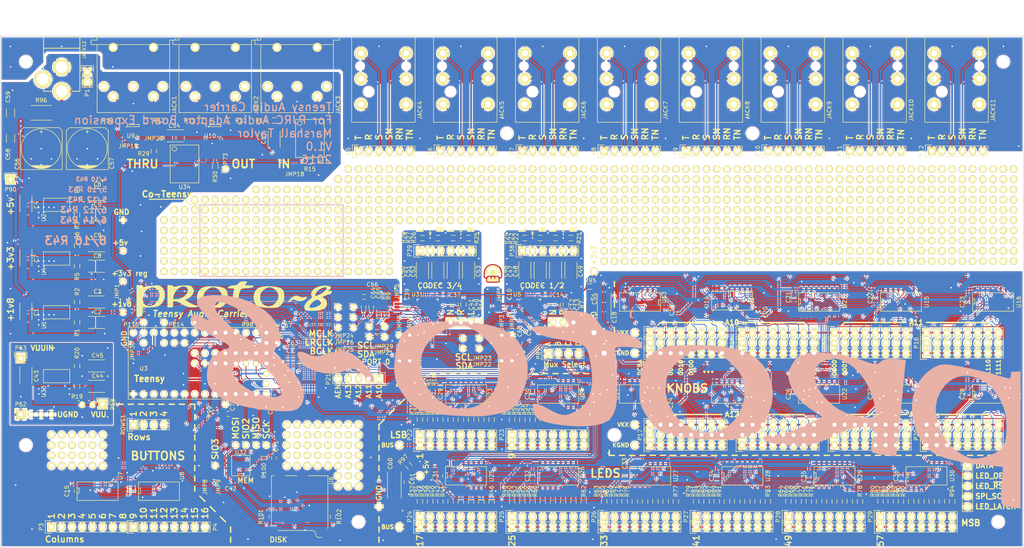
<source format=kicad_pcb>
(kicad_pcb (version 4) (host pcbnew 4.0.1-stable)
  (layers (0 F.Cu signal) (31 B.Cu signal) (34 B.Paste user) (35 F.Paste user) (36 B.SilkS user hide) (37 F.SilkS user) (38 B.Mask user) (39 F.Mask user) (44 Edge.Cuts user))
  (net 0 "")
  (net 1 GND)
  (net 2 "Net-(C3-Pad1)")
  (net 3 "Net-(C6-Pad1)")
  (net 4 SDA0)
  (net 5 SCL0)
  (net 6 +3V3)
  (net 7 +1V8)
  (net 8 "Net-(C14-Pad1)")
  (net 9 +5V)
  (net 10 VDD)
  (net 11 EN)
  (net 12 A)
  (net 13 B)
  (net 14 K1)
  (net 15 K2)
  (net 16 K3)
  (net 17 K4)
  (net 18 K5)
  (net 19 K6)
  (net 20 K7)
  (net 21 K8)
  (net 22 K9)
  (net 23 K10)
  (net 24 K11)
  (net 25 K12)
  (net 26 K13)
  (net 27 K14)
  (net 28 K15)
  (net 29 K16)
  (net 30 K17)
  (net 31 K18)
  (net 32 K19)
  (net 33 K20)
  (net 34 K21)
  (net 35 K22)
  (net 36 K23)
  (net 37 K24)
  (net 38 K25)
  (net 39 K26)
  (net 40 K27)
  (net 41 K28)
  (net 42 K29)
  (net 43 K30)
  (net 44 K31)
  (net 45 K32)
  (net 46 K33)
  (net 47 K34)
  (net 48 K35)
  (net 49 K36)
  (net 50 K37)
  (net 51 K38)
  (net 52 K39)
  (net 53 K40)
  (net 54 K41)
  (net 55 K42)
  (net 56 K43)
  (net 57 K44)
  (net 58 K45)
  (net 59 K46)
  (net 60 K47)
  (net 61 K48)
  (net 62 K49)
  (net 63 K50)
  (net 64 K51)
  (net 65 K52)
  (net 66 K53)
  (net 67 K54)
  (net 68 K55)
  (net 69 K56)
  (net 70 K57)
  (net 71 K58)
  (net 72 K59)
  (net 73 K60)
  (net 74 K61)
  (net 75 K62)
  (net 76 K63)
  (net 77 K64)
  (net 78 KOUT10)
  (net 79 KOUT9)
  (net 80 KOUT12)
  (net 81 KOUT11)
  (net 82 KOUT14)
  (net 83 KOUT13)
  (net 84 KOUT16)
  (net 85 KOUT15)
  (net 86 "Net-(U23-Pad9)")
  (net 87 "Net-(U24-Pad9)")
  (net 88 KA0)
  (net 89 KA1)
  (net 90 KA2)
  (net 91 KA3)
  (net 92 BLATCH)
  (net 93 BOE)
  (net 94 BCLK)
  (net 95 BSER)
  (net 96 "Net-(U26-Pad9)")
  (net 97 KOUT6)
  (net 98 KOUT8)
  (net 99 KOUT7)
  (net 100 KOUT5)
  (net 101 KOUT1)
  (net 102 KOUT3)
  (net 103 KOUT2)
  (net 104 KOUT4)
  (net 105 "Net-(JACK5-PadT)")
  (net 106 "Net-(JACK5-PadR)")
  (net 107 "Net-(JACK5-PadS)")
  (net 108 "Net-(JACK5-PadTN)")
  (net 109 "Net-(JACK5-PadRN)")
  (net 110 "Net-(JACK5-PadG)")
  (net 111 "Net-(JACK6-PadT)")
  (net 112 "Net-(JACK6-PadR)")
  (net 113 "Net-(JACK6-PadS)")
  (net 114 "Net-(JACK6-PadTN)")
  (net 115 "Net-(JACK6-PadRN)")
  (net 116 "Net-(JACK6-PadG)")
  (net 117 "Net-(JACK7-PadT)")
  (net 118 "Net-(JACK7-PadR)")
  (net 119 "Net-(JACK7-PadS)")
  (net 120 "Net-(JACK7-PadTN)")
  (net 121 "Net-(JACK7-PadRN)")
  (net 122 "Net-(JACK7-PadG)")
  (net 123 "Net-(JACK8-PadT)")
  (net 124 "Net-(JACK8-PadR)")
  (net 125 "Net-(JACK8-PadS)")
  (net 126 "Net-(JACK8-PadTN)")
  (net 127 "Net-(JACK8-PadRN)")
  (net 128 "Net-(JACK8-PadG)")
  (net 129 "Net-(JACK9-PadT)")
  (net 130 "Net-(JACK9-PadR)")
  (net 131 "Net-(JACK9-PadS)")
  (net 132 "Net-(JACK9-PadTN)")
  (net 133 "Net-(JACK9-PadRN)")
  (net 134 "Net-(JACK9-PadG)")
  (net 135 "Net-(JACK10-PadT)")
  (net 136 "Net-(JACK10-PadR)")
  (net 137 "Net-(JACK10-PadS)")
  (net 138 "Net-(JACK10-PadTN)")
  (net 139 "Net-(JACK10-PadRN)")
  (net 140 "Net-(JACK10-PadG)")
  (net 141 "Net-(R13-Pad2)")
  (net 142 "Net-(R14-Pad2)")
  (net 143 PORT-TX)
  (net 144 "Net-(C9-Pad1)")
  (net 145 "Net-(C12-Pad1)")
  (net 146 "Net-(C17-Pad1)")
  (net 147 "Net-(C17-Pad2)")
  (net 148 "Net-(JACK1-Pad4)")
  (net 149 "Net-(JACK1-Pad5)")
  (net 150 "Net-(JACK2-Pad4)")
  (net 151 "Net-(JACK2-Pad5)")
  (net 152 "Net-(JACK11-PadT)")
  (net 153 "Net-(JACK11-PadR)")
  (net 154 "Net-(JACK11-PadS)")
  (net 155 "Net-(JACK11-PadTN)")
  (net 156 "Net-(JACK11-PadRN)")
  (net 157 "Net-(JACK11-PadG)")
  (net 158 "Net-(JMP4-Pad2)")
  (net 159 "Net-(P2-Pad1)")
  (net 160 "Net-(P2-Pad2)")
  (net 161 "Net-(P2-Pad3)")
  (net 162 "Net-(P3-Pad1)")
  (net 163 "Net-(P3-Pad2)")
  (net 164 "Net-(P3-Pad3)")
  (net 165 "Net-(P3-Pad4)")
  (net 166 "Net-(P3-Pad5)")
  (net 167 "Net-(P3-Pad6)")
  (net 168 "Net-(P3-Pad7)")
  (net 169 "Net-(P3-Pad8)")
  (net 170 "Net-(P4-Pad1)")
  (net 171 "Net-(P4-Pad2)")
  (net 172 "Net-(P4-Pad3)")
  (net 173 "Net-(P4-Pad4)")
  (net 174 "Net-(P4-Pad5)")
  (net 175 "Net-(P4-Pad6)")
  (net 176 "Net-(P4-Pad7)")
  (net 177 "Net-(P4-Pad8)")
  (net 178 "Net-(JACK4-PadT)")
  (net 179 "Net-(JACK4-PadR)")
  (net 180 "Net-(JACK4-PadS)")
  (net 181 "Net-(JACK4-PadG)")
  (net 182 "Net-(JACK4-PadRN)")
  (net 183 "Net-(JACK4-PadTN)")
  (net 184 "Net-(P22-Pad1)")
  (net 185 "Net-(P22-Pad2)")
  (net 186 "Net-(P22-Pad3)")
  (net 187 "Net-(P22-Pad4)")
  (net 188 "Net-(P22-Pad5)")
  (net 189 "Net-(P23-Pad1)")
  (net 190 "Net-(P23-Pad2)")
  (net 191 "Net-(P23-Pad3)")
  (net 192 "Net-(P23-Pad4)")
  (net 193 "Net-(P23-Pad5)")
  (net 194 "Net-(P24-Pad1)")
  (net 195 "Net-(P24-Pad2)")
  (net 196 "Net-(P24-Pad3)")
  (net 197 "Net-(P24-Pad4)")
  (net 198 "Net-(P24-Pad5)")
  (net 199 "Net-(P25-Pad1)")
  (net 200 "Net-(P25-Pad2)")
  (net 201 "Net-(P25-Pad3)")
  (net 202 "Net-(P25-Pad4)")
  (net 203 "Net-(P25-Pad5)")
  (net 204 "Net-(P26-Pad1)")
  (net 205 "Net-(P26-Pad2)")
  (net 206 "Net-(P26-Pad3)")
  (net 207 "Net-(P26-Pad4)")
  (net 208 "Net-(P26-Pad5)")
  (net 209 "Net-(P27-Pad1)")
  (net 210 "Net-(P27-Pad2)")
  (net 211 "Net-(P27-Pad3)")
  (net 212 "Net-(P27-Pad4)")
  (net 213 "Net-(P27-Pad5)")
  (net 214 "Net-(P27-Pad6)")
  (net 215 "Net-(P28-Pad1)")
  (net 216 "Net-(P28-Pad2)")
  (net 217 "Net-(P28-Pad3)")
  (net 218 "Net-(P28-Pad4)")
  (net 219 "Net-(P28-Pad5)")
  (net 220 "Net-(P28-Pad6)")
  (net 221 "Net-(P28-Pad7)")
  (net 222 "Net-(P28-Pad8)")
  (net 223 "Net-(P29-Pad1)")
  (net 224 "Net-(P29-Pad2)")
  (net 225 "Net-(P29-Pad3)")
  (net 226 "Net-(P29-Pad4)")
  (net 227 "Net-(P29-Pad5)")
  (net 228 "Net-(P29-Pad6)")
  (net 229 "Net-(P29-Pad7)")
  (net 230 "Net-(P29-Pad8)")
  (net 231 "Net-(R12-Pad2)")
  (net 232 PORT-RX)
  (net 233 ROW1)
  (net 234 ROW2)
  (net 235 ROW3)
  (net 236 ROW4)
  (net 237 SD_CS)
  (net 238 "Net-(P22-Pad8)")
  (net 239 "Net-(P22-Pad7)")
  (net 240 "Net-(P22-Pad6)")
  (net 241 "Net-(P23-Pad8)")
  (net 242 "Net-(P23-Pad7)")
  (net 243 "Net-(P23-Pad6)")
  (net 244 "Net-(P24-Pad8)")
  (net 245 "Net-(P24-Pad7)")
  (net 246 "Net-(P24-Pad6)")
  (net 247 "Net-(U25-Pad9)")
  (net 248 "Net-(P25-Pad8)")
  (net 249 "Net-(P25-Pad7)")
  (net 250 "Net-(P25-Pad6)")
  (net 251 "Net-(P26-Pad8)")
  (net 252 "Net-(P26-Pad7)")
  (net 253 "Net-(P26-Pad6)")
  (net 254 "Net-(U27-Pad9)")
  (net 255 "Net-(P27-Pad7)")
  (net 256 "Net-(P27-Pad8)")
  (net 257 I2S_BCLK)
  (net 258 I2S_MCLK)
  (net 259 I2S_LRCLK)
  (net 260 "Net-(U28-Pad9)")
  (net 261 "Net-(U29-Pad9)")
  (net 262 "Net-(C37-Pad1)")
  (net 263 "Net-(C40-Pad1)")
  (net 264 I2S_DIN0)
  (net 265 I2S_DOUT0)
  (net 266 "Net-(JMP5-Pad2)")
  (net 267 I2S_DIN1)
  (net 268 I2S_DOUT1)
  (net 269 "Net-(P30-Pad1)")
  (net 270 "Net-(P30-Pad2)")
  (net 271 "Net-(P30-Pad3)")
  (net 272 "Net-(U7-Pad9)")
  (net 273 "Net-(JMP8-Pad2)")
  (net 274 "Net-(JMP9-Pad2)")
  (net 275 "Net-(P32-Pad1)")
  (net 276 "Net-(P35-Pad1)")
  (net 277 "Net-(P37-Pad1)")
  (net 278 RAM_CS)
  (net 279 SPI_MOSI)
  (net 280 SPI_MISO)
  (net 281 SPI_SCK)
  (net 282 !LED_RST)
  (net 283 LED_LATCH)
  (net 284 LED_OE)
  (net 285 +3V3_REG)
  (net 286 +3V3_TOUT)
  (net 287 UGND)
  (net 288 VUU)
  (net 289 "Net-(C45-Pad1)")
  (net 290 1/2AINL)
  (net 291 "Net-(C46-Pad1)")
  (net 292 1/2AINR)
  (net 293 "Net-(C47-Pad1)")
  (net 294 1/2AOUTR)
  (net 295 "Net-(C48-Pad1)")
  (net 296 1/2AOUTL)
  (net 297 "Net-(C49-Pad1)")
  (net 298 3/4AINL)
  (net 299 "Net-(C50-Pad1)")
  (net 300 3/4AINR)
  (net 301 "Net-(C51-Pad1)")
  (net 302 3/4AOUTR)
  (net 303 "Net-(C52-Pad1)")
  (net 304 3/4AOUTL)
  (net 305 "Net-(C53-Pad1)")
  (net 306 "Net-(C54-Pad2)")
  (net 307 "Net-(C54-Pad1)")
  (net 308 "Net-(JMP18-Pad2)")
  (net 309 VKK)
  (net 310 KGND)
  (net 311 "Net-(P73-Pad1)")
  (net 312 "Net-(R29-Pad1)")
  (net 313 VBULK)
  (net 314 VUUIN)
  (net 315 LED_BUS)
  (net 316 "Net-(R31-Pad2)")
  (net 317 "Net-(R32-Pad2)")
  (net 318 "Net-(R33-Pad2)")
  (net 319 "Net-(R34-Pad2)")
  (net 320 "Net-(R35-Pad2)")
  (net 321 "Net-(R36-Pad2)")
  (net 322 "Net-(R37-Pad2)")
  (net 323 "Net-(R38-Pad2)")
  (net 324 "Net-(R39-Pad2)")
  (net 325 "Net-(R40-Pad2)")
  (net 326 "Net-(R41-Pad2)")
  (net 327 "Net-(R42-Pad2)")
  (net 328 "Net-(R43-Pad2)")
  (net 329 "Net-(R44-Pad2)")
  (net 330 "Net-(R45-Pad2)")
  (net 331 "Net-(R46-Pad2)")
  (net 332 "Net-(R47-Pad2)")
  (net 333 "Net-(R48-Pad2)")
  (net 334 "Net-(R49-Pad2)")
  (net 335 "Net-(R50-Pad2)")
  (net 336 "Net-(R51-Pad2)")
  (net 337 "Net-(R52-Pad2)")
  (net 338 "Net-(R53-Pad2)")
  (net 339 "Net-(R54-Pad2)")
  (net 340 "Net-(R55-Pad2)")
  (net 341 "Net-(R56-Pad2)")
  (net 342 "Net-(R57-Pad2)")
  (net 343 "Net-(R58-Pad2)")
  (net 344 "Net-(R59-Pad2)")
  (net 345 "Net-(R60-Pad2)")
  (net 346 "Net-(R61-Pad2)")
  (net 347 "Net-(R62-Pad2)")
  (net 348 "Net-(R63-Pad2)")
  (net 349 "Net-(R64-Pad2)")
  (net 350 "Net-(R65-Pad2)")
  (net 351 "Net-(R66-Pad2)")
  (net 352 "Net-(R67-Pad2)")
  (net 353 "Net-(R68-Pad2)")
  (net 354 "Net-(R69-Pad2)")
  (net 355 "Net-(R70-Pad2)")
  (net 356 "Net-(R71-Pad2)")
  (net 357 "Net-(R72-Pad2)")
  (net 358 "Net-(R73-Pad2)")
  (net 359 "Net-(R74-Pad2)")
  (net 360 "Net-(R75-Pad2)")
  (net 361 "Net-(R76-Pad2)")
  (net 362 "Net-(R77-Pad2)")
  (net 363 "Net-(R78-Pad2)")
  (net 364 "Net-(R79-Pad2)")
  (net 365 "Net-(R80-Pad2)")
  (net 366 "Net-(R81-Pad2)")
  (net 367 "Net-(R82-Pad2)")
  (net 368 "Net-(R83-Pad2)")
  (net 369 "Net-(R84-Pad2)")
  (net 370 "Net-(R85-Pad2)")
  (net 371 "Net-(R86-Pad2)")
  (net 372 "Net-(R87-Pad2)")
  (net 373 "Net-(R88-Pad2)")
  (net 374 "Net-(R89-Pad2)")
  (net 375 "Net-(R90-Pad2)")
  (net 376 "Net-(R91-Pad2)")
  (net 377 "Net-(R92-Pad2)")
  (net 378 "Net-(R93-Pad2)")
  (net 379 "Net-(R94-Pad2)")
  (net 380 C)
  (net 381 D)
  (net 382 VKK2)
  (net 383 KGND2)
  (net 384 I2S_DIN0_ISO)
  (net 385 I2S_DIN1_ISO)
  (net 386 I2S_DOUT1_ISO)
  (net 387 MCLK_ISO)
  (net 388 BCLK_ISO)
  (net 389 LRCLK_ISO)
  (net 390 I2S_DOUT0_ISO)
  (net 391 ISOGND12)
  (net 392 ISOGND34)
  (net 393 "Net-(C18-Pad1)")
  (net 394 "Net-(C60-Pad1)")
  (net 395 PWR)
  (net 396 SDA34)
  (net 397 SDA12)
  (net 398 SCL12)
  (net 399 SCL34)
  (net 400 SPI_SCK_SRC)
  (net 401 SPI_MOSI_SRC)
  (net 402 SPI_MISO_SRC)
  (net 403 "Net-(R101-Pad2)")
  (net 404 "Net-(R102-Pad2)")
  (net 405 CHASSIS)
  (net 406 AGND)
  (net 407 "Net-(P113-Pad1)")
  (net 408 AREF)
  (module SparkFun-Footprints:SVIA (layer F.Cu) (at 128.27 111.506)
    (fp_text reference REF** hide)
    (fp_text value SVIA hide)
    (pad "" thru_hole circle (at 0 0) (size 0.635 0.635) (drill 0.381) (layers *.Cu) (net 1 GND))
  )
  (module SparkFun-Footprints:SVIA (layer F.Cu) (at 97.663 93.218)
    (fp_text reference REF** hide)
    (fp_text value SVIA hide)
    (pad "" thru_hole circle (at 0 0) (size 0.635 0.635) (drill 0.381) (layers *.Cu) (net 1 GND))
  )
  (module SparkFun-Footprints:SVIA (layer F.Cu) (at 123.317 88.011)
    (fp_text reference REF** hide)
    (fp_text value SVIA hide)
    (pad "" thru_hole circle (at 0 0) (size 0.635 0.635) (drill 0.381) (layers *.Cu) (net 1 GND))
  )
  (module SparkFun-Footprints:SVIA (layer F.Cu) (at 54.737 130.175)
    (fp_text reference REF** hide)
    (fp_text value SVIA hide)
    (pad "" thru_hole circle (at 0 0) (size 0.635 0.635) (drill 0.381) (layers *.Cu) (net 1 GND))
  )
  (module SparkFun-Footprints:SVIA (layer F.Cu) (at 158.242 106.807)
    (fp_text reference REF** hide)
    (fp_text value SVIA hide)
    (pad "" thru_hole circle (at 0 0) (size 0.635 0.635) (drill 0.381) (layers *.Cu) (net 1 GND))
  )
  (module SparkFun-Footprints:SVIA (layer F.Cu) (at 153.797 104.521)
    (fp_text reference REF** hide)
    (fp_text value SVIA hide)
    (pad "" thru_hole circle (at 0 0) (size 0.635 0.635) (drill 0.381) (layers *.Cu) (net 1 GND))
  )
  (module SparkFun-Footprints:SVIA (layer F.Cu) (at 122.682 101.092)
    (fp_text reference REF** hide)
    (fp_text value SVIA hide)
    (pad "" thru_hole circle (at 0 0) (size 0.635 0.635) (drill 0.381) (layers *.Cu) (net 1 GND))
  )
  (module SparkFun-Footprints:SVIA (layer F.Cu) (at 136.017 101.727)
    (fp_text reference REF** hide)
    (fp_text value SVIA hide)
    (pad "" thru_hole circle (at 0 0) (size 0.635 0.635) (drill 0.381) (layers *.Cu) (net 1 GND))
  )
  (module SparkFun-Footprints:SVIA (layer F.Cu) (at 133.731 105.664)
    (fp_text reference REF** hide)
    (fp_text value SVIA hide)
    (pad "" thru_hole circle (at 0 0) (size 0.635 0.635) (drill 0.381) (layers *.Cu) (net 1 GND))
  )
  (module SparkFun-Footprints:SVIA (layer F.Cu) (at 125.73 101.092)
    (fp_text reference REF** hide)
    (fp_text value SVIA hide)
    (pad "" thru_hole circle (at 0 0) (size 0.635 0.635) (drill 0.381) (layers *.Cu) (net 1 GND))
  )
  (module SparkFun-Footprints:SVIA (layer F.Cu) (at 111.633 101.219)
    (fp_text reference REF** hide)
    (fp_text value SVIA hide)
    (pad "" thru_hole circle (at 0 0) (size 0.635 0.635) (drill 0.381) (layers *.Cu) (net 1 GND))
  )
  (module SparkFun-Footprints:SVIA (layer F.Cu) (at 118.11 105.537)
    (fp_text reference REF** hide)
    (fp_text value SVIA hide)
    (pad "" thru_hole circle (at 0 0) (size 0.635 0.635) (drill 0.381) (layers *.Cu) (net 1 GND))
  )
  (module SparkFun-Footprints:SVIA (layer F.Cu) (at 97.028 111.379)
    (fp_text reference REF** hide)
    (fp_text value SVIA hide)
    (pad "" thru_hole circle (at 0 0) (size 0.635 0.635) (drill 0.381) (layers *.Cu) (net 1 GND))
  )
  (module SparkFun-Footprints:SVIA (layer F.Cu) (at 99.441 111.379)
    (fp_text reference REF** hide)
    (fp_text value SVIA hide)
    (pad "" thru_hole circle (at 0 0) (size 0.635 0.635) (drill 0.381) (layers *.Cu) (net 1 GND))
  )
  (module SparkFun-Footprints:SVIA (layer F.Cu) (at 63.246 133.35)
    (fp_text reference REF** hide)
    (fp_text value SVIA hide)
    (pad "" thru_hole circle (at 0 0) (size 0.635 0.635) (drill 0.381) (layers *.Cu) (net 1 GND))
  )
  (module SparkFun-Footprints:SVIA (layer F.Cu) (at 156.21 132.08)
    (fp_text reference REF** hide)
    (fp_text value SVIA hide)
    (pad "" thru_hole circle (at 0 0) (size 0.635 0.635) (drill 0.381) (layers *.Cu) (net 1 GND))
  )
  (module SparkFun-Footprints:SVIA (layer F.Cu) (at 260.604 137.922)
    (fp_text reference REF** hide)
    (fp_text value SVIA hide)
    (pad "" thru_hole circle (at 0 0) (size 0.635 0.635) (drill 0.381) (layers *.Cu) (net 1 GND))
  )
  (module SparkFun-Footprints:SVIA (layer F.Cu) (at 46.99 57.3405)
    (fp_text reference REF** hide)
    (fp_text value SVIA hide)
    (pad "" thru_hole circle (at 0 0) (size 0.635 0.635) (drill 0.381) (layers *.Cu) (net 1 GND))
  )
  (module SparkFun-Footprints:SVIA (layer F.Cu) (at 35.56 57.3405)
    (fp_text reference REF** hide)
    (fp_text value SVIA hide)
    (pad "" thru_hole circle (at 0 0) (size 0.635 0.635) (drill 0.381) (layers *.Cu) (net 1 GND))
  )
  (module SparkFun-Footprints:SVIA (layer F.Cu) (at 55.88 95.885)
    (fp_text reference REF** hide)
    (fp_text value SVIA hide)
    (pad "" thru_hole circle (at 0 0) (size 0.635 0.635) (drill 0.381) (layers *.Cu) (net 1 GND))
  )
  (module SparkFun-Footprints:SVIA (layer F.Cu) (at 65.405 90.805)
    (fp_text reference REF** hide)
    (fp_text value SVIA hide)
    (pad "" thru_hole circle (at 0 0) (size 0.635 0.635) (drill 0.381) (layers *.Cu) (net 1 GND))
  )
  (module SparkFun-Footprints:SVIA (layer F.Cu) (at 60.325 87.63)
    (fp_text reference REF** hide)
    (fp_text value SVIA hide)
    (pad "" thru_hole circle (at 0 0) (size 0.635 0.635) (drill 0.381) (layers *.Cu) (net 1 GND))
  )
  (module SparkFun-Footprints:SVIA (layer F.Cu) (at 55.245 90.805)
    (fp_text reference REF** hide)
    (fp_text value SVIA hide)
    (pad "" thru_hole circle (at 0 0) (size 0.635 0.635) (drill 0.381) (layers *.Cu) (net 1 GND))
  )
  (module SparkFun-Footprints:SVIA (layer F.Cu) (at 71.12 88.773)
    (fp_text reference REF** hide)
    (fp_text value SVIA hide)
    (pad "" thru_hole circle (at 0 0) (size 0.635 0.635) (drill 0.381) (layers *.Cu) (net 1 GND))
  )
  (module SparkFun-Footprints:SVIA (layer F.Cu) (at 120.015 88.9)
    (fp_text reference REF** hide)
    (fp_text value SVIA hide)
    (pad "" thru_hole circle (at 0 0) (size 0.635 0.635) (drill 0.381) (layers *.Cu) (net 1 GND))
  )
  (module SparkFun-Footprints:SVIA (layer F.Cu) (at 147.32 101.6)
    (fp_text reference REF** hide)
    (fp_text value SVIA hide)
    (pad "" thru_hole circle (at 0 0) (size 0.635 0.635) (drill 0.381) (layers *.Cu) (net 1 GND))
  )
  (module SparkFun-Footprints:SVIA (layer F.Cu) (at 146.685 93.98)
    (fp_text reference REF** hide)
    (fp_text value SVIA hide)
    (pad "" thru_hole circle (at 0 0) (size 0.635 0.635) (drill 0.381) (layers *.Cu) (net 1 GND))
  )
  (module SparkFun-Footprints:SVIA (layer F.Cu) (at 146.3675 88.265)
    (fp_text reference REF** hide)
    (fp_text value SVIA hide)
    (pad "" thru_hole circle (at 0 0) (size 0.635 0.635) (drill 0.381) (layers *.Cu) (net 1 GND))
  )
  (module SparkFun-Footprints:SVIA (layer F.Cu) (at 148.844 88.265)
    (fp_text reference REF** hide)
    (fp_text value SVIA hide)
    (pad "" thru_hole circle (at 0 0) (size 0.635 0.635) (drill 0.381) (layers *.Cu) (net 1 GND))
  )
  (module SparkFun-Footprints:SVIA (layer F.Cu) (at 93.472 123.698)
    (fp_text reference REF** hide)
    (fp_text value SVIA hide)
    (pad "" thru_hole circle (at 0 0) (size 0.635 0.635) (drill 0.381) (layers *.Cu) (net 1 GND))
  )
  (module SparkFun-Footprints:SVIA (layer F.Cu) (at 90.932 120.904)
    (fp_text reference REF** hide)
    (fp_text value SVIA hide)
    (pad "" thru_hole circle (at 0 0) (size 0.635 0.635) (drill 0.381) (layers *.Cu) (net 1 GND))
  )
  (module SparkFun-Footprints:SVIA (layer F.Cu) (at 93.345 107.188)
    (fp_text reference REF** hide)
    (fp_text value SVIA hide)
    (pad "" thru_hole circle (at 0 0) (size 0.635 0.635) (drill 0.381) (layers *.Cu) (net 1 GND))
  )
  (module SparkFun-Footprints:SVIA (layer F.Cu) (at 93.472 114.554)
    (fp_text reference REF** hide)
    (fp_text value SVIA hide)
    (pad "" thru_hole circle (at 0 0) (size 0.635 0.635) (drill 0.381) (layers *.Cu) (net 1 GND))
  )
  (module SparkFun-Footprints:SVIA (layer F.Cu) (at 94.742 103.251)
    (fp_text reference REF** hide)
    (fp_text value SVIA hide)
    (pad "" thru_hole circle (at 0 0) (size 0.635 0.635) (drill 0.381) (layers *.Cu) (net 1 GND))
  )
  (module SparkFun-Footprints:SVIA (layer F.Cu) (at 194.056 118.618)
    (fp_text reference REF** hide)
    (fp_text value SVIA hide)
    (pad "" thru_hole circle (at 0 0) (size 0.635 0.635) (drill 0.381) (layers *.Cu) (net 1 GND))
  )
  (module SparkFun-Footprints:SVIA (layer F.Cu) (at 40.64 27.94)
    (fp_text reference REF** hide)
    (fp_text value SVIA hide)
    (pad "" thru_hole circle (at 0 0) (size 0.635 0.635) (drill 0.381) (layers *.Cu) (net 405 CHASSIS))
  )
  (module SparkFun-Footprints:SVIA (layer F.Cu) (at 53.34 33.02)
    (fp_text reference REF** hide)
    (fp_text value SVIA hide)
    (pad "" thru_hole circle (at 0 0) (size 0.635 0.635) (drill 0.381) (layers *.Cu) (net 405 CHASSIS))
  )
  (module SparkFun-Footprints:SVIA (layer F.Cu) (at 251.46 50.8)
    (fp_text reference REF** hide)
    (fp_text value SVIA hide)
    (pad "" thru_hole circle (at 0 0) (size 0.635 0.635) (drill 0.381) (layers *.Cu) (net 405 CHASSIS))
  )
  (module SparkFun-Footprints:SVIA (layer F.Cu) (at 231.14 50.8)
    (fp_text reference REF** hide)
    (fp_text value SVIA hide)
    (pad "" thru_hole circle (at 0 0) (size 0.635 0.635) (drill 0.381) (layers *.Cu) (net 405 CHASSIS))
  )
  (module SparkFun-Footprints:SVIA (layer F.Cu) (at 210.82 45.72)
    (fp_text reference REF** hide)
    (fp_text value SVIA hide)
    (pad "" thru_hole circle (at 0 0) (size 0.635 0.635) (drill 0.381) (layers *.Cu) (net 405 CHASSIS))
  )
  (module SparkFun-Footprints:SVIA (layer F.Cu) (at 190.5 50.8)
    (fp_text reference REF** hide)
    (fp_text value SVIA hide)
    (pad "" thru_hole circle (at 0 0) (size 0.635 0.635) (drill 0.381) (layers *.Cu) (net 405 CHASSIS))
  )
  (module SparkFun-Footprints:SVIA (layer F.Cu) (at 170.18 50.8)
    (fp_text reference REF** hide)
    (fp_text value SVIA hide)
    (pad "" thru_hole circle (at 0 0) (size 0.635 0.635) (drill 0.381) (layers *.Cu) (net 405 CHASSIS))
  )
  (module SparkFun-Footprints:SVIA (layer F.Cu) (at 149.86 45.72)
    (fp_text reference REF** hide)
    (fp_text value SVIA hide)
    (pad "" thru_hole circle (at 0 0) (size 0.635 0.635) (drill 0.381) (layers *.Cu) (net 405 CHASSIS))
  )
  (module SparkFun-Footprints:SVIA (layer F.Cu) (at 129.54 50.8)
    (fp_text reference REF** hide)
    (fp_text value SVIA hide)
    (pad "" thru_hole circle (at 0 0) (size 0.635 0.635) (drill 0.381) (layers *.Cu) (net 405 CHASSIS))
  )
  (module SparkFun-Footprints:SVIA (layer F.Cu) (at 111.76 50.8)
    (fp_text reference REF** hide)
    (fp_text value SVIA hide)
    (pad "" thru_hole circle (at 0 0) (size 0.635 0.635) (drill 0.381) (layers *.Cu) (net 405 CHASSIS))
  )
  (module SparkFun-Footprints:SVIA (layer F.Cu) (at 278.13 52.705)
    (fp_text reference REF** hide)
    (fp_text value SVIA hide)
    (pad "" thru_hole circle (at 0 0) (size 0.635 0.635) (drill 0.381) (layers *.Cu) (net 405 CHASSIS))
  )
  (module SparkFun-Footprints:SVIA (layer F.Cu) (at 274.32 27.94)
    (fp_text reference REF** hide)
    (fp_text value SVIA hide)
    (pad "" thru_hole circle (at 0 0) (size 0.635 0.635) (drill 0.381) (layers *.Cu) (net 405 CHASSIS))
  )
  (module SparkFun-Footprints:SVIA (layer F.Cu) (at 261.62 27.94)
    (fp_text reference REF** hide)
    (fp_text value SVIA hide)
    (pad "" thru_hole circle (at 0 0) (size 0.635 0.635) (drill 0.381) (layers *.Cu) (net 405 CHASSIS))
  )
  (module SparkFun-Footprints:SVIA (layer F.Cu) (at 241.3 27.94)
    (fp_text reference REF** hide)
    (fp_text value SVIA hide)
    (pad "" thru_hole circle (at 0 0) (size 0.635 0.635) (drill 0.381) (layers *.Cu) (net 405 CHASSIS))
  )
  (module SparkFun-Footprints:SVIA (layer F.Cu) (at 220.98 27.94)
    (fp_text reference REF** hide)
    (fp_text value SVIA hide)
    (pad "" thru_hole circle (at 0 0) (size 0.635 0.635) (drill 0.381) (layers *.Cu) (net 405 CHASSIS))
  )
  (module SparkFun-Footprints:SVIA (layer F.Cu) (at 200.66 27.94)
    (fp_text reference REF** hide)
    (fp_text value SVIA hide)
    (pad "" thru_hole circle (at 0 0) (size 0.635 0.635) (drill 0.381) (layers *.Cu) (net 405 CHASSIS))
  )
  (module SparkFun-Footprints:SVIA (layer F.Cu) (at 180.34 27.94)
    (fp_text reference REF** hide)
    (fp_text value SVIA hide)
    (pad "" thru_hole circle (at 0 0) (size 0.635 0.635) (drill 0.381) (layers *.Cu) (net 405 CHASSIS))
  )
  (module SparkFun-Footprints:SVIA (layer F.Cu) (at 160.02 27.94)
    (fp_text reference REF** hide)
    (fp_text value SVIA hide)
    (pad "" thru_hole circle (at 0 0) (size 0.635 0.635) (drill 0.381) (layers *.Cu) (net 405 CHASSIS))
  )
  (module SparkFun-Footprints:SVIA (layer F.Cu) (at 139.7 27.94)
    (fp_text reference REF** hide)
    (fp_text value SVIA hide)
    (pad "" thru_hole circle (at 0 0) (size 0.635 0.635) (drill 0.381) (layers *.Cu) (net 405 CHASSIS))
  )
  (module SparkFun-Footprints:SVIA (layer F.Cu) (at 119.38 27.94)
    (fp_text reference REF** hide)
    (fp_text value SVIA hide)
    (pad "" thru_hole circle (at 0 0) (size 0.635 0.635) (drill 0.381) (layers *.Cu) (net 405 CHASSIS))
  )
  (module SparkFun-Footprints:SVIA (layer F.Cu) (at 27.94 33.02)
    (fp_text reference REF** hide)
    (fp_text value SVIA hide)
    (pad "" thru_hole circle (at 0 0) (size 0.635 0.635) (drill 0.381) (layers *.Cu) (net 405 CHASSIS))
  )
  (module SparkFun-Footprints:SVIA (layer F.Cu) (at 38.735 117.475)
    (fp_text reference REF** hide)
    (fp_text value SVIA hide)
    (pad "" thru_hole circle (at 0 0) (size 0.635 0.635) (drill 0.381) (layers *.Cu) (net 287 UGND))
  )
  (module SparkFun-Footprints:SVIA (layer F.Cu) (at 45.72 120.015)
    (fp_text reference REF** hide)
    (fp_text value SVIA hide)
    (pad "" thru_hole circle (at 0 0) (size 0.635 0.635) (drill 0.381) (layers *.Cu) (net 287 UGND))
  )
  (module SparkFun-Footprints:SVIA (layer F.Cu) (at 52.07 120.015)
    (fp_text reference REF** hide)
    (fp_text value SVIA hide)
    (pad "" thru_hole circle (at 0 0) (size 0.635 0.635) (drill 0.381) (layers *.Cu) (net 287 UGND))
  )
  (module SparkFun-Footprints:SVIA (layer F.Cu) (at 52.07 109.855)
    (fp_text reference REF** hide)
    (fp_text value SVIA hide)
    (pad "" thru_hole circle (at 0 0) (size 0.635 0.635) (drill 0.381) (layers *.Cu) (net 287 UGND))
  )
  (module SparkFun-Footprints:SVIA (layer F.Cu) (at 45.72 109.855)
    (fp_text reference REF** hide)
    (fp_text value SVIA hide)
    (pad "" thru_hole circle (at 0 0) (size 0.635 0.635) (drill 0.381) (layers *.Cu) (net 287 UGND))
  )
  (module SparkFun-Footprints:SVIA (layer F.Cu) (at 45.72 104.775)
    (fp_text reference REF** hide)
    (fp_text value SVIA hide)
    (pad "" thru_hole circle (at 0 0) (size 0.635 0.635) (drill 0.381) (layers *.Cu) (net 287 UGND))
  )
  (module SparkFun-Footprints:SVIA (layer F.Cu) (at 52.07 102.87)
    (fp_text reference REF** hide)
    (fp_text value SVIA hide)
    (pad "" thru_hole circle (at 0 0) (size 0.635 0.635) (drill 0.381) (layers *.Cu) (net 287 UGND))
  )
  (module SparkFun-Footprints:SVIA (layer F.Cu) (at 38.735 102.87)
    (fp_text reference REF** hide)
    (fp_text value SVIA hide)
    (pad "" thru_hole circle (at 0 0) (size 0.635 0.635) (drill 0.381) (layers *.Cu) (net 287 UGND))
  )
  (module SparkFun-Footprints:SVIA (layer F.Cu) (at 30.48 114.935)
    (fp_text reference REF** hide)
    (fp_text value SVIA hide)
    (pad "" thru_hole circle (at 0 0) (size 0.635 0.635) (drill 0.381) (layers *.Cu) (net 287 UGND))
  )
  (module SparkFun-Footprints:SVIA (layer F.Cu) (at 30.48 102.87)
    (fp_text reference REF** hide)
    (fp_text value SVIA hide)
    (pad "" thru_hole circle (at 0 0) (size 0.635 0.635) (drill 0.381) (layers *.Cu) (net 287 UGND))
  )
  (module SparkFun-Footprints:SVIA (layer F.Cu) (at 51.308 99.314)
    (fp_text reference REF** hide)
    (fp_text value SVIA hide)
    (pad "" thru_hole circle (at 0 0) (size 0.635 0.635) (drill 0.381) (layers *.Cu) (net 1 GND))
  )
  (module SparkFun-Footprints:SVIA (layer F.Cu) (at 50.038 89.154)
    (fp_text reference REF** hide)
    (fp_text value SVIA hide)
    (pad "" thru_hole circle (at 0 0) (size 0.635 0.635) (drill 0.381) (layers *.Cu) (net 1 GND))
  )
  (module SparkFun-Footprints:SVIA (layer F.Cu) (at 51.054 85.852)
    (fp_text reference REF** hide)
    (fp_text value SVIA hide)
    (pad "" thru_hole circle (at 0 0) (size 0.635 0.635) (drill 0.381) (layers *.Cu) (net 1 GND))
  )
  (module SparkFun-Footprints:SVIA (layer F.Cu) (at 50.8 61.214)
    (fp_text reference REF** hide)
    (fp_text value SVIA hide)
    (pad "" thru_hole circle (at 0 0) (size 0.635 0.635) (drill 0.381) (layers *.Cu) (net 1 GND))
  )
  (module SparkFun-Footprints:SVIA (layer F.Cu) (at 51.054 73.66)
    (fp_text reference REF** hide)
    (fp_text value SVIA hide)
    (pad "" thru_hole circle (at 0 0) (size 0.635 0.635) (drill 0.381) (layers *.Cu) (net 1 GND))
  )
  (module SparkFun-Footprints:SVIA (layer F.Cu) (at 54.356 83.82)
    (fp_text reference REF** hide)
    (fp_text value SVIA hide)
    (pad "" thru_hole circle (at 0 0) (size 0.635 0.635) (drill 0.381) (layers *.Cu) (net 1 GND))
  )
  (module SparkFun-Footprints:SVIA (layer F.Cu) (at 60.198 67.31)
    (fp_text reference REF** hide)
    (fp_text value SVIA hide)
    (pad "" thru_hole circle (at 0 0) (size 0.635 0.635) (drill 0.381) (layers *.Cu) (net 1 GND))
  )
  (module SparkFun-Footprints:SVIA (layer F.Cu) (at 60.452 73.914)
    (fp_text reference REF** hide)
    (fp_text value SVIA hide)
    (pad "" thru_hole circle (at 0 0) (size 0.635 0.635) (drill 0.381) (layers *.Cu) (net 1 GND))
  )
  (module SparkFun-Footprints:SVIA (layer F.Cu) (at 60.198 80.01)
    (fp_text reference REF** hide)
    (fp_text value SVIA hide)
    (pad "" thru_hole circle (at 0 0) (size 0.635 0.635) (drill 0.381) (layers *.Cu) (net 1 GND))
  )
  (module SparkFun-Footprints:SVIA (layer F.Cu) (at 64.77 65.278)
    (fp_text reference REF** hide)
    (fp_text value SVIA hide)
    (pad "" thru_hole circle (at 0 0) (size 0.635 0.635) (drill 0.381) (layers *.Cu) (net 1 GND))
  )
  (module SparkFun-Footprints:SVIA (layer F.Cu) (at 62.992 86.868)
    (fp_text reference REF** hide)
    (fp_text value SVIA hide)
    (pad "" thru_hole circle (at 0 0) (size 0.635 0.635) (drill 0.381) (layers *.Cu) (net 1 GND))
  )
  (module SparkFun-Footprints:SVIA (layer F.Cu) (at 60.96 103.124)
    (fp_text reference REF** hide)
    (fp_text value SVIA hide)
    (pad "" thru_hole circle (at 0 0) (size 0.635 0.635) (drill 0.381) (layers *.Cu) (net 1 GND))
  )
  (module SparkFun-Footprints:SVIA (layer F.Cu) (at 62.23 94.742)
    (fp_text reference REF** hide)
    (fp_text value SVIA hide)
    (pad "" thru_hole circle (at 0 0) (size 0.635 0.635) (drill 0.381) (layers *.Cu) (net 1 GND))
  )
  (module SparkFun-Footprints:SVIA (layer F.Cu) (at 65.278 67.818)
    (fp_text reference REF** hide)
    (fp_text value SVIA hide)
    (pad "" thru_hole circle (at 0 0) (size 0.635 0.635) (drill 0.381) (layers *.Cu) (net 1 GND))
  )
  (module SparkFun-Footprints:SVIA (layer F.Cu) (at 69.342 65.024)
    (fp_text reference REF** hide)
    (fp_text value SVIA hide)
    (pad "" thru_hole circle (at 0 0) (size 0.635 0.635) (drill 0.381) (layers *.Cu) (net 1 GND))
  )
  (module SparkFun-Footprints:SVIA (layer F.Cu) (at 58.166 58.928)
    (fp_text reference REF** hide)
    (fp_text value SVIA hide)
    (pad "" thru_hole circle (at 0 0) (size 0.635 0.635) (drill 0.381) (layers *.Cu) (net 1 GND))
  )
  (module SparkFun-Footprints:SVIA (layer F.Cu) (at 90.424 54.864)
    (fp_text reference REF** hide)
    (fp_text value SVIA hide)
    (pad "" thru_hole circle (at 0 0) (size 0.635 0.635) (drill 0.381) (layers *.Cu) (net 1 GND))
  )
  (module SparkFun-Footprints:SVIA (layer F.Cu) (at 104.394 59.944)
    (fp_text reference REF** hide)
    (fp_text value SVIA hide)
    (pad "" thru_hole circle (at 0 0) (size 0.635 0.635) (drill 0.381) (layers *.Cu) (net 1 GND))
  )
  (module SparkFun-Footprints:SVIA (layer F.Cu) (at 82.55 60.706)
    (fp_text reference REF** hide)
    (fp_text value SVIA hide)
    (pad "" thru_hole circle (at 0 0) (size 0.635 0.635) (drill 0.381) (layers *.Cu) (net 1 GND))
  )
  (module SparkFun-Footprints:SVIA (layer F.Cu) (at 85.852 57.912)
    (fp_text reference REF** hide)
    (fp_text value SVIA hide)
    (pad "" thru_hole circle (at 0 0) (size 0.635 0.635) (drill 0.381) (layers *.Cu) (net 1 GND))
  )
  (module SparkFun-Footprints:SVIA (layer F.Cu) (at 82.55 48.768)
    (fp_text reference REF** hide)
    (fp_text value SVIA hide)
    (pad "" thru_hole circle (at 0 0) (size 0.635 0.635) (drill 0.381) (layers *.Cu) (net 1 GND))
  )
  (module SparkFun-Footprints:SVIA (layer F.Cu) (at 74.168 49.276)
    (fp_text reference REF** hide)
    (fp_text value SVIA hide)
    (pad "" thru_hole circle (at 0 0) (size 0.635 0.635) (drill 0.381) (layers *.Cu) (net 1 GND))
  )
  (module SparkFun-Footprints:SVIA (layer F.Cu) (at 77.978 52.07)
    (fp_text reference REF** hide)
    (fp_text value SVIA hide)
    (pad "" thru_hole circle (at 0 0) (size 0.635 0.635) (drill 0.381) (layers *.Cu) (net 1 GND))
  )
  (module SparkFun-Footprints:SVIA (layer F.Cu) (at 106.934 44.45)
    (fp_text reference REF** hide)
    (fp_text value SVIA hide)
    (pad "" thru_hole circle (at 0 0) (size 0.635 0.635) (drill 0.381) (layers *.Cu) (net 1 GND))
  )
  (module SparkFun-Footprints:SVIA (layer F.Cu) (at 99.06 41.656)
    (fp_text reference REF** hide)
    (fp_text value SVIA hide)
    (pad "" thru_hole circle (at 0 0) (size 0.635 0.635) (drill 0.381) (layers *.Cu) (net 1 GND))
  )
  (module SparkFun-Footprints:SVIA (layer F.Cu) (at 79.248 42.418)
    (fp_text reference REF** hide)
    (fp_text value SVIA hide)
    (pad "" thru_hole circle (at 0 0) (size 0.635 0.635) (drill 0.381) (layers *.Cu) (net 1 GND))
  )
  (module SparkFun-Footprints:SVIA (layer F.Cu) (at 58.42 42.164)
    (fp_text reference REF** hide)
    (fp_text value SVIA hide)
    (pad "" thru_hole circle (at 0 0) (size 0.635 0.635) (drill 0.381) (layers *.Cu) (net 1 GND))
  )
  (module SparkFun-Footprints:SVIA (layer F.Cu) (at 28.448 38.862)
    (fp_text reference REF** hide)
    (fp_text value SVIA hide)
    (pad "" thru_hole circle (at 0 0) (size 0.635 0.635) (drill 0.381) (layers *.Cu) (net 1 GND))
  )
  (module SparkFun-Footprints:SVIA (layer F.Cu) (at 33.02 55.88)
    (fp_text reference REF** hide)
    (fp_text value SVIA hide)
    (pad "" thru_hole circle (at 0 0) (size 0.635 0.635) (drill 0.381) (layers *.Cu) (net 1 GND))
  )
  (module SparkFun-Footprints:SVIA (layer F.Cu) (at 49.53 55.88)
    (fp_text reference REF** hide)
    (fp_text value SVIA hide)
    (pad "" thru_hole circle (at 0 0) (size 0.635 0.635) (drill 0.381) (layers *.Cu) (net 1 GND))
  )
  (module SparkFun-Footprints:SVIA (layer F.Cu) (at 46.99 53.34)
    (fp_text reference REF** hide)
    (fp_text value SVIA hide)
    (pad "" thru_hole circle (at 0 0) (size 0.635 0.635) (drill 0.381) (layers *.Cu) (net 1 GND))
  )
  (module SparkFun-Footprints:SVIA (layer F.Cu) (at 44.45 55.88)
    (fp_text reference REF** hide)
    (fp_text value SVIA hide)
    (pad "" thru_hole circle (at 0 0) (size 0.635 0.635) (drill 0.381) (layers *.Cu) (net 1 GND))
  )
  (module SparkFun-Footprints:SVIA (layer F.Cu) (at 38.1 55.88)
    (fp_text reference REF** hide)
    (fp_text value SVIA hide)
    (pad "" thru_hole circle (at 0 0) (size 0.635 0.635) (drill 0.381) (layers *.Cu) (net 1 GND))
  )
  (module SparkFun-Footprints:SVIA (layer F.Cu) (at 35.56 53.34)
    (fp_text reference REF** hide)
    (fp_text value SVIA hide)
    (pad "" thru_hole circle (at 0 0) (size 0.635 0.635) (drill 0.381) (layers *.Cu) (net 1 GND))
  )
  (module SparkFun-Footprints:SVIA (layer F.Cu) (at 32.512 60.706)
    (fp_text reference REF** hide)
    (fp_text value SVIA hide)
    (pad "" thru_hole circle (at 0 0) (size 0.635 0.635) (drill 0.381) (layers *.Cu) (net 1 GND))
  )
  (module SparkFun-Footprints:SVIA (layer F.Cu) (at 27.178 55.118)
    (fp_text reference REF** hide)
    (fp_text value SVIA hide)
    (pad "" thru_hole circle (at 0 0) (size 0.635 0.635) (drill 0.381) (layers *.Cu) (net 1 GND))
  )
  (module SparkFun-Footprints:SVIA (layer F.Cu) (at 27.178 65.024)
    (fp_text reference REF** hide)
    (fp_text value SVIA hide)
    (pad "" thru_hole circle (at 0 0) (size 0.635 0.635) (drill 0.381) (layers *.Cu) (net 1 GND))
  )
  (module SparkFun-Footprints:SVIA (layer F.Cu) (at 27.178 76.708)
    (fp_text reference REF** hide)
    (fp_text value SVIA hide)
    (pad "" thru_hole circle (at 0 0) (size 0.635 0.635) (drill 0.381) (layers *.Cu) (net 1 GND))
  )
  (module SparkFun-Footprints:SVIA (layer F.Cu) (at 27.94 88.138)
    (fp_text reference REF** hide)
    (fp_text value SVIA hide)
    (pad "" thru_hole circle (at 0 0) (size 0.635 0.635) (drill 0.381) (layers *.Cu) (net 1 GND))
  )
  (module SparkFun-Footprints:SVIA (layer F.Cu) (at 27.94 99.314)
    (fp_text reference REF** hide)
    (fp_text value SVIA hide)
    (pad "" thru_hole circle (at 0 0) (size 0.635 0.635) (drill 0.381) (layers *.Cu) (net 1 GND))
  )
  (module SparkFun-Footprints:SVIA (layer F.Cu) (at 64.008 97.409)
    (fp_text reference REF** hide)
    (fp_text value SVIA hide)
    (pad "" thru_hole circle (at 0 0) (size 0.635 0.635) (drill 0.381) (layers *.Cu) (net 1 GND))
  )
  (module SparkFun-Footprints:SVIA (layer F.Cu) (at 66.294 104.648)
    (fp_text reference REF** hide)
    (fp_text value SVIA hide)
    (pad "" thru_hole circle (at 0 0) (size 0.635 0.635) (drill 0.381) (layers *.Cu) (net 1 GND))
  )
  (module SparkFun-Footprints:SVIA (layer F.Cu) (at 58.42 106.68)
    (fp_text reference REF** hide)
    (fp_text value SVIA hide)
    (pad "" thru_hole circle (at 0 0) (size 0.635 0.635) (drill 0.381) (layers *.Cu) (net 1 GND))
  )
  (module SparkFun-Footprints:SVIA (layer F.Cu) (at 57.15 100.33)
    (fp_text reference REF** hide)
    (fp_text value SVIA hide)
    (pad "" thru_hole circle (at 0 0) (size 0.635 0.635) (drill 0.381) (layers *.Cu) (net 1 GND))
  )
  (module SparkFun-Footprints:SVIA (layer F.Cu) (at 70.866 112.014)
    (fp_text reference REF** hide)
    (fp_text value SVIA hide)
    (pad "" thru_hole circle (at 0 0) (size 0.635 0.635) (drill 0.381) (layers *.Cu) (net 1 GND))
  )
  (module SparkFun-Footprints:SVIA (layer F.Cu) (at 70.866 109.22)
    (fp_text reference REF** hide)
    (fp_text value SVIA hide)
    (pad "" thru_hole circle (at 0 0) (size 0.635 0.635) (drill 0.381) (layers *.Cu) (net 1 GND))
  )
  (module SparkFun-Footprints:SVIA (layer F.Cu) (at 76.2 111.76)
    (fp_text reference REF** hide)
    (fp_text value SVIA hide)
    (pad "" thru_hole circle (at 0 0) (size 0.635 0.635) (drill 0.381) (layers *.Cu) (net 1 GND))
  )
  (module SparkFun-Footprints:SVIA (layer F.Cu) (at 78.74 111.76)
    (fp_text reference REF** hide)
    (fp_text value SVIA hide)
    (pad "" thru_hole circle (at 0 0) (size 0.635 0.635) (drill 0.381) (layers *.Cu) (net 1 GND))
  )
  (module SparkFun-Footprints:SVIA (layer F.Cu) (at 84.328 117.094)
    (fp_text reference REF** hide)
    (fp_text value SVIA hide)
    (pad "" thru_hole circle (at 0 0) (size 0.635 0.635) (drill 0.381) (layers *.Cu) (net 1 GND))
  )
  (module SparkFun-Footprints:SVIA (layer F.Cu) (at 88.138 119.634)
    (fp_text reference REF** hide)
    (fp_text value SVIA hide)
    (pad "" thru_hole circle (at 0 0) (size 0.635 0.635) (drill 0.381) (layers *.Cu) (net 1 GND))
  )
  (module SparkFun-Footprints:SVIA (layer F.Cu) (at 95.504 117.602)
    (fp_text reference REF** hide)
    (fp_text value SVIA hide)
    (pad "" thru_hole circle (at 0 0) (size 0.635 0.635) (drill 0.381) (layers *.Cu) (net 1 GND))
  )
  (module SparkFun-Footprints:SVIA (layer F.Cu) (at 104.394 115.062)
    (fp_text reference REF** hide)
    (fp_text value SVIA hide)
    (pad "" thru_hole circle (at 0 0) (size 0.635 0.635) (drill 0.381) (layers *.Cu) (net 1 GND))
  )
  (module SparkFun-Footprints:SVIA (layer F.Cu) (at 106.172 112.776)
    (fp_text reference REF** hide)
    (fp_text value SVIA hide)
    (pad "" thru_hole circle (at 0 0) (size 0.635 0.635) (drill 0.381) (layers *.Cu) (net 1 GND))
  )
  (module SparkFun-Footprints:SVIA (layer F.Cu) (at 117.348 130.048)
    (fp_text reference REF** hide)
    (fp_text value SVIA hide)
    (pad "" thru_hole circle (at 0 0) (size 0.635 0.635) (drill 0.381) (layers *.Cu) (net 1 GND))
  )
  (module SparkFun-Footprints:SVIA (layer F.Cu) (at 102.108 141.986)
    (fp_text reference REF** hide)
    (fp_text value SVIA hide)
    (pad "" thru_hole circle (at 0 0) (size 0.635 0.635) (drill 0.381) (layers *.Cu) (net 1 GND))
  )
  (module SparkFun-Footprints:SVIA (layer F.Cu) (at 101.092 148.082)
    (fp_text reference REF** hide)
    (fp_text value SVIA hide)
    (pad "" thru_hole circle (at 0 0) (size 0.635 0.635) (drill 0.381) (layers *.Cu) (net 1 GND))
  )
  (module SparkFun-Footprints:SVIA (layer F.Cu) (at 92.202 139.7)
    (fp_text reference REF** hide)
    (fp_text value SVIA hide)
    (pad "" thru_hole circle (at 0 0) (size 0.635 0.635) (drill 0.381) (layers *.Cu) (net 1 GND))
  )
  (module SparkFun-Footprints:SVIA (layer F.Cu) (at 96.012 139.954)
    (fp_text reference REF** hide)
    (fp_text value SVIA hide)
    (pad "" thru_hole circle (at 0 0) (size 0.635 0.635) (drill 0.381) (layers *.Cu) (net 1 GND))
  )
  (module SparkFun-Footprints:SVIA (layer F.Cu) (at 99.06 138.684)
    (fp_text reference REF** hide)
    (fp_text value SVIA hide)
    (pad "" thru_hole circle (at 0 0) (size 0.635 0.635) (drill 0.381) (layers *.Cu) (net 1 GND))
  )
  (module SparkFun-Footprints:SVIA (layer F.Cu) (at 90.678 134.112)
    (fp_text reference REF** hide)
    (fp_text value SVIA hide)
    (pad "" thru_hole circle (at 0 0) (size 0.635 0.635) (drill 0.381) (layers *.Cu) (net 1 GND))
  )
  (module SparkFun-Footprints:SVIA (layer F.Cu) (at 84.836 129.54)
    (fp_text reference REF** hide)
    (fp_text value SVIA hide)
    (pad "" thru_hole circle (at 0 0) (size 0.635 0.635) (drill 0.381) (layers *.Cu) (net 1 GND))
  )
  (module SparkFun-Footprints:SVIA (layer F.Cu) (at 85.852 134.112)
    (fp_text reference REF** hide)
    (fp_text value SVIA hide)
    (pad "" thru_hole circle (at 0 0) (size 0.635 0.635) (drill 0.381) (layers *.Cu) (net 1 GND))
  )
  (module SparkFun-Footprints:SVIA (layer F.Cu) (at 85.852 137.668)
    (fp_text reference REF** hide)
    (fp_text value SVIA hide)
    (pad "" thru_hole circle (at 0 0) (size 0.635 0.635) (drill 0.381) (layers *.Cu) (net 1 GND))
  )
  (module SparkFun-Footprints:SVIA (layer F.Cu) (at 82.804 137.668)
    (fp_text reference REF** hide)
    (fp_text value SVIA hide)
    (pad "" thru_hole circle (at 0 0) (size 0.635 0.635) (drill 0.381) (layers *.Cu) (net 1 GND))
  )
  (module SparkFun-Footprints:SVIA (layer F.Cu) (at 74.676 132.08)
    (fp_text reference REF** hide)
    (fp_text value SVIA hide)
    (pad "" thru_hole circle (at 0 0) (size 0.635 0.635) (drill 0.381) (layers *.Cu) (net 1 GND))
  )
  (module SparkFun-Footprints:SVIA (layer F.Cu) (at 78.994 129.032)
    (fp_text reference REF** hide)
    (fp_text value SVIA hide)
    (pad "" thru_hole circle (at 0 0) (size 0.635 0.635) (drill 0.381) (layers *.Cu) (net 1 GND))
  )
  (module SparkFun-Footprints:SVIA (layer F.Cu) (at 80.772 141.224)
    (fp_text reference REF** hide)
    (fp_text value SVIA hide)
    (pad "" thru_hole circle (at 0 0) (size 0.635 0.635) (drill 0.381) (layers *.Cu) (net 1 GND))
  )
  (module SparkFun-Footprints:SVIA (layer F.Cu) (at 70.612 135.89)
    (fp_text reference REF** hide)
    (fp_text value SVIA hide)
    (pad "" thru_hole circle (at 0 0) (size 0.635 0.635) (drill 0.381) (layers *.Cu) (net 1 GND))
  )
  (module SparkFun-Footprints:SVIA (layer F.Cu) (at 60.706 139.954)
    (fp_text reference REF** hide)
    (fp_text value SVIA hide)
    (pad "" thru_hole circle (at 0 0) (size 0.635 0.635) (drill 0.381) (layers *.Cu) (net 1 GND))
  )
  (module SparkFun-Footprints:SVIA (layer F.Cu) (at 56.896 133.858)
    (fp_text reference REF** hide)
    (fp_text value SVIA hide)
    (pad "" thru_hole circle (at 0 0) (size 0.635 0.635) (drill 0.381) (layers *.Cu) (net 1 GND))
  )
  (module SparkFun-Footprints:SVIA (layer F.Cu) (at 55.372 136.144)
    (fp_text reference REF** hide)
    (fp_text value SVIA hide)
    (pad "" thru_hole circle (at 0 0) (size 0.635 0.635) (drill 0.381) (layers *.Cu) (net 1 GND))
  )
  (module SparkFun-Footprints:SVIA (layer F.Cu) (at 47.752 138.176)
    (fp_text reference REF** hide)
    (fp_text value SVIA hide)
    (pad "" thru_hole circle (at 0 0) (size 0.635 0.635) (drill 0.381) (layers *.Cu) (net 1 GND))
  )
  (module SparkFun-Footprints:SVIA (layer F.Cu) (at 61.849 129.286)
    (fp_text reference REF** hide)
    (fp_text value SVIA hide)
    (pad "" thru_hole circle (at 0 0) (size 0.635 0.635) (drill 0.381) (layers *.Cu) (net 1 GND))
  )
  (module SparkFun-Footprints:SVIA (layer F.Cu) (at 29.21 136.906)
    (fp_text reference REF** hide)
    (fp_text value SVIA hide)
    (pad "" thru_hole circle (at 0 0) (size 0.635 0.635) (drill 0.381) (layers *.Cu) (net 1 GND))
  )
  (module SparkFun-Footprints:SVIA (layer F.Cu) (at 33.274 147.828)
    (fp_text reference REF** hide)
    (fp_text value SVIA hide)
    (pad "" thru_hole circle (at 0 0) (size 0.635 0.635) (drill 0.381) (layers *.Cu) (net 1 GND))
  )
  (module SparkFun-Footprints:SVIA (layer F.Cu) (at 86.868 150.368)
    (fp_text reference REF** hide)
    (fp_text value SVIA hide)
    (pad "" thru_hole circle (at 0 0) (size 0.635 0.635) (drill 0.381) (layers *.Cu) (net 1 GND))
  )
  (module SparkFun-Footprints:SVIA (layer F.Cu) (at 109.728 150.622)
    (fp_text reference REF** hide)
    (fp_text value SVIA hide)
    (pad "" thru_hole circle (at 0 0) (size 0.635 0.635) (drill 0.381) (layers *.Cu) (net 1 GND))
  )
  (module SparkFun-Footprints:SVIA (layer F.Cu) (at 120.396 150.622)
    (fp_text reference REF** hide)
    (fp_text value SVIA hide)
    (pad "" thru_hole circle (at 0 0) (size 0.635 0.635) (drill 0.381) (layers *.Cu) (net 1 GND))
  )
  (module SparkFun-Footprints:SVIA (layer F.Cu) (at 172.466 150.368)
    (fp_text reference REF** hide)
    (fp_text value SVIA hide)
    (pad "" thru_hole circle (at 0 0) (size 0.635 0.635) (drill 0.381) (layers *.Cu) (net 1 GND))
  )
  (module SparkFun-Footprints:SVIA (layer F.Cu) (at 217.932 150.368)
    (fp_text reference REF** hide)
    (fp_text value SVIA hide)
    (pad "" thru_hole circle (at 0 0) (size 0.635 0.635) (drill 0.381) (layers *.Cu) (net 1 GND))
  )
  (module SparkFun-Footprints:SVIA (layer F.Cu) (at 276.86 140.716)
    (fp_text reference REF** hide)
    (fp_text value SVIA hide)
    (pad "" thru_hole circle (at 0 0) (size 0.635 0.635) (drill 0.381) (layers *.Cu) (net 1 GND))
  )
  (module SparkFun-Footprints:SVIA (layer F.Cu) (at 266.7 145.796)
    (fp_text reference REF** hide)
    (fp_text value SVIA hide)
    (pad "" thru_hole circle (at 0 0) (size 0.635 0.635) (drill 0.381) (layers *.Cu) (net 1 GND))
  )
  (module SparkFun-Footprints:SVIA (layer F.Cu) (at 176.276 129.032)
    (fp_text reference REF** hide)
    (fp_text value SVIA hide)
    (pad "" thru_hole circle (at 0 0) (size 0.635 0.635) (drill 0.381) (layers *.Cu) (net 1 GND))
  )
  (module SparkFun-Footprints:SVIA (layer F.Cu) (at 165.1 98.806)
    (fp_text reference REF** hide)
    (fp_text value SVIA hide)
    (pad "" thru_hole circle (at 0 0) (size 0.635 0.635) (drill 0.381) (layers *.Cu) (net 1 GND))
  )
  (module SparkFun-Footprints:SVIA (layer F.Cu) (at 167.64 98.806)
    (fp_text reference REF** hide)
    (fp_text value SVIA hide)
    (pad "" thru_hole circle (at 0 0) (size 0.635 0.635) (drill 0.381) (layers *.Cu) (net 1 GND))
  )
  (module SparkFun-Footprints:SVIA (layer F.Cu) (at 172.466 94.996)
    (fp_text reference REF** hide)
    (fp_text value SVIA hide)
    (pad "" thru_hole circle (at 0 0) (size 0.635 0.635) (drill 0.381) (layers *.Cu) (net 1 GND))
  )
  (module SparkFun-Footprints:SVIA (layer F.Cu) (at 175.26 98.044)
    (fp_text reference REF** hide)
    (fp_text value SVIA hide)
    (pad "" thru_hole circle (at 0 0) (size 0.635 0.635) (drill 0.381) (layers *.Cu) (net 1 GND))
  )
  (module SparkFun-Footprints:SVIA (layer F.Cu) (at 174.498 84.836)
    (fp_text reference REF** hide)
    (fp_text value SVIA hide)
    (pad "" thru_hole circle (at 0 0) (size 0.635 0.635) (drill 0.381) (layers *.Cu) (net 1 GND))
  )
  (module SparkFun-Footprints:SVIA (layer F.Cu) (at 176.53 87.884)
    (fp_text reference REF** hide)
    (fp_text value SVIA hide)
    (pad "" thru_hole circle (at 0 0) (size 0.635 0.635) (drill 0.381) (layers *.Cu) (net 1 GND))
  )
  (module SparkFun-Footprints:SVIA (layer F.Cu) (at 180.594 86.868)
    (fp_text reference REF** hide)
    (fp_text value SVIA hide)
    (pad "" thru_hole circle (at 0 0) (size 0.635 0.635) (drill 0.381) (layers *.Cu) (net 1 GND))
  )
  (module SparkFun-Footprints:SVIA (layer F.Cu) (at 198.628 85.09)
    (fp_text reference REF** hide)
    (fp_text value SVIA hide)
    (pad "" thru_hole circle (at 0 0) (size 0.635 0.635) (drill 0.381) (layers *.Cu) (net 1 GND))
  )
  (module SparkFun-Footprints:SVIA (layer F.Cu) (at 193.294 89.408)
    (fp_text reference REF** hide)
    (fp_text value SVIA hide)
    (pad "" thru_hole circle (at 0 0) (size 0.635 0.635) (drill 0.381) (layers *.Cu) (net 1 GND))
  )
  (module SparkFun-Footprints:SVIA (layer F.Cu) (at 198.628 90.932)
    (fp_text reference REF** hide)
    (fp_text value SVIA hide)
    (pad "" thru_hole circle (at 0 0) (size 0.635 0.635) (drill 0.381) (layers *.Cu) (net 1 GND))
  )
  (module SparkFun-Footprints:SVIA (layer F.Cu) (at 200.66 92.964)
    (fp_text reference REF** hide)
    (fp_text value SVIA hide)
    (pad "" thru_hole circle (at 0 0) (size 0.635 0.635) (drill 0.381) (layers *.Cu) (net 1 GND))
  )
  (module SparkFun-Footprints:SVIA (layer F.Cu) (at 220.98 93.726)
    (fp_text reference REF** hide)
    (fp_text value SVIA hide)
    (pad "" thru_hole circle (at 0 0) (size 0.635 0.635) (drill 0.381) (layers *.Cu) (net 1 GND))
  )
  (module SparkFun-Footprints:SVIA (layer F.Cu) (at 216.662 87.63)
    (fp_text reference REF** hide)
    (fp_text value SVIA hide)
    (pad "" thru_hole circle (at 0 0) (size 0.635 0.635) (drill 0.381) (layers *.Cu) (net 1 GND))
  )
  (module SparkFun-Footprints:SVIA (layer F.Cu) (at 214.884 89.154)
    (fp_text reference REF** hide)
    (fp_text value SVIA hide)
    (pad "" thru_hole circle (at 0 0) (size 0.635 0.635) (drill 0.381) (layers *.Cu) (net 1 GND))
  )
  (module SparkFun-Footprints:SVIA (layer F.Cu) (at 224.282 86.36)
    (fp_text reference REF** hide)
    (fp_text value SVIA hide)
    (pad "" thru_hole circle (at 0 0) (size 0.635 0.635) (drill 0.381) (layers *.Cu) (net 1 GND))
  )
  (module SparkFun-Footprints:SVIA (layer F.Cu) (at 237.236 86.614)
    (fp_text reference REF** hide)
    (fp_text value SVIA hide)
    (pad "" thru_hole circle (at 0 0) (size 0.635 0.635) (drill 0.381) (layers *.Cu) (net 1 GND))
  )
  (module SparkFun-Footprints:SVIA (layer F.Cu) (at 240.538 89.662)
    (fp_text reference REF** hide)
    (fp_text value SVIA hide)
    (pad "" thru_hole circle (at 0 0) (size 0.635 0.635) (drill 0.381) (layers *.Cu) (net 1 GND))
  )
  (module SparkFun-Footprints:SVIA (layer F.Cu) (at 249.936 91.948)
    (fp_text reference REF** hide)
    (fp_text value SVIA hide)
    (pad "" thru_hole circle (at 0 0) (size 0.635 0.635) (drill 0.381) (layers *.Cu) (net 1 GND))
  )
  (module SparkFun-Footprints:SVIA (layer F.Cu) (at 261.366 87.884)
    (fp_text reference REF** hide)
    (fp_text value SVIA hide)
    (pad "" thru_hole circle (at 0 0) (size 0.635 0.635) (drill 0.381) (layers *.Cu) (net 1 GND))
  )
  (module SparkFun-Footprints:SVIA (layer F.Cu) (at 263.652 93.726)
    (fp_text reference REF** hide)
    (fp_text value SVIA hide)
    (pad "" thru_hole circle (at 0 0) (size 0.635 0.635) (drill 0.381) (layers *.Cu) (net 1 GND))
  )
  (module SparkFun-Footprints:SVIA (layer F.Cu) (at 275.59 92.964)
    (fp_text reference REF** hide)
    (fp_text value SVIA hide)
    (pad "" thru_hole circle (at 0 0) (size 0.635 0.635) (drill 0.381) (layers *.Cu) (net 1 GND))
  )
  (module SparkFun-Footprints:SVIA (layer F.Cu) (at 173.228 104.902)
    (fp_text reference REF** hide)
    (fp_text value SVIA hide)
    (pad "" thru_hole circle (at 0 0) (size 0.635 0.635) (drill 0.381) (layers *.Cu) (net 1 GND))
  )
  (module SparkFun-Footprints:SVIA (layer F.Cu) (at 181.102 114.554)
    (fp_text reference REF** hide)
    (fp_text value SVIA hide)
    (pad "" thru_hole circle (at 0 0) (size 0.635 0.635) (drill 0.381) (layers *.Cu) (net 1 GND))
  )
  (module SparkFun-Footprints:SVIA (layer F.Cu) (at 176.022 113.284)
    (fp_text reference REF** hide)
    (fp_text value SVIA hide)
    (pad "" thru_hole circle (at 0 0) (size 0.635 0.635) (drill 0.381) (layers *.Cu) (net 1 GND))
  )
  (module SparkFun-Footprints:SVIA (layer F.Cu) (at 181.356 109.22)
    (fp_text reference REF** hide)
    (fp_text value SVIA hide)
    (pad "" thru_hole circle (at 0 0) (size 0.635 0.635) (drill 0.381) (layers *.Cu) (net 1 GND))
  )
  (module SparkFun-Footprints:SVIA (layer F.Cu) (at 193.04 110.998)
    (fp_text reference REF** hide)
    (fp_text value SVIA hide)
    (pad "" thru_hole circle (at 0 0) (size 0.635 0.635) (drill 0.381) (layers *.Cu) (net 1 GND))
  )
  (module SparkFun-Footprints:SVIA (layer F.Cu) (at 193.548 108.966)
    (fp_text reference REF** hide)
    (fp_text value SVIA hide)
    (pad "" thru_hole circle (at 0 0) (size 0.635 0.635) (drill 0.381) (layers *.Cu) (net 1 GND))
  )
  (module SparkFun-Footprints:SVIA (layer F.Cu) (at 198.628 111.506)
    (fp_text reference REF** hide)
    (fp_text value SVIA hide)
    (pad "" thru_hole circle (at 0 0) (size 0.635 0.635) (drill 0.381) (layers *.Cu) (net 1 GND))
  )
  (module SparkFun-Footprints:SVIA (layer F.Cu) (at 199.898 116.586)
    (fp_text reference REF** hide)
    (fp_text value SVIA hide)
    (pad "" thru_hole circle (at 0 0) (size 0.635 0.635) (drill 0.381) (layers *.Cu) (net 1 GND))
  )
  (module SparkFun-Footprints:SVIA (layer F.Cu) (at 205.486 119.126)
    (fp_text reference REF** hide)
    (fp_text value SVIA hide)
    (pad "" thru_hole circle (at 0 0) (size 0.635 0.635) (drill 0.381) (layers *.Cu) (net 1 GND))
  )
  (module SparkFun-Footprints:SVIA (layer F.Cu) (at 217.678 114.3)
    (fp_text reference REF** hide)
    (fp_text value SVIA hide)
    (pad "" thru_hole circle (at 0 0) (size 0.635 0.635) (drill 0.381) (layers *.Cu) (net 1 GND))
  )
  (module SparkFun-Footprints:SVIA (layer F.Cu) (at 228.346 118.872)
    (fp_text reference REF** hide)
    (fp_text value SVIA hide)
    (pad "" thru_hole circle (at 0 0) (size 0.635 0.635) (drill 0.381) (layers *.Cu) (net 1 GND))
  )
  (module SparkFun-Footprints:SVIA (layer F.Cu) (at 236.982 109.728)
    (fp_text reference REF** hide)
    (fp_text value SVIA hide)
    (pad "" thru_hole circle (at 0 0) (size 0.635 0.635) (drill 0.381) (layers *.Cu) (net 1 GND))
  )
  (module SparkFun-Footprints:SVIA (layer F.Cu) (at 237.49 117.602)
    (fp_text reference REF** hide)
    (fp_text value SVIA hide)
    (pad "" thru_hole circle (at 0 0) (size 0.635 0.635) (drill 0.381) (layers *.Cu) (net 1 GND))
  )
  (module SparkFun-Footprints:SVIA (layer F.Cu) (at 237.744 113.03)
    (fp_text reference REF** hide)
    (fp_text value SVIA hide)
    (pad "" thru_hole circle (at 0 0) (size 0.635 0.635) (drill 0.381) (layers *.Cu) (net 1 GND))
  )
  (module SparkFun-Footprints:SVIA (layer F.Cu) (at 250.698 113.538)
    (fp_text reference REF** hide)
    (fp_text value SVIA hide)
    (pad "" thru_hole circle (at 0 0) (size 0.635 0.635) (drill 0.381) (layers *.Cu) (net 1 GND))
  )
  (module SparkFun-Footprints:SVIA (layer F.Cu) (at 252.73 115.824)
    (fp_text reference REF** hide)
    (fp_text value SVIA hide)
    (pad "" thru_hole circle (at 0 0) (size 0.635 0.635) (drill 0.381) (layers *.Cu) (net 1 GND))
  )
  (module SparkFun-Footprints:SVIA (layer F.Cu) (at 263.398 115.062)
    (fp_text reference REF** hide)
    (fp_text value SVIA hide)
    (pad "" thru_hole circle (at 0 0) (size 0.635 0.635) (drill 0.381) (layers *.Cu) (net 1 GND))
  )
  (module SparkFun-Footprints:SVIA (layer F.Cu) (at 275.59 115.316)
    (fp_text reference REF** hide)
    (fp_text value SVIA hide)
    (pad "" thru_hole circle (at 0 0) (size 0.635 0.635) (drill 0.381) (layers *.Cu) (net 1 GND))
  )
  (module SparkFun-Footprints:SVIA (layer F.Cu) (at 129.54 131.064)
    (fp_text reference REF** hide)
    (fp_text value SVIA hide)
    (pad "" thru_hole circle (at 0 0) (size 0.635 0.635) (drill 0.381) (layers *.Cu) (net 1 GND))
  )
  (module SparkFun-Footprints:SVIA (layer F.Cu) (at 171.196 122.682)
    (fp_text reference REF** hide)
    (fp_text value SVIA hide)
    (pad "" thru_hole circle (at 0 0) (size 0.635 0.635) (drill 0.381) (layers *.Cu) (net 1 GND))
  )
  (module SparkFun-Footprints:SVIA (layer F.Cu) (at 149.86 128.016)
    (fp_text reference REF** hide)
    (fp_text value SVIA hide)
    (pad "" thru_hole circle (at 0 0) (size 0.635 0.635) (drill 0.381) (layers *.Cu) (net 1 GND))
  )
  (module SparkFun-Footprints:SVIA (layer F.Cu) (at 172.72 142.494)
    (fp_text reference REF** hide)
    (fp_text value SVIA hide)
    (pad "" thru_hole circle (at 0 0) (size 0.635 0.635) (drill 0.381) (layers *.Cu) (net 1 GND))
  )
  (module SparkFun-Footprints:SVIA (layer F.Cu) (at 149.86 142.24)
    (fp_text reference REF** hide)
    (fp_text value SVIA hide)
    (pad "" thru_hole circle (at 0 0) (size 0.635 0.635) (drill 0.381) (layers *.Cu) (net 1 GND))
  )
  (module SparkFun-Footprints:SVIA (layer F.Cu) (at 172.466 114.3)
    (fp_text reference REF** hide)
    (fp_text value SVIA hide)
    (pad "" thru_hole circle (at 0 0) (size 0.635 0.635) (drill 0.381) (layers *.Cu) (net 1 GND))
  )
  (module SparkFun-Footprints:SVIA (layer F.Cu) (at 171.704 119.38)
    (fp_text reference REF** hide)
    (fp_text value SVIA hide)
    (pad "" thru_hole circle (at 0 0) (size 0.635 0.635) (drill 0.381) (layers *.Cu) (net 1 GND))
  )
  (module SparkFun-Footprints:SVIA (layer F.Cu) (at 151.384 112.649)
    (fp_text reference REF** hide)
    (fp_text value SVIA hide)
    (pad "" thru_hole circle (at 0 0) (size 0.635 0.635) (drill 0.381) (layers *.Cu) (net 1 GND))
  )
  (module SparkFun-Footprints:SVIA (layer F.Cu) (at 146.812 117.348)
    (fp_text reference REF** hide)
    (fp_text value SVIA hide)
    (pad "" thru_hole circle (at 0 0) (size 0.635 0.635) (drill 0.381) (layers *.Cu) (net 1 GND))
  )
  (module SparkFun-Footprints:SVIA (layer F.Cu) (at 139.446 115.062)
    (fp_text reference REF** hide)
    (fp_text value SVIA hide)
    (pad "" thru_hole circle (at 0 0) (size 0.635 0.635) (drill 0.381) (layers *.Cu) (net 1 GND))
  )
  (module SparkFun-Footprints:SVIA (layer F.Cu) (at 120.142 115.824)
    (fp_text reference REF** hide)
    (fp_text value SVIA hide)
    (pad "" thru_hole circle (at 0 0) (size 0.635 0.635) (drill 0.381) (layers *.Cu) (net 1 GND))
  )
  (module SparkFun-Footprints:SVIA (layer F.Cu) (at 122.682 115.824)
    (fp_text reference REF** hide)
    (fp_text value SVIA hide)
    (pad "" thru_hole circle (at 0 0) (size 0.635 0.635) (drill 0.381) (layers *.Cu) (net 1 GND))
  )
  (module SparkFun-Footprints:SVIA (layer F.Cu) (at 128.016 121.92)
    (fp_text reference REF** hide)
    (fp_text value SVIA hide)
    (pad "" thru_hole circle (at 0 0) (size 0.635 0.635) (drill 0.381) (layers *.Cu) (net 1 GND))
  )
  (module SparkFun-Footprints:SVIA (layer F.Cu) (at 124.968 121.92)
    (fp_text reference REF** hide)
    (fp_text value SVIA hide)
    (pad "" thru_hole circle (at 0 0) (size 0.635 0.635) (drill 0.381) (layers *.Cu) (net 1 GND))
  )
  (module SparkFun-Footprints:SVIA (layer F.Cu) (at 149.86 120.65)
    (fp_text reference REF** hide)
    (fp_text value SVIA hide)
    (pad "" thru_hole circle (at 0 0) (size 0.635 0.635) (drill 0.381) (layers *.Cu) (net 1 GND))
  )
  (module SparkFun-Footprints:SVIA (layer F.Cu) (at 240.284 139.192)
    (fp_text reference REF** hide)
    (fp_text value SVIA hide)
    (pad "" thru_hole circle (at 0 0) (size 0.635 0.635) (drill 0.381) (layers *.Cu) (net 1 GND))
  )
  (module SparkFun-Footprints:SVIA (layer F.Cu) (at 216.408 138.43)
    (fp_text reference REF** hide)
    (fp_text value SVIA hide)
    (pad "" thru_hole circle (at 0 0) (size 0.635 0.635) (drill 0.381) (layers *.Cu) (net 1 GND))
  )
  (module SparkFun-Footprints:SVIA (layer F.Cu) (at 195.072 138.938)
    (fp_text reference REF** hide)
    (fp_text value SVIA hide)
    (pad "" thru_hole circle (at 0 0) (size 0.635 0.635) (drill 0.381) (layers *.Cu) (net 1 GND))
  )
  (module SparkFun-Footprints:SVIA (layer F.Cu) (at 125.222 143.256)
    (fp_text reference REF** hide)
    (fp_text value SVIA hide)
    (pad "" thru_hole circle (at 0 0) (size 0.635 0.635) (drill 0.381) (layers *.Cu) (net 1 GND))
  )
  (module SparkFun-Footprints:SVIA (layer F.Cu) (at 126.746 139.192)
    (fp_text reference REF** hide)
    (fp_text value SVIA hide)
    (pad "" thru_hole circle (at 0 0) (size 0.635 0.635) (drill 0.381) (layers *.Cu) (net 1 GND))
  )
  (module SparkFun-Footprints:SVIA (layer F.Cu) (at 129.54 137.414)
    (fp_text reference REF** hide)
    (fp_text value SVIA hide)
    (pad "" thru_hole circle (at 0 0) (size 0.635 0.635) (drill 0.381) (layers *.Cu) (net 1 GND))
  )
  (module SparkFun-Footprints:SVIA (layer F.Cu) (at 132.334 135.636)
    (fp_text reference REF** hide)
    (fp_text value SVIA hide)
    (pad "" thru_hole circle (at 0 0) (size 0.635 0.635) (drill 0.381) (layers *.Cu) (net 1 GND))
  )
  (module SparkFun-Footprints:SVIA (layer F.Cu) (at 141.478 135.382)
    (fp_text reference REF** hide)
    (fp_text value SVIA hide)
    (pad "" thru_hole circle (at 0 0) (size 0.635 0.635) (drill 0.381) (layers *.Cu) (net 1 GND))
  )
  (module SparkFun-Footprints:SVIA (layer F.Cu) (at 151.638 132.08)
    (fp_text reference REF** hide)
    (fp_text value SVIA hide)
    (pad "" thru_hole circle (at 0 0) (size 0.635 0.635) (drill 0.381) (layers *.Cu) (net 1 GND))
  )
  (module SparkFun-Footprints:SVIA (layer F.Cu) (at 148.336 138.43)
    (fp_text reference REF** hide)
    (fp_text value SVIA hide)
    (pad "" thru_hole circle (at 0 0) (size 0.635 0.635) (drill 0.381) (layers *.Cu) (net 1 GND))
  )
  (module SparkFun-Footprints:SVIA (layer F.Cu) (at 171.704 138.684)
    (fp_text reference REF** hide)
    (fp_text value SVIA hide)
    (pad "" thru_hole circle (at 0 0) (size 0.635 0.635) (drill 0.381) (layers *.Cu) (net 1 GND))
  )
  (module SparkFun-Footprints:SVIA (layer F.Cu) (at 173.736 135.382)
    (fp_text reference REF** hide)
    (fp_text value SVIA hide)
    (pad "" thru_hole circle (at 0 0) (size 0.635 0.635) (drill 0.381) (layers *.Cu) (net 1 GND))
  )
  (module SparkFun-Footprints:SVIA (layer F.Cu) (at 176.022 133.604)
    (fp_text reference REF** hide)
    (fp_text value SVIA hide)
    (pad "" thru_hole circle (at 0 0) (size 0.635 0.635) (drill 0.381) (layers *.Cu) (net 1 GND))
  )
  (module SparkFun-Footprints:SVIA (layer F.Cu) (at 198.374 133.604)
    (fp_text reference REF** hide)
    (fp_text value SVIA hide)
    (pad "" thru_hole circle (at 0 0) (size 0.635 0.635) (drill 0.381) (layers *.Cu) (net 1 GND))
  )
  (module SparkFun-Footprints:SVIA (layer F.Cu) (at 268.478 137.16)
    (fp_text reference REF** hide)
    (fp_text value SVIA hide)
    (pad "" thru_hole circle (at 0 0) (size 0.635 0.635) (drill 0.381) (layers *.Cu) (net 1 GND))
  )
  (module SparkFun-Footprints:SVIA (layer F.Cu) (at 234.442 136.398)
    (fp_text reference REF** hide)
    (fp_text value SVIA hide)
    (pad "" thru_hole circle (at 0 0) (size 0.635 0.635) (drill 0.381) (layers *.Cu) (net 1 GND))
  )
  (module SparkFun-Footprints:proto (layer F.Cu) (at 104.14 132.08)
    (fp_text reference REF**1132 hide)
    (fp_text value "Single PTH" hide)
    (pad 1 thru_hole circle (at 0 0) (size 1.8796 1.8796) (drill 1.016) (layers *.Cu *.Mask F.SilkS))
  )
  (module SparkFun-Footprints:proto (layer F.Cu) (at 106.68 132.08)
    (fp_text reference REF**1102 hide)
    (fp_text value "Single PTH" hide)
    (pad 1 thru_hole circle (at 0 0) (size 1.8796 1.8796) (drill 1.016) (layers *.Cu *.Mask F.SilkS))
  )
  (module SparkFun-Footprints:proto (layer F.Cu) (at 101.6 132.08)
    (fp_text reference REF**1122 hide)
    (fp_text value "Single PTH" hide)
    (pad 1 thru_hole circle (at 0 0) (size 1.8796 1.8796) (drill 1.016) (layers *.Cu *.Mask F.SilkS))
  )
  (module SparkFun-Footprints:proto (layer F.Cu) (at 96.52 132.08)
    (fp_text reference REF**1102 hide)
    (fp_text value "Single PTH" hide)
    (pad 1 thru_hole circle (at 0 0) (size 1.8796 1.8796) (drill 1.016) (layers *.Cu *.Mask F.SilkS))
  )
  (module SparkFun-Footprints:proto (layer F.Cu) (at 99.06 132.08)
    (fp_text reference REF**1112 hide)
    (fp_text value "Single PTH" hide)
    (pad 1 thru_hole circle (at 0 0) (size 1.8796 1.8796) (drill 1.016) (layers *.Cu *.Mask F.SilkS))
  )
  (module Pin_Headers:Pin_Header_Straight_1x04 (layer F.Cu) (at 58.42 121.92 90)
    (fp_text reference ROWS1 (at 0 -2.54 90) (layer F.SilkS))
    (fp_text value CONN_01X04)
    (pad 1 thru_hole rect (at 0 0 90) (size 2.032 1.7272) (drill 1.016) (layers *.Cu *.Mask F.SilkS) (net 233 ROW1))
    (pad 2 thru_hole oval (at 0 2.54 90) (size 2.032 1.7272) (drill 1.016) (layers *.Cu *.Mask F.SilkS) (net 234 ROW2))
    (pad 3 thru_hole oval (at 0 5.08 90) (size 2.032 1.7272) (drill 1.016) (layers *.Cu *.Mask F.SilkS) (net 235 ROW3))
    (pad 4 thru_hole oval (at 0 7.62 90) (size 2.032 1.7272) (drill 1.016) (layers *.Cu *.Mask F.SilkS) (net 236 ROW4))
  )
  (module SparkFun-Footprints:SVIA (layer F.Cu) (at 242.316 135.128)
    (fp_text reference REF** hide)
    (fp_text value SVIA hide)
    (pad "" thru_hole circle (at 0 0) (size 0.635 0.635) (drill 0.381) (layers *.Cu) (net 1 GND))
  )
  (module SparkFun-Footprints:SVIA (layer F.Cu) (at 218.44 134.62)
    (fp_text reference REF** hide)
    (fp_text value SVIA hide)
    (pad "" thru_hole circle (at 0 0) (size 0.635 0.635) (drill 0.381) (layers *.Cu) (net 1 GND))
  )
  (module SparkFun-Footprints:SVIA (layer F.Cu) (at 195.834 135.636)
    (fp_text reference REF** hide)
    (fp_text value SVIA hide)
    (pad "" thru_hole circle (at 0 0) (size 0.635 0.635) (drill 0.381) (layers *.Cu) (net 1 GND))
  )
  (module SparkFun-Footprints:SVIA (layer F.Cu) (at 167.132 89.154)
    (fp_text reference REF** hide)
    (fp_text value SVIA hide)
    (pad "" thru_hole circle (at 0 0) (size 0.635 0.635) (drill 0.381) (layers *.Cu) (net 391 ISOGND12))
  )
  (module SparkFun-Footprints:SVIA (layer F.Cu) (at 160.528 97.282)
    (fp_text reference REF** hide)
    (fp_text value SVIA hide)
    (pad "" thru_hole circle (at 0 0) (size 0.635 0.635) (drill 0.381) (layers *.Cu) (net 391 ISOGND12))
  )
  (module SparkFun-Footprints:SVIA (layer F.Cu) (at 159.385 90.805)
    (fp_text reference REF** hide)
    (fp_text value SVIA hide)
    (pad "" thru_hole circle (at 0 0) (size 0.635 0.635) (drill 0.381) (layers *.Cu) (net 391 ISOGND12))
  )
  (module SparkFun-Footprints:SVIA (layer F.Cu) (at 153.67 90.805)
    (fp_text reference REF** hide)
    (fp_text value SVIA hide)
    (pad "" thru_hole circle (at 0 0) (size 0.635 0.635) (drill 0.381) (layers *.Cu) (net 391 ISOGND12))
  )
  (module SparkFun-Footprints:SVIA (layer F.Cu) (at 160.02 87.376)
    (fp_text reference REF** hide)
    (fp_text value SVIA hide)
    (pad "" thru_hole circle (at 0 0) (size 0.635 0.635) (drill 0.381) (layers *.Cu) (net 391 ISOGND12))
  )
  (module SparkFun-Footprints:SVIA (layer F.Cu) (at 164.846 87.63)
    (fp_text reference REF** hide)
    (fp_text value SVIA hide)
    (pad "" thru_hole circle (at 0 0) (size 0.635 0.635) (drill 0.381) (layers *.Cu) (net 391 ISOGND12))
  )
  (module SparkFun-Footprints:SVIA (layer F.Cu) (at 156.845 87.63)
    (fp_text reference REF** hide)
    (fp_text value SVIA hide)
    (pad "" thru_hole circle (at 0 0) (size 0.635 0.635) (drill 0.381) (layers *.Cu) (net 391 ISOGND12))
  )
  (module SparkFun-Footprints:SVIA (layer F.Cu) (at 154.94 88.265)
    (fp_text reference REF** hide)
    (fp_text value SVIA hide)
    (pad "" thru_hole circle (at 0 0) (size 0.635 0.635) (drill 0.381) (layers *.Cu) (net 391 ISOGND12))
  )
  (module SparkFun-Footprints:SVIA (layer F.Cu) (at 163.195 93.98)
    (fp_text reference REF** hide)
    (fp_text value SVIA hide)
    (pad "" thru_hole circle (at 0 0) (size 0.635 0.635) (drill 0.381) (layers *.Cu) (net 391 ISOGND12))
  )
  (module SparkFun-Footprints:SVIA (layer F.Cu) (at 169.545 94.615)
    (fp_text reference REF** hide)
    (fp_text value SVIA hide)
    (pad "" thru_hole circle (at 0 0) (size 0.635 0.635) (drill 0.381) (layers *.Cu) (net 391 ISOGND12))
  )
  (module SparkFun-Footprints:SVIA (layer F.Cu) (at 169.545 87.63)
    (fp_text reference REF** hide)
    (fp_text value SVIA hide)
    (pad "" thru_hole circle (at 0 0) (size 0.635 0.635) (drill 0.381) (layers *.Cu) (net 391 ISOGND12))
  )
  (module SparkFun-Footprints:SVIA (layer F.Cu) (at 169.545 80.645)
    (fp_text reference REF** hide)
    (fp_text value SVIA hide)
    (pad "" thru_hole circle (at 0 0) (size 0.635 0.635) (drill 0.381) (layers *.Cu) (net 391 ISOGND12))
  )
  (module SparkFun-Footprints:SVIA (layer F.Cu) (at 169.545 74.295)
    (fp_text reference REF** hide)
    (fp_text value SVIA hide)
    (pad "" thru_hole circle (at 0 0) (size 0.635 0.635) (drill 0.381) (layers *.Cu) (net 391 ISOGND12))
  )
  (module SparkFun-Footprints:SVIA (layer F.Cu) (at 161.29 74.295)
    (fp_text reference REF** hide)
    (fp_text value SVIA hide)
    (pad "" thru_hole circle (at 0 0) (size 0.635 0.635) (drill 0.381) (layers *.Cu) (net 391 ISOGND12))
  )
  (module SparkFun-Footprints:SVIA (layer F.Cu) (at 151.13 74.295)
    (fp_text reference REF** hide)
    (fp_text value SVIA hide)
    (pad "" thru_hole circle (at 0 0) (size 0.635 0.635) (drill 0.381) (layers *.Cu) (net 391 ISOGND12))
  )
  (module SparkFun-Footprints:SVIA (layer F.Cu) (at 151.13 80.645)
    (fp_text reference REF** hide)
    (fp_text value SVIA hide)
    (pad "" thru_hole circle (at 0 0) (size 0.635 0.635) (drill 0.381) (layers *.Cu) (net 391 ISOGND12))
  )
  (module SparkFun-Footprints:SVIA (layer F.Cu) (at 151.765 90.805)
    (fp_text reference REF** hide)
    (fp_text value SVIA hide)
    (pad "" thru_hole circle (at 0 0) (size 0.635 0.635) (drill 0.381) (layers *.Cu) (net 391 ISOGND12))
  )
  (module SparkFun-Footprints:SVIA (layer F.Cu) (at 139.7 88.265)
    (fp_text reference REF** hide)
    (fp_text value SVIA hide)
    (pad "" thru_hole circle (at 0 0) (size 0.635 0.635) (drill 0.381) (layers *.Cu) (net 392 ISOGND34))
  )
  (module SparkFun-Footprints:SVIA (layer F.Cu) (at 129.54 88.265)
    (fp_text reference REF** hide)
    (fp_text value SVIA hide)
    (pad "" thru_hole circle (at 0 0) (size 0.635 0.635) (drill 0.381) (layers *.Cu) (net 392 ISOGND34))
  )
  (module SparkFun-Footprints:SVIA (layer F.Cu) (at 131.445 87.63)
    (fp_text reference REF** hide)
    (fp_text value SVIA hide)
    (pad "" thru_hole circle (at 0 0) (size 0.635 0.635) (drill 0.381) (layers *.Cu) (net 392 ISOGND34))
  )
  (module SparkFun-Footprints:SVIA (layer F.Cu) (at 134.62 86.995)
    (fp_text reference REF** hide)
    (fp_text value SVIA hide)
    (pad "" thru_hole circle (at 0 0) (size 0.635 0.635) (drill 0.381) (layers *.Cu) (net 392 ISOGND34))
  )
  (module SparkFun-Footprints:SVIA (layer F.Cu) (at 137.16 87.63)
    (fp_text reference REF** hide)
    (fp_text value SVIA hide)
    (pad "" thru_hole circle (at 0 0) (size 0.635 0.635) (drill 0.381) (layers *.Cu) (net 392 ISOGND34))
  )
  (module SparkFun-Footprints:SVIA (layer F.Cu) (at 144.145 86.995)
    (fp_text reference REF** hide)
    (fp_text value SVIA hide)
    (pad "" thru_hole circle (at 0 0) (size 0.635 0.635) (drill 0.381) (layers *.Cu) (net 392 ISOGND34))
  )
  (module SparkFun-Footprints:SVIA (layer F.Cu) (at 144.145 80.645)
    (fp_text reference REF** hide)
    (fp_text value SVIA hide)
    (pad "" thru_hole circle (at 0 0) (size 0.635 0.635) (drill 0.381) (layers *.Cu) (net 392 ISOGND34))
  )
  (module SparkFun-Footprints:SVIA (layer F.Cu) (at 144.145 94.615)
    (fp_text reference REF** hide)
    (fp_text value SVIA hide)
    (pad "" thru_hole circle (at 0 0) (size 0.635 0.635) (drill 0.381) (layers *.Cu) (net 392 ISOGND34))
  )
  (module SparkFun-Footprints:SVIA (layer F.Cu) (at 138.43 93.98)
    (fp_text reference REF** hide)
    (fp_text value SVIA hide)
    (pad "" thru_hole circle (at 0 0) (size 0.635 0.635) (drill 0.381) (layers *.Cu) (net 392 ISOGND34))
  )
  (module SparkFun-Footprints:SVIA (layer F.Cu) (at 133.985 96.52)
    (fp_text reference REF** hide)
    (fp_text value SVIA hide)
    (pad "" thru_hole circle (at 0 0) (size 0.635 0.635) (drill 0.381) (layers *.Cu) (net 392 ISOGND34))
  )
  (module SparkFun-Footprints:SVIA (layer F.Cu) (at 133.985 90.805)
    (fp_text reference REF** hide)
    (fp_text value SVIA hide)
    (pad "" thru_hole circle (at 0 0) (size 0.635 0.635) (drill 0.381) (layers *.Cu) (net 392 ISOGND34))
  )
  (module SparkFun-Footprints:SVIA (layer F.Cu) (at 128.905 90.805)
    (fp_text reference REF** hide)
    (fp_text value SVIA hide)
    (pad "" thru_hole circle (at 0 0) (size 0.635 0.635) (drill 0.381) (layers *.Cu) (net 392 ISOGND34))
  )
  (module SparkFun-Footprints:SVIA (layer F.Cu) (at 125.73 90.805)
    (fp_text reference REF** hide)
    (fp_text value SVIA hide)
    (pad "" thru_hole circle (at 0 0) (size 0.635 0.635) (drill 0.381) (layers *.Cu) (net 392 ISOGND34))
  )
  (module SparkFun-Footprints:SVIA (layer F.Cu) (at 125.73 81.28)
    (fp_text reference REF** hide)
    (fp_text value SVIA hide)
    (pad "" thru_hole circle (at 0 0) (size 0.635 0.635) (drill 0.381) (layers *.Cu) (net 392 ISOGND34))
  )
  (module SparkFun-Footprints:SVIA (layer F.Cu) (at 125.73 74.295)
    (fp_text reference REF** hide)
    (fp_text value SVIA hide)
    (pad "" thru_hole circle (at 0 0) (size 0.635 0.635) (drill 0.381) (layers *.Cu) (net 392 ISOGND34))
  )
  (module SparkFun-Footprints:SVIA (layer F.Cu) (at 135.89 74.295)
    (fp_text reference REF** hide)
    (fp_text value SVIA hide)
    (pad "" thru_hole circle (at 0 0) (size 0.635 0.635) (drill 0.381) (layers *.Cu) (net 392 ISOGND34))
  )
  (module SparkFun-Footprints:SVIA (layer F.Cu) (at 144.145 74.295)
    (fp_text reference REF** hide)
    (fp_text value SVIA hide)
    (pad "" thru_hole circle (at 0 0) (size 0.635 0.635) (drill 0.381) (layers *.Cu) (net 392 ISOGND34))
  )
  (module SparkFun-Footprints:SVIA (layer F.Cu) (at 139.7 75.565)
    (fp_text reference REF** hide)
    (fp_text value SVIA hide)
    (pad "" thru_hole circle (at 0 0) (size 0.635 0.635) (drill 0.381) (layers *.Cu) (net 392 ISOGND34))
  )
  (module SparkFun-Footprints:SVIA (layer F.Cu) (at 132.08 75.565)
    (fp_text reference REF** hide)
    (fp_text value SVIA hide)
    (pad "" thru_hole circle (at 0 0) (size 0.635 0.635) (drill 0.381) (layers *.Cu) (net 392 ISOGND34))
  )
  (module SparkFun-Footprints:proto (layer F.Cu) (at 40.64 124.46)
    (fp_text reference REF**1112 hide)
    (fp_text value "Single PTH" hide)
    (pad 1 thru_hole circle (at 0 0) (size 1.8796 1.8796) (drill 1.016) (layers *.Cu *.Mask F.SilkS))
  )
  (module SparkFun-Footprints:proto (layer F.Cu) (at 43.18 124.46)
    (fp_text reference REF**1102 hide)
    (fp_text value "Single PTH" hide)
    (pad 1 thru_hole circle (at 0 0) (size 1.8796 1.8796) (drill 1.016) (layers *.Cu *.Mask F.SilkS))
  )
  (module SparkFun-Footprints:proto (layer F.Cu) (at 48.26 124.46)
    (fp_text reference REF**1122 hide)
    (fp_text value "Single PTH" hide)
    (pad 1 thru_hole circle (at 0 0) (size 1.8796 1.8796) (drill 1.016) (layers *.Cu *.Mask F.SilkS))
  )
  (module SparkFun-Footprints:proto (layer F.Cu) (at 45.72 124.46)
    (fp_text reference REF**1112 hide)
    (fp_text value "Single PTH" hide)
    (pad 1 thru_hole circle (at 0 0) (size 1.8796 1.8796) (drill 1.016) (layers *.Cu *.Mask F.SilkS))
  )
  (module SparkFun-Footprints:proto (layer F.Cu) (at 38.1 124.46)
    (fp_text reference REF**1102 hide)
    (fp_text value "Single PTH" hide)
    (pad 1 thru_hole circle (at 0 0) (size 1.8796 1.8796) (drill 1.016) (layers *.Cu *.Mask F.SilkS))
  )
  (module SparkFun-Footprints:proto (layer F.Cu) (at 50.8 124.46)
    (fp_text reference REF**1132 hide)
    (fp_text value "Single PTH" hide)
    (pad 1 thru_hole circle (at 0 0) (size 1.8796 1.8796) (drill 1.016) (layers *.Cu *.Mask F.SilkS))
  )
  (module SparkFun-Footprints:proto (layer F.Cu) (at 38.1 129.54)
    (fp_text reference REF**1101 hide)
    (fp_text value "Single PTH" hide)
    (pad 1 thru_hole circle (at 0 0) (size 1.8796 1.8796) (drill 1.016) (layers *.Cu *.Mask F.SilkS))
  )
  (module SparkFun-Footprints:proto (layer F.Cu) (at 38.1 127)
    (fp_text reference REF**1102 hide)
    (fp_text value "Single PTH" hide)
    (pad 1 thru_hole circle (at 0 0) (size 1.8796 1.8796) (drill 1.016) (layers *.Cu *.Mask F.SilkS))
  )
  (module SparkFun-Footprints:proto (layer F.Cu) (at 40.64 127)
    (fp_text reference REF**1112 hide)
    (fp_text value "Single PTH" hide)
    (pad 1 thru_hole circle (at 0 0) (size 1.8796 1.8796) (drill 1.016) (layers *.Cu *.Mask F.SilkS))
  )
  (module SparkFun-Footprints:proto (layer F.Cu) (at 40.64 129.54)
    (fp_text reference REF**1111 hide)
    (fp_text value "Single PTH" hide)
    (pad 1 thru_hole circle (at 0 0) (size 1.8796 1.8796) (drill 1.016) (layers *.Cu *.Mask F.SilkS))
  )
  (module SparkFun-Footprints:proto (layer F.Cu) (at 40.64 132.08)
    (fp_text reference REF**1112 hide)
    (fp_text value "Single PTH" hide)
    (pad 1 thru_hole circle (at 0 0) (size 1.8796 1.8796) (drill 1.016) (layers *.Cu *.Mask F.SilkS))
  )
  (module SparkFun-Footprints:proto (layer F.Cu) (at 38.1 132.08)
    (fp_text reference REF**1102 hide)
    (fp_text value "Single PTH" hide)
    (pad 1 thru_hole circle (at 0 0) (size 1.8796 1.8796) (drill 1.016) (layers *.Cu *.Mask F.SilkS))
  )
  (module SparkFun-Footprints:proto (layer F.Cu) (at 109.22 134.62)
    (fp_text reference REF**1132 hide)
    (fp_text value "Single PTH" hide)
    (pad 1 thru_hole circle (at 0 0) (size 1.8796 1.8796) (drill 1.016) (layers *.Cu *.Mask F.SilkS))
  )
  (module SparkFun-Footprints:proto (layer F.Cu) (at 109.22 137.16)
    (fp_text reference REF**1132 hide)
    (fp_text value "Single PTH" hide)
    (pad 1 thru_hole circle (at 0 0) (size 1.8796 1.8796) (drill 1.016) (layers *.Cu *.Mask F.SilkS))
  )
  (module SparkFun-Footprints:proto (layer F.Cu) (at 109.22 132.08)
    (fp_text reference REF**1131 hide)
    (fp_text value "Single PTH" hide)
    (pad 1 thru_hole circle (at 0 0) (size 1.8796 1.8796) (drill 1.016) (layers *.Cu *.Mask F.SilkS))
  )
  (module SparkFun-Footprints:proto (layer F.Cu) (at 114.3 137.16)
    (fp_text reference REF**1132 hide)
    (fp_text value "Single PTH" hide)
    (pad 1 thru_hole circle (at 0 0) (size 1.8796 1.8796) (drill 1.016) (layers *.Cu *.Mask F.SilkS))
  )
  (module SparkFun-Footprints:proto (layer F.Cu) (at 111.76 134.62)
    (fp_text reference REF**1122 hide)
    (fp_text value "Single PTH" hide)
    (pad 1 thru_hole circle (at 0 0) (size 1.8796 1.8796) (drill 1.016) (layers *.Cu *.Mask F.SilkS))
  )
  (module SparkFun-Footprints:proto (layer F.Cu) (at 114.3 134.62)
    (fp_text reference REF**1132 hide)
    (fp_text value "Single PTH" hide)
    (pad 1 thru_hole circle (at 0 0) (size 1.8796 1.8796) (drill 1.016) (layers *.Cu *.Mask F.SilkS))
  )
  (module SparkFun-Footprints:proto (layer F.Cu) (at 114.3 132.08)
    (fp_text reference REF**1131 hide)
    (fp_text value "Single PTH" hide)
    (pad 1 thru_hole circle (at 0 0) (size 1.8796 1.8796) (drill 1.016) (layers *.Cu *.Mask F.SilkS))
  )
  (module SparkFun-Footprints:proto (layer F.Cu) (at 111.76 137.16)
    (fp_text reference REF**1122 hide)
    (fp_text value "Single PTH" hide)
    (pad 1 thru_hole circle (at 0 0) (size 1.8796 1.8796) (drill 1.016) (layers *.Cu *.Mask F.SilkS))
  )
  (module SparkFun-Footprints:proto (layer F.Cu) (at 111.76 132.08)
    (fp_text reference REF**1121 hide)
    (fp_text value "Single PTH" hide)
    (pad 1 thru_hole circle (at 0 0) (size 1.8796 1.8796) (drill 1.016) (layers *.Cu *.Mask F.SilkS))
  )
  (module SparkFun-Footprints:proto (layer F.Cu) (at 106.68 129.54)
    (fp_text reference REF**1102 hide)
    (fp_text value "Single PTH" hide)
    (pad 1 thru_hole circle (at 0 0) (size 1.8796 1.8796) (drill 1.016) (layers *.Cu *.Mask F.SilkS))
  )
  (module SparkFun-Footprints:proto (layer F.Cu) (at 104.14 129.54)
    (fp_text reference REF**1132 hide)
    (fp_text value "Single PTH" hide)
    (pad 1 thru_hole circle (at 0 0) (size 1.8796 1.8796) (drill 1.016) (layers *.Cu *.Mask F.SilkS))
  )
  (module SparkFun-Footprints:proto (layer F.Cu) (at 101.6 129.54)
    (fp_text reference REF**1122 hide)
    (fp_text value "Single PTH" hide)
    (pad 1 thru_hole circle (at 0 0) (size 1.8796 1.8796) (drill 1.016) (layers *.Cu *.Mask F.SilkS))
  )
  (module SparkFun-Footprints:proto (layer F.Cu) (at 96.52 129.54)
    (fp_text reference REF**1102 hide)
    (fp_text value "Single PTH" hide)
    (pad 1 thru_hole circle (at 0 0) (size 1.8796 1.8796) (drill 1.016) (layers *.Cu *.Mask F.SilkS))
  )
  (module SparkFun-Footprints:proto (layer F.Cu) (at 99.06 129.54)
    (fp_text reference REF**1112 hide)
    (fp_text value "Single PTH" hide)
    (pad 1 thru_hole circle (at 0 0) (size 1.8796 1.8796) (drill 1.016) (layers *.Cu *.Mask F.SilkS))
  )
  (module SparkFun-Footprints:proto (layer F.Cu) (at 109.22 129.54)
    (fp_text reference REF**1112 hide)
    (fp_text value "Single PTH" hide)
    (pad 1 thru_hole circle (at 0 0) (size 1.8796 1.8796) (drill 1.016) (layers *.Cu *.Mask F.SilkS))
  )
  (module SparkFun-Footprints:proto (layer F.Cu) (at 111.76 129.54)
    (fp_text reference REF**1122 hide)
    (fp_text value "Single PTH" hide)
    (pad 1 thru_hole circle (at 0 0) (size 1.8796 1.8796) (drill 1.016) (layers *.Cu *.Mask F.SilkS))
  )
  (module SparkFun-Footprints:proto (layer F.Cu) (at 114.3 129.54)
    (fp_text reference REF**1132 hide)
    (fp_text value "Single PTH" hide)
    (pad 1 thru_hole circle (at 0 0) (size 1.8796 1.8796) (drill 1.016) (layers *.Cu *.Mask F.SilkS))
  )
  (module SparkFun-Footprints:proto (layer F.Cu) (at 109.22 127)
    (fp_text reference REF**1112 hide)
    (fp_text value "Single PTH" hide)
    (pad 1 thru_hole circle (at 0 0) (size 1.8796 1.8796) (drill 1.016) (layers *.Cu *.Mask F.SilkS))
  )
  (module SparkFun-Footprints:proto (layer F.Cu) (at 111.76 127)
    (fp_text reference REF**1122 hide)
    (fp_text value "Single PTH" hide)
    (pad 1 thru_hole circle (at 0 0) (size 1.8796 1.8796) (drill 1.016) (layers *.Cu *.Mask F.SilkS))
  )
  (module SparkFun-Footprints:proto (layer F.Cu) (at 106.68 127)
    (fp_text reference REF**1102 hide)
    (fp_text value "Single PTH" hide)
    (pad 1 thru_hole circle (at 0 0) (size 1.8796 1.8796) (drill 1.016) (layers *.Cu *.Mask F.SilkS))
  )
  (module SparkFun-Footprints:proto (layer F.Cu) (at 106.68 121.92)
    (fp_text reference REF**1102 hide)
    (fp_text value "Single PTH" hide)
    (pad 1 thru_hole circle (at 0 0) (size 1.8796 1.8796) (drill 1.016) (layers *.Cu *.Mask F.SilkS))
  )
  (module SparkFun-Footprints:proto (layer F.Cu) (at 111.76 121.92)
    (fp_text reference REF**1122 hide)
    (fp_text value "Single PTH" hide)
    (pad 1 thru_hole circle (at 0 0) (size 1.8796 1.8796) (drill 1.016) (layers *.Cu *.Mask F.SilkS))
  )
  (module SparkFun-Footprints:proto (layer F.Cu) (at 106.68 124.46)
    (fp_text reference REF**1101 hide)
    (fp_text value "Single PTH" hide)
    (pad 1 thru_hole circle (at 0 0) (size 1.8796 1.8796) (drill 1.016) (layers *.Cu *.Mask F.SilkS))
  )
  (module SparkFun-Footprints:proto (layer F.Cu) (at 109.22 124.46)
    (fp_text reference REF**1111 hide)
    (fp_text value "Single PTH" hide)
    (pad 1 thru_hole circle (at 0 0) (size 1.8796 1.8796) (drill 1.016) (layers *.Cu *.Mask F.SilkS))
  )
  (module SparkFun-Footprints:proto (layer F.Cu) (at 111.76 124.46)
    (fp_text reference REF**1121 hide)
    (fp_text value "Single PTH" hide)
    (pad 1 thru_hole circle (at 0 0) (size 1.8796 1.8796) (drill 1.016) (layers *.Cu *.Mask F.SilkS))
  )
  (module SparkFun-Footprints:proto (layer F.Cu) (at 109.22 121.92)
    (fp_text reference REF**1112 hide)
    (fp_text value "Single PTH" hide)
    (pad 1 thru_hole circle (at 0 0) (size 1.8796 1.8796) (drill 1.016) (layers *.Cu *.Mask F.SilkS))
  )
  (module SparkFun-Footprints:proto (layer F.Cu) (at 114.3 121.92)
    (fp_text reference REF**1132 hide)
    (fp_text value "Single PTH" hide)
    (pad 1 thru_hole circle (at 0 0) (size 1.8796 1.8796) (drill 1.016) (layers *.Cu *.Mask F.SilkS))
  )
  (module SparkFun-Footprints:proto (layer F.Cu) (at 114.3 127)
    (fp_text reference REF**1132 hide)
    (fp_text value "Single PTH" hide)
    (pad 1 thru_hole circle (at 0 0) (size 1.8796 1.8796) (drill 1.016) (layers *.Cu *.Mask F.SilkS))
  )
  (module SparkFun-Footprints:proto (layer F.Cu) (at 114.3 124.46)
    (fp_text reference REF**1131 hide)
    (fp_text value "Single PTH" hide)
    (pad 1 thru_hole circle (at 0 0) (size 1.8796 1.8796) (drill 1.016) (layers *.Cu *.Mask F.SilkS))
  )
  (module SparkFun-Footprints:proto (layer F.Cu) (at 101.6 124.46)
    (fp_text reference REF**1121 hide)
    (fp_text value "Single PTH" hide)
    (pad 1 thru_hole circle (at 0 0) (size 1.8796 1.8796) (drill 1.016) (layers *.Cu *.Mask F.SilkS))
  )
  (module SparkFun-Footprints:proto (layer F.Cu) (at 104.14 127)
    (fp_text reference REF**1132 hide)
    (fp_text value "Single PTH" hide)
    (pad 1 thru_hole circle (at 0 0) (size 1.8796 1.8796) (drill 1.016) (layers *.Cu *.Mask F.SilkS))
  )
  (module SparkFun-Footprints:proto (layer F.Cu) (at 99.06 124.46)
    (fp_text reference REF**1111 hide)
    (fp_text value "Single PTH" hide)
    (pad 1 thru_hole circle (at 0 0) (size 1.8796 1.8796) (drill 1.016) (layers *.Cu *.Mask F.SilkS))
  )
  (module SparkFun-Footprints:proto (layer F.Cu) (at 96.52 127)
    (fp_text reference REF**1102 hide)
    (fp_text value "Single PTH" hide)
    (pad 1 thru_hole circle (at 0 0) (size 1.8796 1.8796) (drill 1.016) (layers *.Cu *.Mask F.SilkS))
  )
  (module SparkFun-Footprints:proto (layer F.Cu) (at 104.14 124.46)
    (fp_text reference REF**1131 hide)
    (fp_text value "Single PTH" hide)
    (pad 1 thru_hole circle (at 0 0) (size 1.8796 1.8796) (drill 1.016) (layers *.Cu *.Mask F.SilkS))
  )
  (module SparkFun-Footprints:proto (layer F.Cu) (at 99.06 127)
    (fp_text reference REF**1112 hide)
    (fp_text value "Single PTH" hide)
    (pad 1 thru_hole circle (at 0 0) (size 1.8796 1.8796) (drill 1.016) (layers *.Cu *.Mask F.SilkS))
  )
  (module SparkFun-Footprints:proto (layer F.Cu) (at 101.6 127)
    (fp_text reference REF**1122 hide)
    (fp_text value "Single PTH" hide)
    (pad 1 thru_hole circle (at 0 0) (size 1.8796 1.8796) (drill 1.016) (layers *.Cu *.Mask F.SilkS))
  )
  (module SparkFun-Footprints:proto (layer F.Cu) (at 96.52 124.46)
    (fp_text reference REF**1101 hide)
    (fp_text value "Single PTH" hide)
    (pad 1 thru_hole circle (at 0 0) (size 1.8796 1.8796) (drill 1.016) (layers *.Cu *.Mask F.SilkS))
  )
  (module SparkFun-Footprints:proto (layer F.Cu) (at 101.6 121.92)
    (fp_text reference REF**1122 hide)
    (fp_text value "Single PTH" hide)
    (pad 1 thru_hole circle (at 0 0) (size 1.8796 1.8796) (drill 1.016) (layers *.Cu *.Mask F.SilkS))
  )
  (module SparkFun-Footprints:proto (layer F.Cu) (at 104.14 121.92)
    (fp_text reference REF**1132 hide)
    (fp_text value "Single PTH" hide)
    (pad 1 thru_hole circle (at 0 0) (size 1.8796 1.8796) (drill 1.016) (layers *.Cu *.Mask F.SilkS))
  )
  (module SparkFun-Footprints:proto (layer F.Cu) (at 99.06 121.92)
    (fp_text reference REF**1112 hide)
    (fp_text value "Single PTH" hide)
    (pad 1 thru_hole circle (at 0 0) (size 1.8796 1.8796) (drill 1.016) (layers *.Cu *.Mask F.SilkS))
  )
  (module SparkFun-Footprints:proto (layer F.Cu) (at 96.52 121.92)
    (fp_text reference REF**1102 hide)
    (fp_text value "Single PTH" hide)
    (pad 1 thru_hole circle (at 0 0) (size 1.8796 1.8796) (drill 1.016) (layers *.Cu *.Mask F.SilkS))
  )
  (module SparkFun-Footprints:proto (layer F.Cu) (at 48.26 127)
    (fp_text reference REF**1122 hide)
    (fp_text value "Single PTH" hide)
    (pad 1 thru_hole circle (at 0 0) (size 1.8796 1.8796) (drill 1.016) (layers *.Cu *.Mask F.SilkS))
  )
  (module SparkFun-Footprints:proto (layer F.Cu) (at 48.26 129.54)
    (fp_text reference REF**1121 hide)
    (fp_text value "Single PTH" hide)
    (pad 1 thru_hole circle (at 0 0) (size 1.8796 1.8796) (drill 1.016) (layers *.Cu *.Mask F.SilkS))
  )
  (module SparkFun-Footprints:proto (layer F.Cu) (at 48.26 132.08)
    (fp_text reference REF**1122 hide)
    (fp_text value "Single PTH" hide)
    (pad 1 thru_hole circle (at 0 0) (size 1.8796 1.8796) (drill 1.016) (layers *.Cu *.Mask F.SilkS))
  )
  (module SparkFun-Footprints:proto (layer F.Cu) (at 45.72 132.08)
    (fp_text reference REF**1112 hide)
    (fp_text value "Single PTH" hide)
    (pad 1 thru_hole circle (at 0 0) (size 1.8796 1.8796) (drill 1.016) (layers *.Cu *.Mask F.SilkS))
  )
  (module SparkFun-Footprints:proto (layer F.Cu) (at 50.8 127)
    (fp_text reference REF**1132 hide)
    (fp_text value "Single PTH" hide)
    (pad 1 thru_hole circle (at 0 0) (size 1.8796 1.8796) (drill 1.016) (layers *.Cu *.Mask F.SilkS))
  )
  (module SparkFun-Footprints:proto (layer F.Cu) (at 50.8 129.54)
    (fp_text reference REF**1131 hide)
    (fp_text value "Single PTH" hide)
    (pad 1 thru_hole circle (at 0 0) (size 1.8796 1.8796) (drill 1.016) (layers *.Cu *.Mask F.SilkS))
  )
  (module SparkFun-Footprints:proto (layer F.Cu) (at 50.8 132.08)
    (fp_text reference REF**1132 hide)
    (fp_text value "Single PTH" hide)
    (pad 1 thru_hole circle (at 0 0) (size 1.8796 1.8796) (drill 1.016) (layers *.Cu *.Mask F.SilkS))
  )
  (module SparkFun-Footprints:proto (layer F.Cu) (at 43.18 127)
    (fp_text reference REF**1102 hide)
    (fp_text value "Single PTH" hide)
    (pad 1 thru_hole circle (at 0 0) (size 1.8796 1.8796) (drill 1.016) (layers *.Cu *.Mask F.SilkS))
  )
  (module SparkFun-Footprints:proto (layer F.Cu) (at 45.72 129.54)
    (fp_text reference REF**1111 hide)
    (fp_text value "Single PTH" hide)
    (pad 1 thru_hole circle (at 0 0) (size 1.8796 1.8796) (drill 1.016) (layers *.Cu *.Mask F.SilkS))
  )
  (module SparkFun-Footprints:proto (layer F.Cu) (at 45.72 127)
    (fp_text reference REF**1112 hide)
    (fp_text value "Single PTH" hide)
    (pad 1 thru_hole circle (at 0 0) (size 1.8796 1.8796) (drill 1.016) (layers *.Cu *.Mask F.SilkS))
  )
  (module SparkFun-Footprints:proto (layer F.Cu) (at 43.18 132.08)
    (fp_text reference REF**1102 hide)
    (fp_text value "Single PTH" hide)
    (pad 1 thru_hole circle (at 0 0) (size 1.8796 1.8796) (drill 1.016) (layers *.Cu *.Mask F.SilkS))
  )
  (module SparkFun-Footprints:proto (layer F.Cu) (at 43.18 129.54)
    (fp_text reference REF**1101 hide)
    (fp_text value "Single PTH" hide)
    (pad 1 thru_hole circle (at 0 0) (size 1.8796 1.8796) (drill 1.016) (layers *.Cu *.Mask F.SilkS))
  )
  (module SparkFun-Footprints:proto (layer F.Cu) (at 73.66 66.04)
    (fp_text reference REF**191 hide)
    (fp_text value "Single PTH" hide)
    (pad 1 thru_hole circle (at 0 0) (size 1.8796 1.8796) (drill 1.016) (layers *.Cu *.Mask F.SilkS))
  )
  (module SparkFun-Footprints:proto (layer F.Cu) (at 83.82 66.04)
    (fp_text reference REF**192 hide)
    (fp_text value "Single PTH" hide)
    (pad 1 thru_hole circle (at 0 0) (size 1.8796 1.8796) (drill 1.016) (layers *.Cu *.Mask F.SilkS))
  )
  (module SparkFun-Footprints:proto (layer F.Cu) (at 81.28 66.04)
    (fp_text reference REF**191 hide)
    (fp_text value "Single PTH" hide)
    (pad 1 thru_hole circle (at 0 0) (size 1.8796 1.8796) (drill 1.016) (layers *.Cu *.Mask F.SilkS))
  )
  (module SparkFun-Footprints:proto (layer F.Cu) (at 88.9 66.04)
    (fp_text reference REF**1112 hide)
    (fp_text value "Single PTH" hide)
    (pad 1 thru_hole circle (at 0 0) (size 1.8796 1.8796) (drill 1.016) (layers *.Cu *.Mask F.SilkS))
  )
  (module SparkFun-Footprints:proto (layer F.Cu) (at 86.36 66.04)
    (fp_text reference REF**1102 hide)
    (fp_text value "Single PTH" hide)
    (pad 1 thru_hole circle (at 0 0) (size 1.8796 1.8796) (drill 1.016) (layers *.Cu *.Mask F.SilkS))
  )
  (module SparkFun-Footprints:proto (layer F.Cu) (at 88.9 63.5)
    (fp_text reference REF**1111 hide)
    (fp_text value "Single PTH" hide)
    (pad 1 thru_hole circle (at 0 0) (size 1.8796 1.8796) (drill 1.016) (layers *.Cu *.Mask F.SilkS))
  )
  (module SparkFun-Footprints:proto (layer F.Cu) (at 78.74 66.04)
    (fp_text reference REF**1101 hide)
    (fp_text value "Single PTH" hide)
    (pad 1 thru_hole circle (at 0 0) (size 1.8796 1.8796) (drill 1.016) (layers *.Cu *.Mask F.SilkS))
  )
  (module SparkFun-Footprints:proto (layer F.Cu) (at 93.98 63.5)
    (fp_text reference REF**1131 hide)
    (fp_text value "Single PTH" hide)
    (pad 1 thru_hole circle (at 0 0) (size 1.8796 1.8796) (drill 1.016) (layers *.Cu *.Mask F.SilkS))
  )
  (module SparkFun-Footprints:proto (layer F.Cu) (at 91.44 66.04)
    (fp_text reference REF**1122 hide)
    (fp_text value "Single PTH" hide)
    (pad 1 thru_hole circle (at 0 0) (size 1.8796 1.8796) (drill 1.016) (layers *.Cu *.Mask F.SilkS))
  )
  (module SparkFun-Footprints:proto (layer F.Cu) (at 91.44 63.5)
    (fp_text reference REF**1121 hide)
    (fp_text value "Single PTH" hide)
    (pad 1 thru_hole circle (at 0 0) (size 1.8796 1.8796) (drill 1.016) (layers *.Cu *.Mask F.SilkS))
  )
  (module SparkFun-Footprints:proto (layer F.Cu) (at 93.98 66.04)
    (fp_text reference REF**1132 hide)
    (fp_text value "Single PTH" hide)
    (pad 1 thru_hole circle (at 0 0) (size 1.8796 1.8796) (drill 1.016) (layers *.Cu *.Mask F.SilkS))
  )
  (module SparkFun-Footprints:proto (layer F.Cu) (at 96.52 66.04)
    (fp_text reference REF**192 hide)
    (fp_text value "Single PTH" hide)
    (pad 1 thru_hole circle (at 0 0) (size 1.8796 1.8796) (drill 1.016) (layers *.Cu *.Mask F.SilkS))
  )
  (module SparkFun-Footprints:proto (layer F.Cu) (at 96.52 63.5)
    (fp_text reference REF**191 hide)
    (fp_text value "Single PTH" hide)
    (pad 1 thru_hole circle (at 0 0) (size 1.8796 1.8796) (drill 1.016) (layers *.Cu *.Mask F.SilkS))
  )
  (module SparkFun-Footprints:proto (layer F.Cu) (at 101.6 66.04)
    (fp_text reference REF**1112 hide)
    (fp_text value "Single PTH" hide)
    (pad 1 thru_hole circle (at 0 0) (size 1.8796 1.8796) (drill 1.016) (layers *.Cu *.Mask F.SilkS))
  )
  (module SparkFun-Footprints:proto (layer F.Cu) (at 99.06 66.04)
    (fp_text reference REF**1102 hide)
    (fp_text value "Single PTH" hide)
    (pad 1 thru_hole circle (at 0 0) (size 1.8796 1.8796) (drill 1.016) (layers *.Cu *.Mask F.SilkS))
  )
  (module SparkFun-Footprints:proto (layer F.Cu) (at 101.6 63.5)
    (fp_text reference REF**1111 hide)
    (fp_text value "Single PTH" hide)
    (pad 1 thru_hole circle (at 0 0) (size 1.8796 1.8796) (drill 1.016) (layers *.Cu *.Mask F.SilkS))
  )
  (module SparkFun-Footprints:proto (layer F.Cu) (at 99.06 63.5)
    (fp_text reference REF**1101 hide)
    (fp_text value "Single PTH" hide)
    (pad 1 thru_hole circle (at 0 0) (size 1.8796 1.8796) (drill 1.016) (layers *.Cu *.Mask F.SilkS))
  )
  (module SparkFun-Footprints:proto (layer F.Cu) (at 106.68 63.5)
    (fp_text reference REF**1131 hide)
    (fp_text value "Single PTH" hide)
    (pad 1 thru_hole circle (at 0 0) (size 1.8796 1.8796) (drill 1.016) (layers *.Cu *.Mask F.SilkS))
  )
  (module SparkFun-Footprints:proto (layer F.Cu) (at 104.14 66.04)
    (fp_text reference REF**1122 hide)
    (fp_text value "Single PTH" hide)
    (pad 1 thru_hole circle (at 0 0) (size 1.8796 1.8796) (drill 1.016) (layers *.Cu *.Mask F.SilkS))
  )
  (module SparkFun-Footprints:proto (layer F.Cu) (at 104.14 63.5)
    (fp_text reference REF**1121 hide)
    (fp_text value "Single PTH" hide)
    (pad 1 thru_hole circle (at 0 0) (size 1.8796 1.8796) (drill 1.016) (layers *.Cu *.Mask F.SilkS))
  )
  (module SparkFun-Footprints:proto (layer F.Cu) (at 106.68 66.04)
    (fp_text reference REF**1132 hide)
    (fp_text value "Single PTH" hide)
    (pad 1 thru_hole circle (at 0 0) (size 1.8796 1.8796) (drill 1.016) (layers *.Cu *.Mask F.SilkS))
  )
  (module SparkFun-Footprints:proto (layer F.Cu) (at 119.38 63.5)
    (fp_text reference REF**1131 hide)
    (fp_text value "Single PTH" hide)
    (pad 1 thru_hole circle (at 0 0) (size 1.8796 1.8796) (drill 1.016) (layers *.Cu *.Mask F.SilkS))
  )
  (module SparkFun-Footprints:proto (layer F.Cu) (at 119.38 66.04)
    (fp_text reference REF**1132 hide)
    (fp_text value "Single PTH" hide)
    (pad 1 thru_hole circle (at 0 0) (size 1.8796 1.8796) (drill 1.016) (layers *.Cu *.Mask F.SilkS))
  )
  (module SparkFun-Footprints:proto (layer F.Cu) (at 121.92 63.5)
    (fp_text reference REF**1141 hide)
    (fp_text value "Single PTH" hide)
    (pad 1 thru_hole circle (at 0 0) (size 1.8796 1.8796) (drill 1.016) (layers *.Cu *.Mask F.SilkS))
  )
  (module SparkFun-Footprints:proto (layer F.Cu) (at 121.92 66.04)
    (fp_text reference REF**1142 hide)
    (fp_text value "Single PTH" hide)
    (pad 1 thru_hole circle (at 0 0) (size 1.8796 1.8796) (drill 1.016) (layers *.Cu *.Mask F.SilkS))
  )
  (module SparkFun-Footprints:proto (layer F.Cu) (at 124.46 63.5)
    (fp_text reference REF**191 hide)
    (fp_text value "Single PTH" hide)
    (pad 1 thru_hole circle (at 0 0) (size 1.8796 1.8796) (drill 1.016) (layers *.Cu *.Mask F.SilkS))
  )
  (module SparkFun-Footprints:proto (layer F.Cu) (at 124.46 66.04)
    (fp_text reference REF**192 hide)
    (fp_text value "Single PTH" hide)
    (pad 1 thru_hole circle (at 0 0) (size 1.8796 1.8796) (drill 1.016) (layers *.Cu *.Mask F.SilkS))
  )
  (module SparkFun-Footprints:proto (layer F.Cu) (at 124.46 58.42)
    (fp_text reference REF**191 hide)
    (fp_text value "Single PTH" hide)
    (pad 1 thru_hole circle (at 0 0) (size 1.8796 1.8796) (drill 1.016) (layers *.Cu *.Mask F.SilkS))
  )
  (module SparkFun-Footprints:proto (layer F.Cu) (at 124.46 60.96)
    (fp_text reference REF**192 hide)
    (fp_text value "Single PTH" hide)
    (pad 1 thru_hole circle (at 0 0) (size 1.8796 1.8796) (drill 1.016) (layers *.Cu *.Mask F.SilkS))
  )
  (module SparkFun-Footprints:proto (layer F.Cu) (at 121.92 60.96)
    (fp_text reference REF**1142 hide)
    (fp_text value "Single PTH" hide)
    (pad 1 thru_hole circle (at 0 0) (size 1.8796 1.8796) (drill 1.016) (layers *.Cu *.Mask F.SilkS))
  )
  (module SparkFun-Footprints:proto (layer F.Cu) (at 121.92 58.42)
    (fp_text reference REF**1141 hide)
    (fp_text value "Single PTH" hide)
    (pad 1 thru_hole circle (at 0 0) (size 1.8796 1.8796) (drill 1.016) (layers *.Cu *.Mask F.SilkS))
  )
  (module SparkFun-Footprints:proto (layer F.Cu) (at 116.84 60.96)
    (fp_text reference REF**1122 hide)
    (fp_text value "Single PTH" hide)
    (pad 1 thru_hole circle (at 0 0) (size 1.8796 1.8796) (drill 1.016) (layers *.Cu *.Mask F.SilkS))
  )
  (module SparkFun-Footprints:proto (layer F.Cu) (at 116.84 58.42)
    (fp_text reference REF**1121 hide)
    (fp_text value "Single PTH" hide)
    (pad 1 thru_hole circle (at 0 0) (size 1.8796 1.8796) (drill 1.016) (layers *.Cu *.Mask F.SilkS))
  )
  (module SparkFun-Footprints:proto (layer F.Cu) (at 119.38 58.42)
    (fp_text reference REF**1131 hide)
    (fp_text value "Single PTH" hide)
    (pad 1 thru_hole circle (at 0 0) (size 1.8796 1.8796) (drill 1.016) (layers *.Cu *.Mask F.SilkS))
  )
  (module SparkFun-Footprints:proto (layer F.Cu) (at 116.84 63.5)
    (fp_text reference REF**1121 hide)
    (fp_text value "Single PTH" hide)
    (pad 1 thru_hole circle (at 0 0) (size 1.8796 1.8796) (drill 1.016) (layers *.Cu *.Mask F.SilkS))
  )
  (module SparkFun-Footprints:proto (layer F.Cu) (at 116.84 66.04)
    (fp_text reference REF**1122 hide)
    (fp_text value "Single PTH" hide)
    (pad 1 thru_hole circle (at 0 0) (size 1.8796 1.8796) (drill 1.016) (layers *.Cu *.Mask F.SilkS))
  )
  (module SparkFun-Footprints:proto (layer F.Cu) (at 119.38 60.96)
    (fp_text reference REF**1132 hide)
    (fp_text value "Single PTH" hide)
    (pad 1 thru_hole circle (at 0 0) (size 1.8796 1.8796) (drill 1.016) (layers *.Cu *.Mask F.SilkS))
  )
  (module SparkFun-Footprints:proto (layer F.Cu) (at 109.22 66.04)
    (fp_text reference REF**192 hide)
    (fp_text value "Single PTH" hide)
    (pad 1 thru_hole circle (at 0 0) (size 1.8796 1.8796) (drill 1.016) (layers *.Cu *.Mask F.SilkS))
  )
  (module SparkFun-Footprints:proto (layer F.Cu) (at 109.22 63.5)
    (fp_text reference REF**191 hide)
    (fp_text value "Single PTH" hide)
    (pad 1 thru_hole circle (at 0 0) (size 1.8796 1.8796) (drill 1.016) (layers *.Cu *.Mask F.SilkS))
  )
  (module SparkFun-Footprints:proto (layer F.Cu) (at 114.3 66.04)
    (fp_text reference REF**1112 hide)
    (fp_text value "Single PTH" hide)
    (pad 1 thru_hole circle (at 0 0) (size 1.8796 1.8796) (drill 1.016) (layers *.Cu *.Mask F.SilkS))
  )
  (module SparkFun-Footprints:proto (layer F.Cu) (at 114.3 63.5)
    (fp_text reference REF**1111 hide)
    (fp_text value "Single PTH" hide)
    (pad 1 thru_hole circle (at 0 0) (size 1.8796 1.8796) (drill 1.016) (layers *.Cu *.Mask F.SilkS))
  )
  (module SparkFun-Footprints:proto (layer F.Cu) (at 111.76 66.04)
    (fp_text reference REF**1102 hide)
    (fp_text value "Single PTH" hide)
    (pad 1 thru_hole circle (at 0 0) (size 1.8796 1.8796) (drill 1.016) (layers *.Cu *.Mask F.SilkS))
  )
  (module SparkFun-Footprints:proto (layer F.Cu) (at 111.76 63.5)
    (fp_text reference REF**1101 hide)
    (fp_text value "Single PTH" hide)
    (pad 1 thru_hole circle (at 0 0) (size 1.8796 1.8796) (drill 1.016) (layers *.Cu *.Mask F.SilkS))
  )
  (module SparkFun-Footprints:proto (layer F.Cu) (at 111.76 58.42)
    (fp_text reference REF**1101 hide)
    (fp_text value "Single PTH" hide)
    (pad 1 thru_hole circle (at 0 0) (size 1.8796 1.8796) (drill 1.016) (layers *.Cu *.Mask F.SilkS))
  )
  (module SparkFun-Footprints:proto (layer F.Cu) (at 111.76 60.96)
    (fp_text reference REF**1102 hide)
    (fp_text value "Single PTH" hide)
    (pad 1 thru_hole circle (at 0 0) (size 1.8796 1.8796) (drill 1.016) (layers *.Cu *.Mask F.SilkS))
  )
  (module SparkFun-Footprints:proto (layer F.Cu) (at 114.3 60.96)
    (fp_text reference REF**1112 hide)
    (fp_text value "Single PTH" hide)
    (pad 1 thru_hole circle (at 0 0) (size 1.8796 1.8796) (drill 1.016) (layers *.Cu *.Mask F.SilkS))
  )
  (module SparkFun-Footprints:proto (layer F.Cu) (at 114.3 58.42)
    (fp_text reference REF**1111 hide)
    (fp_text value "Single PTH" hide)
    (pad 1 thru_hole circle (at 0 0) (size 1.8796 1.8796) (drill 1.016) (layers *.Cu *.Mask F.SilkS))
  )
  (module SparkFun-Footprints:proto (layer F.Cu) (at 109.22 60.96)
    (fp_text reference REF**192 hide)
    (fp_text value "Single PTH" hide)
    (pad 1 thru_hole circle (at 0 0) (size 1.8796 1.8796) (drill 1.016) (layers *.Cu *.Mask F.SilkS))
  )
  (module SparkFun-Footprints:proto (layer F.Cu) (at 76.2 66.04)
    (fp_text reference REF**191 hide)
    (fp_text value "Single PTH" hide)
    (pad 1 thru_hole circle (at 0 0) (size 1.8796 1.8796) (drill 1.016) (layers *.Cu *.Mask F.SilkS))
  )
  (module SparkFun-Footprints:proto (layer F.Cu) (at 261.62 78.74)
    (fp_text reference REF**1141 hide)
    (fp_text value "Single PTH" hide)
    (pad 1 thru_hole circle (at 0 0) (size 1.8796 1.8796) (drill 1.016) (layers *.Cu *.Mask F.SilkS))
  )
  (module SparkFun-Footprints:proto (layer F.Cu) (at 261.62 81.28)
    (fp_text reference REF**1142 hide)
    (fp_text value "Single PTH" hide)
    (pad 1 thru_hole circle (at 0 0) (size 1.8796 1.8796) (drill 1.016) (layers *.Cu *.Mask F.SilkS))
  )
  (module SparkFun-Footprints:proto (layer F.Cu) (at 266.7 78.74)
    (fp_text reference REF**1101 hide)
    (fp_text value "Single PTH" hide)
    (pad 1 thru_hole circle (at 0 0) (size 1.8796 1.8796) (drill 1.016) (layers *.Cu *.Mask F.SilkS))
  )
  (module SparkFun-Footprints:proto (layer F.Cu) (at 264.16 81.28)
    (fp_text reference REF**192 hide)
    (fp_text value "Single PTH" hide)
    (pad 1 thru_hole circle (at 0 0) (size 1.8796 1.8796) (drill 1.016) (layers *.Cu *.Mask F.SilkS))
  )
  (module SparkFun-Footprints:proto (layer F.Cu) (at 266.7 81.28)
    (fp_text reference REF**1102 hide)
    (fp_text value "Single PTH" hide)
    (pad 1 thru_hole circle (at 0 0) (size 1.8796 1.8796) (drill 1.016) (layers *.Cu *.Mask F.SilkS))
  )
  (module SparkFun-Footprints:proto (layer F.Cu) (at 264.16 78.74)
    (fp_text reference REF**191 hide)
    (fp_text value "Single PTH" hide)
    (pad 1 thru_hole circle (at 0 0) (size 1.8796 1.8796) (drill 1.016) (layers *.Cu *.Mask F.SilkS))
  )
  (module SparkFun-Footprints:proto (layer F.Cu) (at 259.08 78.74)
    (fp_text reference REF**1131 hide)
    (fp_text value "Single PTH" hide)
    (pad 1 thru_hole circle (at 0 0) (size 1.8796 1.8796) (drill 1.016) (layers *.Cu *.Mask F.SilkS))
  )
  (module SparkFun-Footprints:proto (layer F.Cu) (at 259.08 81.28)
    (fp_text reference REF**1132 hide)
    (fp_text value "Single PTH" hide)
    (pad 1 thru_hole circle (at 0 0) (size 1.8796 1.8796) (drill 1.016) (layers *.Cu *.Mask F.SilkS))
  )
  (module SparkFun-Footprints:proto (layer F.Cu) (at 254 81.28)
    (fp_text reference REF**1112 hide)
    (fp_text value "Single PTH" hide)
    (pad 1 thru_hole circle (at 0 0) (size 1.8796 1.8796) (drill 1.016) (layers *.Cu *.Mask F.SilkS))
  )
  (module SparkFun-Footprints:proto (layer F.Cu) (at 256.54 81.28)
    (fp_text reference REF**1122 hide)
    (fp_text value "Single PTH" hide)
    (pad 1 thru_hole circle (at 0 0) (size 1.8796 1.8796) (drill 1.016) (layers *.Cu *.Mask F.SilkS))
  )
  (module SparkFun-Footprints:proto (layer F.Cu) (at 254 78.74)
    (fp_text reference REF**1111 hide)
    (fp_text value "Single PTH" hide)
    (pad 1 thru_hole circle (at 0 0) (size 1.8796 1.8796) (drill 1.016) (layers *.Cu *.Mask F.SilkS))
  )
  (module SparkFun-Footprints:proto (layer F.Cu) (at 269.24 81.28)
    (fp_text reference REF**1112 hide)
    (fp_text value "Single PTH" hide)
    (pad 1 thru_hole circle (at 0 0) (size 1.8796 1.8796) (drill 1.016) (layers *.Cu *.Mask F.SilkS))
  )
  (module SparkFun-Footprints:proto (layer F.Cu) (at 271.78 78.74)
    (fp_text reference REF**1121 hide)
    (fp_text value "Single PTH" hide)
    (pad 1 thru_hole circle (at 0 0) (size 1.8796 1.8796) (drill 1.016) (layers *.Cu *.Mask F.SilkS))
  )
  (module SparkFun-Footprints:proto (layer F.Cu) (at 271.78 81.28)
    (fp_text reference REF**1122 hide)
    (fp_text value "Single PTH" hide)
    (pad 1 thru_hole circle (at 0 0) (size 1.8796 1.8796) (drill 1.016) (layers *.Cu *.Mask F.SilkS))
  )
  (module SparkFun-Footprints:proto (layer F.Cu) (at 269.24 78.74)
    (fp_text reference REF**1111 hide)
    (fp_text value "Single PTH" hide)
    (pad 1 thru_hole circle (at 0 0) (size 1.8796 1.8796) (drill 1.016) (layers *.Cu *.Mask F.SilkS))
  )
  (module SparkFun-Footprints:proto (layer F.Cu) (at 256.54 78.74)
    (fp_text reference REF**1121 hide)
    (fp_text value "Single PTH" hide)
    (pad 1 thru_hole circle (at 0 0) (size 1.8796 1.8796) (drill 1.016) (layers *.Cu *.Mask F.SilkS))
  )
  (module SparkFun-Footprints:proto (layer F.Cu) (at 276.86 81.28)
    (fp_text reference REF**1142 hide)
    (fp_text value "Single PTH" hide)
    (pad 1 thru_hole circle (at 0 0) (size 1.8796 1.8796) (drill 1.016) (layers *.Cu *.Mask F.SilkS))
  )
  (module SparkFun-Footprints:proto (layer F.Cu) (at 274.32 81.28)
    (fp_text reference REF**1132 hide)
    (fp_text value "Single PTH" hide)
    (pad 1 thru_hole circle (at 0 0) (size 1.8796 1.8796) (drill 1.016) (layers *.Cu *.Mask F.SilkS))
  )
  (module SparkFun-Footprints:proto (layer F.Cu) (at 274.32 78.74)
    (fp_text reference REF**1131 hide)
    (fp_text value "Single PTH" hide)
    (pad 1 thru_hole circle (at 0 0) (size 1.8796 1.8796) (drill 1.016) (layers *.Cu *.Mask F.SilkS))
  )
  (module SparkFun-Footprints:proto (layer F.Cu) (at 276.86 78.74)
    (fp_text reference REF**1141 hide)
    (fp_text value "Single PTH" hide)
    (pad 1 thru_hole circle (at 0 0) (size 1.8796 1.8796) (drill 1.016) (layers *.Cu *.Mask F.SilkS))
  )
  (module SparkFun-Footprints:proto (layer F.Cu) (at 228.6 81.28)
    (fp_text reference REF**1132 hide)
    (fp_text value "Single PTH" hide)
    (pad 1 thru_hole circle (at 0 0) (size 1.8796 1.8796) (drill 1.016) (layers *.Cu *.Mask F.SilkS))
  )
  (module SparkFun-Footprints:proto (layer F.Cu) (at 228.6 78.74)
    (fp_text reference REF**1131 hide)
    (fp_text value "Single PTH" hide)
    (pad 1 thru_hole circle (at 0 0) (size 1.8796 1.8796) (drill 1.016) (layers *.Cu *.Mask F.SilkS))
  )
  (module SparkFun-Footprints:proto (layer F.Cu) (at 231.14 81.28)
    (fp_text reference REF**1142 hide)
    (fp_text value "Single PTH" hide)
    (pad 1 thru_hole circle (at 0 0) (size 1.8796 1.8796) (drill 1.016) (layers *.Cu *.Mask F.SilkS))
  )
  (module SparkFun-Footprints:proto (layer F.Cu) (at 231.14 78.74)
    (fp_text reference REF**1141 hide)
    (fp_text value "Single PTH" hide)
    (pad 1 thru_hole circle (at 0 0) (size 1.8796 1.8796) (drill 1.016) (layers *.Cu *.Mask F.SilkS))
  )
  (module SparkFun-Footprints:proto (layer F.Cu) (at 226.06 78.74)
    (fp_text reference REF**1121 hide)
    (fp_text value "Single PTH" hide)
    (pad 1 thru_hole circle (at 0 0) (size 1.8796 1.8796) (drill 1.016) (layers *.Cu *.Mask F.SilkS))
  )
  (module SparkFun-Footprints:proto (layer F.Cu) (at 220.98 78.74)
    (fp_text reference REF**1101 hide)
    (fp_text value "Single PTH" hide)
    (pad 1 thru_hole circle (at 0 0) (size 1.8796 1.8796) (drill 1.016) (layers *.Cu *.Mask F.SilkS))
  )
  (module SparkFun-Footprints:proto (layer F.Cu) (at 226.06 81.28)
    (fp_text reference REF**1122 hide)
    (fp_text value "Single PTH" hide)
    (pad 1 thru_hole circle (at 0 0) (size 1.8796 1.8796) (drill 1.016) (layers *.Cu *.Mask F.SilkS))
  )
  (module SparkFun-Footprints:proto (layer F.Cu) (at 220.98 81.28)
    (fp_text reference REF**1102 hide)
    (fp_text value "Single PTH" hide)
    (pad 1 thru_hole circle (at 0 0) (size 1.8796 1.8796) (drill 1.016) (layers *.Cu *.Mask F.SilkS))
  )
  (module SparkFun-Footprints:proto (layer F.Cu) (at 223.52 78.74)
    (fp_text reference REF**1111 hide)
    (fp_text value "Single PTH" hide)
    (pad 1 thru_hole circle (at 0 0) (size 1.8796 1.8796) (drill 1.016) (layers *.Cu *.Mask F.SilkS))
  )
  (module SparkFun-Footprints:proto (layer F.Cu) (at 223.52 81.28)
    (fp_text reference REF**1112 hide)
    (fp_text value "Single PTH" hide)
    (pad 1 thru_hole circle (at 0 0) (size 1.8796 1.8796) (drill 1.016) (layers *.Cu *.Mask F.SilkS))
  )
  (module SparkFun-Footprints:proto (layer F.Cu) (at 200.66 78.74)
    (fp_text reference REF**1141 hide)
    (fp_text value "Single PTH" hide)
    (pad 1 thru_hole circle (at 0 0) (size 1.8796 1.8796) (drill 1.016) (layers *.Cu *.Mask F.SilkS))
  )
  (module SparkFun-Footprints:proto (layer F.Cu) (at 200.66 81.28)
    (fp_text reference REF**1142 hide)
    (fp_text value "Single PTH" hide)
    (pad 1 thru_hole circle (at 0 0) (size 1.8796 1.8796) (drill 1.016) (layers *.Cu *.Mask F.SilkS))
  )
  (module SparkFun-Footprints:proto (layer F.Cu) (at 198.12 81.28)
    (fp_text reference REF**1132 hide)
    (fp_text value "Single PTH" hide)
    (pad 1 thru_hole circle (at 0 0) (size 1.8796 1.8796) (drill 1.016) (layers *.Cu *.Mask F.SilkS))
  )
  (module SparkFun-Footprints:proto (layer F.Cu) (at 198.12 78.74)
    (fp_text reference REF**1131 hide)
    (fp_text value "Single PTH" hide)
    (pad 1 thru_hole circle (at 0 0) (size 1.8796 1.8796) (drill 1.016) (layers *.Cu *.Mask F.SilkS))
  )
  (module SparkFun-Footprints:proto (layer F.Cu) (at 193.04 81.28)
    (fp_text reference REF**1112 hide)
    (fp_text value "Single PTH" hide)
    (pad 1 thru_hole circle (at 0 0) (size 1.8796 1.8796) (drill 1.016) (layers *.Cu *.Mask F.SilkS))
  )
  (module SparkFun-Footprints:proto (layer F.Cu) (at 195.58 78.74)
    (fp_text reference REF**1121 hide)
    (fp_text value "Single PTH" hide)
    (pad 1 thru_hole circle (at 0 0) (size 1.8796 1.8796) (drill 1.016) (layers *.Cu *.Mask F.SilkS))
  )
  (module SparkFun-Footprints:proto (layer F.Cu) (at 193.04 78.74)
    (fp_text reference REF**1111 hide)
    (fp_text value "Single PTH" hide)
    (pad 1 thru_hole circle (at 0 0) (size 1.8796 1.8796) (drill 1.016) (layers *.Cu *.Mask F.SilkS))
  )
  (module SparkFun-Footprints:proto (layer F.Cu) (at 195.58 81.28)
    (fp_text reference REF**1122 hide)
    (fp_text value "Single PTH" hide)
    (pad 1 thru_hole circle (at 0 0) (size 1.8796 1.8796) (drill 1.016) (layers *.Cu *.Mask F.SilkS))
  )
  (module SparkFun-Footprints:proto (layer F.Cu) (at 203.2 81.28)
    (fp_text reference REF**192 hide)
    (fp_text value "Single PTH" hide)
    (pad 1 thru_hole circle (at 0 0) (size 1.8796 1.8796) (drill 1.016) (layers *.Cu *.Mask F.SilkS))
  )
  (module SparkFun-Footprints:proto (layer F.Cu) (at 205.74 78.74)
    (fp_text reference REF**1101 hide)
    (fp_text value "Single PTH" hide)
    (pad 1 thru_hole circle (at 0 0) (size 1.8796 1.8796) (drill 1.016) (layers *.Cu *.Mask F.SilkS))
  )
  (module SparkFun-Footprints:proto (layer F.Cu) (at 203.2 78.74)
    (fp_text reference REF**191 hide)
    (fp_text value "Single PTH" hide)
    (pad 1 thru_hole circle (at 0 0) (size 1.8796 1.8796) (drill 1.016) (layers *.Cu *.Mask F.SilkS))
  )
  (module SparkFun-Footprints:proto (layer F.Cu) (at 205.74 81.28)
    (fp_text reference REF**1102 hide)
    (fp_text value "Single PTH" hide)
    (pad 1 thru_hole circle (at 0 0) (size 1.8796 1.8796) (drill 1.016) (layers *.Cu *.Mask F.SilkS))
  )
  (module SparkFun-Footprints:proto (layer F.Cu) (at 180.34 78.74)
    (fp_text reference REF**1121 hide)
    (fp_text value "Single PTH" hide)
    (pad 1 thru_hole circle (at 0 0) (size 1.8796 1.8796) (drill 1.016) (layers *.Cu *.Mask F.SilkS))
  )
  (module SparkFun-Footprints:proto (layer F.Cu) (at 177.8 81.28)
    (fp_text reference REF**1112 hide)
    (fp_text value "Single PTH" hide)
    (pad 1 thru_hole circle (at 0 0) (size 1.8796 1.8796) (drill 1.016) (layers *.Cu *.Mask F.SilkS))
  )
  (module SparkFun-Footprints:proto (layer F.Cu) (at 180.34 81.28)
    (fp_text reference REF**1122 hide)
    (fp_text value "Single PTH" hide)
    (pad 1 thru_hole circle (at 0 0) (size 1.8796 1.8796) (drill 1.016) (layers *.Cu *.Mask F.SilkS))
  )
  (module SparkFun-Footprints:proto (layer F.Cu) (at 175.26 81.28)
    (fp_text reference REF**1102 hide)
    (fp_text value "Single PTH" hide)
    (pad 1 thru_hole circle (at 0 0) (size 1.8796 1.8796) (drill 1.016) (layers *.Cu *.Mask F.SilkS))
  )
  (module SparkFun-Footprints:proto (layer F.Cu) (at 175.26 78.74)
    (fp_text reference REF**1101 hide)
    (fp_text value "Single PTH" hide)
    (pad 1 thru_hole circle (at 0 0) (size 1.8796 1.8796) (drill 1.016) (layers *.Cu *.Mask F.SilkS))
  )
  (module SparkFun-Footprints:proto (layer F.Cu) (at 177.8 78.74)
    (fp_text reference REF**1111 hide)
    (fp_text value "Single PTH" hide)
    (pad 1 thru_hole circle (at 0 0) (size 1.8796 1.8796) (drill 1.016) (layers *.Cu *.Mask F.SilkS))
  )
  (module SparkFun-Footprints:proto (layer F.Cu) (at 190.5 78.74)
    (fp_text reference REF**1101 hide)
    (fp_text value "Single PTH" hide)
    (pad 1 thru_hole circle (at 0 0) (size 1.8796 1.8796) (drill 1.016) (layers *.Cu *.Mask F.SilkS))
  )
  (module SparkFun-Footprints:proto (layer F.Cu) (at 187.96 78.74)
    (fp_text reference REF**191 hide)
    (fp_text value "Single PTH" hide)
    (pad 1 thru_hole circle (at 0 0) (size 1.8796 1.8796) (drill 1.016) (layers *.Cu *.Mask F.SilkS))
  )
  (module SparkFun-Footprints:proto (layer F.Cu) (at 187.96 81.28)
    (fp_text reference REF**192 hide)
    (fp_text value "Single PTH" hide)
    (pad 1 thru_hole circle (at 0 0) (size 1.8796 1.8796) (drill 1.016) (layers *.Cu *.Mask F.SilkS))
  )
  (module SparkFun-Footprints:proto (layer F.Cu) (at 190.5 81.28)
    (fp_text reference REF**1102 hide)
    (fp_text value "Single PTH" hide)
    (pad 1 thru_hole circle (at 0 0) (size 1.8796 1.8796) (drill 1.016) (layers *.Cu *.Mask F.SilkS))
  )
  (module SparkFun-Footprints:proto (layer F.Cu) (at 182.88 78.74)
    (fp_text reference REF**1131 hide)
    (fp_text value "Single PTH" hide)
    (pad 1 thru_hole circle (at 0 0) (size 1.8796 1.8796) (drill 1.016) (layers *.Cu *.Mask F.SilkS))
  )
  (module SparkFun-Footprints:proto (layer F.Cu) (at 182.88 81.28)
    (fp_text reference REF**1132 hide)
    (fp_text value "Single PTH" hide)
    (pad 1 thru_hole circle (at 0 0) (size 1.8796 1.8796) (drill 1.016) (layers *.Cu *.Mask F.SilkS))
  )
  (module SparkFun-Footprints:proto (layer F.Cu) (at 185.42 81.28)
    (fp_text reference REF**1142 hide)
    (fp_text value "Single PTH" hide)
    (pad 1 thru_hole circle (at 0 0) (size 1.8796 1.8796) (drill 1.016) (layers *.Cu *.Mask F.SilkS))
  )
  (module SparkFun-Footprints:proto (layer F.Cu) (at 185.42 78.74)
    (fp_text reference REF**1141 hide)
    (fp_text value "Single PTH" hide)
    (pad 1 thru_hole circle (at 0 0) (size 1.8796 1.8796) (drill 1.016) (layers *.Cu *.Mask F.SilkS))
  )
  (module SparkFun-Footprints:proto (layer F.Cu) (at 208.28 81.28)
    (fp_text reference REF**1112 hide)
    (fp_text value "Single PTH" hide)
    (pad 1 thru_hole circle (at 0 0) (size 1.8796 1.8796) (drill 1.016) (layers *.Cu *.Mask F.SilkS))
  )
  (module SparkFun-Footprints:proto (layer F.Cu) (at 210.82 81.28)
    (fp_text reference REF**1122 hide)
    (fp_text value "Single PTH" hide)
    (pad 1 thru_hole circle (at 0 0) (size 1.8796 1.8796) (drill 1.016) (layers *.Cu *.Mask F.SilkS))
  )
  (module SparkFun-Footprints:proto (layer F.Cu) (at 213.36 81.28)
    (fp_text reference REF**1132 hide)
    (fp_text value "Single PTH" hide)
    (pad 1 thru_hole circle (at 0 0) (size 1.8796 1.8796) (drill 1.016) (layers *.Cu *.Mask F.SilkS))
  )
  (module SparkFun-Footprints:proto (layer F.Cu) (at 213.36 78.74)
    (fp_text reference REF**1131 hide)
    (fp_text value "Single PTH" hide)
    (pad 1 thru_hole circle (at 0 0) (size 1.8796 1.8796) (drill 1.016) (layers *.Cu *.Mask F.SilkS))
  )
  (module SparkFun-Footprints:proto (layer F.Cu) (at 210.82 78.74)
    (fp_text reference REF**1121 hide)
    (fp_text value "Single PTH" hide)
    (pad 1 thru_hole circle (at 0 0) (size 1.8796 1.8796) (drill 1.016) (layers *.Cu *.Mask F.SilkS))
  )
  (module SparkFun-Footprints:proto (layer F.Cu) (at 208.28 78.74)
    (fp_text reference REF**1111 hide)
    (fp_text value "Single PTH" hide)
    (pad 1 thru_hole circle (at 0 0) (size 1.8796 1.8796) (drill 1.016) (layers *.Cu *.Mask F.SilkS))
  )
  (module SparkFun-Footprints:proto (layer F.Cu) (at 218.44 81.28)
    (fp_text reference REF**192 hide)
    (fp_text value "Single PTH" hide)
    (pad 1 thru_hole circle (at 0 0) (size 1.8796 1.8796) (drill 1.016) (layers *.Cu *.Mask F.SilkS))
  )
  (module SparkFun-Footprints:proto (layer F.Cu) (at 215.9 78.74)
    (fp_text reference REF**1141 hide)
    (fp_text value "Single PTH" hide)
    (pad 1 thru_hole circle (at 0 0) (size 1.8796 1.8796) (drill 1.016) (layers *.Cu *.Mask F.SilkS))
  )
  (module SparkFun-Footprints:proto (layer F.Cu) (at 215.9 81.28)
    (fp_text reference REF**1142 hide)
    (fp_text value "Single PTH" hide)
    (pad 1 thru_hole circle (at 0 0) (size 1.8796 1.8796) (drill 1.016) (layers *.Cu *.Mask F.SilkS))
  )
  (module SparkFun-Footprints:proto (layer F.Cu) (at 218.44 78.74)
    (fp_text reference REF**191 hide)
    (fp_text value "Single PTH" hide)
    (pad 1 thru_hole circle (at 0 0) (size 1.8796 1.8796) (drill 1.016) (layers *.Cu *.Mask F.SilkS))
  )
  (module SparkFun-Footprints:proto (layer F.Cu) (at 243.84 81.28)
    (fp_text reference REF**1132 hide)
    (fp_text value "Single PTH" hide)
    (pad 1 thru_hole circle (at 0 0) (size 1.8796 1.8796) (drill 1.016) (layers *.Cu *.Mask F.SilkS))
  )
  (module SparkFun-Footprints:proto (layer F.Cu) (at 246.38 81.28)
    (fp_text reference REF**1142 hide)
    (fp_text value "Single PTH" hide)
    (pad 1 thru_hole circle (at 0 0) (size 1.8796 1.8796) (drill 1.016) (layers *.Cu *.Mask F.SilkS))
  )
  (module SparkFun-Footprints:proto (layer F.Cu) (at 246.38 78.74)
    (fp_text reference REF**1141 hide)
    (fp_text value "Single PTH" hide)
    (pad 1 thru_hole circle (at 0 0) (size 1.8796 1.8796) (drill 1.016) (layers *.Cu *.Mask F.SilkS))
  )
  (module SparkFun-Footprints:proto (layer F.Cu) (at 243.84 78.74)
    (fp_text reference REF**1131 hide)
    (fp_text value "Single PTH" hide)
    (pad 1 thru_hole circle (at 0 0) (size 1.8796 1.8796) (drill 1.016) (layers *.Cu *.Mask F.SilkS))
  )
  (module SparkFun-Footprints:proto (layer F.Cu) (at 251.46 78.74)
    (fp_text reference REF**1101 hide)
    (fp_text value "Single PTH" hide)
    (pad 1 thru_hole circle (at 0 0) (size 1.8796 1.8796) (drill 1.016) (layers *.Cu *.Mask F.SilkS))
  )
  (module SparkFun-Footprints:proto (layer F.Cu) (at 248.92 81.28)
    (fp_text reference REF**192 hide)
    (fp_text value "Single PTH" hide)
    (pad 1 thru_hole circle (at 0 0) (size 1.8796 1.8796) (drill 1.016) (layers *.Cu *.Mask F.SilkS))
  )
  (module SparkFun-Footprints:proto (layer F.Cu) (at 251.46 81.28)
    (fp_text reference REF**1102 hide)
    (fp_text value "Single PTH" hide)
    (pad 1 thru_hole circle (at 0 0) (size 1.8796 1.8796) (drill 1.016) (layers *.Cu *.Mask F.SilkS))
  )
  (module SparkFun-Footprints:proto (layer F.Cu) (at 248.92 78.74)
    (fp_text reference REF**191 hide)
    (fp_text value "Single PTH" hide)
    (pad 1 thru_hole circle (at 0 0) (size 1.8796 1.8796) (drill 1.016) (layers *.Cu *.Mask F.SilkS))
  )
  (module SparkFun-Footprints:proto (layer F.Cu) (at 233.68 78.74)
    (fp_text reference REF**191 hide)
    (fp_text value "Single PTH" hide)
    (pad 1 thru_hole circle (at 0 0) (size 1.8796 1.8796) (drill 1.016) (layers *.Cu *.Mask F.SilkS))
  )
  (module SparkFun-Footprints:proto (layer F.Cu) (at 236.22 81.28)
    (fp_text reference REF**1102 hide)
    (fp_text value "Single PTH" hide)
    (pad 1 thru_hole circle (at 0 0) (size 1.8796 1.8796) (drill 1.016) (layers *.Cu *.Mask F.SilkS))
  )
  (module SparkFun-Footprints:proto (layer F.Cu) (at 233.68 81.28)
    (fp_text reference REF**192 hide)
    (fp_text value "Single PTH" hide)
    (pad 1 thru_hole circle (at 0 0) (size 1.8796 1.8796) (drill 1.016) (layers *.Cu *.Mask F.SilkS))
  )
  (module SparkFun-Footprints:proto (layer F.Cu) (at 236.22 78.74)
    (fp_text reference REF**1101 hide)
    (fp_text value "Single PTH" hide)
    (pad 1 thru_hole circle (at 0 0) (size 1.8796 1.8796) (drill 1.016) (layers *.Cu *.Mask F.SilkS))
  )
  (module SparkFun-Footprints:proto (layer F.Cu) (at 238.76 81.28)
    (fp_text reference REF**1112 hide)
    (fp_text value "Single PTH" hide)
    (pad 1 thru_hole circle (at 0 0) (size 1.8796 1.8796) (drill 1.016) (layers *.Cu *.Mask F.SilkS))
  )
  (module SparkFun-Footprints:proto (layer F.Cu) (at 241.3 81.28)
    (fp_text reference REF**1122 hide)
    (fp_text value "Single PTH" hide)
    (pad 1 thru_hole circle (at 0 0) (size 1.8796 1.8796) (drill 1.016) (layers *.Cu *.Mask F.SilkS))
  )
  (module SparkFun-Footprints:proto (layer F.Cu) (at 238.76 78.74)
    (fp_text reference REF**1111 hide)
    (fp_text value "Single PTH" hide)
    (pad 1 thru_hole circle (at 0 0) (size 1.8796 1.8796) (drill 1.016) (layers *.Cu *.Mask F.SilkS))
  )
  (module SparkFun-Footprints:proto (layer F.Cu) (at 241.3 78.74)
    (fp_text reference REF**1121 hide)
    (fp_text value "Single PTH" hide)
    (pad 1 thru_hole circle (at 0 0) (size 1.8796 1.8796) (drill 1.016) (layers *.Cu *.Mask F.SilkS))
  )
  (module SparkFun-Footprints:proto (layer F.Cu) (at 261.62 73.66)
    (fp_text reference REF**1141 hide)
    (fp_text value "Single PTH" hide)
    (pad 1 thru_hole circle (at 0 0) (size 1.8796 1.8796) (drill 1.016) (layers *.Cu *.Mask F.SilkS))
  )
  (module SparkFun-Footprints:proto (layer F.Cu) (at 261.62 76.2)
    (fp_text reference REF**1142 hide)
    (fp_text value "Single PTH" hide)
    (pad 1 thru_hole circle (at 0 0) (size 1.8796 1.8796) (drill 1.016) (layers *.Cu *.Mask F.SilkS))
  )
  (module SparkFun-Footprints:proto (layer F.Cu) (at 266.7 73.66)
    (fp_text reference REF**1101 hide)
    (fp_text value "Single PTH" hide)
    (pad 1 thru_hole circle (at 0 0) (size 1.8796 1.8796) (drill 1.016) (layers *.Cu *.Mask F.SilkS))
  )
  (module SparkFun-Footprints:proto (layer F.Cu) (at 264.16 76.2)
    (fp_text reference REF**192 hide)
    (fp_text value "Single PTH" hide)
    (pad 1 thru_hole circle (at 0 0) (size 1.8796 1.8796) (drill 1.016) (layers *.Cu *.Mask F.SilkS))
  )
  (module SparkFun-Footprints:proto (layer F.Cu) (at 266.7 76.2)
    (fp_text reference REF**1102 hide)
    (fp_text value "Single PTH" hide)
    (pad 1 thru_hole circle (at 0 0) (size 1.8796 1.8796) (drill 1.016) (layers *.Cu *.Mask F.SilkS))
  )
  (module SparkFun-Footprints:proto (layer F.Cu) (at 264.16 73.66)
    (fp_text reference REF**191 hide)
    (fp_text value "Single PTH" hide)
    (pad 1 thru_hole circle (at 0 0) (size 1.8796 1.8796) (drill 1.016) (layers *.Cu *.Mask F.SilkS))
  )
  (module SparkFun-Footprints:proto (layer F.Cu) (at 259.08 73.66)
    (fp_text reference REF**1131 hide)
    (fp_text value "Single PTH" hide)
    (pad 1 thru_hole circle (at 0 0) (size 1.8796 1.8796) (drill 1.016) (layers *.Cu *.Mask F.SilkS))
  )
  (module SparkFun-Footprints:proto (layer F.Cu) (at 259.08 76.2)
    (fp_text reference REF**1132 hide)
    (fp_text value "Single PTH" hide)
    (pad 1 thru_hole circle (at 0 0) (size 1.8796 1.8796) (drill 1.016) (layers *.Cu *.Mask F.SilkS))
  )
  (module SparkFun-Footprints:proto (layer F.Cu) (at 254 76.2)
    (fp_text reference REF**1112 hide)
    (fp_text value "Single PTH" hide)
    (pad 1 thru_hole circle (at 0 0) (size 1.8796 1.8796) (drill 1.016) (layers *.Cu *.Mask F.SilkS))
  )
  (module SparkFun-Footprints:proto (layer F.Cu) (at 256.54 76.2)
    (fp_text reference REF**1122 hide)
    (fp_text value "Single PTH" hide)
    (pad 1 thru_hole circle (at 0 0) (size 1.8796 1.8796) (drill 1.016) (layers *.Cu *.Mask F.SilkS))
  )
  (module SparkFun-Footprints:proto (layer F.Cu) (at 254 73.66)
    (fp_text reference REF**1111 hide)
    (fp_text value "Single PTH" hide)
    (pad 1 thru_hole circle (at 0 0) (size 1.8796 1.8796) (drill 1.016) (layers *.Cu *.Mask F.SilkS))
  )
  (module SparkFun-Footprints:proto (layer F.Cu) (at 269.24 76.2)
    (fp_text reference REF**1112 hide)
    (fp_text value "Single PTH" hide)
    (pad 1 thru_hole circle (at 0 0) (size 1.8796 1.8796) (drill 1.016) (layers *.Cu *.Mask F.SilkS))
  )
  (module SparkFun-Footprints:proto (layer F.Cu) (at 271.78 73.66)
    (fp_text reference REF**1121 hide)
    (fp_text value "Single PTH" hide)
    (pad 1 thru_hole circle (at 0 0) (size 1.8796 1.8796) (drill 1.016) (layers *.Cu *.Mask F.SilkS))
  )
  (module SparkFun-Footprints:proto (layer F.Cu) (at 271.78 76.2)
    (fp_text reference REF**1122 hide)
    (fp_text value "Single PTH" hide)
    (pad 1 thru_hole circle (at 0 0) (size 1.8796 1.8796) (drill 1.016) (layers *.Cu *.Mask F.SilkS))
  )
  (module SparkFun-Footprints:proto (layer F.Cu) (at 269.24 73.66)
    (fp_text reference REF**1111 hide)
    (fp_text value "Single PTH" hide)
    (pad 1 thru_hole circle (at 0 0) (size 1.8796 1.8796) (drill 1.016) (layers *.Cu *.Mask F.SilkS))
  )
  (module SparkFun-Footprints:proto (layer F.Cu) (at 256.54 73.66)
    (fp_text reference REF**1121 hide)
    (fp_text value "Single PTH" hide)
    (pad 1 thru_hole circle (at 0 0) (size 1.8796 1.8796) (drill 1.016) (layers *.Cu *.Mask F.SilkS))
  )
  (module SparkFun-Footprints:proto (layer F.Cu) (at 276.86 76.2)
    (fp_text reference REF**1142 hide)
    (fp_text value "Single PTH" hide)
    (pad 1 thru_hole circle (at 0 0) (size 1.8796 1.8796) (drill 1.016) (layers *.Cu *.Mask F.SilkS))
  )
  (module SparkFun-Footprints:proto (layer F.Cu) (at 274.32 76.2)
    (fp_text reference REF**1132 hide)
    (fp_text value "Single PTH" hide)
    (pad 1 thru_hole circle (at 0 0) (size 1.8796 1.8796) (drill 1.016) (layers *.Cu *.Mask F.SilkS))
  )
  (module SparkFun-Footprints:proto (layer F.Cu) (at 274.32 73.66)
    (fp_text reference REF**1131 hide)
    (fp_text value "Single PTH" hide)
    (pad 1 thru_hole circle (at 0 0) (size 1.8796 1.8796) (drill 1.016) (layers *.Cu *.Mask F.SilkS))
  )
  (module SparkFun-Footprints:proto (layer F.Cu) (at 276.86 73.66)
    (fp_text reference REF**1141 hide)
    (fp_text value "Single PTH" hide)
    (pad 1 thru_hole circle (at 0 0) (size 1.8796 1.8796) (drill 1.016) (layers *.Cu *.Mask F.SilkS))
  )
  (module SparkFun-Footprints:proto (layer F.Cu) (at 228.6 76.2)
    (fp_text reference REF**1132 hide)
    (fp_text value "Single PTH" hide)
    (pad 1 thru_hole circle (at 0 0) (size 1.8796 1.8796) (drill 1.016) (layers *.Cu *.Mask F.SilkS))
  )
  (module SparkFun-Footprints:proto (layer F.Cu) (at 228.6 73.66)
    (fp_text reference REF**1131 hide)
    (fp_text value "Single PTH" hide)
    (pad 1 thru_hole circle (at 0 0) (size 1.8796 1.8796) (drill 1.016) (layers *.Cu *.Mask F.SilkS))
  )
  (module SparkFun-Footprints:proto (layer F.Cu) (at 231.14 76.2)
    (fp_text reference REF**1142 hide)
    (fp_text value "Single PTH" hide)
    (pad 1 thru_hole circle (at 0 0) (size 1.8796 1.8796) (drill 1.016) (layers *.Cu *.Mask F.SilkS))
  )
  (module SparkFun-Footprints:proto (layer F.Cu) (at 231.14 73.66)
    (fp_text reference REF**1141 hide)
    (fp_text value "Single PTH" hide)
    (pad 1 thru_hole circle (at 0 0) (size 1.8796 1.8796) (drill 1.016) (layers *.Cu *.Mask F.SilkS))
  )
  (module SparkFun-Footprints:proto (layer F.Cu) (at 226.06 73.66)
    (fp_text reference REF**1121 hide)
    (fp_text value "Single PTH" hide)
    (pad 1 thru_hole circle (at 0 0) (size 1.8796 1.8796) (drill 1.016) (layers *.Cu *.Mask F.SilkS))
  )
  (module SparkFun-Footprints:proto (layer F.Cu) (at 220.98 73.66)
    (fp_text reference REF**1101 hide)
    (fp_text value "Single PTH" hide)
    (pad 1 thru_hole circle (at 0 0) (size 1.8796 1.8796) (drill 1.016) (layers *.Cu *.Mask F.SilkS))
  )
  (module SparkFun-Footprints:proto (layer F.Cu) (at 226.06 76.2)
    (fp_text reference REF**1122 hide)
    (fp_text value "Single PTH" hide)
    (pad 1 thru_hole circle (at 0 0) (size 1.8796 1.8796) (drill 1.016) (layers *.Cu *.Mask F.SilkS))
  )
  (module SparkFun-Footprints:proto (layer F.Cu) (at 220.98 76.2)
    (fp_text reference REF**1102 hide)
    (fp_text value "Single PTH" hide)
    (pad 1 thru_hole circle (at 0 0) (size 1.8796 1.8796) (drill 1.016) (layers *.Cu *.Mask F.SilkS))
  )
  (module SparkFun-Footprints:proto (layer F.Cu) (at 223.52 73.66)
    (fp_text reference REF**1111 hide)
    (fp_text value "Single PTH" hide)
    (pad 1 thru_hole circle (at 0 0) (size 1.8796 1.8796) (drill 1.016) (layers *.Cu *.Mask F.SilkS))
  )
  (module SparkFun-Footprints:proto (layer F.Cu) (at 223.52 76.2)
    (fp_text reference REF**1112 hide)
    (fp_text value "Single PTH" hide)
    (pad 1 thru_hole circle (at 0 0) (size 1.8796 1.8796) (drill 1.016) (layers *.Cu *.Mask F.SilkS))
  )
  (module SparkFun-Footprints:proto (layer F.Cu) (at 200.66 73.66)
    (fp_text reference REF**1141 hide)
    (fp_text value "Single PTH" hide)
    (pad 1 thru_hole circle (at 0 0) (size 1.8796 1.8796) (drill 1.016) (layers *.Cu *.Mask F.SilkS))
  )
  (module SparkFun-Footprints:proto (layer F.Cu) (at 200.66 76.2)
    (fp_text reference REF**1142 hide)
    (fp_text value "Single PTH" hide)
    (pad 1 thru_hole circle (at 0 0) (size 1.8796 1.8796) (drill 1.016) (layers *.Cu *.Mask F.SilkS))
  )
  (module SparkFun-Footprints:proto (layer F.Cu) (at 198.12 76.2)
    (fp_text reference REF**1132 hide)
    (fp_text value "Single PTH" hide)
    (pad 1 thru_hole circle (at 0 0) (size 1.8796 1.8796) (drill 1.016) (layers *.Cu *.Mask F.SilkS))
  )
  (module SparkFun-Footprints:proto (layer F.Cu) (at 198.12 73.66)
    (fp_text reference REF**1131 hide)
    (fp_text value "Single PTH" hide)
    (pad 1 thru_hole circle (at 0 0) (size 1.8796 1.8796) (drill 1.016) (layers *.Cu *.Mask F.SilkS))
  )
  (module SparkFun-Footprints:proto (layer F.Cu) (at 193.04 76.2)
    (fp_text reference REF**1112 hide)
    (fp_text value "Single PTH" hide)
    (pad 1 thru_hole circle (at 0 0) (size 1.8796 1.8796) (drill 1.016) (layers *.Cu *.Mask F.SilkS))
  )
  (module SparkFun-Footprints:proto (layer F.Cu) (at 195.58 73.66)
    (fp_text reference REF**1121 hide)
    (fp_text value "Single PTH" hide)
    (pad 1 thru_hole circle (at 0 0) (size 1.8796 1.8796) (drill 1.016) (layers *.Cu *.Mask F.SilkS))
  )
  (module SparkFun-Footprints:proto (layer F.Cu) (at 193.04 73.66)
    (fp_text reference REF**1111 hide)
    (fp_text value "Single PTH" hide)
    (pad 1 thru_hole circle (at 0 0) (size 1.8796 1.8796) (drill 1.016) (layers *.Cu *.Mask F.SilkS))
  )
  (module SparkFun-Footprints:proto (layer F.Cu) (at 195.58 76.2)
    (fp_text reference REF**1122 hide)
    (fp_text value "Single PTH" hide)
    (pad 1 thru_hole circle (at 0 0) (size 1.8796 1.8796) (drill 1.016) (layers *.Cu *.Mask F.SilkS))
  )
  (module SparkFun-Footprints:proto (layer F.Cu) (at 203.2 76.2)
    (fp_text reference REF**192 hide)
    (fp_text value "Single PTH" hide)
    (pad 1 thru_hole circle (at 0 0) (size 1.8796 1.8796) (drill 1.016) (layers *.Cu *.Mask F.SilkS))
  )
  (module SparkFun-Footprints:proto (layer F.Cu) (at 205.74 73.66)
    (fp_text reference REF**1101 hide)
    (fp_text value "Single PTH" hide)
    (pad 1 thru_hole circle (at 0 0) (size 1.8796 1.8796) (drill 1.016) (layers *.Cu *.Mask F.SilkS))
  )
  (module SparkFun-Footprints:proto (layer F.Cu) (at 203.2 73.66)
    (fp_text reference REF**191 hide)
    (fp_text value "Single PTH" hide)
    (pad 1 thru_hole circle (at 0 0) (size 1.8796 1.8796) (drill 1.016) (layers *.Cu *.Mask F.SilkS))
  )
  (module SparkFun-Footprints:proto (layer F.Cu) (at 205.74 76.2)
    (fp_text reference REF**1102 hide)
    (fp_text value "Single PTH" hide)
    (pad 1 thru_hole circle (at 0 0) (size 1.8796 1.8796) (drill 1.016) (layers *.Cu *.Mask F.SilkS))
  )
  (module SparkFun-Footprints:proto (layer F.Cu) (at 180.34 73.66)
    (fp_text reference REF**1121 hide)
    (fp_text value "Single PTH" hide)
    (pad 1 thru_hole circle (at 0 0) (size 1.8796 1.8796) (drill 1.016) (layers *.Cu *.Mask F.SilkS))
  )
  (module SparkFun-Footprints:proto (layer F.Cu) (at 177.8 76.2)
    (fp_text reference REF**1112 hide)
    (fp_text value "Single PTH" hide)
    (pad 1 thru_hole circle (at 0 0) (size 1.8796 1.8796) (drill 1.016) (layers *.Cu *.Mask F.SilkS))
  )
  (module SparkFun-Footprints:proto (layer F.Cu) (at 180.34 76.2)
    (fp_text reference REF**1122 hide)
    (fp_text value "Single PTH" hide)
    (pad 1 thru_hole circle (at 0 0) (size 1.8796 1.8796) (drill 1.016) (layers *.Cu *.Mask F.SilkS))
  )
  (module SparkFun-Footprints:proto (layer F.Cu) (at 175.26 76.2)
    (fp_text reference REF**1102 hide)
    (fp_text value "Single PTH" hide)
    (pad 1 thru_hole circle (at 0 0) (size 1.8796 1.8796) (drill 1.016) (layers *.Cu *.Mask F.SilkS))
  )
  (module SparkFun-Footprints:proto (layer F.Cu) (at 175.26 73.66)
    (fp_text reference REF**1101 hide)
    (fp_text value "Single PTH" hide)
    (pad 1 thru_hole circle (at 0 0) (size 1.8796 1.8796) (drill 1.016) (layers *.Cu *.Mask F.SilkS))
  )
  (module SparkFun-Footprints:proto (layer F.Cu) (at 177.8 73.66)
    (fp_text reference REF**1111 hide)
    (fp_text value "Single PTH" hide)
    (pad 1 thru_hole circle (at 0 0) (size 1.8796 1.8796) (drill 1.016) (layers *.Cu *.Mask F.SilkS))
  )
  (module SparkFun-Footprints:proto (layer F.Cu) (at 190.5 73.66)
    (fp_text reference REF**1101 hide)
    (fp_text value "Single PTH" hide)
    (pad 1 thru_hole circle (at 0 0) (size 1.8796 1.8796) (drill 1.016) (layers *.Cu *.Mask F.SilkS))
  )
  (module SparkFun-Footprints:proto (layer F.Cu) (at 187.96 73.66)
    (fp_text reference REF**191 hide)
    (fp_text value "Single PTH" hide)
    (pad 1 thru_hole circle (at 0 0) (size 1.8796 1.8796) (drill 1.016) (layers *.Cu *.Mask F.SilkS))
  )
  (module SparkFun-Footprints:proto (layer F.Cu) (at 187.96 76.2)
    (fp_text reference REF**192 hide)
    (fp_text value "Single PTH" hide)
    (pad 1 thru_hole circle (at 0 0) (size 1.8796 1.8796) (drill 1.016) (layers *.Cu *.Mask F.SilkS))
  )
  (module SparkFun-Footprints:proto (layer F.Cu) (at 190.5 76.2)
    (fp_text reference REF**1102 hide)
    (fp_text value "Single PTH" hide)
    (pad 1 thru_hole circle (at 0 0) (size 1.8796 1.8796) (drill 1.016) (layers *.Cu *.Mask F.SilkS))
  )
  (module SparkFun-Footprints:proto (layer F.Cu) (at 182.88 73.66)
    (fp_text reference REF**1131 hide)
    (fp_text value "Single PTH" hide)
    (pad 1 thru_hole circle (at 0 0) (size 1.8796 1.8796) (drill 1.016) (layers *.Cu *.Mask F.SilkS))
  )
  (module SparkFun-Footprints:proto (layer F.Cu) (at 182.88 76.2)
    (fp_text reference REF**1132 hide)
    (fp_text value "Single PTH" hide)
    (pad 1 thru_hole circle (at 0 0) (size 1.8796 1.8796) (drill 1.016) (layers *.Cu *.Mask F.SilkS))
  )
  (module SparkFun-Footprints:proto (layer F.Cu) (at 185.42 76.2)
    (fp_text reference REF**1142 hide)
    (fp_text value "Single PTH" hide)
    (pad 1 thru_hole circle (at 0 0) (size 1.8796 1.8796) (drill 1.016) (layers *.Cu *.Mask F.SilkS))
  )
  (module SparkFun-Footprints:proto (layer F.Cu) (at 185.42 73.66)
    (fp_text reference REF**1141 hide)
    (fp_text value "Single PTH" hide)
    (pad 1 thru_hole circle (at 0 0) (size 1.8796 1.8796) (drill 1.016) (layers *.Cu *.Mask F.SilkS))
  )
  (module SparkFun-Footprints:proto (layer F.Cu) (at 208.28 76.2)
    (fp_text reference REF**1112 hide)
    (fp_text value "Single PTH" hide)
    (pad 1 thru_hole circle (at 0 0) (size 1.8796 1.8796) (drill 1.016) (layers *.Cu *.Mask F.SilkS))
  )
  (module SparkFun-Footprints:proto (layer F.Cu) (at 210.82 76.2)
    (fp_text reference REF**1122 hide)
    (fp_text value "Single PTH" hide)
    (pad 1 thru_hole circle (at 0 0) (size 1.8796 1.8796) (drill 1.016) (layers *.Cu *.Mask F.SilkS))
  )
  (module SparkFun-Footprints:proto (layer F.Cu) (at 213.36 76.2)
    (fp_text reference REF**1132 hide)
    (fp_text value "Single PTH" hide)
    (pad 1 thru_hole circle (at 0 0) (size 1.8796 1.8796) (drill 1.016) (layers *.Cu *.Mask F.SilkS))
  )
  (module SparkFun-Footprints:proto (layer F.Cu) (at 213.36 73.66)
    (fp_text reference REF**1131 hide)
    (fp_text value "Single PTH" hide)
    (pad 1 thru_hole circle (at 0 0) (size 1.8796 1.8796) (drill 1.016) (layers *.Cu *.Mask F.SilkS))
  )
  (module SparkFun-Footprints:proto (layer F.Cu) (at 210.82 73.66)
    (fp_text reference REF**1121 hide)
    (fp_text value "Single PTH" hide)
    (pad 1 thru_hole circle (at 0 0) (size 1.8796 1.8796) (drill 1.016) (layers *.Cu *.Mask F.SilkS))
  )
  (module SparkFun-Footprints:proto (layer F.Cu) (at 208.28 73.66)
    (fp_text reference REF**1111 hide)
    (fp_text value "Single PTH" hide)
    (pad 1 thru_hole circle (at 0 0) (size 1.8796 1.8796) (drill 1.016) (layers *.Cu *.Mask F.SilkS))
  )
  (module SparkFun-Footprints:proto (layer F.Cu) (at 218.44 76.2)
    (fp_text reference REF**192 hide)
    (fp_text value "Single PTH" hide)
    (pad 1 thru_hole circle (at 0 0) (size 1.8796 1.8796) (drill 1.016) (layers *.Cu *.Mask F.SilkS))
  )
  (module SparkFun-Footprints:proto (layer F.Cu) (at 215.9 73.66)
    (fp_text reference REF**1141 hide)
    (fp_text value "Single PTH" hide)
    (pad 1 thru_hole circle (at 0 0) (size 1.8796 1.8796) (drill 1.016) (layers *.Cu *.Mask F.SilkS))
  )
  (module SparkFun-Footprints:proto (layer F.Cu) (at 215.9 76.2)
    (fp_text reference REF**1142 hide)
    (fp_text value "Single PTH" hide)
    (pad 1 thru_hole circle (at 0 0) (size 1.8796 1.8796) (drill 1.016) (layers *.Cu *.Mask F.SilkS))
  )
  (module SparkFun-Footprints:proto (layer F.Cu) (at 218.44 73.66)
    (fp_text reference REF**191 hide)
    (fp_text value "Single PTH" hide)
    (pad 1 thru_hole circle (at 0 0) (size 1.8796 1.8796) (drill 1.016) (layers *.Cu *.Mask F.SilkS))
  )
  (module SparkFun-Footprints:proto (layer F.Cu) (at 243.84 76.2)
    (fp_text reference REF**1132 hide)
    (fp_text value "Single PTH" hide)
    (pad 1 thru_hole circle (at 0 0) (size 1.8796 1.8796) (drill 1.016) (layers *.Cu *.Mask F.SilkS))
  )
  (module SparkFun-Footprints:proto (layer F.Cu) (at 246.38 76.2)
    (fp_text reference REF**1142 hide)
    (fp_text value "Single PTH" hide)
    (pad 1 thru_hole circle (at 0 0) (size 1.8796 1.8796) (drill 1.016) (layers *.Cu *.Mask F.SilkS))
  )
  (module SparkFun-Footprints:proto (layer F.Cu) (at 246.38 73.66)
    (fp_text reference REF**1141 hide)
    (fp_text value "Single PTH" hide)
    (pad 1 thru_hole circle (at 0 0) (size 1.8796 1.8796) (drill 1.016) (layers *.Cu *.Mask F.SilkS))
  )
  (module SparkFun-Footprints:proto (layer F.Cu) (at 243.84 73.66)
    (fp_text reference REF**1131 hide)
    (fp_text value "Single PTH" hide)
    (pad 1 thru_hole circle (at 0 0) (size 1.8796 1.8796) (drill 1.016) (layers *.Cu *.Mask F.SilkS))
  )
  (module SparkFun-Footprints:proto (layer F.Cu) (at 251.46 73.66)
    (fp_text reference REF**1101 hide)
    (fp_text value "Single PTH" hide)
    (pad 1 thru_hole circle (at 0 0) (size 1.8796 1.8796) (drill 1.016) (layers *.Cu *.Mask F.SilkS))
  )
  (module SparkFun-Footprints:proto (layer F.Cu) (at 248.92 76.2)
    (fp_text reference REF**192 hide)
    (fp_text value "Single PTH" hide)
    (pad 1 thru_hole circle (at 0 0) (size 1.8796 1.8796) (drill 1.016) (layers *.Cu *.Mask F.SilkS))
  )
  (module SparkFun-Footprints:proto (layer F.Cu) (at 251.46 76.2)
    (fp_text reference REF**1102 hide)
    (fp_text value "Single PTH" hide)
    (pad 1 thru_hole circle (at 0 0) (size 1.8796 1.8796) (drill 1.016) (layers *.Cu *.Mask F.SilkS))
  )
  (module SparkFun-Footprints:proto (layer F.Cu) (at 248.92 73.66)
    (fp_text reference REF**191 hide)
    (fp_text value "Single PTH" hide)
    (pad 1 thru_hole circle (at 0 0) (size 1.8796 1.8796) (drill 1.016) (layers *.Cu *.Mask F.SilkS))
  )
  (module SparkFun-Footprints:proto (layer F.Cu) (at 233.68 73.66)
    (fp_text reference REF**191 hide)
    (fp_text value "Single PTH" hide)
    (pad 1 thru_hole circle (at 0 0) (size 1.8796 1.8796) (drill 1.016) (layers *.Cu *.Mask F.SilkS))
  )
  (module SparkFun-Footprints:proto (layer F.Cu) (at 236.22 76.2)
    (fp_text reference REF**1102 hide)
    (fp_text value "Single PTH" hide)
    (pad 1 thru_hole circle (at 0 0) (size 1.8796 1.8796) (drill 1.016) (layers *.Cu *.Mask F.SilkS))
  )
  (module SparkFun-Footprints:proto (layer F.Cu) (at 233.68 76.2)
    (fp_text reference REF**192 hide)
    (fp_text value "Single PTH" hide)
    (pad 1 thru_hole circle (at 0 0) (size 1.8796 1.8796) (drill 1.016) (layers *.Cu *.Mask F.SilkS))
  )
  (module SparkFun-Footprints:proto (layer F.Cu) (at 236.22 73.66)
    (fp_text reference REF**1101 hide)
    (fp_text value "Single PTH" hide)
    (pad 1 thru_hole circle (at 0 0) (size 1.8796 1.8796) (drill 1.016) (layers *.Cu *.Mask F.SilkS))
  )
  (module SparkFun-Footprints:proto (layer F.Cu) (at 238.76 76.2)
    (fp_text reference REF**1112 hide)
    (fp_text value "Single PTH" hide)
    (pad 1 thru_hole circle (at 0 0) (size 1.8796 1.8796) (drill 1.016) (layers *.Cu *.Mask F.SilkS))
  )
  (module SparkFun-Footprints:proto (layer F.Cu) (at 241.3 76.2)
    (fp_text reference REF**1122 hide)
    (fp_text value "Single PTH" hide)
    (pad 1 thru_hole circle (at 0 0) (size 1.8796 1.8796) (drill 1.016) (layers *.Cu *.Mask F.SilkS))
  )
  (module SparkFun-Footprints:proto (layer F.Cu) (at 238.76 73.66)
    (fp_text reference REF**1111 hide)
    (fp_text value "Single PTH" hide)
    (pad 1 thru_hole circle (at 0 0) (size 1.8796 1.8796) (drill 1.016) (layers *.Cu *.Mask F.SilkS))
  )
  (module SparkFun-Footprints:proto (layer F.Cu) (at 241.3 73.66)
    (fp_text reference REF**1121 hide)
    (fp_text value "Single PTH" hide)
    (pad 1 thru_hole circle (at 0 0) (size 1.8796 1.8796) (drill 1.016) (layers *.Cu *.Mask F.SilkS))
  )
  (module SparkFun-Footprints:proto (layer F.Cu) (at 231.14 58.42)
    (fp_text reference REF**1141 hide)
    (fp_text value "Single PTH" hide)
    (pad 1 thru_hole circle (at 0 0) (size 1.8796 1.8796) (drill 1.016) (layers *.Cu *.Mask F.SilkS))
  )
  (module SparkFun-Footprints:proto (layer F.Cu) (at 228.6 60.96)
    (fp_text reference REF**1132 hide)
    (fp_text value "Single PTH" hide)
    (pad 1 thru_hole circle (at 0 0) (size 1.8796 1.8796) (drill 1.016) (layers *.Cu *.Mask F.SilkS))
  )
  (module SparkFun-Footprints:proto (layer F.Cu) (at 228.6 58.42)
    (fp_text reference REF**1131 hide)
    (fp_text value "Single PTH" hide)
    (pad 1 thru_hole circle (at 0 0) (size 1.8796 1.8796) (drill 1.016) (layers *.Cu *.Mask F.SilkS))
  )
  (module SparkFun-Footprints:proto (layer F.Cu) (at 231.14 60.96)
    (fp_text reference REF**1142 hide)
    (fp_text value "Single PTH" hide)
    (pad 1 thru_hole circle (at 0 0) (size 1.8796 1.8796) (drill 1.016) (layers *.Cu *.Mask F.SilkS))
  )
  (module SparkFun-Footprints:proto (layer F.Cu) (at 218.44 58.42)
    (fp_text reference REF**191 hide)
    (fp_text value "Single PTH" hide)
    (pad 1 thru_hole circle (at 0 0) (size 1.8796 1.8796) (drill 1.016) (layers *.Cu *.Mask F.SilkS))
  )
  (module SparkFun-Footprints:proto (layer F.Cu) (at 215.9 60.96)
    (fp_text reference REF**1142 hide)
    (fp_text value "Single PTH" hide)
    (pad 1 thru_hole circle (at 0 0) (size 1.8796 1.8796) (drill 1.016) (layers *.Cu *.Mask F.SilkS))
  )
  (module SparkFun-Footprints:proto (layer F.Cu) (at 218.44 60.96)
    (fp_text reference REF**192 hide)
    (fp_text value "Single PTH" hide)
    (pad 1 thru_hole circle (at 0 0) (size 1.8796 1.8796) (drill 1.016) (layers *.Cu *.Mask F.SilkS))
  )
  (module SparkFun-Footprints:proto (layer F.Cu) (at 215.9 58.42)
    (fp_text reference REF**1141 hide)
    (fp_text value "Single PTH" hide)
    (pad 1 thru_hole circle (at 0 0) (size 1.8796 1.8796) (drill 1.016) (layers *.Cu *.Mask F.SilkS))
  )
  (module SparkFun-Footprints:proto (layer F.Cu) (at 223.52 60.96)
    (fp_text reference REF**1112 hide)
    (fp_text value "Single PTH" hide)
    (pad 1 thru_hole circle (at 0 0) (size 1.8796 1.8796) (drill 1.016) (layers *.Cu *.Mask F.SilkS))
  )
  (module SparkFun-Footprints:proto (layer F.Cu) (at 220.98 58.42)
    (fp_text reference REF**1101 hide)
    (fp_text value "Single PTH" hide)
    (pad 1 thru_hole circle (at 0 0) (size 1.8796 1.8796) (drill 1.016) (layers *.Cu *.Mask F.SilkS))
  )
  (module SparkFun-Footprints:proto (layer F.Cu) (at 223.52 58.42)
    (fp_text reference REF**1111 hide)
    (fp_text value "Single PTH" hide)
    (pad 1 thru_hole circle (at 0 0) (size 1.8796 1.8796) (drill 1.016) (layers *.Cu *.Mask F.SilkS))
  )
  (module SparkFun-Footprints:proto (layer F.Cu) (at 226.06 60.96)
    (fp_text reference REF**1122 hide)
    (fp_text value "Single PTH" hide)
    (pad 1 thru_hole circle (at 0 0) (size 1.8796 1.8796) (drill 1.016) (layers *.Cu *.Mask F.SilkS))
  )
  (module SparkFun-Footprints:proto (layer F.Cu) (at 220.98 60.96)
    (fp_text reference REF**1102 hide)
    (fp_text value "Single PTH" hide)
    (pad 1 thru_hole circle (at 0 0) (size 1.8796 1.8796) (drill 1.016) (layers *.Cu *.Mask F.SilkS))
  )
  (module SparkFun-Footprints:proto (layer F.Cu) (at 226.06 58.42)
    (fp_text reference REF**1121 hide)
    (fp_text value "Single PTH" hide)
    (pad 1 thru_hole circle (at 0 0) (size 1.8796 1.8796) (drill 1.016) (layers *.Cu *.Mask F.SilkS))
  )
  (module SparkFun-Footprints:proto (layer F.Cu) (at 203.2 60.96)
    (fp_text reference REF**192 hide)
    (fp_text value "Single PTH" hide)
    (pad 1 thru_hole circle (at 0 0) (size 1.8796 1.8796) (drill 1.016) (layers *.Cu *.Mask F.SilkS))
  )
  (module SparkFun-Footprints:proto (layer F.Cu) (at 203.2 58.42)
    (fp_text reference REF**191 hide)
    (fp_text value "Single PTH" hide)
    (pad 1 thru_hole circle (at 0 0) (size 1.8796 1.8796) (drill 1.016) (layers *.Cu *.Mask F.SilkS))
  )
  (module SparkFun-Footprints:proto (layer F.Cu) (at 205.74 58.42)
    (fp_text reference REF**1101 hide)
    (fp_text value "Single PTH" hide)
    (pad 1 thru_hole circle (at 0 0) (size 1.8796 1.8796) (drill 1.016) (layers *.Cu *.Mask F.SilkS))
  )
  (module SparkFun-Footprints:proto (layer F.Cu) (at 205.74 60.96)
    (fp_text reference REF**1102 hide)
    (fp_text value "Single PTH" hide)
    (pad 1 thru_hole circle (at 0 0) (size 1.8796 1.8796) (drill 1.016) (layers *.Cu *.Mask F.SilkS))
  )
  (module SparkFun-Footprints:proto (layer F.Cu) (at 208.28 58.42)
    (fp_text reference REF**1111 hide)
    (fp_text value "Single PTH" hide)
    (pad 1 thru_hole circle (at 0 0) (size 1.8796 1.8796) (drill 1.016) (layers *.Cu *.Mask F.SilkS))
  )
  (module SparkFun-Footprints:proto (layer F.Cu) (at 208.28 60.96)
    (fp_text reference REF**1112 hide)
    (fp_text value "Single PTH" hide)
    (pad 1 thru_hole circle (at 0 0) (size 1.8796 1.8796) (drill 1.016) (layers *.Cu *.Mask F.SilkS))
  )
  (module SparkFun-Footprints:proto (layer F.Cu) (at 213.36 58.42)
    (fp_text reference REF**1131 hide)
    (fp_text value "Single PTH" hide)
    (pad 1 thru_hole circle (at 0 0) (size 1.8796 1.8796) (drill 1.016) (layers *.Cu *.Mask F.SilkS))
  )
  (module SparkFun-Footprints:proto (layer F.Cu) (at 210.82 58.42)
    (fp_text reference REF**1121 hide)
    (fp_text value "Single PTH" hide)
    (pad 1 thru_hole circle (at 0 0) (size 1.8796 1.8796) (drill 1.016) (layers *.Cu *.Mask F.SilkS))
  )
  (module SparkFun-Footprints:proto (layer F.Cu) (at 210.82 60.96)
    (fp_text reference REF**1122 hide)
    (fp_text value "Single PTH" hide)
    (pad 1 thru_hole circle (at 0 0) (size 1.8796 1.8796) (drill 1.016) (layers *.Cu *.Mask F.SilkS))
  )
  (module SparkFun-Footprints:proto (layer F.Cu) (at 213.36 60.96)
    (fp_text reference REF**1132 hide)
    (fp_text value "Single PTH" hide)
    (pad 1 thru_hole circle (at 0 0) (size 1.8796 1.8796) (drill 1.016) (layers *.Cu *.Mask F.SilkS))
  )
  (module SparkFun-Footprints:proto (layer F.Cu) (at 264.16 58.42)
    (fp_text reference REF**191 hide)
    (fp_text value "Single PTH" hide)
    (pad 1 thru_hole circle (at 0 0) (size 1.8796 1.8796) (drill 1.016) (layers *.Cu *.Mask F.SilkS))
  )
  (module SparkFun-Footprints:proto (layer F.Cu) (at 261.62 58.42)
    (fp_text reference REF**1141 hide)
    (fp_text value "Single PTH" hide)
    (pad 1 thru_hole circle (at 0 0) (size 1.8796 1.8796) (drill 1.016) (layers *.Cu *.Mask F.SilkS))
  )
  (module SparkFun-Footprints:proto (layer F.Cu) (at 264.16 60.96)
    (fp_text reference REF**192 hide)
    (fp_text value "Single PTH" hide)
    (pad 1 thru_hole circle (at 0 0) (size 1.8796 1.8796) (drill 1.016) (layers *.Cu *.Mask F.SilkS))
  )
  (module SparkFun-Footprints:proto (layer F.Cu) (at 266.7 60.96)
    (fp_text reference REF**1102 hide)
    (fp_text value "Single PTH" hide)
    (pad 1 thru_hole circle (at 0 0) (size 1.8796 1.8796) (drill 1.016) (layers *.Cu *.Mask F.SilkS))
  )
  (module SparkFun-Footprints:proto (layer F.Cu) (at 266.7 58.42)
    (fp_text reference REF**1101 hide)
    (fp_text value "Single PTH" hide)
    (pad 1 thru_hole circle (at 0 0) (size 1.8796 1.8796) (drill 1.016) (layers *.Cu *.Mask F.SilkS))
  )
  (module SparkFun-Footprints:proto (layer F.Cu) (at 261.62 60.96)
    (fp_text reference REF**1142 hide)
    (fp_text value "Single PTH" hide)
    (pad 1 thru_hole circle (at 0 0) (size 1.8796 1.8796) (drill 1.016) (layers *.Cu *.Mask F.SilkS))
  )
  (module SparkFun-Footprints:proto (layer F.Cu) (at 256.54 60.96)
    (fp_text reference REF**1122 hide)
    (fp_text value "Single PTH" hide)
    (pad 1 thru_hole circle (at 0 0) (size 1.8796 1.8796) (drill 1.016) (layers *.Cu *.Mask F.SilkS))
  )
  (module SparkFun-Footprints:proto (layer F.Cu) (at 254 60.96)
    (fp_text reference REF**1112 hide)
    (fp_text value "Single PTH" hide)
    (pad 1 thru_hole circle (at 0 0) (size 1.8796 1.8796) (drill 1.016) (layers *.Cu *.Mask F.SilkS))
  )
  (module SparkFun-Footprints:proto (layer F.Cu) (at 259.08 60.96)
    (fp_text reference REF**1132 hide)
    (fp_text value "Single PTH" hide)
    (pad 1 thru_hole circle (at 0 0) (size 1.8796 1.8796) (drill 1.016) (layers *.Cu *.Mask F.SilkS))
  )
  (module SparkFun-Footprints:proto (layer F.Cu) (at 254 58.42)
    (fp_text reference REF**1111 hide)
    (fp_text value "Single PTH" hide)
    (pad 1 thru_hole circle (at 0 0) (size 1.8796 1.8796) (drill 1.016) (layers *.Cu *.Mask F.SilkS))
  )
  (module SparkFun-Footprints:proto (layer F.Cu) (at 256.54 58.42)
    (fp_text reference REF**1121 hide)
    (fp_text value "Single PTH" hide)
    (pad 1 thru_hole circle (at 0 0) (size 1.8796 1.8796) (drill 1.016) (layers *.Cu *.Mask F.SilkS))
  )
  (module SparkFun-Footprints:proto (layer F.Cu) (at 259.08 58.42)
    (fp_text reference REF**1131 hide)
    (fp_text value "Single PTH" hide)
    (pad 1 thru_hole circle (at 0 0) (size 1.8796 1.8796) (drill 1.016) (layers *.Cu *.Mask F.SilkS))
  )
  (module SparkFun-Footprints:proto (layer F.Cu) (at 251.46 60.96)
    (fp_text reference REF**1102 hide)
    (fp_text value "Single PTH" hide)
    (pad 1 thru_hole circle (at 0 0) (size 1.8796 1.8796) (drill 1.016) (layers *.Cu *.Mask F.SilkS))
  )
  (module SparkFun-Footprints:proto (layer F.Cu) (at 251.46 58.42)
    (fp_text reference REF**1101 hide)
    (fp_text value "Single PTH" hide)
    (pad 1 thru_hole circle (at 0 0) (size 1.8796 1.8796) (drill 1.016) (layers *.Cu *.Mask F.SilkS))
  )
  (module SparkFun-Footprints:proto (layer F.Cu) (at 246.38 58.42)
    (fp_text reference REF**1141 hide)
    (fp_text value "Single PTH" hide)
    (pad 1 thru_hole circle (at 0 0) (size 1.8796 1.8796) (drill 1.016) (layers *.Cu *.Mask F.SilkS))
  )
  (module SparkFun-Footprints:proto (layer F.Cu) (at 248.92 58.42)
    (fp_text reference REF**191 hide)
    (fp_text value "Single PTH" hide)
    (pad 1 thru_hole circle (at 0 0) (size 1.8796 1.8796) (drill 1.016) (layers *.Cu *.Mask F.SilkS))
  )
  (module SparkFun-Footprints:proto (layer F.Cu) (at 248.92 60.96)
    (fp_text reference REF**192 hide)
    (fp_text value "Single PTH" hide)
    (pad 1 thru_hole circle (at 0 0) (size 1.8796 1.8796) (drill 1.016) (layers *.Cu *.Mask F.SilkS))
  )
  (module SparkFun-Footprints:proto (layer F.Cu) (at 246.38 60.96)
    (fp_text reference REF**1142 hide)
    (fp_text value "Single PTH" hide)
    (pad 1 thru_hole circle (at 0 0) (size 1.8796 1.8796) (drill 1.016) (layers *.Cu *.Mask F.SilkS))
  )
  (module SparkFun-Footprints:proto (layer F.Cu) (at 236.22 58.42)
    (fp_text reference REF**1101 hide)
    (fp_text value "Single PTH" hide)
    (pad 1 thru_hole circle (at 0 0) (size 1.8796 1.8796) (drill 1.016) (layers *.Cu *.Mask F.SilkS))
  )
  (module SparkFun-Footprints:proto (layer F.Cu) (at 233.68 60.96)
    (fp_text reference REF**192 hide)
    (fp_text value "Single PTH" hide)
    (pad 1 thru_hole circle (at 0 0) (size 1.8796 1.8796) (drill 1.016) (layers *.Cu *.Mask F.SilkS))
  )
  (module SparkFun-Footprints:proto (layer F.Cu) (at 233.68 58.42)
    (fp_text reference REF**191 hide)
    (fp_text value "Single PTH" hide)
    (pad 1 thru_hole circle (at 0 0) (size 1.8796 1.8796) (drill 1.016) (layers *.Cu *.Mask F.SilkS))
  )
  (module SparkFun-Footprints:proto (layer F.Cu) (at 236.22 60.96)
    (fp_text reference REF**1102 hide)
    (fp_text value "Single PTH" hide)
    (pad 1 thru_hole circle (at 0 0) (size 1.8796 1.8796) (drill 1.016) (layers *.Cu *.Mask F.SilkS))
  )
  (module SparkFun-Footprints:proto (layer F.Cu) (at 276.86 58.42)
    (fp_text reference REF**1141 hide)
    (fp_text value "Single PTH" hide)
    (pad 1 thru_hole circle (at 0 0) (size 1.8796 1.8796) (drill 1.016) (layers *.Cu *.Mask F.SilkS))
  )
  (module SparkFun-Footprints:proto (layer F.Cu) (at 269.24 58.42)
    (fp_text reference REF**1111 hide)
    (fp_text value "Single PTH" hide)
    (pad 1 thru_hole circle (at 0 0) (size 1.8796 1.8796) (drill 1.016) (layers *.Cu *.Mask F.SilkS))
  )
  (module SparkFun-Footprints:proto (layer F.Cu) (at 274.32 58.42)
    (fp_text reference REF**1131 hide)
    (fp_text value "Single PTH" hide)
    (pad 1 thru_hole circle (at 0 0) (size 1.8796 1.8796) (drill 1.016) (layers *.Cu *.Mask F.SilkS))
  )
  (module SparkFun-Footprints:proto (layer F.Cu) (at 276.86 60.96)
    (fp_text reference REF**1142 hide)
    (fp_text value "Single PTH" hide)
    (pad 1 thru_hole circle (at 0 0) (size 1.8796 1.8796) (drill 1.016) (layers *.Cu *.Mask F.SilkS))
  )
  (module SparkFun-Footprints:proto (layer F.Cu) (at 271.78 60.96)
    (fp_text reference REF**1122 hide)
    (fp_text value "Single PTH" hide)
    (pad 1 thru_hole circle (at 0 0) (size 1.8796 1.8796) (drill 1.016) (layers *.Cu *.Mask F.SilkS))
  )
  (module SparkFun-Footprints:proto (layer F.Cu) (at 269.24 60.96)
    (fp_text reference REF**1112 hide)
    (fp_text value "Single PTH" hide)
    (pad 1 thru_hole circle (at 0 0) (size 1.8796 1.8796) (drill 1.016) (layers *.Cu *.Mask F.SilkS))
  )
  (module SparkFun-Footprints:proto (layer F.Cu) (at 271.78 58.42)
    (fp_text reference REF**1121 hide)
    (fp_text value "Single PTH" hide)
    (pad 1 thru_hole circle (at 0 0) (size 1.8796 1.8796) (drill 1.016) (layers *.Cu *.Mask F.SilkS))
  )
  (module SparkFun-Footprints:proto (layer F.Cu) (at 274.32 60.96)
    (fp_text reference REF**1132 hide)
    (fp_text value "Single PTH" hide)
    (pad 1 thru_hole circle (at 0 0) (size 1.8796 1.8796) (drill 1.016) (layers *.Cu *.Mask F.SilkS))
  )
  (module SparkFun-Footprints:proto (layer F.Cu) (at 241.3 58.42)
    (fp_text reference REF**1121 hide)
    (fp_text value "Single PTH" hide)
    (pad 1 thru_hole circle (at 0 0) (size 1.8796 1.8796) (drill 1.016) (layers *.Cu *.Mask F.SilkS))
  )
  (module SparkFun-Footprints:proto (layer F.Cu) (at 243.84 58.42)
    (fp_text reference REF**1131 hide)
    (fp_text value "Single PTH" hide)
    (pad 1 thru_hole circle (at 0 0) (size 1.8796 1.8796) (drill 1.016) (layers *.Cu *.Mask F.SilkS))
  )
  (module SparkFun-Footprints:proto (layer F.Cu) (at 241.3 60.96)
    (fp_text reference REF**1122 hide)
    (fp_text value "Single PTH" hide)
    (pad 1 thru_hole circle (at 0 0) (size 1.8796 1.8796) (drill 1.016) (layers *.Cu *.Mask F.SilkS))
  )
  (module SparkFun-Footprints:proto (layer F.Cu) (at 243.84 60.96)
    (fp_text reference REF**1132 hide)
    (fp_text value "Single PTH" hide)
    (pad 1 thru_hole circle (at 0 0) (size 1.8796 1.8796) (drill 1.016) (layers *.Cu *.Mask F.SilkS))
  )
  (module SparkFun-Footprints:proto (layer F.Cu) (at 238.76 58.42)
    (fp_text reference REF**1111 hide)
    (fp_text value "Single PTH" hide)
    (pad 1 thru_hole circle (at 0 0) (size 1.8796 1.8796) (drill 1.016) (layers *.Cu *.Mask F.SilkS))
  )
  (module SparkFun-Footprints:proto (layer F.Cu) (at 238.76 60.96)
    (fp_text reference REF**1112 hide)
    (fp_text value "Single PTH" hide)
    (pad 1 thru_hole circle (at 0 0) (size 1.8796 1.8796) (drill 1.016) (layers *.Cu *.Mask F.SilkS))
  )
  (module SparkFun-Footprints:proto (layer F.Cu) (at 198.12 58.42)
    (fp_text reference REF**1131 hide)
    (fp_text value "Single PTH" hide)
    (pad 1 thru_hole circle (at 0 0) (size 1.8796 1.8796) (drill 1.016) (layers *.Cu *.Mask F.SilkS))
  )
  (module SparkFun-Footprints:proto (layer F.Cu) (at 200.66 58.42)
    (fp_text reference REF**1141 hide)
    (fp_text value "Single PTH" hide)
    (pad 1 thru_hole circle (at 0 0) (size 1.8796 1.8796) (drill 1.016) (layers *.Cu *.Mask F.SilkS))
  )
  (module SparkFun-Footprints:proto (layer F.Cu) (at 198.12 60.96)
    (fp_text reference REF**1132 hide)
    (fp_text value "Single PTH" hide)
    (pad 1 thru_hole circle (at 0 0) (size 1.8796 1.8796) (drill 1.016) (layers *.Cu *.Mask F.SilkS))
  )
  (module SparkFun-Footprints:proto (layer F.Cu) (at 200.66 60.96)
    (fp_text reference REF**1142 hide)
    (fp_text value "Single PTH" hide)
    (pad 1 thru_hole circle (at 0 0) (size 1.8796 1.8796) (drill 1.016) (layers *.Cu *.Mask F.SilkS))
  )
  (module SparkFun-Footprints:proto (layer F.Cu) (at 185.42 60.96)
    (fp_text reference REF**1142 hide)
    (fp_text value "Single PTH" hide)
    (pad 1 thru_hole circle (at 0 0) (size 1.8796 1.8796) (drill 1.016) (layers *.Cu *.Mask F.SilkS))
  )
  (module SparkFun-Footprints:proto (layer F.Cu) (at 187.96 60.96)
    (fp_text reference REF**192 hide)
    (fp_text value "Single PTH" hide)
    (pad 1 thru_hole circle (at 0 0) (size 1.8796 1.8796) (drill 1.016) (layers *.Cu *.Mask F.SilkS))
  )
  (module SparkFun-Footprints:proto (layer F.Cu) (at 190.5 58.42)
    (fp_text reference REF**1101 hide)
    (fp_text value "Single PTH" hide)
    (pad 1 thru_hole circle (at 0 0) (size 1.8796 1.8796) (drill 1.016) (layers *.Cu *.Mask F.SilkS))
  )
  (module SparkFun-Footprints:proto (layer F.Cu) (at 195.58 58.42)
    (fp_text reference REF**1121 hide)
    (fp_text value "Single PTH" hide)
    (pad 1 thru_hole circle (at 0 0) (size 1.8796 1.8796) (drill 1.016) (layers *.Cu *.Mask F.SilkS))
  )
  (module SparkFun-Footprints:proto (layer F.Cu) (at 193.04 58.42)
    (fp_text reference REF**1111 hide)
    (fp_text value "Single PTH" hide)
    (pad 1 thru_hole circle (at 0 0) (size 1.8796 1.8796) (drill 1.016) (layers *.Cu *.Mask F.SilkS))
  )
  (module SparkFun-Footprints:proto (layer F.Cu) (at 190.5 60.96)
    (fp_text reference REF**1102 hide)
    (fp_text value "Single PTH" hide)
    (pad 1 thru_hole circle (at 0 0) (size 1.8796 1.8796) (drill 1.016) (layers *.Cu *.Mask F.SilkS))
  )
  (module SparkFun-Footprints:proto (layer F.Cu) (at 195.58 60.96)
    (fp_text reference REF**1122 hide)
    (fp_text value "Single PTH" hide)
    (pad 1 thru_hole circle (at 0 0) (size 1.8796 1.8796) (drill 1.016) (layers *.Cu *.Mask F.SilkS))
  )
  (module SparkFun-Footprints:proto (layer F.Cu) (at 193.04 60.96)
    (fp_text reference REF**1112 hide)
    (fp_text value "Single PTH" hide)
    (pad 1 thru_hole circle (at 0 0) (size 1.8796 1.8796) (drill 1.016) (layers *.Cu *.Mask F.SilkS))
  )
  (module SparkFun-Footprints:proto (layer F.Cu) (at 187.96 58.42)
    (fp_text reference REF**191 hide)
    (fp_text value "Single PTH" hide)
    (pad 1 thru_hole circle (at 0 0) (size 1.8796 1.8796) (drill 1.016) (layers *.Cu *.Mask F.SilkS))
  )
  (module SparkFun-Footprints:proto (layer F.Cu) (at 180.34 58.42)
    (fp_text reference REF**1121 hide)
    (fp_text value "Single PTH" hide)
    (pad 1 thru_hole circle (at 0 0) (size 1.8796 1.8796) (drill 1.016) (layers *.Cu *.Mask F.SilkS))
  )
  (module SparkFun-Footprints:proto (layer F.Cu) (at 182.88 58.42)
    (fp_text reference REF**1131 hide)
    (fp_text value "Single PTH" hide)
    (pad 1 thru_hole circle (at 0 0) (size 1.8796 1.8796) (drill 1.016) (layers *.Cu *.Mask F.SilkS))
  )
  (module SparkFun-Footprints:proto (layer F.Cu) (at 185.42 58.42)
    (fp_text reference REF**1141 hide)
    (fp_text value "Single PTH" hide)
    (pad 1 thru_hole circle (at 0 0) (size 1.8796 1.8796) (drill 1.016) (layers *.Cu *.Mask F.SilkS))
  )
  (module SparkFun-Footprints:proto (layer F.Cu) (at 182.88 60.96)
    (fp_text reference REF**1132 hide)
    (fp_text value "Single PTH" hide)
    (pad 1 thru_hole circle (at 0 0) (size 1.8796 1.8796) (drill 1.016) (layers *.Cu *.Mask F.SilkS))
  )
  (module SparkFun-Footprints:proto (layer F.Cu) (at 180.34 60.96)
    (fp_text reference REF**1122 hide)
    (fp_text value "Single PTH" hide)
    (pad 1 thru_hole circle (at 0 0) (size 1.8796 1.8796) (drill 1.016) (layers *.Cu *.Mask F.SilkS))
  )
  (module SparkFun-Footprints:proto (layer F.Cu) (at 177.8 58.42)
    (fp_text reference REF**1111 hide)
    (fp_text value "Single PTH" hide)
    (pad 1 thru_hole circle (at 0 0) (size 1.8796 1.8796) (drill 1.016) (layers *.Cu *.Mask F.SilkS))
  )
  (module SparkFun-Footprints:proto (layer F.Cu) (at 175.26 60.96)
    (fp_text reference REF**1102 hide)
    (fp_text value "Single PTH" hide)
    (pad 1 thru_hole circle (at 0 0) (size 1.8796 1.8796) (drill 1.016) (layers *.Cu *.Mask F.SilkS))
  )
  (module SparkFun-Footprints:proto (layer F.Cu) (at 177.8 60.96)
    (fp_text reference REF**1112 hide)
    (fp_text value "Single PTH" hide)
    (pad 1 thru_hole circle (at 0 0) (size 1.8796 1.8796) (drill 1.016) (layers *.Cu *.Mask F.SilkS))
  )
  (module SparkFun-Footprints:proto (layer F.Cu) (at 175.26 58.42)
    (fp_text reference REF**1101 hide)
    (fp_text value "Single PTH" hide)
    (pad 1 thru_hole circle (at 0 0) (size 1.8796 1.8796) (drill 1.016) (layers *.Cu *.Mask F.SilkS))
  )
  (module SparkFun-Footprints:proto (layer F.Cu) (at 172.72 58.42)
    (fp_text reference REF**191 hide)
    (fp_text value "Single PTH" hide)
    (pad 1 thru_hole circle (at 0 0) (size 1.8796 1.8796) (drill 1.016) (layers *.Cu *.Mask F.SilkS))
  )
  (module SparkFun-Footprints:proto (layer F.Cu) (at 170.18 60.96)
    (fp_text reference REF**1142 hide)
    (fp_text value "Single PTH" hide)
    (pad 1 thru_hole circle (at 0 0) (size 1.8796 1.8796) (drill 1.016) (layers *.Cu *.Mask F.SilkS))
  )
  (module SparkFun-Footprints:proto (layer F.Cu) (at 170.18 58.42)
    (fp_text reference REF**1141 hide)
    (fp_text value "Single PTH" hide)
    (pad 1 thru_hole circle (at 0 0) (size 1.8796 1.8796) (drill 1.016) (layers *.Cu *.Mask F.SilkS))
  )
  (module SparkFun-Footprints:proto (layer F.Cu) (at 167.64 58.42)
    (fp_text reference REF**1131 hide)
    (fp_text value "Single PTH" hide)
    (pad 1 thru_hole circle (at 0 0) (size 1.8796 1.8796) (drill 1.016) (layers *.Cu *.Mask F.SilkS))
  )
  (module SparkFun-Footprints:proto (layer F.Cu) (at 167.64 60.96)
    (fp_text reference REF**1132 hide)
    (fp_text value "Single PTH" hide)
    (pad 1 thru_hole circle (at 0 0) (size 1.8796 1.8796) (drill 1.016) (layers *.Cu *.Mask F.SilkS))
  )
  (module SparkFun-Footprints:proto (layer F.Cu) (at 172.72 60.96)
    (fp_text reference REF**192 hide)
    (fp_text value "Single PTH" hide)
    (pad 1 thru_hole circle (at 0 0) (size 1.8796 1.8796) (drill 1.016) (layers *.Cu *.Mask F.SilkS))
  )
  (module SparkFun-Footprints:proto (layer F.Cu) (at 129.54 58.42)
    (fp_text reference REF**1101 hide)
    (fp_text value "Single PTH" hide)
    (pad 1 thru_hole circle (at 0 0) (size 1.8796 1.8796) (drill 1.016) (layers *.Cu *.Mask F.SilkS))
  )
  (module SparkFun-Footprints:proto (layer F.Cu) (at 129.54 60.96)
    (fp_text reference REF**1102 hide)
    (fp_text value "Single PTH" hide)
    (pad 1 thru_hole circle (at 0 0) (size 1.8796 1.8796) (drill 1.016) (layers *.Cu *.Mask F.SilkS))
  )
  (module SparkFun-Footprints:proto (layer F.Cu) (at 127 58.42)
    (fp_text reference REF**191 hide)
    (fp_text value "Single PTH" hide)
    (pad 1 thru_hole circle (at 0 0) (size 1.8796 1.8796) (drill 1.016) (layers *.Cu *.Mask F.SilkS))
  )
  (module SparkFun-Footprints:proto (layer F.Cu) (at 165.1 60.96)
    (fp_text reference REF**1122 hide)
    (fp_text value "Single PTH" hide)
    (pad 1 thru_hole circle (at 0 0) (size 1.8796 1.8796) (drill 1.016) (layers *.Cu *.Mask F.SilkS))
  )
  (module SparkFun-Footprints:proto (layer F.Cu) (at 165.1 58.42)
    (fp_text reference REF**1121 hide)
    (fp_text value "Single PTH" hide)
    (pad 1 thru_hole circle (at 0 0) (size 1.8796 1.8796) (drill 1.016) (layers *.Cu *.Mask F.SilkS))
  )
  (module SparkFun-Footprints:proto (layer F.Cu) (at 162.56 60.96)
    (fp_text reference REF**1112 hide)
    (fp_text value "Single PTH" hide)
    (pad 1 thru_hole circle (at 0 0) (size 1.8796 1.8796) (drill 1.016) (layers *.Cu *.Mask F.SilkS))
  )
  (module SparkFun-Footprints:proto (layer F.Cu) (at 160.02 60.96)
    (fp_text reference REF**1102 hide)
    (fp_text value "Single PTH" hide)
    (pad 1 thru_hole circle (at 0 0) (size 1.8796 1.8796) (drill 1.016) (layers *.Cu *.Mask F.SilkS))
  )
  (module SparkFun-Footprints:proto (layer F.Cu) (at 162.56 58.42)
    (fp_text reference REF**1111 hide)
    (fp_text value "Single PTH" hide)
    (pad 1 thru_hole circle (at 0 0) (size 1.8796 1.8796) (drill 1.016) (layers *.Cu *.Mask F.SilkS))
  )
  (module SparkFun-Footprints:proto (layer F.Cu) (at 160.02 58.42)
    (fp_text reference REF**1101 hide)
    (fp_text value "Single PTH" hide)
    (pad 1 thru_hole circle (at 0 0) (size 1.8796 1.8796) (drill 1.016) (layers *.Cu *.Mask F.SilkS))
  )
  (module SparkFun-Footprints:proto (layer F.Cu) (at 154.94 58.42)
    (fp_text reference REF**1141 hide)
    (fp_text value "Single PTH" hide)
    (pad 1 thru_hole circle (at 0 0) (size 1.8796 1.8796) (drill 1.016) (layers *.Cu *.Mask F.SilkS))
  )
  (module SparkFun-Footprints:proto (layer F.Cu) (at 157.48 58.42)
    (fp_text reference REF**191 hide)
    (fp_text value "Single PTH" hide)
    (pad 1 thru_hole circle (at 0 0) (size 1.8796 1.8796) (drill 1.016) (layers *.Cu *.Mask F.SilkS))
  )
  (module SparkFun-Footprints:proto (layer F.Cu) (at 157.48 60.96)
    (fp_text reference REF**192 hide)
    (fp_text value "Single PTH" hide)
    (pad 1 thru_hole circle (at 0 0) (size 1.8796 1.8796) (drill 1.016) (layers *.Cu *.Mask F.SilkS))
  )
  (module SparkFun-Footprints:proto (layer F.Cu) (at 154.94 60.96)
    (fp_text reference REF**1142 hide)
    (fp_text value "Single PTH" hide)
    (pad 1 thru_hole circle (at 0 0) (size 1.8796 1.8796) (drill 1.016) (layers *.Cu *.Mask F.SilkS))
  )
  (module SparkFun-Footprints:proto (layer F.Cu) (at 149.86 60.96)
    (fp_text reference REF**1122 hide)
    (fp_text value "Single PTH" hide)
    (pad 1 thru_hole circle (at 0 0) (size 1.8796 1.8796) (drill 1.016) (layers *.Cu *.Mask F.SilkS))
  )
  (module SparkFun-Footprints:proto (layer F.Cu) (at 147.32 58.42)
    (fp_text reference REF**1111 hide)
    (fp_text value "Single PTH" hide)
    (pad 1 thru_hole circle (at 0 0) (size 1.8796 1.8796) (drill 1.016) (layers *.Cu *.Mask F.SilkS))
  )
  (module SparkFun-Footprints:proto (layer F.Cu) (at 149.86 58.42)
    (fp_text reference REF**1121 hide)
    (fp_text value "Single PTH" hide)
    (pad 1 thru_hole circle (at 0 0) (size 1.8796 1.8796) (drill 1.016) (layers *.Cu *.Mask F.SilkS))
  )
  (module SparkFun-Footprints:proto (layer F.Cu) (at 147.32 60.96)
    (fp_text reference REF**1112 hide)
    (fp_text value "Single PTH" hide)
    (pad 1 thru_hole circle (at 0 0) (size 1.8796 1.8796) (drill 1.016) (layers *.Cu *.Mask F.SilkS))
  )
  (module SparkFun-Footprints:proto (layer F.Cu) (at 152.4 58.42)
    (fp_text reference REF**1131 hide)
    (fp_text value "Single PTH" hide)
    (pad 1 thru_hole circle (at 0 0) (size 1.8796 1.8796) (drill 1.016) (layers *.Cu *.Mask F.SilkS))
  )
  (module SparkFun-Footprints:proto (layer F.Cu) (at 144.78 60.96)
    (fp_text reference REF**1102 hide)
    (fp_text value "Single PTH" hide)
    (pad 1 thru_hole circle (at 0 0) (size 1.8796 1.8796) (drill 1.016) (layers *.Cu *.Mask F.SilkS))
  )
  (module SparkFun-Footprints:proto (layer F.Cu) (at 144.78 58.42)
    (fp_text reference REF**1101 hide)
    (fp_text value "Single PTH" hide)
    (pad 1 thru_hole circle (at 0 0) (size 1.8796 1.8796) (drill 1.016) (layers *.Cu *.Mask F.SilkS))
  )
  (module SparkFun-Footprints:proto (layer F.Cu) (at 152.4 60.96)
    (fp_text reference REF**1132 hide)
    (fp_text value "Single PTH" hide)
    (pad 1 thru_hole circle (at 0 0) (size 1.8796 1.8796) (drill 1.016) (layers *.Cu *.Mask F.SilkS))
  )
  (module SparkFun-Footprints:proto (layer F.Cu) (at 139.7 58.42)
    (fp_text reference REF**1141 hide)
    (fp_text value "Single PTH" hide)
    (pad 1 thru_hole circle (at 0 0) (size 1.8796 1.8796) (drill 1.016) (layers *.Cu *.Mask F.SilkS))
  )
  (module SparkFun-Footprints:proto (layer F.Cu) (at 142.24 58.42)
    (fp_text reference REF**191 hide)
    (fp_text value "Single PTH" hide)
    (pad 1 thru_hole circle (at 0 0) (size 1.8796 1.8796) (drill 1.016) (layers *.Cu *.Mask F.SilkS))
  )
  (module SparkFun-Footprints:proto (layer F.Cu) (at 142.24 60.96)
    (fp_text reference REF**192 hide)
    (fp_text value "Single PTH" hide)
    (pad 1 thru_hole circle (at 0 0) (size 1.8796 1.8796) (drill 1.016) (layers *.Cu *.Mask F.SilkS))
  )
  (module SparkFun-Footprints:proto (layer F.Cu) (at 139.7 60.96)
    (fp_text reference REF**1142 hide)
    (fp_text value "Single PTH" hide)
    (pad 1 thru_hole circle (at 0 0) (size 1.8796 1.8796) (drill 1.016) (layers *.Cu *.Mask F.SilkS))
  )
  (module SparkFun-Footprints:proto (layer F.Cu) (at 134.62 60.96)
    (fp_text reference REF**1122 hide)
    (fp_text value "Single PTH" hide)
    (pad 1 thru_hole circle (at 0 0) (size 1.8796 1.8796) (drill 1.016) (layers *.Cu *.Mask F.SilkS))
  )
  (module SparkFun-Footprints:proto (layer F.Cu) (at 132.08 60.96)
    (fp_text reference REF**1112 hide)
    (fp_text value "Single PTH" hide)
    (pad 1 thru_hole circle (at 0 0) (size 1.8796 1.8796) (drill 1.016) (layers *.Cu *.Mask F.SilkS))
  )
  (module SparkFun-Footprints:proto (layer F.Cu) (at 137.16 58.42)
    (fp_text reference REF**1131 hide)
    (fp_text value "Single PTH" hide)
    (pad 1 thru_hole circle (at 0 0) (size 1.8796 1.8796) (drill 1.016) (layers *.Cu *.Mask F.SilkS))
  )
  (module SparkFun-Footprints:proto (layer F.Cu) (at 132.08 58.42)
    (fp_text reference REF**1111 hide)
    (fp_text value "Single PTH" hide)
    (pad 1 thru_hole circle (at 0 0) (size 1.8796 1.8796) (drill 1.016) (layers *.Cu *.Mask F.SilkS))
  )
  (module SparkFun-Footprints:proto (layer F.Cu) (at 137.16 60.96)
    (fp_text reference REF**1132 hide)
    (fp_text value "Single PTH" hide)
    (pad 1 thru_hole circle (at 0 0) (size 1.8796 1.8796) (drill 1.016) (layers *.Cu *.Mask F.SilkS))
  )
  (module SparkFun-Footprints:proto (layer F.Cu) (at 134.62 58.42)
    (fp_text reference REF**1121 hide)
    (fp_text value "Single PTH" hide)
    (pad 1 thru_hole circle (at 0 0) (size 1.8796 1.8796) (drill 1.016) (layers *.Cu *.Mask F.SilkS))
  )
  (module SparkFun-Footprints:proto (layer F.Cu) (at 127 60.96)
    (fp_text reference REF**192 hide)
    (fp_text value "Single PTH" hide)
    (pad 1 thru_hole circle (at 0 0) (size 1.8796 1.8796) (drill 1.016) (layers *.Cu *.Mask F.SilkS))
  )
  (module SparkFun-Footprints:proto (layer F.Cu) (at 231.14 63.5)
    (fp_text reference REF**1141 hide)
    (fp_text value "Single PTH" hide)
    (pad 1 thru_hole circle (at 0 0) (size 1.8796 1.8796) (drill 1.016) (layers *.Cu *.Mask F.SilkS))
  )
  (module SparkFun-Footprints:proto (layer F.Cu) (at 228.6 66.04)
    (fp_text reference REF**1132 hide)
    (fp_text value "Single PTH" hide)
    (pad 1 thru_hole circle (at 0 0) (size 1.8796 1.8796) (drill 1.016) (layers *.Cu *.Mask F.SilkS))
  )
  (module SparkFun-Footprints:proto (layer F.Cu) (at 228.6 63.5)
    (fp_text reference REF**1131 hide)
    (fp_text value "Single PTH" hide)
    (pad 1 thru_hole circle (at 0 0) (size 1.8796 1.8796) (drill 1.016) (layers *.Cu *.Mask F.SilkS))
  )
  (module SparkFun-Footprints:proto (layer F.Cu) (at 231.14 66.04)
    (fp_text reference REF**1142 hide)
    (fp_text value "Single PTH" hide)
    (pad 1 thru_hole circle (at 0 0) (size 1.8796 1.8796) (drill 1.016) (layers *.Cu *.Mask F.SilkS))
  )
  (module SparkFun-Footprints:proto (layer F.Cu) (at 218.44 63.5)
    (fp_text reference REF**191 hide)
    (fp_text value "Single PTH" hide)
    (pad 1 thru_hole circle (at 0 0) (size 1.8796 1.8796) (drill 1.016) (layers *.Cu *.Mask F.SilkS))
  )
  (module SparkFun-Footprints:proto (layer F.Cu) (at 215.9 66.04)
    (fp_text reference REF**1142 hide)
    (fp_text value "Single PTH" hide)
    (pad 1 thru_hole circle (at 0 0) (size 1.8796 1.8796) (drill 1.016) (layers *.Cu *.Mask F.SilkS))
  )
  (module SparkFun-Footprints:proto (layer F.Cu) (at 218.44 66.04)
    (fp_text reference REF**192 hide)
    (fp_text value "Single PTH" hide)
    (pad 1 thru_hole circle (at 0 0) (size 1.8796 1.8796) (drill 1.016) (layers *.Cu *.Mask F.SilkS))
  )
  (module SparkFun-Footprints:proto (layer F.Cu) (at 215.9 63.5)
    (fp_text reference REF**1141 hide)
    (fp_text value "Single PTH" hide)
    (pad 1 thru_hole circle (at 0 0) (size 1.8796 1.8796) (drill 1.016) (layers *.Cu *.Mask F.SilkS))
  )
  (module SparkFun-Footprints:proto (layer F.Cu) (at 223.52 66.04)
    (fp_text reference REF**1112 hide)
    (fp_text value "Single PTH" hide)
    (pad 1 thru_hole circle (at 0 0) (size 1.8796 1.8796) (drill 1.016) (layers *.Cu *.Mask F.SilkS))
  )
  (module SparkFun-Footprints:proto (layer F.Cu) (at 220.98 63.5)
    (fp_text reference REF**1101 hide)
    (fp_text value "Single PTH" hide)
    (pad 1 thru_hole circle (at 0 0) (size 1.8796 1.8796) (drill 1.016) (layers *.Cu *.Mask F.SilkS))
  )
  (module SparkFun-Footprints:proto (layer F.Cu) (at 223.52 63.5)
    (fp_text reference REF**1111 hide)
    (fp_text value "Single PTH" hide)
    (pad 1 thru_hole circle (at 0 0) (size 1.8796 1.8796) (drill 1.016) (layers *.Cu *.Mask F.SilkS))
  )
  (module SparkFun-Footprints:proto (layer F.Cu) (at 226.06 66.04)
    (fp_text reference REF**1122 hide)
    (fp_text value "Single PTH" hide)
    (pad 1 thru_hole circle (at 0 0) (size 1.8796 1.8796) (drill 1.016) (layers *.Cu *.Mask F.SilkS))
  )
  (module SparkFun-Footprints:proto (layer F.Cu) (at 220.98 66.04)
    (fp_text reference REF**1102 hide)
    (fp_text value "Single PTH" hide)
    (pad 1 thru_hole circle (at 0 0) (size 1.8796 1.8796) (drill 1.016) (layers *.Cu *.Mask F.SilkS))
  )
  (module SparkFun-Footprints:proto (layer F.Cu) (at 226.06 63.5)
    (fp_text reference REF**1121 hide)
    (fp_text value "Single PTH" hide)
    (pad 1 thru_hole circle (at 0 0) (size 1.8796 1.8796) (drill 1.016) (layers *.Cu *.Mask F.SilkS))
  )
  (module SparkFun-Footprints:proto (layer F.Cu) (at 203.2 66.04)
    (fp_text reference REF**192 hide)
    (fp_text value "Single PTH" hide)
    (pad 1 thru_hole circle (at 0 0) (size 1.8796 1.8796) (drill 1.016) (layers *.Cu *.Mask F.SilkS))
  )
  (module SparkFun-Footprints:proto (layer F.Cu) (at 203.2 63.5)
    (fp_text reference REF**191 hide)
    (fp_text value "Single PTH" hide)
    (pad 1 thru_hole circle (at 0 0) (size 1.8796 1.8796) (drill 1.016) (layers *.Cu *.Mask F.SilkS))
  )
  (module SparkFun-Footprints:proto (layer F.Cu) (at 205.74 63.5)
    (fp_text reference REF**1101 hide)
    (fp_text value "Single PTH" hide)
    (pad 1 thru_hole circle (at 0 0) (size 1.8796 1.8796) (drill 1.016) (layers *.Cu *.Mask F.SilkS))
  )
  (module SparkFun-Footprints:proto (layer F.Cu) (at 205.74 66.04)
    (fp_text reference REF**1102 hide)
    (fp_text value "Single PTH" hide)
    (pad 1 thru_hole circle (at 0 0) (size 1.8796 1.8796) (drill 1.016) (layers *.Cu *.Mask F.SilkS))
  )
  (module SparkFun-Footprints:proto (layer F.Cu) (at 208.28 63.5)
    (fp_text reference REF**1111 hide)
    (fp_text value "Single PTH" hide)
    (pad 1 thru_hole circle (at 0 0) (size 1.8796 1.8796) (drill 1.016) (layers *.Cu *.Mask F.SilkS))
  )
  (module SparkFun-Footprints:proto (layer F.Cu) (at 208.28 66.04)
    (fp_text reference REF**1112 hide)
    (fp_text value "Single PTH" hide)
    (pad 1 thru_hole circle (at 0 0) (size 1.8796 1.8796) (drill 1.016) (layers *.Cu *.Mask F.SilkS))
  )
  (module SparkFun-Footprints:proto (layer F.Cu) (at 213.36 63.5)
    (fp_text reference REF**1131 hide)
    (fp_text value "Single PTH" hide)
    (pad 1 thru_hole circle (at 0 0) (size 1.8796 1.8796) (drill 1.016) (layers *.Cu *.Mask F.SilkS))
  )
  (module SparkFun-Footprints:proto (layer F.Cu) (at 210.82 63.5)
    (fp_text reference REF**1121 hide)
    (fp_text value "Single PTH" hide)
    (pad 1 thru_hole circle (at 0 0) (size 1.8796 1.8796) (drill 1.016) (layers *.Cu *.Mask F.SilkS))
  )
  (module SparkFun-Footprints:proto (layer F.Cu) (at 210.82 66.04)
    (fp_text reference REF**1122 hide)
    (fp_text value "Single PTH" hide)
    (pad 1 thru_hole circle (at 0 0) (size 1.8796 1.8796) (drill 1.016) (layers *.Cu *.Mask F.SilkS))
  )
  (module SparkFun-Footprints:proto (layer F.Cu) (at 213.36 66.04)
    (fp_text reference REF**1132 hide)
    (fp_text value "Single PTH" hide)
    (pad 1 thru_hole circle (at 0 0) (size 1.8796 1.8796) (drill 1.016) (layers *.Cu *.Mask F.SilkS))
  )
  (module SparkFun-Footprints:proto (layer F.Cu) (at 264.16 63.5)
    (fp_text reference REF**191 hide)
    (fp_text value "Single PTH" hide)
    (pad 1 thru_hole circle (at 0 0) (size 1.8796 1.8796) (drill 1.016) (layers *.Cu *.Mask F.SilkS))
  )
  (module SparkFun-Footprints:proto (layer F.Cu) (at 261.62 63.5)
    (fp_text reference REF**1141 hide)
    (fp_text value "Single PTH" hide)
    (pad 1 thru_hole circle (at 0 0) (size 1.8796 1.8796) (drill 1.016) (layers *.Cu *.Mask F.SilkS))
  )
  (module SparkFun-Footprints:proto (layer F.Cu) (at 264.16 66.04)
    (fp_text reference REF**192 hide)
    (fp_text value "Single PTH" hide)
    (pad 1 thru_hole circle (at 0 0) (size 1.8796 1.8796) (drill 1.016) (layers *.Cu *.Mask F.SilkS))
  )
  (module SparkFun-Footprints:proto (layer F.Cu) (at 266.7 66.04)
    (fp_text reference REF**1102 hide)
    (fp_text value "Single PTH" hide)
    (pad 1 thru_hole circle (at 0 0) (size 1.8796 1.8796) (drill 1.016) (layers *.Cu *.Mask F.SilkS))
  )
  (module SparkFun-Footprints:proto (layer F.Cu) (at 266.7 63.5)
    (fp_text reference REF**1101 hide)
    (fp_text value "Single PTH" hide)
    (pad 1 thru_hole circle (at 0 0) (size 1.8796 1.8796) (drill 1.016) (layers *.Cu *.Mask F.SilkS))
  )
  (module SparkFun-Footprints:proto (layer F.Cu) (at 261.62 66.04)
    (fp_text reference REF**1142 hide)
    (fp_text value "Single PTH" hide)
    (pad 1 thru_hole circle (at 0 0) (size 1.8796 1.8796) (drill 1.016) (layers *.Cu *.Mask F.SilkS))
  )
  (module SparkFun-Footprints:proto (layer F.Cu) (at 256.54 66.04)
    (fp_text reference REF**1122 hide)
    (fp_text value "Single PTH" hide)
    (pad 1 thru_hole circle (at 0 0) (size 1.8796 1.8796) (drill 1.016) (layers *.Cu *.Mask F.SilkS))
  )
  (module SparkFun-Footprints:proto (layer F.Cu) (at 254 66.04)
    (fp_text reference REF**1112 hide)
    (fp_text value "Single PTH" hide)
    (pad 1 thru_hole circle (at 0 0) (size 1.8796 1.8796) (drill 1.016) (layers *.Cu *.Mask F.SilkS))
  )
  (module SparkFun-Footprints:proto (layer F.Cu) (at 259.08 66.04)
    (fp_text reference REF**1132 hide)
    (fp_text value "Single PTH" hide)
    (pad 1 thru_hole circle (at 0 0) (size 1.8796 1.8796) (drill 1.016) (layers *.Cu *.Mask F.SilkS))
  )
  (module SparkFun-Footprints:proto (layer F.Cu) (at 254 63.5)
    (fp_text reference REF**1111 hide)
    (fp_text value "Single PTH" hide)
    (pad 1 thru_hole circle (at 0 0) (size 1.8796 1.8796) (drill 1.016) (layers *.Cu *.Mask F.SilkS))
  )
  (module SparkFun-Footprints:proto (layer F.Cu) (at 256.54 63.5)
    (fp_text reference REF**1121 hide)
    (fp_text value "Single PTH" hide)
    (pad 1 thru_hole circle (at 0 0) (size 1.8796 1.8796) (drill 1.016) (layers *.Cu *.Mask F.SilkS))
  )
  (module SparkFun-Footprints:proto (layer F.Cu) (at 259.08 63.5)
    (fp_text reference REF**1131 hide)
    (fp_text value "Single PTH" hide)
    (pad 1 thru_hole circle (at 0 0) (size 1.8796 1.8796) (drill 1.016) (layers *.Cu *.Mask F.SilkS))
  )
  (module SparkFun-Footprints:proto (layer F.Cu) (at 251.46 66.04)
    (fp_text reference REF**1102 hide)
    (fp_text value "Single PTH" hide)
    (pad 1 thru_hole circle (at 0 0) (size 1.8796 1.8796) (drill 1.016) (layers *.Cu *.Mask F.SilkS))
  )
  (module SparkFun-Footprints:proto (layer F.Cu) (at 251.46 63.5)
    (fp_text reference REF**1101 hide)
    (fp_text value "Single PTH" hide)
    (pad 1 thru_hole circle (at 0 0) (size 1.8796 1.8796) (drill 1.016) (layers *.Cu *.Mask F.SilkS))
  )
  (module SparkFun-Footprints:proto (layer F.Cu) (at 246.38 63.5)
    (fp_text reference REF**1141 hide)
    (fp_text value "Single PTH" hide)
    (pad 1 thru_hole circle (at 0 0) (size 1.8796 1.8796) (drill 1.016) (layers *.Cu *.Mask F.SilkS))
  )
  (module SparkFun-Footprints:proto (layer F.Cu) (at 248.92 63.5)
    (fp_text reference REF**191 hide)
    (fp_text value "Single PTH" hide)
    (pad 1 thru_hole circle (at 0 0) (size 1.8796 1.8796) (drill 1.016) (layers *.Cu *.Mask F.SilkS))
  )
  (module SparkFun-Footprints:proto (layer F.Cu) (at 248.92 66.04)
    (fp_text reference REF**192 hide)
    (fp_text value "Single PTH" hide)
    (pad 1 thru_hole circle (at 0 0) (size 1.8796 1.8796) (drill 1.016) (layers *.Cu *.Mask F.SilkS))
  )
  (module SparkFun-Footprints:proto (layer F.Cu) (at 246.38 66.04)
    (fp_text reference REF**1142 hide)
    (fp_text value "Single PTH" hide)
    (pad 1 thru_hole circle (at 0 0) (size 1.8796 1.8796) (drill 1.016) (layers *.Cu *.Mask F.SilkS))
  )
  (module SparkFun-Footprints:proto (layer F.Cu) (at 236.22 63.5)
    (fp_text reference REF**1101 hide)
    (fp_text value "Single PTH" hide)
    (pad 1 thru_hole circle (at 0 0) (size 1.8796 1.8796) (drill 1.016) (layers *.Cu *.Mask F.SilkS))
  )
  (module SparkFun-Footprints:proto (layer F.Cu) (at 233.68 66.04)
    (fp_text reference REF**192 hide)
    (fp_text value "Single PTH" hide)
    (pad 1 thru_hole circle (at 0 0) (size 1.8796 1.8796) (drill 1.016) (layers *.Cu *.Mask F.SilkS))
  )
  (module SparkFun-Footprints:proto (layer F.Cu) (at 233.68 63.5)
    (fp_text reference REF**191 hide)
    (fp_text value "Single PTH" hide)
    (pad 1 thru_hole circle (at 0 0) (size 1.8796 1.8796) (drill 1.016) (layers *.Cu *.Mask F.SilkS))
  )
  (module SparkFun-Footprints:proto (layer F.Cu) (at 236.22 66.04)
    (fp_text reference REF**1102 hide)
    (fp_text value "Single PTH" hide)
    (pad 1 thru_hole circle (at 0 0) (size 1.8796 1.8796) (drill 1.016) (layers *.Cu *.Mask F.SilkS))
  )
  (module SparkFun-Footprints:proto (layer F.Cu) (at 276.86 63.5)
    (fp_text reference REF**1141 hide)
    (fp_text value "Single PTH" hide)
    (pad 1 thru_hole circle (at 0 0) (size 1.8796 1.8796) (drill 1.016) (layers *.Cu *.Mask F.SilkS))
  )
  (module SparkFun-Footprints:proto (layer F.Cu) (at 269.24 63.5)
    (fp_text reference REF**1111 hide)
    (fp_text value "Single PTH" hide)
    (pad 1 thru_hole circle (at 0 0) (size 1.8796 1.8796) (drill 1.016) (layers *.Cu *.Mask F.SilkS))
  )
  (module SparkFun-Footprints:proto (layer F.Cu) (at 274.32 63.5)
    (fp_text reference REF**1131 hide)
    (fp_text value "Single PTH" hide)
    (pad 1 thru_hole circle (at 0 0) (size 1.8796 1.8796) (drill 1.016) (layers *.Cu *.Mask F.SilkS))
  )
  (module SparkFun-Footprints:proto (layer F.Cu) (at 276.86 66.04)
    (fp_text reference REF**1142 hide)
    (fp_text value "Single PTH" hide)
    (pad 1 thru_hole circle (at 0 0) (size 1.8796 1.8796) (drill 1.016) (layers *.Cu *.Mask F.SilkS))
  )
  (module SparkFun-Footprints:proto (layer F.Cu) (at 271.78 66.04)
    (fp_text reference REF**1122 hide)
    (fp_text value "Single PTH" hide)
    (pad 1 thru_hole circle (at 0 0) (size 1.8796 1.8796) (drill 1.016) (layers *.Cu *.Mask F.SilkS))
  )
  (module SparkFun-Footprints:proto (layer F.Cu) (at 269.24 66.04)
    (fp_text reference REF**1112 hide)
    (fp_text value "Single PTH" hide)
    (pad 1 thru_hole circle (at 0 0) (size 1.8796 1.8796) (drill 1.016) (layers *.Cu *.Mask F.SilkS))
  )
  (module SparkFun-Footprints:proto (layer F.Cu) (at 271.78 63.5)
    (fp_text reference REF**1121 hide)
    (fp_text value "Single PTH" hide)
    (pad 1 thru_hole circle (at 0 0) (size 1.8796 1.8796) (drill 1.016) (layers *.Cu *.Mask F.SilkS))
  )
  (module SparkFun-Footprints:proto (layer F.Cu) (at 274.32 66.04)
    (fp_text reference REF**1132 hide)
    (fp_text value "Single PTH" hide)
    (pad 1 thru_hole circle (at 0 0) (size 1.8796 1.8796) (drill 1.016) (layers *.Cu *.Mask F.SilkS))
  )
  (module SparkFun-Footprints:proto (layer F.Cu) (at 241.3 63.5)
    (fp_text reference REF**1121 hide)
    (fp_text value "Single PTH" hide)
    (pad 1 thru_hole circle (at 0 0) (size 1.8796 1.8796) (drill 1.016) (layers *.Cu *.Mask F.SilkS))
  )
  (module SparkFun-Footprints:proto (layer F.Cu) (at 243.84 63.5)
    (fp_text reference REF**1131 hide)
    (fp_text value "Single PTH" hide)
    (pad 1 thru_hole circle (at 0 0) (size 1.8796 1.8796) (drill 1.016) (layers *.Cu *.Mask F.SilkS))
  )
  (module SparkFun-Footprints:proto (layer F.Cu) (at 241.3 66.04)
    (fp_text reference REF**1122 hide)
    (fp_text value "Single PTH" hide)
    (pad 1 thru_hole circle (at 0 0) (size 1.8796 1.8796) (drill 1.016) (layers *.Cu *.Mask F.SilkS))
  )
  (module SparkFun-Footprints:proto (layer F.Cu) (at 243.84 66.04)
    (fp_text reference REF**1132 hide)
    (fp_text value "Single PTH" hide)
    (pad 1 thru_hole circle (at 0 0) (size 1.8796 1.8796) (drill 1.016) (layers *.Cu *.Mask F.SilkS))
  )
  (module SparkFun-Footprints:proto (layer F.Cu) (at 238.76 63.5)
    (fp_text reference REF**1111 hide)
    (fp_text value "Single PTH" hide)
    (pad 1 thru_hole circle (at 0 0) (size 1.8796 1.8796) (drill 1.016) (layers *.Cu *.Mask F.SilkS))
  )
  (module SparkFun-Footprints:proto (layer F.Cu) (at 238.76 66.04)
    (fp_text reference REF**1112 hide)
    (fp_text value "Single PTH" hide)
    (pad 1 thru_hole circle (at 0 0) (size 1.8796 1.8796) (drill 1.016) (layers *.Cu *.Mask F.SilkS))
  )
  (module SparkFun-Footprints:proto (layer F.Cu) (at 198.12 63.5)
    (fp_text reference REF**1131 hide)
    (fp_text value "Single PTH" hide)
    (pad 1 thru_hole circle (at 0 0) (size 1.8796 1.8796) (drill 1.016) (layers *.Cu *.Mask F.SilkS))
  )
  (module SparkFun-Footprints:proto (layer F.Cu) (at 200.66 63.5)
    (fp_text reference REF**1141 hide)
    (fp_text value "Single PTH" hide)
    (pad 1 thru_hole circle (at 0 0) (size 1.8796 1.8796) (drill 1.016) (layers *.Cu *.Mask F.SilkS))
  )
  (module SparkFun-Footprints:proto (layer F.Cu) (at 198.12 66.04)
    (fp_text reference REF**1132 hide)
    (fp_text value "Single PTH" hide)
    (pad 1 thru_hole circle (at 0 0) (size 1.8796 1.8796) (drill 1.016) (layers *.Cu *.Mask F.SilkS))
  )
  (module SparkFun-Footprints:proto (layer F.Cu) (at 200.66 66.04)
    (fp_text reference REF**1142 hide)
    (fp_text value "Single PTH" hide)
    (pad 1 thru_hole circle (at 0 0) (size 1.8796 1.8796) (drill 1.016) (layers *.Cu *.Mask F.SilkS))
  )
  (module SparkFun-Footprints:proto (layer F.Cu) (at 185.42 66.04)
    (fp_text reference REF**1142 hide)
    (fp_text value "Single PTH" hide)
    (pad 1 thru_hole circle (at 0 0) (size 1.8796 1.8796) (drill 1.016) (layers *.Cu *.Mask F.SilkS))
  )
  (module SparkFun-Footprints:proto (layer F.Cu) (at 187.96 66.04)
    (fp_text reference REF**192 hide)
    (fp_text value "Single PTH" hide)
    (pad 1 thru_hole circle (at 0 0) (size 1.8796 1.8796) (drill 1.016) (layers *.Cu *.Mask F.SilkS))
  )
  (module SparkFun-Footprints:proto (layer F.Cu) (at 190.5 63.5)
    (fp_text reference REF**1101 hide)
    (fp_text value "Single PTH" hide)
    (pad 1 thru_hole circle (at 0 0) (size 1.8796 1.8796) (drill 1.016) (layers *.Cu *.Mask F.SilkS))
  )
  (module SparkFun-Footprints:proto (layer F.Cu) (at 195.58 63.5)
    (fp_text reference REF**1121 hide)
    (fp_text value "Single PTH" hide)
    (pad 1 thru_hole circle (at 0 0) (size 1.8796 1.8796) (drill 1.016) (layers *.Cu *.Mask F.SilkS))
  )
  (module SparkFun-Footprints:proto (layer F.Cu) (at 193.04 63.5)
    (fp_text reference REF**1111 hide)
    (fp_text value "Single PTH" hide)
    (pad 1 thru_hole circle (at 0 0) (size 1.8796 1.8796) (drill 1.016) (layers *.Cu *.Mask F.SilkS))
  )
  (module SparkFun-Footprints:proto (layer F.Cu) (at 190.5 66.04)
    (fp_text reference REF**1102 hide)
    (fp_text value "Single PTH" hide)
    (pad 1 thru_hole circle (at 0 0) (size 1.8796 1.8796) (drill 1.016) (layers *.Cu *.Mask F.SilkS))
  )
  (module SparkFun-Footprints:proto (layer F.Cu) (at 195.58 66.04)
    (fp_text reference REF**1122 hide)
    (fp_text value "Single PTH" hide)
    (pad 1 thru_hole circle (at 0 0) (size 1.8796 1.8796) (drill 1.016) (layers *.Cu *.Mask F.SilkS))
  )
  (module SparkFun-Footprints:proto (layer F.Cu) (at 193.04 66.04)
    (fp_text reference REF**1112 hide)
    (fp_text value "Single PTH" hide)
    (pad 1 thru_hole circle (at 0 0) (size 1.8796 1.8796) (drill 1.016) (layers *.Cu *.Mask F.SilkS))
  )
  (module SparkFun-Footprints:proto (layer F.Cu) (at 187.96 63.5)
    (fp_text reference REF**191 hide)
    (fp_text value "Single PTH" hide)
    (pad 1 thru_hole circle (at 0 0) (size 1.8796 1.8796) (drill 1.016) (layers *.Cu *.Mask F.SilkS))
  )
  (module SparkFun-Footprints:proto (layer F.Cu) (at 180.34 63.5)
    (fp_text reference REF**1121 hide)
    (fp_text value "Single PTH" hide)
    (pad 1 thru_hole circle (at 0 0) (size 1.8796 1.8796) (drill 1.016) (layers *.Cu *.Mask F.SilkS))
  )
  (module SparkFun-Footprints:proto (layer F.Cu) (at 182.88 63.5)
    (fp_text reference REF**1131 hide)
    (fp_text value "Single PTH" hide)
    (pad 1 thru_hole circle (at 0 0) (size 1.8796 1.8796) (drill 1.016) (layers *.Cu *.Mask F.SilkS))
  )
  (module SparkFun-Footprints:proto (layer F.Cu) (at 185.42 63.5)
    (fp_text reference REF**1141 hide)
    (fp_text value "Single PTH" hide)
    (pad 1 thru_hole circle (at 0 0) (size 1.8796 1.8796) (drill 1.016) (layers *.Cu *.Mask F.SilkS))
  )
  (module SparkFun-Footprints:proto (layer F.Cu) (at 182.88 66.04)
    (fp_text reference REF**1132 hide)
    (fp_text value "Single PTH" hide)
    (pad 1 thru_hole circle (at 0 0) (size 1.8796 1.8796) (drill 1.016) (layers *.Cu *.Mask F.SilkS))
  )
  (module SparkFun-Footprints:proto (layer F.Cu) (at 180.34 66.04)
    (fp_text reference REF**1122 hide)
    (fp_text value "Single PTH" hide)
    (pad 1 thru_hole circle (at 0 0) (size 1.8796 1.8796) (drill 1.016) (layers *.Cu *.Mask F.SilkS))
  )
  (module SparkFun-Footprints:proto (layer F.Cu) (at 177.8 63.5)
    (fp_text reference REF**1111 hide)
    (fp_text value "Single PTH" hide)
    (pad 1 thru_hole circle (at 0 0) (size 1.8796 1.8796) (drill 1.016) (layers *.Cu *.Mask F.SilkS))
  )
  (module SparkFun-Footprints:proto (layer F.Cu) (at 175.26 66.04)
    (fp_text reference REF**1102 hide)
    (fp_text value "Single PTH" hide)
    (pad 1 thru_hole circle (at 0 0) (size 1.8796 1.8796) (drill 1.016) (layers *.Cu *.Mask F.SilkS))
  )
  (module SparkFun-Footprints:proto (layer F.Cu) (at 177.8 66.04)
    (fp_text reference REF**1112 hide)
    (fp_text value "Single PTH" hide)
    (pad 1 thru_hole circle (at 0 0) (size 1.8796 1.8796) (drill 1.016) (layers *.Cu *.Mask F.SilkS))
  )
  (module SparkFun-Footprints:proto (layer F.Cu) (at 175.26 63.5)
    (fp_text reference REF**1101 hide)
    (fp_text value "Single PTH" hide)
    (pad 1 thru_hole circle (at 0 0) (size 1.8796 1.8796) (drill 1.016) (layers *.Cu *.Mask F.SilkS))
  )
  (module SparkFun-Footprints:proto (layer F.Cu) (at 172.72 63.5)
    (fp_text reference REF**191 hide)
    (fp_text value "Single PTH" hide)
    (pad 1 thru_hole circle (at 0 0) (size 1.8796 1.8796) (drill 1.016) (layers *.Cu *.Mask F.SilkS))
  )
  (module SparkFun-Footprints:proto (layer F.Cu) (at 170.18 66.04)
    (fp_text reference REF**1142 hide)
    (fp_text value "Single PTH" hide)
    (pad 1 thru_hole circle (at 0 0) (size 1.8796 1.8796) (drill 1.016) (layers *.Cu *.Mask F.SilkS))
  )
  (module SparkFun-Footprints:proto (layer F.Cu) (at 170.18 63.5)
    (fp_text reference REF**1141 hide)
    (fp_text value "Single PTH" hide)
    (pad 1 thru_hole circle (at 0 0) (size 1.8796 1.8796) (drill 1.016) (layers *.Cu *.Mask F.SilkS))
  )
  (module SparkFun-Footprints:proto (layer F.Cu) (at 167.64 63.5)
    (fp_text reference REF**1131 hide)
    (fp_text value "Single PTH" hide)
    (pad 1 thru_hole circle (at 0 0) (size 1.8796 1.8796) (drill 1.016) (layers *.Cu *.Mask F.SilkS))
  )
  (module SparkFun-Footprints:proto (layer F.Cu) (at 167.64 66.04)
    (fp_text reference REF**1132 hide)
    (fp_text value "Single PTH" hide)
    (pad 1 thru_hole circle (at 0 0) (size 1.8796 1.8796) (drill 1.016) (layers *.Cu *.Mask F.SilkS))
  )
  (module SparkFun-Footprints:proto (layer F.Cu) (at 172.72 66.04)
    (fp_text reference REF**192 hide)
    (fp_text value "Single PTH" hide)
    (pad 1 thru_hole circle (at 0 0) (size 1.8796 1.8796) (drill 1.016) (layers *.Cu *.Mask F.SilkS))
  )
  (module SparkFun-Footprints:proto (layer F.Cu) (at 129.54 63.5)
    (fp_text reference REF**1101 hide)
    (fp_text value "Single PTH" hide)
    (pad 1 thru_hole circle (at 0 0) (size 1.8796 1.8796) (drill 1.016) (layers *.Cu *.Mask F.SilkS))
  )
  (module SparkFun-Footprints:proto (layer F.Cu) (at 129.54 66.04)
    (fp_text reference REF**1102 hide)
    (fp_text value "Single PTH" hide)
    (pad 1 thru_hole circle (at 0 0) (size 1.8796 1.8796) (drill 1.016) (layers *.Cu *.Mask F.SilkS))
  )
  (module SparkFun-Footprints:proto (layer F.Cu) (at 127 63.5)
    (fp_text reference REF**191 hide)
    (fp_text value "Single PTH" hide)
    (pad 1 thru_hole circle (at 0 0) (size 1.8796 1.8796) (drill 1.016) (layers *.Cu *.Mask F.SilkS))
  )
  (module SparkFun-Footprints:proto (layer F.Cu) (at 165.1 66.04)
    (fp_text reference REF**1122 hide)
    (fp_text value "Single PTH" hide)
    (pad 1 thru_hole circle (at 0 0) (size 1.8796 1.8796) (drill 1.016) (layers *.Cu *.Mask F.SilkS))
  )
  (module SparkFun-Footprints:proto (layer F.Cu) (at 165.1 63.5)
    (fp_text reference REF**1121 hide)
    (fp_text value "Single PTH" hide)
    (pad 1 thru_hole circle (at 0 0) (size 1.8796 1.8796) (drill 1.016) (layers *.Cu *.Mask F.SilkS))
  )
  (module SparkFun-Footprints:proto (layer F.Cu) (at 162.56 66.04)
    (fp_text reference REF**1112 hide)
    (fp_text value "Single PTH" hide)
    (pad 1 thru_hole circle (at 0 0) (size 1.8796 1.8796) (drill 1.016) (layers *.Cu *.Mask F.SilkS))
  )
  (module SparkFun-Footprints:proto (layer F.Cu) (at 160.02 66.04)
    (fp_text reference REF**1102 hide)
    (fp_text value "Single PTH" hide)
    (pad 1 thru_hole circle (at 0 0) (size 1.8796 1.8796) (drill 1.016) (layers *.Cu *.Mask F.SilkS))
  )
  (module SparkFun-Footprints:proto (layer F.Cu) (at 162.56 63.5)
    (fp_text reference REF**1111 hide)
    (fp_text value "Single PTH" hide)
    (pad 1 thru_hole circle (at 0 0) (size 1.8796 1.8796) (drill 1.016) (layers *.Cu *.Mask F.SilkS))
  )
  (module SparkFun-Footprints:proto (layer F.Cu) (at 160.02 63.5)
    (fp_text reference REF**1101 hide)
    (fp_text value "Single PTH" hide)
    (pad 1 thru_hole circle (at 0 0) (size 1.8796 1.8796) (drill 1.016) (layers *.Cu *.Mask F.SilkS))
  )
  (module SparkFun-Footprints:proto (layer F.Cu) (at 154.94 63.5)
    (fp_text reference REF**1141 hide)
    (fp_text value "Single PTH" hide)
    (pad 1 thru_hole circle (at 0 0) (size 1.8796 1.8796) (drill 1.016) (layers *.Cu *.Mask F.SilkS))
  )
  (module SparkFun-Footprints:proto (layer F.Cu) (at 157.48 63.5)
    (fp_text reference REF**191 hide)
    (fp_text value "Single PTH" hide)
    (pad 1 thru_hole circle (at 0 0) (size 1.8796 1.8796) (drill 1.016) (layers *.Cu *.Mask F.SilkS))
  )
  (module SparkFun-Footprints:proto (layer F.Cu) (at 157.48 66.04)
    (fp_text reference REF**192 hide)
    (fp_text value "Single PTH" hide)
    (pad 1 thru_hole circle (at 0 0) (size 1.8796 1.8796) (drill 1.016) (layers *.Cu *.Mask F.SilkS))
  )
  (module SparkFun-Footprints:proto (layer F.Cu) (at 154.94 66.04)
    (fp_text reference REF**1142 hide)
    (fp_text value "Single PTH" hide)
    (pad 1 thru_hole circle (at 0 0) (size 1.8796 1.8796) (drill 1.016) (layers *.Cu *.Mask F.SilkS))
  )
  (module SparkFun-Footprints:proto (layer F.Cu) (at 149.86 66.04)
    (fp_text reference REF**1122 hide)
    (fp_text value "Single PTH" hide)
    (pad 1 thru_hole circle (at 0 0) (size 1.8796 1.8796) (drill 1.016) (layers *.Cu *.Mask F.SilkS))
  )
  (module SparkFun-Footprints:proto (layer F.Cu) (at 147.32 63.5)
    (fp_text reference REF**1111 hide)
    (fp_text value "Single PTH" hide)
    (pad 1 thru_hole circle (at 0 0) (size 1.8796 1.8796) (drill 1.016) (layers *.Cu *.Mask F.SilkS))
  )
  (module SparkFun-Footprints:proto (layer F.Cu) (at 149.86 63.5)
    (fp_text reference REF**1121 hide)
    (fp_text value "Single PTH" hide)
    (pad 1 thru_hole circle (at 0 0) (size 1.8796 1.8796) (drill 1.016) (layers *.Cu *.Mask F.SilkS))
  )
  (module SparkFun-Footprints:proto (layer F.Cu) (at 147.32 66.04)
    (fp_text reference REF**1112 hide)
    (fp_text value "Single PTH" hide)
    (pad 1 thru_hole circle (at 0 0) (size 1.8796 1.8796) (drill 1.016) (layers *.Cu *.Mask F.SilkS))
  )
  (module SparkFun-Footprints:proto (layer F.Cu) (at 152.4 63.5)
    (fp_text reference REF**1131 hide)
    (fp_text value "Single PTH" hide)
    (pad 1 thru_hole circle (at 0 0) (size 1.8796 1.8796) (drill 1.016) (layers *.Cu *.Mask F.SilkS))
  )
  (module SparkFun-Footprints:proto (layer F.Cu) (at 144.78 66.04)
    (fp_text reference REF**1102 hide)
    (fp_text value "Single PTH" hide)
    (pad 1 thru_hole circle (at 0 0) (size 1.8796 1.8796) (drill 1.016) (layers *.Cu *.Mask F.SilkS))
  )
  (module SparkFun-Footprints:proto (layer F.Cu) (at 144.78 63.5)
    (fp_text reference REF**1101 hide)
    (fp_text value "Single PTH" hide)
    (pad 1 thru_hole circle (at 0 0) (size 1.8796 1.8796) (drill 1.016) (layers *.Cu *.Mask F.SilkS))
  )
  (module SparkFun-Footprints:proto (layer F.Cu) (at 152.4 66.04)
    (fp_text reference REF**1132 hide)
    (fp_text value "Single PTH" hide)
    (pad 1 thru_hole circle (at 0 0) (size 1.8796 1.8796) (drill 1.016) (layers *.Cu *.Mask F.SilkS))
  )
  (module SparkFun-Footprints:proto (layer F.Cu) (at 139.7 63.5)
    (fp_text reference REF**1141 hide)
    (fp_text value "Single PTH" hide)
    (pad 1 thru_hole circle (at 0 0) (size 1.8796 1.8796) (drill 1.016) (layers *.Cu *.Mask F.SilkS))
  )
  (module SparkFun-Footprints:proto (layer F.Cu) (at 142.24 63.5)
    (fp_text reference REF**191 hide)
    (fp_text value "Single PTH" hide)
    (pad 1 thru_hole circle (at 0 0) (size 1.8796 1.8796) (drill 1.016) (layers *.Cu *.Mask F.SilkS))
  )
  (module SparkFun-Footprints:proto (layer F.Cu) (at 142.24 66.04)
    (fp_text reference REF**192 hide)
    (fp_text value "Single PTH" hide)
    (pad 1 thru_hole circle (at 0 0) (size 1.8796 1.8796) (drill 1.016) (layers *.Cu *.Mask F.SilkS))
  )
  (module SparkFun-Footprints:proto (layer F.Cu) (at 139.7 66.04)
    (fp_text reference REF**1142 hide)
    (fp_text value "Single PTH" hide)
    (pad 1 thru_hole circle (at 0 0) (size 1.8796 1.8796) (drill 1.016) (layers *.Cu *.Mask F.SilkS))
  )
  (module SparkFun-Footprints:proto (layer F.Cu) (at 134.62 66.04)
    (fp_text reference REF**1122 hide)
    (fp_text value "Single PTH" hide)
    (pad 1 thru_hole circle (at 0 0) (size 1.8796 1.8796) (drill 1.016) (layers *.Cu *.Mask F.SilkS))
  )
  (module SparkFun-Footprints:proto (layer F.Cu) (at 132.08 66.04)
    (fp_text reference REF**1112 hide)
    (fp_text value "Single PTH" hide)
    (pad 1 thru_hole circle (at 0 0) (size 1.8796 1.8796) (drill 1.016) (layers *.Cu *.Mask F.SilkS))
  )
  (module SparkFun-Footprints:proto (layer F.Cu) (at 137.16 63.5)
    (fp_text reference REF**1131 hide)
    (fp_text value "Single PTH" hide)
    (pad 1 thru_hole circle (at 0 0) (size 1.8796 1.8796) (drill 1.016) (layers *.Cu *.Mask F.SilkS))
  )
  (module SparkFun-Footprints:proto (layer F.Cu) (at 132.08 63.5)
    (fp_text reference REF**1111 hide)
    (fp_text value "Single PTH" hide)
    (pad 1 thru_hole circle (at 0 0) (size 1.8796 1.8796) (drill 1.016) (layers *.Cu *.Mask F.SilkS))
  )
  (module SparkFun-Footprints:proto (layer F.Cu) (at 137.16 66.04)
    (fp_text reference REF**1132 hide)
    (fp_text value "Single PTH" hide)
    (pad 1 thru_hole circle (at 0 0) (size 1.8796 1.8796) (drill 1.016) (layers *.Cu *.Mask F.SilkS))
  )
  (module SparkFun-Footprints:proto (layer F.Cu) (at 134.62 63.5)
    (fp_text reference REF**1121 hide)
    (fp_text value "Single PTH" hide)
    (pad 1 thru_hole circle (at 0 0) (size 1.8796 1.8796) (drill 1.016) (layers *.Cu *.Mask F.SilkS))
  )
  (module SparkFun-Footprints:proto (layer F.Cu) (at 127 66.04)
    (fp_text reference REF**192 hide)
    (fp_text value "Single PTH" hide)
    (pad 1 thru_hole circle (at 0 0) (size 1.8796 1.8796) (drill 1.016) (layers *.Cu *.Mask F.SilkS))
  )
  (module SparkFun-Footprints:proto (layer F.Cu) (at 276.86 68.58)
    (fp_text reference REF**1141 hide)
    (fp_text value "Single PTH" hide)
    (pad 1 thru_hole circle (at 0 0) (size 1.8796 1.8796) (drill 1.016) (layers *.Cu *.Mask F.SilkS))
  )
  (module SparkFun-Footprints:proto (layer F.Cu) (at 271.78 68.58)
    (fp_text reference REF**1121 hide)
    (fp_text value "Single PTH" hide)
    (pad 1 thru_hole circle (at 0 0) (size 1.8796 1.8796) (drill 1.016) (layers *.Cu *.Mask F.SilkS))
  )
  (module SparkFun-Footprints:proto (layer F.Cu) (at 264.16 68.58)
    (fp_text reference REF**191 hide)
    (fp_text value "Single PTH" hide)
    (pad 1 thru_hole circle (at 0 0) (size 1.8796 1.8796) (drill 1.016) (layers *.Cu *.Mask F.SilkS))
  )
  (module SparkFun-Footprints:proto (layer F.Cu) (at 266.7 68.58)
    (fp_text reference REF**1101 hide)
    (fp_text value "Single PTH" hide)
    (pad 1 thru_hole circle (at 0 0) (size 1.8796 1.8796) (drill 1.016) (layers *.Cu *.Mask F.SilkS))
  )
  (module SparkFun-Footprints:proto (layer F.Cu) (at 269.24 68.58)
    (fp_text reference REF**1111 hide)
    (fp_text value "Single PTH" hide)
    (pad 1 thru_hole circle (at 0 0) (size 1.8796 1.8796) (drill 1.016) (layers *.Cu *.Mask F.SilkS))
  )
  (module SparkFun-Footprints:proto (layer F.Cu) (at 274.32 68.58)
    (fp_text reference REF**1131 hide)
    (fp_text value "Single PTH" hide)
    (pad 1 thru_hole circle (at 0 0) (size 1.8796 1.8796) (drill 1.016) (layers *.Cu *.Mask F.SilkS))
  )
  (module SparkFun-Footprints:proto (layer F.Cu) (at 276.86 71.12)
    (fp_text reference REF**1142 hide)
    (fp_text value "Single PTH" hide)
    (pad 1 thru_hole circle (at 0 0) (size 1.8796 1.8796) (drill 1.016) (layers *.Cu *.Mask F.SilkS))
  )
  (module SparkFun-Footprints:proto (layer F.Cu) (at 271.78 71.12)
    (fp_text reference REF**1122 hide)
    (fp_text value "Single PTH" hide)
    (pad 1 thru_hole circle (at 0 0) (size 1.8796 1.8796) (drill 1.016) (layers *.Cu *.Mask F.SilkS))
  )
  (module SparkFun-Footprints:proto (layer F.Cu) (at 274.32 71.12)
    (fp_text reference REF**1132 hide)
    (fp_text value "Single PTH" hide)
    (pad 1 thru_hole circle (at 0 0) (size 1.8796 1.8796) (drill 1.016) (layers *.Cu *.Mask F.SilkS))
  )
  (module SparkFun-Footprints:proto (layer F.Cu) (at 269.24 71.12)
    (fp_text reference REF**1112 hide)
    (fp_text value "Single PTH" hide)
    (pad 1 thru_hole circle (at 0 0) (size 1.8796 1.8796) (drill 1.016) (layers *.Cu *.Mask F.SilkS))
  )
  (module SparkFun-Footprints:proto (layer F.Cu) (at 266.7 71.12)
    (fp_text reference REF**1102 hide)
    (fp_text value "Single PTH" hide)
    (pad 1 thru_hole circle (at 0 0) (size 1.8796 1.8796) (drill 1.016) (layers *.Cu *.Mask F.SilkS))
  )
  (module SparkFun-Footprints:proto (layer F.Cu) (at 264.16 71.12)
    (fp_text reference REF**192 hide)
    (fp_text value "Single PTH" hide)
    (pad 1 thru_hole circle (at 0 0) (size 1.8796 1.8796) (drill 1.016) (layers *.Cu *.Mask F.SilkS))
  )
  (module SparkFun-Footprints:proto (layer F.Cu) (at 261.62 68.58)
    (fp_text reference REF**1141 hide)
    (fp_text value "Single PTH" hide)
    (pad 1 thru_hole circle (at 0 0) (size 1.8796 1.8796) (drill 1.016) (layers *.Cu *.Mask F.SilkS))
  )
  (module SparkFun-Footprints:proto (layer F.Cu) (at 256.54 68.58)
    (fp_text reference REF**1121 hide)
    (fp_text value "Single PTH" hide)
    (pad 1 thru_hole circle (at 0 0) (size 1.8796 1.8796) (drill 1.016) (layers *.Cu *.Mask F.SilkS))
  )
  (module SparkFun-Footprints:proto (layer F.Cu) (at 248.92 68.58)
    (fp_text reference REF**191 hide)
    (fp_text value "Single PTH" hide)
    (pad 1 thru_hole circle (at 0 0) (size 1.8796 1.8796) (drill 1.016) (layers *.Cu *.Mask F.SilkS))
  )
  (module SparkFun-Footprints:proto (layer F.Cu) (at 251.46 68.58)
    (fp_text reference REF**1101 hide)
    (fp_text value "Single PTH" hide)
    (pad 1 thru_hole circle (at 0 0) (size 1.8796 1.8796) (drill 1.016) (layers *.Cu *.Mask F.SilkS))
  )
  (module SparkFun-Footprints:proto (layer F.Cu) (at 254 68.58)
    (fp_text reference REF**1111 hide)
    (fp_text value "Single PTH" hide)
    (pad 1 thru_hole circle (at 0 0) (size 1.8796 1.8796) (drill 1.016) (layers *.Cu *.Mask F.SilkS))
  )
  (module SparkFun-Footprints:proto (layer F.Cu) (at 259.08 68.58)
    (fp_text reference REF**1131 hide)
    (fp_text value "Single PTH" hide)
    (pad 1 thru_hole circle (at 0 0) (size 1.8796 1.8796) (drill 1.016) (layers *.Cu *.Mask F.SilkS))
  )
  (module SparkFun-Footprints:proto (layer F.Cu) (at 261.62 71.12)
    (fp_text reference REF**1142 hide)
    (fp_text value "Single PTH" hide)
    (pad 1 thru_hole circle (at 0 0) (size 1.8796 1.8796) (drill 1.016) (layers *.Cu *.Mask F.SilkS))
  )
  (module SparkFun-Footprints:proto (layer F.Cu) (at 256.54 71.12)
    (fp_text reference REF**1122 hide)
    (fp_text value "Single PTH" hide)
    (pad 1 thru_hole circle (at 0 0) (size 1.8796 1.8796) (drill 1.016) (layers *.Cu *.Mask F.SilkS))
  )
  (module SparkFun-Footprints:proto (layer F.Cu) (at 259.08 71.12)
    (fp_text reference REF**1132 hide)
    (fp_text value "Single PTH" hide)
    (pad 1 thru_hole circle (at 0 0) (size 1.8796 1.8796) (drill 1.016) (layers *.Cu *.Mask F.SilkS))
  )
  (module SparkFun-Footprints:proto (layer F.Cu) (at 254 71.12)
    (fp_text reference REF**1112 hide)
    (fp_text value "Single PTH" hide)
    (pad 1 thru_hole circle (at 0 0) (size 1.8796 1.8796) (drill 1.016) (layers *.Cu *.Mask F.SilkS))
  )
  (module SparkFun-Footprints:proto (layer F.Cu) (at 251.46 71.12)
    (fp_text reference REF**1102 hide)
    (fp_text value "Single PTH" hide)
    (pad 1 thru_hole circle (at 0 0) (size 1.8796 1.8796) (drill 1.016) (layers *.Cu *.Mask F.SilkS))
  )
  (module SparkFun-Footprints:proto (layer F.Cu) (at 248.92 71.12)
    (fp_text reference REF**192 hide)
    (fp_text value "Single PTH" hide)
    (pad 1 thru_hole circle (at 0 0) (size 1.8796 1.8796) (drill 1.016) (layers *.Cu *.Mask F.SilkS))
  )
  (module SparkFun-Footprints:proto (layer F.Cu) (at 246.38 68.58)
    (fp_text reference REF**1141 hide)
    (fp_text value "Single PTH" hide)
    (pad 1 thru_hole circle (at 0 0) (size 1.8796 1.8796) (drill 1.016) (layers *.Cu *.Mask F.SilkS))
  )
  (module SparkFun-Footprints:proto (layer F.Cu) (at 241.3 68.58)
    (fp_text reference REF**1121 hide)
    (fp_text value "Single PTH" hide)
    (pad 1 thru_hole circle (at 0 0) (size 1.8796 1.8796) (drill 1.016) (layers *.Cu *.Mask F.SilkS))
  )
  (module SparkFun-Footprints:proto (layer F.Cu) (at 233.68 68.58)
    (fp_text reference REF**191 hide)
    (fp_text value "Single PTH" hide)
    (pad 1 thru_hole circle (at 0 0) (size 1.8796 1.8796) (drill 1.016) (layers *.Cu *.Mask F.SilkS))
  )
  (module SparkFun-Footprints:proto (layer F.Cu) (at 236.22 68.58)
    (fp_text reference REF**1101 hide)
    (fp_text value "Single PTH" hide)
    (pad 1 thru_hole circle (at 0 0) (size 1.8796 1.8796) (drill 1.016) (layers *.Cu *.Mask F.SilkS))
  )
  (module SparkFun-Footprints:proto (layer F.Cu) (at 238.76 68.58)
    (fp_text reference REF**1111 hide)
    (fp_text value "Single PTH" hide)
    (pad 1 thru_hole circle (at 0 0) (size 1.8796 1.8796) (drill 1.016) (layers *.Cu *.Mask F.SilkS))
  )
  (module SparkFun-Footprints:proto (layer F.Cu) (at 243.84 68.58)
    (fp_text reference REF**1131 hide)
    (fp_text value "Single PTH" hide)
    (pad 1 thru_hole circle (at 0 0) (size 1.8796 1.8796) (drill 1.016) (layers *.Cu *.Mask F.SilkS))
  )
  (module SparkFun-Footprints:proto (layer F.Cu) (at 246.38 71.12)
    (fp_text reference REF**1142 hide)
    (fp_text value "Single PTH" hide)
    (pad 1 thru_hole circle (at 0 0) (size 1.8796 1.8796) (drill 1.016) (layers *.Cu *.Mask F.SilkS))
  )
  (module SparkFun-Footprints:proto (layer F.Cu) (at 241.3 71.12)
    (fp_text reference REF**1122 hide)
    (fp_text value "Single PTH" hide)
    (pad 1 thru_hole circle (at 0 0) (size 1.8796 1.8796) (drill 1.016) (layers *.Cu *.Mask F.SilkS))
  )
  (module SparkFun-Footprints:proto (layer F.Cu) (at 243.84 71.12)
    (fp_text reference REF**1132 hide)
    (fp_text value "Single PTH" hide)
    (pad 1 thru_hole circle (at 0 0) (size 1.8796 1.8796) (drill 1.016) (layers *.Cu *.Mask F.SilkS))
  )
  (module SparkFun-Footprints:proto (layer F.Cu) (at 238.76 71.12)
    (fp_text reference REF**1112 hide)
    (fp_text value "Single PTH" hide)
    (pad 1 thru_hole circle (at 0 0) (size 1.8796 1.8796) (drill 1.016) (layers *.Cu *.Mask F.SilkS))
  )
  (module SparkFun-Footprints:proto (layer F.Cu) (at 236.22 71.12)
    (fp_text reference REF**1102 hide)
    (fp_text value "Single PTH" hide)
    (pad 1 thru_hole circle (at 0 0) (size 1.8796 1.8796) (drill 1.016) (layers *.Cu *.Mask F.SilkS))
  )
  (module SparkFun-Footprints:proto (layer F.Cu) (at 233.68 71.12)
    (fp_text reference REF**192 hide)
    (fp_text value "Single PTH" hide)
    (pad 1 thru_hole circle (at 0 0) (size 1.8796 1.8796) (drill 1.016) (layers *.Cu *.Mask F.SilkS))
  )
  (module SparkFun-Footprints:proto (layer F.Cu) (at 231.14 68.58)
    (fp_text reference REF**1141 hide)
    (fp_text value "Single PTH" hide)
    (pad 1 thru_hole circle (at 0 0) (size 1.8796 1.8796) (drill 1.016) (layers *.Cu *.Mask F.SilkS))
  )
  (module SparkFun-Footprints:proto (layer F.Cu) (at 226.06 68.58)
    (fp_text reference REF**1121 hide)
    (fp_text value "Single PTH" hide)
    (pad 1 thru_hole circle (at 0 0) (size 1.8796 1.8796) (drill 1.016) (layers *.Cu *.Mask F.SilkS))
  )
  (module SparkFun-Footprints:proto (layer F.Cu) (at 218.44 68.58)
    (fp_text reference REF**191 hide)
    (fp_text value "Single PTH" hide)
    (pad 1 thru_hole circle (at 0 0) (size 1.8796 1.8796) (drill 1.016) (layers *.Cu *.Mask F.SilkS))
  )
  (module SparkFun-Footprints:proto (layer F.Cu) (at 220.98 68.58)
    (fp_text reference REF**1101 hide)
    (fp_text value "Single PTH" hide)
    (pad 1 thru_hole circle (at 0 0) (size 1.8796 1.8796) (drill 1.016) (layers *.Cu *.Mask F.SilkS))
  )
  (module SparkFun-Footprints:proto (layer F.Cu) (at 223.52 68.58)
    (fp_text reference REF**1111 hide)
    (fp_text value "Single PTH" hide)
    (pad 1 thru_hole circle (at 0 0) (size 1.8796 1.8796) (drill 1.016) (layers *.Cu *.Mask F.SilkS))
  )
  (module SparkFun-Footprints:proto (layer F.Cu) (at 228.6 68.58)
    (fp_text reference REF**1131 hide)
    (fp_text value "Single PTH" hide)
    (pad 1 thru_hole circle (at 0 0) (size 1.8796 1.8796) (drill 1.016) (layers *.Cu *.Mask F.SilkS))
  )
  (module SparkFun-Footprints:proto (layer F.Cu) (at 231.14 71.12)
    (fp_text reference REF**1142 hide)
    (fp_text value "Single PTH" hide)
    (pad 1 thru_hole circle (at 0 0) (size 1.8796 1.8796) (drill 1.016) (layers *.Cu *.Mask F.SilkS))
  )
  (module SparkFun-Footprints:proto (layer F.Cu) (at 226.06 71.12)
    (fp_text reference REF**1122 hide)
    (fp_text value "Single PTH" hide)
    (pad 1 thru_hole circle (at 0 0) (size 1.8796 1.8796) (drill 1.016) (layers *.Cu *.Mask F.SilkS))
  )
  (module SparkFun-Footprints:proto (layer F.Cu) (at 228.6 71.12)
    (fp_text reference REF**1132 hide)
    (fp_text value "Single PTH" hide)
    (pad 1 thru_hole circle (at 0 0) (size 1.8796 1.8796) (drill 1.016) (layers *.Cu *.Mask F.SilkS))
  )
  (module SparkFun-Footprints:proto (layer F.Cu) (at 223.52 71.12)
    (fp_text reference REF**1112 hide)
    (fp_text value "Single PTH" hide)
    (pad 1 thru_hole circle (at 0 0) (size 1.8796 1.8796) (drill 1.016) (layers *.Cu *.Mask F.SilkS))
  )
  (module SparkFun-Footprints:proto (layer F.Cu) (at 220.98 71.12)
    (fp_text reference REF**1102 hide)
    (fp_text value "Single PTH" hide)
    (pad 1 thru_hole circle (at 0 0) (size 1.8796 1.8796) (drill 1.016) (layers *.Cu *.Mask F.SilkS))
  )
  (module SparkFun-Footprints:proto (layer F.Cu) (at 218.44 71.12)
    (fp_text reference REF**192 hide)
    (fp_text value "Single PTH" hide)
    (pad 1 thru_hole circle (at 0 0) (size 1.8796 1.8796) (drill 1.016) (layers *.Cu *.Mask F.SilkS))
  )
  (module SparkFun-Footprints:proto (layer F.Cu) (at 215.9 68.58)
    (fp_text reference REF**1141 hide)
    (fp_text value "Single PTH" hide)
    (pad 1 thru_hole circle (at 0 0) (size 1.8796 1.8796) (drill 1.016) (layers *.Cu *.Mask F.SilkS))
  )
  (module SparkFun-Footprints:proto (layer F.Cu) (at 210.82 68.58)
    (fp_text reference REF**1121 hide)
    (fp_text value "Single PTH" hide)
    (pad 1 thru_hole circle (at 0 0) (size 1.8796 1.8796) (drill 1.016) (layers *.Cu *.Mask F.SilkS))
  )
  (module SparkFun-Footprints:proto (layer F.Cu) (at 203.2 68.58)
    (fp_text reference REF**191 hide)
    (fp_text value "Single PTH" hide)
    (pad 1 thru_hole circle (at 0 0) (size 1.8796 1.8796) (drill 1.016) (layers *.Cu *.Mask F.SilkS))
  )
  (module SparkFun-Footprints:proto (layer F.Cu) (at 205.74 68.58)
    (fp_text reference REF**1101 hide)
    (fp_text value "Single PTH" hide)
    (pad 1 thru_hole circle (at 0 0) (size 1.8796 1.8796) (drill 1.016) (layers *.Cu *.Mask F.SilkS))
  )
  (module SparkFun-Footprints:proto (layer F.Cu) (at 208.28 68.58)
    (fp_text reference REF**1111 hide)
    (fp_text value "Single PTH" hide)
    (pad 1 thru_hole circle (at 0 0) (size 1.8796 1.8796) (drill 1.016) (layers *.Cu *.Mask F.SilkS))
  )
  (module SparkFun-Footprints:proto (layer F.Cu) (at 213.36 68.58)
    (fp_text reference REF**1131 hide)
    (fp_text value "Single PTH" hide)
    (pad 1 thru_hole circle (at 0 0) (size 1.8796 1.8796) (drill 1.016) (layers *.Cu *.Mask F.SilkS))
  )
  (module SparkFun-Footprints:proto (layer F.Cu) (at 215.9 71.12)
    (fp_text reference REF**1142 hide)
    (fp_text value "Single PTH" hide)
    (pad 1 thru_hole circle (at 0 0) (size 1.8796 1.8796) (drill 1.016) (layers *.Cu *.Mask F.SilkS))
  )
  (module SparkFun-Footprints:proto (layer F.Cu) (at 210.82 71.12)
    (fp_text reference REF**1122 hide)
    (fp_text value "Single PTH" hide)
    (pad 1 thru_hole circle (at 0 0) (size 1.8796 1.8796) (drill 1.016) (layers *.Cu *.Mask F.SilkS))
  )
  (module SparkFun-Footprints:proto (layer F.Cu) (at 213.36 71.12)
    (fp_text reference REF**1132 hide)
    (fp_text value "Single PTH" hide)
    (pad 1 thru_hole circle (at 0 0) (size 1.8796 1.8796) (drill 1.016) (layers *.Cu *.Mask F.SilkS))
  )
  (module SparkFun-Footprints:proto (layer F.Cu) (at 208.28 71.12)
    (fp_text reference REF**1112 hide)
    (fp_text value "Single PTH" hide)
    (pad 1 thru_hole circle (at 0 0) (size 1.8796 1.8796) (drill 1.016) (layers *.Cu *.Mask F.SilkS))
  )
  (module SparkFun-Footprints:proto (layer F.Cu) (at 205.74 71.12)
    (fp_text reference REF**1102 hide)
    (fp_text value "Single PTH" hide)
    (pad 1 thru_hole circle (at 0 0) (size 1.8796 1.8796) (drill 1.016) (layers *.Cu *.Mask F.SilkS))
  )
  (module SparkFun-Footprints:proto (layer F.Cu) (at 203.2 71.12)
    (fp_text reference REF**192 hide)
    (fp_text value "Single PTH" hide)
    (pad 1 thru_hole circle (at 0 0) (size 1.8796 1.8796) (drill 1.016) (layers *.Cu *.Mask F.SilkS))
  )
  (module SparkFun-Footprints:proto (layer F.Cu) (at 200.66 68.58)
    (fp_text reference REF**1141 hide)
    (fp_text value "Single PTH" hide)
    (pad 1 thru_hole circle (at 0 0) (size 1.8796 1.8796) (drill 1.016) (layers *.Cu *.Mask F.SilkS))
  )
  (module SparkFun-Footprints:proto (layer F.Cu) (at 195.58 68.58)
    (fp_text reference REF**1121 hide)
    (fp_text value "Single PTH" hide)
    (pad 1 thru_hole circle (at 0 0) (size 1.8796 1.8796) (drill 1.016) (layers *.Cu *.Mask F.SilkS))
  )
  (module SparkFun-Footprints:proto (layer F.Cu) (at 187.96 68.58)
    (fp_text reference REF**191 hide)
    (fp_text value "Single PTH" hide)
    (pad 1 thru_hole circle (at 0 0) (size 1.8796 1.8796) (drill 1.016) (layers *.Cu *.Mask F.SilkS))
  )
  (module SparkFun-Footprints:proto (layer F.Cu) (at 190.5 68.58)
    (fp_text reference REF**1101 hide)
    (fp_text value "Single PTH" hide)
    (pad 1 thru_hole circle (at 0 0) (size 1.8796 1.8796) (drill 1.016) (layers *.Cu *.Mask F.SilkS))
  )
  (module SparkFun-Footprints:proto (layer F.Cu) (at 193.04 68.58)
    (fp_text reference REF**1111 hide)
    (fp_text value "Single PTH" hide)
    (pad 1 thru_hole circle (at 0 0) (size 1.8796 1.8796) (drill 1.016) (layers *.Cu *.Mask F.SilkS))
  )
  (module SparkFun-Footprints:proto (layer F.Cu) (at 198.12 68.58)
    (fp_text reference REF**1131 hide)
    (fp_text value "Single PTH" hide)
    (pad 1 thru_hole circle (at 0 0) (size 1.8796 1.8796) (drill 1.016) (layers *.Cu *.Mask F.SilkS))
  )
  (module SparkFun-Footprints:proto (layer F.Cu) (at 200.66 71.12)
    (fp_text reference REF**1142 hide)
    (fp_text value "Single PTH" hide)
    (pad 1 thru_hole circle (at 0 0) (size 1.8796 1.8796) (drill 1.016) (layers *.Cu *.Mask F.SilkS))
  )
  (module SparkFun-Footprints:proto (layer F.Cu) (at 195.58 71.12)
    (fp_text reference REF**1122 hide)
    (fp_text value "Single PTH" hide)
    (pad 1 thru_hole circle (at 0 0) (size 1.8796 1.8796) (drill 1.016) (layers *.Cu *.Mask F.SilkS))
  )
  (module SparkFun-Footprints:proto (layer F.Cu) (at 198.12 71.12)
    (fp_text reference REF**1132 hide)
    (fp_text value "Single PTH" hide)
    (pad 1 thru_hole circle (at 0 0) (size 1.8796 1.8796) (drill 1.016) (layers *.Cu *.Mask F.SilkS))
  )
  (module SparkFun-Footprints:proto (layer F.Cu) (at 193.04 71.12)
    (fp_text reference REF**1112 hide)
    (fp_text value "Single PTH" hide)
    (pad 1 thru_hole circle (at 0 0) (size 1.8796 1.8796) (drill 1.016) (layers *.Cu *.Mask F.SilkS))
  )
  (module SparkFun-Footprints:proto (layer F.Cu) (at 190.5 71.12)
    (fp_text reference REF**1102 hide)
    (fp_text value "Single PTH" hide)
    (pad 1 thru_hole circle (at 0 0) (size 1.8796 1.8796) (drill 1.016) (layers *.Cu *.Mask F.SilkS))
  )
  (module SparkFun-Footprints:proto (layer F.Cu) (at 187.96 71.12)
    (fp_text reference REF**192 hide)
    (fp_text value "Single PTH" hide)
    (pad 1 thru_hole circle (at 0 0) (size 1.8796 1.8796) (drill 1.016) (layers *.Cu *.Mask F.SilkS))
  )
  (module SparkFun-Footprints:proto (layer F.Cu) (at 185.42 68.58)
    (fp_text reference REF**1141 hide)
    (fp_text value "Single PTH" hide)
    (pad 1 thru_hole circle (at 0 0) (size 1.8796 1.8796) (drill 1.016) (layers *.Cu *.Mask F.SilkS))
  )
  (module SparkFun-Footprints:proto (layer F.Cu) (at 180.34 68.58)
    (fp_text reference REF**1121 hide)
    (fp_text value "Single PTH" hide)
    (pad 1 thru_hole circle (at 0 0) (size 1.8796 1.8796) (drill 1.016) (layers *.Cu *.Mask F.SilkS))
  )
  (module SparkFun-Footprints:proto (layer F.Cu) (at 172.72 68.58)
    (fp_text reference REF**191 hide)
    (fp_text value "Single PTH" hide)
    (pad 1 thru_hole circle (at 0 0) (size 1.8796 1.8796) (drill 1.016) (layers *.Cu *.Mask F.SilkS))
  )
  (module SparkFun-Footprints:proto (layer F.Cu) (at 175.26 68.58)
    (fp_text reference REF**1101 hide)
    (fp_text value "Single PTH" hide)
    (pad 1 thru_hole circle (at 0 0) (size 1.8796 1.8796) (drill 1.016) (layers *.Cu *.Mask F.SilkS))
  )
  (module SparkFun-Footprints:proto (layer F.Cu) (at 177.8 68.58)
    (fp_text reference REF**1111 hide)
    (fp_text value "Single PTH" hide)
    (pad 1 thru_hole circle (at 0 0) (size 1.8796 1.8796) (drill 1.016) (layers *.Cu *.Mask F.SilkS))
  )
  (module SparkFun-Footprints:proto (layer F.Cu) (at 182.88 68.58)
    (fp_text reference REF**1131 hide)
    (fp_text value "Single PTH" hide)
    (pad 1 thru_hole circle (at 0 0) (size 1.8796 1.8796) (drill 1.016) (layers *.Cu *.Mask F.SilkS))
  )
  (module SparkFun-Footprints:proto (layer F.Cu) (at 185.42 71.12)
    (fp_text reference REF**1142 hide)
    (fp_text value "Single PTH" hide)
    (pad 1 thru_hole circle (at 0 0) (size 1.8796 1.8796) (drill 1.016) (layers *.Cu *.Mask F.SilkS))
  )
  (module SparkFun-Footprints:proto (layer F.Cu) (at 180.34 71.12)
    (fp_text reference REF**1122 hide)
    (fp_text value "Single PTH" hide)
    (pad 1 thru_hole circle (at 0 0) (size 1.8796 1.8796) (drill 1.016) (layers *.Cu *.Mask F.SilkS))
  )
  (module SparkFun-Footprints:proto (layer F.Cu) (at 182.88 71.12)
    (fp_text reference REF**1132 hide)
    (fp_text value "Single PTH" hide)
    (pad 1 thru_hole circle (at 0 0) (size 1.8796 1.8796) (drill 1.016) (layers *.Cu *.Mask F.SilkS))
  )
  (module SparkFun-Footprints:proto (layer F.Cu) (at 177.8 71.12)
    (fp_text reference REF**1112 hide)
    (fp_text value "Single PTH" hide)
    (pad 1 thru_hole circle (at 0 0) (size 1.8796 1.8796) (drill 1.016) (layers *.Cu *.Mask F.SilkS))
  )
  (module SparkFun-Footprints:proto (layer F.Cu) (at 175.26 71.12)
    (fp_text reference REF**1102 hide)
    (fp_text value "Single PTH" hide)
    (pad 1 thru_hole circle (at 0 0) (size 1.8796 1.8796) (drill 1.016) (layers *.Cu *.Mask F.SilkS))
  )
  (module SparkFun-Footprints:proto (layer F.Cu) (at 172.72 71.12)
    (fp_text reference REF**192 hide)
    (fp_text value "Single PTH" hide)
    (pad 1 thru_hole circle (at 0 0) (size 1.8796 1.8796) (drill 1.016) (layers *.Cu *.Mask F.SilkS))
  )
  (module SparkFun-Footprints:proto (layer F.Cu) (at 170.18 68.58)
    (fp_text reference REF**1141 hide)
    (fp_text value "Single PTH" hide)
    (pad 1 thru_hole circle (at 0 0) (size 1.8796 1.8796) (drill 1.016) (layers *.Cu *.Mask F.SilkS))
  )
  (module SparkFun-Footprints:proto (layer F.Cu) (at 165.1 68.58)
    (fp_text reference REF**1121 hide)
    (fp_text value "Single PTH" hide)
    (pad 1 thru_hole circle (at 0 0) (size 1.8796 1.8796) (drill 1.016) (layers *.Cu *.Mask F.SilkS))
  )
  (module SparkFun-Footprints:proto (layer F.Cu) (at 157.48 68.58)
    (fp_text reference REF**191 hide)
    (fp_text value "Single PTH" hide)
    (pad 1 thru_hole circle (at 0 0) (size 1.8796 1.8796) (drill 1.016) (layers *.Cu *.Mask F.SilkS))
  )
  (module SparkFun-Footprints:proto (layer F.Cu) (at 160.02 68.58)
    (fp_text reference REF**1101 hide)
    (fp_text value "Single PTH" hide)
    (pad 1 thru_hole circle (at 0 0) (size 1.8796 1.8796) (drill 1.016) (layers *.Cu *.Mask F.SilkS))
  )
  (module SparkFun-Footprints:proto (layer F.Cu) (at 162.56 68.58)
    (fp_text reference REF**1111 hide)
    (fp_text value "Single PTH" hide)
    (pad 1 thru_hole circle (at 0 0) (size 1.8796 1.8796) (drill 1.016) (layers *.Cu *.Mask F.SilkS))
  )
  (module SparkFun-Footprints:proto (layer F.Cu) (at 167.64 68.58)
    (fp_text reference REF**1131 hide)
    (fp_text value "Single PTH" hide)
    (pad 1 thru_hole circle (at 0 0) (size 1.8796 1.8796) (drill 1.016) (layers *.Cu *.Mask F.SilkS))
  )
  (module SparkFun-Footprints:proto (layer F.Cu) (at 170.18 71.12)
    (fp_text reference REF**1142 hide)
    (fp_text value "Single PTH" hide)
    (pad 1 thru_hole circle (at 0 0) (size 1.8796 1.8796) (drill 1.016) (layers *.Cu *.Mask F.SilkS))
  )
  (module SparkFun-Footprints:proto (layer F.Cu) (at 165.1 71.12)
    (fp_text reference REF**1122 hide)
    (fp_text value "Single PTH" hide)
    (pad 1 thru_hole circle (at 0 0) (size 1.8796 1.8796) (drill 1.016) (layers *.Cu *.Mask F.SilkS))
  )
  (module SparkFun-Footprints:proto (layer F.Cu) (at 167.64 71.12)
    (fp_text reference REF**1132 hide)
    (fp_text value "Single PTH" hide)
    (pad 1 thru_hole circle (at 0 0) (size 1.8796 1.8796) (drill 1.016) (layers *.Cu *.Mask F.SilkS))
  )
  (module SparkFun-Footprints:proto (layer F.Cu) (at 162.56 71.12)
    (fp_text reference REF**1112 hide)
    (fp_text value "Single PTH" hide)
    (pad 1 thru_hole circle (at 0 0) (size 1.8796 1.8796) (drill 1.016) (layers *.Cu *.Mask F.SilkS))
  )
  (module SparkFun-Footprints:proto (layer F.Cu) (at 160.02 71.12)
    (fp_text reference REF**1102 hide)
    (fp_text value "Single PTH" hide)
    (pad 1 thru_hole circle (at 0 0) (size 1.8796 1.8796) (drill 1.016) (layers *.Cu *.Mask F.SilkS))
  )
  (module SparkFun-Footprints:proto (layer F.Cu) (at 157.48 71.12)
    (fp_text reference REF**192 hide)
    (fp_text value "Single PTH" hide)
    (pad 1 thru_hole circle (at 0 0) (size 1.8796 1.8796) (drill 1.016) (layers *.Cu *.Mask F.SilkS))
  )
  (module SparkFun-Footprints:proto (layer F.Cu) (at 154.94 68.58)
    (fp_text reference REF**1141 hide)
    (fp_text value "Single PTH" hide)
    (pad 1 thru_hole circle (at 0 0) (size 1.8796 1.8796) (drill 1.016) (layers *.Cu *.Mask F.SilkS))
  )
  (module SparkFun-Footprints:proto (layer F.Cu) (at 149.86 68.58)
    (fp_text reference REF**1121 hide)
    (fp_text value "Single PTH" hide)
    (pad 1 thru_hole circle (at 0 0) (size 1.8796 1.8796) (drill 1.016) (layers *.Cu *.Mask F.SilkS))
  )
  (module SparkFun-Footprints:proto (layer F.Cu) (at 142.24 68.58)
    (fp_text reference REF**191 hide)
    (fp_text value "Single PTH" hide)
    (pad 1 thru_hole circle (at 0 0) (size 1.8796 1.8796) (drill 1.016) (layers *.Cu *.Mask F.SilkS))
  )
  (module SparkFun-Footprints:proto (layer F.Cu) (at 144.78 68.58)
    (fp_text reference REF**1101 hide)
    (fp_text value "Single PTH" hide)
    (pad 1 thru_hole circle (at 0 0) (size 1.8796 1.8796) (drill 1.016) (layers *.Cu *.Mask F.SilkS))
  )
  (module SparkFun-Footprints:proto (layer F.Cu) (at 147.32 68.58)
    (fp_text reference REF**1111 hide)
    (fp_text value "Single PTH" hide)
    (pad 1 thru_hole circle (at 0 0) (size 1.8796 1.8796) (drill 1.016) (layers *.Cu *.Mask F.SilkS))
  )
  (module SparkFun-Footprints:proto (layer F.Cu) (at 152.4 68.58)
    (fp_text reference REF**1131 hide)
    (fp_text value "Single PTH" hide)
    (pad 1 thru_hole circle (at 0 0) (size 1.8796 1.8796) (drill 1.016) (layers *.Cu *.Mask F.SilkS))
  )
  (module SparkFun-Footprints:proto (layer F.Cu) (at 154.94 71.12)
    (fp_text reference REF**1142 hide)
    (fp_text value "Single PTH" hide)
    (pad 1 thru_hole circle (at 0 0) (size 1.8796 1.8796) (drill 1.016) (layers *.Cu *.Mask F.SilkS))
  )
  (module SparkFun-Footprints:proto (layer F.Cu) (at 149.86 71.12)
    (fp_text reference REF**1122 hide)
    (fp_text value "Single PTH" hide)
    (pad 1 thru_hole circle (at 0 0) (size 1.8796 1.8796) (drill 1.016) (layers *.Cu *.Mask F.SilkS))
  )
  (module SparkFun-Footprints:proto (layer F.Cu) (at 152.4 71.12)
    (fp_text reference REF**1132 hide)
    (fp_text value "Single PTH" hide)
    (pad 1 thru_hole circle (at 0 0) (size 1.8796 1.8796) (drill 1.016) (layers *.Cu *.Mask F.SilkS))
  )
  (module SparkFun-Footprints:proto (layer F.Cu) (at 147.32 71.12)
    (fp_text reference REF**1112 hide)
    (fp_text value "Single PTH" hide)
    (pad 1 thru_hole circle (at 0 0) (size 1.8796 1.8796) (drill 1.016) (layers *.Cu *.Mask F.SilkS))
  )
  (module SparkFun-Footprints:proto (layer F.Cu) (at 144.78 71.12)
    (fp_text reference REF**1102 hide)
    (fp_text value "Single PTH" hide)
    (pad 1 thru_hole circle (at 0 0) (size 1.8796 1.8796) (drill 1.016) (layers *.Cu *.Mask F.SilkS))
  )
  (module SparkFun-Footprints:proto (layer F.Cu) (at 142.24 71.12)
    (fp_text reference REF**192 hide)
    (fp_text value "Single PTH" hide)
    (pad 1 thru_hole circle (at 0 0) (size 1.8796 1.8796) (drill 1.016) (layers *.Cu *.Mask F.SilkS))
  )
  (module SparkFun-Footprints:proto (layer F.Cu) (at 139.7 68.58)
    (fp_text reference REF**1141 hide)
    (fp_text value "Single PTH" hide)
    (pad 1 thru_hole circle (at 0 0) (size 1.8796 1.8796) (drill 1.016) (layers *.Cu *.Mask F.SilkS))
  )
  (module SparkFun-Footprints:proto (layer F.Cu) (at 134.62 68.58)
    (fp_text reference REF**1121 hide)
    (fp_text value "Single PTH" hide)
    (pad 1 thru_hole circle (at 0 0) (size 1.8796 1.8796) (drill 1.016) (layers *.Cu *.Mask F.SilkS))
  )
  (module SparkFun-Footprints:proto (layer F.Cu) (at 127 68.58)
    (fp_text reference REF**191 hide)
    (fp_text value "Single PTH" hide)
    (pad 1 thru_hole circle (at 0 0) (size 1.8796 1.8796) (drill 1.016) (layers *.Cu *.Mask F.SilkS))
  )
  (module SparkFun-Footprints:proto (layer F.Cu) (at 129.54 68.58)
    (fp_text reference REF**1101 hide)
    (fp_text value "Single PTH" hide)
    (pad 1 thru_hole circle (at 0 0) (size 1.8796 1.8796) (drill 1.016) (layers *.Cu *.Mask F.SilkS))
  )
  (module SparkFun-Footprints:proto (layer F.Cu) (at 132.08 68.58)
    (fp_text reference REF**1111 hide)
    (fp_text value "Single PTH" hide)
    (pad 1 thru_hole circle (at 0 0) (size 1.8796 1.8796) (drill 1.016) (layers *.Cu *.Mask F.SilkS))
  )
  (module SparkFun-Footprints:proto (layer F.Cu) (at 137.16 68.58)
    (fp_text reference REF**1131 hide)
    (fp_text value "Single PTH" hide)
    (pad 1 thru_hole circle (at 0 0) (size 1.8796 1.8796) (drill 1.016) (layers *.Cu *.Mask F.SilkS))
  )
  (module SparkFun-Footprints:proto (layer F.Cu) (at 139.7 71.12)
    (fp_text reference REF**1142 hide)
    (fp_text value "Single PTH" hide)
    (pad 1 thru_hole circle (at 0 0) (size 1.8796 1.8796) (drill 1.016) (layers *.Cu *.Mask F.SilkS))
  )
  (module SparkFun-Footprints:proto (layer F.Cu) (at 134.62 71.12)
    (fp_text reference REF**1122 hide)
    (fp_text value "Single PTH" hide)
    (pad 1 thru_hole circle (at 0 0) (size 1.8796 1.8796) (drill 1.016) (layers *.Cu *.Mask F.SilkS))
  )
  (module SparkFun-Footprints:proto (layer F.Cu) (at 137.16 71.12)
    (fp_text reference REF**1132 hide)
    (fp_text value "Single PTH" hide)
    (pad 1 thru_hole circle (at 0 0) (size 1.8796 1.8796) (drill 1.016) (layers *.Cu *.Mask F.SilkS))
  )
  (module SparkFun-Footprints:proto (layer F.Cu) (at 132.08 71.12)
    (fp_text reference REF**1112 hide)
    (fp_text value "Single PTH" hide)
    (pad 1 thru_hole circle (at 0 0) (size 1.8796 1.8796) (drill 1.016) (layers *.Cu *.Mask F.SilkS))
  )
  (module SparkFun-Footprints:proto (layer F.Cu) (at 129.54 71.12)
    (fp_text reference REF**1102 hide)
    (fp_text value "Single PTH" hide)
    (pad 1 thru_hole circle (at 0 0) (size 1.8796 1.8796) (drill 1.016) (layers *.Cu *.Mask F.SilkS))
  )
  (module SparkFun-Footprints:proto (layer F.Cu) (at 127 71.12)
    (fp_text reference REF**192 hide)
    (fp_text value "Single PTH" hide)
    (pad 1 thru_hole circle (at 0 0) (size 1.8796 1.8796) (drill 1.016) (layers *.Cu *.Mask F.SilkS))
  )
  (module SparkFun-Footprints:proto (layer F.Cu) (at 124.46 68.58)
    (fp_text reference REF**1141 hide)
    (fp_text value "Single PTH" hide)
    (pad 1 thru_hole circle (at 0 0) (size 1.8796 1.8796) (drill 1.016) (layers *.Cu *.Mask F.SilkS))
  )
  (module SparkFun-Footprints:proto (layer F.Cu) (at 124.46 71.12)
    (fp_text reference REF**1142 hide)
    (fp_text value "Single PTH" hide)
    (pad 1 thru_hole circle (at 0 0) (size 1.8796 1.8796) (drill 1.016) (layers *.Cu *.Mask F.SilkS))
  )
  (module SparkFun-Footprints:proto (layer F.Cu) (at 121.92 68.58)
    (fp_text reference REF**1131 hide)
    (fp_text value "Single PTH" hide)
    (pad 1 thru_hole circle (at 0 0) (size 1.8796 1.8796) (drill 1.016) (layers *.Cu *.Mask F.SilkS))
  )
  (module SparkFun-Footprints:proto (layer F.Cu) (at 119.38 68.58)
    (fp_text reference REF**1121 hide)
    (fp_text value "Single PTH" hide)
    (pad 1 thru_hole circle (at 0 0) (size 1.8796 1.8796) (drill 1.016) (layers *.Cu *.Mask F.SilkS))
  )
  (module SparkFun-Footprints:proto (layer F.Cu) (at 116.84 71.12)
    (fp_text reference REF**1112 hide)
    (fp_text value "Single PTH" hide)
    (pad 1 thru_hole circle (at 0 0) (size 1.8796 1.8796) (drill 1.016) (layers *.Cu *.Mask F.SilkS))
  )
  (module SparkFun-Footprints:proto (layer F.Cu) (at 111.76 73.66)
    (fp_text reference REF**193 hide)
    (fp_text value "Single PTH" hide)
    (pad 1 thru_hole circle (at 0 0) (size 1.8796 1.8796) (drill 1.016) (layers *.Cu *.Mask F.SilkS))
  )
  (module SparkFun-Footprints:proto (layer F.Cu) (at 114.3 73.66)
    (fp_text reference REF**1103 hide)
    (fp_text value "Single PTH" hide)
    (pad 1 thru_hole circle (at 0 0) (size 1.8796 1.8796) (drill 1.016) (layers *.Cu *.Mask F.SilkS))
  )
  (module SparkFun-Footprints:proto (layer F.Cu) (at 116.84 73.66)
    (fp_text reference REF**1113 hide)
    (fp_text value "Single PTH" hide)
    (pad 1 thru_hole circle (at 0 0) (size 1.8796 1.8796) (drill 1.016) (layers *.Cu *.Mask F.SilkS))
  )
  (module SparkFun-Footprints:proto (layer F.Cu) (at 111.76 78.74)
    (fp_text reference REF**195 hide)
    (fp_text value "Single PTH" hide)
    (pad 1 thru_hole circle (at 0 0) (size 1.8796 1.8796) (drill 1.016) (layers *.Cu *.Mask F.SilkS))
  )
  (module SparkFun-Footprints:proto (layer F.Cu) (at 111.76 81.28)
    (fp_text reference REF**196 hide)
    (fp_text value "Single PTH" hide)
    (pad 1 thru_hole circle (at 0 0) (size 1.8796 1.8796) (drill 1.016) (layers *.Cu *.Mask F.SilkS))
  )
  (module SparkFun-Footprints:proto (layer F.Cu) (at 111.76 83.82)
    (fp_text reference REF**197 hide)
    (fp_text value "Single PTH" hide)
    (pad 1 thru_hole circle (at 0 0) (size 1.8796 1.8796) (drill 1.016) (layers *.Cu *.Mask F.SilkS))
  )
  (module SparkFun-Footprints:proto (layer F.Cu) (at 114.3 83.82)
    (fp_text reference REF**1107 hide)
    (fp_text value "Single PTH" hide)
    (pad 1 thru_hole circle (at 0 0) (size 1.8796 1.8796) (drill 1.016) (layers *.Cu *.Mask F.SilkS))
  )
  (module SparkFun-Footprints:proto (layer F.Cu) (at 111.76 76.2)
    (fp_text reference REF**194 hide)
    (fp_text value "Single PTH" hide)
    (pad 1 thru_hole circle (at 0 0) (size 1.8796 1.8796) (drill 1.016) (layers *.Cu *.Mask F.SilkS))
  )
  (module SparkFun-Footprints:proto (layer F.Cu) (at 114.3 76.2)
    (fp_text reference REF**1104 hide)
    (fp_text value "Single PTH" hide)
    (pad 1 thru_hole circle (at 0 0) (size 1.8796 1.8796) (drill 1.016) (layers *.Cu *.Mask F.SilkS))
  )
  (module SparkFun-Footprints:proto (layer F.Cu) (at 114.3 78.74)
    (fp_text reference REF**1105 hide)
    (fp_text value "Single PTH" hide)
    (pad 1 thru_hole circle (at 0 0) (size 1.8796 1.8796) (drill 1.016) (layers *.Cu *.Mask F.SilkS))
  )
  (module SparkFun-Footprints:proto (layer F.Cu) (at 116.84 78.74)
    (fp_text reference REF**1115 hide)
    (fp_text value "Single PTH" hide)
    (pad 1 thru_hole circle (at 0 0) (size 1.8796 1.8796) (drill 1.016) (layers *.Cu *.Mask F.SilkS))
  )
  (module SparkFun-Footprints:proto (layer F.Cu) (at 116.84 83.82)
    (fp_text reference REF**1117 hide)
    (fp_text value "Single PTH" hide)
    (pad 1 thru_hole circle (at 0 0) (size 1.8796 1.8796) (drill 1.016) (layers *.Cu *.Mask F.SilkS))
  )
  (module SparkFun-Footprints:proto (layer F.Cu) (at 114.3 81.28)
    (fp_text reference REF**1106 hide)
    (fp_text value "Single PTH" hide)
    (pad 1 thru_hole circle (at 0 0) (size 1.8796 1.8796) (drill 1.016) (layers *.Cu *.Mask F.SilkS))
  )
  (module SparkFun-Footprints:proto (layer F.Cu) (at 116.84 81.28)
    (fp_text reference REF**1116 hide)
    (fp_text value "Single PTH" hide)
    (pad 1 thru_hole circle (at 0 0) (size 1.8796 1.8796) (drill 1.016) (layers *.Cu *.Mask F.SilkS))
  )
  (module SparkFun-Footprints:proto (layer F.Cu) (at 119.38 81.28)
    (fp_text reference REF**1126 hide)
    (fp_text value "Single PTH" hide)
    (pad 1 thru_hole circle (at 0 0) (size 1.8796 1.8796) (drill 1.016) (layers *.Cu *.Mask F.SilkS))
  )
  (module SparkFun-Footprints:proto (layer F.Cu) (at 121.92 81.28)
    (fp_text reference REF**1136 hide)
    (fp_text value "Single PTH" hide)
    (pad 1 thru_hole circle (at 0 0) (size 1.8796 1.8796) (drill 1.016) (layers *.Cu *.Mask F.SilkS))
  )
  (module SparkFun-Footprints:proto (layer F.Cu) (at 121.92 83.82)
    (fp_text reference REF**1137 hide)
    (fp_text value "Single PTH" hide)
    (pad 1 thru_hole circle (at 0 0) (size 1.8796 1.8796) (drill 1.016) (layers *.Cu *.Mask F.SilkS))
  )
  (module SparkFun-Footprints:proto (layer F.Cu) (at 119.38 83.82)
    (fp_text reference REF**1127 hide)
    (fp_text value "Single PTH" hide)
    (pad 1 thru_hole circle (at 0 0) (size 1.8796 1.8796) (drill 1.016) (layers *.Cu *.Mask F.SilkS))
  )
  (module SparkFun-Footprints:proto (layer F.Cu) (at 111.76 68.58)
    (fp_text reference REF**191 hide)
    (fp_text value "Single PTH" hide)
    (pad 1 thru_hole circle (at 0 0) (size 1.8796 1.8796) (drill 1.016) (layers *.Cu *.Mask F.SilkS))
  )
  (module SparkFun-Footprints:proto (layer F.Cu) (at 114.3 71.12)
    (fp_text reference REF**1102 hide)
    (fp_text value "Single PTH" hide)
    (pad 1 thru_hole circle (at 0 0) (size 1.8796 1.8796) (drill 1.016) (layers *.Cu *.Mask F.SilkS))
  )
  (module SparkFun-Footprints:proto (layer F.Cu) (at 114.3 68.58)
    (fp_text reference REF**1101 hide)
    (fp_text value "Single PTH" hide)
    (pad 1 thru_hole circle (at 0 0) (size 1.8796 1.8796) (drill 1.016) (layers *.Cu *.Mask F.SilkS))
  )
  (module SparkFun-Footprints:proto (layer F.Cu) (at 116.84 68.58)
    (fp_text reference REF**1111 hide)
    (fp_text value "Single PTH" hide)
    (pad 1 thru_hole circle (at 0 0) (size 1.8796 1.8796) (drill 1.016) (layers *.Cu *.Mask F.SilkS))
  )
  (module SparkFun-Footprints:proto (layer F.Cu) (at 111.76 71.12)
    (fp_text reference REF**192 hide)
    (fp_text value "Single PTH" hide)
    (pad 1 thru_hole circle (at 0 0) (size 1.8796 1.8796) (drill 1.016) (layers *.Cu *.Mask F.SilkS))
  )
  (module SparkFun-Footprints:proto (layer F.Cu) (at 119.38 71.12)
    (fp_text reference REF**1122 hide)
    (fp_text value "Single PTH" hide)
    (pad 1 thru_hole circle (at 0 0) (size 1.8796 1.8796) (drill 1.016) (layers *.Cu *.Mask F.SilkS))
  )
  (module SparkFun-Footprints:proto (layer F.Cu) (at 119.38 73.66)
    (fp_text reference REF**1123 hide)
    (fp_text value "Single PTH" hide)
    (pad 1 thru_hole circle (at 0 0) (size 1.8796 1.8796) (drill 1.016) (layers *.Cu *.Mask F.SilkS))
  )
  (module SparkFun-Footprints:proto (layer F.Cu) (at 121.92 73.66)
    (fp_text reference REF**1133 hide)
    (fp_text value "Single PTH" hide)
    (pad 1 thru_hole circle (at 0 0) (size 1.8796 1.8796) (drill 1.016) (layers *.Cu *.Mask F.SilkS))
  )
  (module SparkFun-Footprints:proto (layer F.Cu) (at 121.92 71.12)
    (fp_text reference REF**1132 hide)
    (fp_text value "Single PTH" hide)
    (pad 1 thru_hole circle (at 0 0) (size 1.8796 1.8796) (drill 1.016) (layers *.Cu *.Mask F.SilkS))
  )
  (module SparkFun-Footprints:proto (layer F.Cu) (at 116.84 76.2)
    (fp_text reference REF**1114 hide)
    (fp_text value "Single PTH" hide)
    (pad 1 thru_hole circle (at 0 0) (size 1.8796 1.8796) (drill 1.016) (layers *.Cu *.Mask F.SilkS))
  )
  (module SparkFun-Footprints:proto (layer F.Cu) (at 119.38 76.2)
    (fp_text reference REF**1124 hide)
    (fp_text value "Single PTH" hide)
    (pad 1 thru_hole circle (at 0 0) (size 1.8796 1.8796) (drill 1.016) (layers *.Cu *.Mask F.SilkS))
  )
  (module SparkFun-Footprints:proto (layer F.Cu) (at 121.92 76.2)
    (fp_text reference REF**1134 hide)
    (fp_text value "Single PTH" hide)
    (pad 1 thru_hole circle (at 0 0) (size 1.8796 1.8796) (drill 1.016) (layers *.Cu *.Mask F.SilkS))
  )
  (module SparkFun-Footprints:proto (layer F.Cu) (at 119.38 78.74)
    (fp_text reference REF**1125 hide)
    (fp_text value "Single PTH" hide)
    (pad 1 thru_hole circle (at 0 0) (size 1.8796 1.8796) (drill 1.016) (layers *.Cu *.Mask F.SilkS))
  )
  (module SparkFun-Footprints:proto (layer F.Cu) (at 121.92 78.74)
    (fp_text reference REF**1135 hide)
    (fp_text value "Single PTH" hide)
    (pad 1 thru_hole circle (at 0 0) (size 1.8796 1.8796) (drill 1.016) (layers *.Cu *.Mask F.SilkS))
  )
  (module SparkFun-Footprints:proto (layer F.Cu) (at 66.04 76.2)
    (fp_text reference REF**114 hide)
    (fp_text value "Single PTH" hide)
    (pad 1 thru_hole circle (at 0 0) (size 1.8796 1.8796) (drill 1.016) (layers *.Cu *.Mask F.SilkS))
  )
  (module SparkFun-Footprints:proto (layer F.Cu) (at 66.04 78.74)
    (fp_text reference REF**115 hide)
    (fp_text value "Single PTH" hide)
    (pad 1 thru_hole circle (at 0 0) (size 1.8796 1.8796) (drill 1.016) (layers *.Cu *.Mask F.SilkS))
  )
  (module SparkFun-Footprints:proto (layer F.Cu) (at 66.04 71.12)
    (fp_text reference REF**112 hide)
    (fp_text value "Single PTH" hide)
    (pad 1 thru_hole circle (at 0 0) (size 1.8796 1.8796) (drill 1.016) (layers *.Cu *.Mask F.SilkS))
  )
  (module SparkFun-Footprints:proto (layer F.Cu) (at 66.04 73.66)
    (fp_text reference REF**113 hide)
    (fp_text value "Single PTH" hide)
    (pad 1 thru_hole circle (at 0 0) (size 1.8796 1.8796) (drill 1.016) (layers *.Cu *.Mask F.SilkS))
  )
  (module SparkFun-Footprints:proto (layer F.Cu) (at 66.04 81.28)
    (fp_text reference REF**116 hide)
    (fp_text value "Single PTH" hide)
    (pad 1 thru_hole circle (at 0 0) (size 1.8796 1.8796) (drill 1.016) (layers *.Cu *.Mask F.SilkS))
  )
  (module SparkFun-Footprints:proto (layer F.Cu) (at 66.04 83.82)
    (fp_text reference REF**117 hide)
    (fp_text value "Single PTH" hide)
    (pad 1 thru_hole circle (at 0 0) (size 1.8796 1.8796) (drill 1.016) (layers *.Cu *.Mask F.SilkS))
  )
  (module SparkFun-Footprints:proto (layer F.Cu) (at 73.66 73.66)
    (fp_text reference REF**133 hide)
    (fp_text value "Single PTH" hide)
    (pad 1 thru_hole circle (at 0 0) (size 1.8796 1.8796) (drill 1.016) (layers *.Cu *.Mask F.SilkS))
  )
  (module SparkFun-Footprints:proto (layer F.Cu) (at 73.66 76.2)
    (fp_text reference REF**134 hide)
    (fp_text value "Single PTH" hide)
    (pad 1 thru_hole circle (at 0 0) (size 1.8796 1.8796) (drill 1.016) (layers *.Cu *.Mask F.SilkS))
  )
  (module SparkFun-Footprints:proto (layer F.Cu) (at 73.66 78.74)
    (fp_text reference REF**135 hide)
    (fp_text value "Single PTH" hide)
    (pad 1 thru_hole circle (at 0 0) (size 1.8796 1.8796) (drill 1.016) (layers *.Cu *.Mask F.SilkS))
  )
  (module SparkFun-Footprints:proto (layer F.Cu) (at 73.66 83.82)
    (fp_text reference REF**137 hide)
    (fp_text value "Single PTH" hide)
    (pad 1 thru_hole circle (at 0 0) (size 1.8796 1.8796) (drill 1.016) (layers *.Cu *.Mask F.SilkS))
  )
  (module SparkFun-Footprints:proto (layer F.Cu) (at 73.66 81.28)
    (fp_text reference REF**136 hide)
    (fp_text value "Single PTH" hide)
    (pad 1 thru_hole circle (at 0 0) (size 1.8796 1.8796) (drill 1.016) (layers *.Cu *.Mask F.SilkS))
  )
  (module SparkFun-Footprints:proto (layer F.Cu) (at 68.58 71.12)
    (fp_text reference REF**112 hide)
    (fp_text value "Single PTH" hide)
    (pad 1 thru_hole circle (at 0 0) (size 1.8796 1.8796) (drill 1.016) (layers *.Cu *.Mask F.SilkS))
  )
  (module SparkFun-Footprints:proto (layer F.Cu) (at 71.12 71.12)
    (fp_text reference REF**122 hide)
    (fp_text value "Single PTH" hide)
    (pad 1 thru_hole circle (at 0 0) (size 1.8796 1.8796) (drill 1.016) (layers *.Cu *.Mask F.SilkS))
  )
  (module SparkFun-Footprints:proto (layer F.Cu) (at 68.58 73.66)
    (fp_text reference REF**113 hide)
    (fp_text value "Single PTH" hide)
    (pad 1 thru_hole circle (at 0 0) (size 1.8796 1.8796) (drill 1.016) (layers *.Cu *.Mask F.SilkS))
  )
  (module SparkFun-Footprints:proto (layer F.Cu) (at 71.12 73.66)
    (fp_text reference REF**123 hide)
    (fp_text value "Single PTH" hide)
    (pad 1 thru_hole circle (at 0 0) (size 1.8796 1.8796) (drill 1.016) (layers *.Cu *.Mask F.SilkS))
  )
  (module SparkFun-Footprints:proto (layer F.Cu) (at 68.58 76.2)
    (fp_text reference REF**114 hide)
    (fp_text value "Single PTH" hide)
    (pad 1 thru_hole circle (at 0 0) (size 1.8796 1.8796) (drill 1.016) (layers *.Cu *.Mask F.SilkS))
  )
  (module SparkFun-Footprints:proto (layer F.Cu) (at 71.12 76.2)
    (fp_text reference REF**124 hide)
    (fp_text value "Single PTH" hide)
    (pad 1 thru_hole circle (at 0 0) (size 1.8796 1.8796) (drill 1.016) (layers *.Cu *.Mask F.SilkS))
  )
  (module SparkFun-Footprints:proto (layer F.Cu) (at 68.58 78.74)
    (fp_text reference REF**115 hide)
    (fp_text value "Single PTH" hide)
    (pad 1 thru_hole circle (at 0 0) (size 1.8796 1.8796) (drill 1.016) (layers *.Cu *.Mask F.SilkS))
  )
  (module SparkFun-Footprints:proto (layer F.Cu) (at 71.12 83.82)
    (fp_text reference REF**127 hide)
    (fp_text value "Single PTH" hide)
    (pad 1 thru_hole circle (at 0 0) (size 1.8796 1.8796) (drill 1.016) (layers *.Cu *.Mask F.SilkS))
  )
  (module SparkFun-Footprints:proto (layer F.Cu) (at 68.58 81.28)
    (fp_text reference REF**116 hide)
    (fp_text value "Single PTH" hide)
    (pad 1 thru_hole circle (at 0 0) (size 1.8796 1.8796) (drill 1.016) (layers *.Cu *.Mask F.SilkS))
  )
  (module SparkFun-Footprints:proto (layer F.Cu) (at 71.12 81.28)
    (fp_text reference REF**126 hide)
    (fp_text value "Single PTH" hide)
    (pad 1 thru_hole circle (at 0 0) (size 1.8796 1.8796) (drill 1.016) (layers *.Cu *.Mask F.SilkS))
  )
  (module SparkFun-Footprints:proto (layer F.Cu) (at 68.58 83.82)
    (fp_text reference REF**117 hide)
    (fp_text value "Single PTH" hide)
    (pad 1 thru_hole circle (at 0 0) (size 1.8796 1.8796) (drill 1.016) (layers *.Cu *.Mask F.SilkS))
  )
  (module SparkFun-Footprints:proto (layer F.Cu) (at 71.12 78.74)
    (fp_text reference REF**125 hide)
    (fp_text value "Single PTH" hide)
    (pad 1 thru_hole circle (at 0 0) (size 1.8796 1.8796) (drill 1.016) (layers *.Cu *.Mask F.SilkS))
  )
  (module SparkFun-Footprints:proto (layer F.Cu) (at 68.58 68.58)
    (fp_text reference REF**111 hide)
    (fp_text value "Single PTH" hide)
    (pad 1 thru_hole circle (at 0 0) (size 1.8796 1.8796) (drill 1.016) (layers *.Cu *.Mask F.SilkS))
  )
  (module SparkFun-Footprints:proto (layer F.Cu) (at 71.12 68.58)
    (fp_text reference REF**121 hide)
    (fp_text value "Single PTH" hide)
    (pad 1 thru_hole circle (at 0 0) (size 1.8796 1.8796) (drill 1.016) (layers *.Cu *.Mask F.SilkS))
  )
  (module SparkFun-Footprints:proto (layer F.Cu) (at 73.66 68.58)
    (fp_text reference REF**131 hide)
    (fp_text value "Single PTH" hide)
    (pad 1 thru_hole circle (at 0 0) (size 1.8796 1.8796) (drill 1.016) (layers *.Cu *.Mask F.SilkS))
  )
  (module SparkFun-Footprints:proto (layer F.Cu) (at 73.66 71.12)
    (fp_text reference REF**132 hide)
    (fp_text value "Single PTH" hide)
    (pad 1 thru_hole circle (at 0 0) (size 1.8796 1.8796) (drill 1.016) (layers *.Cu *.Mask F.SilkS))
  )
  (module SparkFun-Footprints:proto (layer F.Cu) (at 109.22 83.82)
    (fp_text reference REF**1147 hide)
    (fp_text value "Single PTH" hide)
    (pad 1 thru_hole circle (at 0 0) (size 1.8796 1.8796) (drill 1.016) (layers *.Cu *.Mask F.SilkS))
  )
  (module SparkFun-Footprints:proto (layer F.Cu) (at 106.68 83.82)
    (fp_text reference REF**1137 hide)
    (fp_text value "Single PTH" hide)
    (pad 1 thru_hole circle (at 0 0) (size 1.8796 1.8796) (drill 1.016) (layers *.Cu *.Mask F.SilkS))
  )
  (module SparkFun-Footprints:proto (layer F.Cu) (at 104.14 83.82)
    (fp_text reference REF**1127 hide)
    (fp_text value "Single PTH" hide)
    (pad 1 thru_hole circle (at 0 0) (size 1.8796 1.8796) (drill 1.016) (layers *.Cu *.Mask F.SilkS))
  )
  (module SparkFun-Footprints:proto (layer F.Cu) (at 101.6 83.82)
    (fp_text reference REF**1117 hide)
    (fp_text value "Single PTH" hide)
    (pad 1 thru_hole circle (at 0 0) (size 1.8796 1.8796) (drill 1.016) (layers *.Cu *.Mask F.SilkS))
  )
  (module SparkFun-Footprints:proto (layer F.Cu) (at 99.06 83.82)
    (fp_text reference REF**1107 hide)
    (fp_text value "Single PTH" hide)
    (pad 1 thru_hole circle (at 0 0) (size 1.8796 1.8796) (drill 1.016) (layers *.Cu *.Mask F.SilkS))
  )
  (module SparkFun-Footprints:proto (layer F.Cu) (at 96.52 83.82)
    (fp_text reference REF**197 hide)
    (fp_text value "Single PTH" hide)
    (pad 1 thru_hole circle (at 0 0) (size 1.8796 1.8796) (drill 1.016) (layers *.Cu *.Mask F.SilkS))
  )
  (module SparkFun-Footprints:proto (layer F.Cu) (at 93.98 83.82)
    (fp_text reference REF**187 hide)
    (fp_text value "Single PTH" hide)
    (pad 1 thru_hole circle (at 0 0) (size 1.8796 1.8796) (drill 1.016) (layers *.Cu *.Mask F.SilkS))
  )
  (module SparkFun-Footprints:proto (layer F.Cu) (at 91.44 83.82)
    (fp_text reference REF**177 hide)
    (fp_text value "Single PTH" hide)
    (pad 1 thru_hole circle (at 0 0) (size 1.8796 1.8796) (drill 1.016) (layers *.Cu *.Mask F.SilkS))
  )
  (module SparkFun-Footprints:proto (layer F.Cu) (at 88.9 83.82)
    (fp_text reference REF**167 hide)
    (fp_text value "Single PTH" hide)
    (pad 1 thru_hole circle (at 0 0) (size 1.8796 1.8796) (drill 1.016) (layers *.Cu *.Mask F.SilkS))
  )
  (module SparkFun-Footprints:proto (layer F.Cu) (at 86.36 83.82)
    (fp_text reference REF**157 hide)
    (fp_text value "Single PTH" hide)
    (pad 1 thru_hole circle (at 0 0) (size 1.8796 1.8796) (drill 1.016) (layers *.Cu *.Mask F.SilkS))
  )
  (module SparkFun-Footprints:proto (layer F.Cu) (at 83.82 83.82)
    (fp_text reference REF**147 hide)
    (fp_text value "Single PTH" hide)
    (pad 1 thru_hole circle (at 0 0) (size 1.8796 1.8796) (drill 1.016) (layers *.Cu *.Mask F.SilkS))
  )
  (module SparkFun-Footprints:proto (layer F.Cu) (at 81.28 83.82)
    (fp_text reference REF**137 hide)
    (fp_text value "Single PTH" hide)
    (pad 1 thru_hole circle (at 0 0) (size 1.8796 1.8796) (drill 1.016) (layers *.Cu *.Mask F.SilkS))
  )
  (module SparkFun-Footprints:proto (layer F.Cu) (at 78.74 83.82)
    (fp_text reference REF**127 hide)
    (fp_text value "Single PTH" hide)
    (pad 1 thru_hole circle (at 0 0) (size 1.8796 1.8796) (drill 1.016) (layers *.Cu *.Mask F.SilkS))
  )
  (module SparkFun-Footprints:proto (layer F.Cu) (at 76.2 83.82)
    (fp_text reference REF**117 hide)
    (fp_text value "Single PTH" hide)
    (pad 1 thru_hole circle (at 0 0) (size 1.8796 1.8796) (drill 1.016) (layers *.Cu *.Mask F.SilkS))
  )
  (module SparkFun-Footprints:proto (layer F.Cu) (at 109.22 81.28)
    (fp_text reference REF**1146 hide)
    (fp_text value "Single PTH" hide)
    (pad 1 thru_hole circle (at 0 0) (size 1.8796 1.8796) (drill 1.016) (layers *.Cu *.Mask F.SilkS))
  )
  (module SparkFun-Footprints:proto (layer F.Cu) (at 106.68 81.28)
    (fp_text reference REF**1136 hide)
    (fp_text value "Single PTH" hide)
    (pad 1 thru_hole circle (at 0 0) (size 1.8796 1.8796) (drill 1.016) (layers *.Cu *.Mask F.SilkS))
  )
  (module SparkFun-Footprints:proto (layer F.Cu) (at 104.14 81.28)
    (fp_text reference REF**1126 hide)
    (fp_text value "Single PTH" hide)
    (pad 1 thru_hole circle (at 0 0) (size 1.8796 1.8796) (drill 1.016) (layers *.Cu *.Mask F.SilkS))
  )
  (module SparkFun-Footprints:proto (layer F.Cu) (at 101.6 81.28)
    (fp_text reference REF**1116 hide)
    (fp_text value "Single PTH" hide)
    (pad 1 thru_hole circle (at 0 0) (size 1.8796 1.8796) (drill 1.016) (layers *.Cu *.Mask F.SilkS))
  )
  (module SparkFun-Footprints:proto (layer F.Cu) (at 99.06 81.28)
    (fp_text reference REF**1106 hide)
    (fp_text value "Single PTH" hide)
    (pad 1 thru_hole circle (at 0 0) (size 1.8796 1.8796) (drill 1.016) (layers *.Cu *.Mask F.SilkS))
  )
  (module SparkFun-Footprints:proto (layer F.Cu) (at 96.52 81.28)
    (fp_text reference REF**196 hide)
    (fp_text value "Single PTH" hide)
    (pad 1 thru_hole circle (at 0 0) (size 1.8796 1.8796) (drill 1.016) (layers *.Cu *.Mask F.SilkS))
  )
  (module SparkFun-Footprints:proto (layer F.Cu) (at 93.98 81.28)
    (fp_text reference REF**186 hide)
    (fp_text value "Single PTH" hide)
    (pad 1 thru_hole circle (at 0 0) (size 1.8796 1.8796) (drill 1.016) (layers *.Cu *.Mask F.SilkS))
  )
  (module SparkFun-Footprints:proto (layer F.Cu) (at 91.44 81.28)
    (fp_text reference REF**176 hide)
    (fp_text value "Single PTH" hide)
    (pad 1 thru_hole circle (at 0 0) (size 1.8796 1.8796) (drill 1.016) (layers *.Cu *.Mask F.SilkS))
  )
  (module SparkFun-Footprints:proto (layer F.Cu) (at 88.9 81.28)
    (fp_text reference REF**166 hide)
    (fp_text value "Single PTH" hide)
    (pad 1 thru_hole circle (at 0 0) (size 1.8796 1.8796) (drill 1.016) (layers *.Cu *.Mask F.SilkS))
  )
  (module SparkFun-Footprints:proto (layer F.Cu) (at 86.36 81.28)
    (fp_text reference REF**156 hide)
    (fp_text value "Single PTH" hide)
    (pad 1 thru_hole circle (at 0 0) (size 1.8796 1.8796) (drill 1.016) (layers *.Cu *.Mask F.SilkS))
  )
  (module SparkFun-Footprints:proto (layer F.Cu) (at 83.82 81.28)
    (fp_text reference REF**146 hide)
    (fp_text value "Single PTH" hide)
    (pad 1 thru_hole circle (at 0 0) (size 1.8796 1.8796) (drill 1.016) (layers *.Cu *.Mask F.SilkS))
  )
  (module SparkFun-Footprints:proto (layer F.Cu) (at 81.28 81.28)
    (fp_text reference REF**136 hide)
    (fp_text value "Single PTH" hide)
    (pad 1 thru_hole circle (at 0 0) (size 1.8796 1.8796) (drill 1.016) (layers *.Cu *.Mask F.SilkS))
  )
  (module SparkFun-Footprints:proto (layer F.Cu) (at 78.74 81.28)
    (fp_text reference REF**126 hide)
    (fp_text value "Single PTH" hide)
    (pad 1 thru_hole circle (at 0 0) (size 1.8796 1.8796) (drill 1.016) (layers *.Cu *.Mask F.SilkS))
  )
  (module SparkFun-Footprints:proto (layer F.Cu) (at 76.2 81.28)
    (fp_text reference REF**116 hide)
    (fp_text value "Single PTH" hide)
    (pad 1 thru_hole circle (at 0 0) (size 1.8796 1.8796) (drill 1.016) (layers *.Cu *.Mask F.SilkS))
  )
  (module SparkFun-Footprints:proto (layer F.Cu) (at 109.22 78.74)
    (fp_text reference REF**1145 hide)
    (fp_text value "Single PTH" hide)
    (pad 1 thru_hole circle (at 0 0) (size 1.8796 1.8796) (drill 1.016) (layers *.Cu *.Mask F.SilkS))
  )
  (module SparkFun-Footprints:proto (layer F.Cu) (at 106.68 78.74)
    (fp_text reference REF**1135 hide)
    (fp_text value "Single PTH" hide)
    (pad 1 thru_hole circle (at 0 0) (size 1.8796 1.8796) (drill 1.016) (layers *.Cu *.Mask F.SilkS))
  )
  (module SparkFun-Footprints:proto (layer F.Cu) (at 104.14 78.74)
    (fp_text reference REF**1125 hide)
    (fp_text value "Single PTH" hide)
    (pad 1 thru_hole circle (at 0 0) (size 1.8796 1.8796) (drill 1.016) (layers *.Cu *.Mask F.SilkS))
  )
  (module SparkFun-Footprints:proto (layer F.Cu) (at 101.6 78.74)
    (fp_text reference REF**1115 hide)
    (fp_text value "Single PTH" hide)
    (pad 1 thru_hole circle (at 0 0) (size 1.8796 1.8796) (drill 1.016) (layers *.Cu *.Mask F.SilkS))
  )
  (module SparkFun-Footprints:proto (layer F.Cu) (at 99.06 78.74)
    (fp_text reference REF**1105 hide)
    (fp_text value "Single PTH" hide)
    (pad 1 thru_hole circle (at 0 0) (size 1.8796 1.8796) (drill 1.016) (layers *.Cu *.Mask F.SilkS))
  )
  (module SparkFun-Footprints:proto (layer F.Cu) (at 96.52 78.74)
    (fp_text reference REF**195 hide)
    (fp_text value "Single PTH" hide)
    (pad 1 thru_hole circle (at 0 0) (size 1.8796 1.8796) (drill 1.016) (layers *.Cu *.Mask F.SilkS))
  )
  (module SparkFun-Footprints:proto (layer F.Cu) (at 93.98 78.74)
    (fp_text reference REF**185 hide)
    (fp_text value "Single PTH" hide)
    (pad 1 thru_hole circle (at 0 0) (size 1.8796 1.8796) (drill 1.016) (layers *.Cu *.Mask F.SilkS))
  )
  (module SparkFun-Footprints:proto (layer F.Cu) (at 91.44 78.74)
    (fp_text reference REF**175 hide)
    (fp_text value "Single PTH" hide)
    (pad 1 thru_hole circle (at 0 0) (size 1.8796 1.8796) (drill 1.016) (layers *.Cu *.Mask F.SilkS))
  )
  (module SparkFun-Footprints:proto (layer F.Cu) (at 88.9 78.74)
    (fp_text reference REF**165 hide)
    (fp_text value "Single PTH" hide)
    (pad 1 thru_hole circle (at 0 0) (size 1.8796 1.8796) (drill 1.016) (layers *.Cu *.Mask F.SilkS))
  )
  (module SparkFun-Footprints:proto (layer F.Cu) (at 86.36 78.74)
    (fp_text reference REF**155 hide)
    (fp_text value "Single PTH" hide)
    (pad 1 thru_hole circle (at 0 0) (size 1.8796 1.8796) (drill 1.016) (layers *.Cu *.Mask F.SilkS))
  )
  (module SparkFun-Footprints:proto (layer F.Cu) (at 83.82 78.74)
    (fp_text reference REF**145 hide)
    (fp_text value "Single PTH" hide)
    (pad 1 thru_hole circle (at 0 0) (size 1.8796 1.8796) (drill 1.016) (layers *.Cu *.Mask F.SilkS))
  )
  (module SparkFun-Footprints:proto (layer F.Cu) (at 81.28 78.74)
    (fp_text reference REF**135 hide)
    (fp_text value "Single PTH" hide)
    (pad 1 thru_hole circle (at 0 0) (size 1.8796 1.8796) (drill 1.016) (layers *.Cu *.Mask F.SilkS))
  )
  (module SparkFun-Footprints:proto (layer F.Cu) (at 78.74 78.74)
    (fp_text reference REF**125 hide)
    (fp_text value "Single PTH" hide)
    (pad 1 thru_hole circle (at 0 0) (size 1.8796 1.8796) (drill 1.016) (layers *.Cu *.Mask F.SilkS))
  )
  (module SparkFun-Footprints:proto (layer F.Cu) (at 76.2 78.74)
    (fp_text reference REF**115 hide)
    (fp_text value "Single PTH" hide)
    (pad 1 thru_hole circle (at 0 0) (size 1.8796 1.8796) (drill 1.016) (layers *.Cu *.Mask F.SilkS))
  )
  (module SparkFun-Footprints:proto (layer F.Cu) (at 109.22 76.2)
    (fp_text reference REF**1144 hide)
    (fp_text value "Single PTH" hide)
    (pad 1 thru_hole circle (at 0 0) (size 1.8796 1.8796) (drill 1.016) (layers *.Cu *.Mask F.SilkS))
  )
  (module SparkFun-Footprints:proto (layer F.Cu) (at 106.68 76.2)
    (fp_text reference REF**1134 hide)
    (fp_text value "Single PTH" hide)
    (pad 1 thru_hole circle (at 0 0) (size 1.8796 1.8796) (drill 1.016) (layers *.Cu *.Mask F.SilkS))
  )
  (module SparkFun-Footprints:proto (layer F.Cu) (at 104.14 76.2)
    (fp_text reference REF**1124 hide)
    (fp_text value "Single PTH" hide)
    (pad 1 thru_hole circle (at 0 0) (size 1.8796 1.8796) (drill 1.016) (layers *.Cu *.Mask F.SilkS))
  )
  (module SparkFun-Footprints:proto (layer F.Cu) (at 101.6 76.2)
    (fp_text reference REF**1114 hide)
    (fp_text value "Single PTH" hide)
    (pad 1 thru_hole circle (at 0 0) (size 1.8796 1.8796) (drill 1.016) (layers *.Cu *.Mask F.SilkS))
  )
  (module SparkFun-Footprints:proto (layer F.Cu) (at 99.06 76.2)
    (fp_text reference REF**1104 hide)
    (fp_text value "Single PTH" hide)
    (pad 1 thru_hole circle (at 0 0) (size 1.8796 1.8796) (drill 1.016) (layers *.Cu *.Mask F.SilkS))
  )
  (module SparkFun-Footprints:proto (layer F.Cu) (at 96.52 76.2)
    (fp_text reference REF**194 hide)
    (fp_text value "Single PTH" hide)
    (pad 1 thru_hole circle (at 0 0) (size 1.8796 1.8796) (drill 1.016) (layers *.Cu *.Mask F.SilkS))
  )
  (module SparkFun-Footprints:proto (layer F.Cu) (at 93.98 76.2)
    (fp_text reference REF**184 hide)
    (fp_text value "Single PTH" hide)
    (pad 1 thru_hole circle (at 0 0) (size 1.8796 1.8796) (drill 1.016) (layers *.Cu *.Mask F.SilkS))
  )
  (module SparkFun-Footprints:proto (layer F.Cu) (at 91.44 76.2)
    (fp_text reference REF**174 hide)
    (fp_text value "Single PTH" hide)
    (pad 1 thru_hole circle (at 0 0) (size 1.8796 1.8796) (drill 1.016) (layers *.Cu *.Mask F.SilkS))
  )
  (module SparkFun-Footprints:proto (layer F.Cu) (at 88.9 76.2)
    (fp_text reference REF**164 hide)
    (fp_text value "Single PTH" hide)
    (pad 1 thru_hole circle (at 0 0) (size 1.8796 1.8796) (drill 1.016) (layers *.Cu *.Mask F.SilkS))
  )
  (module SparkFun-Footprints:proto (layer F.Cu) (at 86.36 76.2)
    (fp_text reference REF**154 hide)
    (fp_text value "Single PTH" hide)
    (pad 1 thru_hole circle (at 0 0) (size 1.8796 1.8796) (drill 1.016) (layers *.Cu *.Mask F.SilkS))
  )
  (module SparkFun-Footprints:proto (layer F.Cu) (at 83.82 76.2)
    (fp_text reference REF**144 hide)
    (fp_text value "Single PTH" hide)
    (pad 1 thru_hole circle (at 0 0) (size 1.8796 1.8796) (drill 1.016) (layers *.Cu *.Mask F.SilkS))
  )
  (module SparkFun-Footprints:proto (layer F.Cu) (at 81.28 76.2)
    (fp_text reference REF**134 hide)
    (fp_text value "Single PTH" hide)
    (pad 1 thru_hole circle (at 0 0) (size 1.8796 1.8796) (drill 1.016) (layers *.Cu *.Mask F.SilkS))
  )
  (module SparkFun-Footprints:proto (layer F.Cu) (at 78.74 76.2)
    (fp_text reference REF**124 hide)
    (fp_text value "Single PTH" hide)
    (pad 1 thru_hole circle (at 0 0) (size 1.8796 1.8796) (drill 1.016) (layers *.Cu *.Mask F.SilkS))
  )
  (module SparkFun-Footprints:proto (layer F.Cu) (at 76.2 76.2)
    (fp_text reference REF**114 hide)
    (fp_text value "Single PTH" hide)
    (pad 1 thru_hole circle (at 0 0) (size 1.8796 1.8796) (drill 1.016) (layers *.Cu *.Mask F.SilkS))
  )
  (module SparkFun-Footprints:proto (layer F.Cu) (at 109.22 73.66)
    (fp_text reference REF**1143 hide)
    (fp_text value "Single PTH" hide)
    (pad 1 thru_hole circle (at 0 0) (size 1.8796 1.8796) (drill 1.016) (layers *.Cu *.Mask F.SilkS))
  )
  (module SparkFun-Footprints:proto (layer F.Cu) (at 106.68 73.66)
    (fp_text reference REF**1133 hide)
    (fp_text value "Single PTH" hide)
    (pad 1 thru_hole circle (at 0 0) (size 1.8796 1.8796) (drill 1.016) (layers *.Cu *.Mask F.SilkS))
  )
  (module SparkFun-Footprints:proto (layer F.Cu) (at 104.14 73.66)
    (fp_text reference REF**1123 hide)
    (fp_text value "Single PTH" hide)
    (pad 1 thru_hole circle (at 0 0) (size 1.8796 1.8796) (drill 1.016) (layers *.Cu *.Mask F.SilkS))
  )
  (module SparkFun-Footprints:proto (layer F.Cu) (at 101.6 73.66)
    (fp_text reference REF**1113 hide)
    (fp_text value "Single PTH" hide)
    (pad 1 thru_hole circle (at 0 0) (size 1.8796 1.8796) (drill 1.016) (layers *.Cu *.Mask F.SilkS))
  )
  (module SparkFun-Footprints:proto (layer F.Cu) (at 99.06 73.66)
    (fp_text reference REF**1103 hide)
    (fp_text value "Single PTH" hide)
    (pad 1 thru_hole circle (at 0 0) (size 1.8796 1.8796) (drill 1.016) (layers *.Cu *.Mask F.SilkS))
  )
  (module SparkFun-Footprints:proto (layer F.Cu) (at 96.52 73.66)
    (fp_text reference REF**193 hide)
    (fp_text value "Single PTH" hide)
    (pad 1 thru_hole circle (at 0 0) (size 1.8796 1.8796) (drill 1.016) (layers *.Cu *.Mask F.SilkS))
  )
  (module SparkFun-Footprints:proto (layer F.Cu) (at 93.98 73.66)
    (fp_text reference REF**183 hide)
    (fp_text value "Single PTH" hide)
    (pad 1 thru_hole circle (at 0 0) (size 1.8796 1.8796) (drill 1.016) (layers *.Cu *.Mask F.SilkS))
  )
  (module SparkFun-Footprints:proto (layer F.Cu) (at 91.44 73.66)
    (fp_text reference REF**173 hide)
    (fp_text value "Single PTH" hide)
    (pad 1 thru_hole circle (at 0 0) (size 1.8796 1.8796) (drill 1.016) (layers *.Cu *.Mask F.SilkS))
  )
  (module SparkFun-Footprints:proto (layer F.Cu) (at 88.9 73.66)
    (fp_text reference REF**163 hide)
    (fp_text value "Single PTH" hide)
    (pad 1 thru_hole circle (at 0 0) (size 1.8796 1.8796) (drill 1.016) (layers *.Cu *.Mask F.SilkS))
  )
  (module SparkFun-Footprints:proto (layer F.Cu) (at 86.36 73.66)
    (fp_text reference REF**153 hide)
    (fp_text value "Single PTH" hide)
    (pad 1 thru_hole circle (at 0 0) (size 1.8796 1.8796) (drill 1.016) (layers *.Cu *.Mask F.SilkS))
  )
  (module SparkFun-Footprints:proto (layer F.Cu) (at 83.82 73.66)
    (fp_text reference REF**143 hide)
    (fp_text value "Single PTH" hide)
    (pad 1 thru_hole circle (at 0 0) (size 1.8796 1.8796) (drill 1.016) (layers *.Cu *.Mask F.SilkS))
  )
  (module SparkFun-Footprints:proto (layer F.Cu) (at 81.28 73.66)
    (fp_text reference REF**133 hide)
    (fp_text value "Single PTH" hide)
    (pad 1 thru_hole circle (at 0 0) (size 1.8796 1.8796) (drill 1.016) (layers *.Cu *.Mask F.SilkS))
  )
  (module SparkFun-Footprints:proto (layer F.Cu) (at 78.74 73.66)
    (fp_text reference REF**123 hide)
    (fp_text value "Single PTH" hide)
    (pad 1 thru_hole circle (at 0 0) (size 1.8796 1.8796) (drill 1.016) (layers *.Cu *.Mask F.SilkS))
  )
  (module SparkFun-Footprints:proto (layer F.Cu) (at 76.2 73.66)
    (fp_text reference REF**113 hide)
    (fp_text value "Single PTH" hide)
    (pad 1 thru_hole circle (at 0 0) (size 1.8796 1.8796) (drill 1.016) (layers *.Cu *.Mask F.SilkS))
  )
  (module SparkFun-Footprints:proto (layer F.Cu) (at 109.22 71.12)
    (fp_text reference REF**1142 hide)
    (fp_text value "Single PTH" hide)
    (pad 1 thru_hole circle (at 0 0) (size 1.8796 1.8796) (drill 1.016) (layers *.Cu *.Mask F.SilkS))
  )
  (module SparkFun-Footprints:proto (layer F.Cu) (at 106.68 71.12)
    (fp_text reference REF**1132 hide)
    (fp_text value "Single PTH" hide)
    (pad 1 thru_hole circle (at 0 0) (size 1.8796 1.8796) (drill 1.016) (layers *.Cu *.Mask F.SilkS))
  )
  (module SparkFun-Footprints:proto (layer F.Cu) (at 104.14 71.12)
    (fp_text reference REF**1122 hide)
    (fp_text value "Single PTH" hide)
    (pad 1 thru_hole circle (at 0 0) (size 1.8796 1.8796) (drill 1.016) (layers *.Cu *.Mask F.SilkS))
  )
  (module SparkFun-Footprints:proto (layer F.Cu) (at 101.6 71.12)
    (fp_text reference REF**1112 hide)
    (fp_text value "Single PTH" hide)
    (pad 1 thru_hole circle (at 0 0) (size 1.8796 1.8796) (drill 1.016) (layers *.Cu *.Mask F.SilkS))
  )
  (module SparkFun-Footprints:proto (layer F.Cu) (at 99.06 71.12)
    (fp_text reference REF**1102 hide)
    (fp_text value "Single PTH" hide)
    (pad 1 thru_hole circle (at 0 0) (size 1.8796 1.8796) (drill 1.016) (layers *.Cu *.Mask F.SilkS))
  )
  (module SparkFun-Footprints:proto (layer F.Cu) (at 96.52 71.12)
    (fp_text reference REF**192 hide)
    (fp_text value "Single PTH" hide)
    (pad 1 thru_hole circle (at 0 0) (size 1.8796 1.8796) (drill 1.016) (layers *.Cu *.Mask F.SilkS))
  )
  (module SparkFun-Footprints:proto (layer F.Cu) (at 93.98 71.12)
    (fp_text reference REF**182 hide)
    (fp_text value "Single PTH" hide)
    (pad 1 thru_hole circle (at 0 0) (size 1.8796 1.8796) (drill 1.016) (layers *.Cu *.Mask F.SilkS))
  )
  (module SparkFun-Footprints:proto (layer F.Cu) (at 91.44 71.12)
    (fp_text reference REF**172 hide)
    (fp_text value "Single PTH" hide)
    (pad 1 thru_hole circle (at 0 0) (size 1.8796 1.8796) (drill 1.016) (layers *.Cu *.Mask F.SilkS))
  )
  (module SparkFun-Footprints:proto (layer F.Cu) (at 88.9 71.12)
    (fp_text reference REF**162 hide)
    (fp_text value "Single PTH" hide)
    (pad 1 thru_hole circle (at 0 0) (size 1.8796 1.8796) (drill 1.016) (layers *.Cu *.Mask F.SilkS))
  )
  (module SparkFun-Footprints:proto (layer F.Cu) (at 86.36 71.12)
    (fp_text reference REF**152 hide)
    (fp_text value "Single PTH" hide)
    (pad 1 thru_hole circle (at 0 0) (size 1.8796 1.8796) (drill 1.016) (layers *.Cu *.Mask F.SilkS))
  )
  (module SparkFun-Footprints:proto (layer F.Cu) (at 83.82 71.12)
    (fp_text reference REF**142 hide)
    (fp_text value "Single PTH" hide)
    (pad 1 thru_hole circle (at 0 0) (size 1.8796 1.8796) (drill 1.016) (layers *.Cu *.Mask F.SilkS))
  )
  (module SparkFun-Footprints:proto (layer F.Cu) (at 81.28 71.12)
    (fp_text reference REF**132 hide)
    (fp_text value "Single PTH" hide)
    (pad 1 thru_hole circle (at 0 0) (size 1.8796 1.8796) (drill 1.016) (layers *.Cu *.Mask F.SilkS))
  )
  (module SparkFun-Footprints:proto (layer F.Cu) (at 78.74 71.12)
    (fp_text reference REF**122 hide)
    (fp_text value "Single PTH" hide)
    (pad 1 thru_hole circle (at 0 0) (size 1.8796 1.8796) (drill 1.016) (layers *.Cu *.Mask F.SilkS))
  )
  (module SparkFun-Footprints:proto (layer F.Cu) (at 76.2 71.12)
    (fp_text reference REF**112 hide)
    (fp_text value "Single PTH" hide)
    (pad 1 thru_hole circle (at 0 0) (size 1.8796 1.8796) (drill 1.016) (layers *.Cu *.Mask F.SilkS))
  )
  (module SparkFun-Footprints:proto (layer F.Cu) (at 109.22 68.58)
    (fp_text reference REF**1141 hide)
    (fp_text value "Single PTH" hide)
    (pad 1 thru_hole circle (at 0 0) (size 1.8796 1.8796) (drill 1.016) (layers *.Cu *.Mask F.SilkS))
  )
  (module SparkFun-Footprints:proto (layer F.Cu) (at 106.68 68.58)
    (fp_text reference REF**1131 hide)
    (fp_text value "Single PTH" hide)
    (pad 1 thru_hole circle (at 0 0) (size 1.8796 1.8796) (drill 1.016) (layers *.Cu *.Mask F.SilkS))
  )
  (module SparkFun-Footprints:proto (layer F.Cu) (at 104.14 68.58)
    (fp_text reference REF**1121 hide)
    (fp_text value "Single PTH" hide)
    (pad 1 thru_hole circle (at 0 0) (size 1.8796 1.8796) (drill 1.016) (layers *.Cu *.Mask F.SilkS))
  )
  (module SparkFun-Footprints:proto (layer F.Cu) (at 101.6 68.58)
    (fp_text reference REF**1111 hide)
    (fp_text value "Single PTH" hide)
    (pad 1 thru_hole circle (at 0 0) (size 1.8796 1.8796) (drill 1.016) (layers *.Cu *.Mask F.SilkS))
  )
  (module SparkFun-Footprints:proto (layer F.Cu) (at 99.06 68.58)
    (fp_text reference REF**1101 hide)
    (fp_text value "Single PTH" hide)
    (pad 1 thru_hole circle (at 0 0) (size 1.8796 1.8796) (drill 1.016) (layers *.Cu *.Mask F.SilkS))
  )
  (module SparkFun-Footprints:proto (layer F.Cu) (at 96.52 68.58)
    (fp_text reference REF**191 hide)
    (fp_text value "Single PTH" hide)
    (pad 1 thru_hole circle (at 0 0) (size 1.8796 1.8796) (drill 1.016) (layers *.Cu *.Mask F.SilkS))
  )
  (module SparkFun-Footprints:proto (layer F.Cu) (at 93.98 68.58)
    (fp_text reference REF**181 hide)
    (fp_text value "Single PTH" hide)
    (pad 1 thru_hole circle (at 0 0) (size 1.8796 1.8796) (drill 1.016) (layers *.Cu *.Mask F.SilkS))
  )
  (module SparkFun-Footprints:proto (layer F.Cu) (at 91.44 68.58)
    (fp_text reference REF**171 hide)
    (fp_text value "Single PTH" hide)
    (pad 1 thru_hole circle (at 0 0) (size 1.8796 1.8796) (drill 1.016) (layers *.Cu *.Mask F.SilkS))
  )
  (module SparkFun-Footprints:proto (layer F.Cu) (at 88.9 68.58)
    (fp_text reference REF**161 hide)
    (fp_text value "Single PTH" hide)
    (pad 1 thru_hole circle (at 0 0) (size 1.8796 1.8796) (drill 1.016) (layers *.Cu *.Mask F.SilkS))
  )
  (module SparkFun-Footprints:proto (layer F.Cu) (at 86.36 68.58)
    (fp_text reference REF**151 hide)
    (fp_text value "Single PTH" hide)
    (pad 1 thru_hole circle (at 0 0) (size 1.8796 1.8796) (drill 1.016) (layers *.Cu *.Mask F.SilkS))
  )
  (module SparkFun-Footprints:proto (layer F.Cu) (at 83.82 68.58)
    (fp_text reference REF**141 hide)
    (fp_text value "Single PTH" hide)
    (pad 1 thru_hole circle (at 0 0) (size 1.8796 1.8796) (drill 1.016) (layers *.Cu *.Mask F.SilkS))
  )
  (module SparkFun-Footprints:proto (layer F.Cu) (at 81.28 68.58)
    (fp_text reference REF**131 hide)
    (fp_text value "Single PTH" hide)
    (pad 1 thru_hole circle (at 0 0) (size 1.8796 1.8796) (drill 1.016) (layers *.Cu *.Mask F.SilkS))
  )
  (module SparkFun-Footprints:proto (layer F.Cu) (at 78.74 68.58)
    (fp_text reference REF**121 hide)
    (fp_text value "Single PTH" hide)
    (pad 1 thru_hole circle (at 0 0) (size 1.8796 1.8796) (drill 1.016) (layers *.Cu *.Mask F.SilkS))
  )
  (module Capacitors_SMD:C_0603 (layer F.Cu) (at 43.18 138.43 270)
    (fp_text reference C15 (at 0 1.27 270) (layer F.SilkS))
    (fp_text value C)
    (pad 1 smd rect (at -0.75 0 270) (size 0.8 0.75) (layers F.Cu F.Paste F.Mask) (net 6 +3V3))
    (pad 2 smd rect (at 0.75 0 270) (size 0.8 0.75) (layers F.Cu F.Paste F.Mask) (net 1 GND))
  )
  (module Capacitors_SMD:C_0603 (layer F.Cu) (at 248.92 134.62 270)
    (fp_text reference C36 (at 0 1.27 270) (layer F.SilkS))
    (fp_text value C)
    (pad 1 smd rect (at -0.75 0 270) (size 0.8 0.75) (layers F.Cu F.Paste F.Mask) (net 9 +5V))
    (pad 2 smd rect (at 0.75 0 270) (size 0.8 0.75) (layers F.Cu F.Paste F.Mask) (net 1 GND))
  )
  (module Pin_Headers:Pin_Header_Straight_1x08 (layer F.Cu) (at 152.4 144.78 90)
    (fp_text reference P25 (at 0 -2.54 90) (layer F.SilkS))
    (fp_text value CONN_01X08)
    (pad 1 thru_hole rect (at 0 0 90) (size 2.032 1.7272) (drill 1.016) (layers *.Cu *.Mask F.SilkS) (net 199 "Net-(P25-Pad1)"))
    (pad 2 thru_hole oval (at 0 2.54 90) (size 2.032 1.7272) (drill 1.016) (layers *.Cu *.Mask F.SilkS) (net 200 "Net-(P25-Pad2)"))
    (pad 3 thru_hole oval (at 0 5.08 90) (size 2.032 1.7272) (drill 1.016) (layers *.Cu *.Mask F.SilkS) (net 201 "Net-(P25-Pad3)"))
    (pad 4 thru_hole oval (at 0 7.62 90) (size 2.032 1.7272) (drill 1.016) (layers *.Cu *.Mask F.SilkS) (net 202 "Net-(P25-Pad4)"))
    (pad 5 thru_hole oval (at 0 10.16 90) (size 2.032 1.7272) (drill 1.016) (layers *.Cu *.Mask F.SilkS) (net 203 "Net-(P25-Pad5)"))
    (pad 6 thru_hole oval (at 0 12.7 90) (size 2.032 1.7272) (drill 1.016) (layers *.Cu *.Mask F.SilkS) (net 250 "Net-(P25-Pad6)"))
    (pad 7 thru_hole oval (at 0 15.24 90) (size 2.032 1.7272) (drill 1.016) (layers *.Cu *.Mask F.SilkS) (net 249 "Net-(P25-Pad7)"))
    (pad 8 thru_hole oval (at 0 17.78 90) (size 2.032 1.7272) (drill 1.016) (layers *.Cu *.Mask F.SilkS) (net 248 "Net-(P25-Pad8)"))
  )
  (module Capacitors_SMD:C_0603 (layer F.Cu) (at 265.43 114.3 270)
    (fp_text reference C28 (at 0 1.27 270) (layer F.SilkS))
    (fp_text value 1u)
    (pad 1 smd rect (at -0.75 0 270) (size 0.8 0.75) (layers F.Cu F.Paste F.Mask) (net 10 VDD))
    (pad 2 smd rect (at 0.75 0 270) (size 0.8 0.75) (layers F.Cu F.Paste F.Mask) (net 1 GND))
  )
  (module Pin_Headers:Pin_Header_Straight_1x08 (layer F.Cu) (at 232.41 101.6 90)
    (fp_text reference P15 (at 0 -2.54 90) (layer F.SilkS))
    (fp_text value CONN_01X08)
    (pad 1 thru_hole rect (at 0 0 90) (size 2.032 1.7272) (drill 1.016) (layers *.Cu *.Mask F.SilkS) (net 30 K17))
    (pad 2 thru_hole oval (at 0 2.54 90) (size 2.032 1.7272) (drill 1.016) (layers *.Cu *.Mask F.SilkS) (net 31 K18))
    (pad 3 thru_hole oval (at 0 5.08 90) (size 2.032 1.7272) (drill 1.016) (layers *.Cu *.Mask F.SilkS) (net 32 K19))
    (pad 4 thru_hole oval (at 0 7.62 90) (size 2.032 1.7272) (drill 1.016) (layers *.Cu *.Mask F.SilkS) (net 33 K20))
    (pad 5 thru_hole oval (at 0 10.16 90) (size 2.032 1.7272) (drill 1.016) (layers *.Cu *.Mask F.SilkS) (net 34 K21))
    (pad 6 thru_hole oval (at 0 12.7 90) (size 2.032 1.7272) (drill 1.016) (layers *.Cu *.Mask F.SilkS) (net 35 K22))
    (pad 7 thru_hole oval (at 0 15.24 90) (size 2.032 1.7272) (drill 1.016) (layers *.Cu *.Mask F.SilkS) (net 36 K23))
    (pad 8 thru_hole oval (at 0 17.78 90) (size 2.032 1.7272) (drill 1.016) (layers *.Cu *.Mask F.SilkS) (net 37 K24))
  )
  (module Pin_Headers:Pin_Header_Straight_1x08 (layer F.Cu) (at 232.41 104.14 90)
    (fp_text reference P53 hide)
    (fp_text value CONN_01X08)
    (pad 1 thru_hole rect (at 0 0 90) (size 2.032 1.7272) (drill 1.016) (layers *.Cu *.Mask F.SilkS) (net 383 KGND2))
    (pad 2 thru_hole oval (at 0 2.54 90) (size 2.032 1.7272) (drill 1.016) (layers *.Cu *.Mask F.SilkS) (net 383 KGND2))
    (pad 3 thru_hole oval (at 0 5.08 90) (size 2.032 1.7272) (drill 1.016) (layers *.Cu *.Mask F.SilkS) (net 383 KGND2))
    (pad 4 thru_hole oval (at 0 7.62 90) (size 2.032 1.7272) (drill 1.016) (layers *.Cu *.Mask F.SilkS) (net 383 KGND2))
    (pad 5 thru_hole oval (at 0 10.16 90) (size 2.032 1.7272) (drill 1.016) (layers *.Cu *.Mask F.SilkS) (net 383 KGND2))
    (pad 6 thru_hole oval (at 0 12.7 90) (size 2.032 1.7272) (drill 1.016) (layers *.Cu *.Mask F.SilkS) (net 383 KGND2))
    (pad 7 thru_hole oval (at 0 15.24 90) (size 2.032 1.7272) (drill 1.016) (layers *.Cu *.Mask F.SilkS) (net 383 KGND2))
    (pad 8 thru_hole oval (at 0 17.78 90) (size 2.032 1.7272) (drill 1.016) (layers *.Cu *.Mask F.SilkS) (net 383 KGND2))
  )
  (module Pin_Headers:Pin_Header_Straight_1x08 (layer F.Cu) (at 186.69 101.6 90)
    (fp_text reference P13 (at 0 -2.54 90) (layer F.SilkS))
    (fp_text value CONN_01X08)
    (pad 1 thru_hole rect (at 0 0 90) (size 2.032 1.7272) (drill 1.016) (layers *.Cu *.Mask F.SilkS) (net 14 K1))
    (pad 2 thru_hole oval (at 0 2.54 90) (size 2.032 1.7272) (drill 1.016) (layers *.Cu *.Mask F.SilkS) (net 15 K2))
    (pad 3 thru_hole oval (at 0 5.08 90) (size 2.032 1.7272) (drill 1.016) (layers *.Cu *.Mask F.SilkS) (net 16 K3))
    (pad 4 thru_hole oval (at 0 7.62 90) (size 2.032 1.7272) (drill 1.016) (layers *.Cu *.Mask F.SilkS) (net 17 K4))
    (pad 5 thru_hole oval (at 0 10.16 90) (size 2.032 1.7272) (drill 1.016) (layers *.Cu *.Mask F.SilkS) (net 18 K5))
    (pad 6 thru_hole oval (at 0 12.7 90) (size 2.032 1.7272) (drill 1.016) (layers *.Cu *.Mask F.SilkS) (net 19 K6))
    (pad 7 thru_hole oval (at 0 15.24 90) (size 2.032 1.7272) (drill 1.016) (layers *.Cu *.Mask F.SilkS) (net 20 K7))
    (pad 8 thru_hole oval (at 0 17.78 90) (size 2.032 1.7272) (drill 1.016) (layers *.Cu *.Mask F.SilkS) (net 21 K8))
  )
  (module Pin_Headers:Pin_Header_Straight_1x08 (layer F.Cu) (at 255.27 127 90)
    (fp_text reference P48 hide)
    (fp_text value CONN_01X08)
    (pad 1 thru_hole rect (at 0 0 90) (size 2.032 1.7272) (drill 1.016) (layers *.Cu *.Mask F.SilkS) (net 310 KGND))
    (pad 2 thru_hole oval (at 0 2.54 90) (size 2.032 1.7272) (drill 1.016) (layers *.Cu *.Mask F.SilkS) (net 310 KGND))
    (pad 3 thru_hole oval (at 0 5.08 90) (size 2.032 1.7272) (drill 1.016) (layers *.Cu *.Mask F.SilkS) (net 310 KGND))
    (pad 4 thru_hole oval (at 0 7.62 90) (size 2.032 1.7272) (drill 1.016) (layers *.Cu *.Mask F.SilkS) (net 310 KGND))
    (pad 5 thru_hole oval (at 0 10.16 90) (size 2.032 1.7272) (drill 1.016) (layers *.Cu *.Mask F.SilkS) (net 310 KGND))
    (pad 6 thru_hole oval (at 0 12.7 90) (size 2.032 1.7272) (drill 1.016) (layers *.Cu *.Mask F.SilkS) (net 310 KGND))
    (pad 7 thru_hole oval (at 0 15.24 90) (size 2.032 1.7272) (drill 1.016) (layers *.Cu *.Mask F.SilkS) (net 310 KGND))
    (pad 8 thru_hole oval (at 0 17.78 90) (size 2.032 1.7272) (drill 1.016) (layers *.Cu *.Mask F.SilkS) (net 310 KGND))
  )
  (module Pin_Headers:Pin_Header_Straight_1x08 (layer F.Cu) (at 255.27 101.6 90)
    (fp_text reference P16 (at 0 -2.54 90) (layer F.SilkS))
    (fp_text value CONN_01X08)
    (pad 1 thru_hole rect (at 0 0 90) (size 2.032 1.7272) (drill 1.016) (layers *.Cu *.Mask F.SilkS) (net 38 K25))
    (pad 2 thru_hole oval (at 0 2.54 90) (size 2.032 1.7272) (drill 1.016) (layers *.Cu *.Mask F.SilkS) (net 39 K26))
    (pad 3 thru_hole oval (at 0 5.08 90) (size 2.032 1.7272) (drill 1.016) (layers *.Cu *.Mask F.SilkS) (net 40 K27))
    (pad 4 thru_hole oval (at 0 7.62 90) (size 2.032 1.7272) (drill 1.016) (layers *.Cu *.Mask F.SilkS) (net 41 K28))
    (pad 5 thru_hole oval (at 0 10.16 90) (size 2.032 1.7272) (drill 1.016) (layers *.Cu *.Mask F.SilkS) (net 42 K29))
    (pad 6 thru_hole oval (at 0 12.7 90) (size 2.032 1.7272) (drill 1.016) (layers *.Cu *.Mask F.SilkS) (net 43 K30))
    (pad 7 thru_hole oval (at 0 15.24 90) (size 2.032 1.7272) (drill 1.016) (layers *.Cu *.Mask F.SilkS) (net 44 K31))
    (pad 8 thru_hole oval (at 0 17.78 90) (size 2.032 1.7272) (drill 1.016) (layers *.Cu *.Mask F.SilkS) (net 45 K32))
  )
  (module Pin_Headers:Pin_Header_Straight_1x02 (layer F.Cu) (at 46.99 34.29)
    (fp_text reference P1 (at 0 5.207 90) (layer F.SilkS))
    (fp_text value CONN_01X02)
    (pad 1 thru_hole rect (at 0 0) (size 2.032 2.032) (drill 1.016) (layers *.Cu *.Mask F.SilkS) (net 1 GND))
    (pad 2 thru_hole oval (at 0 2.54) (size 2.032 2.032) (drill 1.016) (layers *.Cu *.Mask F.SilkS) (net 395 PWR))
  )
  (module Resistors_SMD:R_0603 (layer F.Cu) (at 44.45 96.52 90)
    (fp_text reference R1 (at -2.54 0 90) (layer F.SilkS))
    (fp_text value 11.3K)
    (pad 1 smd rect (at -0.75 0 90) (size 0.5 0.9) (layers F.Cu F.Paste F.Mask) (net 7 +1V8))
    (pad 2 smd rect (at 0.75 0 90) (size 0.5 0.9) (layers F.Cu F.Paste F.Mask) (net 2 "Net-(C3-Pad1)"))
  )
  (module Resistors_SMD:R_0603 (layer F.Cu) (at 44.45 91.44 90)
    (fp_text reference R2 (at 2.54 0 90) (layer F.SilkS))
    (fp_text value 34K)
    (pad 1 smd rect (at -0.75 0 90) (size 0.5 0.9) (layers F.Cu F.Paste F.Mask) (net 2 "Net-(C3-Pad1)"))
    (pad 2 smd rect (at 0.75 0 90) (size 0.5 0.9) (layers F.Cu F.Paste F.Mask) (net 1 GND))
  )
  (module Resistors_SMD:R_0603 (layer F.Cu) (at 44.45 69.85 90)
    (fp_text reference R3 (at -2.54 0 90) (layer F.SilkS))
    (fp_text value 11.3K)
    (pad 1 smd rect (at -0.75 0 90) (size 0.5 0.9) (layers F.Cu F.Paste F.Mask) (net 9 +5V))
    (pad 2 smd rect (at 0.75 0 90) (size 0.5 0.9) (layers F.Cu F.Paste F.Mask) (net 3 "Net-(C6-Pad1)"))
  )
  (module Resistors_SMD:R_0603 (layer F.Cu) (at 44.45 65.81 90)
    (fp_text reference R4 (at 2.31 0 90) (layer F.SilkS))
    (fp_text value 34K)
    (pad 1 smd rect (at -0.75 0 90) (size 0.5 0.9) (layers F.Cu F.Paste F.Mask) (net 3 "Net-(C6-Pad1)"))
    (pad 2 smd rect (at 0.75 0 90) (size 0.5 0.9) (layers F.Cu F.Paste F.Mask) (net 1 GND))
  )
  (module SparkFun-Footprints:SF-2way-open (layer F.Cu) (at 152.4 102.87 90)
    (fp_text reference JMP2 (at 6.35 0 270) (layer F.SilkS))
    (fp_text value 2Jumper hide)
    (pad 1 smd rect (at -0.4064 0 90) (size 0.635 1.27) (layers F.Cu F.Paste F.Mask) (net 264 I2S_DIN0))
    (pad 2 smd rect (at 0.4064 0 90) (size 0.635 1.27) (layers F.Cu F.Paste F.Mask) (net 384 I2S_DIN0_ISO))
  )
  (module Resistors_SMD:R_0603 (layer F.Cu) (at 44.45 82.55 90)
    (fp_text reference R5 (at -2.54 0 90) (layer F.SilkS))
    (fp_text value 11.5K)
    (pad 1 smd rect (at -0.75 0 90) (size 0.5 0.9) (layers F.Cu F.Paste F.Mask) (net 285 +3V3_REG))
    (pad 2 smd rect (at 0.75 0 90) (size 0.5 0.9) (layers F.Cu F.Paste F.Mask) (net 144 "Net-(C9-Pad1)"))
  )
  (module Resistors_SMD:R_0603 (layer F.Cu) (at 44.45 77.47 90)
    (fp_text reference R6 (at 2.54 0 90) (layer F.SilkS))
    (fp_text value 18.7K)
    (pad 1 smd rect (at -0.75 0 90) (size 0.5 0.9) (layers F.Cu F.Paste F.Mask) (net 144 "Net-(C9-Pad1)"))
    (pad 2 smd rect (at 0.75 0 90) (size 0.5 0.9) (layers F.Cu F.Paste F.Mask) (net 1 GND))
  )
  (module Resistors_SMD:R_0603 (layer F.Cu) (at 165.735 92.075 270)
    (fp_text reference R7 (at 0 -4.064 270) (layer F.SilkS))
    (fp_text value 1)
    (pad 1 smd rect (at -0.75 0 270) (size 0.5 0.9) (layers F.Cu F.Paste F.Mask) (net 6 +3V3))
    (pad 2 smd rect (at 0.75 0 270) (size 0.5 0.9) (layers F.Cu F.Paste F.Mask) (net 145 "Net-(C12-Pad1)"))
  )
  (module Capacitors_Tantalum_SMD:TantalC_SizeB_EIA-3528_Reflow (layer F.Cu) (at 31.75 93.98 270)
    (fp_text reference C1 (at 0 -2.6 270) (layer F.SilkS))
    (fp_text value 10u)
    (pad 2 smd rect (at 1.46 0 270) (size 1.8 2.23) (layers F.Cu F.Paste F.Mask) (net 1 GND))
    (pad 1 smd rect (at -1.46 0 270) (size 1.8 2.23) (layers F.Cu F.Paste F.Mask) (net 313 VBULK))
  )
  (module Capacitors_Tantalum_SMD:TantalC_SizeB_EIA-3528_Reflow (layer F.Cu) (at 49.53 96.52)
    (fp_text reference C2 (at 0 -2.6) (layer F.SilkS))
    (fp_text value 10u)
    (pad 2 smd rect (at 1.46 0) (size 1.8 2.23) (layers F.Cu F.Paste F.Mask) (net 1 GND))
    (pad 1 smd rect (at -1.46 0) (size 1.8 2.23) (layers F.Cu F.Paste F.Mask) (net 7 +1V8))
  )
  (module Capacitors_Tantalum_SMD:TantalC_SizeB_EIA-3528_Reflow (layer F.Cu) (at 49.53 91.44)
    (fp_text reference C3 (at 0 -2.6) (layer F.SilkS))
    (fp_text value 10u)
    (pad 2 smd rect (at 1.46 0) (size 1.8 2.23) (layers F.Cu F.Paste F.Mask) (net 1 GND))
    (pad 1 smd rect (at -1.46 0) (size 1.8 2.23) (layers F.Cu F.Paste F.Mask) (net 2 "Net-(C3-Pad1)"))
  )
  (module Capacitors_Tantalum_SMD:TantalC_SizeB_EIA-3528_Reflow (layer F.Cu) (at 31.75 67.31 270)
    (fp_text reference C4 (at 0 -2.6 270) (layer F.SilkS))
    (fp_text value 10u)
    (pad 2 smd rect (at 1.46 0 270) (size 1.8 2.23) (layers F.Cu F.Paste F.Mask) (net 1 GND))
    (pad 1 smd rect (at -1.46 0 270) (size 1.8 2.23) (layers F.Cu F.Paste F.Mask) (net 313 VBULK))
  )
  (module Capacitors_Tantalum_SMD:TantalC_SizeB_EIA-3528_Reflow (layer F.Cu) (at 49.53 69.85)
    (fp_text reference C5 (at 0 -2.6) (layer F.SilkS))
    (fp_text value 10u)
    (pad 2 smd rect (at 1.46 0) (size 1.8 2.23) (layers F.Cu F.Paste F.Mask) (net 1 GND))
    (pad 1 smd rect (at -1.46 0) (size 1.8 2.23) (layers F.Cu F.Paste F.Mask) (net 9 +5V))
  )
  (module Capacitors_Tantalum_SMD:TantalC_SizeB_EIA-3528_Reflow (layer F.Cu) (at 49.53 64.77)
    (fp_text reference C6 (at 0 -2.6) (layer F.SilkS))
    (fp_text value 10u)
    (pad 2 smd rect (at 1.46 0) (size 1.8 2.23) (layers F.Cu F.Paste F.Mask) (net 1 GND))
    (pad 1 smd rect (at -1.46 0) (size 1.8 2.23) (layers F.Cu F.Paste F.Mask) (net 3 "Net-(C6-Pad1)"))
  )
  (module Resistors_SMD:R_0603 (layer F.Cu) (at 119.38 94.2474 270)
    (fp_text reference R8 (at -4.3314 -1.143 270) (layer F.SilkS))
    (fp_text value 2.2K)
    (pad 1 smd rect (at -0.75 0 270) (size 0.5 0.9) (layers F.Cu F.Paste F.Mask) (net 6 +3V3))
    (pad 2 smd rect (at 0.75 0 270) (size 0.5 0.9) (layers F.Cu F.Paste F.Mask) (net 5 SCL0))
  )
  (module Resistors_SMD:R_0603 (layer F.Cu) (at 121.285 94.2474 270)
    (fp_text reference R9 (at -4.3314 -0.508 270) (layer F.SilkS))
    (fp_text value 2.2K)
    (pad 1 smd rect (at -0.75 0 270) (size 0.5 0.9) (layers F.Cu F.Paste F.Mask) (net 6 +3V3))
    (pad 2 smd rect (at 0.75 0 270) (size 0.5 0.9) (layers F.Cu F.Paste F.Mask) (net 4 SDA0))
  )
  (module SparkFun-Footprints:SF-SOT-223 (layer F.Cu) (at 39.37 93.98 180)
    (fp_text reference U1 (at 3.175 -3.175 270) (layer F.SilkS))
    (fp_text value LDO-adj-4term)
    (pad 1 smd rect (at -2.3114 3.0988 270) (size 2.2352 1.2192) (layers F.Cu F.Paste F.Mask) (net 2 "Net-(C3-Pad1)"))
    (pad 2 smd rect (at 0 3.0988 270) (size 2.2352 1.2192) (layers F.Cu F.Paste F.Mask) (net 7 +1V8))
    (pad 3 smd rect (at 2.3114 3.0988 270) (size 2.2352 1.2192) (layers F.Cu F.Paste F.Mask) (net 313 VBULK))
    (pad 4 smd rect (at 0 -3.0988 180) (size 3.6068 2.19964) (layers F.Cu F.Paste F.Mask) (net 7 +1V8))
  )
  (module SparkFun-Footprints:SF-DIN-5 (layer F.Cu) (at 78.74 25.4 180)
    (fp_text reference JACK2 (at -10.16 -17.145 270) (layer F.SilkS))
    (fp_text value DIN-5)
    (pad 1 thru_hole circle (at 7.29996 -12.49934 180) (size 2.286 2.286) (drill 1.397) (layers *.Cu *.Mask F.SilkS))
    (pad 2 thru_hole circle (at 0 -12.49934 180) (size 2.286 2.286) (drill 1.397) (layers *.Cu *.Mask F.SilkS))
    (pad 3 thru_hole circle (at -7.29996 -12.49934 180) (size 2.286 2.286) (drill 1.397) (layers *.Cu *.Mask F.SilkS))
    (pad 4 thru_hole circle (at 5.00126 -15.00124 180) (size 2.286 2.286) (drill 1.397) (layers *.Cu *.Mask F.SilkS) (net 150 "Net-(JACK2-Pad4)"))
    (pad 5 thru_hole circle (at -5.00126 -15.00124 180) (size 2.286 2.286) (drill 1.397) (layers *.Cu *.Mask F.SilkS) (net 151 "Net-(JACK2-Pad5)"))
    (pad 6 thru_hole circle (at 5.00126 -2.79908 180) (size 2.286 2.286) (drill 1.397) (layers *.Cu *.Mask F.SilkS) (net 405 CHASSIS))
    (pad 7 thru_hole circle (at -5.00126 -2.79908 180) (size 2.286 2.286) (drill 1.397) (layers *.Cu *.Mask F.SilkS) (net 405 CHASSIS))
  )
  (module SparkFun-Footprints:SF-DIN-5 (layer F.Cu) (at 99.06 25.4 180)
    (fp_text reference JACK3 (at -10.16 -17.145 270) (layer F.SilkS))
    (fp_text value DIN-5)
    (pad 1 thru_hole circle (at 7.29996 -12.49934 180) (size 2.286 2.286) (drill 1.397) (layers *.Cu *.Mask F.SilkS))
    (pad 2 thru_hole circle (at 0 -12.49934 180) (size 2.286 2.286) (drill 1.397) (layers *.Cu *.Mask F.SilkS))
    (pad 3 thru_hole circle (at -7.29996 -12.49934 180) (size 2.286 2.286) (drill 1.397) (layers *.Cu *.Mask F.SilkS))
    (pad 4 thru_hole circle (at 5.00126 -15.00124 180) (size 2.286 2.286) (drill 1.397) (layers *.Cu *.Mask F.SilkS) (net 147 "Net-(C17-Pad2)"))
    (pad 5 thru_hole circle (at -5.00126 -15.00124 180) (size 2.286 2.286) (drill 1.397) (layers *.Cu *.Mask F.SilkS) (net 146 "Net-(C17-Pad1)"))
    (pad 6 thru_hole circle (at 5.00126 -2.79908 180) (size 2.286 2.286) (drill 1.397) (layers *.Cu *.Mask F.SilkS) (net 405 CHASSIS))
    (pad 7 thru_hole circle (at -5.00126 -2.79908 180) (size 2.286 2.286) (drill 1.397) (layers *.Cu *.Mask F.SilkS) (net 405 CHASSIS))
  )
  (module SparkFun-Footprints:SF-Neutrik-Jack-6-term (layer F.Cu) (at 142.24 25.4)
    (fp_text reference JACK5 (at 7.62 18.415 90) (layer F.SilkS))
    (fp_text value TRS_6term)
    (pad T thru_hole circle (at -7 16.95) (size 3 3) (drill 1.5) (layers *.Cu *.Mask F.SilkS) (net 105 "Net-(JACK5-PadT)"))
    (pad R thru_hole circle (at -7 10.6) (size 3 3) (drill 1.5) (layers *.Cu *.Mask F.SilkS) (net 106 "Net-(JACK5-PadR)"))
    (pad S thru_hole circle (at -7 4.25) (size 3 3) (drill 1.5) (layers *.Cu *.Mask F.SilkS) (net 107 "Net-(JACK5-PadS)"))
    (pad TN thru_hole circle (at 4.2 16.95) (size 3 3) (drill 1.5) (layers *.Cu *.Mask F.SilkS) (net 108 "Net-(JACK5-PadTN)"))
    (pad RN thru_hole circle (at 4.2 10.6) (size 3 3) (drill 1.5) (layers *.Cu *.Mask F.SilkS) (net 109 "Net-(JACK5-PadRN)"))
    (pad G thru_hole circle (at 4.2 4.25) (size 3 3) (drill 1.5) (layers *.Cu *.Mask F.SilkS) (net 110 "Net-(JACK5-PadG)"))
    (pad ~ thru_hole circle (at -5.1 13.8) (size 2.5 2.5) (drill 2.5) (layers *.Cu *.Mask F.SilkS))
    (pad ~ thru_hole circle (at -7.23 7.45) (size 2 2) (drill 2) (layers *.Cu *.Mask F.SilkS))
    (pad ~ thru_hole circle (at 4.2 7.45) (size 2 2) (drill 2) (layers *.Cu *.Mask F.SilkS))
  )
  (module SparkFun-Footprints:SF-Neutrik-Jack-6-term (layer F.Cu) (at 162.56 25.4)
    (fp_text reference JACK6 (at 7.62 18.415 90) (layer F.SilkS))
    (fp_text value TRS_6term)
    (pad T thru_hole circle (at -7 16.95) (size 3 3) (drill 1.5) (layers *.Cu *.Mask F.SilkS) (net 111 "Net-(JACK6-PadT)"))
    (pad R thru_hole circle (at -7 10.6) (size 3 3) (drill 1.5) (layers *.Cu *.Mask F.SilkS) (net 112 "Net-(JACK6-PadR)"))
    (pad S thru_hole circle (at -7 4.25) (size 3 3) (drill 1.5) (layers *.Cu *.Mask F.SilkS) (net 113 "Net-(JACK6-PadS)"))
    (pad TN thru_hole circle (at 4.2 16.95) (size 3 3) (drill 1.5) (layers *.Cu *.Mask F.SilkS) (net 114 "Net-(JACK6-PadTN)"))
    (pad RN thru_hole circle (at 4.2 10.6) (size 3 3) (drill 1.5) (layers *.Cu *.Mask F.SilkS) (net 115 "Net-(JACK6-PadRN)"))
    (pad G thru_hole circle (at 4.2 4.25) (size 3 3) (drill 1.5) (layers *.Cu *.Mask F.SilkS) (net 116 "Net-(JACK6-PadG)"))
    (pad ~ thru_hole circle (at -5.1 13.8) (size 2.5 2.5) (drill 2.5) (layers *.Cu *.Mask F.SilkS))
    (pad ~ thru_hole circle (at -7.23 7.45) (size 2 2) (drill 2) (layers *.Cu *.Mask F.SilkS))
    (pad ~ thru_hole circle (at 4.2 7.45) (size 2 2) (drill 2) (layers *.Cu *.Mask F.SilkS))
  )
  (module SparkFun-Footprints:SF-Neutrik-Jack-6-term (layer F.Cu) (at 182.88 25.4)
    (fp_text reference JACK7 (at 7.62 18.415 90) (layer F.SilkS))
    (fp_text value TRS_6term)
    (pad T thru_hole circle (at -7 16.95) (size 3 3) (drill 1.5) (layers *.Cu *.Mask F.SilkS) (net 117 "Net-(JACK7-PadT)"))
    (pad R thru_hole circle (at -7 10.6) (size 3 3) (drill 1.5) (layers *.Cu *.Mask F.SilkS) (net 118 "Net-(JACK7-PadR)"))
    (pad S thru_hole circle (at -7 4.25) (size 3 3) (drill 1.5) (layers *.Cu *.Mask F.SilkS) (net 119 "Net-(JACK7-PadS)"))
    (pad TN thru_hole circle (at 4.2 16.95) (size 3 3) (drill 1.5) (layers *.Cu *.Mask F.SilkS) (net 120 "Net-(JACK7-PadTN)"))
    (pad RN thru_hole circle (at 4.2 10.6) (size 3 3) (drill 1.5) (layers *.Cu *.Mask F.SilkS) (net 121 "Net-(JACK7-PadRN)"))
    (pad G thru_hole circle (at 4.2 4.25) (size 3 3) (drill 1.5) (layers *.Cu *.Mask F.SilkS) (net 122 "Net-(JACK7-PadG)"))
    (pad ~ thru_hole circle (at -5.1 13.8) (size 2.5 2.5) (drill 2.5) (layers *.Cu *.Mask F.SilkS))
    (pad ~ thru_hole circle (at -7.23 7.45) (size 2 2) (drill 2) (layers *.Cu *.Mask F.SilkS))
    (pad ~ thru_hole circle (at 4.2 7.45) (size 2 2) (drill 2) (layers *.Cu *.Mask F.SilkS))
  )
  (module SparkFun-Footprints:SF-Neutrik-Jack-6-term (layer F.Cu) (at 203.2 25.4)
    (fp_text reference JACK8 (at 7.62 18.415 90) (layer F.SilkS))
    (fp_text value TRS_6term)
    (pad T thru_hole circle (at -7 16.95) (size 3 3) (drill 1.5) (layers *.Cu *.Mask F.SilkS) (net 123 "Net-(JACK8-PadT)"))
    (pad R thru_hole circle (at -7 10.6) (size 3 3) (drill 1.5) (layers *.Cu *.Mask F.SilkS) (net 124 "Net-(JACK8-PadR)"))
    (pad S thru_hole circle (at -7 4.25) (size 3 3) (drill 1.5) (layers *.Cu *.Mask F.SilkS) (net 125 "Net-(JACK8-PadS)"))
    (pad TN thru_hole circle (at 4.2 16.95) (size 3 3) (drill 1.5) (layers *.Cu *.Mask F.SilkS) (net 126 "Net-(JACK8-PadTN)"))
    (pad RN thru_hole circle (at 4.2 10.6) (size 3 3) (drill 1.5) (layers *.Cu *.Mask F.SilkS) (net 127 "Net-(JACK8-PadRN)"))
    (pad G thru_hole circle (at 4.2 4.25) (size 3 3) (drill 1.5) (layers *.Cu *.Mask F.SilkS) (net 128 "Net-(JACK8-PadG)"))
    (pad ~ thru_hole circle (at -5.1 13.8) (size 2.5 2.5) (drill 2.5) (layers *.Cu *.Mask F.SilkS))
    (pad ~ thru_hole circle (at -7.23 7.45) (size 2 2) (drill 2) (layers *.Cu *.Mask F.SilkS))
    (pad ~ thru_hole circle (at 4.2 7.45) (size 2 2) (drill 2) (layers *.Cu *.Mask F.SilkS))
  )
  (module SparkFun-Footprints:SF-Neutrik-Jack-6-term (layer F.Cu) (at 223.52 25.4)
    (fp_text reference JACK9 (at 7.62 18.415 90) (layer F.SilkS))
    (fp_text value TRS_6term)
    (pad T thru_hole circle (at -7 16.95) (size 3 3) (drill 1.5) (layers *.Cu *.Mask F.SilkS) (net 129 "Net-(JACK9-PadT)"))
    (pad R thru_hole circle (at -7 10.6) (size 3 3) (drill 1.5) (layers *.Cu *.Mask F.SilkS) (net 130 "Net-(JACK9-PadR)"))
    (pad S thru_hole circle (at -7 4.25) (size 3 3) (drill 1.5) (layers *.Cu *.Mask F.SilkS) (net 131 "Net-(JACK9-PadS)"))
    (pad TN thru_hole circle (at 4.2 16.95) (size 3 3) (drill 1.5) (layers *.Cu *.Mask F.SilkS) (net 132 "Net-(JACK9-PadTN)"))
    (pad RN thru_hole circle (at 4.2 10.6) (size 3 3) (drill 1.5) (layers *.Cu *.Mask F.SilkS) (net 133 "Net-(JACK9-PadRN)"))
    (pad G thru_hole circle (at 4.2 4.25) (size 3 3) (drill 1.5) (layers *.Cu *.Mask F.SilkS) (net 134 "Net-(JACK9-PadG)"))
    (pad ~ thru_hole circle (at -5.1 13.8) (size 2.5 2.5) (drill 2.5) (layers *.Cu *.Mask F.SilkS))
    (pad ~ thru_hole circle (at -7.23 7.45) (size 2 2) (drill 2) (layers *.Cu *.Mask F.SilkS))
    (pad ~ thru_hole circle (at 4.2 7.45) (size 2 2) (drill 2) (layers *.Cu *.Mask F.SilkS))
  )
  (module SparkFun-Footprints:SF-Neutrik-Jack-6-term (layer F.Cu) (at 243.84 25.4)
    (fp_text reference JACK10 (at 7.62 18.415 90) (layer F.SilkS))
    (fp_text value TRS_6term)
    (pad T thru_hole circle (at -7 16.95) (size 3 3) (drill 1.5) (layers *.Cu *.Mask F.SilkS) (net 135 "Net-(JACK10-PadT)"))
    (pad R thru_hole circle (at -7 10.6) (size 3 3) (drill 1.5) (layers *.Cu *.Mask F.SilkS) (net 136 "Net-(JACK10-PadR)"))
    (pad S thru_hole circle (at -7 4.25) (size 3 3) (drill 1.5) (layers *.Cu *.Mask F.SilkS) (net 137 "Net-(JACK10-PadS)"))
    (pad TN thru_hole circle (at 4.2 16.95) (size 3 3) (drill 1.5) (layers *.Cu *.Mask F.SilkS) (net 138 "Net-(JACK10-PadTN)"))
    (pad RN thru_hole circle (at 4.2 10.6) (size 3 3) (drill 1.5) (layers *.Cu *.Mask F.SilkS) (net 139 "Net-(JACK10-PadRN)"))
    (pad G thru_hole circle (at 4.2 4.25) (size 3 3) (drill 1.5) (layers *.Cu *.Mask F.SilkS) (net 140 "Net-(JACK10-PadG)"))
    (pad ~ thru_hole circle (at -5.1 13.8) (size 2.5 2.5) (drill 2.5) (layers *.Cu *.Mask F.SilkS))
    (pad ~ thru_hole circle (at -7.23 7.45) (size 2 2) (drill 2) (layers *.Cu *.Mask F.SilkS))
    (pad ~ thru_hole circle (at 4.2 7.45) (size 2 2) (drill 2) (layers *.Cu *.Mask F.SilkS))
  )
  (module Resistors_SMD:R_0603 (layer F.Cu) (at 55.245 46.355 180)
    (fp_text reference R10 (at 3.175 0 180) (layer F.SilkS))
    (fp_text value 220)
    (pad 1 smd rect (at -0.75 0 180) (size 0.5 0.9) (layers F.Cu F.Paste F.Mask) (net 9 +5V))
    (pad 2 smd rect (at 0.75 0 180) (size 0.5 0.9) (layers F.Cu F.Paste F.Mask) (net 148 "Net-(JACK1-Pad4)"))
  )
  (module SparkFun-Footprints:SF-3way-open (layer F.Cu) (at 149.225 92.71 270)
    (fp_text reference JMP4 (at -3.175 0 270) (layer F.SilkS))
    (fp_text value 3Jumper hide)
    (pad 1 smd rect (at -0.8128 0 270) (size 0.635 1.27) (layers F.Cu F.Paste F.Mask) (net 391 ISOGND12))
    (pad 2 smd rect (at 0 0 270) (size 0.635 1.27) (layers F.Cu F.Paste F.Mask) (net 158 "Net-(JMP4-Pad2)"))
    (pad 3 smd rect (at 0.8128 0 270) (size 0.635 1.27) (layers F.Cu F.Paste F.Mask) (net 6 +3V3))
  )
  (module Capacitors_SMD:C_0603 (layer F.Cu) (at 58.42 138.43 270)
    (fp_text reference C16 (at 0 1.27 270) (layer F.SilkS))
    (fp_text value C)
    (pad 1 smd rect (at -0.75 0 270) (size 0.8 0.75) (layers F.Cu F.Paste F.Mask) (net 6 +3V3))
    (pad 2 smd rect (at 0.75 0 270) (size 0.8 0.75) (layers F.Cu F.Paste F.Mask) (net 1 GND))
  )
  (module Capacitors_SMD:C_0603 (layer F.Cu) (at 190.6016 93.4974 90)
    (fp_text reference C19 (at 0 1.4224 90) (layer F.SilkS))
    (fp_text value 1u)
    (pad 1 smd rect (at -0.75 0 90) (size 0.8 0.75) (layers F.Cu F.Paste F.Mask) (net 10 VDD))
    (pad 2 smd rect (at 0.75 0 90) (size 0.8 0.75) (layers F.Cu F.Paste F.Mask) (net 1 GND))
  )
  (module Capacitors_SMD:C_0603 (layer F.Cu) (at 213.4616 93.9292 90)
    (fp_text reference C20 (at -0.0508 1.8034 90) (layer F.SilkS))
    (fp_text value 1u)
    (pad 1 smd rect (at -0.75 0 90) (size 0.8 0.75) (layers F.Cu F.Paste F.Mask) (net 10 VDD))
    (pad 2 smd rect (at 0.75 0 90) (size 0.8 0.75) (layers F.Cu F.Paste F.Mask) (net 1 GND))
  )
  (module Capacitors_SMD:C_0603 (layer F.Cu) (at 222.3008 90.297 270)
    (fp_text reference C21 (at 0 1.3208 270) (layer F.SilkS))
    (fp_text value 1u)
    (pad 1 smd rect (at -0.75 0 270) (size 0.8 0.75) (layers F.Cu F.Paste F.Mask) (net 10 VDD))
    (pad 2 smd rect (at 0.75 0 270) (size 0.8 0.75) (layers F.Cu F.Paste F.Mask) (net 1 GND))
  )
  (module Capacitors_SMD:C_0603 (layer F.Cu) (at 242.57 90.424 270)
    (fp_text reference C22 (at 0 1.27 270) (layer F.SilkS))
    (fp_text value 1u)
    (pad 1 smd rect (at -0.75 0 270) (size 0.8 0.75) (layers F.Cu F.Paste F.Mask) (net 10 VDD))
    (pad 2 smd rect (at 0.75 0 270) (size 0.8 0.75) (layers F.Cu F.Paste F.Mask) (net 1 GND))
  )
  (module Capacitors_SMD:C_0603 (layer F.Cu) (at 265.43 91.44 270)
    (fp_text reference C23 (at 0 1.27 270) (layer F.SilkS))
    (fp_text value 1u)
    (pad 1 smd rect (at -0.75 0 270) (size 0.8 0.75) (layers F.Cu F.Paste F.Mask) (net 10 VDD))
    (pad 2 smd rect (at 0.75 0 270) (size 0.8 0.75) (layers F.Cu F.Paste F.Mask) (net 1 GND))
  )
  (module Capacitors_SMD:C_0603 (layer F.Cu) (at 190.4746 116.598 90)
    (fp_text reference C24 (at 0 1.2954 90) (layer F.SilkS))
    (fp_text value 1u)
    (pad 1 smd rect (at -0.75 0 90) (size 0.8 0.75) (layers F.Cu F.Paste F.Mask) (net 10 VDD))
    (pad 2 smd rect (at 0.75 0 90) (size 0.8 0.75) (layers F.Cu F.Paste F.Mask) (net 1 GND))
  )
  (module Capacitors_SMD:C_0603 (layer F.Cu) (at 213.3346 116.5472 90)
    (fp_text reference C25 (at 0 1.2954 90) (layer F.SilkS))
    (fp_text value 1u)
    (pad 1 smd rect (at -0.75 0 90) (size 0.8 0.75) (layers F.Cu F.Paste F.Mask) (net 10 VDD))
    (pad 2 smd rect (at 0.75 0 90) (size 0.8 0.75) (layers F.Cu F.Paste F.Mask) (net 1 GND))
  )
  (module Capacitors_SMD:C_0603 (layer F.Cu) (at 222.25 114.3 270)
    (fp_text reference C26 (at 0 1.27 270) (layer F.SilkS))
    (fp_text value 1u)
    (pad 1 smd rect (at -0.75 0 270) (size 0.8 0.75) (layers F.Cu F.Paste F.Mask) (net 10 VDD))
    (pad 2 smd rect (at 0.75 0 270) (size 0.8 0.75) (layers F.Cu F.Paste F.Mask) (net 1 GND))
  )
  (module Capacitors_SMD:C_0603 (layer F.Cu) (at 242.57 114.3 270)
    (fp_text reference C27 (at 0 1.27 270) (layer F.SilkS))
    (fp_text value 1u)
    (pad 1 smd rect (at -0.75 0 270) (size 0.8 0.75) (layers F.Cu F.Paste F.Mask) (net 10 VDD))
    (pad 2 smd rect (at 0.75 0 270) (size 0.8 0.75) (layers F.Cu F.Paste F.Mask) (net 1 GND))
  )
  (module Capacitors_SMD:C_0603 (layer F.Cu) (at 134.62 111.9886 270)
    (fp_text reference C29 (at 2.3114 0 270) (layer F.SilkS))
    (fp_text value C)
    (pad 1 smd rect (at -0.75 0 270) (size 0.8 0.75) (layers F.Cu F.Paste F.Mask) (net 9 +5V))
    (pad 2 smd rect (at 0.75 0 270) (size 0.8 0.75) (layers F.Cu F.Paste F.Mask) (net 1 GND))
  )
  (module Capacitors_SMD:C_0603 (layer F.Cu) (at 157.48 114.3 270)
    (fp_text reference C30 (at 0 1.27 270) (layer F.SilkS))
    (fp_text value C)
    (pad 1 smd rect (at -0.75 0 270) (size 0.8 0.75) (layers F.Cu F.Paste F.Mask) (net 9 +5V))
    (pad 2 smd rect (at 0.75 0 270) (size 0.8 0.75) (layers F.Cu F.Paste F.Mask) (net 1 GND))
  )
  (module Capacitors_SMD:C_0603 (layer F.Cu) (at 134.62 134.62 270)
    (fp_text reference C31 (at 0 1.27 270) (layer F.SilkS))
    (fp_text value C)
    (pad 1 smd rect (at -0.75 0 270) (size 0.8 0.75) (layers F.Cu F.Paste F.Mask) (net 9 +5V))
    (pad 2 smd rect (at 0.75 0 270) (size 0.8 0.75) (layers F.Cu F.Paste F.Mask) (net 1 GND))
  )
  (module Capacitors_SMD:C_0603 (layer F.Cu) (at 157.48 134.62 270)
    (fp_text reference C32 (at 0 1.27 270) (layer F.SilkS))
    (fp_text value C)
    (pad 1 smd rect (at -0.75 0 270) (size 0.8 0.75) (layers F.Cu F.Paste F.Mask) (net 9 +5V))
    (pad 2 smd rect (at 0.75 0 270) (size 0.8 0.75) (layers F.Cu F.Paste F.Mask) (net 1 GND))
  )
  (module Capacitors_SMD:C_0603 (layer F.Cu) (at 180.34 134.62 90)
    (fp_text reference C33 (at 3.048 0 90) (layer F.SilkS))
    (fp_text value C)
    (pad 1 smd rect (at -0.75 0 90) (size 0.8 0.75) (layers F.Cu F.Paste F.Mask) (net 9 +5V))
    (pad 2 smd rect (at 0.75 0 90) (size 0.8 0.75) (layers F.Cu F.Paste F.Mask) (net 1 GND))
  )
  (module Pin_Headers:Pin_Header_Straight_1x08 (layer F.Cu) (at 38.1 147.32 90)
    (fp_text reference P3 (at 0 -2.54 270) (layer F.SilkS))
    (fp_text value COLS0)
    (pad 1 thru_hole rect (at 0 0 90) (size 2.032 1.7272) (drill 1.016) (layers *.Cu *.Mask F.SilkS) (net 162 "Net-(P3-Pad1)"))
    (pad 2 thru_hole oval (at 0 2.54 90) (size 2.032 1.7272) (drill 1.016) (layers *.Cu *.Mask F.SilkS) (net 163 "Net-(P3-Pad2)"))
    (pad 3 thru_hole oval (at 0 5.08 90) (size 2.032 1.7272) (drill 1.016) (layers *.Cu *.Mask F.SilkS) (net 164 "Net-(P3-Pad3)"))
    (pad 4 thru_hole oval (at 0 7.62 90) (size 2.032 1.7272) (drill 1.016) (layers *.Cu *.Mask F.SilkS) (net 165 "Net-(P3-Pad4)"))
    (pad 5 thru_hole oval (at 0 10.16 90) (size 2.032 1.7272) (drill 1.016) (layers *.Cu *.Mask F.SilkS) (net 166 "Net-(P3-Pad5)"))
    (pad 6 thru_hole oval (at 0 12.7 90) (size 2.032 1.7272) (drill 1.016) (layers *.Cu *.Mask F.SilkS) (net 167 "Net-(P3-Pad6)"))
    (pad 7 thru_hole oval (at 0 15.24 90) (size 2.032 1.7272) (drill 1.016) (layers *.Cu *.Mask F.SilkS) (net 168 "Net-(P3-Pad7)"))
    (pad 8 thru_hole oval (at 0 17.78 90) (size 2.032 1.7272) (drill 1.016) (layers *.Cu *.Mask F.SilkS) (net 169 "Net-(P3-Pad8)"))
  )
  (module Pin_Headers:Pin_Header_Straight_1x08 (layer F.Cu) (at 58.42 147.32 90)
    (fp_text reference P4 (at 0 20.32 270) (layer F.SilkS))
    (fp_text value COLS1)
    (pad 1 thru_hole rect (at 0 0 90) (size 2.032 1.7272) (drill 1.016) (layers *.Cu *.Mask F.SilkS) (net 170 "Net-(P4-Pad1)"))
    (pad 2 thru_hole oval (at 0 2.54 90) (size 2.032 1.7272) (drill 1.016) (layers *.Cu *.Mask F.SilkS) (net 171 "Net-(P4-Pad2)"))
    (pad 3 thru_hole oval (at 0 5.08 90) (size 2.032 1.7272) (drill 1.016) (layers *.Cu *.Mask F.SilkS) (net 172 "Net-(P4-Pad3)"))
    (pad 4 thru_hole oval (at 0 7.62 90) (size 2.032 1.7272) (drill 1.016) (layers *.Cu *.Mask F.SilkS) (net 173 "Net-(P4-Pad4)"))
    (pad 5 thru_hole oval (at 0 10.16 90) (size 2.032 1.7272) (drill 1.016) (layers *.Cu *.Mask F.SilkS) (net 174 "Net-(P4-Pad5)"))
    (pad 6 thru_hole oval (at 0 12.7 90) (size 2.032 1.7272) (drill 1.016) (layers *.Cu *.Mask F.SilkS) (net 175 "Net-(P4-Pad6)"))
    (pad 7 thru_hole oval (at 0 15.24 90) (size 2.032 1.7272) (drill 1.016) (layers *.Cu *.Mask F.SilkS) (net 176 "Net-(P4-Pad7)"))
    (pad 8 thru_hole oval (at 0 17.78 90) (size 2.032 1.7272) (drill 1.016) (layers *.Cu *.Mask F.SilkS) (net 177 "Net-(P4-Pad8)"))
  )
  (module Pin_Headers:Pin_Header_Straight_1x08 (layer F.Cu) (at 209.55 101.6 90)
    (fp_text reference P14 (at 0 -2.54 90) (layer F.SilkS))
    (fp_text value CONN_01X08)
    (pad 1 thru_hole rect (at 0 0 90) (size 2.032 1.7272) (drill 1.016) (layers *.Cu *.Mask F.SilkS) (net 22 K9))
    (pad 2 thru_hole oval (at 0 2.54 90) (size 2.032 1.7272) (drill 1.016) (layers *.Cu *.Mask F.SilkS) (net 23 K10))
    (pad 3 thru_hole oval (at 0 5.08 90) (size 2.032 1.7272) (drill 1.016) (layers *.Cu *.Mask F.SilkS) (net 24 K11))
    (pad 4 thru_hole oval (at 0 7.62 90) (size 2.032 1.7272) (drill 1.016) (layers *.Cu *.Mask F.SilkS) (net 25 K12))
    (pad 5 thru_hole oval (at 0 10.16 90) (size 2.032 1.7272) (drill 1.016) (layers *.Cu *.Mask F.SilkS) (net 26 K13))
    (pad 6 thru_hole oval (at 0 12.7 90) (size 2.032 1.7272) (drill 1.016) (layers *.Cu *.Mask F.SilkS) (net 27 K14))
    (pad 7 thru_hole oval (at 0 15.24 90) (size 2.032 1.7272) (drill 1.016) (layers *.Cu *.Mask F.SilkS) (net 28 K15))
    (pad 8 thru_hole oval (at 0 17.78 90) (size 2.032 1.7272) (drill 1.016) (layers *.Cu *.Mask F.SilkS) (net 29 K16))
  )
  (module Pin_Headers:Pin_Header_Straight_1x08 (layer F.Cu) (at 186.69 124.46 90)
    (fp_text reference P17 (at 0 -2.54 90) (layer F.SilkS))
    (fp_text value CONN_01X08)
    (pad 1 thru_hole rect (at 0 0 90) (size 2.032 1.7272) (drill 1.016) (layers *.Cu *.Mask F.SilkS) (net 46 K33))
    (pad 2 thru_hole oval (at 0 2.54 90) (size 2.032 1.7272) (drill 1.016) (layers *.Cu *.Mask F.SilkS) (net 47 K34))
    (pad 3 thru_hole oval (at 0 5.08 90) (size 2.032 1.7272) (drill 1.016) (layers *.Cu *.Mask F.SilkS) (net 48 K35))
    (pad 4 thru_hole oval (at 0 7.62 90) (size 2.032 1.7272) (drill 1.016) (layers *.Cu *.Mask F.SilkS) (net 49 K36))
    (pad 5 thru_hole oval (at 0 10.16 90) (size 2.032 1.7272) (drill 1.016) (layers *.Cu *.Mask F.SilkS) (net 50 K37))
    (pad 6 thru_hole oval (at 0 12.7 90) (size 2.032 1.7272) (drill 1.016) (layers *.Cu *.Mask F.SilkS) (net 51 K38))
    (pad 7 thru_hole oval (at 0 15.24 90) (size 2.032 1.7272) (drill 1.016) (layers *.Cu *.Mask F.SilkS) (net 52 K39))
    (pad 8 thru_hole oval (at 0 17.78 90) (size 2.032 1.7272) (drill 1.016) (layers *.Cu *.Mask F.SilkS) (net 53 K40))
  )
  (module Pin_Headers:Pin_Header_Straight_1x08 (layer F.Cu) (at 209.55 124.46 90)
    (fp_text reference P18 (at 0 -2.54 90) (layer F.SilkS))
    (fp_text value CONN_01X08)
    (pad 1 thru_hole rect (at 0 0 90) (size 2.032 1.7272) (drill 1.016) (layers *.Cu *.Mask F.SilkS) (net 54 K41))
    (pad 2 thru_hole oval (at 0 2.54 90) (size 2.032 1.7272) (drill 1.016) (layers *.Cu *.Mask F.SilkS) (net 55 K42))
    (pad 3 thru_hole oval (at 0 5.08 90) (size 2.032 1.7272) (drill 1.016) (layers *.Cu *.Mask F.SilkS) (net 56 K43))
    (pad 4 thru_hole oval (at 0 7.62 90) (size 2.032 1.7272) (drill 1.016) (layers *.Cu *.Mask F.SilkS) (net 57 K44))
    (pad 5 thru_hole oval (at 0 10.16 90) (size 2.032 1.7272) (drill 1.016) (layers *.Cu *.Mask F.SilkS) (net 58 K45))
    (pad 6 thru_hole oval (at 0 12.7 90) (size 2.032 1.7272) (drill 1.016) (layers *.Cu *.Mask F.SilkS) (net 59 K46))
    (pad 7 thru_hole oval (at 0 15.24 90) (size 2.032 1.7272) (drill 1.016) (layers *.Cu *.Mask F.SilkS) (net 60 K47))
    (pad 8 thru_hole oval (at 0 17.78 90) (size 2.032 1.7272) (drill 1.016) (layers *.Cu *.Mask F.SilkS) (net 61 K48))
  )
  (module Pin_Headers:Pin_Header_Straight_1x08 (layer F.Cu) (at 232.41 124.46 90)
    (fp_text reference P19 (at 0 -2.54 90) (layer F.SilkS))
    (fp_text value CONN_01X08)
    (pad 1 thru_hole rect (at 0 0 90) (size 2.032 1.7272) (drill 1.016) (layers *.Cu *.Mask F.SilkS) (net 62 K49))
    (pad 2 thru_hole oval (at 0 2.54 90) (size 2.032 1.7272) (drill 1.016) (layers *.Cu *.Mask F.SilkS) (net 63 K50))
    (pad 3 thru_hole oval (at 0 5.08 90) (size 2.032 1.7272) (drill 1.016) (layers *.Cu *.Mask F.SilkS) (net 64 K51))
    (pad 4 thru_hole oval (at 0 7.62 90) (size 2.032 1.7272) (drill 1.016) (layers *.Cu *.Mask F.SilkS) (net 65 K52))
    (pad 5 thru_hole oval (at 0 10.16 90) (size 2.032 1.7272) (drill 1.016) (layers *.Cu *.Mask F.SilkS) (net 66 K53))
    (pad 6 thru_hole oval (at 0 12.7 90) (size 2.032 1.7272) (drill 1.016) (layers *.Cu *.Mask F.SilkS) (net 67 K54))
    (pad 7 thru_hole oval (at 0 15.24 90) (size 2.032 1.7272) (drill 1.016) (layers *.Cu *.Mask F.SilkS) (net 68 K55))
    (pad 8 thru_hole oval (at 0 17.78 90) (size 2.032 1.7272) (drill 1.016) (layers *.Cu *.Mask F.SilkS) (net 69 K56))
  )
  (module Pin_Headers:Pin_Header_Straight_1x08 (layer F.Cu) (at 255.27 124.46 90)
    (fp_text reference P20 (at 0 -2.54 90) (layer F.SilkS))
    (fp_text value CONN_01X08)
    (pad 1 thru_hole rect (at 0 0 90) (size 2.032 1.7272) (drill 1.016) (layers *.Cu *.Mask F.SilkS) (net 70 K57))
    (pad 2 thru_hole oval (at 0 2.54 90) (size 2.032 1.7272) (drill 1.016) (layers *.Cu *.Mask F.SilkS) (net 71 K58))
    (pad 3 thru_hole oval (at 0 5.08 90) (size 2.032 1.7272) (drill 1.016) (layers *.Cu *.Mask F.SilkS) (net 72 K59))
    (pad 4 thru_hole oval (at 0 7.62 90) (size 2.032 1.7272) (drill 1.016) (layers *.Cu *.Mask F.SilkS) (net 73 K60))
    (pad 5 thru_hole oval (at 0 10.16 90) (size 2.032 1.7272) (drill 1.016) (layers *.Cu *.Mask F.SilkS) (net 74 K61))
    (pad 6 thru_hole oval (at 0 12.7 90) (size 2.032 1.7272) (drill 1.016) (layers *.Cu *.Mask F.SilkS) (net 75 K62))
    (pad 7 thru_hole oval (at 0 15.24 90) (size 2.032 1.7272) (drill 1.016) (layers *.Cu *.Mask F.SilkS) (net 76 K63))
    (pad 8 thru_hole oval (at 0 17.78 90) (size 2.032 1.7272) (drill 1.016) (layers *.Cu *.Mask F.SilkS) (net 77 K64))
  )
  (module SparkFun-Footprints:SF-SOIC-16 (layer F.Cu) (at 64.77 138.43)
    (fp_text reference U8 (at 5.715 -3.81 90) (layer F.SilkS))
    (fp_text value SF-74HC595)
    (pad 8 smd rect (at 4.445 3.175 180) (size 0.508 1.143) (layers F.Cu F.Paste F.Mask) (net 1 GND))
    (pad 7 smd rect (at 3.175 3.175 180) (size 0.508 1.143) (layers F.Cu F.Paste F.Mask) (net 177 "Net-(P4-Pad8)"))
    (pad 6 smd rect (at 1.905 3.175 180) (size 0.508 1.143) (layers F.Cu F.Paste F.Mask) (net 176 "Net-(P4-Pad7)"))
    (pad 5 smd rect (at 0.635 3.175 180) (size 0.508 1.143) (layers F.Cu F.Paste F.Mask) (net 175 "Net-(P4-Pad6)"))
    (pad 4 smd rect (at -0.635 3.175) (size 0.508 1.143) (layers F.Cu F.Paste F.Mask) (net 174 "Net-(P4-Pad5)"))
    (pad 3 smd rect (at -1.905 3.175) (size 0.508 1.143) (layers F.Cu F.Paste F.Mask) (net 173 "Net-(P4-Pad4)"))
    (pad 2 smd rect (at -3.175 3.175) (size 0.508 1.143) (layers F.Cu F.Paste F.Mask) (net 172 "Net-(P4-Pad3)"))
    (pad 1 smd rect (at -4.445 3.175) (size 0.508 1.143) (layers F.Cu F.Paste F.Mask) (net 171 "Net-(P4-Pad2)"))
    (pad 12 smd rect (at 0.635 -3.175 180) (size 0.508 1.143) (layers F.Cu F.Paste F.Mask) (net 92 BLATCH))
    (pad 15 smd rect (at -3.175 -3.175) (size 0.508 1.143) (layers F.Cu F.Paste F.Mask) (net 170 "Net-(P4-Pad1)"))
    (pad 14 smd rect (at -1.905 -3.175) (size 0.508 1.143) (layers F.Cu F.Paste F.Mask) (net 272 "Net-(U7-Pad9)"))
    (pad 16 smd rect (at -4.445 -3.175) (size 0.508 1.143) (layers F.Cu F.Paste F.Mask) (net 6 +3V3))
    (pad 13 smd rect (at -0.635 -3.175) (size 0.508 1.143) (layers F.Cu F.Paste F.Mask) (net 93 BOE))
    (pad 10 smd rect (at 3.175 -3.175 180) (size 0.508 1.143) (layers F.Cu F.Paste F.Mask) (net 6 +3V3))
    (pad 11 smd rect (at 1.905 -3.175 180) (size 0.508 1.143) (layers F.Cu F.Paste F.Mask) (net 94 BCLK))
    (pad 9 smd rect (at 4.445 -3.175 180) (size 0.508 1.143) (layers F.Cu F.Paste F.Mask))
  )
  (module SparkFun-Footprints:SF-SOIC-16 (layer F.Cu) (at 184.15 91.44 180)
    (fp_text reference U13 (at -5.969 1.143 270) (layer F.SilkS))
    (fp_text value SF-4052)
    (pad 8 smd rect (at 4.445 3.175) (size 0.508 1.143) (layers F.Cu F.Paste F.Mask) (net 1 GND))
    (pad 7 smd rect (at 3.175 3.175) (size 0.508 1.143) (layers F.Cu F.Paste F.Mask) (net 1 GND))
    (pad 6 smd rect (at 1.905 3.175) (size 0.508 1.143) (layers F.Cu F.Paste F.Mask) (net 11 EN))
    (pad 5 smd rect (at 0.635 3.175) (size 0.508 1.143) (layers F.Cu F.Paste F.Mask) (net 19 K6))
    (pad 4 smd rect (at -0.635 3.175 180) (size 0.508 1.143) (layers F.Cu F.Paste F.Mask) (net 21 K8))
    (pad 3 smd rect (at -1.905 3.175 180) (size 0.508 1.143) (layers F.Cu F.Paste F.Mask) (net 103 KOUT2))
    (pad 2 smd rect (at -3.175 3.175 180) (size 0.508 1.143) (layers F.Cu F.Paste F.Mask) (net 20 K7))
    (pad 1 smd rect (at -4.445 3.175 180) (size 0.508 1.143) (layers F.Cu F.Paste F.Mask) (net 18 K5))
    (pad 12 smd rect (at 0.635 -3.175) (size 0.508 1.143) (layers F.Cu F.Paste F.Mask) (net 14 K1))
    (pad 15 smd rect (at -3.175 -3.175 180) (size 0.508 1.143) (layers F.Cu F.Paste F.Mask) (net 16 K3))
    (pad 14 smd rect (at -1.905 -3.175 180) (size 0.508 1.143) (layers F.Cu F.Paste F.Mask) (net 15 K2))
    (pad 16 smd rect (at -4.445 -3.175 180) (size 0.508 1.143) (layers F.Cu F.Paste F.Mask) (net 10 VDD))
    (pad 13 smd rect (at -0.635 -3.175 180) (size 0.508 1.143) (layers F.Cu F.Paste F.Mask) (net 101 KOUT1))
    (pad 10 smd rect (at 3.175 -3.175) (size 0.508 1.143) (layers F.Cu F.Paste F.Mask) (net 12 A))
    (pad 11 smd rect (at 1.905 -3.175) (size 0.508 1.143) (layers F.Cu F.Paste F.Mask) (net 17 K4))
    (pad 9 smd rect (at 4.445 -3.175) (size 0.508 1.143) (layers F.Cu F.Paste F.Mask) (net 13 B))
  )
  (module SparkFun-Footprints:SF-SOIC-16 (layer F.Cu) (at 207.01 91.1352 180)
    (fp_text reference U14 (at 6.35 -0.3048 270) (layer F.SilkS))
    (fp_text value SF-4052)
    (pad 8 smd rect (at 4.445 3.175) (size 0.508 1.143) (layers F.Cu F.Paste F.Mask) (net 1 GND))
    (pad 7 smd rect (at 3.175 3.175) (size 0.508 1.143) (layers F.Cu F.Paste F.Mask) (net 1 GND))
    (pad 6 smd rect (at 1.905 3.175) (size 0.508 1.143) (layers F.Cu F.Paste F.Mask) (net 11 EN))
    (pad 5 smd rect (at 0.635 3.175) (size 0.508 1.143) (layers F.Cu F.Paste F.Mask) (net 27 K14))
    (pad 4 smd rect (at -0.635 3.175 180) (size 0.508 1.143) (layers F.Cu F.Paste F.Mask) (net 29 K16))
    (pad 3 smd rect (at -1.905 3.175 180) (size 0.508 1.143) (layers F.Cu F.Paste F.Mask) (net 104 KOUT4))
    (pad 2 smd rect (at -3.175 3.175 180) (size 0.508 1.143) (layers F.Cu F.Paste F.Mask) (net 28 K15))
    (pad 1 smd rect (at -4.445 3.175 180) (size 0.508 1.143) (layers F.Cu F.Paste F.Mask) (net 26 K13))
    (pad 12 smd rect (at 0.635 -3.175) (size 0.508 1.143) (layers F.Cu F.Paste F.Mask) (net 22 K9))
    (pad 15 smd rect (at -3.175 -3.175 180) (size 0.508 1.143) (layers F.Cu F.Paste F.Mask) (net 24 K11))
    (pad 14 smd rect (at -1.905 -3.175 180) (size 0.508 1.143) (layers F.Cu F.Paste F.Mask) (net 23 K10))
    (pad 16 smd rect (at -4.445 -3.175 180) (size 0.508 1.143) (layers F.Cu F.Paste F.Mask) (net 10 VDD))
    (pad 13 smd rect (at -0.635 -3.175 180) (size 0.508 1.143) (layers F.Cu F.Paste F.Mask) (net 102 KOUT3))
    (pad 10 smd rect (at 3.175 -3.175) (size 0.508 1.143) (layers F.Cu F.Paste F.Mask) (net 12 A))
    (pad 11 smd rect (at 1.905 -3.175) (size 0.508 1.143) (layers F.Cu F.Paste F.Mask) (net 25 K12))
    (pad 9 smd rect (at 4.445 -3.175) (size 0.508 1.143) (layers F.Cu F.Paste F.Mask) (net 13 B))
  )
  (module SparkFun-Footprints:SF-SOIC-16 (layer F.Cu) (at 248.92 91.44)
    (fp_text reference U15 (at 6.35 0 90) (layer F.SilkS))
    (fp_text value SF-4052)
    (pad 8 smd rect (at 4.445 3.175 180) (size 0.508 1.143) (layers F.Cu F.Paste F.Mask) (net 1 GND))
    (pad 7 smd rect (at 3.175 3.175 180) (size 0.508 1.143) (layers F.Cu F.Paste F.Mask) (net 1 GND))
    (pad 6 smd rect (at 1.905 3.175 180) (size 0.508 1.143) (layers F.Cu F.Paste F.Mask) (net 11 EN))
    (pad 5 smd rect (at 0.635 3.175 180) (size 0.508 1.143) (layers F.Cu F.Paste F.Mask) (net 35 K22))
    (pad 4 smd rect (at -0.635 3.175) (size 0.508 1.143) (layers F.Cu F.Paste F.Mask) (net 37 K24))
    (pad 3 smd rect (at -1.905 3.175) (size 0.508 1.143) (layers F.Cu F.Paste F.Mask) (net 97 KOUT6))
    (pad 2 smd rect (at -3.175 3.175) (size 0.508 1.143) (layers F.Cu F.Paste F.Mask) (net 36 K23))
    (pad 1 smd rect (at -4.445 3.175) (size 0.508 1.143) (layers F.Cu F.Paste F.Mask) (net 34 K21))
    (pad 12 smd rect (at 0.635 -3.175 180) (size 0.508 1.143) (layers F.Cu F.Paste F.Mask) (net 30 K17))
    (pad 15 smd rect (at -3.175 -3.175) (size 0.508 1.143) (layers F.Cu F.Paste F.Mask) (net 32 K19))
    (pad 14 smd rect (at -1.905 -3.175) (size 0.508 1.143) (layers F.Cu F.Paste F.Mask) (net 31 K18))
    (pad 16 smd rect (at -4.445 -3.175) (size 0.508 1.143) (layers F.Cu F.Paste F.Mask) (net 10 VDD))
    (pad 13 smd rect (at -0.635 -3.175) (size 0.508 1.143) (layers F.Cu F.Paste F.Mask) (net 100 KOUT5))
    (pad 10 smd rect (at 3.175 -3.175 180) (size 0.508 1.143) (layers F.Cu F.Paste F.Mask) (net 12 A))
    (pad 11 smd rect (at 1.905 -3.175 180) (size 0.508 1.143) (layers F.Cu F.Paste F.Mask) (net 33 K20))
    (pad 9 smd rect (at 4.445 -3.175 180) (size 0.508 1.143) (layers F.Cu F.Paste F.Mask) (net 13 B))
  )
  (module SparkFun-Footprints:SF-SOIC-16 (layer F.Cu) (at 271.78 91.44)
    (fp_text reference U16 (at 6.35 0 90) (layer F.SilkS))
    (fp_text value SF-4052)
    (pad 8 smd rect (at 4.445 3.175 180) (size 0.508 1.143) (layers F.Cu F.Paste F.Mask) (net 1 GND))
    (pad 7 smd rect (at 3.175 3.175 180) (size 0.508 1.143) (layers F.Cu F.Paste F.Mask) (net 1 GND))
    (pad 6 smd rect (at 1.905 3.175 180) (size 0.508 1.143) (layers F.Cu F.Paste F.Mask) (net 11 EN))
    (pad 5 smd rect (at 0.635 3.175 180) (size 0.508 1.143) (layers F.Cu F.Paste F.Mask) (net 43 K30))
    (pad 4 smd rect (at -0.635 3.175) (size 0.508 1.143) (layers F.Cu F.Paste F.Mask) (net 45 K32))
    (pad 3 smd rect (at -1.905 3.175) (size 0.508 1.143) (layers F.Cu F.Paste F.Mask) (net 98 KOUT8))
    (pad 2 smd rect (at -3.175 3.175) (size 0.508 1.143) (layers F.Cu F.Paste F.Mask) (net 44 K31))
    (pad 1 smd rect (at -4.445 3.175) (size 0.508 1.143) (layers F.Cu F.Paste F.Mask) (net 42 K29))
    (pad 12 smd rect (at 0.635 -3.175 180) (size 0.508 1.143) (layers F.Cu F.Paste F.Mask) (net 38 K25))
    (pad 15 smd rect (at -3.175 -3.175) (size 0.508 1.143) (layers F.Cu F.Paste F.Mask) (net 40 K27))
    (pad 14 smd rect (at -1.905 -3.175) (size 0.508 1.143) (layers F.Cu F.Paste F.Mask) (net 39 K26))
    (pad 16 smd rect (at -4.445 -3.175) (size 0.508 1.143) (layers F.Cu F.Paste F.Mask) (net 10 VDD))
    (pad 13 smd rect (at -0.635 -3.175) (size 0.508 1.143) (layers F.Cu F.Paste F.Mask) (net 99 KOUT7))
    (pad 10 smd rect (at 3.175 -3.175 180) (size 0.508 1.143) (layers F.Cu F.Paste F.Mask) (net 12 A))
    (pad 11 smd rect (at 1.905 -3.175 180) (size 0.508 1.143) (layers F.Cu F.Paste F.Mask) (net 41 K28))
    (pad 9 smd rect (at 4.445 -3.175 180) (size 0.508 1.143) (layers F.Cu F.Paste F.Mask) (net 13 B))
  )
  (module SparkFun-Footprints:SF-SOIC-16 (layer F.Cu) (at 184.15 114.3 180)
    (fp_text reference U17 (at 5.715 0 270) (layer F.SilkS))
    (fp_text value SF-4052)
    (pad 8 smd rect (at 4.445 3.175) (size 0.508 1.143) (layers F.Cu F.Paste F.Mask) (net 1 GND))
    (pad 7 smd rect (at 3.175 3.175) (size 0.508 1.143) (layers F.Cu F.Paste F.Mask) (net 1 GND))
    (pad 6 smd rect (at 1.905 3.175) (size 0.508 1.143) (layers F.Cu F.Paste F.Mask) (net 11 EN))
    (pad 5 smd rect (at 0.635 3.175) (size 0.508 1.143) (layers F.Cu F.Paste F.Mask) (net 51 K38))
    (pad 4 smd rect (at -0.635 3.175 180) (size 0.508 1.143) (layers F.Cu F.Paste F.Mask) (net 53 K40))
    (pad 3 smd rect (at -1.905 3.175 180) (size 0.508 1.143) (layers F.Cu F.Paste F.Mask) (net 78 KOUT10))
    (pad 2 smd rect (at -3.175 3.175 180) (size 0.508 1.143) (layers F.Cu F.Paste F.Mask) (net 52 K39))
    (pad 1 smd rect (at -4.445 3.175 180) (size 0.508 1.143) (layers F.Cu F.Paste F.Mask) (net 50 K37))
    (pad 12 smd rect (at 0.635 -3.175) (size 0.508 1.143) (layers F.Cu F.Paste F.Mask) (net 46 K33))
    (pad 15 smd rect (at -3.175 -3.175 180) (size 0.508 1.143) (layers F.Cu F.Paste F.Mask) (net 48 K35))
    (pad 14 smd rect (at -1.905 -3.175 180) (size 0.508 1.143) (layers F.Cu F.Paste F.Mask) (net 47 K34))
    (pad 16 smd rect (at -4.445 -3.175 180) (size 0.508 1.143) (layers F.Cu F.Paste F.Mask) (net 10 VDD))
    (pad 13 smd rect (at -0.635 -3.175 180) (size 0.508 1.143) (layers F.Cu F.Paste F.Mask) (net 79 KOUT9))
    (pad 10 smd rect (at 3.175 -3.175) (size 0.508 1.143) (layers F.Cu F.Paste F.Mask) (net 12 A))
    (pad 11 smd rect (at 1.905 -3.175) (size 0.508 1.143) (layers F.Cu F.Paste F.Mask) (net 49 K36))
    (pad 9 smd rect (at 4.445 -3.175) (size 0.508 1.143) (layers F.Cu F.Paste F.Mask) (net 13 B))
  )
  (module SparkFun-Footprints:SF-SOIC-16 (layer F.Cu) (at 207.01 114.3 180)
    (fp_text reference U18 (at -5.969 0.889 270) (layer F.SilkS))
    (fp_text value SF-4052)
    (pad 8 smd rect (at 4.445 3.175) (size 0.508 1.143) (layers F.Cu F.Paste F.Mask) (net 1 GND))
    (pad 7 smd rect (at 3.175 3.175) (size 0.508 1.143) (layers F.Cu F.Paste F.Mask) (net 1 GND))
    (pad 6 smd rect (at 1.905 3.175) (size 0.508 1.143) (layers F.Cu F.Paste F.Mask) (net 11 EN))
    (pad 5 smd rect (at 0.635 3.175) (size 0.508 1.143) (layers F.Cu F.Paste F.Mask) (net 59 K46))
    (pad 4 smd rect (at -0.635 3.175 180) (size 0.508 1.143) (layers F.Cu F.Paste F.Mask) (net 61 K48))
    (pad 3 smd rect (at -1.905 3.175 180) (size 0.508 1.143) (layers F.Cu F.Paste F.Mask) (net 80 KOUT12))
    (pad 2 smd rect (at -3.175 3.175 180) (size 0.508 1.143) (layers F.Cu F.Paste F.Mask) (net 60 K47))
    (pad 1 smd rect (at -4.445 3.175 180) (size 0.508 1.143) (layers F.Cu F.Paste F.Mask) (net 58 K45))
    (pad 12 smd rect (at 0.635 -3.175) (size 0.508 1.143) (layers F.Cu F.Paste F.Mask) (net 54 K41))
    (pad 15 smd rect (at -3.175 -3.175 180) (size 0.508 1.143) (layers F.Cu F.Paste F.Mask) (net 56 K43))
    (pad 14 smd rect (at -1.905 -3.175 180) (size 0.508 1.143) (layers F.Cu F.Paste F.Mask) (net 55 K42))
    (pad 16 smd rect (at -4.445 -3.175 180) (size 0.508 1.143) (layers F.Cu F.Paste F.Mask) (net 10 VDD))
    (pad 13 smd rect (at -0.635 -3.175 180) (size 0.508 1.143) (layers F.Cu F.Paste F.Mask) (net 81 KOUT11))
    (pad 10 smd rect (at 3.175 -3.175) (size 0.508 1.143) (layers F.Cu F.Paste F.Mask) (net 12 A))
    (pad 11 smd rect (at 1.905 -3.175) (size 0.508 1.143) (layers F.Cu F.Paste F.Mask) (net 57 K44))
    (pad 9 smd rect (at 4.445 -3.175) (size 0.508 1.143) (layers F.Cu F.Paste F.Mask) (net 13 B))
  )
  (module SparkFun-Footprints:SF-SOIC-16 (layer F.Cu) (at 248.92 114.3)
    (fp_text reference U19 (at 6.35 0 90) (layer F.SilkS))
    (fp_text value SF-4052)
    (pad 8 smd rect (at 4.445 3.175 180) (size 0.508 1.143) (layers F.Cu F.Paste F.Mask) (net 1 GND))
    (pad 7 smd rect (at 3.175 3.175 180) (size 0.508 1.143) (layers F.Cu F.Paste F.Mask) (net 1 GND))
    (pad 6 smd rect (at 1.905 3.175 180) (size 0.508 1.143) (layers F.Cu F.Paste F.Mask) (net 11 EN))
    (pad 5 smd rect (at 0.635 3.175 180) (size 0.508 1.143) (layers F.Cu F.Paste F.Mask) (net 67 K54))
    (pad 4 smd rect (at -0.635 3.175) (size 0.508 1.143) (layers F.Cu F.Paste F.Mask) (net 69 K56))
    (pad 3 smd rect (at -1.905 3.175) (size 0.508 1.143) (layers F.Cu F.Paste F.Mask) (net 82 KOUT14))
    (pad 2 smd rect (at -3.175 3.175) (size 0.508 1.143) (layers F.Cu F.Paste F.Mask) (net 68 K55))
    (pad 1 smd rect (at -4.445 3.175) (size 0.508 1.143) (layers F.Cu F.Paste F.Mask) (net 66 K53))
    (pad 12 smd rect (at 0.635 -3.175 180) (size 0.508 1.143) (layers F.Cu F.Paste F.Mask) (net 62 K49))
    (pad 15 smd rect (at -3.175 -3.175) (size 0.508 1.143) (layers F.Cu F.Paste F.Mask) (net 64 K51))
    (pad 14 smd rect (at -1.905 -3.175) (size 0.508 1.143) (layers F.Cu F.Paste F.Mask) (net 63 K50))
    (pad 16 smd rect (at -4.445 -3.175) (size 0.508 1.143) (layers F.Cu F.Paste F.Mask) (net 10 VDD))
    (pad 13 smd rect (at -0.635 -3.175) (size 0.508 1.143) (layers F.Cu F.Paste F.Mask) (net 83 KOUT13))
    (pad 10 smd rect (at 3.175 -3.175 180) (size 0.508 1.143) (layers F.Cu F.Paste F.Mask) (net 12 A))
    (pad 11 smd rect (at 1.905 -3.175 180) (size 0.508 1.143) (layers F.Cu F.Paste F.Mask) (net 65 K52))
    (pad 9 smd rect (at 4.445 -3.175 180) (size 0.508 1.143) (layers F.Cu F.Paste F.Mask) (net 13 B))
  )
  (module SparkFun-Footprints:SF-SOIC-16 (layer F.Cu) (at 271.78 114.3)
    (fp_text reference U20 (at 6.35 0 90) (layer F.SilkS))
    (fp_text value SF-4052)
    (pad 8 smd rect (at 4.445 3.175 180) (size 0.508 1.143) (layers F.Cu F.Paste F.Mask) (net 1 GND))
    (pad 7 smd rect (at 3.175 3.175 180) (size 0.508 1.143) (layers F.Cu F.Paste F.Mask) (net 1 GND))
    (pad 6 smd rect (at 1.905 3.175 180) (size 0.508 1.143) (layers F.Cu F.Paste F.Mask) (net 11 EN))
    (pad 5 smd rect (at 0.635 3.175 180) (size 0.508 1.143) (layers F.Cu F.Paste F.Mask) (net 75 K62))
    (pad 4 smd rect (at -0.635 3.175) (size 0.508 1.143) (layers F.Cu F.Paste F.Mask) (net 77 K64))
    (pad 3 smd rect (at -1.905 3.175) (size 0.508 1.143) (layers F.Cu F.Paste F.Mask) (net 84 KOUT16))
    (pad 2 smd rect (at -3.175 3.175) (size 0.508 1.143) (layers F.Cu F.Paste F.Mask) (net 76 K63))
    (pad 1 smd rect (at -4.445 3.175) (size 0.508 1.143) (layers F.Cu F.Paste F.Mask) (net 74 K61))
    (pad 12 smd rect (at 0.635 -3.175 180) (size 0.508 1.143) (layers F.Cu F.Paste F.Mask) (net 70 K57))
    (pad 15 smd rect (at -3.175 -3.175) (size 0.508 1.143) (layers F.Cu F.Paste F.Mask) (net 72 K59))
    (pad 14 smd rect (at -1.905 -3.175) (size 0.508 1.143) (layers F.Cu F.Paste F.Mask) (net 71 K58))
    (pad 16 smd rect (at -4.445 -3.175) (size 0.508 1.143) (layers F.Cu F.Paste F.Mask) (net 10 VDD))
    (pad 13 smd rect (at -0.635 -3.175) (size 0.508 1.143) (layers F.Cu F.Paste F.Mask) (net 85 KOUT15))
    (pad 10 smd rect (at 3.175 -3.175 180) (size 0.508 1.143) (layers F.Cu F.Paste F.Mask) (net 12 A))
    (pad 11 smd rect (at 1.905 -3.175 180) (size 0.508 1.143) (layers F.Cu F.Paste F.Mask) (net 73 K60))
    (pad 9 smd rect (at 4.445 -3.175 180) (size 0.508 1.143) (layers F.Cu F.Paste F.Mask) (net 13 B))
  )
  (module SparkFun-Footprints:SF-SOIC-16 (layer F.Cu) (at 228.6 91.44)
    (fp_text reference U21 (at 6.35 0 90) (layer F.SilkS))
    (fp_text value SF-4052)
    (pad 8 smd rect (at 4.445 3.175 180) (size 0.508 1.143) (layers F.Cu F.Paste F.Mask) (net 1 GND))
    (pad 7 smd rect (at 3.175 3.175 180) (size 0.508 1.143) (layers F.Cu F.Paste F.Mask) (net 1 GND))
    (pad 6 smd rect (at 1.905 3.175 180) (size 0.508 1.143) (layers F.Cu F.Paste F.Mask) (net 11 EN))
    (pad 5 smd rect (at 0.635 3.175 180) (size 0.508 1.143) (layers F.Cu F.Paste F.Mask) (net 97 KOUT6))
    (pad 4 smd rect (at -0.635 3.175) (size 0.508 1.143) (layers F.Cu F.Paste F.Mask) (net 98 KOUT8))
    (pad 3 smd rect (at -1.905 3.175) (size 0.508 1.143) (layers F.Cu F.Paste F.Mask) (net 89 KA1))
    (pad 2 smd rect (at -3.175 3.175) (size 0.508 1.143) (layers F.Cu F.Paste F.Mask) (net 99 KOUT7))
    (pad 1 smd rect (at -4.445 3.175) (size 0.508 1.143) (layers F.Cu F.Paste F.Mask) (net 100 KOUT5))
    (pad 12 smd rect (at 0.635 -3.175 180) (size 0.508 1.143) (layers F.Cu F.Paste F.Mask) (net 101 KOUT1))
    (pad 15 smd rect (at -3.175 -3.175) (size 0.508 1.143) (layers F.Cu F.Paste F.Mask) (net 102 KOUT3))
    (pad 14 smd rect (at -1.905 -3.175) (size 0.508 1.143) (layers F.Cu F.Paste F.Mask) (net 103 KOUT2))
    (pad 16 smd rect (at -4.445 -3.175) (size 0.508 1.143) (layers F.Cu F.Paste F.Mask) (net 10 VDD))
    (pad 13 smd rect (at -0.635 -3.175) (size 0.508 1.143) (layers F.Cu F.Paste F.Mask) (net 88 KA0))
    (pad 10 smd rect (at 3.175 -3.175 180) (size 0.508 1.143) (layers F.Cu F.Paste F.Mask) (net 380 C))
    (pad 11 smd rect (at 1.905 -3.175 180) (size 0.508 1.143) (layers F.Cu F.Paste F.Mask) (net 104 KOUT4))
    (pad 9 smd rect (at 4.445 -3.175 180) (size 0.508 1.143) (layers F.Cu F.Paste F.Mask) (net 381 D))
  )
  (module SparkFun-Footprints:SF-SOIC-16 (layer F.Cu) (at 228.6 114.3)
    (fp_text reference U22 (at 6.35 0 90) (layer F.SilkS))
    (fp_text value SF-4052)
    (pad 8 smd rect (at 4.445 3.175 180) (size 0.508 1.143) (layers F.Cu F.Paste F.Mask) (net 1 GND))
    (pad 7 smd rect (at 3.175 3.175 180) (size 0.508 1.143) (layers F.Cu F.Paste F.Mask) (net 1 GND))
    (pad 6 smd rect (at 1.905 3.175 180) (size 0.508 1.143) (layers F.Cu F.Paste F.Mask) (net 11 EN))
    (pad 5 smd rect (at 0.635 3.175 180) (size 0.508 1.143) (layers F.Cu F.Paste F.Mask) (net 82 KOUT14))
    (pad 4 smd rect (at -0.635 3.175) (size 0.508 1.143) (layers F.Cu F.Paste F.Mask) (net 84 KOUT16))
    (pad 3 smd rect (at -1.905 3.175) (size 0.508 1.143) (layers F.Cu F.Paste F.Mask) (net 91 KA3))
    (pad 2 smd rect (at -3.175 3.175) (size 0.508 1.143) (layers F.Cu F.Paste F.Mask) (net 85 KOUT15))
    (pad 1 smd rect (at -4.445 3.175) (size 0.508 1.143) (layers F.Cu F.Paste F.Mask) (net 83 KOUT13))
    (pad 12 smd rect (at 0.635 -3.175 180) (size 0.508 1.143) (layers F.Cu F.Paste F.Mask) (net 79 KOUT9))
    (pad 15 smd rect (at -3.175 -3.175) (size 0.508 1.143) (layers F.Cu F.Paste F.Mask) (net 81 KOUT11))
    (pad 14 smd rect (at -1.905 -3.175) (size 0.508 1.143) (layers F.Cu F.Paste F.Mask) (net 78 KOUT10))
    (pad 16 smd rect (at -4.445 -3.175) (size 0.508 1.143) (layers F.Cu F.Paste F.Mask) (net 10 VDD))
    (pad 13 smd rect (at -0.635 -3.175) (size 0.508 1.143) (layers F.Cu F.Paste F.Mask) (net 90 KA2))
    (pad 10 smd rect (at 3.175 -3.175 180) (size 0.508 1.143) (layers F.Cu F.Paste F.Mask) (net 380 C))
    (pad 11 smd rect (at 1.905 -3.175 180) (size 0.508 1.143) (layers F.Cu F.Paste F.Mask) (net 80 KOUT12))
    (pad 9 smd rect (at 4.445 -3.175 180) (size 0.508 1.143) (layers F.Cu F.Paste F.Mask) (net 381 D))
  )
  (module SparkFun-Footprints:SF-SOIC-16 (layer F.Cu) (at 140.97 114.3)
    (fp_text reference U23 (at 5.969 0 90) (layer F.SilkS))
    (fp_text value SF-74HC595)
    (pad 8 smd rect (at 4.445 3.175 180) (size 0.508 1.143) (layers F.Cu F.Paste F.Mask) (net 1 GND))
    (pad 7 smd rect (at 3.175 3.175 180) (size 0.508 1.143) (layers F.Cu F.Paste F.Mask) (net 330 "Net-(R45-Pad2)"))
    (pad 6 smd rect (at 1.905 3.175 180) (size 0.508 1.143) (layers F.Cu F.Paste F.Mask) (net 328 "Net-(R43-Pad2)"))
    (pad 5 smd rect (at 0.635 3.175 180) (size 0.508 1.143) (layers F.Cu F.Paste F.Mask) (net 326 "Net-(R41-Pad2)"))
    (pad 4 smd rect (at -0.635 3.175) (size 0.508 1.143) (layers F.Cu F.Paste F.Mask) (net 324 "Net-(R39-Pad2)"))
    (pad 3 smd rect (at -1.905 3.175) (size 0.508 1.143) (layers F.Cu F.Paste F.Mask) (net 322 "Net-(R37-Pad2)"))
    (pad 2 smd rect (at -3.175 3.175) (size 0.508 1.143) (layers F.Cu F.Paste F.Mask) (net 320 "Net-(R35-Pad2)"))
    (pad 1 smd rect (at -4.445 3.175) (size 0.508 1.143) (layers F.Cu F.Paste F.Mask) (net 318 "Net-(R33-Pad2)"))
    (pad 12 smd rect (at 0.635 -3.175 180) (size 0.508 1.143) (layers F.Cu F.Paste F.Mask) (net 283 LED_LATCH))
    (pad 15 smd rect (at -3.175 -3.175) (size 0.508 1.143) (layers F.Cu F.Paste F.Mask) (net 316 "Net-(R31-Pad2)"))
    (pad 14 smd rect (at -1.905 -3.175) (size 0.508 1.143) (layers F.Cu F.Paste F.Mask) (net 279 SPI_MOSI))
    (pad 16 smd rect (at -4.445 -3.175) (size 0.508 1.143) (layers F.Cu F.Paste F.Mask) (net 9 +5V))
    (pad 13 smd rect (at -0.635 -3.175) (size 0.508 1.143) (layers F.Cu F.Paste F.Mask) (net 284 LED_OE))
    (pad 10 smd rect (at 3.175 -3.175 180) (size 0.508 1.143) (layers F.Cu F.Paste F.Mask) (net 282 !LED_RST))
    (pad 11 smd rect (at 1.905 -3.175 180) (size 0.508 1.143) (layers F.Cu F.Paste F.Mask) (net 281 SPI_SCK))
    (pad 9 smd rect (at 4.445 -3.175 180) (size 0.508 1.143) (layers F.Cu F.Paste F.Mask) (net 86 "Net-(U23-Pad9)"))
  )
  (module SparkFun-Footprints:SF-SOIC-16 (layer F.Cu) (at 163.83 114.3)
    (fp_text reference U24 (at 5.969 0 90) (layer F.SilkS))
    (fp_text value SF-74HC595)
    (pad 8 smd rect (at 4.445 3.175 180) (size 0.508 1.143) (layers F.Cu F.Paste F.Mask) (net 1 GND))
    (pad 7 smd rect (at 3.175 3.175 180) (size 0.508 1.143) (layers F.Cu F.Paste F.Mask) (net 346 "Net-(R61-Pad2)"))
    (pad 6 smd rect (at 1.905 3.175 180) (size 0.508 1.143) (layers F.Cu F.Paste F.Mask) (net 344 "Net-(R59-Pad2)"))
    (pad 5 smd rect (at 0.635 3.175 180) (size 0.508 1.143) (layers F.Cu F.Paste F.Mask) (net 342 "Net-(R57-Pad2)"))
    (pad 4 smd rect (at -0.635 3.175) (size 0.508 1.143) (layers F.Cu F.Paste F.Mask) (net 340 "Net-(R55-Pad2)"))
    (pad 3 smd rect (at -1.905 3.175) (size 0.508 1.143) (layers F.Cu F.Paste F.Mask) (net 338 "Net-(R53-Pad2)"))
    (pad 2 smd rect (at -3.175 3.175) (size 0.508 1.143) (layers F.Cu F.Paste F.Mask) (net 336 "Net-(R51-Pad2)"))
    (pad 1 smd rect (at -4.445 3.175) (size 0.508 1.143) (layers F.Cu F.Paste F.Mask) (net 334 "Net-(R49-Pad2)"))
    (pad 12 smd rect (at 0.635 -3.175 180) (size 0.508 1.143) (layers F.Cu F.Paste F.Mask) (net 283 LED_LATCH))
    (pad 15 smd rect (at -3.175 -3.175) (size 0.508 1.143) (layers F.Cu F.Paste F.Mask) (net 332 "Net-(R47-Pad2)"))
    (pad 14 smd rect (at -1.905 -3.175) (size 0.508 1.143) (layers F.Cu F.Paste F.Mask) (net 86 "Net-(U23-Pad9)"))
    (pad 16 smd rect (at -4.445 -3.175) (size 0.508 1.143) (layers F.Cu F.Paste F.Mask) (net 9 +5V))
    (pad 13 smd rect (at -0.635 -3.175) (size 0.508 1.143) (layers F.Cu F.Paste F.Mask) (net 284 LED_OE))
    (pad 10 smd rect (at 3.175 -3.175 180) (size 0.508 1.143) (layers F.Cu F.Paste F.Mask) (net 282 !LED_RST))
    (pad 11 smd rect (at 1.905 -3.175 180) (size 0.508 1.143) (layers F.Cu F.Paste F.Mask) (net 281 SPI_SCK))
    (pad 9 smd rect (at 4.445 -3.175 180) (size 0.508 1.143) (layers F.Cu F.Paste F.Mask) (net 87 "Net-(U24-Pad9)"))
  )
  (module SparkFun-Footprints:SF-SOIC-16 (layer F.Cu) (at 140.97 134.62)
    (fp_text reference U25 (at 6.35 0 90) (layer F.SilkS))
    (fp_text value SF-74HC595)
    (pad 8 smd rect (at 4.445 3.175 180) (size 0.508 1.143) (layers F.Cu F.Paste F.Mask) (net 1 GND))
    (pad 7 smd rect (at 3.175 3.175 180) (size 0.508 1.143) (layers F.Cu F.Paste F.Mask) (net 331 "Net-(R46-Pad2)"))
    (pad 6 smd rect (at 1.905 3.175 180) (size 0.508 1.143) (layers F.Cu F.Paste F.Mask) (net 329 "Net-(R44-Pad2)"))
    (pad 5 smd rect (at 0.635 3.175 180) (size 0.508 1.143) (layers F.Cu F.Paste F.Mask) (net 327 "Net-(R42-Pad2)"))
    (pad 4 smd rect (at -0.635 3.175) (size 0.508 1.143) (layers F.Cu F.Paste F.Mask) (net 325 "Net-(R40-Pad2)"))
    (pad 3 smd rect (at -1.905 3.175) (size 0.508 1.143) (layers F.Cu F.Paste F.Mask) (net 323 "Net-(R38-Pad2)"))
    (pad 2 smd rect (at -3.175 3.175) (size 0.508 1.143) (layers F.Cu F.Paste F.Mask) (net 321 "Net-(R36-Pad2)"))
    (pad 1 smd rect (at -4.445 3.175) (size 0.508 1.143) (layers F.Cu F.Paste F.Mask) (net 319 "Net-(R34-Pad2)"))
    (pad 12 smd rect (at 0.635 -3.175 180) (size 0.508 1.143) (layers F.Cu F.Paste F.Mask) (net 283 LED_LATCH))
    (pad 15 smd rect (at -3.175 -3.175) (size 0.508 1.143) (layers F.Cu F.Paste F.Mask) (net 317 "Net-(R32-Pad2)"))
    (pad 14 smd rect (at -1.905 -3.175) (size 0.508 1.143) (layers F.Cu F.Paste F.Mask) (net 87 "Net-(U24-Pad9)"))
    (pad 16 smd rect (at -4.445 -3.175) (size 0.508 1.143) (layers F.Cu F.Paste F.Mask) (net 9 +5V))
    (pad 13 smd rect (at -0.635 -3.175) (size 0.508 1.143) (layers F.Cu F.Paste F.Mask) (net 284 LED_OE))
    (pad 10 smd rect (at 3.175 -3.175 180) (size 0.508 1.143) (layers F.Cu F.Paste F.Mask) (net 282 !LED_RST))
    (pad 11 smd rect (at 1.905 -3.175 180) (size 0.508 1.143) (layers F.Cu F.Paste F.Mask) (net 281 SPI_SCK))
    (pad 9 smd rect (at 4.445 -3.175 180) (size 0.508 1.143) (layers F.Cu F.Paste F.Mask) (net 247 "Net-(U25-Pad9)"))
  )
  (module Capacitors_SMD:C_0603 (layer F.Cu) (at 203.2 134.62 270)
    (fp_text reference C34 (at 0 1.27 270) (layer F.SilkS))
    (fp_text value C)
    (pad 1 smd rect (at -0.75 0 270) (size 0.8 0.75) (layers F.Cu F.Paste F.Mask) (net 9 +5V))
    (pad 2 smd rect (at 0.75 0 270) (size 0.8 0.75) (layers F.Cu F.Paste F.Mask) (net 1 GND))
  )
  (module Capacitors_SMD:C_0603 (layer F.Cu) (at 226.06 134.7858 270)
    (fp_text reference C35 (at 0 1.27 270) (layer F.SilkS))
    (fp_text value C)
    (pad 1 smd rect (at -0.75 0 270) (size 0.8 0.75) (layers F.Cu F.Paste F.Mask) (net 9 +5V))
    (pad 2 smd rect (at 0.75 0 270) (size 0.8 0.75) (layers F.Cu F.Paste F.Mask) (net 1 GND))
  )
  (module SparkFun-Footprints:SF-SOIC-16 (layer F.Cu) (at 163.83 134.62)
    (fp_text reference U26 (at 5.969 -0.889 90) (layer F.SilkS))
    (fp_text value SF-74HC595)
    (pad 8 smd rect (at 4.445 3.175 180) (size 0.508 1.143) (layers F.Cu F.Paste F.Mask) (net 1 GND))
    (pad 7 smd rect (at 3.175 3.175 180) (size 0.508 1.143) (layers F.Cu F.Paste F.Mask) (net 347 "Net-(R62-Pad2)"))
    (pad 6 smd rect (at 1.905 3.175 180) (size 0.508 1.143) (layers F.Cu F.Paste F.Mask) (net 345 "Net-(R60-Pad2)"))
    (pad 5 smd rect (at 0.635 3.175 180) (size 0.508 1.143) (layers F.Cu F.Paste F.Mask) (net 343 "Net-(R58-Pad2)"))
    (pad 4 smd rect (at -0.635 3.175) (size 0.508 1.143) (layers F.Cu F.Paste F.Mask) (net 341 "Net-(R56-Pad2)"))
    (pad 3 smd rect (at -1.905 3.175) (size 0.508 1.143) (layers F.Cu F.Paste F.Mask) (net 339 "Net-(R54-Pad2)"))
    (pad 2 smd rect (at -3.175 3.175) (size 0.508 1.143) (layers F.Cu F.Paste F.Mask) (net 337 "Net-(R52-Pad2)"))
    (pad 1 smd rect (at -4.445 3.175) (size 0.508 1.143) (layers F.Cu F.Paste F.Mask) (net 335 "Net-(R50-Pad2)"))
    (pad 12 smd rect (at 0.635 -3.175 180) (size 0.508 1.143) (layers F.Cu F.Paste F.Mask) (net 283 LED_LATCH))
    (pad 15 smd rect (at -3.175 -3.175) (size 0.508 1.143) (layers F.Cu F.Paste F.Mask) (net 333 "Net-(R48-Pad2)"))
    (pad 14 smd rect (at -1.905 -3.175) (size 0.508 1.143) (layers F.Cu F.Paste F.Mask) (net 247 "Net-(U25-Pad9)"))
    (pad 16 smd rect (at -4.445 -3.175) (size 0.508 1.143) (layers F.Cu F.Paste F.Mask) (net 9 +5V))
    (pad 13 smd rect (at -0.635 -3.175) (size 0.508 1.143) (layers F.Cu F.Paste F.Mask) (net 284 LED_OE))
    (pad 10 smd rect (at 3.175 -3.175 180) (size 0.508 1.143) (layers F.Cu F.Paste F.Mask) (net 282 !LED_RST))
    (pad 11 smd rect (at 1.905 -3.175 180) (size 0.508 1.143) (layers F.Cu F.Paste F.Mask) (net 281 SPI_SCK))
    (pad 9 smd rect (at 4.445 -3.175 180) (size 0.508 1.143) (layers F.Cu F.Paste F.Mask) (net 96 "Net-(U26-Pad9)"))
  )
  (module SparkFun-Footprints:SF-SOIC-16 (layer F.Cu) (at 186.69 134.62)
    (fp_text reference U27 (at 6.35 0 90) (layer F.SilkS))
    (fp_text value SF-74HC595)
    (pad 8 smd rect (at 4.445 3.175 180) (size 0.508 1.143) (layers F.Cu F.Paste F.Mask) (net 1 GND))
    (pad 7 smd rect (at 3.175 3.175 180) (size 0.508 1.143) (layers F.Cu F.Paste F.Mask) (net 362 "Net-(R77-Pad2)"))
    (pad 6 smd rect (at 1.905 3.175 180) (size 0.508 1.143) (layers F.Cu F.Paste F.Mask) (net 360 "Net-(R75-Pad2)"))
    (pad 5 smd rect (at 0.635 3.175 180) (size 0.508 1.143) (layers F.Cu F.Paste F.Mask) (net 358 "Net-(R73-Pad2)"))
    (pad 4 smd rect (at -0.635 3.175) (size 0.508 1.143) (layers F.Cu F.Paste F.Mask) (net 356 "Net-(R71-Pad2)"))
    (pad 3 smd rect (at -1.905 3.175) (size 0.508 1.143) (layers F.Cu F.Paste F.Mask) (net 354 "Net-(R69-Pad2)"))
    (pad 2 smd rect (at -3.175 3.175) (size 0.508 1.143) (layers F.Cu F.Paste F.Mask) (net 352 "Net-(R67-Pad2)"))
    (pad 1 smd rect (at -4.445 3.175) (size 0.508 1.143) (layers F.Cu F.Paste F.Mask) (net 350 "Net-(R65-Pad2)"))
    (pad 12 smd rect (at 0.635 -3.175 180) (size 0.508 1.143) (layers F.Cu F.Paste F.Mask) (net 283 LED_LATCH))
    (pad 15 smd rect (at -3.175 -3.175) (size 0.508 1.143) (layers F.Cu F.Paste F.Mask) (net 348 "Net-(R63-Pad2)"))
    (pad 14 smd rect (at -1.905 -3.175) (size 0.508 1.143) (layers F.Cu F.Paste F.Mask) (net 96 "Net-(U26-Pad9)"))
    (pad 16 smd rect (at -4.445 -3.175) (size 0.508 1.143) (layers F.Cu F.Paste F.Mask) (net 9 +5V))
    (pad 13 smd rect (at -0.635 -3.175) (size 0.508 1.143) (layers F.Cu F.Paste F.Mask) (net 284 LED_OE))
    (pad 10 smd rect (at 3.175 -3.175 180) (size 0.508 1.143) (layers F.Cu F.Paste F.Mask) (net 282 !LED_RST))
    (pad 11 smd rect (at 1.905 -3.175 180) (size 0.508 1.143) (layers F.Cu F.Paste F.Mask) (net 281 SPI_SCK))
    (pad 9 smd rect (at 4.445 -3.175 180) (size 0.508 1.143) (layers F.Cu F.Paste F.Mask) (net 254 "Net-(U27-Pad9)"))
  )
  (module Resistors_SMD:R_0603 (layer F.Cu) (at 75.565 46.355 180)
    (fp_text reference R11 (at 3.175 0 180) (layer F.SilkS))
    (fp_text value 220)
    (pad 1 smd rect (at -0.75 0 180) (size 0.5 0.9) (layers F.Cu F.Paste F.Mask) (net 9 +5V))
    (pad 2 smd rect (at 0.75 0 180) (size 0.5 0.9) (layers F.Cu F.Paste F.Mask) (net 150 "Net-(JACK2-Pad4)"))
  )
  (module Resistors_SMD:R_0603 (layer F.Cu) (at 61.595 46.355 180)
    (fp_text reference R12 (at -3.175 0 180) (layer F.SilkS))
    (fp_text value 220)
    (pad 1 smd rect (at -0.75 0 180) (size 0.5 0.9) (layers F.Cu F.Paste F.Mask) (net 149 "Net-(JACK1-Pad5)"))
    (pad 2 smd rect (at 0.75 0 180) (size 0.5 0.9) (layers F.Cu F.Paste F.Mask) (net 231 "Net-(R12-Pad2)"))
  )
  (module Resistors_SMD:R_0603 (layer F.Cu) (at 81.915 46.355 180)
    (fp_text reference R13 (at -3.175 0 180) (layer F.SilkS))
    (fp_text value 220)
    (pad 1 smd rect (at -0.75 0 180) (size 0.5 0.9) (layers F.Cu F.Paste F.Mask) (net 151 "Net-(JACK2-Pad5)"))
    (pad 2 smd rect (at 0.75 0 180) (size 0.5 0.9) (layers F.Cu F.Paste F.Mask) (net 141 "Net-(R13-Pad2)"))
  )
  (module Resistors_SMD:R_0603 (layer F.Cu) (at 93.345 46.355)
    (fp_text reference R14 (at -3.175 0) (layer F.SilkS))
    (fp_text value 220)
    (pad 1 smd rect (at -0.75 0) (size 0.5 0.9) (layers F.Cu F.Paste F.Mask) (net 147 "Net-(C17-Pad2)"))
    (pad 2 smd rect (at 0.75 0) (size 0.5 0.9) (layers F.Cu F.Paste F.Mask) (net 142 "Net-(R14-Pad2)"))
  )
  (module Resistors_SMD:R_0603 (layer F.Cu) (at 102.235 56.515)
    (fp_text reference R15 (at 0 1.905) (layer F.SilkS))
    (fp_text value 220)
    (pad 1 smd rect (at -0.75 0) (size 0.5 0.9) (layers F.Cu F.Paste F.Mask) (net 9 +5V))
    (pad 2 smd rect (at 0.75 0) (size 0.5 0.9) (layers F.Cu F.Paste F.Mask) (net 232 PORT-RX))
  )
  (module SparkFun-Footprints:SF-DIN-5 (layer F.Cu) (at 58.42 25.4 180)
    (fp_text reference JACK1 (at -10.16 -17.145 270) (layer F.SilkS))
    (fp_text value DIN-5)
    (pad 1 thru_hole circle (at 7.29996 -12.49934 180) (size 2.286 2.286) (drill 1.397) (layers *.Cu *.Mask F.SilkS))
    (pad 2 thru_hole circle (at 0 -12.49934 180) (size 2.286 2.286) (drill 1.397) (layers *.Cu *.Mask F.SilkS))
    (pad 3 thru_hole circle (at -7.29996 -12.49934 180) (size 2.286 2.286) (drill 1.397) (layers *.Cu *.Mask F.SilkS))
    (pad 4 thru_hole circle (at 5.00126 -15.00124 180) (size 2.286 2.286) (drill 1.397) (layers *.Cu *.Mask F.SilkS) (net 148 "Net-(JACK1-Pad4)"))
    (pad 5 thru_hole circle (at -5.00126 -15.00124 180) (size 2.286 2.286) (drill 1.397) (layers *.Cu *.Mask F.SilkS) (net 149 "Net-(JACK1-Pad5)"))
    (pad 6 thru_hole circle (at 5.00126 -2.79908 180) (size 2.286 2.286) (drill 1.397) (layers *.Cu *.Mask F.SilkS) (net 405 CHASSIS))
    (pad 7 thru_hole circle (at -5.00126 -2.79908 180) (size 2.286 2.286) (drill 1.397) (layers *.Cu *.Mask F.SilkS) (net 405 CHASSIS))
  )
  (module SparkFun-Footprints:SF-Neutrik-Jack-6-term (layer F.Cu) (at 264.16 25.4)
    (fp_text reference JACK11 (at 7.62 18.415 90) (layer F.SilkS))
    (fp_text value TRS_6term)
    (pad T thru_hole circle (at -7 16.95) (size 3 3) (drill 1.5) (layers *.Cu *.Mask F.SilkS) (net 152 "Net-(JACK11-PadT)"))
    (pad R thru_hole circle (at -7 10.6) (size 3 3) (drill 1.5) (layers *.Cu *.Mask F.SilkS) (net 153 "Net-(JACK11-PadR)"))
    (pad S thru_hole circle (at -7 4.25) (size 3 3) (drill 1.5) (layers *.Cu *.Mask F.SilkS) (net 154 "Net-(JACK11-PadS)"))
    (pad TN thru_hole circle (at 4.2 16.95) (size 3 3) (drill 1.5) (layers *.Cu *.Mask F.SilkS) (net 155 "Net-(JACK11-PadTN)"))
    (pad RN thru_hole circle (at 4.2 10.6) (size 3 3) (drill 1.5) (layers *.Cu *.Mask F.SilkS) (net 156 "Net-(JACK11-PadRN)"))
    (pad G thru_hole circle (at 4.2 4.25) (size 3 3) (drill 1.5) (layers *.Cu *.Mask F.SilkS) (net 157 "Net-(JACK11-PadG)"))
    (pad ~ thru_hole circle (at -5.1 13.8) (size 2.5 2.5) (drill 2.5) (layers *.Cu *.Mask F.SilkS))
    (pad ~ thru_hole circle (at -7.23 7.45) (size 2 2) (drill 2) (layers *.Cu *.Mask F.SilkS))
    (pad ~ thru_hole circle (at 4.2 7.45) (size 2 2) (drill 2) (layers *.Cu *.Mask F.SilkS))
  )
  (module Pin_Headers:Pin_Header_Straight_1x08 (layer F.Cu) (at 220.98 144.78 90)
    (fp_text reference P28 (at 0 -2.54 90) (layer F.SilkS))
    (fp_text value CONN_01X08)
    (pad 1 thru_hole rect (at 0 0 90) (size 2.032 1.7272) (drill 1.016) (layers *.Cu *.Mask F.SilkS) (net 215 "Net-(P28-Pad1)"))
    (pad 2 thru_hole oval (at 0 2.54 90) (size 2.032 1.7272) (drill 1.016) (layers *.Cu *.Mask F.SilkS) (net 216 "Net-(P28-Pad2)"))
    (pad 3 thru_hole oval (at 0 5.08 90) (size 2.032 1.7272) (drill 1.016) (layers *.Cu *.Mask F.SilkS) (net 217 "Net-(P28-Pad3)"))
    (pad 4 thru_hole oval (at 0 7.62 90) (size 2.032 1.7272) (drill 1.016) (layers *.Cu *.Mask F.SilkS) (net 218 "Net-(P28-Pad4)"))
    (pad 5 thru_hole oval (at 0 10.16 90) (size 2.032 1.7272) (drill 1.016) (layers *.Cu *.Mask F.SilkS) (net 219 "Net-(P28-Pad5)"))
    (pad 6 thru_hole oval (at 0 12.7 90) (size 2.032 1.7272) (drill 1.016) (layers *.Cu *.Mask F.SilkS) (net 220 "Net-(P28-Pad6)"))
    (pad 7 thru_hole oval (at 0 15.24 90) (size 2.032 1.7272) (drill 1.016) (layers *.Cu *.Mask F.SilkS) (net 221 "Net-(P28-Pad7)"))
    (pad 8 thru_hole oval (at 0 17.78 90) (size 2.032 1.7272) (drill 1.016) (layers *.Cu *.Mask F.SilkS) (net 222 "Net-(P28-Pad8)"))
  )
  (module Pin_Headers:Pin_Header_Straight_1x08 (layer F.Cu) (at 243.84 144.78 90)
    (fp_text reference P29 (at 0 -2.54 90) (layer F.SilkS))
    (fp_text value CONN_01X08)
    (pad 1 thru_hole rect (at 0 0 90) (size 2.032 1.7272) (drill 1.016) (layers *.Cu *.Mask F.SilkS) (net 223 "Net-(P29-Pad1)"))
    (pad 2 thru_hole oval (at 0 2.54 90) (size 2.032 1.7272) (drill 1.016) (layers *.Cu *.Mask F.SilkS) (net 224 "Net-(P29-Pad2)"))
    (pad 3 thru_hole oval (at 0 5.08 90) (size 2.032 1.7272) (drill 1.016) (layers *.Cu *.Mask F.SilkS) (net 225 "Net-(P29-Pad3)"))
    (pad 4 thru_hole oval (at 0 7.62 90) (size 2.032 1.7272) (drill 1.016) (layers *.Cu *.Mask F.SilkS) (net 226 "Net-(P29-Pad4)"))
    (pad 5 thru_hole oval (at 0 10.16 90) (size 2.032 1.7272) (drill 1.016) (layers *.Cu *.Mask F.SilkS) (net 227 "Net-(P29-Pad5)"))
    (pad 6 thru_hole oval (at 0 12.7 90) (size 2.032 1.7272) (drill 1.016) (layers *.Cu *.Mask F.SilkS) (net 228 "Net-(P29-Pad6)"))
    (pad 7 thru_hole oval (at 0 15.24 90) (size 2.032 1.7272) (drill 1.016) (layers *.Cu *.Mask F.SilkS) (net 229 "Net-(P29-Pad7)"))
    (pad 8 thru_hole oval (at 0 17.78 90) (size 2.032 1.7272) (drill 1.016) (layers *.Cu *.Mask F.SilkS) (net 230 "Net-(P29-Pad8)"))
  )
  (module Capacitors_Tantalum_SMD:TantalC_SizeB_EIA-3528_Reflow (layer F.Cu) (at 31.75 80.645 270)
    (fp_text reference C7 (at 0 -2.6 270) (layer F.SilkS))
    (fp_text value 10u)
    (pad 2 smd rect (at 1.46 0 270) (size 1.8 2.23) (layers F.Cu F.Paste F.Mask) (net 1 GND))
    (pad 1 smd rect (at -1.46 0 270) (size 1.8 2.23) (layers F.Cu F.Paste F.Mask) (net 313 VBULK))
  )
  (module Capacitors_Tantalum_SMD:TantalC_SizeB_EIA-3528_Reflow (layer F.Cu) (at 49.53 82.55)
    (fp_text reference C8 (at 0 -2.6) (layer F.SilkS))
    (fp_text value 10u)
    (pad 2 smd rect (at 1.46 0) (size 1.8 2.23) (layers F.Cu F.Paste F.Mask) (net 1 GND))
    (pad 1 smd rect (at -1.46 0) (size 1.8 2.23) (layers F.Cu F.Paste F.Mask) (net 285 +3V3_REG))
  )
  (module Capacitors_Tantalum_SMD:TantalC_SizeB_EIA-3528_Reflow (layer F.Cu) (at 49.53 77.47)
    (fp_text reference C9 (at 0 -2.6) (layer F.SilkS))
    (fp_text value 10u)
    (pad 2 smd rect (at 1.46 0) (size 1.8 2.23) (layers F.Cu F.Paste F.Mask) (net 1 GND))
    (pad 1 smd rect (at -1.46 0) (size 1.8 2.23) (layers F.Cu F.Paste F.Mask) (net 144 "Net-(C9-Pad1)"))
  )
  (module Capacitors_Tantalum_SMD:TantalC_SizeB_EIA-3528_Reflow (layer F.Cu) (at 93.345 50.8 90)
    (fp_text reference C17 (at 0 -2.6 90) (layer F.SilkS))
    (fp_text value D)
    (pad 2 smd rect (at 1.46 0 90) (size 1.8 2.23) (layers F.Cu F.Paste F.Mask) (net 147 "Net-(C17-Pad2)"))
    (pad 1 smd rect (at -1.46 0 90) (size 1.8 2.23) (layers F.Cu F.Paste F.Mask) (net 146 "Net-(C17-Pad1)"))
  )
  (module SparkFun-Footprints:SF-Neutrik-Jack-6-term (layer F.Cu) (at 121.92 25.4)
    (fp_text reference JACK4 (at 7.62 18.415 90) (layer F.SilkS))
    (fp_text value TRS_6term)
    (pad T thru_hole circle (at -7 16.95) (size 3 3) (drill 1.5) (layers *.Cu *.Mask F.SilkS) (net 178 "Net-(JACK4-PadT)"))
    (pad R thru_hole circle (at -7 10.6) (size 3 3) (drill 1.5) (layers *.Cu *.Mask F.SilkS) (net 179 "Net-(JACK4-PadR)"))
    (pad S thru_hole circle (at -7 4.25) (size 3 3) (drill 1.5) (layers *.Cu *.Mask F.SilkS) (net 180 "Net-(JACK4-PadS)"))
    (pad TN thru_hole circle (at 4.2 16.95) (size 3 3) (drill 1.5) (layers *.Cu *.Mask F.SilkS) (net 183 "Net-(JACK4-PadTN)"))
    (pad RN thru_hole circle (at 4.2 10.6) (size 3 3) (drill 1.5) (layers *.Cu *.Mask F.SilkS) (net 182 "Net-(JACK4-PadRN)"))
    (pad G thru_hole circle (at 4.2 4.25) (size 3 3) (drill 1.5) (layers *.Cu *.Mask F.SilkS) (net 181 "Net-(JACK4-PadG)"))
    (pad ~ thru_hole circle (at -5.1 13.8) (size 2.5 2.5) (drill 2.5) (layers *.Cu *.Mask F.SilkS))
    (pad ~ thru_hole circle (at -7.23 7.45) (size 2 2) (drill 2) (layers *.Cu *.Mask F.SilkS))
    (pad ~ thru_hole circle (at 4.2 7.45) (size 2 2) (drill 2) (layers *.Cu *.Mask F.SilkS))
  )
  (module SparkFun-Footprints:SF-3way-open (layer F.Cu) (at 55.88 88.9 90)
    (fp_text reference JMP1 (at 0 -1.524 270) (layer F.SilkS))
    (fp_text value 3Jumper hide)
    (pad 1 smd rect (at -0.8128 0 90) (size 0.635 1.27) (layers F.Cu F.Paste F.Mask) (net 286 +3V3_TOUT))
    (pad 2 smd rect (at 0 0 90) (size 0.635 1.27) (layers F.Cu F.Paste F.Mask) (net 6 +3V3))
    (pad 3 smd rect (at 0.8128 0 90) (size 0.635 1.27) (layers F.Cu F.Paste F.Mask) (net 285 +3V3_REG))
  )
  (module SparkFun-Footprints:SF-2way-open (layer F.Cu) (at 149.86 102.87 90)
    (fp_text reference JMP3 (at 6.35 0 270) (layer F.SilkS))
    (fp_text value 2Jumper hide)
    (pad 1 smd rect (at -0.4064 0 90) (size 0.635 1.27) (layers F.Cu F.Paste F.Mask) (net 265 I2S_DOUT0))
    (pad 2 smd rect (at 0.4064 0 90) (size 0.635 1.27) (layers F.Cu F.Paste F.Mask) (net 390 I2S_DOUT0_ISO))
  )
  (module Pin_Headers:Pin_Header_Straight_1x03 (layer F.Cu) (at 167.64 96.52 270)
    (fp_text reference P2 (at 0 -2.54 270) (layer F.SilkS))
    (fp_text value CONN_01X03)
    (pad 1 thru_hole rect (at 0 0 270) (size 2.032 1.7272) (drill 1.016) (layers *.Cu *.Mask F.SilkS) (net 159 "Net-(P2-Pad1)"))
    (pad 2 thru_hole oval (at 0 2.54 270) (size 2.032 1.7272) (drill 1.016) (layers *.Cu *.Mask F.SilkS) (net 160 "Net-(P2-Pad2)"))
    (pad 3 thru_hole oval (at 0 5.08 270) (size 2.032 1.7272) (drill 1.016) (layers *.Cu *.Mask F.SilkS) (net 161 "Net-(P2-Pad3)"))
  )
  (module Pin_Headers:Pin_Header_Straight_1x06 (layer F.Cu) (at 114.3 53.975 90)
    (fp_text reference P5 (at 0 -2.54 90) (layer F.SilkS))
    (fp_text value CONN_01X06)
    (pad 1 thru_hole rect (at 0 0 90) (size 2.032 1.7272) (drill 1.016) (layers *.Cu *.Mask F.SilkS) (net 178 "Net-(JACK4-PadT)"))
    (pad 2 thru_hole oval (at 0 2.54 90) (size 2.032 1.7272) (drill 1.016) (layers *.Cu *.Mask F.SilkS) (net 179 "Net-(JACK4-PadR)"))
    (pad 3 thru_hole oval (at 0 5.08 90) (size 2.032 1.7272) (drill 1.016) (layers *.Cu *.Mask F.SilkS) (net 180 "Net-(JACK4-PadS)"))
    (pad 4 thru_hole oval (at 0 7.62 90) (size 2.032 1.7272) (drill 1.016) (layers *.Cu *.Mask F.SilkS) (net 181 "Net-(JACK4-PadG)"))
    (pad 5 thru_hole oval (at 0 10.16 90) (size 2.032 1.7272) (drill 1.016) (layers *.Cu *.Mask F.SilkS) (net 182 "Net-(JACK4-PadRN)"))
    (pad 6 thru_hole oval (at 0 12.7 90) (size 2.032 1.7272) (drill 1.016) (layers *.Cu *.Mask F.SilkS) (net 183 "Net-(JACK4-PadTN)"))
  )
  (module Pin_Headers:Pin_Header_Straight_1x06 (layer F.Cu) (at 134.62 53.975 90)
    (fp_text reference P6 (at 0 -2.54 90) (layer F.SilkS))
    (fp_text value CONN_01X06)
    (pad 1 thru_hole rect (at 0 0 90) (size 2.032 1.7272) (drill 1.016) (layers *.Cu *.Mask F.SilkS) (net 105 "Net-(JACK5-PadT)"))
    (pad 2 thru_hole oval (at 0 2.54 90) (size 2.032 1.7272) (drill 1.016) (layers *.Cu *.Mask F.SilkS) (net 106 "Net-(JACK5-PadR)"))
    (pad 3 thru_hole oval (at 0 5.08 90) (size 2.032 1.7272) (drill 1.016) (layers *.Cu *.Mask F.SilkS) (net 107 "Net-(JACK5-PadS)"))
    (pad 4 thru_hole oval (at 0 7.62 90) (size 2.032 1.7272) (drill 1.016) (layers *.Cu *.Mask F.SilkS) (net 110 "Net-(JACK5-PadG)"))
    (pad 5 thru_hole oval (at 0 10.16 90) (size 2.032 1.7272) (drill 1.016) (layers *.Cu *.Mask F.SilkS) (net 109 "Net-(JACK5-PadRN)"))
    (pad 6 thru_hole oval (at 0 12.7 90) (size 2.032 1.7272) (drill 1.016) (layers *.Cu *.Mask F.SilkS) (net 108 "Net-(JACK5-PadTN)"))
  )
  (module Pin_Headers:Pin_Header_Straight_1x06 (layer F.Cu) (at 154.94 53.975 90)
    (fp_text reference P7 (at 0 -2.54 90) (layer F.SilkS))
    (fp_text value CONN_01X06)
    (pad 1 thru_hole rect (at 0 0 90) (size 2.032 1.7272) (drill 1.016) (layers *.Cu *.Mask F.SilkS) (net 111 "Net-(JACK6-PadT)"))
    (pad 2 thru_hole oval (at 0 2.54 90) (size 2.032 1.7272) (drill 1.016) (layers *.Cu *.Mask F.SilkS) (net 112 "Net-(JACK6-PadR)"))
    (pad 3 thru_hole oval (at 0 5.08 90) (size 2.032 1.7272) (drill 1.016) (layers *.Cu *.Mask F.SilkS) (net 113 "Net-(JACK6-PadS)"))
    (pad 4 thru_hole oval (at 0 7.62 90) (size 2.032 1.7272) (drill 1.016) (layers *.Cu *.Mask F.SilkS) (net 116 "Net-(JACK6-PadG)"))
    (pad 5 thru_hole oval (at 0 10.16 90) (size 2.032 1.7272) (drill 1.016) (layers *.Cu *.Mask F.SilkS) (net 115 "Net-(JACK6-PadRN)"))
    (pad 6 thru_hole oval (at 0 12.7 90) (size 2.032 1.7272) (drill 1.016) (layers *.Cu *.Mask F.SilkS) (net 114 "Net-(JACK6-PadTN)"))
  )
  (module Pin_Headers:Pin_Header_Straight_1x06 (layer F.Cu) (at 175.26 53.975 90)
    (fp_text reference P8 (at 0 -2.54 90) (layer F.SilkS))
    (fp_text value CONN_01X06)
    (pad 1 thru_hole rect (at 0 0 90) (size 2.032 1.7272) (drill 1.016) (layers *.Cu *.Mask F.SilkS) (net 117 "Net-(JACK7-PadT)"))
    (pad 2 thru_hole oval (at 0 2.54 90) (size 2.032 1.7272) (drill 1.016) (layers *.Cu *.Mask F.SilkS) (net 118 "Net-(JACK7-PadR)"))
    (pad 3 thru_hole oval (at 0 5.08 90) (size 2.032 1.7272) (drill 1.016) (layers *.Cu *.Mask F.SilkS) (net 119 "Net-(JACK7-PadS)"))
    (pad 4 thru_hole oval (at 0 7.62 90) (size 2.032 1.7272) (drill 1.016) (layers *.Cu *.Mask F.SilkS) (net 122 "Net-(JACK7-PadG)"))
    (pad 5 thru_hole oval (at 0 10.16 90) (size 2.032 1.7272) (drill 1.016) (layers *.Cu *.Mask F.SilkS) (net 121 "Net-(JACK7-PadRN)"))
    (pad 6 thru_hole oval (at 0 12.7 90) (size 2.032 1.7272) (drill 1.016) (layers *.Cu *.Mask F.SilkS) (net 120 "Net-(JACK7-PadTN)"))
  )
  (module Pin_Headers:Pin_Header_Straight_1x06 (layer F.Cu) (at 195.58 53.975 90)
    (fp_text reference P9 (at 0 -2.54 90) (layer F.SilkS))
    (fp_text value CONN_01X06)
    (pad 1 thru_hole rect (at 0 0 90) (size 2.032 1.7272) (drill 1.016) (layers *.Cu *.Mask F.SilkS) (net 123 "Net-(JACK8-PadT)"))
    (pad 2 thru_hole oval (at 0 2.54 90) (size 2.032 1.7272) (drill 1.016) (layers *.Cu *.Mask F.SilkS) (net 124 "Net-(JACK8-PadR)"))
    (pad 3 thru_hole oval (at 0 5.08 90) (size 2.032 1.7272) (drill 1.016) (layers *.Cu *.Mask F.SilkS) (net 125 "Net-(JACK8-PadS)"))
    (pad 4 thru_hole oval (at 0 7.62 90) (size 2.032 1.7272) (drill 1.016) (layers *.Cu *.Mask F.SilkS) (net 128 "Net-(JACK8-PadG)"))
    (pad 5 thru_hole oval (at 0 10.16 90) (size 2.032 1.7272) (drill 1.016) (layers *.Cu *.Mask F.SilkS) (net 127 "Net-(JACK8-PadRN)"))
    (pad 6 thru_hole oval (at 0 12.7 90) (size 2.032 1.7272) (drill 1.016) (layers *.Cu *.Mask F.SilkS) (net 126 "Net-(JACK8-PadTN)"))
  )
  (module Pin_Headers:Pin_Header_Straight_1x06 (layer F.Cu) (at 215.9 53.975 90)
    (fp_text reference P10 (at 0 -2.54 90) (layer F.SilkS))
    (fp_text value CONN_01X06)
    (pad 1 thru_hole rect (at 0 0 90) (size 2.032 1.7272) (drill 1.016) (layers *.Cu *.Mask F.SilkS) (net 129 "Net-(JACK9-PadT)"))
    (pad 2 thru_hole oval (at 0 2.54 90) (size 2.032 1.7272) (drill 1.016) (layers *.Cu *.Mask F.SilkS) (net 130 "Net-(JACK9-PadR)"))
    (pad 3 thru_hole oval (at 0 5.08 90) (size 2.032 1.7272) (drill 1.016) (layers *.Cu *.Mask F.SilkS) (net 131 "Net-(JACK9-PadS)"))
    (pad 4 thru_hole oval (at 0 7.62 90) (size 2.032 1.7272) (drill 1.016) (layers *.Cu *.Mask F.SilkS) (net 134 "Net-(JACK9-PadG)"))
    (pad 5 thru_hole oval (at 0 10.16 90) (size 2.032 1.7272) (drill 1.016) (layers *.Cu *.Mask F.SilkS) (net 133 "Net-(JACK9-PadRN)"))
    (pad 6 thru_hole oval (at 0 12.7 90) (size 2.032 1.7272) (drill 1.016) (layers *.Cu *.Mask F.SilkS) (net 132 "Net-(JACK9-PadTN)"))
  )
  (module Pin_Headers:Pin_Header_Straight_1x06 (layer F.Cu) (at 236.22 53.975 90)
    (fp_text reference P11 (at 0 -2.54 90) (layer F.SilkS))
    (fp_text value CONN_01X06)
    (pad 1 thru_hole rect (at 0 0 90) (size 2.032 1.7272) (drill 1.016) (layers *.Cu *.Mask F.SilkS) (net 135 "Net-(JACK10-PadT)"))
    (pad 2 thru_hole oval (at 0 2.54 90) (size 2.032 1.7272) (drill 1.016) (layers *.Cu *.Mask F.SilkS) (net 136 "Net-(JACK10-PadR)"))
    (pad 3 thru_hole oval (at 0 5.08 90) (size 2.032 1.7272) (drill 1.016) (layers *.Cu *.Mask F.SilkS) (net 137 "Net-(JACK10-PadS)"))
    (pad 4 thru_hole oval (at 0 7.62 90) (size 2.032 1.7272) (drill 1.016) (layers *.Cu *.Mask F.SilkS) (net 140 "Net-(JACK10-PadG)"))
    (pad 5 thru_hole oval (at 0 10.16 90) (size 2.032 1.7272) (drill 1.016) (layers *.Cu *.Mask F.SilkS) (net 139 "Net-(JACK10-PadRN)"))
    (pad 6 thru_hole oval (at 0 12.7 90) (size 2.032 1.7272) (drill 1.016) (layers *.Cu *.Mask F.SilkS) (net 138 "Net-(JACK10-PadTN)"))
  )
  (module Pin_Headers:Pin_Header_Straight_1x06 (layer F.Cu) (at 256.54 53.975 90)
    (fp_text reference P12 (at 0 -2.54 90) (layer F.SilkS))
    (fp_text value CONN_01X06)
    (pad 1 thru_hole rect (at 0 0 90) (size 2.032 1.7272) (drill 1.016) (layers *.Cu *.Mask F.SilkS) (net 152 "Net-(JACK11-PadT)"))
    (pad 2 thru_hole oval (at 0 2.54 90) (size 2.032 1.7272) (drill 1.016) (layers *.Cu *.Mask F.SilkS) (net 153 "Net-(JACK11-PadR)"))
    (pad 3 thru_hole oval (at 0 5.08 90) (size 2.032 1.7272) (drill 1.016) (layers *.Cu *.Mask F.SilkS) (net 154 "Net-(JACK11-PadS)"))
    (pad 4 thru_hole oval (at 0 7.62 90) (size 2.032 1.7272) (drill 1.016) (layers *.Cu *.Mask F.SilkS) (net 157 "Net-(JACK11-PadG)"))
    (pad 5 thru_hole oval (at 0 10.16 90) (size 2.032 1.7272) (drill 1.016) (layers *.Cu *.Mask F.SilkS) (net 156 "Net-(JACK11-PadRN)"))
    (pad 6 thru_hole oval (at 0 12.7 90) (size 2.032 1.7272) (drill 1.016) (layers *.Cu *.Mask F.SilkS) (net 155 "Net-(JACK11-PadTN)"))
  )
  (module Pin_Headers:Pin_Header_Straight_1x08 (layer F.Cu) (at 129.54 124.46 90)
    (fp_text reference P22 (at 0 -2.54 90) (layer F.SilkS))
    (fp_text value CONN_01X08)
    (pad 1 thru_hole rect (at 0 0 90) (size 2.032 1.7272) (drill 1.016) (layers *.Cu *.Mask F.SilkS) (net 184 "Net-(P22-Pad1)"))
    (pad 2 thru_hole oval (at 0 2.54 90) (size 2.032 1.7272) (drill 1.016) (layers *.Cu *.Mask F.SilkS) (net 185 "Net-(P22-Pad2)"))
    (pad 3 thru_hole oval (at 0 5.08 90) (size 2.032 1.7272) (drill 1.016) (layers *.Cu *.Mask F.SilkS) (net 186 "Net-(P22-Pad3)"))
    (pad 4 thru_hole oval (at 0 7.62 90) (size 2.032 1.7272) (drill 1.016) (layers *.Cu *.Mask F.SilkS) (net 187 "Net-(P22-Pad4)"))
    (pad 5 thru_hole oval (at 0 10.16 90) (size 2.032 1.7272) (drill 1.016) (layers *.Cu *.Mask F.SilkS) (net 188 "Net-(P22-Pad5)"))
    (pad 6 thru_hole oval (at 0 12.7 90) (size 2.032 1.7272) (drill 1.016) (layers *.Cu *.Mask F.SilkS) (net 240 "Net-(P22-Pad6)"))
    (pad 7 thru_hole oval (at 0 15.24 90) (size 2.032 1.7272) (drill 1.016) (layers *.Cu *.Mask F.SilkS) (net 239 "Net-(P22-Pad7)"))
    (pad 8 thru_hole oval (at 0 17.78 90) (size 2.032 1.7272) (drill 1.016) (layers *.Cu *.Mask F.SilkS) (net 238 "Net-(P22-Pad8)"))
  )
  (module Pin_Headers:Pin_Header_Straight_1x08 (layer F.Cu) (at 152.4 124.46 90)
    (fp_text reference P23 (at 0 -2.54 90) (layer F.SilkS))
    (fp_text value CONN_01X08)
    (pad 1 thru_hole rect (at 0 0 90) (size 2.032 1.7272) (drill 1.016) (layers *.Cu *.Mask F.SilkS) (net 189 "Net-(P23-Pad1)"))
    (pad 2 thru_hole oval (at 0 2.54 90) (size 2.032 1.7272) (drill 1.016) (layers *.Cu *.Mask F.SilkS) (net 190 "Net-(P23-Pad2)"))
    (pad 3 thru_hole oval (at 0 5.08 90) (size 2.032 1.7272) (drill 1.016) (layers *.Cu *.Mask F.SilkS) (net 191 "Net-(P23-Pad3)"))
    (pad 4 thru_hole oval (at 0 7.62 90) (size 2.032 1.7272) (drill 1.016) (layers *.Cu *.Mask F.SilkS) (net 192 "Net-(P23-Pad4)"))
    (pad 5 thru_hole oval (at 0 10.16 90) (size 2.032 1.7272) (drill 1.016) (layers *.Cu *.Mask F.SilkS) (net 193 "Net-(P23-Pad5)"))
    (pad 6 thru_hole oval (at 0 12.7 90) (size 2.032 1.7272) (drill 1.016) (layers *.Cu *.Mask F.SilkS) (net 243 "Net-(P23-Pad6)"))
    (pad 7 thru_hole oval (at 0 15.24 90) (size 2.032 1.7272) (drill 1.016) (layers *.Cu *.Mask F.SilkS) (net 242 "Net-(P23-Pad7)"))
    (pad 8 thru_hole oval (at 0 17.78 90) (size 2.032 1.7272) (drill 1.016) (layers *.Cu *.Mask F.SilkS) (net 241 "Net-(P23-Pad8)"))
  )
  (module Pin_Headers:Pin_Header_Straight_1x08 (layer F.Cu) (at 129.54 144.78 90)
    (fp_text reference P24 (at 0 -2.54 90) (layer F.SilkS))
    (fp_text value CONN_01X08)
    (pad 1 thru_hole rect (at 0 0 90) (size 2.032 1.7272) (drill 1.016) (layers *.Cu *.Mask F.SilkS) (net 194 "Net-(P24-Pad1)"))
    (pad 2 thru_hole oval (at 0 2.54 90) (size 2.032 1.7272) (drill 1.016) (layers *.Cu *.Mask F.SilkS) (net 195 "Net-(P24-Pad2)"))
    (pad 3 thru_hole oval (at 0 5.08 90) (size 2.032 1.7272) (drill 1.016) (layers *.Cu *.Mask F.SilkS) (net 196 "Net-(P24-Pad3)"))
    (pad 4 thru_hole oval (at 0 7.62 90) (size 2.032 1.7272) (drill 1.016) (layers *.Cu *.Mask F.SilkS) (net 197 "Net-(P24-Pad4)"))
    (pad 5 thru_hole oval (at 0 10.16 90) (size 2.032 1.7272) (drill 1.016) (layers *.Cu *.Mask F.SilkS) (net 198 "Net-(P24-Pad5)"))
    (pad 6 thru_hole oval (at 0 12.7 90) (size 2.032 1.7272) (drill 1.016) (layers *.Cu *.Mask F.SilkS) (net 246 "Net-(P24-Pad6)"))
    (pad 7 thru_hole oval (at 0 15.24 90) (size 2.032 1.7272) (drill 1.016) (layers *.Cu *.Mask F.SilkS) (net 245 "Net-(P24-Pad7)"))
    (pad 8 thru_hole oval (at 0 17.78 90) (size 2.032 1.7272) (drill 1.016) (layers *.Cu *.Mask F.SilkS) (net 244 "Net-(P24-Pad8)"))
  )
  (module Pin_Headers:Pin_Header_Straight_1x08 (layer F.Cu) (at 175.26 144.78 90)
    (fp_text reference P26 (at 0 -2.54 90) (layer F.SilkS))
    (fp_text value CONN_01X08)
    (pad 1 thru_hole rect (at 0 0 90) (size 2.032 1.7272) (drill 1.016) (layers *.Cu *.Mask F.SilkS) (net 204 "Net-(P26-Pad1)"))
    (pad 2 thru_hole oval (at 0 2.54 90) (size 2.032 1.7272) (drill 1.016) (layers *.Cu *.Mask F.SilkS) (net 205 "Net-(P26-Pad2)"))
    (pad 3 thru_hole oval (at 0 5.08 90) (size 2.032 1.7272) (drill 1.016) (layers *.Cu *.Mask F.SilkS) (net 206 "Net-(P26-Pad3)"))
    (pad 4 thru_hole oval (at 0 7.62 90) (size 2.032 1.7272) (drill 1.016) (layers *.Cu *.Mask F.SilkS) (net 207 "Net-(P26-Pad4)"))
    (pad 5 thru_hole oval (at 0 10.16 90) (size 2.032 1.7272) (drill 1.016) (layers *.Cu *.Mask F.SilkS) (net 208 "Net-(P26-Pad5)"))
    (pad 6 thru_hole oval (at 0 12.7 90) (size 2.032 1.7272) (drill 1.016) (layers *.Cu *.Mask F.SilkS) (net 253 "Net-(P26-Pad6)"))
    (pad 7 thru_hole oval (at 0 15.24 90) (size 2.032 1.7272) (drill 1.016) (layers *.Cu *.Mask F.SilkS) (net 252 "Net-(P26-Pad7)"))
    (pad 8 thru_hole oval (at 0 17.78 90) (size 2.032 1.7272) (drill 1.016) (layers *.Cu *.Mask F.SilkS) (net 251 "Net-(P26-Pad8)"))
  )
  (module Pin_Headers:Pin_Header_Straight_1x08 (layer F.Cu) (at 198.12 144.78 90)
    (fp_text reference P27 (at 0 -2.54 90) (layer F.SilkS))
    (fp_text value CONN_01X08)
    (pad 1 thru_hole rect (at 0 0 90) (size 2.032 1.7272) (drill 1.016) (layers *.Cu *.Mask F.SilkS) (net 209 "Net-(P27-Pad1)"))
    (pad 2 thru_hole oval (at 0 2.54 90) (size 2.032 1.7272) (drill 1.016) (layers *.Cu *.Mask F.SilkS) (net 210 "Net-(P27-Pad2)"))
    (pad 3 thru_hole oval (at 0 5.08 90) (size 2.032 1.7272) (drill 1.016) (layers *.Cu *.Mask F.SilkS) (net 211 "Net-(P27-Pad3)"))
    (pad 4 thru_hole oval (at 0 7.62 90) (size 2.032 1.7272) (drill 1.016) (layers *.Cu *.Mask F.SilkS) (net 212 "Net-(P27-Pad4)"))
    (pad 5 thru_hole oval (at 0 10.16 90) (size 2.032 1.7272) (drill 1.016) (layers *.Cu *.Mask F.SilkS) (net 213 "Net-(P27-Pad5)"))
    (pad 6 thru_hole oval (at 0 12.7 90) (size 2.032 1.7272) (drill 1.016) (layers *.Cu *.Mask F.SilkS) (net 214 "Net-(P27-Pad6)"))
    (pad 7 thru_hole oval (at 0 15.24 90) (size 2.032 1.7272) (drill 1.016) (layers *.Cu *.Mask F.SilkS) (net 255 "Net-(P27-Pad7)"))
    (pad 8 thru_hole oval (at 0 17.78 90) (size 2.032 1.7272) (drill 1.016) (layers *.Cu *.Mask F.SilkS) (net 256 "Net-(P27-Pad8)"))
  )
  (module SparkFun-Footprints:SF-SOT-223 (layer F.Cu) (at 39.37 67.31 180)
    (fp_text reference U2 (at 3.175 -3.175 270) (layer F.SilkS))
    (fp_text value LDO-adj-4term)
    (pad 1 smd rect (at -2.3114 3.0988 270) (size 2.2352 1.2192) (layers F.Cu F.Paste F.Mask) (net 3 "Net-(C6-Pad1)"))
    (pad 2 smd rect (at 0 3.0988 270) (size 2.2352 1.2192) (layers F.Cu F.Paste F.Mask) (net 9 +5V))
    (pad 3 smd rect (at 2.3114 3.0988 270) (size 2.2352 1.2192) (layers F.Cu F.Paste F.Mask) (net 313 VBULK))
    (pad 4 smd rect (at 0 -3.0988 180) (size 3.6068 2.19964) (layers F.Cu F.Paste F.Mask) (net 9 +5V))
  )
  (module SparkFun-Footprints:SF-SOT-223 (layer F.Cu) (at 39.37 80.645 180)
    (fp_text reference U4 (at 3.175 -3.175 270) (layer F.SilkS))
    (fp_text value LDO-adj-4term)
    (pad 1 smd rect (at -2.3114 3.0988 270) (size 2.2352 1.2192) (layers F.Cu F.Paste F.Mask) (net 144 "Net-(C9-Pad1)"))
    (pad 2 smd rect (at 0 3.0988 270) (size 2.2352 1.2192) (layers F.Cu F.Paste F.Mask) (net 285 +3V3_REG))
    (pad 3 smd rect (at 2.3114 3.0988 270) (size 2.2352 1.2192) (layers F.Cu F.Paste F.Mask) (net 313 VBULK))
    (pad 4 smd rect (at 0 -3.0988 180) (size 3.6068 2.19964) (layers F.Cu F.Paste F.Mask) (net 285 +3V3_REG))
  )
  (module SparkFun-Footprints:SF-QFN-32-NXP-SGTL5000 (layer F.Cu) (at 156.845 93.345 180)
    (fp_text reference U5 (at 3.175 3.81 180) (layer F.SilkS))
    (fp_text value SGTL5000)
    (pad 1 smd rect (at -2.4 -1.75 180) (size 0.7 0.25) (layers F.Cu F.Paste F.Mask) (net 391 ISOGND12))
    (pad 2 smd rect (at -2.4 -1.25 180) (size 0.7 0.25) (layers F.Cu F.Paste F.Mask) (net 160 "Net-(P2-Pad2)"))
    (pad 3 smd rect (at -2.4 -0.75 180) (size 0.7 0.25) (layers F.Cu F.Paste F.Mask) (net 391 ISOGND12))
    (pad 4 smd rect (at -2.4 -0.25 180) (size 0.7 0.25) (layers F.Cu F.Paste F.Mask) (net 161 "Net-(P2-Pad3)"))
    (pad 5 smd rect (at -2.4 0.25 180) (size 0.7 0.25) (layers F.Cu F.Paste F.Mask) (net 145 "Net-(C12-Pad1)"))
    (pad 6 smd rect (at -2.4 0.75 180) (size 0.7 0.25) (layers F.Cu F.Paste F.Mask) (net 159 "Net-(P2-Pad1)"))
    (pad 7 smd rect (at -2.4 1.25 180) (size 0.7 0.25) (layers F.Cu F.Paste F.Mask) (net 391 ISOGND12))
    (pad 8 smd rect (at -2.4 1.75 180) (size 0.7 0.25) (layers F.Cu F.Paste F.Mask))
    (pad 9 smd rect (at -1.75 2.4 270) (size 0.7 0.25) (layers F.Cu F.Paste F.Mask))
    (pad 10 smd rect (at -1.25 2.4 270) (size 0.7 0.25) (layers F.Cu F.Paste F.Mask) (net 8 "Net-(C14-Pad1)"))
    (pad 11 smd rect (at -0.75 2.4 270) (size 0.7 0.25) (layers F.Cu F.Paste F.Mask) (net 294 1/2AOUTR))
    (pad 12 smd rect (at -0.25 2.4 270) (size 0.7 0.25) (layers F.Cu F.Paste F.Mask) (net 296 1/2AOUTL))
    (pad 13 smd rect (at 0.25 2.4 270) (size 0.7 0.25) (layers F.Cu F.Paste F.Mask) (net 292 1/2AINR))
    (pad 14 smd rect (at 0.75 2.4 270) (size 0.7 0.25) (layers F.Cu F.Paste F.Mask) (net 290 1/2AINL))
    (pad 15 smd rect (at 1.25 2.4 270) (size 0.7 0.25) (layers F.Cu F.Paste F.Mask))
    (pad 16 smd rect (at 1.75 2.4 270) (size 0.7 0.25) (layers F.Cu F.Paste F.Mask))
    (pad 17 smd rect (at 2.4 1.75 180) (size 0.7 0.25) (layers F.Cu F.Paste F.Mask))
    (pad 18 smd rect (at 2.4 1.25 180) (size 0.7 0.25) (layers F.Cu F.Paste F.Mask))
    (pad 19 smd rect (at 2.4 0.75 180) (size 0.7 0.25) (layers F.Cu F.Paste F.Mask))
    (pad 20 smd rect (at 2.4 0.25 180) (size 0.7 0.25) (layers F.Cu F.Paste F.Mask) (net 6 +3V3))
    (pad 21 smd rect (at 2.4 -0.25 180) (size 0.7 0.25) (layers F.Cu F.Paste F.Mask) (net 387 MCLK_ISO))
    (pad 22 smd rect (at 2.4 -0.75 180) (size 0.7 0.25) (layers F.Cu F.Paste F.Mask))
    (pad 23 smd rect (at 2.4 -1.25 180) (size 0.7 0.25) (layers F.Cu F.Paste F.Mask) (net 389 LRCLK_ISO))
    (pad 24 smd rect (at 2.4 -1.75 180) (size 0.7 0.25) (layers F.Cu F.Paste F.Mask) (net 388 BCLK_ISO))
    (pad 25 smd rect (at 1.75 -2.4 270) (size 0.7 0.25) (layers F.Cu F.Paste F.Mask) (net 390 I2S_DOUT0_ISO))
    (pad 26 smd rect (at 1.25 -2.4 270) (size 0.7 0.25) (layers F.Cu F.Paste F.Mask) (net 384 I2S_DIN0_ISO))
    (pad 27 smd rect (at 0.75 -2.4 270) (size 0.7 0.25) (layers F.Cu F.Paste F.Mask) (net 397 SDA12))
    (pad 28 smd rect (at 0.25 -2.4 270) (size 0.7 0.25) (layers F.Cu F.Paste F.Mask))
    (pad 29 smd rect (at -0.25 -2.4 270) (size 0.7 0.25) (layers F.Cu F.Paste F.Mask) (net 398 SCL12))
    (pad 30 smd rect (at -0.75 -2.4 270) (size 0.7 0.25) (layers F.Cu F.Paste F.Mask) (net 7 +1V8))
    (pad 31 smd rect (at -1.25 -2.4 270) (size 0.7 0.25) (layers F.Cu F.Paste F.Mask) (net 158 "Net-(JMP4-Pad2)"))
    (pad 32 smd rect (at -1.75 -2.4 270) (size 0.7 0.25) (layers F.Cu F.Paste F.Mask) (net 391 ISOGND12))
    (pad 33 smd rect (at 0.8625 0.8625 180) (size 1.725 1.725) (layers F.Cu F.Paste F.Mask) (net 391 ISOGND12))
    (pad 33 smd rect (at 0.8625 -0.8625 180) (size 1.725 1.725) (layers F.Cu F.Paste F.Mask) (net 391 ISOGND12))
    (pad 33 smd rect (at -0.8625 0.8625 180) (size 1.725 1.725) (layers F.Cu F.Paste F.Mask) (net 391 ISOGND12))
    (pad 33 smd rect (at -0.8625 -0.8625 180) (size 1.725 1.725) (layers F.Cu F.Paste F.Mask) (net 391 ISOGND12))
  )
  (module SparkFun-Footprints:SF-MICRO-SD (layer F.Cu) (at 92.692 134.601 180)
    (fp_text reference U6 (at -14.87 -1.215 270) (layer F.SilkS))
    (fp_text value SF-MicroSD-12term)
    (pad 1 smd rect (at -8.94 -10.7 270) (size 1.5 0.8) (layers F.Cu F.Paste F.Mask) (net 404 "Net-(R102-Pad2)"))
    (pad 2 smd rect (at -7.84 -10.3 270) (size 1.5 0.8) (layers F.Cu F.Paste F.Mask) (net 237 SD_CS))
    (pad 3 smd rect (at -6.74 -10.7 270) (size 1.5 0.8) (layers F.Cu F.Paste F.Mask) (net 279 SPI_MOSI))
    (pad 4 smd rect (at -5.64 -10.9 270) (size 1.5 0.8) (layers F.Cu F.Paste F.Mask) (net 6 +3V3))
    (pad 5 smd rect (at -4.54 -10.7 270) (size 1.5 0.8) (layers F.Cu F.Paste F.Mask) (net 281 SPI_SCK))
    (pad 6 smd rect (at -3.44 -10.9 270) (size 1.5 0.8) (layers F.Cu F.Paste F.Mask) (net 1 GND))
    (pad 7 smd rect (at -2.34 -10.7 270) (size 1.5 0.8) (layers F.Cu F.Paste F.Mask) (net 280 SPI_MISO))
    (pad 8 smd rect (at -1.24 -10.7 270) (size 1.5 0.8) (layers F.Cu F.Paste F.Mask) (net 403 "Net-(R101-Pad2)"))
    (pad 9 smd rect (at -0.45 -13.55 270) (size 1.9 1.4) (layers F.Cu F.Paste F.Mask))
    (pad 10 smd rect (at -2.05 -0.4 180) (size 1.9 1.4) (layers F.Cu F.Paste F.Mask))
    (pad 11 smd rect (at -7.75 -0.4 180) (size 1.9 1.4) (layers F.Cu F.Paste F.Mask))
    (pad 12 smd rect (at -13.6 -14.55 270) (size 1.9 1.4) (layers F.Cu F.Paste F.Mask))
  )
  (module SparkFun-Footprints:SF-SOIC-16 (layer F.Cu) (at 49.53 138.43)
    (fp_text reference U7 (at 5.715 -3.81 90) (layer F.SilkS))
    (fp_text value SF-74HC595)
    (pad 8 smd rect (at 4.445 3.175 180) (size 0.508 1.143) (layers F.Cu F.Paste F.Mask) (net 1 GND))
    (pad 7 smd rect (at 3.175 3.175 180) (size 0.508 1.143) (layers F.Cu F.Paste F.Mask) (net 169 "Net-(P3-Pad8)"))
    (pad 6 smd rect (at 1.905 3.175 180) (size 0.508 1.143) (layers F.Cu F.Paste F.Mask) (net 168 "Net-(P3-Pad7)"))
    (pad 5 smd rect (at 0.635 3.175 180) (size 0.508 1.143) (layers F.Cu F.Paste F.Mask) (net 167 "Net-(P3-Pad6)"))
    (pad 4 smd rect (at -0.635 3.175) (size 0.508 1.143) (layers F.Cu F.Paste F.Mask) (net 166 "Net-(P3-Pad5)"))
    (pad 3 smd rect (at -1.905 3.175) (size 0.508 1.143) (layers F.Cu F.Paste F.Mask) (net 165 "Net-(P3-Pad4)"))
    (pad 2 smd rect (at -3.175 3.175) (size 0.508 1.143) (layers F.Cu F.Paste F.Mask) (net 164 "Net-(P3-Pad3)"))
    (pad 1 smd rect (at -4.445 3.175) (size 0.508 1.143) (layers F.Cu F.Paste F.Mask) (net 163 "Net-(P3-Pad2)"))
    (pad 12 smd rect (at 0.635 -3.175 180) (size 0.508 1.143) (layers F.Cu F.Paste F.Mask) (net 92 BLATCH))
    (pad 15 smd rect (at -3.175 -3.175) (size 0.508 1.143) (layers F.Cu F.Paste F.Mask) (net 162 "Net-(P3-Pad1)"))
    (pad 14 smd rect (at -1.905 -3.175) (size 0.508 1.143) (layers F.Cu F.Paste F.Mask) (net 95 BSER))
    (pad 16 smd rect (at -4.445 -3.175) (size 0.508 1.143) (layers F.Cu F.Paste F.Mask) (net 6 +3V3))
    (pad 13 smd rect (at -0.635 -3.175) (size 0.508 1.143) (layers F.Cu F.Paste F.Mask) (net 93 BOE))
    (pad 10 smd rect (at 3.175 -3.175 180) (size 0.508 1.143) (layers F.Cu F.Paste F.Mask) (net 6 +3V3))
    (pad 11 smd rect (at 1.905 -3.175 180) (size 0.508 1.143) (layers F.Cu F.Paste F.Mask) (net 94 BCLK))
    (pad 9 smd rect (at 4.445 -3.175 180) (size 0.508 1.143) (layers F.Cu F.Paste F.Mask) (net 272 "Net-(U7-Pad9)"))
  )
  (module SparkFun-Footprints:SF-SOT-23-5 (layer F.Cu) (at 58.42 47.625 90)
    (fp_text reference U9 (at -2.54 -0.635 180) (layer F.SilkS))
    (fp_text value SF-74x125)
    (pad 1 smd rect (at -1.1 -0.95 90) (size 1.06 0.65) (layers F.Cu F.Paste F.Mask) (net 1 GND))
    (pad 2 smd rect (at -1.1 0 90) (size 1.06 0.65) (layers F.Cu F.Paste F.Mask) (net 308 "Net-(JMP18-Pad2)"))
    (pad 3 smd rect (at -1.1 0.95 90) (size 1.06 0.65) (layers F.Cu F.Paste F.Mask) (net 1 GND))
    (pad 4 smd rect (at 1.1 0.95 90) (size 1.06 0.65) (layers F.Cu F.Paste F.Mask) (net 231 "Net-(R12-Pad2)"))
    (pad 5 smd rect (at 1.1 -0.95 90) (size 1.06 0.65) (layers F.Cu F.Paste F.Mask) (net 9 +5V))
  )
  (module SparkFun-Footprints:SF-SOT-23-5 (layer F.Cu) (at 78.74 47.625 90)
    (fp_text reference U10 (at -2.54 -1.27 180) (layer F.SilkS))
    (fp_text value SF-74x125)
    (pad 1 smd rect (at -1.1 -0.95 90) (size 1.06 0.65) (layers F.Cu F.Paste F.Mask) (net 1 GND))
    (pad 2 smd rect (at -1.1 0 90) (size 1.06 0.65) (layers F.Cu F.Paste F.Mask) (net 143 PORT-TX))
    (pad 3 smd rect (at -1.1 0.95 90) (size 1.06 0.65) (layers F.Cu F.Paste F.Mask) (net 1 GND))
    (pad 4 smd rect (at 1.1 0.95 90) (size 1.06 0.65) (layers F.Cu F.Paste F.Mask) (net 141 "Net-(R13-Pad2)"))
    (pad 5 smd rect (at 1.1 -0.95 90) (size 1.06 0.65) (layers F.Cu F.Paste F.Mask) (net 9 +5V))
  )
  (module SparkFun-Footprints:SF-SMD-8 (layer F.Cu) (at 102.235 50.8 270)
    (fp_text reference U11 (at 5.715 -3.175 360) (layer F.SilkS))
    (fp_text value 2N168)
    (pad 1 smd rect (at -3.81 4.58 270) (size 1.30048 1.39954) (layers F.Cu F.Paste F.Mask))
    (pad 2 smd rect (at -1.27 4.57962 270) (size 1.30048 1.39954) (layers F.Cu F.Paste F.Mask) (net 142 "Net-(R14-Pad2)"))
    (pad 3 smd rect (at 1.27 4.57962 270) (size 1.30048 1.39954) (layers F.Cu F.Paste F.Mask) (net 146 "Net-(C17-Pad1)"))
    (pad 4 smd rect (at 3.81 4.58 270) (size 1.30048 1.39954) (layers F.Cu F.Paste F.Mask))
    (pad 5 smd rect (at 3.81 -4.58 270) (size 1.30048 1.39954) (layers F.Cu F.Paste F.Mask) (net 1 GND))
    (pad 6 smd rect (at 1.27 -4.58 270) (size 1.30048 1.39954) (layers F.Cu F.Paste F.Mask) (net 232 PORT-RX))
    (pad 7 smd rect (at -1.27 -4.58 270) (size 1.30048 1.39954) (layers F.Cu F.Paste F.Mask))
    (pad 8 smd rect (at -3.81 -4.58 270) (size 1.30048 1.39954) (layers F.Cu F.Paste F.Mask) (net 9 +5V))
  )
  (module SparkFun-Footprints:SF-SOIC-16 (layer F.Cu) (at 209.55 134.62)
    (fp_text reference U28 (at 6.35 0 90) (layer F.SilkS))
    (fp_text value SF-74HC595)
    (pad 8 smd rect (at 4.445 3.175 180) (size 0.508 1.143) (layers F.Cu F.Paste F.Mask) (net 1 GND))
    (pad 7 smd rect (at 3.175 3.175 180) (size 0.508 1.143) (layers F.Cu F.Paste F.Mask) (net 378 "Net-(R93-Pad2)"))
    (pad 6 smd rect (at 1.905 3.175 180) (size 0.508 1.143) (layers F.Cu F.Paste F.Mask) (net 376 "Net-(R91-Pad2)"))
    (pad 5 smd rect (at 0.635 3.175 180) (size 0.508 1.143) (layers F.Cu F.Paste F.Mask) (net 374 "Net-(R89-Pad2)"))
    (pad 4 smd rect (at -0.635 3.175) (size 0.508 1.143) (layers F.Cu F.Paste F.Mask) (net 372 "Net-(R87-Pad2)"))
    (pad 3 smd rect (at -1.905 3.175) (size 0.508 1.143) (layers F.Cu F.Paste F.Mask) (net 370 "Net-(R85-Pad2)"))
    (pad 2 smd rect (at -3.175 3.175) (size 0.508 1.143) (layers F.Cu F.Paste F.Mask) (net 368 "Net-(R83-Pad2)"))
    (pad 1 smd rect (at -4.445 3.175) (size 0.508 1.143) (layers F.Cu F.Paste F.Mask) (net 366 "Net-(R81-Pad2)"))
    (pad 12 smd rect (at 0.635 -3.175 180) (size 0.508 1.143) (layers F.Cu F.Paste F.Mask) (net 283 LED_LATCH))
    (pad 15 smd rect (at -3.175 -3.175) (size 0.508 1.143) (layers F.Cu F.Paste F.Mask) (net 364 "Net-(R79-Pad2)"))
    (pad 14 smd rect (at -1.905 -3.175) (size 0.508 1.143) (layers F.Cu F.Paste F.Mask) (net 254 "Net-(U27-Pad9)"))
    (pad 16 smd rect (at -4.445 -3.175) (size 0.508 1.143) (layers F.Cu F.Paste F.Mask) (net 9 +5V))
    (pad 13 smd rect (at -0.635 -3.175) (size 0.508 1.143) (layers F.Cu F.Paste F.Mask) (net 284 LED_OE))
    (pad 10 smd rect (at 3.175 -3.175 180) (size 0.508 1.143) (layers F.Cu F.Paste F.Mask) (net 282 !LED_RST))
    (pad 11 smd rect (at 1.905 -3.175 180) (size 0.508 1.143) (layers F.Cu F.Paste F.Mask) (net 281 SPI_SCK))
    (pad 9 smd rect (at 4.445 -3.175 180) (size 0.508 1.143) (layers F.Cu F.Paste F.Mask) (net 260 "Net-(U28-Pad9)"))
  )
  (module SparkFun-Footprints:SF-SOIC-16 (layer F.Cu) (at 232.41 134.62)
    (fp_text reference U29 (at 6.35 0 90) (layer F.SilkS))
    (fp_text value SF-74HC595)
    (pad 8 smd rect (at 4.445 3.175 180) (size 0.508 1.143) (layers F.Cu F.Paste F.Mask) (net 1 GND))
    (pad 7 smd rect (at 3.175 3.175 180) (size 0.508 1.143) (layers F.Cu F.Paste F.Mask) (net 363 "Net-(R78-Pad2)"))
    (pad 6 smd rect (at 1.905 3.175 180) (size 0.508 1.143) (layers F.Cu F.Paste F.Mask) (net 361 "Net-(R76-Pad2)"))
    (pad 5 smd rect (at 0.635 3.175 180) (size 0.508 1.143) (layers F.Cu F.Paste F.Mask) (net 359 "Net-(R74-Pad2)"))
    (pad 4 smd rect (at -0.635 3.175) (size 0.508 1.143) (layers F.Cu F.Paste F.Mask) (net 357 "Net-(R72-Pad2)"))
    (pad 3 smd rect (at -1.905 3.175) (size 0.508 1.143) (layers F.Cu F.Paste F.Mask) (net 355 "Net-(R70-Pad2)"))
    (pad 2 smd rect (at -3.175 3.175) (size 0.508 1.143) (layers F.Cu F.Paste F.Mask) (net 353 "Net-(R68-Pad2)"))
    (pad 1 smd rect (at -4.445 3.175) (size 0.508 1.143) (layers F.Cu F.Paste F.Mask) (net 351 "Net-(R66-Pad2)"))
    (pad 12 smd rect (at 0.635 -3.175 180) (size 0.508 1.143) (layers F.Cu F.Paste F.Mask) (net 283 LED_LATCH))
    (pad 15 smd rect (at -3.175 -3.175) (size 0.508 1.143) (layers F.Cu F.Paste F.Mask) (net 349 "Net-(R64-Pad2)"))
    (pad 14 smd rect (at -1.905 -3.175) (size 0.508 1.143) (layers F.Cu F.Paste F.Mask) (net 260 "Net-(U28-Pad9)"))
    (pad 16 smd rect (at -4.445 -3.175) (size 0.508 1.143) (layers F.Cu F.Paste F.Mask) (net 9 +5V))
    (pad 13 smd rect (at -0.635 -3.175) (size 0.508 1.143) (layers F.Cu F.Paste F.Mask) (net 284 LED_OE))
    (pad 10 smd rect (at 3.175 -3.175 180) (size 0.508 1.143) (layers F.Cu F.Paste F.Mask) (net 282 !LED_RST))
    (pad 11 smd rect (at 1.905 -3.175 180) (size 0.508 1.143) (layers F.Cu F.Paste F.Mask) (net 281 SPI_SCK))
    (pad 9 smd rect (at 4.445 -3.175 180) (size 0.508 1.143) (layers F.Cu F.Paste F.Mask) (net 261 "Net-(U29-Pad9)"))
  )
  (module SparkFun-Footprints:SF-SOIC-16 (layer F.Cu) (at 255.27 134.62)
    (fp_text reference U30 (at 6.35 0 90) (layer F.SilkS))
    (fp_text value SF-74HC595)
    (pad 8 smd rect (at 4.445 3.175 180) (size 0.508 1.143) (layers F.Cu F.Paste F.Mask) (net 1 GND))
    (pad 7 smd rect (at 3.175 3.175 180) (size 0.508 1.143) (layers F.Cu F.Paste F.Mask) (net 379 "Net-(R94-Pad2)"))
    (pad 6 smd rect (at 1.905 3.175 180) (size 0.508 1.143) (layers F.Cu F.Paste F.Mask) (net 377 "Net-(R92-Pad2)"))
    (pad 5 smd rect (at 0.635 3.175 180) (size 0.508 1.143) (layers F.Cu F.Paste F.Mask) (net 375 "Net-(R90-Pad2)"))
    (pad 4 smd rect (at -0.635 3.175) (size 0.508 1.143) (layers F.Cu F.Paste F.Mask) (net 373 "Net-(R88-Pad2)"))
    (pad 3 smd rect (at -1.905 3.175) (size 0.508 1.143) (layers F.Cu F.Paste F.Mask) (net 371 "Net-(R86-Pad2)"))
    (pad 2 smd rect (at -3.175 3.175) (size 0.508 1.143) (layers F.Cu F.Paste F.Mask) (net 369 "Net-(R84-Pad2)"))
    (pad 1 smd rect (at -4.445 3.175) (size 0.508 1.143) (layers F.Cu F.Paste F.Mask) (net 367 "Net-(R82-Pad2)"))
    (pad 12 smd rect (at 0.635 -3.175 180) (size 0.508 1.143) (layers F.Cu F.Paste F.Mask) (net 283 LED_LATCH))
    (pad 15 smd rect (at -3.175 -3.175) (size 0.508 1.143) (layers F.Cu F.Paste F.Mask) (net 365 "Net-(R80-Pad2)"))
    (pad 14 smd rect (at -1.905 -3.175) (size 0.508 1.143) (layers F.Cu F.Paste F.Mask) (net 261 "Net-(U29-Pad9)"))
    (pad 16 smd rect (at -4.445 -3.175) (size 0.508 1.143) (layers F.Cu F.Paste F.Mask) (net 9 +5V))
    (pad 13 smd rect (at -0.635 -3.175) (size 0.508 1.143) (layers F.Cu F.Paste F.Mask) (net 284 LED_OE))
    (pad 10 smd rect (at 3.175 -3.175 180) (size 0.508 1.143) (layers F.Cu F.Paste F.Mask) (net 282 !LED_RST))
    (pad 11 smd rect (at 1.905 -3.175 180) (size 0.508 1.143) (layers F.Cu F.Paste F.Mask) (net 281 SPI_SCK))
    (pad 9 smd rect (at 4.445 -3.175 180) (size 0.508 1.143) (layers F.Cu F.Paste F.Mask) (net 407 "Net-(P113-Pad1)"))
  )
  (module SparkFun-Footprints:SF-3way-open (layer F.Cu) (at 123.825 92.71 270)
    (fp_text reference JMP5 (at -3.81 0 270) (layer F.SilkS))
    (fp_text value 3Jumper hide)
    (pad 1 smd rect (at -0.8128 0 270) (size 0.635 1.27) (layers F.Cu F.Paste F.Mask) (net 392 ISOGND34))
    (pad 2 smd rect (at 0 0 270) (size 0.635 1.27) (layers F.Cu F.Paste F.Mask) (net 266 "Net-(JMP5-Pad2)"))
    (pad 3 smd rect (at 0.8128 0 270) (size 0.635 1.27) (layers F.Cu F.Paste F.Mask) (net 6 +3V3))
  )
  (module SparkFun-Footprints:SF-2way-open (layer F.Cu) (at 127 102.87 90)
    (fp_text reference JMP6 (at 6.096 0 90) (layer F.SilkS))
    (fp_text value 2Jumper hide)
    (pad 1 smd rect (at -0.4064 0 90) (size 0.635 1.27) (layers F.Cu F.Paste F.Mask) (net 267 I2S_DIN1))
    (pad 2 smd rect (at 0.4064 0 90) (size 0.635 1.27) (layers F.Cu F.Paste F.Mask) (net 385 I2S_DIN1_ISO))
  )
  (module SparkFun-Footprints:SF-2way-open (layer F.Cu) (at 124.46 102.87 90)
    (fp_text reference JMP7 (at 6.096 0 270) (layer F.SilkS))
    (fp_text value 2Jumper hide)
    (pad 1 smd rect (at -0.4064 0 90) (size 0.635 1.27) (layers F.Cu F.Paste F.Mask) (net 268 I2S_DOUT1))
    (pad 2 smd rect (at 0.4064 0 90) (size 0.635 1.27) (layers F.Cu F.Paste F.Mask) (net 386 I2S_DOUT1_ISO))
  )
  (module Pin_Headers:Pin_Header_Straight_1x03 (layer F.Cu) (at 142.24 96.52 270)
    (fp_text reference P30 (at 0 -2.54 270) (layer F.SilkS))
    (fp_text value CONN_01X03)
    (pad 1 thru_hole rect (at 0 0 270) (size 2.032 1.7272) (drill 1.016) (layers *.Cu *.Mask F.SilkS) (net 269 "Net-(P30-Pad1)"))
    (pad 2 thru_hole oval (at 0 2.54 270) (size 2.032 1.7272) (drill 1.016) (layers *.Cu *.Mask F.SilkS) (net 270 "Net-(P30-Pad2)"))
    (pad 3 thru_hole oval (at 0 5.08 270) (size 2.032 1.7272) (drill 1.016) (layers *.Cu *.Mask F.SilkS) (net 271 "Net-(P30-Pad3)"))
  )
  (module Resistors_SMD:R_0603 (layer F.Cu) (at 140.335 92.075 270)
    (fp_text reference R16 (at 0 -4.445 270) (layer F.SilkS))
    (fp_text value 1)
    (pad 1 smd rect (at -0.75 0 270) (size 0.5 0.9) (layers F.Cu F.Paste F.Mask) (net 6 +3V3))
    (pad 2 smd rect (at 0.75 0 270) (size 0.5 0.9) (layers F.Cu F.Paste F.Mask) (net 263 "Net-(C40-Pad1)"))
  )
  (module SparkFun-Footprints:SF-QFN-32-NXP-SGTL5000 (layer F.Cu) (at 131.445 93.345 180)
    (fp_text reference U31 (at 2.54 3.81 180) (layer F.SilkS))
    (fp_text value SGTL5000)
    (pad 1 smd rect (at -2.4 -1.75 180) (size 0.7 0.25) (layers F.Cu F.Paste F.Mask) (net 392 ISOGND34))
    (pad 2 smd rect (at -2.4 -1.25 180) (size 0.7 0.25) (layers F.Cu F.Paste F.Mask) (net 270 "Net-(P30-Pad2)"))
    (pad 3 smd rect (at -2.4 -0.75 180) (size 0.7 0.25) (layers F.Cu F.Paste F.Mask) (net 392 ISOGND34))
    (pad 4 smd rect (at -2.4 -0.25 180) (size 0.7 0.25) (layers F.Cu F.Paste F.Mask) (net 271 "Net-(P30-Pad3)"))
    (pad 5 smd rect (at -2.4 0.25 180) (size 0.7 0.25) (layers F.Cu F.Paste F.Mask) (net 263 "Net-(C40-Pad1)"))
    (pad 6 smd rect (at -2.4 0.75 180) (size 0.7 0.25) (layers F.Cu F.Paste F.Mask) (net 269 "Net-(P30-Pad1)"))
    (pad 7 smd rect (at -2.4 1.25 180) (size 0.7 0.25) (layers F.Cu F.Paste F.Mask) (net 392 ISOGND34))
    (pad 8 smd rect (at -2.4 1.75 180) (size 0.7 0.25) (layers F.Cu F.Paste F.Mask))
    (pad 9 smd rect (at -1.75 2.4 270) (size 0.7 0.25) (layers F.Cu F.Paste F.Mask))
    (pad 10 smd rect (at -1.25 2.4 270) (size 0.7 0.25) (layers F.Cu F.Paste F.Mask) (net 262 "Net-(C37-Pad1)"))
    (pad 11 smd rect (at -0.75 2.4 270) (size 0.7 0.25) (layers F.Cu F.Paste F.Mask) (net 302 3/4AOUTR))
    (pad 12 smd rect (at -0.25 2.4 270) (size 0.7 0.25) (layers F.Cu F.Paste F.Mask) (net 304 3/4AOUTL))
    (pad 13 smd rect (at 0.25 2.4 270) (size 0.7 0.25) (layers F.Cu F.Paste F.Mask) (net 300 3/4AINR))
    (pad 14 smd rect (at 0.75 2.4 270) (size 0.7 0.25) (layers F.Cu F.Paste F.Mask) (net 298 3/4AINL))
    (pad 15 smd rect (at 1.25 2.4 270) (size 0.7 0.25) (layers F.Cu F.Paste F.Mask))
    (pad 16 smd rect (at 1.75 2.4 270) (size 0.7 0.25) (layers F.Cu F.Paste F.Mask))
    (pad 17 smd rect (at 2.4 1.75 180) (size 0.7 0.25) (layers F.Cu F.Paste F.Mask))
    (pad 18 smd rect (at 2.4 1.25 180) (size 0.7 0.25) (layers F.Cu F.Paste F.Mask))
    (pad 19 smd rect (at 2.4 0.75 180) (size 0.7 0.25) (layers F.Cu F.Paste F.Mask))
    (pad 20 smd rect (at 2.4 0.25 180) (size 0.7 0.25) (layers F.Cu F.Paste F.Mask) (net 6 +3V3))
    (pad 21 smd rect (at 2.4 -0.25 180) (size 0.7 0.25) (layers F.Cu F.Paste F.Mask) (net 387 MCLK_ISO))
    (pad 22 smd rect (at 2.4 -0.75 180) (size 0.7 0.25) (layers F.Cu F.Paste F.Mask))
    (pad 23 smd rect (at 2.4 -1.25 180) (size 0.7 0.25) (layers F.Cu F.Paste F.Mask) (net 389 LRCLK_ISO))
    (pad 24 smd rect (at 2.4 -1.75 180) (size 0.7 0.25) (layers F.Cu F.Paste F.Mask) (net 388 BCLK_ISO))
    (pad 25 smd rect (at 1.75 -2.4 270) (size 0.7 0.25) (layers F.Cu F.Paste F.Mask) (net 386 I2S_DOUT1_ISO))
    (pad 26 smd rect (at 1.25 -2.4 270) (size 0.7 0.25) (layers F.Cu F.Paste F.Mask) (net 385 I2S_DIN1_ISO))
    (pad 27 smd rect (at 0.75 -2.4 270) (size 0.7 0.25) (layers F.Cu F.Paste F.Mask) (net 396 SDA34))
    (pad 28 smd rect (at 0.25 -2.4 270) (size 0.7 0.25) (layers F.Cu F.Paste F.Mask))
    (pad 29 smd rect (at -0.25 -2.4 270) (size 0.7 0.25) (layers F.Cu F.Paste F.Mask) (net 399 SCL34))
    (pad 30 smd rect (at -0.75 -2.4 270) (size 0.7 0.25) (layers F.Cu F.Paste F.Mask) (net 7 +1V8))
    (pad 31 smd rect (at -1.25 -2.4 270) (size 0.7 0.25) (layers F.Cu F.Paste F.Mask) (net 266 "Net-(JMP5-Pad2)"))
    (pad 32 smd rect (at -1.75 -2.4 270) (size 0.7 0.25) (layers F.Cu F.Paste F.Mask) (net 392 ISOGND34))
    (pad 33 smd rect (at 0.8625 0.8625 180) (size 1.725 1.725) (layers F.Cu F.Paste F.Mask) (net 392 ISOGND34))
    (pad 33 smd rect (at 0.8625 -0.8625 180) (size 1.725 1.725) (layers F.Cu F.Paste F.Mask) (net 392 ISOGND34))
    (pad 33 smd rect (at -0.8625 0.8625 180) (size 1.725 1.725) (layers F.Cu F.Paste F.Mask) (net 392 ISOGND34))
    (pad 33 smd rect (at -0.8625 -0.8625 180) (size 1.725 1.725) (layers F.Cu F.Paste F.Mask) (net 392 ISOGND34))
  )
  (module Capacitors_SMD:C_0603 (layer F.Cu) (at 82.55 135.89)
    (fp_text reference C42 (at 0 1.905) (layer F.SilkS))
    (fp_text value C)
    (pad 1 smd rect (at -0.75 0) (size 0.8 0.75) (layers F.Cu F.Paste F.Mask) (net 6 +3V3))
    (pad 2 smd rect (at 0.75 0) (size 0.8 0.75) (layers F.Cu F.Paste F.Mask) (net 1 GND))
  )
  (module SparkFun-Footprints:SF-2way-open (layer F.Cu) (at 76.2 134.2136 90)
    (fp_text reference JMP8 (at -3.2004 0 90) (layer F.SilkS))
    (fp_text value 2Jumper hide)
    (pad 1 smd rect (at -0.4064 0 90) (size 0.635 1.27) (layers F.Cu F.Paste F.Mask) (net 6 +3V3))
    (pad 2 smd rect (at 0.4064 0 90) (size 0.635 1.27) (layers F.Cu F.Paste F.Mask) (net 273 "Net-(JMP8-Pad2)"))
  )
  (module SparkFun-Footprints:SF-2way-open (layer F.Cu) (at 79.375 134.2136 90)
    (fp_text reference JMP9 (at -3.2004 0.127 270) (layer F.SilkS))
    (fp_text value 2Jumper hide)
    (pad 1 smd rect (at -0.4064 0 90) (size 0.635 1.27) (layers F.Cu F.Paste F.Mask) (net 6 +3V3))
    (pad 2 smd rect (at 0.4064 0 90) (size 0.635 1.27) (layers F.Cu F.Paste F.Mask) (net 274 "Net-(JMP9-Pad2)"))
  )
  (module SparkFun-Footprints:SF-SOIC-8 (layer F.Cu) (at 85.09 132.08 90)
    (fp_text reference U32 (at 3.302 0 180) (layer F.SilkS))
    (fp_text value SPI_MEMORY_SOIC8)
    (pad 8 smd rect (at -1.905 -3.175 90) (size 0.508 1.143) (layers F.Cu F.Paste F.Mask) (net 6 +3V3))
    (pad 7 smd rect (at -0.635 -3.175 90) (size 0.508 1.143) (layers F.Cu F.Paste F.Mask) (net 274 "Net-(JMP9-Pad2)"))
    (pad 6 smd rect (at 0.635 -3.175 90) (size 0.508 1.143) (layers F.Cu F.Paste F.Mask) (net 281 SPI_SCK))
    (pad 5 smd rect (at 1.905 -3.175 90) (size 0.508 1.143) (layers F.Cu F.Paste F.Mask) (net 279 SPI_MOSI))
    (pad 4 smd rect (at 1.905 3.175 90) (size 0.508 1.143) (layers F.Cu F.Paste F.Mask) (net 1 GND))
    (pad 3 smd rect (at 0.635 3.175 90) (size 0.508 1.143) (layers F.Cu F.Paste F.Mask) (net 273 "Net-(JMP8-Pad2)"))
    (pad 2 smd rect (at -0.635 3.175 90) (size 0.508 1.143) (layers F.Cu F.Paste F.Mask) (net 402 SPI_MISO_SRC))
    (pad 1 smd rect (at -1.905 3.175 90) (size 0.508 1.143) (layers F.Cu F.Paste F.Mask) (net 278 RAM_CS))
  )
  (module Capacitors_SMD:C_0603 (layer F.Cu) (at 151.765 92.71 90)
    (fp_text reference C10 (at 3.175 0 90) (layer F.SilkS))
    (fp_text value 0.1uF)
    (pad 1 smd rect (at -0.75 0 90) (size 0.8 0.75) (layers F.Cu F.Paste F.Mask) (net 6 +3V3))
    (pad 2 smd rect (at 0.75 0 90) (size 0.8 0.75) (layers F.Cu F.Paste F.Mask) (net 391 ISOGND12))
  )
  (module Capacitors_SMD:C_0603 (layer F.Cu) (at 158.75 98.425)
    (fp_text reference C11 (at -2.159 0 90) (layer F.SilkS))
    (fp_text value 0.1uF)
    (pad 1 smd rect (at -0.75 0) (size 0.8 0.75) (layers F.Cu F.Paste F.Mask) (net 7 +1V8))
    (pad 2 smd rect (at 0.75 0) (size 0.8 0.75) (layers F.Cu F.Paste F.Mask) (net 391 ISOGND12))
  )
  (module Capacitors_SMD:C_0603 (layer F.Cu) (at 161.925 92.075 90)
    (fp_text reference C12 (at 0 5.334 90) (layer F.SilkS))
    (fp_text value 0.1uF)
    (pad 1 smd rect (at -0.75 0 90) (size 0.8 0.75) (layers F.Cu F.Paste F.Mask) (net 145 "Net-(C12-Pad1)"))
    (pad 2 smd rect (at 0.75 0 90) (size 0.8 0.75) (layers F.Cu F.Paste F.Mask) (net 391 ISOGND12))
  )
  (module Capacitors_SMD:C_0603 (layer F.Cu) (at 163.83 92.075 90)
    (fp_text reference C13 (at 0 4.699 90) (layer F.SilkS))
    (fp_text value 0.1uF)
    (pad 1 smd rect (at -0.75 0 90) (size 0.8 0.75) (layers F.Cu F.Paste F.Mask) (net 145 "Net-(C12-Pad1)"))
    (pad 2 smd rect (at 0.75 0 90) (size 0.8 0.75) (layers F.Cu F.Paste F.Mask) (net 391 ISOGND12))
  )
  (module Capacitors_SMD:C_0603 (layer F.Cu) (at 160.655 89.535)
    (fp_text reference C14 (at 3.175 0.127) (layer F.SilkS))
    (fp_text value 0.1uF)
    (pad 1 smd rect (at -0.75 0) (size 0.8 0.75) (layers F.Cu F.Paste F.Mask) (net 8 "Net-(C14-Pad1)"))
    (pad 2 smd rect (at 0.75 0) (size 0.8 0.75) (layers F.Cu F.Paste F.Mask) (net 391 ISOGND12))
  )
  (module Capacitors_SMD:C_0603 (layer F.Cu) (at 135.255 89.535)
    (fp_text reference C37 (at 2.921 0.127) (layer F.SilkS))
    (fp_text value 0.1uF)
    (pad 1 smd rect (at -0.75 0) (size 0.8 0.75) (layers F.Cu F.Paste F.Mask) (net 262 "Net-(C37-Pad1)"))
    (pad 2 smd rect (at 0.75 0) (size 0.8 0.75) (layers F.Cu F.Paste F.Mask) (net 392 ISOGND34))
  )
  (module Capacitors_SMD:C_0603 (layer F.Cu) (at 133.35 98.425)
    (fp_text reference C38 (at -2.032 0 90) (layer F.SilkS))
    (fp_text value 0.1uF)
    (pad 1 smd rect (at -0.75 0) (size 0.8 0.75) (layers F.Cu F.Paste F.Mask) (net 7 +1V8))
    (pad 2 smd rect (at 0.75 0) (size 0.8 0.75) (layers F.Cu F.Paste F.Mask) (net 392 ISOGND34))
  )
  (module Capacitors_SMD:C_0603 (layer F.Cu) (at 126.365 92.71 90)
    (fp_text reference C39 (at 3.175 0 90) (layer F.SilkS))
    (fp_text value 0.1uF)
    (pad 1 smd rect (at -0.75 0 90) (size 0.8 0.75) (layers F.Cu F.Paste F.Mask) (net 6 +3V3))
    (pad 2 smd rect (at 0.75 0 90) (size 0.8 0.75) (layers F.Cu F.Paste F.Mask) (net 392 ISOGND34))
  )
  (module Capacitors_SMD:C_0603 (layer F.Cu) (at 138.43 92.075 90)
    (fp_text reference C40 (at 0 5.08 90) (layer F.SilkS))
    (fp_text value 0.1uF)
    (pad 1 smd rect (at -0.75 0 90) (size 0.8 0.75) (layers F.Cu F.Paste F.Mask) (net 263 "Net-(C40-Pad1)"))
    (pad 2 smd rect (at 0.75 0 90) (size 0.8 0.75) (layers F.Cu F.Paste F.Mask) (net 392 ISOGND34))
  )
  (module Capacitors_SMD:C_0603 (layer F.Cu) (at 136.525 92.075 90)
    (fp_text reference C41 (at 0 5.715 90) (layer F.SilkS))
    (fp_text value 0.1uF)
    (pad 1 smd rect (at -0.75 0 90) (size 0.8 0.75) (layers F.Cu F.Paste F.Mask) (net 263 "Net-(C40-Pad1)"))
    (pad 2 smd rect (at 0.75 0 90) (size 0.8 0.75) (layers F.Cu F.Paste F.Mask) (net 392 ISOGND34))
  )
  (module Capacitors_Tantalum_SMD:TantalC_SizeB_EIA-3528_Reflow (layer F.Cu) (at 31.75 109.855 270)
    (fp_text reference C43 (at 0 -2.6 270) (layer F.SilkS))
    (fp_text value 10u)
    (pad 2 smd rect (at 1.46 0 270) (size 1.8 2.23) (layers F.Cu F.Paste F.Mask) (net 287 UGND))
    (pad 1 smd rect (at -1.46 0 270) (size 1.8 2.23) (layers F.Cu F.Paste F.Mask) (net 314 VUUIN))
  )
  (module Capacitors_Tantalum_SMD:TantalC_SizeB_EIA-3528_Reflow (layer F.Cu) (at 49.53 112.395)
    (fp_text reference C44 (at 0 -2.6) (layer F.SilkS))
    (fp_text value 10u)
    (pad 2 smd rect (at 1.46 0) (size 1.8 2.23) (layers F.Cu F.Paste F.Mask) (net 287 UGND))
    (pad 1 smd rect (at -1.46 0) (size 1.8 2.23) (layers F.Cu F.Paste F.Mask) (net 288 VUU))
  )
  (module Capacitors_Tantalum_SMD:TantalC_SizeB_EIA-3528_Reflow (layer F.Cu) (at 49.53 107.315)
    (fp_text reference C45 (at 0 -2.6) (layer F.SilkS))
    (fp_text value 10u)
    (pad 2 smd rect (at 1.46 0) (size 1.8 2.23) (layers F.Cu F.Paste F.Mask) (net 287 UGND))
    (pad 1 smd rect (at -1.46 0) (size 1.8 2.23) (layers F.Cu F.Paste F.Mask) (net 289 "Net-(C45-Pad1)"))
  )
  (module Capacitors_Tantalum_SMD:TantalC_SizeB_EIA-3528_Reflow (layer F.Cu) (at 155.575 83.82 270)
    (fp_text reference C46 (at 0 4.826 270) (layer F.SilkS))
    (fp_text value 2.2u)
    (pad 2 smd rect (at 1.46 0 270) (size 1.8 2.23) (layers F.Cu F.Paste F.Mask) (net 290 1/2AINL))
    (pad 1 smd rect (at -1.46 0 270) (size 1.8 2.23) (layers F.Cu F.Paste F.Mask) (net 291 "Net-(C46-Pad1)"))
  )
  (module Capacitors_Tantalum_SMD:TantalC_SizeB_EIA-3528_Reflow (layer F.Cu) (at 159.385 83.82 270)
    (fp_text reference C47 (at 0 7.366 270) (layer F.SilkS))
    (fp_text value 2.2u)
    (pad 2 smd rect (at 1.46 0 270) (size 1.8 2.23) (layers F.Cu F.Paste F.Mask) (net 292 1/2AINR))
    (pad 1 smd rect (at -1.46 0 270) (size 1.8 2.23) (layers F.Cu F.Paste F.Mask) (net 293 "Net-(C47-Pad1)"))
  )
  (module SparkFun-Footprints:SF-2way-open (layer F.Cu) (at 167.005 83.82 90)
    (fp_text reference JMP10 hide)
    (fp_text value 2Jumper hide)
    (pad 1 smd rect (at -0.4064 0 90) (size 0.635 1.27) (layers F.Cu F.Paste F.Mask) (net 294 1/2AOUTR))
    (pad 2 smd rect (at 0.4064 0 90) (size 0.635 1.27) (layers F.Cu F.Paste F.Mask) (net 297 "Net-(C49-Pad1)"))
  )
  (module Capacitors_Tantalum_SMD:TantalC_SizeB_EIA-3528_Reflow (layer F.Cu) (at 163.195 83.82 270)
    (fp_text reference C48 (at 0 9.906 270) (layer F.SilkS))
    (fp_text value 2.2u)
    (pad 2 smd rect (at 1.46 0 270) (size 1.8 2.23) (layers F.Cu F.Paste F.Mask) (net 296 1/2AOUTL))
    (pad 1 smd rect (at -1.46 0 270) (size 1.8 2.23) (layers F.Cu F.Paste F.Mask) (net 295 "Net-(C48-Pad1)"))
  )
  (module Capacitors_Tantalum_SMD:TantalC_SizeB_EIA-3528_Reflow (layer F.Cu) (at 167.005 83.82 270)
    (fp_text reference C49 (at 0 -2.413 270) (layer F.SilkS))
    (fp_text value 2.2u)
    (pad 2 smd rect (at 1.46 0 270) (size 1.8 2.23) (layers F.Cu F.Paste F.Mask) (net 294 1/2AOUTR))
    (pad 1 smd rect (at -1.46 0 270) (size 1.8 2.23) (layers F.Cu F.Paste F.Mask) (net 297 "Net-(C49-Pad1)"))
  )
  (module Capacitors_Tantalum_SMD:TantalC_SizeB_EIA-3528_Reflow (layer F.Cu) (at 130.175 83.82 270)
    (fp_text reference C50 (at 0.127 4.826 270) (layer F.SilkS))
    (fp_text value 2.2u)
    (pad 2 smd rect (at 1.46 0 270) (size 1.8 2.23) (layers F.Cu F.Paste F.Mask) (net 298 3/4AINL))
    (pad 1 smd rect (at -1.46 0 270) (size 1.8 2.23) (layers F.Cu F.Paste F.Mask) (net 299 "Net-(C50-Pad1)"))
  )
  (module Capacitors_Tantalum_SMD:TantalC_SizeB_EIA-3528_Reflow (layer F.Cu) (at 133.985 83.82 270)
    (fp_text reference C51 (at 0 7.366 270) (layer F.SilkS))
    (fp_text value 2.2u)
    (pad 2 smd rect (at 1.46 0 270) (size 1.8 2.23) (layers F.Cu F.Paste F.Mask) (net 300 3/4AINR))
    (pad 1 smd rect (at -1.46 0 270) (size 1.8 2.23) (layers F.Cu F.Paste F.Mask) (net 301 "Net-(C51-Pad1)"))
  )
  (module Capacitors_Tantalum_SMD:TantalC_SizeB_EIA-3528_Reflow (layer F.Cu) (at 137.795 83.82 270)
    (fp_text reference C52 (at 0 9.906 270) (layer F.SilkS))
    (fp_text value 2.2u)
    (pad 2 smd rect (at 1.46 0 270) (size 1.8 2.23) (layers F.Cu F.Paste F.Mask) (net 304 3/4AOUTL))
    (pad 1 smd rect (at -1.46 0 270) (size 1.8 2.23) (layers F.Cu F.Paste F.Mask) (net 303 "Net-(C52-Pad1)"))
  )
  (module Capacitors_Tantalum_SMD:TantalC_SizeB_EIA-3528_Reflow (layer F.Cu) (at 141.605 83.82 270)
    (fp_text reference C53 (at 0 -2.413 270) (layer F.SilkS))
    (fp_text value 2.2u)
    (pad 2 smd rect (at 1.46 0 270) (size 1.8 2.23) (layers F.Cu F.Paste F.Mask) (net 302 3/4AOUTR))
    (pad 1 smd rect (at -1.46 0 270) (size 1.8 2.23) (layers F.Cu F.Paste F.Mask) (net 305 "Net-(C53-Pad1)"))
  )
  (module Capacitors_Tantalum_SMD:TantalC_SizeB_EIA-3528_Reflow (layer F.Cu) (at 68.58 50.165 180)
    (fp_text reference C54 (at 0 2.54 180) (layer F.SilkS))
    (fp_text value D)
    (pad 2 smd rect (at 1.46 0 180) (size 1.8 2.23) (layers F.Cu F.Paste F.Mask) (net 306 "Net-(C54-Pad2)"))
    (pad 1 smd rect (at -1.46 0 180) (size 1.8 2.23) (layers F.Cu F.Paste F.Mask) (net 307 "Net-(C54-Pad1)"))
  )
  (module SparkFun-Footprints:SF-2way-open (layer F.Cu) (at 163.195 83.82 90)
    (fp_text reference JMP11 hide)
    (fp_text value 2Jumper hide)
    (pad 1 smd rect (at -0.4064 0 90) (size 0.635 1.27) (layers F.Cu F.Paste F.Mask) (net 296 1/2AOUTL))
    (pad 2 smd rect (at 0.4064 0 90) (size 0.635 1.27) (layers F.Cu F.Paste F.Mask) (net 295 "Net-(C48-Pad1)"))
  )
  (module SparkFun-Footprints:SF-2way-open (layer F.Cu) (at 159.385 83.82 90)
    (fp_text reference JMP12 hide)
    (fp_text value 2Jumper hide)
    (pad 1 smd rect (at -0.4064 0 90) (size 0.635 1.27) (layers F.Cu F.Paste F.Mask) (net 292 1/2AINR))
    (pad 2 smd rect (at 0.4064 0 90) (size 0.635 1.27) (layers F.Cu F.Paste F.Mask) (net 293 "Net-(C47-Pad1)"))
  )
  (module SparkFun-Footprints:SF-2way-open (layer F.Cu) (at 155.575 83.82 90)
    (fp_text reference JMP13 hide)
    (fp_text value 2Jumper hide)
    (pad 1 smd rect (at -0.4064 0 90) (size 0.635 1.27) (layers F.Cu F.Paste F.Mask) (net 290 1/2AINL))
    (pad 2 smd rect (at 0.4064 0 90) (size 0.635 1.27) (layers F.Cu F.Paste F.Mask) (net 291 "Net-(C46-Pad1)"))
  )
  (module SparkFun-Footprints:SF-2way-open (layer F.Cu) (at 141.605 83.82 90)
    (fp_text reference JMP14 hide)
    (fp_text value 2Jumper hide)
    (pad 1 smd rect (at -0.4064 0 90) (size 0.635 1.27) (layers F.Cu F.Paste F.Mask) (net 302 3/4AOUTR))
    (pad 2 smd rect (at 0.4064 0 90) (size 0.635 1.27) (layers F.Cu F.Paste F.Mask) (net 305 "Net-(C53-Pad1)"))
  )
  (module SparkFun-Footprints:SF-2way-open (layer F.Cu) (at 137.795 83.82 90)
    (fp_text reference JMP15 hide)
    (fp_text value 2Jumper hide)
    (pad 1 smd rect (at -0.4064 0 90) (size 0.635 1.27) (layers F.Cu F.Paste F.Mask) (net 304 3/4AOUTL))
    (pad 2 smd rect (at 0.4064 0 90) (size 0.635 1.27) (layers F.Cu F.Paste F.Mask) (net 303 "Net-(C52-Pad1)"))
  )
  (module SparkFun-Footprints:SF-2way-open (layer F.Cu) (at 133.985 83.82 90)
    (fp_text reference JMP16 hide)
    (fp_text value 2Jumper hide)
    (pad 1 smd rect (at -0.4064 0 90) (size 0.635 1.27) (layers F.Cu F.Paste F.Mask) (net 300 3/4AINR))
    (pad 2 smd rect (at 0.4064 0 90) (size 0.635 1.27) (layers F.Cu F.Paste F.Mask) (net 301 "Net-(C51-Pad1)"))
  )
  (module SparkFun-Footprints:SF-2way-open (layer F.Cu) (at 130.175 83.82 90)
    (fp_text reference JMP17 hide)
    (fp_text value 2Jumper hide)
    (pad 1 smd rect (at -0.4064 0 90) (size 0.635 1.27) (layers F.Cu F.Paste F.Mask) (net 298 3/4AINL))
    (pad 2 smd rect (at 0.4064 0 90) (size 0.635 1.27) (layers F.Cu F.Paste F.Mask) (net 299 "Net-(C50-Pad1)"))
  )
  (module SparkFun-Footprints:SF-2way-open (layer F.Cu) (at 98.425 57.785 180)
    (fp_text reference JMP18 (at 0 -1.905 180) (layer F.SilkS))
    (fp_text value THRU hide)
    (pad 1 smd rect (at -0.4064 0 180) (size 0.635 1.27) (layers F.Cu F.Paste F.Mask) (net 232 PORT-RX))
    (pad 2 smd rect (at 0.4064 0 180) (size 0.635 1.27) (layers F.Cu F.Paste F.Mask) (net 308 "Net-(JMP18-Pad2)"))
  )
  (module SparkFun-Footprints:SF-2way-open (layer F.Cu) (at 60.96 52.705 180)
    (fp_text reference JMP19 (at 3.81 0 360) (layer F.SilkS))
    (fp_text value IN2 hide)
    (pad 1 smd rect (at -0.4064 0 180) (size 0.635 1.27) (layers F.Cu F.Paste F.Mask) (net 306 "Net-(C54-Pad2)"))
    (pad 2 smd rect (at 0.4064 0 180) (size 0.635 1.27) (layers F.Cu F.Paste F.Mask) (net 148 "Net-(JACK1-Pad4)"))
  )
  (module SparkFun-Footprints:SF-2way-open (layer F.Cu) (at 63.5 48.895 180)
    (fp_text reference JMP20 (at 0 -1.905 180) (layer F.SilkS))
    (fp_text value IN2 hide)
    (pad 1 smd rect (at -0.4064 0 180) (size 0.635 1.27) (layers F.Cu F.Paste F.Mask) (net 307 "Net-(C54-Pad1)"))
    (pad 2 smd rect (at 0.4064 0 180) (size 0.635 1.27) (layers F.Cu F.Paste F.Mask) (net 149 "Net-(JACK1-Pad5)"))
  )
  (module Pin_Headers:Pin_Header_Straight_1x06 (layer F.Cu) (at 154.94 78.74 90)
    (fp_text reference P38 (at 0 -2.54 90) (layer F.SilkS))
    (fp_text value CONN_01X06)
    (pad 1 thru_hole rect (at 0 0 90) (size 2.032 1.7272) (drill 1.016) (layers *.Cu *.Mask F.SilkS) (net 291 "Net-(C46-Pad1)"))
    (pad 2 thru_hole oval (at 0 2.54 90) (size 2.032 1.7272) (drill 1.016) (layers *.Cu *.Mask F.SilkS) (net 391 ISOGND12))
    (pad 3 thru_hole oval (at 0 5.08 90) (size 2.032 1.7272) (drill 1.016) (layers *.Cu *.Mask F.SilkS) (net 293 "Net-(C47-Pad1)"))
    (pad 4 thru_hole oval (at 0 7.62 90) (size 2.032 1.7272) (drill 1.016) (layers *.Cu *.Mask F.SilkS) (net 295 "Net-(C48-Pad1)"))
    (pad 5 thru_hole oval (at 0 10.16 90) (size 2.032 1.7272) (drill 1.016) (layers *.Cu *.Mask F.SilkS) (net 391 ISOGND12))
    (pad 6 thru_hole oval (at 0 12.7 90) (size 2.032 1.7272) (drill 1.016) (layers *.Cu *.Mask F.SilkS) (net 297 "Net-(C49-Pad1)"))
  )
  (module Pin_Headers:Pin_Header_Straight_1x06 (layer F.Cu) (at 129.54 78.74 90)
    (fp_text reference P39 (at 0 -2.54 90) (layer F.SilkS))
    (fp_text value CONN_01X06)
    (pad 1 thru_hole rect (at 0 0 90) (size 2.032 1.7272) (drill 1.016) (layers *.Cu *.Mask F.SilkS) (net 299 "Net-(C50-Pad1)"))
    (pad 2 thru_hole oval (at 0 2.54 90) (size 2.032 1.7272) (drill 1.016) (layers *.Cu *.Mask F.SilkS) (net 392 ISOGND34))
    (pad 3 thru_hole oval (at 0 5.08 90) (size 2.032 1.7272) (drill 1.016) (layers *.Cu *.Mask F.SilkS) (net 301 "Net-(C51-Pad1)"))
    (pad 4 thru_hole oval (at 0 7.62 90) (size 2.032 1.7272) (drill 1.016) (layers *.Cu *.Mask F.SilkS) (net 303 "Net-(C52-Pad1)"))
    (pad 5 thru_hole oval (at 0 10.16 90) (size 2.032 1.7272) (drill 1.016) (layers *.Cu *.Mask F.SilkS) (net 392 ISOGND34))
    (pad 6 thru_hole oval (at 0 12.7 90) (size 2.032 1.7272) (drill 1.016) (layers *.Cu *.Mask F.SilkS) (net 305 "Net-(C53-Pad1)"))
  )
  (module Pin_Headers:Pin_Header_Straight_1x08 (layer F.Cu) (at 255.27 121.92 90)
    (fp_text reference P40 hide)
    (fp_text value CONN_01X08)
    (pad 1 thru_hole rect (at 0 0 90) (size 2.032 1.7272) (drill 1.016) (layers *.Cu *.Mask F.SilkS) (net 309 VKK))
    (pad 2 thru_hole oval (at 0 2.54 90) (size 2.032 1.7272) (drill 1.016) (layers *.Cu *.Mask F.SilkS) (net 309 VKK))
    (pad 3 thru_hole oval (at 0 5.08 90) (size 2.032 1.7272) (drill 1.016) (layers *.Cu *.Mask F.SilkS) (net 309 VKK))
    (pad 4 thru_hole oval (at 0 7.62 90) (size 2.032 1.7272) (drill 1.016) (layers *.Cu *.Mask F.SilkS) (net 309 VKK))
    (pad 5 thru_hole oval (at 0 10.16 90) (size 2.032 1.7272) (drill 1.016) (layers *.Cu *.Mask F.SilkS) (net 309 VKK))
    (pad 6 thru_hole oval (at 0 12.7 90) (size 2.032 1.7272) (drill 1.016) (layers *.Cu *.Mask F.SilkS) (net 309 VKK))
    (pad 7 thru_hole oval (at 0 15.24 90) (size 2.032 1.7272) (drill 1.016) (layers *.Cu *.Mask F.SilkS) (net 309 VKK))
    (pad 8 thru_hole oval (at 0 17.78 90) (size 2.032 1.7272) (drill 1.016) (layers *.Cu *.Mask F.SilkS) (net 309 VKK))
  )
  (module Pin_Headers:Pin_Header_Straight_1x08 (layer F.Cu) (at 232.41 121.92 90)
    (fp_text reference P41 hide)
    (fp_text value CONN_01X08)
    (pad 1 thru_hole rect (at 0 0 90) (size 2.032 1.7272) (drill 1.016) (layers *.Cu *.Mask F.SilkS) (net 309 VKK))
    (pad 2 thru_hole oval (at 0 2.54 90) (size 2.032 1.7272) (drill 1.016) (layers *.Cu *.Mask F.SilkS) (net 309 VKK))
    (pad 3 thru_hole oval (at 0 5.08 90) (size 2.032 1.7272) (drill 1.016) (layers *.Cu *.Mask F.SilkS) (net 309 VKK))
    (pad 4 thru_hole oval (at 0 7.62 90) (size 2.032 1.7272) (drill 1.016) (layers *.Cu *.Mask F.SilkS) (net 309 VKK))
    (pad 5 thru_hole oval (at 0 10.16 90) (size 2.032 1.7272) (drill 1.016) (layers *.Cu *.Mask F.SilkS) (net 309 VKK))
    (pad 6 thru_hole oval (at 0 12.7 90) (size 2.032 1.7272) (drill 1.016) (layers *.Cu *.Mask F.SilkS) (net 309 VKK))
    (pad 7 thru_hole oval (at 0 15.24 90) (size 2.032 1.7272) (drill 1.016) (layers *.Cu *.Mask F.SilkS) (net 309 VKK))
    (pad 8 thru_hole oval (at 0 17.78 90) (size 2.032 1.7272) (drill 1.016) (layers *.Cu *.Mask F.SilkS) (net 309 VKK))
  )
  (module Pin_Headers:Pin_Header_Straight_1x08 (layer F.Cu) (at 209.55 121.92 90)
    (fp_text reference P42 hide)
    (fp_text value CONN_01X08)
    (pad 1 thru_hole rect (at 0 0 90) (size 2.032 1.7272) (drill 1.016) (layers *.Cu *.Mask F.SilkS) (net 309 VKK))
    (pad 2 thru_hole oval (at 0 2.54 90) (size 2.032 1.7272) (drill 1.016) (layers *.Cu *.Mask F.SilkS) (net 309 VKK))
    (pad 3 thru_hole oval (at 0 5.08 90) (size 2.032 1.7272) (drill 1.016) (layers *.Cu *.Mask F.SilkS) (net 309 VKK))
    (pad 4 thru_hole oval (at 0 7.62 90) (size 2.032 1.7272) (drill 1.016) (layers *.Cu *.Mask F.SilkS) (net 309 VKK))
    (pad 5 thru_hole oval (at 0 10.16 90) (size 2.032 1.7272) (drill 1.016) (layers *.Cu *.Mask F.SilkS) (net 309 VKK))
    (pad 6 thru_hole oval (at 0 12.7 90) (size 2.032 1.7272) (drill 1.016) (layers *.Cu *.Mask F.SilkS) (net 309 VKK))
    (pad 7 thru_hole oval (at 0 15.24 90) (size 2.032 1.7272) (drill 1.016) (layers *.Cu *.Mask F.SilkS) (net 309 VKK))
    (pad 8 thru_hole oval (at 0 17.78 90) (size 2.032 1.7272) (drill 1.016) (layers *.Cu *.Mask F.SilkS) (net 309 VKK))
  )
  (module Pin_Headers:Pin_Header_Straight_1x08 (layer F.Cu) (at 186.69 121.92 90)
    (fp_text reference P43 hide)
    (fp_text value CONN_01X08)
    (pad 1 thru_hole rect (at 0 0 90) (size 2.032 1.7272) (drill 1.016) (layers *.Cu *.Mask F.SilkS) (net 309 VKK))
    (pad 2 thru_hole oval (at 0 2.54 90) (size 2.032 1.7272) (drill 1.016) (layers *.Cu *.Mask F.SilkS) (net 309 VKK))
    (pad 3 thru_hole oval (at 0 5.08 90) (size 2.032 1.7272) (drill 1.016) (layers *.Cu *.Mask F.SilkS) (net 309 VKK))
    (pad 4 thru_hole oval (at 0 7.62 90) (size 2.032 1.7272) (drill 1.016) (layers *.Cu *.Mask F.SilkS) (net 309 VKK))
    (pad 5 thru_hole oval (at 0 10.16 90) (size 2.032 1.7272) (drill 1.016) (layers *.Cu *.Mask F.SilkS) (net 309 VKK))
    (pad 6 thru_hole oval (at 0 12.7 90) (size 2.032 1.7272) (drill 1.016) (layers *.Cu *.Mask F.SilkS) (net 309 VKK))
    (pad 7 thru_hole oval (at 0 15.24 90) (size 2.032 1.7272) (drill 1.016) (layers *.Cu *.Mask F.SilkS) (net 309 VKK))
    (pad 8 thru_hole oval (at 0 17.78 90) (size 2.032 1.7272) (drill 1.016) (layers *.Cu *.Mask F.SilkS) (net 309 VKK))
  )
  (module Pin_Headers:Pin_Header_Straight_1x08 (layer F.Cu) (at 255.27 99.06 90)
    (fp_text reference P44 hide)
    (fp_text value CONN_01X08)
    (pad 1 thru_hole rect (at 0 0 90) (size 2.032 1.7272) (drill 1.016) (layers *.Cu *.Mask F.SilkS) (net 382 VKK2))
    (pad 2 thru_hole oval (at 0 2.54 90) (size 2.032 1.7272) (drill 1.016) (layers *.Cu *.Mask F.SilkS) (net 382 VKK2))
    (pad 3 thru_hole oval (at 0 5.08 90) (size 2.032 1.7272) (drill 1.016) (layers *.Cu *.Mask F.SilkS) (net 382 VKK2))
    (pad 4 thru_hole oval (at 0 7.62 90) (size 2.032 1.7272) (drill 1.016) (layers *.Cu *.Mask F.SilkS) (net 382 VKK2))
    (pad 5 thru_hole oval (at 0 10.16 90) (size 2.032 1.7272) (drill 1.016) (layers *.Cu *.Mask F.SilkS) (net 382 VKK2))
    (pad 6 thru_hole oval (at 0 12.7 90) (size 2.032 1.7272) (drill 1.016) (layers *.Cu *.Mask F.SilkS) (net 382 VKK2))
    (pad 7 thru_hole oval (at 0 15.24 90) (size 2.032 1.7272) (drill 1.016) (layers *.Cu *.Mask F.SilkS) (net 382 VKK2))
    (pad 8 thru_hole oval (at 0 17.78 90) (size 2.032 1.7272) (drill 1.016) (layers *.Cu *.Mask F.SilkS) (net 382 VKK2))
  )
  (module Pin_Headers:Pin_Header_Straight_1x08 (layer F.Cu) (at 232.41 99.06 90)
    (fp_text reference P45 hide)
    (fp_text value CONN_01X08)
    (pad 1 thru_hole rect (at 0 0 90) (size 2.032 1.7272) (drill 1.016) (layers *.Cu *.Mask F.SilkS) (net 382 VKK2))
    (pad 2 thru_hole oval (at 0 2.54 90) (size 2.032 1.7272) (drill 1.016) (layers *.Cu *.Mask F.SilkS) (net 382 VKK2))
    (pad 3 thru_hole oval (at 0 5.08 90) (size 2.032 1.7272) (drill 1.016) (layers *.Cu *.Mask F.SilkS) (net 382 VKK2))
    (pad 4 thru_hole oval (at 0 7.62 90) (size 2.032 1.7272) (drill 1.016) (layers *.Cu *.Mask F.SilkS) (net 382 VKK2))
    (pad 5 thru_hole oval (at 0 10.16 90) (size 2.032 1.7272) (drill 1.016) (layers *.Cu *.Mask F.SilkS) (net 382 VKK2))
    (pad 6 thru_hole oval (at 0 12.7 90) (size 2.032 1.7272) (drill 1.016) (layers *.Cu *.Mask F.SilkS) (net 382 VKK2))
    (pad 7 thru_hole oval (at 0 15.24 90) (size 2.032 1.7272) (drill 1.016) (layers *.Cu *.Mask F.SilkS) (net 382 VKK2))
    (pad 8 thru_hole oval (at 0 17.78 90) (size 2.032 1.7272) (drill 1.016) (layers *.Cu *.Mask F.SilkS) (net 382 VKK2))
  )
  (module Pin_Headers:Pin_Header_Straight_1x08 (layer F.Cu) (at 209.55 99.06 90)
    (fp_text reference P46 hide)
    (fp_text value CONN_01X08)
    (pad 1 thru_hole rect (at 0 0 90) (size 2.032 1.7272) (drill 1.016) (layers *.Cu *.Mask F.SilkS) (net 382 VKK2))
    (pad 2 thru_hole oval (at 0 2.54 90) (size 2.032 1.7272) (drill 1.016) (layers *.Cu *.Mask F.SilkS) (net 382 VKK2))
    (pad 3 thru_hole oval (at 0 5.08 90) (size 2.032 1.7272) (drill 1.016) (layers *.Cu *.Mask F.SilkS) (net 382 VKK2))
    (pad 4 thru_hole oval (at 0 7.62 90) (size 2.032 1.7272) (drill 1.016) (layers *.Cu *.Mask F.SilkS) (net 382 VKK2))
    (pad 5 thru_hole oval (at 0 10.16 90) (size 2.032 1.7272) (drill 1.016) (layers *.Cu *.Mask F.SilkS) (net 382 VKK2))
    (pad 6 thru_hole oval (at 0 12.7 90) (size 2.032 1.7272) (drill 1.016) (layers *.Cu *.Mask F.SilkS) (net 382 VKK2))
    (pad 7 thru_hole oval (at 0 15.24 90) (size 2.032 1.7272) (drill 1.016) (layers *.Cu *.Mask F.SilkS) (net 382 VKK2))
    (pad 8 thru_hole oval (at 0 17.78 90) (size 2.032 1.7272) (drill 1.016) (layers *.Cu *.Mask F.SilkS) (net 382 VKK2))
  )
  (module Pin_Headers:Pin_Header_Straight_1x08 (layer F.Cu) (at 186.69 99.06 90)
    (fp_text reference P47 hide)
    (fp_text value CONN_01X08)
    (pad 1 thru_hole rect (at 0 0 90) (size 2.032 1.7272) (drill 1.016) (layers *.Cu *.Mask F.SilkS) (net 382 VKK2))
    (pad 2 thru_hole oval (at 0 2.54 90) (size 2.032 1.7272) (drill 1.016) (layers *.Cu *.Mask F.SilkS) (net 382 VKK2))
    (pad 3 thru_hole oval (at 0 5.08 90) (size 2.032 1.7272) (drill 1.016) (layers *.Cu *.Mask F.SilkS) (net 382 VKK2))
    (pad 4 thru_hole oval (at 0 7.62 90) (size 2.032 1.7272) (drill 1.016) (layers *.Cu *.Mask F.SilkS) (net 382 VKK2))
    (pad 5 thru_hole oval (at 0 10.16 90) (size 2.032 1.7272) (drill 1.016) (layers *.Cu *.Mask F.SilkS) (net 382 VKK2))
    (pad 6 thru_hole oval (at 0 12.7 90) (size 2.032 1.7272) (drill 1.016) (layers *.Cu *.Mask F.SilkS) (net 382 VKK2))
    (pad 7 thru_hole oval (at 0 15.24 90) (size 2.032 1.7272) (drill 1.016) (layers *.Cu *.Mask F.SilkS) (net 382 VKK2))
    (pad 8 thru_hole oval (at 0 17.78 90) (size 2.032 1.7272) (drill 1.016) (layers *.Cu *.Mask F.SilkS) (net 382 VKK2))
  )
  (module Pin_Headers:Pin_Header_Straight_1x08 (layer F.Cu) (at 232.41 127 90)
    (fp_text reference P49 hide)
    (fp_text value CONN_01X08)
    (pad 1 thru_hole rect (at 0 0 90) (size 2.032 1.7272) (drill 1.016) (layers *.Cu *.Mask F.SilkS) (net 310 KGND))
    (pad 2 thru_hole oval (at 0 2.54 90) (size 2.032 1.7272) (drill 1.016) (layers *.Cu *.Mask F.SilkS) (net 310 KGND))
    (pad 3 thru_hole oval (at 0 5.08 90) (size 2.032 1.7272) (drill 1.016) (layers *.Cu *.Mask F.SilkS) (net 310 KGND))
    (pad 4 thru_hole oval (at 0 7.62 90) (size 2.032 1.7272) (drill 1.016) (layers *.Cu *.Mask F.SilkS) (net 310 KGND))
    (pad 5 thru_hole oval (at 0 10.16 90) (size 2.032 1.7272) (drill 1.016) (layers *.Cu *.Mask F.SilkS) (net 310 KGND))
    (pad 6 thru_hole oval (at 0 12.7 90) (size 2.032 1.7272) (drill 1.016) (layers *.Cu *.Mask F.SilkS) (net 310 KGND))
    (pad 7 thru_hole oval (at 0 15.24 90) (size 2.032 1.7272) (drill 1.016) (layers *.Cu *.Mask F.SilkS) (net 310 KGND))
    (pad 8 thru_hole oval (at 0 17.78 90) (size 2.032 1.7272) (drill 1.016) (layers *.Cu *.Mask F.SilkS) (net 310 KGND))
  )
  (module Pin_Headers:Pin_Header_Straight_1x08 (layer F.Cu) (at 209.55 127 90)
    (fp_text reference P50 hide)
    (fp_text value CONN_01X08)
    (pad 1 thru_hole rect (at 0 0 90) (size 2.032 1.7272) (drill 1.016) (layers *.Cu *.Mask F.SilkS) (net 310 KGND))
    (pad 2 thru_hole oval (at 0 2.54 90) (size 2.032 1.7272) (drill 1.016) (layers *.Cu *.Mask F.SilkS) (net 310 KGND))
    (pad 3 thru_hole oval (at 0 5.08 90) (size 2.032 1.7272) (drill 1.016) (layers *.Cu *.Mask F.SilkS) (net 310 KGND))
    (pad 4 thru_hole oval (at 0 7.62 90) (size 2.032 1.7272) (drill 1.016) (layers *.Cu *.Mask F.SilkS) (net 310 KGND))
    (pad 5 thru_hole oval (at 0 10.16 90) (size 2.032 1.7272) (drill 1.016) (layers *.Cu *.Mask F.SilkS) (net 310 KGND))
    (pad 6 thru_hole oval (at 0 12.7 90) (size 2.032 1.7272) (drill 1.016) (layers *.Cu *.Mask F.SilkS) (net 310 KGND))
    (pad 7 thru_hole oval (at 0 15.24 90) (size 2.032 1.7272) (drill 1.016) (layers *.Cu *.Mask F.SilkS) (net 310 KGND))
    (pad 8 thru_hole oval (at 0 17.78 90) (size 2.032 1.7272) (drill 1.016) (layers *.Cu *.Mask F.SilkS) (net 310 KGND))
  )
  (module Pin_Headers:Pin_Header_Straight_1x08 (layer F.Cu) (at 186.69 127 90)
    (fp_text reference P51 hide)
    (fp_text value CONN_01X08)
    (pad 1 thru_hole rect (at 0 0 90) (size 2.032 1.7272) (drill 1.016) (layers *.Cu *.Mask F.SilkS) (net 310 KGND))
    (pad 2 thru_hole oval (at 0 2.54 90) (size 2.032 1.7272) (drill 1.016) (layers *.Cu *.Mask F.SilkS) (net 310 KGND))
    (pad 3 thru_hole oval (at 0 5.08 90) (size 2.032 1.7272) (drill 1.016) (layers *.Cu *.Mask F.SilkS) (net 310 KGND))
    (pad 4 thru_hole oval (at 0 7.62 90) (size 2.032 1.7272) (drill 1.016) (layers *.Cu *.Mask F.SilkS) (net 310 KGND))
    (pad 5 thru_hole oval (at 0 10.16 90) (size 2.032 1.7272) (drill 1.016) (layers *.Cu *.Mask F.SilkS) (net 310 KGND))
    (pad 6 thru_hole oval (at 0 12.7 90) (size 2.032 1.7272) (drill 1.016) (layers *.Cu *.Mask F.SilkS) (net 310 KGND))
    (pad 7 thru_hole oval (at 0 15.24 90) (size 2.032 1.7272) (drill 1.016) (layers *.Cu *.Mask F.SilkS) (net 310 KGND))
    (pad 8 thru_hole oval (at 0 17.78 90) (size 2.032 1.7272) (drill 1.016) (layers *.Cu *.Mask F.SilkS) (net 310 KGND))
  )
  (module Pin_Headers:Pin_Header_Straight_1x08 (layer F.Cu) (at 255.27 104.14 90)
    (fp_text reference P52 hide)
    (fp_text value CONN_01X08)
    (pad 1 thru_hole rect (at 0 0 90) (size 2.032 1.7272) (drill 1.016) (layers *.Cu *.Mask F.SilkS) (net 383 KGND2))
    (pad 2 thru_hole oval (at 0 2.54 90) (size 2.032 1.7272) (drill 1.016) (layers *.Cu *.Mask F.SilkS) (net 383 KGND2))
    (pad 3 thru_hole oval (at 0 5.08 90) (size 2.032 1.7272) (drill 1.016) (layers *.Cu *.Mask F.SilkS) (net 383 KGND2))
    (pad 4 thru_hole oval (at 0 7.62 90) (size 2.032 1.7272) (drill 1.016) (layers *.Cu *.Mask F.SilkS) (net 383 KGND2))
    (pad 5 thru_hole oval (at 0 10.16 90) (size 2.032 1.7272) (drill 1.016) (layers *.Cu *.Mask F.SilkS) (net 383 KGND2))
    (pad 6 thru_hole oval (at 0 12.7 90) (size 2.032 1.7272) (drill 1.016) (layers *.Cu *.Mask F.SilkS) (net 383 KGND2))
    (pad 7 thru_hole oval (at 0 15.24 90) (size 2.032 1.7272) (drill 1.016) (layers *.Cu *.Mask F.SilkS) (net 383 KGND2))
    (pad 8 thru_hole oval (at 0 17.78 90) (size 2.032 1.7272) (drill 1.016) (layers *.Cu *.Mask F.SilkS) (net 383 KGND2))
  )
  (module Pin_Headers:Pin_Header_Straight_1x08 (layer F.Cu) (at 186.69 104.14 90)
    (fp_text reference P54 hide)
    (fp_text value CONN_01X08)
    (pad 1 thru_hole rect (at 0 0 90) (size 2.032 1.7272) (drill 1.016) (layers *.Cu *.Mask F.SilkS) (net 383 KGND2))
    (pad 2 thru_hole oval (at 0 2.54 90) (size 2.032 1.7272) (drill 1.016) (layers *.Cu *.Mask F.SilkS) (net 383 KGND2))
    (pad 3 thru_hole oval (at 0 5.08 90) (size 2.032 1.7272) (drill 1.016) (layers *.Cu *.Mask F.SilkS) (net 383 KGND2))
    (pad 4 thru_hole oval (at 0 7.62 90) (size 2.032 1.7272) (drill 1.016) (layers *.Cu *.Mask F.SilkS) (net 383 KGND2))
    (pad 5 thru_hole oval (at 0 10.16 90) (size 2.032 1.7272) (drill 1.016) (layers *.Cu *.Mask F.SilkS) (net 383 KGND2))
    (pad 6 thru_hole oval (at 0 12.7 90) (size 2.032 1.7272) (drill 1.016) (layers *.Cu *.Mask F.SilkS) (net 383 KGND2))
    (pad 7 thru_hole oval (at 0 15.24 90) (size 2.032 1.7272) (drill 1.016) (layers *.Cu *.Mask F.SilkS) (net 383 KGND2))
    (pad 8 thru_hole oval (at 0 17.78 90) (size 2.032 1.7272) (drill 1.016) (layers *.Cu *.Mask F.SilkS) (net 383 KGND2))
  )
  (module Pin_Headers:Pin_Header_Straight_1x08 (layer F.Cu) (at 209.55 104.14 90)
    (fp_text reference P55 hide)
    (fp_text value CONN_01X08)
    (pad 1 thru_hole rect (at 0 0 90) (size 2.032 1.7272) (drill 1.016) (layers *.Cu *.Mask F.SilkS) (net 383 KGND2))
    (pad 2 thru_hole oval (at 0 2.54 90) (size 2.032 1.7272) (drill 1.016) (layers *.Cu *.Mask F.SilkS) (net 383 KGND2))
    (pad 3 thru_hole oval (at 0 5.08 90) (size 2.032 1.7272) (drill 1.016) (layers *.Cu *.Mask F.SilkS) (net 383 KGND2))
    (pad 4 thru_hole oval (at 0 7.62 90) (size 2.032 1.7272) (drill 1.016) (layers *.Cu *.Mask F.SilkS) (net 383 KGND2))
    (pad 5 thru_hole oval (at 0 10.16 90) (size 2.032 1.7272) (drill 1.016) (layers *.Cu *.Mask F.SilkS) (net 383 KGND2))
    (pad 6 thru_hole oval (at 0 12.7 90) (size 2.032 1.7272) (drill 1.016) (layers *.Cu *.Mask F.SilkS) (net 383 KGND2))
    (pad 7 thru_hole oval (at 0 15.24 90) (size 2.032 1.7272) (drill 1.016) (layers *.Cu *.Mask F.SilkS) (net 383 KGND2))
    (pad 8 thru_hole oval (at 0 17.78 90) (size 2.032 1.7272) (drill 1.016) (layers *.Cu *.Mask F.SilkS) (net 383 KGND2))
  )
  (module Pin_Headers:Pin_Header_Straight_1x01 (layer F.Cu) (at 50.8 116.84)
    (fp_text reference P58 (at 2.54 0 90) (layer F.SilkS))
    (fp_text value VUU)
    (pad 1 thru_hole rect (at 0 0) (size 2.2352 2.2352) (drill 1.016) (layers *.Cu *.Mask F.SilkS) (net 288 VUU))
  )
  (module Pin_Headers:Pin_Header_Straight_1x01 (layer F.Cu) (at 30.48 119.38)
    (fp_text reference P62 (at 0 -2.54) (layer F.SilkS))
    (fp_text value UGND)
    (pad 1 thru_hole rect (at 0 0) (size 2.2352 2.2352) (drill 1.016) (layers *.Cu *.Mask F.SilkS) (net 287 UGND))
  )
  (module Pin_Headers:Pin_Header_Straight_1x01 (layer F.Cu) (at 30.48 105.41)
    (fp_text reference P63 (at 0 -2.54) (layer F.SilkS))
    (fp_text value CONN_01X01)
    (pad 1 thru_hole rect (at 0 0) (size 2.2352 2.2352) (drill 1.016) (layers *.Cu *.Mask F.SilkS) (net 314 VUUIN))
  )
  (module Resistors_SMD:R_0603 (layer F.Cu) (at 130.81 113.665 270)
    (fp_text reference R17 (at -2.794 -0.889 270) (layer F.SilkS))
    (fp_text value 4.7k)
    (pad 1 smd rect (at -0.75 0 270) (size 0.5 0.9) (layers F.Cu F.Paste F.Mask) (net 9 +5V))
    (pad 2 smd rect (at 0.75 0 270) (size 0.5 0.9) (layers F.Cu F.Paste F.Mask) (net 284 LED_OE))
  )
  (module Resistors_SMD:R_0603 (layer F.Cu) (at 132.715 113.665 90)
    (fp_text reference R18 (at 2.794 0.381 90) (layer F.SilkS))
    (fp_text value 4.7k)
    (pad 1 smd rect (at -0.75 0 90) (size 0.5 0.9) (layers F.Cu F.Paste F.Mask) (net 282 !LED_RST))
    (pad 2 smd rect (at 0.75 0 90) (size 0.5 0.9) (layers F.Cu F.Paste F.Mask) (net 1 GND))
  )
  (module Resistors_SMD:R_0603 (layer F.Cu) (at 44.45 112.395 90)
    (fp_text reference R19 (at -2.54 0 180) (layer F.SilkS))
    (fp_text value 11.3K)
    (pad 1 smd rect (at -0.75 0 90) (size 0.5 0.9) (layers F.Cu F.Paste F.Mask) (net 288 VUU))
    (pad 2 smd rect (at 0.75 0 90) (size 0.5 0.9) (layers F.Cu F.Paste F.Mask) (net 289 "Net-(C45-Pad1)"))
  )
  (module Resistors_SMD:R_0603 (layer F.Cu) (at 44.45 107.315 90)
    (fp_text reference R20 (at 3.175 0 90) (layer F.SilkS))
    (fp_text value 34K)
    (pad 1 smd rect (at -0.75 0 90) (size 0.5 0.9) (layers F.Cu F.Paste F.Mask) (net 289 "Net-(C45-Pad1)"))
    (pad 2 smd rect (at 0.75 0 90) (size 0.5 0.9) (layers F.Cu F.Paste F.Mask) (net 287 UGND))
  )
  (module Resistors_SMD:R_0603 (layer F.Cu) (at 167.005 75.565 180)
    (fp_text reference R21 (at -2.032 0 270) (layer F.SilkS))
    (fp_text value 100k)
    (pad 1 smd rect (at -0.75 0 180) (size 0.5 0.9) (layers F.Cu F.Paste F.Mask) (net 297 "Net-(C49-Pad1)"))
    (pad 2 smd rect (at 0.75 0 180) (size 0.5 0.9) (layers F.Cu F.Paste F.Mask) (net 391 ISOGND12))
  )
  (module Resistors_SMD:R_0603 (layer F.Cu) (at 163.195 75.565)
    (fp_text reference R22 (at -9.779 0.127 90) (layer F.SilkS))
    (fp_text value 100k)
    (pad 1 smd rect (at -0.75 0) (size 0.5 0.9) (layers F.Cu F.Paste F.Mask) (net 295 "Net-(C48-Pad1)"))
    (pad 2 smd rect (at 0.75 0) (size 0.5 0.9) (layers F.Cu F.Paste F.Mask) (net 391 ISOGND12))
  )
  (module Resistors_SMD:R_0603 (layer F.Cu) (at 159.385 75.565 180)
    (fp_text reference R23 (at 7.239 -0.127 270) (layer F.SilkS))
    (fp_text value 100k)
    (pad 1 smd rect (at -0.75 0 180) (size 0.5 0.9) (layers F.Cu F.Paste F.Mask) (net 293 "Net-(C47-Pad1)"))
    (pad 2 smd rect (at 0.75 0 180) (size 0.5 0.9) (layers F.Cu F.Paste F.Mask) (net 391 ISOGND12))
  )
  (module Resistors_SMD:R_0603 (layer F.Cu) (at 155.575 75.565)
    (fp_text reference R24 (at -4.699 0.127 90) (layer F.SilkS))
    (fp_text value 100k)
    (pad 1 smd rect (at -0.75 0) (size 0.5 0.9) (layers F.Cu F.Paste F.Mask) (net 291 "Net-(C46-Pad1)"))
    (pad 2 smd rect (at 0.75 0) (size 0.5 0.9) (layers F.Cu F.Paste F.Mask) (net 391 ISOGND12))
  )
  (module Resistors_SMD:R_0603 (layer F.Cu) (at 141.605 75.565 180)
    (fp_text reference R25 (at -2.032 0 270) (layer F.SilkS))
    (fp_text value 100k)
    (pad 1 smd rect (at -0.75 0 180) (size 0.5 0.9) (layers F.Cu F.Paste F.Mask) (net 305 "Net-(C53-Pad1)"))
    (pad 2 smd rect (at 0.75 0 180) (size 0.5 0.9) (layers F.Cu F.Paste F.Mask) (net 392 ISOGND34))
  )
  (module Resistors_SMD:R_0603 (layer F.Cu) (at 137.795 75.565)
    (fp_text reference R26 (at -9.779 -0.127 90) (layer F.SilkS))
    (fp_text value 100k)
    (pad 1 smd rect (at -0.75 0) (size 0.5 0.9) (layers F.Cu F.Paste F.Mask) (net 303 "Net-(C52-Pad1)"))
    (pad 2 smd rect (at 0.75 0) (size 0.5 0.9) (layers F.Cu F.Paste F.Mask) (net 392 ISOGND34))
  )
  (module Resistors_SMD:R_0603 (layer F.Cu) (at 133.985 75.565 180)
    (fp_text reference R27 (at 7.239 0.127 270) (layer F.SilkS))
    (fp_text value 100k)
    (pad 1 smd rect (at -0.75 0 180) (size 0.5 0.9) (layers F.Cu F.Paste F.Mask) (net 301 "Net-(C51-Pad1)"))
    (pad 2 smd rect (at 0.75 0 180) (size 0.5 0.9) (layers F.Cu F.Paste F.Mask) (net 392 ISOGND34))
  )
  (module Resistors_SMD:R_0603 (layer F.Cu) (at 130.175 75.565)
    (fp_text reference R28 (at -4.699 -0.127 90) (layer F.SilkS))
    (fp_text value 100k)
    (pad 1 smd rect (at -0.75 0) (size 0.5 0.9) (layers F.Cu F.Paste F.Mask) (net 299 "Net-(C50-Pad1)"))
    (pad 2 smd rect (at 0.75 0) (size 0.5 0.9) (layers F.Cu F.Paste F.Mask) (net 392 ISOGND34))
  )
  (module Resistors_SMD:R_0603 (layer F.Cu) (at 63.5 53.975 90)
    (fp_text reference R29 (at -0.635 -2.54 180) (layer F.SilkS))
    (fp_text value 220)
    (pad 1 smd rect (at -0.75 0 90) (size 0.5 0.9) (layers F.Cu F.Paste F.Mask) (net 312 "Net-(R29-Pad1)"))
    (pad 2 smd rect (at 0.75 0 90) (size 0.5 0.9) (layers F.Cu F.Paste F.Mask) (net 306 "Net-(C54-Pad2)"))
  )
  (module Resistors_SMD:R_0603 (layer F.Cu) (at 78.74 57.785 270)
    (fp_text reference R30 (at 2.54 0 270) (layer F.SilkS))
    (fp_text value 220)
    (pad 1 smd rect (at -0.75 0 270) (size 0.5 0.9) (layers F.Cu F.Paste F.Mask) (net 9 +5V))
    (pad 2 smd rect (at 0.75 0 270) (size 0.5 0.9) (layers F.Cu F.Paste F.Mask) (net 311 "Net-(P73-Pad1)"))
  )
  (module SparkFun-Footprints:SF-SOT-223 (layer F.Cu) (at 39.37 109.855 180)
    (fp_text reference U33 (at 3.175 -3.81 270) (layer F.SilkS))
    (fp_text value LDO-adj-4term)
    (pad 1 smd rect (at -2.3114 3.0988 270) (size 2.2352 1.2192) (layers F.Cu F.Paste F.Mask) (net 289 "Net-(C45-Pad1)"))
    (pad 2 smd rect (at 0 3.0988 270) (size 2.2352 1.2192) (layers F.Cu F.Paste F.Mask) (net 288 VUU))
    (pad 3 smd rect (at 2.3114 3.0988 270) (size 2.2352 1.2192) (layers F.Cu F.Paste F.Mask) (net 314 VUUIN))
    (pad 4 smd rect (at 0 -3.0988 180) (size 3.6068 2.19964) (layers F.Cu F.Paste F.Mask) (net 288 VUU))
  )
  (module SparkFun-Footprints:SF-SMD-8 (layer F.Cu) (at 71.12 57.15 270)
    (fp_text reference U34 (at 5.715 0 360) (layer F.SilkS))
    (fp_text value 2N168)
    (pad 1 smd rect (at -3.81 4.58 270) (size 1.30048 1.39954) (layers F.Cu F.Paste F.Mask))
    (pad 2 smd rect (at -1.27 4.57962 270) (size 1.30048 1.39954) (layers F.Cu F.Paste F.Mask) (net 312 "Net-(R29-Pad1)"))
    (pad 3 smd rect (at 1.27 4.57962 270) (size 1.30048 1.39954) (layers F.Cu F.Paste F.Mask) (net 307 "Net-(C54-Pad1)"))
    (pad 4 smd rect (at 3.81 4.58 270) (size 1.30048 1.39954) (layers F.Cu F.Paste F.Mask))
    (pad 5 smd rect (at 3.81 -4.58 270) (size 1.30048 1.39954) (layers F.Cu F.Paste F.Mask) (net 1 GND))
    (pad 6 smd rect (at 1.27 -4.58 270) (size 1.30048 1.39954) (layers F.Cu F.Paste F.Mask) (net 311 "Net-(P73-Pad1)"))
    (pad 7 smd rect (at -1.27 -4.58 270) (size 1.30048 1.39954) (layers F.Cu F.Paste F.Mask))
    (pad 8 smd rect (at -3.81 -4.58 270) (size 1.30048 1.39954) (layers F.Cu F.Paste F.Mask) (net 9 +5V))
  )
  (module SparkFun-Footprints:TestHole (layer F.Cu) (at 48.26 116.84)
    (fp_text reference P56 hide)
    (fp_text value CONN_01X01)
    (pad 1 thru_hole circle (at 0 0) (size 1.524 1.524) (drill 0.8128) (layers *.Cu *.Mask F.SilkS) (net 288 VUU))
  )
  (module SparkFun-Footprints:TestHole (layer F.Cu) (at 45.72 116.84)
    (fp_text reference P57 hide)
    (fp_text value CONN_01X01)
    (pad 1 thru_hole circle (at 0 0) (size 1.524 1.524) (drill 0.8128) (layers *.Cu *.Mask F.SilkS) (net 288 VUU))
  )
  (module SparkFun-Footprints:TestHole (layer F.Cu) (at 35.56 119.38)
    (fp_text reference P59 hide)
    (fp_text value CONN_01X01)
    (pad 1 thru_hole circle (at 0 0) (size 1.524 1.524) (drill 0.8128) (layers *.Cu *.Mask F.SilkS) (net 287 UGND))
  )
  (module SparkFun-Footprints:TestHole (layer F.Cu) (at 33.02 119.38)
    (fp_text reference P60 hide)
    (fp_text value CONN_01X01)
    (pad 1 thru_hole circle (at 0 0) (size 1.524 1.524) (drill 0.8128) (layers *.Cu *.Mask F.SilkS) (net 287 UGND))
  )
  (module SparkFun-Footprints:TestHole (layer F.Cu) (at 38.1 119.38)
    (fp_text reference P61 hide)
    (fp_text value CONN_01X01)
    (pad 1 thru_hole circle (at 0 0) (size 1.524 1.524) (drill 0.8128) (layers *.Cu *.Mask F.SilkS) (net 287 UGND))
  )
  (module SparkFun-Footprints:TestHole (layer F.Cu) (at 127 106.045)
    (fp_text reference P64 hide)
    (fp_text value DIN1)
    (pad 1 thru_hole circle (at 0 0) (size 1.524 1.524) (drill 0.8128) (layers *.Cu *.Mask F.SilkS) (net 267 I2S_DIN1))
  )
  (module SparkFun-Footprints:TestHole (layer F.Cu) (at 124.46 106.045)
    (fp_text reference P65 hide)
    (fp_text value DOUT1)
    (pad 1 thru_hole circle (at 0 0) (size 1.524 1.524) (drill 0.8128) (layers *.Cu *.Mask F.SilkS) (net 268 I2S_DOUT1))
  )
  (module SparkFun-Footprints:TestHole (layer F.Cu) (at 144.272 102.997)
    (fp_text reference P66 hide)
    (fp_text value SDA0_ISO)
    (pad 1 thru_hole circle (at 0 0) (size 1.524 1.524) (drill 0.8128) (layers *.Cu *.Mask F.SilkS) (net 397 SDA12))
  )
  (module SparkFun-Footprints:TestHole (layer F.Cu) (at 144.272 100.457)
    (fp_text reference P67 hide)
    (fp_text value SCL0_ISO)
    (pad 1 thru_hole circle (at 0 0) (size 1.524 1.524) (drill 0.8128) (layers *.Cu *.Mask F.SilkS) (net 398 SCL12))
  )
  (module SparkFun-Footprints:TestHole (layer F.Cu) (at 113.03 92.71)
    (fp_text reference P68 hide)
    (fp_text value MCLK_ISO)
    (pad 1 thru_hole circle (at 0 0) (size 1.524 1.524) (drill 0.8128) (layers *.Cu *.Mask F.SilkS) (net 387 MCLK_ISO))
  )
  (module SparkFun-Footprints:TestHole (layer F.Cu) (at 113.03 97.79)
    (fp_text reference P69 hide)
    (fp_text value BCLK_ISO)
    (pad 1 thru_hole circle (at 0 0) (size 1.524 1.524) (drill 0.8128) (layers *.Cu *.Mask F.SilkS) (net 388 BCLK_ISO))
  )
  (module SparkFun-Footprints:TestHole (layer F.Cu) (at 113.03 95.25)
    (fp_text reference P70 hide)
    (fp_text value LRCLK_ISO)
    (pad 1 thru_hole circle (at 0 0) (size 1.524 1.524) (drill 0.8128) (layers *.Cu *.Mask F.SilkS) (net 389 LRCLK_ISO))
  )
  (module SparkFun-Footprints:TestHole (layer F.Cu) (at 152.4 106.045)
    (fp_text reference P71 hide)
    (fp_text value DIN0)
    (pad 1 thru_hole circle (at 0 0) (size 1.524 1.524) (drill 0.8128) (layers *.Cu *.Mask F.SilkS) (net 264 I2S_DIN0))
  )
  (module SparkFun-Footprints:TestHole (layer F.Cu) (at 149.86 106.045)
    (fp_text reference P72 hide)
    (fp_text value DOUT0)
    (pad 1 thru_hole circle (at 0 0) (size 1.524 1.524) (drill 0.8128) (layers *.Cu *.Mask F.SilkS) (net 265 I2S_DOUT0))
  )
  (module SparkFun-Footprints:TestHole (layer F.Cu) (at 81.28 58.42 90)
    (fp_text reference P73 (at 2.54 0 90) (layer F.SilkS))
    (fp_text value IN2TTL)
    (pad 1 thru_hole circle (at 0 0 90) (size 1.524 1.524) (drill 0.8128) (layers *.Cu *.Mask F.SilkS) (net 311 "Net-(P73-Pad1)"))
  )
  (module Mounting_Holes:MountingHole_3mm (layer F.Cu) (at 31.75 127)
    (fp_text reference H1 hide)
    (fp_text value Hole)
    (pad 1 thru_hole circle (at 0 0) (size 3 3) (drill 3) (layers))
  )
  (module Mounting_Holes:MountingHole_3mm (layer F.Cu) (at 31.75 31.75)
    (fp_text reference H2 hide)
    (fp_text value Hole)
    (pad 1 thru_hole circle (at 0 0) (size 3 3) (drill 3) (layers))
  )
  (module Mounting_Holes:MountingHole_3mm (layer F.Cu) (at 151.13 49.53)
    (fp_text reference H3 hide)
    (fp_text value Hole)
    (pad 1 thru_hole circle (at 0 0) (size 3 3) (drill 3) (layers))
  )
  (module Mounting_Holes:MountingHole_3mm (layer F.Cu) (at 177.8 124.46)
    (fp_text reference H4 hide)
    (fp_text value Hole)
    (pad 1 thru_hole circle (at 0 0) (size 3 3) (drill 3) (layers))
  )
  (module Mounting_Holes:MountingHole_3mm (layer F.Cu) (at 114.3 146.05)
    (fp_text reference H5 hide)
    (fp_text value Hole)
    (pad 1 thru_hole circle (at 0 0) (size 3 3) (drill 3) (layers))
  )
  (module Mounting_Holes:MountingHole_3mm (layer F.Cu) (at 212.09 49.53)
    (fp_text reference H6 hide)
    (fp_text value Hole)
    (pad 1 thru_hole circle (at 0 0) (size 3 3) (drill 3) (layers))
  )
  (module Mounting_Holes:MountingHole_3mm (layer F.Cu) (at 274.32 31.75)
    (fp_text reference H7 hide)
    (fp_text value Hole)
    (pad 1 thru_hole circle (at 0 0) (size 3 3) (drill 3) (layers))
  )
  (module Mounting_Holes:MountingHole_3mm (layer F.Cu) (at 273.05 146.05)
    (fp_text reference H8 hide)
    (fp_text value Hole)
    (pad 1 thru_hole circle (at 0 0) (size 3 3) (drill 3) (layers))
  )
  (module Pin_Headers:Pin_Header_Straight_1x08 (layer F.Cu) (at 129.54 127 90)
    (fp_text reference P74 hide)
    (fp_text value CONN_01X08)
    (pad 1 thru_hole rect (at 0 0 90) (size 2.032 1.7272) (drill 1.016) (layers *.Cu *.Mask F.SilkS) (net 315 LED_BUS))
    (pad 2 thru_hole oval (at 0 2.54 90) (size 2.032 1.7272) (drill 1.016) (layers *.Cu *.Mask F.SilkS) (net 315 LED_BUS))
    (pad 3 thru_hole oval (at 0 5.08 90) (size 2.032 1.7272) (drill 1.016) (layers *.Cu *.Mask F.SilkS) (net 315 LED_BUS))
    (pad 4 thru_hole oval (at 0 7.62 90) (size 2.032 1.7272) (drill 1.016) (layers *.Cu *.Mask F.SilkS) (net 315 LED_BUS))
    (pad 5 thru_hole oval (at 0 10.16 90) (size 2.032 1.7272) (drill 1.016) (layers *.Cu *.Mask F.SilkS) (net 315 LED_BUS))
    (pad 6 thru_hole oval (at 0 12.7 90) (size 2.032 1.7272) (drill 1.016) (layers *.Cu *.Mask F.SilkS) (net 315 LED_BUS))
    (pad 7 thru_hole oval (at 0 15.24 90) (size 2.032 1.7272) (drill 1.016) (layers *.Cu *.Mask F.SilkS) (net 315 LED_BUS))
    (pad 8 thru_hole oval (at 0 17.78 90) (size 2.032 1.7272) (drill 1.016) (layers *.Cu *.Mask F.SilkS) (net 315 LED_BUS))
  )
  (module Pin_Headers:Pin_Header_Straight_1x08 (layer F.Cu) (at 152.4 127 90)
    (fp_text reference P75 hide)
    (fp_text value CONN_01X08)
    (pad 1 thru_hole rect (at 0 0 90) (size 2.032 1.7272) (drill 1.016) (layers *.Cu *.Mask F.SilkS) (net 315 LED_BUS))
    (pad 2 thru_hole oval (at 0 2.54 90) (size 2.032 1.7272) (drill 1.016) (layers *.Cu *.Mask F.SilkS) (net 315 LED_BUS))
    (pad 3 thru_hole oval (at 0 5.08 90) (size 2.032 1.7272) (drill 1.016) (layers *.Cu *.Mask F.SilkS) (net 315 LED_BUS))
    (pad 4 thru_hole oval (at 0 7.62 90) (size 2.032 1.7272) (drill 1.016) (layers *.Cu *.Mask F.SilkS) (net 315 LED_BUS))
    (pad 5 thru_hole oval (at 0 10.16 90) (size 2.032 1.7272) (drill 1.016) (layers *.Cu *.Mask F.SilkS) (net 315 LED_BUS))
    (pad 6 thru_hole oval (at 0 12.7 90) (size 2.032 1.7272) (drill 1.016) (layers *.Cu *.Mask F.SilkS) (net 315 LED_BUS))
    (pad 7 thru_hole oval (at 0 15.24 90) (size 2.032 1.7272) (drill 1.016) (layers *.Cu *.Mask F.SilkS) (net 315 LED_BUS))
    (pad 8 thru_hole oval (at 0 17.78 90) (size 2.032 1.7272) (drill 1.016) (layers *.Cu *.Mask F.SilkS) (net 315 LED_BUS))
  )
  (module Pin_Headers:Pin_Header_Straight_1x08 (layer F.Cu) (at 129.54 147.32 90)
    (fp_text reference P76 (at 0 -5.1 90) (layer F.SilkS))
    (fp_text value CONN_01X08)
    (pad 1 thru_hole rect (at 0 0 90) (size 2.032 1.7272) (drill 1.016) (layers *.Cu *.Mask F.SilkS) (net 315 LED_BUS))
    (pad 2 thru_hole oval (at 0 2.54 90) (size 2.032 1.7272) (drill 1.016) (layers *.Cu *.Mask F.SilkS) (net 315 LED_BUS))
    (pad 3 thru_hole oval (at 0 5.08 90) (size 2.032 1.7272) (drill 1.016) (layers *.Cu *.Mask F.SilkS) (net 315 LED_BUS))
    (pad 4 thru_hole oval (at 0 7.62 90) (size 2.032 1.7272) (drill 1.016) (layers *.Cu *.Mask F.SilkS) (net 315 LED_BUS))
    (pad 5 thru_hole oval (at 0 10.16 90) (size 2.032 1.7272) (drill 1.016) (layers *.Cu *.Mask F.SilkS) (net 315 LED_BUS))
    (pad 6 thru_hole oval (at 0 12.7 90) (size 2.032 1.7272) (drill 1.016) (layers *.Cu *.Mask F.SilkS) (net 315 LED_BUS))
    (pad 7 thru_hole oval (at 0 15.24 90) (size 2.032 1.7272) (drill 1.016) (layers *.Cu *.Mask F.SilkS) (net 315 LED_BUS))
    (pad 8 thru_hole oval (at 0 17.78 90) (size 2.032 1.7272) (drill 1.016) (layers *.Cu *.Mask F.SilkS) (net 315 LED_BUS))
  )
  (module Pin_Headers:Pin_Header_Straight_1x08 (layer F.Cu) (at 152.4 147.32 90)
    (fp_text reference P77 hide)
    (fp_text value CONN_01X08)
    (pad 1 thru_hole rect (at 0 0 90) (size 2.032 1.7272) (drill 1.016) (layers *.Cu *.Mask F.SilkS) (net 315 LED_BUS))
    (pad 2 thru_hole oval (at 0 2.54 90) (size 2.032 1.7272) (drill 1.016) (layers *.Cu *.Mask F.SilkS) (net 315 LED_BUS))
    (pad 3 thru_hole oval (at 0 5.08 90) (size 2.032 1.7272) (drill 1.016) (layers *.Cu *.Mask F.SilkS) (net 315 LED_BUS))
    (pad 4 thru_hole oval (at 0 7.62 90) (size 2.032 1.7272) (drill 1.016) (layers *.Cu *.Mask F.SilkS) (net 315 LED_BUS))
    (pad 5 thru_hole oval (at 0 10.16 90) (size 2.032 1.7272) (drill 1.016) (layers *.Cu *.Mask F.SilkS) (net 315 LED_BUS))
    (pad 6 thru_hole oval (at 0 12.7 90) (size 2.032 1.7272) (drill 1.016) (layers *.Cu *.Mask F.SilkS) (net 315 LED_BUS))
    (pad 7 thru_hole oval (at 0 15.24 90) (size 2.032 1.7272) (drill 1.016) (layers *.Cu *.Mask F.SilkS) (net 315 LED_BUS))
    (pad 8 thru_hole oval (at 0 17.78 90) (size 2.032 1.7272) (drill 1.016) (layers *.Cu *.Mask F.SilkS) (net 315 LED_BUS))
  )
  (module Resistors_SMD:R_0603 (layer F.Cu) (at 129.54 120.65 90)
    (fp_text reference R31 (at 2.54 -1.9 90) (layer F.SilkS))
    (fp_text value 470)
    (pad 1 smd rect (at -0.75 0 90) (size 0.5 0.9) (layers F.Cu F.Paste F.Mask) (net 184 "Net-(P22-Pad1)"))
    (pad 2 smd rect (at 0.75 0 90) (size 0.5 0.9) (layers F.Cu F.Paste F.Mask) (net 316 "Net-(R31-Pad2)"))
  )
  (module Resistors_SMD:R_0603 (layer F.Cu) (at 129.54 140.97 90)
    (fp_text reference R32 (at 2.54 -1.905 90) (layer F.SilkS))
    (fp_text value 470)
    (pad 1 smd rect (at -0.75 0 90) (size 0.5 0.9) (layers F.Cu F.Paste F.Mask) (net 194 "Net-(P24-Pad1)"))
    (pad 2 smd rect (at 0.75 0 90) (size 0.5 0.9) (layers F.Cu F.Paste F.Mask) (net 317 "Net-(R32-Pad2)"))
  )
  (module Resistors_SMD:R_0603 (layer F.Cu) (at 132.08 120.65 90)
    (fp_text reference R33 (at 2.54 -3.175 90) (layer F.SilkS))
    (fp_text value 470)
    (pad 1 smd rect (at -0.75 0 90) (size 0.5 0.9) (layers F.Cu F.Paste F.Mask) (net 185 "Net-(P22-Pad2)"))
    (pad 2 smd rect (at 0.75 0 90) (size 0.5 0.9) (layers F.Cu F.Paste F.Mask) (net 318 "Net-(R33-Pad2)"))
  )
  (module Resistors_SMD:R_0603 (layer F.Cu) (at 132.08 140.97 90)
    (fp_text reference R34 (at 2.54 -3.175 90) (layer F.SilkS))
    (fp_text value 470)
    (pad 1 smd rect (at -0.75 0 90) (size 0.5 0.9) (layers F.Cu F.Paste F.Mask) (net 195 "Net-(P24-Pad2)"))
    (pad 2 smd rect (at 0.75 0 90) (size 0.5 0.9) (layers F.Cu F.Paste F.Mask) (net 319 "Net-(R34-Pad2)"))
  )
  (module Resistors_SMD:R_0603 (layer F.Cu) (at 134.62 120.65 90)
    (fp_text reference R35 (at 2.54 -4.445 90) (layer F.SilkS))
    (fp_text value 470)
    (pad 1 smd rect (at -0.75 0 90) (size 0.5 0.9) (layers F.Cu F.Paste F.Mask) (net 186 "Net-(P22-Pad3)"))
    (pad 2 smd rect (at 0.75 0 90) (size 0.5 0.9) (layers F.Cu F.Paste F.Mask) (net 320 "Net-(R35-Pad2)"))
  )
  (module Resistors_SMD:R_0603 (layer F.Cu) (at 134.62 140.97 90)
    (fp_text reference R36 (at 2.54 -4.445 90) (layer F.SilkS))
    (fp_text value 470)
    (pad 1 smd rect (at -0.75 0 90) (size 0.5 0.9) (layers F.Cu F.Paste F.Mask) (net 196 "Net-(P24-Pad3)"))
    (pad 2 smd rect (at 0.75 0 90) (size 0.5 0.9) (layers F.Cu F.Paste F.Mask) (net 321 "Net-(R36-Pad2)"))
  )
  (module Resistors_SMD:R_0603 (layer F.Cu) (at 137.16 120.65 90)
    (fp_text reference R37 (at 2.54 -5.715 90) (layer F.SilkS))
    (fp_text value 470)
    (pad 1 smd rect (at -0.75 0 90) (size 0.5 0.9) (layers F.Cu F.Paste F.Mask) (net 187 "Net-(P22-Pad4)"))
    (pad 2 smd rect (at 0.75 0 90) (size 0.5 0.9) (layers F.Cu F.Paste F.Mask) (net 322 "Net-(R37-Pad2)"))
  )
  (module Resistors_SMD:R_0603 (layer F.Cu) (at 137.16 140.97 90)
    (fp_text reference R38 (at 2.54 -5.715 90) (layer F.SilkS))
    (fp_text value 470)
    (pad 1 smd rect (at -0.75 0 90) (size 0.5 0.9) (layers F.Cu F.Paste F.Mask) (net 197 "Net-(P24-Pad4)"))
    (pad 2 smd rect (at 0.75 0 90) (size 0.5 0.9) (layers F.Cu F.Paste F.Mask) (net 323 "Net-(R38-Pad2)"))
  )
  (module Resistors_SMD:R_0603 (layer F.Cu) (at 139.7 120.65 90)
    (fp_text reference R39 (at 2.54 -6.985 90) (layer F.SilkS))
    (fp_text value 470)
    (pad 1 smd rect (at -0.75 0 90) (size 0.5 0.9) (layers F.Cu F.Paste F.Mask) (net 188 "Net-(P22-Pad5)"))
    (pad 2 smd rect (at 0.75 0 90) (size 0.5 0.9) (layers F.Cu F.Paste F.Mask) (net 324 "Net-(R39-Pad2)"))
  )
  (module Resistors_SMD:R_0603 (layer F.Cu) (at 139.7 140.97 90)
    (fp_text reference R40 (at 2.54 -6.985 90) (layer F.SilkS))
    (fp_text value 470)
    (pad 1 smd rect (at -0.75 0 90) (size 0.5 0.9) (layers F.Cu F.Paste F.Mask) (net 198 "Net-(P24-Pad5)"))
    (pad 2 smd rect (at 0.75 0 90) (size 0.5 0.9) (layers F.Cu F.Paste F.Mask) (net 325 "Net-(R40-Pad2)"))
  )
  (module Resistors_SMD:R_0603 (layer F.Cu) (at 142.24 120.65 90)
    (fp_text reference R41 (at 2.54 -8.255 90) (layer F.SilkS))
    (fp_text value 470)
    (pad 1 smd rect (at -0.75 0 90) (size 0.5 0.9) (layers F.Cu F.Paste F.Mask) (net 240 "Net-(P22-Pad6)"))
    (pad 2 smd rect (at 0.75 0 90) (size 0.5 0.9) (layers F.Cu F.Paste F.Mask) (net 326 "Net-(R41-Pad2)"))
  )
  (module Resistors_SMD:R_0603 (layer F.Cu) (at 142.24 140.97 90)
    (fp_text reference R42 (at 2.54 -8.255 90) (layer F.SilkS))
    (fp_text value 470)
    (pad 1 smd rect (at -0.75 0 90) (size 0.5 0.9) (layers F.Cu F.Paste F.Mask) (net 246 "Net-(P24-Pad6)"))
    (pad 2 smd rect (at 0.75 0 90) (size 0.5 0.9) (layers F.Cu F.Paste F.Mask) (net 327 "Net-(R42-Pad2)"))
  )
  (module Resistors_SMD:R_0603 (layer F.Cu) (at 144.78 120.65 90)
    (fp_text reference R43 (at 2.54 -9.525 90) (layer F.SilkS))
    (fp_text value 470)
    (pad 1 smd rect (at -0.75 0 90) (size 0.5 0.9) (layers F.Cu F.Paste F.Mask) (net 239 "Net-(P22-Pad7)"))
    (pad 2 smd rect (at 0.75 0 90) (size 0.5 0.9) (layers F.Cu F.Paste F.Mask) (net 328 "Net-(R43-Pad2)"))
  )
  (module Resistors_SMD:R_0603 (layer F.Cu) (at 144.78 140.97 90)
    (fp_text reference R44 (at 2.54 -9.525 90) (layer F.SilkS))
    (fp_text value 470)
    (pad 1 smd rect (at -0.75 0 90) (size 0.5 0.9) (layers F.Cu F.Paste F.Mask) (net 245 "Net-(P24-Pad7)"))
    (pad 2 smd rect (at 0.75 0 90) (size 0.5 0.9) (layers F.Cu F.Paste F.Mask) (net 329 "Net-(R44-Pad2)"))
  )
  (module Resistors_SMD:R_0603 (layer F.Cu) (at 147.32 120.65 90)
    (fp_text reference R45 (at 2.54 0 90) (layer F.SilkS))
    (fp_text value 470)
    (pad 1 smd rect (at -0.75 0 90) (size 0.5 0.9) (layers F.Cu F.Paste F.Mask) (net 238 "Net-(P22-Pad8)"))
    (pad 2 smd rect (at 0.75 0 90) (size 0.5 0.9) (layers F.Cu F.Paste F.Mask) (net 330 "Net-(R45-Pad2)"))
  )
  (module Resistors_SMD:R_0603 (layer F.Cu) (at 147.32 140.97 90)
    (fp_text reference R46 (at 2.54 0 90) (layer F.SilkS))
    (fp_text value 470)
    (pad 1 smd rect (at -0.75 0 90) (size 0.5 0.9) (layers F.Cu F.Paste F.Mask) (net 244 "Net-(P24-Pad8)"))
    (pad 2 smd rect (at 0.75 0 90) (size 0.5 0.9) (layers F.Cu F.Paste F.Mask) (net 331 "Net-(R46-Pad2)"))
  )
  (module Resistors_SMD:R_0603 (layer F.Cu) (at 152.4 120.65 90)
    (fp_text reference R47 (at 2.54 -1.905 90) (layer F.SilkS))
    (fp_text value 470)
    (pad 1 smd rect (at -0.75 0 90) (size 0.5 0.9) (layers F.Cu F.Paste F.Mask) (net 189 "Net-(P23-Pad1)"))
    (pad 2 smd rect (at 0.75 0 90) (size 0.5 0.9) (layers F.Cu F.Paste F.Mask) (net 332 "Net-(R47-Pad2)"))
  )
  (module Resistors_SMD:R_0603 (layer F.Cu) (at 152.4 140.97 90)
    (fp_text reference R48 (at 2.54 -1.905 90) (layer F.SilkS))
    (fp_text value 470)
    (pad 1 smd rect (at -0.75 0 90) (size 0.5 0.9) (layers F.Cu F.Paste F.Mask) (net 199 "Net-(P25-Pad1)"))
    (pad 2 smd rect (at 0.75 0 90) (size 0.5 0.9) (layers F.Cu F.Paste F.Mask) (net 333 "Net-(R48-Pad2)"))
  )
  (module Resistors_SMD:R_0603 (layer F.Cu) (at 154.94 120.65 90)
    (fp_text reference R49 (at 2.54 -3.175 90) (layer F.SilkS))
    (fp_text value 470)
    (pad 1 smd rect (at -0.75 0 90) (size 0.5 0.9) (layers F.Cu F.Paste F.Mask) (net 190 "Net-(P23-Pad2)"))
    (pad 2 smd rect (at 0.75 0 90) (size 0.5 0.9) (layers F.Cu F.Paste F.Mask) (net 334 "Net-(R49-Pad2)"))
  )
  (module Resistors_SMD:R_0603 (layer F.Cu) (at 154.94 140.97 90)
    (fp_text reference R50 (at 2.54 -3.175 90) (layer F.SilkS))
    (fp_text value 470)
    (pad 1 smd rect (at -0.75 0 90) (size 0.5 0.9) (layers F.Cu F.Paste F.Mask) (net 200 "Net-(P25-Pad2)"))
    (pad 2 smd rect (at 0.75 0 90) (size 0.5 0.9) (layers F.Cu F.Paste F.Mask) (net 335 "Net-(R50-Pad2)"))
  )
  (module Resistors_SMD:R_0603 (layer F.Cu) (at 157.48 120.65 90)
    (fp_text reference R51 (at 2.54 -4.445 90) (layer F.SilkS))
    (fp_text value 470)
    (pad 1 smd rect (at -0.75 0 90) (size 0.5 0.9) (layers F.Cu F.Paste F.Mask) (net 191 "Net-(P23-Pad3)"))
    (pad 2 smd rect (at 0.75 0 90) (size 0.5 0.9) (layers F.Cu F.Paste F.Mask) (net 336 "Net-(R51-Pad2)"))
  )
  (module Resistors_SMD:R_0603 (layer F.Cu) (at 157.48 140.97 90)
    (fp_text reference R52 (at 2.54 -4.445 90) (layer F.SilkS))
    (fp_text value 470)
    (pad 1 smd rect (at -0.75 0 90) (size 0.5 0.9) (layers F.Cu F.Paste F.Mask) (net 201 "Net-(P25-Pad3)"))
    (pad 2 smd rect (at 0.75 0 90) (size 0.5 0.9) (layers F.Cu F.Paste F.Mask) (net 337 "Net-(R52-Pad2)"))
  )
  (module Resistors_SMD:R_0603 (layer F.Cu) (at 160.02 120.65 90)
    (fp_text reference R53 (at 2.54 -5.715 90) (layer F.SilkS))
    (fp_text value 470)
    (pad 1 smd rect (at -0.75 0 90) (size 0.5 0.9) (layers F.Cu F.Paste F.Mask) (net 192 "Net-(P23-Pad4)"))
    (pad 2 smd rect (at 0.75 0 90) (size 0.5 0.9) (layers F.Cu F.Paste F.Mask) (net 338 "Net-(R53-Pad2)"))
  )
  (module Resistors_SMD:R_0603 (layer F.Cu) (at 160.02 140.97 90)
    (fp_text reference R54 (at 2.54 -5.715 90) (layer F.SilkS))
    (fp_text value 470)
    (pad 1 smd rect (at -0.75 0 90) (size 0.5 0.9) (layers F.Cu F.Paste F.Mask) (net 202 "Net-(P25-Pad4)"))
    (pad 2 smd rect (at 0.75 0 90) (size 0.5 0.9) (layers F.Cu F.Paste F.Mask) (net 339 "Net-(R54-Pad2)"))
  )
  (module Resistors_SMD:R_0603 (layer F.Cu) (at 162.56 120.65 90)
    (fp_text reference R55 (at 2.54 -6.985 90) (layer F.SilkS))
    (fp_text value 470)
    (pad 1 smd rect (at -0.75 0 90) (size 0.5 0.9) (layers F.Cu F.Paste F.Mask) (net 193 "Net-(P23-Pad5)"))
    (pad 2 smd rect (at 0.75 0 90) (size 0.5 0.9) (layers F.Cu F.Paste F.Mask) (net 340 "Net-(R55-Pad2)"))
  )
  (module Resistors_SMD:R_0603 (layer F.Cu) (at 162.56 140.97 90)
    (fp_text reference R56 (at 2.54 -6.985 90) (layer F.SilkS))
    (fp_text value 470)
    (pad 1 smd rect (at -0.75 0 90) (size 0.5 0.9) (layers F.Cu F.Paste F.Mask) (net 203 "Net-(P25-Pad5)"))
    (pad 2 smd rect (at 0.75 0 90) (size 0.5 0.9) (layers F.Cu F.Paste F.Mask) (net 341 "Net-(R56-Pad2)"))
  )
  (module Resistors_SMD:R_0603 (layer F.Cu) (at 165.1 120.65 90)
    (fp_text reference R57 (at 2.54 -8.255 90) (layer F.SilkS))
    (fp_text value 470)
    (pad 1 smd rect (at -0.75 0 90) (size 0.5 0.9) (layers F.Cu F.Paste F.Mask) (net 243 "Net-(P23-Pad6)"))
    (pad 2 smd rect (at 0.75 0 90) (size 0.5 0.9) (layers F.Cu F.Paste F.Mask) (net 342 "Net-(R57-Pad2)"))
  )
  (module Resistors_SMD:R_0603 (layer F.Cu) (at 165.1 140.97 90)
    (fp_text reference R58 (at 2.54 -8.255 90) (layer F.SilkS))
    (fp_text value 470)
    (pad 1 smd rect (at -0.75 0 90) (size 0.5 0.9) (layers F.Cu F.Paste F.Mask) (net 250 "Net-(P25-Pad6)"))
    (pad 2 smd rect (at 0.75 0 90) (size 0.5 0.9) (layers F.Cu F.Paste F.Mask) (net 343 "Net-(R58-Pad2)"))
  )
  (module Resistors_SMD:R_0603 (layer F.Cu) (at 167.64 120.65 90)
    (fp_text reference R59 (at 2.54 -9.525 90) (layer F.SilkS))
    (fp_text value 470)
    (pad 1 smd rect (at -0.75 0 90) (size 0.5 0.9) (layers F.Cu F.Paste F.Mask) (net 242 "Net-(P23-Pad7)"))
    (pad 2 smd rect (at 0.75 0 90) (size 0.5 0.9) (layers F.Cu F.Paste F.Mask) (net 344 "Net-(R59-Pad2)"))
  )
  (module Resistors_SMD:R_0603 (layer F.Cu) (at 167.64 140.97 90)
    (fp_text reference R60 (at 2.54 -9.525 90) (layer F.SilkS))
    (fp_text value 470)
    (pad 1 smd rect (at -0.75 0 90) (size 0.5 0.9) (layers F.Cu F.Paste F.Mask) (net 249 "Net-(P25-Pad7)"))
    (pad 2 smd rect (at 0.75 0 90) (size 0.5 0.9) (layers F.Cu F.Paste F.Mask) (net 345 "Net-(R60-Pad2)"))
  )
  (module Resistors_SMD:R_0603 (layer F.Cu) (at 170.18 120.65 90)
    (fp_text reference R61 (at 2.54 0 90) (layer F.SilkS))
    (fp_text value 470)
    (pad 1 smd rect (at -0.75 0 90) (size 0.5 0.9) (layers F.Cu F.Paste F.Mask) (net 241 "Net-(P23-Pad8)"))
    (pad 2 smd rect (at 0.75 0 90) (size 0.5 0.9) (layers F.Cu F.Paste F.Mask) (net 346 "Net-(R61-Pad2)"))
  )
  (module Resistors_SMD:R_0603 (layer F.Cu) (at 170.18 140.97 90)
    (fp_text reference R62 (at 2.54 0 90) (layer F.SilkS))
    (fp_text value 470)
    (pad 1 smd rect (at -0.75 0 90) (size 0.5 0.9) (layers F.Cu F.Paste F.Mask) (net 248 "Net-(P25-Pad8)"))
    (pad 2 smd rect (at 0.75 0 90) (size 0.5 0.9) (layers F.Cu F.Paste F.Mask) (net 347 "Net-(R62-Pad2)"))
  )
  (module Resistors_SMD:R_0603 (layer F.Cu) (at 175.26 140.97 90)
    (fp_text reference R63 (at 2.54 -1.905 90) (layer F.SilkS))
    (fp_text value 470)
    (pad 1 smd rect (at -0.75 0 90) (size 0.5 0.9) (layers F.Cu F.Paste F.Mask) (net 204 "Net-(P26-Pad1)"))
    (pad 2 smd rect (at 0.75 0 90) (size 0.5 0.9) (layers F.Cu F.Paste F.Mask) (net 348 "Net-(R63-Pad2)"))
  )
  (module Resistors_SMD:R_0603 (layer F.Cu) (at 220.98 140.97 90)
    (fp_text reference R64 (at 2.54 -1.905 90) (layer F.SilkS))
    (fp_text value 470)
    (pad 1 smd rect (at -0.75 0 90) (size 0.5 0.9) (layers F.Cu F.Paste F.Mask) (net 215 "Net-(P28-Pad1)"))
    (pad 2 smd rect (at 0.75 0 90) (size 0.5 0.9) (layers F.Cu F.Paste F.Mask) (net 349 "Net-(R64-Pad2)"))
  )
  (module Resistors_SMD:R_0603 (layer F.Cu) (at 177.8 140.97 90)
    (fp_text reference R65 (at 2.54 -3.175 90) (layer F.SilkS))
    (fp_text value 470)
    (pad 1 smd rect (at -0.75 0 90) (size 0.5 0.9) (layers F.Cu F.Paste F.Mask) (net 205 "Net-(P26-Pad2)"))
    (pad 2 smd rect (at 0.75 0 90) (size 0.5 0.9) (layers F.Cu F.Paste F.Mask) (net 350 "Net-(R65-Pad2)"))
  )
  (module Resistors_SMD:R_0603 (layer F.Cu) (at 223.52 140.97 90)
    (fp_text reference R66 (at 2.54 -3.175 90) (layer F.SilkS))
    (fp_text value 470)
    (pad 1 smd rect (at -0.75 0 90) (size 0.5 0.9) (layers F.Cu F.Paste F.Mask) (net 216 "Net-(P28-Pad2)"))
    (pad 2 smd rect (at 0.75 0 90) (size 0.5 0.9) (layers F.Cu F.Paste F.Mask) (net 351 "Net-(R66-Pad2)"))
  )
  (module Resistors_SMD:R_0603 (layer F.Cu) (at 180.34 140.97 90)
    (fp_text reference R67 (at 2.54 -4.445 90) (layer F.SilkS))
    (fp_text value 470)
    (pad 1 smd rect (at -0.75 0 90) (size 0.5 0.9) (layers F.Cu F.Paste F.Mask) (net 206 "Net-(P26-Pad3)"))
    (pad 2 smd rect (at 0.75 0 90) (size 0.5 0.9) (layers F.Cu F.Paste F.Mask) (net 352 "Net-(R67-Pad2)"))
  )
  (module Resistors_SMD:R_0603 (layer F.Cu) (at 226.06 140.97 90)
    (fp_text reference R68 (at 2.54 -4.445 90) (layer F.SilkS))
    (fp_text value 470)
    (pad 1 smd rect (at -0.75 0 90) (size 0.5 0.9) (layers F.Cu F.Paste F.Mask) (net 217 "Net-(P28-Pad3)"))
    (pad 2 smd rect (at 0.75 0 90) (size 0.5 0.9) (layers F.Cu F.Paste F.Mask) (net 353 "Net-(R68-Pad2)"))
  )
  (module Resistors_SMD:R_0603 (layer F.Cu) (at 182.88 140.97 90)
    (fp_text reference R69 (at 2.54 -5.715 90) (layer F.SilkS))
    (fp_text value 470)
    (pad 1 smd rect (at -0.75 0 90) (size 0.5 0.9) (layers F.Cu F.Paste F.Mask) (net 207 "Net-(P26-Pad4)"))
    (pad 2 smd rect (at 0.75 0 90) (size 0.5 0.9) (layers F.Cu F.Paste F.Mask) (net 354 "Net-(R69-Pad2)"))
  )
  (module Resistors_SMD:R_0603 (layer F.Cu) (at 228.6 140.97 90)
    (fp_text reference R70 (at 2.54 -5.715 90) (layer F.SilkS))
    (fp_text value 470)
    (pad 1 smd rect (at -0.75 0 90) (size 0.5 0.9) (layers F.Cu F.Paste F.Mask) (net 218 "Net-(P28-Pad4)"))
    (pad 2 smd rect (at 0.75 0 90) (size 0.5 0.9) (layers F.Cu F.Paste F.Mask) (net 355 "Net-(R70-Pad2)"))
  )
  (module Resistors_SMD:R_0603 (layer F.Cu) (at 185.42 140.97 90)
    (fp_text reference R71 (at 2.54 -6.985 90) (layer F.SilkS))
    (fp_text value 470)
    (pad 1 smd rect (at -0.75 0 90) (size 0.5 0.9) (layers F.Cu F.Paste F.Mask) (net 208 "Net-(P26-Pad5)"))
    (pad 2 smd rect (at 0.75 0 90) (size 0.5 0.9) (layers F.Cu F.Paste F.Mask) (net 356 "Net-(R71-Pad2)"))
  )
  (module Resistors_SMD:R_0603 (layer F.Cu) (at 231.14 140.97 90)
    (fp_text reference R72 (at 2.54 -6.985 90) (layer F.SilkS))
    (fp_text value 470)
    (pad 1 smd rect (at -0.75 0 90) (size 0.5 0.9) (layers F.Cu F.Paste F.Mask) (net 219 "Net-(P28-Pad5)"))
    (pad 2 smd rect (at 0.75 0 90) (size 0.5 0.9) (layers F.Cu F.Paste F.Mask) (net 357 "Net-(R72-Pad2)"))
  )
  (module Resistors_SMD:R_0603 (layer F.Cu) (at 187.96 140.97 90)
    (fp_text reference R73 (at 2.54 -8.255 90) (layer F.SilkS))
    (fp_text value 470)
    (pad 1 smd rect (at -0.75 0 90) (size 0.5 0.9) (layers F.Cu F.Paste F.Mask) (net 253 "Net-(P26-Pad6)"))
    (pad 2 smd rect (at 0.75 0 90) (size 0.5 0.9) (layers F.Cu F.Paste F.Mask) (net 358 "Net-(R73-Pad2)"))
  )
  (module Resistors_SMD:R_0603 (layer F.Cu) (at 233.68 140.97 90)
    (fp_text reference R74 (at 2.54 -8.255 90) (layer F.SilkS))
    (fp_text value 470)
    (pad 1 smd rect (at -0.75 0 90) (size 0.5 0.9) (layers F.Cu F.Paste F.Mask) (net 220 "Net-(P28-Pad6)"))
    (pad 2 smd rect (at 0.75 0 90) (size 0.5 0.9) (layers F.Cu F.Paste F.Mask) (net 359 "Net-(R74-Pad2)"))
  )
  (module Resistors_SMD:R_0603 (layer F.Cu) (at 190.5 140.97 90)
    (fp_text reference R75 (at 2.54 -9.525 90) (layer F.SilkS))
    (fp_text value 470)
    (pad 1 smd rect (at -0.75 0 90) (size 0.5 0.9) (layers F.Cu F.Paste F.Mask) (net 252 "Net-(P26-Pad7)"))
    (pad 2 smd rect (at 0.75 0 90) (size 0.5 0.9) (layers F.Cu F.Paste F.Mask) (net 360 "Net-(R75-Pad2)"))
  )
  (module Resistors_SMD:R_0603 (layer F.Cu) (at 236.22 140.97 90)
    (fp_text reference R76 (at 2.54 -9.525 90) (layer F.SilkS))
    (fp_text value 470)
    (pad 1 smd rect (at -0.75 0 90) (size 0.5 0.9) (layers F.Cu F.Paste F.Mask) (net 221 "Net-(P28-Pad7)"))
    (pad 2 smd rect (at 0.75 0 90) (size 0.5 0.9) (layers F.Cu F.Paste F.Mask) (net 361 "Net-(R76-Pad2)"))
  )
  (module Resistors_SMD:R_0603 (layer F.Cu) (at 193.04 140.97 90)
    (fp_text reference R77 (at 2.54 0 90) (layer F.SilkS))
    (fp_text value 470)
    (pad 1 smd rect (at -0.75 0 90) (size 0.5 0.9) (layers F.Cu F.Paste F.Mask) (net 251 "Net-(P26-Pad8)"))
    (pad 2 smd rect (at 0.75 0 90) (size 0.5 0.9) (layers F.Cu F.Paste F.Mask) (net 362 "Net-(R77-Pad2)"))
  )
  (module Resistors_SMD:R_0603 (layer F.Cu) (at 238.76 140.97 90)
    (fp_text reference R78 (at 2.54 0 90) (layer F.SilkS))
    (fp_text value 470)
    (pad 1 smd rect (at -0.75 0 90) (size 0.5 0.9) (layers F.Cu F.Paste F.Mask) (net 222 "Net-(P28-Pad8)"))
    (pad 2 smd rect (at 0.75 0 90) (size 0.5 0.9) (layers F.Cu F.Paste F.Mask) (net 363 "Net-(R78-Pad2)"))
  )
  (module Resistors_SMD:R_0603 (layer F.Cu) (at 198.12 140.97 90)
    (fp_text reference R79 (at 2.54 -1.9 90) (layer F.SilkS))
    (fp_text value 470)
    (pad 1 smd rect (at -0.75 0 90) (size 0.5 0.9) (layers F.Cu F.Paste F.Mask) (net 209 "Net-(P27-Pad1)"))
    (pad 2 smd rect (at 0.75 0 90) (size 0.5 0.9) (layers F.Cu F.Paste F.Mask) (net 364 "Net-(R79-Pad2)"))
  )
  (module Resistors_SMD:R_0603 (layer F.Cu) (at 243.84 140.97 90)
    (fp_text reference R80 (at 2.54 -1.905 90) (layer F.SilkS))
    (fp_text value 470)
    (pad 1 smd rect (at -0.75 0 90) (size 0.5 0.9) (layers F.Cu F.Paste F.Mask) (net 223 "Net-(P29-Pad1)"))
    (pad 2 smd rect (at 0.75 0 90) (size 0.5 0.9) (layers F.Cu F.Paste F.Mask) (net 365 "Net-(R80-Pad2)"))
  )
  (module Resistors_SMD:R_0603 (layer F.Cu) (at 200.66 140.97 90)
    (fp_text reference R81 (at 2.54 -3.175 90) (layer F.SilkS))
    (fp_text value 470)
    (pad 1 smd rect (at -0.75 0 90) (size 0.5 0.9) (layers F.Cu F.Paste F.Mask) (net 210 "Net-(P27-Pad2)"))
    (pad 2 smd rect (at 0.75 0 90) (size 0.5 0.9) (layers F.Cu F.Paste F.Mask) (net 366 "Net-(R81-Pad2)"))
  )
  (module Resistors_SMD:R_0603 (layer F.Cu) (at 246.38 140.97 90)
    (fp_text reference R82 (at 2.54 -3.175 90) (layer F.SilkS))
    (fp_text value 470)
    (pad 1 smd rect (at -0.75 0 90) (size 0.5 0.9) (layers F.Cu F.Paste F.Mask) (net 224 "Net-(P29-Pad2)"))
    (pad 2 smd rect (at 0.75 0 90) (size 0.5 0.9) (layers F.Cu F.Paste F.Mask) (net 367 "Net-(R82-Pad2)"))
  )
  (module Resistors_SMD:R_0603 (layer F.Cu) (at 203.2 140.97 90)
    (fp_text reference R83 (at 2.54 -4.445 90) (layer F.SilkS))
    (fp_text value 470)
    (pad 1 smd rect (at -0.75 0 90) (size 0.5 0.9) (layers F.Cu F.Paste F.Mask) (net 211 "Net-(P27-Pad3)"))
    (pad 2 smd rect (at 0.75 0 90) (size 0.5 0.9) (layers F.Cu F.Paste F.Mask) (net 368 "Net-(R83-Pad2)"))
  )
  (module Resistors_SMD:R_0603 (layer F.Cu) (at 248.92 140.97 90)
    (fp_text reference R84 (at 2.54 -4.445 90) (layer F.SilkS))
    (fp_text value 470)
    (pad 1 smd rect (at -0.75 0 90) (size 0.5 0.9) (layers F.Cu F.Paste F.Mask) (net 225 "Net-(P29-Pad3)"))
    (pad 2 smd rect (at 0.75 0 90) (size 0.5 0.9) (layers F.Cu F.Paste F.Mask) (net 369 "Net-(R84-Pad2)"))
  )
  (module Resistors_SMD:R_0603 (layer F.Cu) (at 205.74 140.97 90)
    (fp_text reference R85 (at 2.54 -5.715 90) (layer F.SilkS))
    (fp_text value 470)
    (pad 1 smd rect (at -0.75 0 90) (size 0.5 0.9) (layers F.Cu F.Paste F.Mask) (net 212 "Net-(P27-Pad4)"))
    (pad 2 smd rect (at 0.75 0 90) (size 0.5 0.9) (layers F.Cu F.Paste F.Mask) (net 370 "Net-(R85-Pad2)"))
  )
  (module Resistors_SMD:R_0603 (layer F.Cu) (at 251.46 140.97 90)
    (fp_text reference R86 (at 2.54 -5.715 90) (layer F.SilkS))
    (fp_text value 470)
    (pad 1 smd rect (at -0.75 0 90) (size 0.5 0.9) (layers F.Cu F.Paste F.Mask) (net 226 "Net-(P29-Pad4)"))
    (pad 2 smd rect (at 0.75 0 90) (size 0.5 0.9) (layers F.Cu F.Paste F.Mask) (net 371 "Net-(R86-Pad2)"))
  )
  (module Resistors_SMD:R_0603 (layer F.Cu) (at 208.28 140.97 90)
    (fp_text reference R87 (at 2.54 -6.985 90) (layer F.SilkS))
    (fp_text value 470)
    (pad 1 smd rect (at -0.75 0 90) (size 0.5 0.9) (layers F.Cu F.Paste F.Mask) (net 213 "Net-(P27-Pad5)"))
    (pad 2 smd rect (at 0.75 0 90) (size 0.5 0.9) (layers F.Cu F.Paste F.Mask) (net 372 "Net-(R87-Pad2)"))
  )
  (module Resistors_SMD:R_0603 (layer F.Cu) (at 254 140.97 90)
    (fp_text reference R88 (at 2.54 -6.985 90) (layer F.SilkS))
    (fp_text value 470)
    (pad 1 smd rect (at -0.75 0 90) (size 0.5 0.9) (layers F.Cu F.Paste F.Mask) (net 227 "Net-(P29-Pad5)"))
    (pad 2 smd rect (at 0.75 0 90) (size 0.5 0.9) (layers F.Cu F.Paste F.Mask) (net 373 "Net-(R88-Pad2)"))
  )
  (module Resistors_SMD:R_0603 (layer F.Cu) (at 210.82 140.97 90)
    (fp_text reference R89 (at 2.54 -8.255 90) (layer F.SilkS))
    (fp_text value 470)
    (pad 1 smd rect (at -0.75 0 90) (size 0.5 0.9) (layers F.Cu F.Paste F.Mask) (net 214 "Net-(P27-Pad6)"))
    (pad 2 smd rect (at 0.75 0 90) (size 0.5 0.9) (layers F.Cu F.Paste F.Mask) (net 374 "Net-(R89-Pad2)"))
  )
  (module Resistors_SMD:R_0603 (layer F.Cu) (at 256.54 140.97 90)
    (fp_text reference R90 (at 2.54 -8.255 90) (layer F.SilkS))
    (fp_text value 470)
    (pad 1 smd rect (at -0.75 0 90) (size 0.5 0.9) (layers F.Cu F.Paste F.Mask) (net 228 "Net-(P29-Pad6)"))
    (pad 2 smd rect (at 0.75 0 90) (size 0.5 0.9) (layers F.Cu F.Paste F.Mask) (net 375 "Net-(R90-Pad2)"))
  )
  (module Resistors_SMD:R_0603 (layer F.Cu) (at 213.36 140.97 90)
    (fp_text reference R91 (at 2.54 -9.525 90) (layer F.SilkS))
    (fp_text value 470)
    (pad 1 smd rect (at -0.75 0 90) (size 0.5 0.9) (layers F.Cu F.Paste F.Mask) (net 255 "Net-(P27-Pad7)"))
    (pad 2 smd rect (at 0.75 0 90) (size 0.5 0.9) (layers F.Cu F.Paste F.Mask) (net 376 "Net-(R91-Pad2)"))
  )
  (module Resistors_SMD:R_0603 (layer F.Cu) (at 259.08 140.97 90)
    (fp_text reference R92 (at 2.54 -9.525 90) (layer F.SilkS))
    (fp_text value 470)
    (pad 1 smd rect (at -0.75 0 90) (size 0.5 0.9) (layers F.Cu F.Paste F.Mask) (net 229 "Net-(P29-Pad7)"))
    (pad 2 smd rect (at 0.75 0 90) (size 0.5 0.9) (layers F.Cu F.Paste F.Mask) (net 377 "Net-(R92-Pad2)"))
  )
  (module Resistors_SMD:R_0603 (layer F.Cu) (at 215.9 140.97 90)
    (fp_text reference R93 (at 2.54 0 90) (layer F.SilkS))
    (fp_text value 470)
    (pad 1 smd rect (at -0.75 0 90) (size 0.5 0.9) (layers F.Cu F.Paste F.Mask) (net 256 "Net-(P27-Pad8)"))
    (pad 2 smd rect (at 0.75 0 90) (size 0.5 0.9) (layers F.Cu F.Paste F.Mask) (net 378 "Net-(R93-Pad2)"))
  )
  (module Resistors_SMD:R_0603 (layer F.Cu) (at 261.62 140.97 90)
    (fp_text reference R94 (at 2.54 0 90) (layer F.SilkS))
    (fp_text value 470)
    (pad 1 smd rect (at -0.75 0 90) (size 0.5 0.9) (layers F.Cu F.Paste F.Mask) (net 230 "Net-(P29-Pad8)"))
    (pad 2 smd rect (at 0.75 0 90) (size 0.5 0.9) (layers F.Cu F.Paste F.Mask) (net 379 "Net-(R94-Pad2)"))
  )
  (module Pin_Headers:Pin_Header_Straight_1x08 (layer F.Cu) (at 175.26 147.32 90)
    (fp_text reference P78 hide)
    (fp_text value CONN_01X08)
    (pad 1 thru_hole rect (at 0 0 90) (size 2.032 1.7272) (drill 1.016) (layers *.Cu *.Mask F.SilkS) (net 315 LED_BUS))
    (pad 2 thru_hole oval (at 0 2.54 90) (size 2.032 1.7272) (drill 1.016) (layers *.Cu *.Mask F.SilkS) (net 315 LED_BUS))
    (pad 3 thru_hole oval (at 0 5.08 90) (size 2.032 1.7272) (drill 1.016) (layers *.Cu *.Mask F.SilkS) (net 315 LED_BUS))
    (pad 4 thru_hole oval (at 0 7.62 90) (size 2.032 1.7272) (drill 1.016) (layers *.Cu *.Mask F.SilkS) (net 315 LED_BUS))
    (pad 5 thru_hole oval (at 0 10.16 90) (size 2.032 1.7272) (drill 1.016) (layers *.Cu *.Mask F.SilkS) (net 315 LED_BUS))
    (pad 6 thru_hole oval (at 0 12.7 90) (size 2.032 1.7272) (drill 1.016) (layers *.Cu *.Mask F.SilkS) (net 315 LED_BUS))
    (pad 7 thru_hole oval (at 0 15.24 90) (size 2.032 1.7272) (drill 1.016) (layers *.Cu *.Mask F.SilkS) (net 315 LED_BUS))
    (pad 8 thru_hole oval (at 0 17.78 90) (size 2.032 1.7272) (drill 1.016) (layers *.Cu *.Mask F.SilkS) (net 315 LED_BUS))
  )
  (module Pin_Headers:Pin_Header_Straight_1x08 (layer F.Cu) (at 198.12 147.32 90)
    (fp_text reference P79 hide)
    (fp_text value CONN_01X08)
    (pad 1 thru_hole rect (at 0 0 90) (size 2.032 1.7272) (drill 1.016) (layers *.Cu *.Mask F.SilkS) (net 315 LED_BUS))
    (pad 2 thru_hole oval (at 0 2.54 90) (size 2.032 1.7272) (drill 1.016) (layers *.Cu *.Mask F.SilkS) (net 315 LED_BUS))
    (pad 3 thru_hole oval (at 0 5.08 90) (size 2.032 1.7272) (drill 1.016) (layers *.Cu *.Mask F.SilkS) (net 315 LED_BUS))
    (pad 4 thru_hole oval (at 0 7.62 90) (size 2.032 1.7272) (drill 1.016) (layers *.Cu *.Mask F.SilkS) (net 315 LED_BUS))
    (pad 5 thru_hole oval (at 0 10.16 90) (size 2.032 1.7272) (drill 1.016) (layers *.Cu *.Mask F.SilkS) (net 315 LED_BUS))
    (pad 6 thru_hole oval (at 0 12.7 90) (size 2.032 1.7272) (drill 1.016) (layers *.Cu *.Mask F.SilkS) (net 315 LED_BUS))
    (pad 7 thru_hole oval (at 0 15.24 90) (size 2.032 1.7272) (drill 1.016) (layers *.Cu *.Mask F.SilkS) (net 315 LED_BUS))
    (pad 8 thru_hole oval (at 0 17.78 90) (size 2.032 1.7272) (drill 1.016) (layers *.Cu *.Mask F.SilkS) (net 315 LED_BUS))
  )
  (module Pin_Headers:Pin_Header_Straight_1x08 (layer F.Cu) (at 220.98 147.32 90)
    (fp_text reference P80 hide)
    (fp_text value CONN_01X08)
    (pad 1 thru_hole rect (at 0 0 90) (size 2.032 1.7272) (drill 1.016) (layers *.Cu *.Mask F.SilkS) (net 315 LED_BUS))
    (pad 2 thru_hole oval (at 0 2.54 90) (size 2.032 1.7272) (drill 1.016) (layers *.Cu *.Mask F.SilkS) (net 315 LED_BUS))
    (pad 3 thru_hole oval (at 0 5.08 90) (size 2.032 1.7272) (drill 1.016) (layers *.Cu *.Mask F.SilkS) (net 315 LED_BUS))
    (pad 4 thru_hole oval (at 0 7.62 90) (size 2.032 1.7272) (drill 1.016) (layers *.Cu *.Mask F.SilkS) (net 315 LED_BUS))
    (pad 5 thru_hole oval (at 0 10.16 90) (size 2.032 1.7272) (drill 1.016) (layers *.Cu *.Mask F.SilkS) (net 315 LED_BUS))
    (pad 6 thru_hole oval (at 0 12.7 90) (size 2.032 1.7272) (drill 1.016) (layers *.Cu *.Mask F.SilkS) (net 315 LED_BUS))
    (pad 7 thru_hole oval (at 0 15.24 90) (size 2.032 1.7272) (drill 1.016) (layers *.Cu *.Mask F.SilkS) (net 315 LED_BUS))
    (pad 8 thru_hole oval (at 0 17.78 90) (size 2.032 1.7272) (drill 1.016) (layers *.Cu *.Mask F.SilkS) (net 315 LED_BUS))
  )
  (module Pin_Headers:Pin_Header_Straight_1x08 (layer F.Cu) (at 243.84 147.32 90)
    (fp_text reference P81 hide)
    (fp_text value CONN_01X08)
    (pad 1 thru_hole rect (at 0 0 90) (size 2.032 1.7272) (drill 1.016) (layers *.Cu *.Mask F.SilkS) (net 315 LED_BUS))
    (pad 2 thru_hole oval (at 0 2.54 90) (size 2.032 1.7272) (drill 1.016) (layers *.Cu *.Mask F.SilkS) (net 315 LED_BUS))
    (pad 3 thru_hole oval (at 0 5.08 90) (size 2.032 1.7272) (drill 1.016) (layers *.Cu *.Mask F.SilkS) (net 315 LED_BUS))
    (pad 4 thru_hole oval (at 0 7.62 90) (size 2.032 1.7272) (drill 1.016) (layers *.Cu *.Mask F.SilkS) (net 315 LED_BUS))
    (pad 5 thru_hole oval (at 0 10.16 90) (size 2.032 1.7272) (drill 1.016) (layers *.Cu *.Mask F.SilkS) (net 315 LED_BUS))
    (pad 6 thru_hole oval (at 0 12.7 90) (size 2.032 1.7272) (drill 1.016) (layers *.Cu *.Mask F.SilkS) (net 315 LED_BUS))
    (pad 7 thru_hole oval (at 0 15.24 90) (size 2.032 1.7272) (drill 1.016) (layers *.Cu *.Mask F.SilkS) (net 315 LED_BUS))
    (pad 8 thru_hole oval (at 0 17.78 90) (size 2.032 1.7272) (drill 1.016) (layers *.Cu *.Mask F.SilkS) (net 315 LED_BUS))
  )
  (module SparkFun-Footprints:SparkFun-Connectors-POWER_JACK_PTH (layer F.Cu) (at 40.64 25.4 180)
    (fp_text reference JACK12 (at -5.588 -3.429 270) (layer F.SilkS) (effects (font (size 0.8128 0.8128) (thickness 0.127))))
    (fp_text value POWER_JACKPTH hide)
    (pad GND thru_hole circle (at 0 -7.69874 180) (size 4.318 4.318) (drill 2.9972) (layers *.Cu F.Paste F.SilkS F.Mask) (net 1 GND))
    (pad GNDB thru_hole circle (at 4.699 -10.69848 180) (size 4.318 4.318) (drill 2.9972) (layers *.Cu F.Paste F.SilkS F.Mask))
    (pad PWR thru_hole circle (at 0 -13.69822 180) (size 4.318 4.318) (drill 2.9972) (layers *.Cu F.Paste F.SilkS F.Mask) (net 395 PWR))
  )
  (module SparkFun-Footprints:PTH_LUG_.05 (layer F.Cu) (at 182.88 121.92)
    (fp_text reference P82 hide)
    (fp_text value CONN_01X01 hide)
    (pad 1 thru_hole circle (at 0 0) (size 1.905 1.905) (drill 1.27) (layers *.Cu *.Mask F.SilkS) (net 309 VKK))
  )
  (module SparkFun-Footprints:PTH_LUG_.05 (layer F.Cu) (at 182.88 99.06)
    (fp_text reference P83 hide)
    (fp_text value CONN_01X01 hide)
    (pad 1 thru_hole circle (at 0 0) (size 1.905 1.905) (drill 1.27) (layers *.Cu *.Mask F.SilkS) (net 382 VKK2))
  )
  (module SparkFun-Footprints:PTH_LUG_.05 (layer F.Cu) (at 172.72 99.06)
    (fp_text reference P84 hide)
    (fp_text value CONN_01X01 hide)
    (pad 1 thru_hole circle (at 0 0) (size 1.905 1.905) (drill 1.27) (layers *.Cu *.Mask F.SilkS) (net 1 GND))
  )
  (module SparkFun-Footprints:PTH_LUG_.05 (layer F.Cu) (at 182.88 127)
    (fp_text reference P85 hide)
    (fp_text value CONN_01X01 hide)
    (pad 1 thru_hole circle (at 0 0) (size 1.905 1.905) (drill 1.27) (layers *.Cu *.Mask F.SilkS) (net 310 KGND))
  )
  (module SparkFun-Footprints:PTH_LUG_.05 (layer F.Cu) (at 182.88 104.14)
    (fp_text reference P86 hide)
    (fp_text value CONN_01X01 hide)
    (pad 1 thru_hole circle (at 0 0) (size 1.905 1.905) (drill 1.27) (layers *.Cu *.Mask F.SilkS) (net 383 KGND2))
  )
  (module SparkFun-Footprints:PTH_LUG_.05 (layer F.Cu) (at 124.46 147.32)
    (fp_text reference P87 hide)
    (fp_text value CONN_01X01 hide)
    (pad 1 thru_hole circle (at 0 0) (size 1.905 1.905) (drill 1.27) (layers *.Cu *.Mask F.SilkS) (net 315 LED_BUS))
  )
  (module SparkFun-Footprints:PTH_LUG_.05 (layer F.Cu) (at 124.46 127)
    (fp_text reference P88 hide)
    (fp_text value CONN_01X01 hide)
    (pad 1 thru_hole circle (at 0 0) (size 1.905 1.905) (drill 1.27) (layers *.Cu *.Mask F.SilkS) (net 315 LED_BUS))
  )
  (module Pin_Headers:Pin_Header_Straight_1x05 (layer F.Cu) (at 119.38 110.49 270)
    (fp_text reference P21 (at 0.127 12.573 270) (layer F.SilkS))
    (fp_text value CONN_01X05)
    (pad 1 thru_hole rect (at 0 0 270) (size 2.032 1.7272) (drill 1.016) (layers *.Cu *.Mask F.SilkS) (net 88 KA0))
    (pad 2 thru_hole oval (at 0 2.54 270) (size 2.032 1.7272) (drill 1.016) (layers *.Cu *.Mask F.SilkS) (net 89 KA1))
    (pad 3 thru_hole oval (at 0 5.08 270) (size 2.032 1.7272) (drill 1.016) (layers *.Cu *.Mask F.SilkS) (net 90 KA2))
    (pad 4 thru_hole oval (at 0 7.62 270) (size 2.032 1.7272) (drill 1.016) (layers *.Cu *.Mask F.SilkS) (net 91 KA3))
    (pad 5 thru_hole oval (at 0 10.16 270) (size 2.032 1.7272) (drill 1.016) (layers *.Cu *.Mask F.SilkS) (net 11 EN))
  )
  (module Pin_Headers:Pin_Header_Straight_1x04 (layer F.Cu) (at 161.3408 104.2416 90)
    (fp_text reference P89 (at 0 -2.3368 90) (layer F.SilkS))
    (fp_text value CONN_01X04)
    (pad 1 thru_hole rect (at 0 0 90) (size 2.032 1.7272) (drill 1.016) (layers *.Cu *.Mask F.SilkS) (net 12 A))
    (pad 2 thru_hole oval (at 0 2.54 90) (size 2.032 1.7272) (drill 1.016) (layers *.Cu *.Mask F.SilkS) (net 13 B))
    (pad 3 thru_hole oval (at 0 5.08 90) (size 2.032 1.7272) (drill 1.016) (layers *.Cu *.Mask F.SilkS) (net 380 C))
    (pad 4 thru_hole oval (at 0 7.62 90) (size 2.032 1.7272) (drill 1.016) (layers *.Cu *.Mask F.SilkS) (net 381 D))
  )
  (module SparkFun-Footprints:SF-2way-open (layer F.Cu) (at 142.24 102.997)
    (fp_text reference JMP22 (at 2.667 3.937) (layer F.SilkS))
    (fp_text value 2Jumper hide)
    (pad 1 smd rect (at -0.4064 0) (size 0.635 1.27) (layers F.Cu F.Paste F.Mask) (net 396 SDA34))
    (pad 2 smd rect (at 0.4064 0) (size 0.635 1.27) (layers F.Cu F.Paste F.Mask) (net 397 SDA12))
  )
  (module SparkFun-Footprints:SF-2way-open (layer F.Cu) (at 142.24 100.457)
    (fp_text reference JMP23 (at 2.667 4.953) (layer F.SilkS))
    (fp_text value 2Jumper hide)
    (pad 1 smd rect (at -0.4064 0) (size 0.635 1.27) (layers F.Cu F.Paste F.Mask) (net 399 SCL34))
    (pad 2 smd rect (at 0.4064 0) (size 0.635 1.27) (layers F.Cu F.Paste F.Mask) (net 398 SCL12))
  )
  (module SparkFun-Footprints:SF-2way-open (layer F.Cu) (at 111.125 92.71)
    (fp_text reference JMP24 (at -0.381 7.112) (layer F.SilkS))
    (fp_text value 2Jumper hide)
    (pad 1 smd rect (at -0.4064 0) (size 0.635 1.27) (layers F.Cu F.Paste F.Mask) (net 258 I2S_MCLK))
    (pad 2 smd rect (at 0.4064 0) (size 0.635 1.27) (layers F.Cu F.Paste F.Mask) (net 387 MCLK_ISO))
  )
  (module SparkFun-Footprints:SF-2way-open (layer F.Cu) (at 111.125 97.79)
    (fp_text reference JMP25 (at -0.381 5.461) (layer F.SilkS))
    (fp_text value 2Jumper hide)
    (pad 1 smd rect (at -0.4064 0) (size 0.635 1.27) (layers F.Cu F.Paste F.Mask) (net 257 I2S_BCLK))
    (pad 2 smd rect (at 0.4064 0) (size 0.635 1.27) (layers F.Cu F.Paste F.Mask) (net 388 BCLK_ISO))
  )
  (module SparkFun-Footprints:SF-2way-open (layer F.Cu) (at 111.125 95.25)
    (fp_text reference JMP26 (at -0.381 6.223) (layer F.SilkS))
    (fp_text value 2Jumper hide)
    (pad 1 smd rect (at -0.4064 0) (size 0.635 1.27) (layers F.Cu F.Paste F.Mask) (net 259 I2S_LRCLK))
    (pad 2 smd rect (at 0.4064 0) (size 0.635 1.27) (layers F.Cu F.Paste F.Mask) (net 389 LRCLK_ISO))
  )
  (module Pin_Headers:Pin_Header_Straight_1x01 (layer F.Cu) (at 27.94 60.96)
    (fp_text reference P90 (at 0 2.54) (layer F.SilkS))
    (fp_text value CONN_01X01 hide)
    (pad 1 thru_hole rect (at 0 0) (size 2.2352 2.2352) (drill 1.016) (layers *.Cu *.Mask F.SilkS) (net 313 VBULK))
  )
  (module SparkFun-Footprints:TestHole (layer F.Cu) (at 140.208 102.997)
    (fp_text reference P91 hide)
    (fp_text value SDA0)
    (pad 1 thru_hole circle (at 0 0) (size 1.524 1.524) (drill 0.8128) (layers *.Cu *.Mask F.SilkS) (net 396 SDA34))
  )
  (module SparkFun-Footprints:TestHole (layer F.Cu) (at 140.208 100.457)
    (fp_text reference P92 hide)
    (fp_text value SCL0)
    (pad 1 thru_hole circle (at 0 0) (size 1.524 1.524) (drill 0.8128) (layers *.Cu *.Mask F.SilkS) (net 399 SCL34))
  )
  (module SparkFun-Footprints:TestHole (layer F.Cu) (at 109.22 92.71)
    (fp_text reference P93 hide)
    (fp_text value MCLK)
    (pad 1 thru_hole circle (at 0 0) (size 1.524 1.524) (drill 0.8128) (layers *.Cu *.Mask F.SilkS) (net 258 I2S_MCLK))
  )
  (module SparkFun-Footprints:TestHole (layer F.Cu) (at 109.22 97.79)
    (fp_text reference P94 hide)
    (fp_text value BCLK)
    (pad 1 thru_hole circle (at 0 0) (size 1.524 1.524) (drill 0.8128) (layers *.Cu *.Mask F.SilkS) (net 257 I2S_BCLK))
  )
  (module SparkFun-Footprints:TestHole (layer F.Cu) (at 109.22 95.25)
    (fp_text reference P95 hide)
    (fp_text value LRCLK)
    (pad 1 thru_hole circle (at 0 0) (size 1.524 1.524) (drill 0.8128) (layers *.Cu *.Mask F.SilkS) (net 259 I2S_LRCLK))
  )
  (module SparkFun-Footprints:TestHole (layer F.Cu) (at 127 99.695)
    (fp_text reference P96 hide)
    (fp_text value DIN1_ISO)
    (pad 1 thru_hole circle (at 0 0) (size 1.524 1.524) (drill 0.8128) (layers *.Cu *.Mask F.SilkS) (net 385 I2S_DIN1_ISO))
  )
  (module SparkFun-Footprints:TestHole (layer F.Cu) (at 124.46 99.695)
    (fp_text reference P97 hide)
    (fp_text value DOUT1_ISO)
    (pad 1 thru_hole circle (at 0 0) (size 1.524 1.524) (drill 0.8128) (layers *.Cu *.Mask F.SilkS) (net 386 I2S_DOUT1_ISO))
  )
  (module SparkFun-Footprints:TestHole (layer F.Cu) (at 152.4 99.695)
    (fp_text reference P98 hide)
    (fp_text value DIN0_ISO)
    (pad 1 thru_hole circle (at 0 0) (size 1.524 1.524) (drill 0.8128) (layers *.Cu *.Mask F.SilkS) (net 384 I2S_DIN0_ISO))
  )
  (module SparkFun-Footprints:TestHole (layer F.Cu) (at 149.86 99.695)
    (fp_text reference P99 hide)
    (fp_text value DOUT0_ISO)
    (pad 1 thru_hole circle (at 0 0) (size 1.524 1.524) (drill 0.8128) (layers *.Cu *.Mask F.SilkS) (net 390 I2S_DOUT0_ISO))
  )
  (module SparkFun-Footprints:proto (layer F.Cu) (at 76.2 68.58)
    (fp_text reference REF**111 hide)
    (fp_text value "Single PTH" hide)
    (pad 1 thru_hole circle (at 0 0) (size 1.8796 1.8796) (drill 1.016) (layers *.Cu *.Mask F.SilkS))
  )
  (module SparkFun-Footprints:SF-2way-open (layer F.Cu) (at 161.544 98.806 180)
    (fp_text reference JMP27 hide)
    (fp_text value 2Jumper hide)
    (pad 1 smd rect (at -0.4064 0 180) (size 0.635 1.27) (layers F.Cu F.Paste F.Mask) (net 1 GND))
    (pad 2 smd rect (at 0.4064 0 180) (size 0.635 1.27) (layers F.Cu F.Paste F.Mask) (net 391 ISOGND12))
  )
  (module SparkFun-Footprints:SF-2way-open (layer F.Cu) (at 136.144 98.806 180)
    (fp_text reference JMP28 hide)
    (fp_text value 2Jumper hide)
    (pad 1 smd rect (at -0.4064 0 180) (size 0.635 1.27) (layers F.Cu F.Paste F.Mask) (net 1 GND))
    (pad 2 smd rect (at 0.4064 0 180) (size 0.635 1.27) (layers F.Cu F.Paste F.Mask) (net 392 ISOGND34))
  )
  (module SparkFun-Footprints:TestHole (layer F.Cu) (at 83.82 127)
    (fp_text reference P100 hide)
    (fp_text value SPI_MOSI)
    (pad 1 thru_hole circle (at 0 0) (size 1.524 1.524) (drill 0.8128) (layers *.Cu *.Mask F.SilkS) (net 279 SPI_MOSI))
  )
  (module SparkFun-Footprints:TestHole (layer F.Cu) (at 88.9 127)
    (fp_text reference P101 hide)
    (fp_text value SPI_MISO)
    (pad 1 thru_hole circle (at 0 0) (size 1.524 1.524) (drill 0.8128) (layers *.Cu *.Mask F.SilkS) (net 280 SPI_MISO))
  )
  (module SparkFun-Footprints:TestHole (layer F.Cu) (at 91.44 127)
    (fp_text reference P102 hide)
    (fp_text value SPI_SCK)
    (pad 1 thru_hole circle (at 0 0) (size 1.524 1.524) (drill 0.8128) (layers *.Cu *.Mask F.SilkS) (net 281 SPI_SCK))
  )
  (module SparkFun-Footprints:SVIA (layer F.Cu) (at 125.73 86.995)
    (fp_text reference REF** hide)
    (fp_text value SVIA hide)
    (pad "" thru_hole circle (at 0 0) (size 0.635 0.635) (drill 0.381) (layers *.Cu) (net 392 ISOGND34))
  )
  (module SparkFun-Footprints:SVIA (layer F.Cu) (at 151.13 86.995)
    (fp_text reference REF** hide)
    (fp_text value SVIA hide)
    (pad "" thru_hole circle (at 0 0) (size 0.635 0.635) (drill 0.381) (layers *.Cu) (net 391 ISOGND12))
  )
  (module SparkFun-Footprints:SVIA (layer F.Cu) (at 27.94 27.94)
    (fp_text reference REF** hide)
    (fp_text value SVIA hide)
    (pad "" thru_hole circle (at 0 0) (size 0.635 0.635) (drill 0.381) (layers *.Cu) (net 405 CHASSIS))
  )
  (module SparkFun-Footprints:TestHole (layer F.Cu) (at 55.88 78.74)
    (fp_text reference P31 hide)
    (fp_text value CONN_01X01)
    (pad 1 thru_hole circle (at 0 0) (size 1.524 1.524) (drill 0.8128) (layers *.Cu *.Mask F.SilkS) (net 9 +5V))
  )
  (module SparkFun-Footprints:TestHole (layer F.Cu) (at 81.28 116.84)
    (fp_text reference P32 (at 0 -5.1) (layer F.SilkS))
    (fp_text value PIN8)
    (pad 1 thru_hole circle (at 0 0) (size 1.524 1.524) (drill 0.8128) (layers *.Cu *.Mask F.SilkS) (net 275 "Net-(P32-Pad1)"))
  )
  (module SparkFun-Footprints:TestHole (layer F.Cu) (at 86.36 127)
    (fp_text reference P33 hide)
    (fp_text value SIO2)
    (pad 1 thru_hole circle (at 0 0) (size 1.524 1.524) (drill 0.8128) (layers *.Cu *.Mask F.SilkS) (net 273 "Net-(JMP8-Pad2)"))
  )
  (module SparkFun-Footprints:TestHole (layer F.Cu) (at 78.74 132.08)
    (fp_text reference P34 hide)
    (fp_text value ~HOLD~/SIO3)
    (pad 1 thru_hole circle (at 0 0) (size 1.524 1.524) (drill 0.8128) (layers *.Cu *.Mask F.SilkS) (net 274 "Net-(JMP9-Pad2)"))
  )
  (module SparkFun-Footprints:TestHole (layer F.Cu) (at 93.98 101.6)
    (fp_text reference P35 (at 0.254 -1.651) (layer F.SilkS))
    (fp_text value PIN37)
    (pad 1 thru_hole circle (at 0 0) (size 1.524 1.524) (drill 0.8128) (layers *.Cu *.Mask F.SilkS) (net 276 "Net-(P35-Pad1)"))
  )
  (module SparkFun-Footprints:TestHole (layer F.Cu) (at 55.88 71.12)
    (fp_text reference P36 hide)
    (fp_text value CONN_01X01)
    (pad 1 thru_hole circle (at 0 0) (size 1.524 1.524) (drill 0.8128) (layers *.Cu *.Mask F.SilkS) (net 1 GND))
  )
  (module SparkFun-Footprints:TestHole (layer F.Cu) (at 73.66 96.52)
    (fp_text reference P37 (at 2.54 0.508) (layer F.SilkS))
    (fp_text value PIN31)
    (pad 1 thru_hole circle (at 0 0) (size 1.524 1.524) (drill 0.8128) (layers *.Cu *.Mask F.SilkS) (net 277 "Net-(P37-Pad1)"))
  )
  (module Capacitors_Tantalum_SMD:TantalC_SizeC_EIA-6032_Reflow (layer F.Cu) (at 175.26 92.71 270)
    (fp_text reference C18 (at 2.54 -2.54 270) (layer F.SilkS))
    (fp_text value 68uF)
    (pad 2 smd rect (at 2.47 0 270) (size 2.37 2.23) (layers F.Cu F.Paste F.Mask) (net 1 GND))
    (pad 1 smd rect (at -2.47 0 270) (size 2.37 2.23) (layers F.Cu F.Paste F.Mask) (net 393 "Net-(C18-Pad1)"))
  )
  (module Capacitors_SMD:C_0603 (layer F.Cu) (at 171.45 90.678 270)
    (fp_text reference C55 (at 0 -1.397 270) (layer F.SilkS))
    (fp_text value 1uF)
    (pad 1 smd rect (at -0.75 0 270) (size 0.8 0.75) (layers F.Cu F.Paste F.Mask) (net 393 "Net-(C18-Pad1)"))
    (pad 2 smd rect (at 0.75 0 270) (size 0.8 0.75) (layers F.Cu F.Paste F.Mask) (net 1 GND))
  )
  (module SparkFun-Footprints:PTH_LUG_.05 (layer F.Cu) (at 172.72 83.82)
    (fp_text reference P103 hide)
    (fp_text value CONN_01X01 hide)
    (pad 1 thru_hole circle (at 0 0) (size 1.905 1.905) (drill 1.27) (layers *.Cu *.Mask F.SilkS) (net 393 "Net-(C18-Pad1)"))
  )
  (module Resistors_SMD:R_0603 (layer F.Cu) (at 171.692 87.63 180)
    (fp_text reference R95 (at -0.139 1.524 180) (layer F.SilkS))
    (fp_text value 1)
    (pad 1 smd rect (at -0.75 0 180) (size 0.5 0.9) (layers F.Cu F.Paste F.Mask) (net 393 "Net-(C18-Pad1)"))
    (pad 2 smd rect (at 0.75 0 180) (size 0.5 0.9) (layers F.Cu F.Paste F.Mask) (net 6 +3V3))
  )
  (module Capacitors_SMD:c_elec_10x10.5 (layer F.Cu) (at 35.56 53.34 90)
    (fp_text reference C56 (at -3.81 -5.969 90) (layer F.SilkS))
    (fp_text value 100u)
    (pad 1 smd rect (at 4.0005 0 90) (size 4.0005 2.4003) (layers F.Cu F.Paste F.Mask) (net 313 VBULK))
    (pad 2 smd rect (at -4.0005 0 90) (size 4.0005 2.4003) (layers F.Cu F.Paste F.Mask) (net 1 GND))
  )
  (module Capacitors_SMD:c_elec_10x10.5 (layer F.Cu) (at 46.99 53.34 90)
    (fp_text reference C57 (at -3.683 6.096 90) (layer F.SilkS))
    (fp_text value 100u)
    (pad 1 smd rect (at 4.0005 0 90) (size 4.0005 2.4003) (layers F.Cu F.Paste F.Mask) (net 313 VBULK))
    (pad 2 smd rect (at -4.0005 0 90) (size 4.0005 2.4003) (layers F.Cu F.Paste F.Mask) (net 1 GND))
  )
  (module Capacitors_SMD:C_1206 (layer F.Cu) (at 27.94 50.8 270)
    (fp_text reference C58 (at 3.937 0.635 270) (layer F.SilkS))
    (fp_text value 1u hide)
    (pad 1 smd rect (at -1.5 0 270) (size 1 1.6) (layers F.Cu F.Paste F.Mask) (net 313 VBULK))
    (pad 2 smd rect (at 1.5 0 270) (size 1 1.6) (layers F.Cu F.Paste F.Mask) (net 1 GND))
  )
  (module Capacitors_SMD:C_1206 (layer F.Cu) (at 27.94 44.45 90)
    (fp_text reference C59 (at 3.937 -0.635 90) (layer F.SilkS))
    (fp_text value 1u)
    (pad 1 smd rect (at -1.5 0 90) (size 1 1.6) (layers F.Cu F.Paste F.Mask) (net 313 VBULK))
    (pad 2 smd rect (at 1.5 0 90) (size 1 1.6) (layers F.Cu F.Paste F.Mask) (net 1 GND))
  )
  (module Capacitors_Tantalum_SMD:TantalC_SizeC_EIA-6032_Reflow (layer F.Cu) (at 123.19 137.16 270)
    (fp_text reference C60 (at -5.588 1.016 270) (layer F.SilkS))
    (fp_text value 68uF)
    (pad 2 smd rect (at 2.47 0 270) (size 2.37 2.23) (layers F.Cu F.Paste F.Mask) (net 1 GND))
    (pad 1 smd rect (at -2.47 0 270) (size 2.37 2.23) (layers F.Cu F.Paste F.Mask) (net 394 "Net-(C60-Pad1)"))
  )
  (module Capacitors_SMD:C_0603 (layer F.Cu) (at 126.238 136.144 270)
    (fp_text reference C61 (at -0.762 -1.397 270) (layer F.SilkS))
    (fp_text value 1uF)
    (pad 1 smd rect (at -0.75 0 270) (size 0.8 0.75) (layers F.Cu F.Paste F.Mask) (net 394 "Net-(C60-Pad1)"))
    (pad 2 smd rect (at 0.75 0 270) (size 0.8 0.75) (layers F.Cu F.Paste F.Mask) (net 1 GND))
  )
  (module SparkFun-Footprints:TestHole (layer F.Cu) (at 55.88 93.98)
    (fp_text reference P104 hide)
    (fp_text value CONN_01X01)
    (pad 1 thru_hole circle (at 0 0) (size 1.524 1.524) (drill 0.8128) (layers *.Cu *.Mask F.SilkS) (net 7 +1V8))
  )
  (module SparkFun-Footprints:TestHole (layer F.Cu) (at 55.88 86.36)
    (fp_text reference P105 hide)
    (fp_text value CONN_01X01)
    (pad 1 thru_hole circle (at 0 0) (size 1.524 1.524) (drill 0.8128) (layers *.Cu *.Mask F.SilkS) (net 285 +3V3_REG))
  )
  (module SparkFun-Footprints:PTH_LUG_.05 (layer F.Cu) (at 129.54 134.62)
    (fp_text reference P106 hide)
    (fp_text value CONN_01X01 hide)
    (pad 1 thru_hole circle (at 0 0) (size 1.905 1.905) (drill 1.27) (layers *.Cu *.Mask F.SilkS) (net 394 "Net-(C60-Pad1)"))
  )
  (module SparkFun-Footprints:PTH_LUG_.05 (layer F.Cu) (at 119.38 142.24)
    (fp_text reference P107 hide)
    (fp_text value CONN_01X01 hide)
    (pad 1 thru_hole circle (at 0 0) (size 1.905 1.905) (drill 1.27) (layers *.Cu *.Mask F.SilkS) (net 1 GND))
  )
  (module Resistors_SMD:R_2512 (layer F.Cu) (at 35.56 44.45)
    (fp_text reference R96 (at 0 -3.1) (layer F.SilkS))
    (fp_text value 1)
    (pad 1 smd rect (at -3.1 0) (size 1 3.2) (layers F.Cu F.Paste F.Mask) (net 313 VBULK))
    (pad 2 smd rect (at 3.1 0) (size 1 3.2) (layers F.Cu F.Paste F.Mask) (net 395 PWR))
  )
  (module Resistors_SMD:R_0603 (layer F.Cu) (at 126.746 132.08 135)
    (fp_text reference R97 (at 2.065459 0.089803 225) (layer F.SilkS))
    (fp_text value 1)
    (pad 1 smd rect (at -0.75 0 135) (size 0.5 0.9) (layers F.Cu F.Paste F.Mask) (net 394 "Net-(C60-Pad1)"))
    (pad 2 smd rect (at 0.75 0 135) (size 0.5 0.9) (layers F.Cu F.Paste F.Mask) (net 9 +5V))
  )
  (module SparkFun-Footprints:PTH_LUG_.05 (layer F.Cu) (at 175.26 104.14)
    (fp_text reference P108 hide)
    (fp_text value CONN_01X01 hide)
    (pad 1 thru_hole circle (at 0 0) (size 1.905 1.905) (drill 1.27) (layers *.Cu *.Mask F.SilkS) (net 10 VDD))
  )
  (module Capacitors_SMD:C_0603 (layer F.Cu) (at 128.905 101.6 270)
    (fp_text reference C62 (at -2.921 0 450) (layer F.SilkS))
    (fp_text value 22p)
    (pad 1 smd rect (at -0.75 0 270) (size 0.8 0.75) (layers F.Cu F.Paste F.Mask) (net 385 I2S_DIN1_ISO))
    (pad 2 smd rect (at 0.75 0 270) (size 0.8 0.75) (layers F.Cu F.Paste F.Mask) (net 1 GND))
  )
  (module Capacitors_SMD:C_0603 (layer F.Cu) (at 97.905 103.505)
    (fp_text reference C63 (at 0 -1.9) (layer F.SilkS))
    (fp_text value 22p)
    (pad 1 smd rect (at -0.75 0) (size 0.8 0.75) (layers F.Cu F.Paste F.Mask) (net 268 I2S_DOUT1))
    (pad 2 smd rect (at 0.75 0) (size 0.8 0.75) (layers F.Cu F.Paste F.Mask) (net 1 GND))
  )
  (module Capacitors_SMD:C_0603 (layer F.Cu) (at 115.57 92.71 90)
    (fp_text reference C64 (at 3.556 2.413 90) (layer F.SilkS))
    (fp_text value 22p)
    (pad 1 smd rect (at -0.75 0 90) (size 0.8 0.75) (layers F.Cu F.Paste F.Mask) (net 389 LRCLK_ISO))
    (pad 2 smd rect (at 0.75 0 90) (size 0.8 0.75) (layers F.Cu F.Paste F.Mask) (net 1 GND))
  )
  (module Capacitors_SMD:C_0603 (layer F.Cu) (at 117.475 92.71 90)
    (fp_text reference C65 (at 3.556 1.778 90) (layer F.SilkS))
    (fp_text value 22p)
    (pad 1 smd rect (at -0.75 0 90) (size 0.8 0.75) (layers F.Cu F.Paste F.Mask) (net 388 BCLK_ISO))
    (pad 2 smd rect (at 0.75 0 90) (size 0.8 0.75) (layers F.Cu F.Paste F.Mask) (net 1 GND))
  )
  (module Capacitors_SMD:C_0603 (layer F.Cu) (at 115.57 90.17)
    (fp_text reference C66 (at 2.159 -3.048) (layer F.SilkS))
    (fp_text value 22p)
    (pad 1 smd rect (at -0.75 0) (size 0.8 0.75) (layers F.Cu F.Paste F.Mask) (net 387 MCLK_ISO))
    (pad 2 smd rect (at 0.75 0) (size 0.8 0.75) (layers F.Cu F.Paste F.Mask) (net 1 GND))
  )
  (module Capacitors_SMD:C_0603 (layer F.Cu) (at 93.98 97.155 90)
    (fp_text reference C67 (at -0.127 2.413 180) (layer F.SilkS))
    (fp_text value 22p)
    (pad 1 smd rect (at -0.75 0 90) (size 0.8 0.75) (layers F.Cu F.Paste F.Mask) (net 265 I2S_DOUT0))
    (pad 2 smd rect (at 0.75 0 90) (size 0.8 0.75) (layers F.Cu F.Paste F.Mask) (net 1 GND))
  )
  (module Capacitors_SMD:C_0603 (layer F.Cu) (at 154.305 101.6 270)
    (fp_text reference C68 (at -2.921 0 270) (layer F.SilkS))
    (fp_text value 22p)
    (pad 1 smd rect (at -0.75 0 270) (size 0.8 0.75) (layers F.Cu F.Paste F.Mask) (net 384 I2S_DIN0_ISO))
    (pad 2 smd rect (at 0.75 0 270) (size 0.8 0.75) (layers F.Cu F.Paste F.Mask) (net 1 GND))
  )
  (module Capacitors_SMD:C_0603 (layer F.Cu) (at 89.535 117.475 180)
    (fp_text reference C69 (at -2.921 -0.508 270) (layer F.SilkS))
    (fp_text value 22p)
    (pad 1 smd rect (at -0.75 0 180) (size 0.8 0.75) (layers F.Cu F.Paste F.Mask) (net 280 SPI_MISO))
    (pad 2 smd rect (at 0.75 0 180) (size 0.8 0.75) (layers F.Cu F.Paste F.Mask) (net 1 GND))
  )
  (module Capacitors_SMD:C_0603 (layer F.Cu) (at 81.915 119.253)
    (fp_text reference C70 (at 1.143 -2.159 90) (layer F.SilkS))
    (fp_text value 22p)
    (pad 1 smd rect (at -0.75 0) (size 0.8 0.75) (layers F.Cu F.Paste F.Mask) (net 279 SPI_MOSI))
    (pad 2 smd rect (at 0.75 0) (size 0.8 0.75) (layers F.Cu F.Paste F.Mask) (net 1 GND))
  )
  (module Capacitors_SMD:C_0603 (layer F.Cu) (at 93.345 130.175 270)
    (fp_text reference C71 (at -2.921 -0.508 270) (layer F.SilkS))
    (fp_text value 22p)
    (pad 1 smd rect (at -0.75 0 270) (size 0.8 0.75) (layers F.Cu F.Paste F.Mask) (net 281 SPI_SCK))
    (pad 2 smd rect (at 0.75 0 270) (size 0.8 0.75) (layers F.Cu F.Paste F.Mask) (net 1 GND))
  )
  (module SparkFun-Footprints:SF-2way-open (layer F.Cu) (at 118.872 100.076)
    (fp_text reference JMP21 (at 1.651 3.937) (layer F.SilkS))
    (fp_text value 2Jumper hide)
    (pad 1 smd rect (at -0.4064 0) (size 0.635 1.27) (layers F.Cu F.Paste F.Mask) (net 4 SDA0))
    (pad 2 smd rect (at 0.4064 0) (size 0.635 1.27) (layers F.Cu F.Paste F.Mask) (net 396 SDA34))
  )
  (module SparkFun-Footprints:SF-2way-open (layer F.Cu) (at 118.872 97.536)
    (fp_text reference JMP29 (at 1.651 4.953) (layer F.SilkS))
    (fp_text value 2Jumper hide)
    (pad 1 smd rect (at -0.4064 0) (size 0.635 1.27) (layers F.Cu F.Paste F.Mask) (net 5 SCL0))
    (pad 2 smd rect (at 0.4064 0) (size 0.635 1.27) (layers F.Cu F.Paste F.Mask) (net 399 SCL34))
  )
  (module SparkFun-Footprints:TestHole (layer F.Cu) (at 116.967 97.536)
    (fp_text reference P109 hide)
    (fp_text value SCL_ISO)
    (pad 1 thru_hole circle (at 0 0) (size 1.524 1.524) (drill 0.8128) (layers *.Cu *.Mask F.SilkS) (net 5 SCL0))
  )
  (module SparkFun-Footprints:TestHole (layer F.Cu) (at 116.967 100.076)
    (fp_text reference P110 hide)
    (fp_text value SDA_ISO)
    (pad 1 thru_hole circle (at 0 0) (size 1.524 1.524) (drill 0.8128) (layers *.Cu *.Mask F.SilkS) (net 4 SDA0))
  )
  (module SparkFun-Footprints:TestHole (layer F.Cu) (at 120.777 97.536)
    (fp_text reference P111 hide)
    (fp_text value SCL_ISO2)
    (pad 1 thru_hole circle (at 0 0) (size 1.524 1.524) (drill 0.8128) (layers *.Cu *.Mask F.SilkS) (net 399 SCL34))
  )
  (module SparkFun-Footprints:TestHole (layer F.Cu) (at 120.777 100.076)
    (fp_text reference P112 hide)
    (fp_text value SDA_ISO2)
    (pad 1 thru_hole circle (at 0 0) (size 1.524 1.524) (drill 0.8128) (layers *.Cu *.Mask F.SilkS) (net 396 SDA34))
  )
  (module Resistors_SMD:R_0603 (layer F.Cu) (at 89.535 95.885)
    (fp_text reference R98 (at -2.794 1.143) (layer F.SilkS))
    (fp_text value 50)
    (pad 1 smd rect (at -0.75 0) (size 0.5 0.9) (layers F.Cu F.Paste F.Mask) (net 400 SPI_SCK_SRC))
    (pad 2 smd rect (at 0.75 0) (size 0.5 0.9) (layers F.Cu F.Paste F.Mask) (net 281 SPI_SCK))
  )
  (module Resistors_SMD:R_0603 (layer F.Cu) (at 78.74 118.745 270)
    (fp_text reference R99 (at 0 1.397 270) (layer F.SilkS))
    (fp_text value 50)
    (pad 1 smd rect (at -0.75 0 270) (size 0.5 0.9) (layers F.Cu F.Paste F.Mask) (net 401 SPI_MOSI_SRC))
    (pad 2 smd rect (at 0.75 0 270) (size 0.5 0.9) (layers F.Cu F.Paste F.Mask) (net 279 SPI_MOSI))
  )
  (module Resistors_SMD:R_0603 (layer F.Cu) (at 90.805 130.175 90)
    (fp_text reference R100 (at -3.175 0 90) (layer F.SilkS))
    (fp_text value 50)
    (pad 1 smd rect (at -0.75 0 90) (size 0.5 0.9) (layers F.Cu F.Paste F.Mask) (net 402 SPI_MISO_SRC))
    (pad 2 smd rect (at 0.75 0 90) (size 0.5 0.9) (layers F.Cu F.Paste F.Mask) (net 280 SPI_MISO))
  )
  (module Resistors_SMD:R_0603 (layer F.Cu) (at 91.44 144.78 90)
    (fp_text reference R101 (at 0 -1.397 90) (layer F.SilkS))
    (fp_text value 4.7k)
    (pad 1 smd rect (at -0.75 0 90) (size 0.5 0.9) (layers F.Cu F.Paste F.Mask) (net 6 +3V3))
    (pad 2 smd rect (at 0.75 0 90) (size 0.5 0.9) (layers F.Cu F.Paste F.Mask) (net 403 "Net-(R101-Pad2)"))
  )
  (module Resistors_SMD:R_0603 (layer F.Cu) (at 107.95 144.78 90)
    (fp_text reference R102 (at 0 1.524 90) (layer F.SilkS))
    (fp_text value 4.7k)
    (pad 1 smd rect (at -0.75 0 90) (size 0.5 0.9) (layers F.Cu F.Paste F.Mask) (net 6 +3V3))
    (pad 2 smd rect (at 0.75 0 90) (size 0.5 0.9) (layers F.Cu F.Paste F.Mask) (net 404 "Net-(R102-Pad2)"))
  )
  (module SparkFun-Footprints:PROTO8LOGO (layer F.Cu) (at 83.693 90.805)
    (fp_text reference G*** hide)
    (fp_text value LOGO hide)
  )
  (module SparkFun-Footprints:biglogoslant (layer B.Cu) (at 157.988 101.854 180)
    (fp_text reference G*** hide)
    (fp_text value LOGO hide)
  )
  (module SparkFun-Footprints:SF-2way-open (layer F.Cu) (at 56.134 103.632 90)
    (fp_text reference JMP30 (at 0 2.032 90) (layer F.SilkS))
    (fp_text value 2Jumper hide)
    (pad 1 smd rect (at -0.4064 0 90) (size 0.635 1.27) (layers F.Cu F.Paste F.Mask) (net 1 GND))
    (pad 2 smd rect (at 0.4064 0 90) (size 0.635 1.27) (layers F.Cu F.Paste F.Mask) (net 406 AGND))
  )
  (module Pin_Headers:Pin_Header_Straight_1x05 (layer F.Cu) (at 265.43 132.08)
    (fp_text reference P113 (at 0 -5.1) (layer F.SilkS))
    (fp_text value CONN_01X05)
    (pad 1 thru_hole rect (at 0 0) (size 2.032 1.7272) (drill 1.016) (layers *.Cu *.Mask F.SilkS) (net 407 "Net-(P113-Pad1)"))
    (pad 2 thru_hole oval (at 0 2.54) (size 2.032 1.7272) (drill 1.016) (layers *.Cu *.Mask F.SilkS) (net 284 LED_OE))
    (pad 3 thru_hole oval (at 0 5.08) (size 2.032 1.7272) (drill 1.016) (layers *.Cu *.Mask F.SilkS) (net 282 !LED_RST))
    (pad 4 thru_hole oval (at 0 7.62) (size 2.032 1.7272) (drill 1.016) (layers *.Cu *.Mask F.SilkS) (net 281 SPI_SCK))
    (pad 5 thru_hole oval (at 0 10.16) (size 2.032 1.7272) (drill 1.016) (layers *.Cu *.Mask F.SilkS) (net 283 LED_LATCH))
  )
  (module SparkFun-Footprints:TestHole (layer F.Cu) (at 66.04 96.52)
    (fp_text reference P114 (at 3.048 0.508) (layer F.SilkS))
    (fp_text value CONN_01X01)
    (pad 1 thru_hole circle (at 0 0) (size 1.524 1.524) (drill 0.8128) (layers *.Cu *.Mask F.SilkS) (net 408 AREF))
  )
  (module SparkFun-Footprints:TestHole (layer F.Cu) (at 60.96 96.52)
    (fp_text reference P115 (at -3.048 0.508) (layer F.SilkS))
    (fp_text value CONN_01X01)
    (pad 1 thru_hole circle (at 0 0) (size 1.524 1.524) (drill 0.8128) (layers *.Cu *.Mask F.SilkS) (net 406 AGND))
  )
  (module "teensy footprints:Teensy_3.2_Grid" (layer F.Cu) (at 74.93 106.68 90)
    (fp_text reference U3 (at -1.27 -13.97 180) (layer F.SilkS))
    (fp_text value Teensy_3.2)
    (pad 1 thru_hole circle (at -7.62 -11.43 90) (size 1.524 1.524) (drill 0.9652) (layers *.Cu *.Mask F.SilkS) (net 143 PORT-TX))
    (pad 2 thru_hole circle (at -7.62 -8.89 90) (size 1.524 1.524) (drill 0.9652) (layers *.Cu *.Mask F.SilkS) (net 233 ROW1))
    (pad 3 thru_hole circle (at -7.62 -6.35 90) (size 1.524 1.524) (drill 0.9652) (layers *.Cu *.Mask F.SilkS) (net 234 ROW2))
    (pad 4 thru_hole circle (at -7.62 -3.81 90) (size 1.524 1.524) (drill 0.9652) (layers *.Cu *.Mask F.SilkS) (net 235 ROW3))
    (pad 5 thru_hole circle (at -7.62 -1.27 90) (size 1.524 1.524) (drill 0.9652) (layers *.Cu *.Mask F.SilkS) (net 236 ROW4))
    (pad 6 thru_hole circle (at -7.62 1.27 90) (size 1.524 1.524) (drill 0.9652) (layers *.Cu *.Mask F.SilkS) (net 278 RAM_CS))
    (pad 7 thru_hole circle (at -7.62 3.81 90) (size 1.524 1.524) (drill 0.9652) (layers *.Cu *.Mask F.SilkS) (net 401 SPI_MOSI_SRC))
    (pad 8 thru_hole circle (at -7.62 6.35 90) (size 1.524 1.524) (drill 0.9652) (layers *.Cu *.Mask F.SilkS) (net 275 "Net-(P32-Pad1)"))
    (pad 9 thru_hole circle (at -7.62 8.89 90) (size 1.524 1.524) (drill 0.9652) (layers *.Cu *.Mask F.SilkS) (net 257 I2S_BCLK))
    (pad 10 thru_hole circle (at -7.62 11.43 90) (size 1.524 1.524) (drill 0.9652) (layers *.Cu *.Mask F.SilkS) (net 237 SD_CS))
    (pad 11 thru_hole circle (at -7.62 13.97 90) (size 1.524 1.524) (drill 0.9652) (layers *.Cu *.Mask F.SilkS) (net 258 I2S_MCLK))
    (pad 12 thru_hole circle (at -7.62 16.51 90) (size 1.524 1.524) (drill 0.9652) (layers *.Cu *.Mask F.SilkS) (net 280 SPI_MISO))
    (pad 0 thru_hole circle (at -7.62 -13.97 90) (size 1.524 1.524) (drill 0.9652) (layers *.Cu *.Mask F.SilkS) (net 232 PORT-RX))
    (pad 13 thru_hole circle (at 7.62 16.51 90) (size 1.524 1.524) (drill 0.9652) (layers *.Cu *.Mask F.SilkS) (net 265 I2S_DOUT0))
    (pad 14 thru_hole circle (at 7.62 13.97 90) (size 1.524 1.524) (drill 0.9652) (layers *.Cu *.Mask F.SilkS) (net 400 SPI_SCK_SRC))
    (pad 15 thru_hole circle (at 7.62 11.43 90) (size 1.524 1.524) (drill 0.9652) (layers *.Cu *.Mask F.SilkS) (net 267 I2S_DIN1))
    (pad 16 thru_hole circle (at 7.62 8.89 90) (size 1.524 1.524) (drill 0.9652) (layers *.Cu *.Mask F.SilkS) (net 94 BCLK))
    (pad 17 thru_hole circle (at 7.62 6.35 90) (size 1.524 1.524) (drill 0.9652) (layers *.Cu *.Mask F.SilkS) (net 95 BSER))
    (pad 18 thru_hole circle (at 7.62 3.81 90) (size 1.524 1.524) (drill 0.9652) (layers *.Cu *.Mask F.SilkS) (net 4 SDA0))
    (pad 19 thru_hole circle (at 7.62 1.27 90) (size 1.524 1.524) (drill 0.9652) (layers *.Cu *.Mask F.SilkS) (net 5 SCL0))
    (pad 20 thru_hole circle (at 7.62 -1.27 90) (size 1.524 1.524) (drill 0.9652) (layers *.Cu *.Mask F.SilkS) (net 381 D))
    (pad 21 thru_hole circle (at 7.62 -3.81 90) (size 1.524 1.524) (drill 0.9652) (layers *.Cu *.Mask F.SilkS) (net 11 EN))
    (pad 22 thru_hole circle (at 7.62 -6.35 90) (size 1.524 1.524) (drill 0.9652) (layers *.Cu *.Mask F.SilkS) (net 264 I2S_DIN0))
    (pad 23 thru_hole circle (at 7.62 -8.89 90) (size 1.524 1.524) (drill 0.9652) (layers *.Cu *.Mask F.SilkS) (net 259 I2S_LRCLK))
    (pad 24 thru_hole circle (at 0 3.81 90) (size 1.524 1.524) (drill 0.9652) (layers *.Cu *.Mask F.SilkS) (net 92 BLATCH))
    (pad 25 thru_hole circle (at 0 6.35 90) (size 1.524 1.524) (drill 0.9652) (layers *.Cu *.Mask F.SilkS) (net 93 BOE))
    (pad 26 thru_hole circle (at 0 8.89 90) (size 1.524 1.524) (drill 0.9652) (layers *.Cu *.Mask F.SilkS) (net 282 !LED_RST))
    (pad 27 thru_hole circle (at 0 11.43 90) (size 1.524 1.524) (drill 0.9652) (layers *.Cu *.Mask F.SilkS) (net 12 A))
    (pad 28 thru_hole circle (at 0 13.97 90) (size 1.524 1.524) (drill 0.9652) (layers *.Cu *.Mask F.SilkS) (net 13 B))
    (pad 29 thru_hole circle (at 2.54 13.97 90) (size 1.524 1.524) (drill 0.9652) (layers *.Cu *.Mask F.SilkS) (net 380 C))
    (pad 30 thru_hole circle (at 2.54 11.43 90) (size 1.524 1.524) (drill 0.9652) (layers *.Cu *.Mask F.SilkS) (net 268 I2S_DOUT1))
    (pad 31 thru_hole circle (at 2.54 8.89 90) (size 1.524 1.524) (drill 0.9652) (layers *.Cu *.Mask F.SilkS) (net 277 "Net-(P37-Pad1)"))
    (pad 32 thru_hole circle (at 2.54 6.35 90) (size 1.524 1.524) (drill 0.9652) (layers *.Cu *.Mask F.SilkS) (net 283 LED_LATCH))
    (pad 33 thru_hole circle (at 2.54 3.81 90) (size 1.524 1.524) (drill 0.9652) (layers *.Cu *.Mask F.SilkS) (net 284 LED_OE))
    (pad 34 thru_hole circle (at 7.62 -16.51 90) (size 1.524 1.524) (drill 0.9652) (layers *.Cu *.Mask F.SilkS) (net 9 +5V))
    (pad 35 thru_hole circle (at 7.62 -13.97 90) (size 1.524 1.524) (drill 0.9652) (layers *.Cu *.Mask F.SilkS) (net 406 AGND))
    (pad 36 thru_hole circle (at 7.62 -11.43 90) (size 1.524 1.524) (drill 0.9652) (layers *.Cu *.Mask F.SilkS) (net 286 +3V3_TOUT))
    (pad 37 thru_hole circle (at 5.08 16.51 90) (size 1.524 1.524) (drill 0.9652) (layers *.Cu *.Mask F.SilkS) (net 276 "Net-(P35-Pad1)"))
    (pad 38 thru_hole circle (at 2.54 16.51 90) (size 1.524 1.524) (drill 0.9652) (layers *.Cu *.Mask F.SilkS))
    (pad 39 thru_hole circle (at 0 16.51 90) (size 1.524 1.524) (drill 0.9652) (layers *.Cu *.Mask F.SilkS) (net 1 GND))
    (pad 40 thru_hole circle (at -2.54 16.51 90) (size 1.524 1.524) (drill 0.9652) (layers *.Cu *.Mask F.SilkS) (net 286 +3V3_TOUT))
    (pad 41 thru_hole circle (at -5.08 16.51 90) (size 1.524 1.524) (drill 0.9652) (layers *.Cu *.Mask F.SilkS))
    (pad 42 thru_hole circle (at -7.62 -16.51 90) (size 1.524 1.524) (drill 0.9652) (layers *.Cu *.Mask F.SilkS) (net 1 GND))
    (pad 43 thru_hole circle (at 2.54 1.27 90) (size 1.524 1.524) (drill 0.9652) (layers *.Cu *.Mask F.SilkS) (net 286 +3V3_TOUT))
    (pad 44 thru_hole circle (at 5.08 -6.35 90) (size 1.524 1.524) (drill 0.9652) (layers *.Cu *.Mask F.SilkS) (net 88 KA0))
    (pad 45 thru_hole circle (at 5.08 -3.81 90) (size 1.524 1.524) (drill 0.9652) (layers *.Cu *.Mask F.SilkS) (net 89 KA1))
    (pad 46 thru_hole circle (at 0 -1.27 90) (size 1.524 1.524) (drill 0.9652) (layers *.Cu *.Mask F.SilkS) (net 90 KA2))
    (pad 47 thru_hole circle (at 2.54 -1.27 90) (size 1.524 1.524) (drill 0.9652) (layers *.Cu *.Mask F.SilkS) (net 91 KA3))
    (pad 48 thru_hole circle (at 5.08 -8.89 90) (size 1.524 1.524) (drill 0.9652) (layers *.Cu *.Mask F.SilkS) (net 408 AREF))
    (pad 49 thru_hole circle (at 5.08 -13.97 90) (size 1.524 1.524) (drill 0.9652) (layers *.Cu *.Mask F.SilkS))
    (pad 50 thru_hole circle (at 0 1.27 90) (size 1.524 1.524) (drill 0.9652) (layers *.Cu *.Mask F.SilkS) (net 1 GND))
  )
  (module SparkFun-Footprints:Mushroom (layer F.Cu) (at 147.701 84.4804)
    (fp_text reference G*** hide)
    (fp_text value Mushroom hide)
    (fp_poly (pts (xy 0.31998 -2.435676) (xy 0.611443 -2.373276) (xy 0.615121 -2.372227) (xy 0.861778 -2.28545) (xy 1.103785 -2.169732) (xy 1.333448 -2.030349) (xy 1.543074 -1.872582) (xy 1.724968 -1.701708) (xy 1.871439 -1.523006) (xy 1.887741 -1.499077) (xy 2.016757 -1.273654) (xy 2.118536 -1.025285) (xy 2.193572 -0.75142) (xy 2.242356 -0.44951) (xy 2.265381 -0.117006) (xy 2.26314 0.248642) (xy 2.25535 0.403619) (xy 2.24347 0.571877) (xy 2.229921 0.702354) (xy 2.212815 0.801439) (xy 2.190266 0.875525) (xy 2.160387 0.931003) (xy 2.121292 0.974263) (xy 2.077011 1.007805) (xy 2.01219 1.040969) (xy 1.928086 1.071475) (xy 1.881255 1.083952) (xy 1.796482 1.106269) (xy 1.742639 1.133829) (xy 1.712756 1.176403) (xy 1.699861 1.243764) (xy 1.69699 1.342256) (xy 1.691671 1.529312) (xy 1.677255 1.696616) (xy 1.654697 1.837431) (xy 1.624955 1.945024) (xy 1.605097 1.989006) (xy 1.578583 2.033705) (xy 1.551363 2.069351) (xy 1.518261 2.097117) (xy 1.4741 2.118181) (xy 1.413703 2.133717) (xy 1.331892 2.144902) (xy 1.223491 2.152911) (xy 1.083321 2.158921) (xy 0.906208 2.164106) (xy 0.824948 2.166185) (xy 0.590384 2.171237) (xy 0.342712 2.175033) (xy 0.088845 2.177576) (xy -0.164304 2.178871) (xy -0.409824 2.17892) (xy -0.640801 2.177727) (xy -0.850322 2.175296) (xy -1.031475 2.171631) (xy -1.177347 2.166735) (xy -1.211384 2.16512) (xy -1.319241 2.159103) (xy -1.393006 2.152475) (xy -1.442711 2.142542) (xy -1.478391 2.126606) (xy -1.510077 2.101973) (xy -1.53527 2.078097) (xy -1.587929 2.014739) (xy -1.640444 1.932271) (xy -1.667317 1.879314) (xy -1.702035 1.786601) (xy -1.735595 1.671875) (xy -1.764299 1.550794) (xy -1.784449 1.439016) (xy -1.78508 1.432075) (xy -1.523417 1.432075) (xy -1.520867 1.468541) (xy -1.502854 1.566566) (xy -1.471609 1.665135) (xy -1.432314 1.752057) (xy -1.39015 1.815145) (xy -1.364084 1.837366) (xy -1.329738 1.849468) (xy -1.272444 1.859826) (xy -1.189769 1.868523) (xy -1.07928 1.87564) (xy -0.938541 1.881259) (xy -0.76512 1.885461) (xy -0.556582 1.888328) (xy -0.310494 1.889942) (xy -0.024422 1.890384) (xy 0.206513 1.890025) (xy 0.465566 1.889052) (xy 0.683356 1.887536) (xy 0.862793 1.885396) (xy 1.006785 1.882551) (xy 1.11824 1.878922) (xy 1.200069 1.874426) (xy 1.255179 1.868984) (xy 1.286479 1.862514) (xy 1.292527 1.859891) (xy 1.341319 1.810238) (xy 1.374702 1.724767) (xy 1.393231 1.601357) (xy 1.397666 1.456635) (xy 1.383994 1.270005) (xy 1.343925 1.110922) (xy 1.274388 0.969418) (xy 1.226181 0.900277) (xy 1.161577 0.821374) (xy 1.103944 0.768846) (xy 1.041457 0.737435) (xy 0.962288 0.721882) (xy 0.85461 0.716928) (xy 0.813389 0.716722) (xy 0.69423 0.719633) (xy 0.612104 0.72813) (xy 0.570303 0.741854) (xy 0.568649 0.743315) (xy 0.556021 0.775357) (xy 0.542805 0.841029) (xy 0.530802 0.929853) (xy 0.523761 1.004315) (xy 0.51509 1.102684) (xy 0.50599 1.184879) (xy 0.497694 1.240762) (xy 0.49273 1.25933) (xy 0.46442 1.272457) (xy 0.409828 1.279538) (xy 0.392402 1.279939) (xy 0.338865 1.274152) (xy 0.301939 1.252447) (xy 0.278736 1.20831) (xy 0.266366 1.135226) (xy 0.261941 1.02668) (xy 0.26173 0.985242) (xy 0.259821 0.874504) (xy 0.249552 0.797681) (xy 0.224108 0.748584) (xy 0.176673 0.721021) (xy 0.100433 0.708803) (xy -0.011426 0.705739) (xy -0.046035 0.705678) (xy -0.156957 0.706886) (xy -0.231958 0.711246) (xy -0.279243 0.719866) (xy -0.307017 0.733852) (xy -0.31515 0.741964) (xy -0.332016 0.785025) (xy -0.345739 0.866948) (xy -0.355485 0.982482) (xy -0.356506 1.001486) (xy -0.362949 1.098522) (xy -0.371254 1.180195) (xy -0.380158 1.235617) (xy -0.385617 1.25233) (xy -0.42098 1.273728) (xy -0.477271 1.280672) (xy -0.535942 1.274042) (xy -0.578443 1.254718) (xy -0.587112 1.242768) (xy -0.594754 1.205228) (xy -0.603355 1.135565) (xy -0.611552 1.045766) (xy -0.615127 0.996246) (xy -0.625223 0.876317) (xy -0.641461 0.793993) (xy -0.670537 0.742709) (xy -0.719145 0.715899) (xy -0.793982 0.706998) (xy -0.901742 0.70944) (xy -0.907339 0.709705) (xy -1.035578 0.72108) (xy -1.132787 0.74567) (xy -1.211345 0.79038) (xy -1.283628 0.862118) (xy -1.357126 0.960674) (xy -1.453773 1.125915) (xy -1.508885 1.282059) (xy -1.523417 1.432075) (xy -1.78508 1.432075) (xy -1.792348 1.352198) (xy -1.792357 1.349892) (xy -1.796539 1.253919) (xy -1.813533 1.191096) (xy -1.850009 1.150829) (xy -1.912638 1.122521) (xy -1.941028 1.113753) (xy -2.093742 1.052628) (xy -2.208739 0.969094) (xy -2.276374 0.881025) (xy -2.29507 0.84324) (xy -2.309481 0.80034) (xy -2.320742 0.744754) (xy -2.329992 0.66891) (xy -2.338366 0.565234) (xy -2.347001 0.426154) (xy -2.348431 0.401021) (xy -2.353957 0.262101) (xy -2.078015 0.262101) (xy -2.076179 0.430453) (xy -2.06504 0.563203) (xy -2.043259 0.664391) (xy -2.009499 0.738051) (xy -1.962421 0.788221) (xy -1.900686 0.818938) (xy -1.822957 0.834238) (xy -1.812931 0.835192) (xy -1.772973 0.830873) (xy -1.708475 0.816537) (xy -1.664223 0.804326) (xy -1.586267 0.775119) (xy -1.537793 0.736534) (xy -1.509113 0.676662) (xy -1.491871 0.592488) (xy -1.478033 0.52672) (xy -1.461065 0.477851) (xy -1.455333 0.468243) (xy -1.441568 0.462347) (xy -1.408469 0.457289) (xy -1.353339 0.453018) (xy -1.273481 0.449478) (xy -1.166198 0.446619) (xy -1.028794 0.444385) (xy -0.858572 0.442723) (xy -0.652836 0.441581) (xy -0.408889 0.440906) (xy -0.124034 0.440642) (xy -0.058531 0.440635) (xy 0.226341 0.440564) (xy 0.470263 0.440553) (xy 0.676459 0.440903) (xy 0.848151 0.441915) (xy 0.988564 0.443893) (xy 1.100921 0.447137) (xy 1.188445 0.451948) (xy 1.25436 0.45863) (xy 1.301889 0.467483) (xy 1.334255 0.478808) (xy 1.354682 0.492909) (xy 1.366394 0.510086) (xy 1.372613 0.530641) (xy 1.376563 0.554876) (xy 1.379904 0.575261) (xy 1.417092 0.666004) (xy 1.484489 0.735941) (xy 1.572262 0.782794) (xy 1.670577 0.804286) (xy 1.769602 0.798138) (xy 1.859503 0.762073) (xy 1.924959 0.70152) (xy 1.96082 0.625686) (xy 1.986105 0.513562) (xy 2.000901 0.371724) (xy 2.005294 0.20675) (xy 1.99937 0.025218) (xy 1.983215 -0.166297) (xy 1.956916 -0.361215) (xy 1.920558 -0.552961) (xy 1.907794 -0.608496) (xy 1.818024 -0.907627) (xy 1.699342 -1.174027) (xy 1.550159 -1.409679) (xy 1.368886 -1.616562) (xy 1.153933 -1.796657) (xy 0.903713 -1.951944) (xy 0.780228 -2.013768) (xy 0.591938 -2.094006) (xy 0.419189 -2.148201) (xy 0.244973 -2.180177) (xy 0.052284 -2.193758) (xy -0.0254 -2.194881) (xy -0.328662 -2.176127) (xy -0.616838 -2.119061) (xy -0.886773 -2.025106) (xy -1.135308 -1.895687) (xy -1.359286 -1.732228) (xy -1.555547 -1.536153) (xy -1.596746 -1.486201) (xy -1.717288 -1.322774) (xy -1.816386 -1.160127) (xy -1.896106 -0.991568) (xy -1.95851 -0.810407) (xy -2.005662 -0.609953) (xy -2.039627 -0.383515) (xy -2.062469 -0.124402) (xy -2.071887 0.054113) (xy -2.078015 0.262101) (xy -2.353957 0.262101) (xy -2.360191 0.105413) (xy -2.359288 -0.155271) (xy -2.344906 -0.388663) (xy -2.316229 -0.602393) (xy -2.272441 -0.804094) (xy -2.212728 -1.001396) (xy -2.192422 -1.058593) (xy -2.067472 -1.337802) (xy -1.90705 -1.591086) (xy -1.712435 -1.817022) (xy -1.484908 -2.014188) (xy -1.225751 -2.181164) (xy -1.140792 -2.225775) (xy -0.875822 -2.335036) (xy -0.588966 -2.411348) (xy -0.288518 -2.45402) (xy 0.017229 -2.46236) (xy 0.31998 -2.435676)) (layer F.Cu) (width 0.01))
  )
  (gr_text 1111 (at 273.1135 109.728 90) (layer F.SilkS) (effects (font (size 1.016 1.016) (thickness 0.254)) (justify left)))
  (gr_text 1110 (at 270.5735 109.728 90) (layer F.SilkS) (effects (font (size 1.016 1.016) (thickness 0.254)) (justify left)))
  (gr_text GND (at 56.134 102.616 90) (layer F.SilkS) (effects (font (size 1.27 1.27) (thickness 0.254)) (justify left)))
  (gr_text LED_LATCH (at 267.208 142.24) (layer F.SilkS) (effects (font (size 1.27 1.27) (thickness 0.3048)) (justify left)))
  (gr_text SPI_SCK (at 267.208 139.7) (layer F.SilkS) (effects (font (size 1.27 1.27) (thickness 0.3048)) (justify left)))
  (gr_text LED_~RST (at 267.208 137.16) (layer F.SilkS) (effects (font (size 1.27 1.27) (thickness 0.3048)) (justify left)))
  (gr_text LED_OE (at 267.208 134.62) (layer F.SilkS) (effects (font (size 1.27 1.27) (thickness 0.3048)) (justify left)))
  (gr_text DATA (at 267.208 132.08) (layer F.SilkS) (effects (font (size 1.27 1.27) (thickness 0.3048)) (justify left)))
  (gr_text "Teensy Audio Carrier\nFor PJRC Audio Adaptor Board Expansion\nMarshall Taylor\nV1.0\n2016\n" (at 107.95 49.53) (layer B.SilkS) (effects (font (size 2.032 2.032) (thickness 0.3048)) (justify left mirror)))
  (gr_line (start 74.93 85.09) (end 74.93 67.31) (layer B.SilkS) (width 0.2))
  (gr_line (start 110.49 85.09) (end 74.93 85.09) (layer B.SilkS) (width 0.2))
  (gr_line (start 110.49 67.31) (end 74.93 67.31) (layer B.SilkS) (width 0.2))
  (gr_line (start 110.49 85.09) (end 110.49 67.31) (layer B.SilkS) (width 0.2))
  (gr_line (start 265.43 129.54) (end 266.7 129.54) (layer F.SilkS) (width 0.3556))
  (gr_line (start 267.97 129.54) (end 269.24 129.54) (layer F.SilkS) (width 0.3556))
  (gr_line (start 270.51 129.54) (end 271.78 129.54) (layer F.SilkS) (width 0.3556))
  (gr_line (start 273.05 129.54) (end 274.32 129.54) (layer F.SilkS) (width 0.3556))
  (gr_line (start 275.59 129.54) (end 276.86 129.54) (layer F.SilkS) (width 0.3556))
  (gr_line (start 247.65 129.54) (end 248.92 129.54) (layer F.SilkS) (width 0.3556))
  (gr_line (start 250.19 129.54) (end 251.46 129.54) (layer F.SilkS) (width 0.3556))
  (gr_line (start 252.73 129.54) (end 254 129.54) (layer F.SilkS) (width 0.3556))
  (gr_line (start 255.27 129.54) (end 256.54 129.54) (layer F.SilkS) (width 0.3556))
  (gr_line (start 257.81 129.54) (end 259.08 129.54) (layer F.SilkS) (width 0.3556))
  (gr_line (start 260.35 129.54) (end 261.62 129.54) (layer F.SilkS) (width 0.3556))
  (gr_line (start 262.89 129.54) (end 264.16 129.54) (layer F.SilkS) (width 0.3556))
  (gr_line (start 229.87 129.54) (end 231.14 129.54) (layer F.SilkS) (width 0.3556))
  (gr_line (start 232.41 129.54) (end 233.68 129.54) (layer F.SilkS) (width 0.3556))
  (gr_line (start 234.95 129.54) (end 236.22 129.54) (layer F.SilkS) (width 0.3556))
  (gr_line (start 237.49 129.54) (end 238.76 129.54) (layer F.SilkS) (width 0.3556))
  (gr_line (start 240.03 129.54) (end 241.3 129.54) (layer F.SilkS) (width 0.3556))
  (gr_line (start 242.57 129.54) (end 243.84 129.54) (layer F.SilkS) (width 0.3556))
  (gr_line (start 245.11 129.54) (end 246.38 129.54) (layer F.SilkS) (width 0.3556))
  (gr_line (start 212.09 129.54) (end 213.36 129.54) (layer F.SilkS) (width 0.3556))
  (gr_line (start 214.63 129.54) (end 215.9 129.54) (layer F.SilkS) (width 0.3556))
  (gr_line (start 217.17 129.54) (end 218.44 129.54) (layer F.SilkS) (width 0.3556))
  (gr_line (start 219.71 129.54) (end 220.98 129.54) (layer F.SilkS) (width 0.3556))
  (gr_line (start 222.25 129.54) (end 223.52 129.54) (layer F.SilkS) (width 0.3556))
  (gr_line (start 224.79 129.54) (end 226.06 129.54) (layer F.SilkS) (width 0.3556))
  (gr_line (start 227.33 129.54) (end 228.6 129.54) (layer F.SilkS) (width 0.3556))
  (gr_line (start 194.31 129.54) (end 195.58 129.54) (layer F.SilkS) (width 0.3556))
  (gr_line (start 196.85 129.54) (end 198.12 129.54) (layer F.SilkS) (width 0.3556))
  (gr_line (start 199.39 129.54) (end 200.66 129.54) (layer F.SilkS) (width 0.3556))
  (gr_line (start 201.93 129.54) (end 203.2 129.54) (layer F.SilkS) (width 0.3556))
  (gr_line (start 204.47 129.54) (end 205.74 129.54) (layer F.SilkS) (width 0.3556))
  (gr_line (start 207.01 129.54) (end 208.28 129.54) (layer F.SilkS) (width 0.3556))
  (gr_line (start 209.55 129.54) (end 210.82 129.54) (layer F.SilkS) (width 0.3556))
  (gr_line (start 191.77 129.54) (end 193.04 129.54) (layer F.SilkS) (width 0.3556))
  (gr_line (start 189.23 129.54) (end 190.5 129.54) (layer F.SilkS) (width 0.3556))
  (gr_line (start 186.69 129.54) (end 187.96 129.54) (layer F.SilkS) (width 0.3556))
  (gr_line (start 184.15 129.54) (end 185.42 129.54) (layer F.SilkS) (width 0.3556))
  (gr_line (start 181.61 129.54) (end 182.88 129.54) (layer F.SilkS) (width 0.3556))
  (gr_line (start 179.07 129.54) (end 180.34 129.54) (layer F.SilkS) (width 0.3556))
  (gr_line (start 176.53 129.54) (end 177.8 129.54) (layer F.SilkS) (width 0.3556))
  (gr_line (start 176.53 128.27) (end 176.53 129.54) (layer F.SilkS) (width 0.3556))
  (gr_line (start 176.53 119.38) (end 176.53 120.65) (layer F.SilkS) (width 0.3556))
  (gr_line (start 176.53 116.84) (end 176.53 118.11) (layer F.SilkS) (width 0.3556))
  (gr_line (start 176.53 114.3) (end 176.53 115.57) (layer F.SilkS) (width 0.3556))
  (gr_line (start 175.26 109.22) (end 176.53 109.22) (layer F.SilkS) (width 0.3556))
  (gr_line (start 176.53 111.76) (end 176.53 113.03) (layer F.SilkS) (width 0.3556))
  (gr_line (start 176.53 109.22) (end 176.53 110.49) (layer F.SilkS) (width 0.3556))
  (gr_line (start 176.53 106.68) (end 176.53 107.95) (layer F.SilkS) (width 0.3556))
  (gr_line (start 176.53 104.14) (end 176.53 105.41) (layer F.SilkS) (width 0.3556))
  (gr_line (start 176.53 102.87) (end 177.8 101.6) (layer F.SilkS) (width 0.3556))
  (gr_line (start 177.8 86.36) (end 177.8 87.63) (layer F.SilkS) (width 0.3556))
  (gr_line (start 177.8 88.9) (end 177.8 90.17) (layer F.SilkS) (width 0.3556))
  (gr_line (start 177.8 91.44) (end 177.8 92.71) (layer F.SilkS) (width 0.3556))
  (gr_line (start 177.8 100.33) (end 177.8 101.6) (layer F.SilkS) (width 0.3556))
  (gr_line (start 177.8 97.79) (end 177.8 99.06) (layer F.SilkS) (width 0.3556))
  (gr_line (start 173.99 109.22) (end 172.72 109.22) (layer F.SilkS) (width 0.3556))
  (gr_line (start 171.45 109.22) (end 170.18 109.22) (layer F.SilkS) (width 0.3556))
  (gr_line (start 168.91 109.22) (end 167.64 109.22) (layer F.SilkS) (width 0.3556))
  (gr_line (start 166.37 109.22) (end 165.1 109.22) (layer F.SilkS) (width 0.3556))
  (gr_line (start 163.83 109.22) (end 162.56 109.22) (layer F.SilkS) (width 0.3556))
  (gr_line (start 161.29 109.22) (end 160.02 109.22) (layer F.SilkS) (width 0.3556))
  (gr_line (start 158.75 109.22) (end 157.48 109.22) (layer F.SilkS) (width 0.3556))
  (gr_line (start 146.05 109.22) (end 144.78 109.22) (layer F.SilkS) (width 0.3556))
  (gr_line (start 143.51 109.22) (end 142.24 109.22) (layer F.SilkS) (width 0.3556))
  (gr_line (start 140.97 109.22) (end 139.7 109.22) (layer F.SilkS) (width 0.3556))
  (gr_line (start 135.89 109.22) (end 134.62 109.22) (layer F.SilkS) (width 0.3556))
  (gr_line (start 138.43 109.22) (end 137.16 109.22) (layer F.SilkS) (width 0.3556))
  (gr_line (start 133.35 109.22) (end 132.08 109.22) (layer F.SilkS) (width 0.3556))
  (gr_line (start 119.38 149.86) (end 119.38 151.13) (layer F.SilkS) (width 0.3556))
  (gr_line (start 119.38 147.32) (end 119.38 148.59) (layer F.SilkS) (width 0.3556))
  (gr_line (start 119.38 144.78) (end 119.38 146.05) (layer F.SilkS) (width 0.3556))
  (gr_line (start 119.38 134.62) (end 119.38 135.89) (layer F.SilkS) (width 0.3556))
  (gr_line (start 119.38 132.08) (end 119.38 133.35) (layer F.SilkS) (width 0.3556))
  (gr_line (start 119.38 129.54) (end 119.38 130.81) (layer F.SilkS) (width 0.3556))
  (gr_line (start 119.38 127) (end 119.38 128.27) (layer F.SilkS) (width 0.3556))
  (gr_line (start 119.38 124.46) (end 119.38 125.73) (layer F.SilkS) (width 0.3556))
  (gr_line (start 119.38 121.92) (end 119.38 123.19) (layer F.SilkS) (width 0.3556))
  (gr_line (start 120.65 120.65) (end 119.38 121.92) (layer F.SilkS) (width 0.3556))
  (gr_line (start 123.19 118.11) (end 121.92 119.38) (layer F.SilkS) (width 0.3556))
  (gr_line (start 125.73 115.57) (end 124.46 116.84) (layer F.SilkS) (width 0.3556))
  (gr_line (start 130.81 110.49) (end 129.54 111.76) (layer F.SilkS) (width 0.3556))
  (gr_line (start 128.27 113.03) (end 127 114.3) (layer F.SilkS) (width 0.3556))
  (gr_line (start 55.88 116.84) (end 54.61 116.84) (layer F.SilkS) (width 0.3556))
  (gr_line (start 82.55 151.13) (end 82.55 149.86) (layer F.SilkS) (width 0.3556))
  (gr_line (start 82.55 148.59) (end 82.55 147.32) (layer F.SilkS) (width 0.3556))
  (gr_line (start 81.28 146.05) (end 80.01 144.78) (layer F.SilkS) (width 0.3556))
  (gr_line (start 78.74 143.51) (end 77.47 142.24) (layer F.SilkS) (width 0.3556))
  (gr_line (start 76.2 140.97) (end 74.93 139.7) (layer F.SilkS) (width 0.3556))
  (gr_line (start 73.66 138.43) (end 73.66 137.16) (layer F.SilkS) (width 0.3556))
  (gr_line (start 73.66 135.89) (end 73.66 134.62) (layer F.SilkS) (width 0.3556))
  (gr_line (start 73.66 133.35) (end 73.66 132.08) (layer F.SilkS) (width 0.3556))
  (gr_line (start 73.66 130.81) (end 73.66 129.54) (layer F.SilkS) (width 0.3556))
  (gr_line (start 73.66 128.27) (end 73.66 127) (layer F.SilkS) (width 0.3556))
  (gr_line (start 73.66 125.73) (end 73.66 124.46) (layer F.SilkS) (width 0.3556))
  (gr_line (start 73.66 123.19) (end 73.66 121.92) (layer F.SilkS) (width 0.3556))
  (gr_line (start 73.66 120.65) (end 73.66 119.38) (layer F.SilkS) (width 0.3556))
  (gr_line (start 73.66 118.11) (end 73.66 116.84) (layer F.SilkS) (width 0.3556))
  (gr_line (start 73.66 116.84) (end 72.39 116.84) (layer F.SilkS) (width 0.3556))
  (gr_line (start 71.12 116.84) (end 69.85 116.84) (layer F.SilkS) (width 0.3556))
  (gr_line (start 68.58 116.84) (end 67.31 116.84) (layer F.SilkS) (width 0.3556))
  (gr_line (start 66.04 116.84) (end 64.77 116.84) (layer F.SilkS) (width 0.3556))
  (gr_line (start 63.5 116.84) (end 62.23 116.84) (layer F.SilkS) (width 0.3556))
  (gr_line (start 60.96 116.84) (end 59.69 116.84) (layer F.SilkS) (width 0.3556))
  (gr_text IN (at 93.98 57.15) (layer F.SilkS) (effects (font (size 2.032 2.032) (thickness 0.4064)) (justify left)))
  (gr_text OUT (at 82.55 57.15) (layer F.SilkS) (effects (font (size 2.032 2.032) (thickness 0.4064)) (justify left)))
  (gr_text THRU (at 56.515 57.15) (layer F.SilkS) (effects (font (size 2.032 2.032) (thickness 0.4064)) (justify left)))
  (gr_text "Teensy Audio Carrier" (at 62.992 94.361) (layer F.SilkS) (effects (font (thickness 0.3048) italic) (justify left)))
  (gr_text GND (at 119.38 140.97 90) (layer F.SilkS) (effects (font (size 1.27 1.27) (thickness 0.254)) (justify left)))
  (gr_text BUS (at 123.19 127) (layer F.SilkS) (effects (font (size 1.016 1.016) (thickness 0.254)) (justify right)))
  (gr_text BUS (at 123.19 147.32) (layer F.SilkS) (effects (font (size 1.016 1.016) (thickness 0.254)) (justify right)))
  (gr_text KGND (at 181.61 127) (layer F.SilkS) (effects (font (size 1.016 1.016) (thickness 0.254)) (justify right)))
  (gr_text VKK (at 181.61 121.92) (layer F.SilkS) (effects (font (size 1.016 1.016) (thickness 0.254)) (justify right)))
  (gr_text KGND (at 181.61 104.14) (layer F.SilkS) (effects (font (size 1.016 1.016) (thickness 0.254)) (justify right)))
  (gr_text VKK (at 181.61 99.06) (layer F.SilkS) (effects (font (size 1.016 1.016) (thickness 0.254)) (justify right)))
  (gr_text AEN (at 109.22 115.57 90) (layer F.SilkS) (effects (font (size 1.27 1.27) (thickness 0.254)) (justify left)))
  (gr_line (start 185.039 106.045) (end 185.039 109.601) (layer F.SilkS) (width 0.2032))
  (gr_line (start 101.6 106.68) (end 99.06 106.68) (layer F.SilkS) (width 0.254))
  (gr_line (start 106.68 106.68) (end 104.14 106.68) (layer F.SilkS) (width 0.254))
  (gr_line (start 111.76 106.68) (end 109.22 106.68) (layer F.SilkS) (width 0.254))
  (gr_line (start 58.42 116.84) (end 57.15 116.84) (layer F.SilkS) (width 0.3556))
  (gr_line (start 72.39 67.31) (end 70.993 65.913) (layer F.SilkS) (width 0.254))
  (gr_line (start 70.993 65.913) (end 62.357 65.913) (layer F.SilkS) (width 0.254))
  (gr_line (start 74.93 67.31) (end 72.39 67.31) (layer F.SilkS) (width 0.254))
  (gr_text Co-Teensy (at 60.325 64.643) (layer F.SilkS) (effects (font (thickness 0.3556)) (justify left)))
  (gr_text +5v (at 131.064 134.62 90) (layer F.SilkS) (effects (font (size 1.27 1.27) (thickness 0.254)) (justify left)))
  (gr_text VDD (at 175.26 102.87 90) (layer F.SilkS) (effects (font (size 1.27 1.27) (thickness 0.254)) (justify left)))
  (gr_text GND (at 172.72 97.79 90) (layer F.SilkS) (effects (font (size 1.27 1.27) (thickness 0.254)) (justify left)))
  (gr_text +3v3 (at 172.72 82.55 90) (layer F.SilkS) (effects (font (size 1.27 1.27) (thickness 0.254)) (justify left)))
  (gr_text ... (at 237.49 107.95) (layer F.SilkS) (effects (font (size 2.032 2.032) (thickness 0.4064)) (justify left)))
  (gr_text 0001 (at 234.95 109.855 90) (layer F.SilkS) (effects (font (size 1.016 1.016) (thickness 0.254)) (justify left)))
  (gr_text 0000 (at 232.41 109.855 90) (layer F.SilkS) (effects (font (size 1.016 1.016) (thickness 0.254)) (justify left)))
  (gr_text ... (at 199.39 107.95) (layer F.SilkS) (effects (font (size 2.032 2.032) (thickness 0.4064)) (justify left)))
  (gr_text 1111 (at 227.33 109.855 90) (layer F.SilkS) (effects (font (size 1.016 1.016) (thickness 0.254)) (justify left)))
  (gr_text 1110 (at 224.79 109.855 90) (layer F.SilkS) (effects (font (size 1.016 1.016) (thickness 0.254)) (justify left)))
  (gr_line (start 224.79 119.38) (end 225.425 120.015) (layer F.SilkS) (width 0.3556))
  (gr_line (start 209.55 119.38) (end 224.79 119.38) (layer F.SilkS) (width 0.3556))
  (gr_text A12 (at 207.01 119.38) (layer F.SilkS) (effects (font (size 1.27 1.27) (thickness 0.3048))))
  (gr_line (start 204.47 119.38) (end 189.23 119.38) (layer F.SilkS) (width 0.3556))
  (gr_line (start 189.23 119.38) (end 188.595 120.015) (layer F.SilkS) (width 0.3556))
  (gr_line (start 270.51 119.38) (end 271.145 120.015) (layer F.SilkS) (width 0.3556))
  (gr_line (start 255.27 119.38) (end 270.51 119.38) (layer F.SilkS) (width 0.3556))
  (gr_text A13 (at 252.73 119.38) (layer F.SilkS) (effects (font (size 1.27 1.27) (thickness 0.3048))))
  (gr_line (start 250.19 119.38) (end 234.95 119.38) (layer F.SilkS) (width 0.3556))
  (gr_line (start 234.95 119.38) (end 234.315 120.015) (layer F.SilkS) (width 0.3556))
  (gr_line (start 270.51 96.52) (end 271.145 97.155) (layer F.SilkS) (width 0.3556))
  (gr_line (start 255.27 96.52) (end 270.51 96.52) (layer F.SilkS) (width 0.3556))
  (gr_text A11 (at 252.73 96.52) (layer F.SilkS) (effects (font (size 1.27 1.27) (thickness 0.3048))))
  (gr_line (start 250.19 96.52) (end 234.95 96.52) (layer F.SilkS) (width 0.3556))
  (gr_line (start 234.95 96.52) (end 234.315 97.155) (layer F.SilkS) (width 0.3556))
  (gr_line (start 189.23 96.52) (end 188.595 97.155) (layer F.SilkS) (width 0.3556))
  (gr_line (start 204.47 96.52) (end 189.23 96.52) (layer F.SilkS) (width 0.3556))
  (gr_line (start 224.79 96.52) (end 225.425 97.155) (layer F.SilkS) (width 0.3556))
  (gr_line (start 209.55 96.52) (end 224.79 96.52) (layer F.SilkS) (width 0.3556))
  (gr_text A10 (at 207.01 96.52) (layer F.SilkS) (effects (font (size 1.27 1.27) (thickness 0.3048))))
  (gr_text 0100 (at 196.85 109.855 90) (layer F.SilkS) (effects (font (size 1.016 1.016) (thickness 0.254)) (justify left)))
  (gr_text 0010 (at 194.31 109.855 90) (layer F.SilkS) (effects (font (size 1.016 1.016) (thickness 0.254)) (justify left)))
  (gr_text 0010 (at 191.77 109.855 90) (layer F.SilkS) (effects (font (size 1.016 1.016) (thickness 0.254)) (justify left)))
  (gr_text 0001 (at 189.23 109.855 90) (layer F.SilkS) (effects (font (size 1.016 1.016) (thickness 0.254)) (justify left)))
  (gr_text DCBA (at 184.15 109.855 90) (layer F.SilkS) (effects (font (size 1.016 1.016) (thickness 0.254)) (justify left)))
  (gr_text 0000 (at 186.69 109.855 90) (layer F.SilkS) (effects (font (size 1.016 1.016) (thickness 0.254)) (justify left)))
  (gr_text "4/10 R43" (at 52.07 60.96) (layer B.SilkS) (effects (font (size 1.016 1.016) (thickness 0.254)) (justify left mirror)))
  (gr_text Teensy (at 58.42 110.49) (layer F.SilkS) (effects (font (thickness 0.3556)) (justify left)))
  (gr_text BUTTONS (at 57.531 129.667) (layer F.SilkS) (effects (font (size 2.032 2.032) (thickness 0.4064)) (justify left)))
  (gr_text KNOBS (at 190.5 112.903) (layer F.SilkS) (effects (font (size 2.032 2.032) (thickness 0.4064)) (justify left)))
  (gr_text LEDS (at 171.577 133.985) (layer F.SilkS) (effects (font (size 2.032 2.032) (thickness 0.4064)) (justify left)))
  (gr_text "8/16 R43" (at 52.07 76.2) (layer B.SilkS) (effects (font (size 2.032 2.032) (thickness 0.4064)) (justify left mirror)))
  (gr_text LSB (at 121.92 124.46) (layer F.SilkS) (effects (font (thickness 0.3556)) (justify left)))
  (gr_text MSB (at 263.652 146.304) (layer F.SilkS) (effects (font (thickness 0.3556)) (justify left)))
  (gr_text "6/14 R43" (at 52.07 71.12) (layer B.SilkS) (effects (font (thickness 0.3556)) (justify left mirror)))
  (gr_text "5/10 R43" (at 52.07 63.5) (layer B.SilkS) (effects (font (size 1.27 1.27) (thickness 0.254)) (justify left mirror)))
  (gr_text "5/12 R43" (at 52.07 66.04) (layer B.SilkS) (effects (font (size 1.27 1.27) (thickness 0.3048)) (justify left mirror)))
  (gr_text "6/12 R43" (at 52.07 68.58) (layer B.SilkS) (effects (font (thickness 0.3048)) (justify left mirror)))
  (gr_text MEM (at 84.074 135.763) (layer F.SilkS) (effects (font (size 1.27 1.27) (thickness 0.254)) (justify left)))
  (gr_text DISK (at 92.075 150.495) (layer F.SilkS) (effects (font (size 1.27 1.27) (thickness 0.254)) (justify left)))
  (gr_text SDA (at 138.176 107.315) (layer F.SilkS) (effects (font (thickness 0.3048)) (justify left)))
  (gr_text SCL (at 138.049 105.156) (layer F.SilkS) (effects (font (thickness 0.3048)) (justify left)))
  (gr_text Rows (at 56.769 124.968) (layer F.SilkS) (effects (font (thickness 0.3048)) (justify left)))
  (gr_text +1v8 (at 52.832 91.948) (layer F.SilkS) (effects (font (size 1.27 1.27) (thickness 0.3048)) (justify left)))
  (gr_text 1 (at 58.42 120.142 90) (layer F.SilkS) (effects (font (thickness 0.3048)) (justify left)))
  (gr_text 3 (at 63.5 120.142 90) (layer F.SilkS) (effects (font (thickness 0.3048)) (justify left)))
  (gr_text 2 (at 60.96 120.142 90) (layer F.SilkS) (effects (font (thickness 0.3048)) (justify left)))
  (gr_text 49 (at 220.98 149.098 90) (layer F.SilkS) (effects (font (thickness 0.3048)) (justify right)))
  (gr_text 57 (at 243.84 149.098 90) (layer F.SilkS) (effects (font (thickness 0.3048)) (justify right)))
  (gr_text 41 (at 198.12 149.098 90) (layer F.SilkS) (effects (font (thickness 0.3048)) (justify right)))
  (gr_text 33 (at 175.26 149.098 90) (layer F.SilkS) (effects (font (thickness 0.3048)) (justify right)))
  (gr_text 25 (at 152.4 149.098 90) (layer F.SilkS) (effects (font (thickness 0.3048)) (justify right)))
  (gr_text 17 (at 129.54 149.098 90) (layer F.SilkS) (effects (font (thickness 0.3048)) (justify right)))
  (gr_text 9 (at 152.4 128.778 90) (layer F.SilkS) (effects (font (thickness 0.3048)) (justify right)))
  (gr_text 1 (at 129.54 128.778 90) (layer F.SilkS) (effects (font (thickness 0.3048)) (justify right)))
  (gr_text D (at 168.91 102.616 90) (layer F.SilkS) (effects (font (size 1.27 1.27) (thickness 0.254)) (justify left)))
  (gr_text C (at 166.37 102.616 90) (layer F.SilkS) (effects (font (size 1.27 1.27) (thickness 0.254)) (justify left)))
  (gr_text B (at 163.83 102.616 90) (layer F.SilkS) (effects (font (size 1.27 1.27) (thickness 0.254)) (justify left)))
  (gr_text A (at 161.3408 102.616 90) (layer F.SilkS) (effects (font (size 1.27 1.27) (thickness 0.254)) (justify left)))
  (gr_text N (at 162.56 94.996 90) (layer F.SilkS) (effects (font (thickness 0.3048)) (justify left)))
  (gr_text R (at 165.1 94.996 90) (layer F.SilkS) (effects (font (thickness 0.3048)) (justify left)))
  (gr_text L (at 167.64 94.97 90) (layer F.SilkS) (effects (font (thickness 0.3048)) (justify left)))
  (gr_text N (at 137.16 94.996 90) (layer F.SilkS) (effects (font (thickness 0.3048)) (justify left)))
  (gr_text R (at 139.7 94.996 90) (layer F.SilkS) (effects (font (thickness 0.3048)) (justify left)))
  (gr_text L (at 142.24 94.97 90) (layer F.SilkS) (effects (font (thickness 0.3048)) (justify left)))
  (gr_text "Mux Select" (at 160.02 106.934) (layer F.SilkS) (effects (font (size 1.27 1.27) (thickness 0.254)) (justify left)))
  (gr_text A13 (at 111.76 115.57 90) (layer F.SilkS) (effects (font (size 1.27 1.27) (thickness 0.254)) (justify left)))
  (gr_text A12 (at 114.3 115.57 90) (layer F.SilkS) (effects (font (size 1.27 1.27) (thickness 0.254)) (justify left)))
  (gr_text A11 (at 116.84 115.57 90) (layer F.SilkS) (effects (font (size 1.27 1.27) (thickness 0.254)) (justify left)))
  (gr_text A10 (at 119.38 115.57 90) (layer F.SilkS) (effects (font (size 1.27 1.27) (thickness 0.254)) (justify left)))
  (gr_text 16 (at 76.2 145.542 90) (layer F.SilkS) (effects (font (thickness 0.3048)) (justify left)))
  (gr_text 15 (at 73.66 145.542 90) (layer F.SilkS) (effects (font (thickness 0.3048)) (justify left)))
  (gr_text 14 (at 71.12 145.542 90) (layer F.SilkS) (effects (font (thickness 0.3048)) (justify left)))
  (gr_text 13 (at 68.58 145.542 90) (layer F.SilkS) (effects (font (thickness 0.3048)) (justify left)))
  (gr_text 12 (at 66.04 145.542 90) (layer F.SilkS) (effects (font (thickness 0.3048)) (justify left)))
  (gr_text 11 (at 63.5 145.542 90) (layer F.SilkS) (effects (font (thickness 0.3048)) (justify left)))
  (gr_text 10 (at 60.96 145.542 90) (layer F.SilkS) (effects (font (thickness 0.3048)) (justify left)))
  (gr_text 9 (at 58.42 145.542 90) (layer F.SilkS) (effects (font (thickness 0.3048)) (justify left)))
  (gr_text 8 (at 55.88 145.542 90) (layer F.SilkS) (effects (font (thickness 0.3048)) (justify left)))
  (gr_text 7 (at 53.34 145.542 90) (layer F.SilkS) (effects (font (thickness 0.3048)) (justify left)))
  (gr_text 6 (at 50.8 145.542 90) (layer F.SilkS) (effects (font (thickness 0.3048)) (justify left)))
  (gr_text 5 (at 48.26 145.542 90) (layer F.SilkS) (effects (font (thickness 0.3048)) (justify left)))
  (gr_text 4 (at 45.72 145.542 90) (layer F.SilkS) (effects (font (thickness 0.3048)) (justify left)))
  (gr_text 3 (at 43.18 145.542 90) (layer F.SilkS) (effects (font (thickness 0.3048)) (justify left)))
  (gr_text 2 (at 40.64 145.542 90) (layer F.SilkS) (effects (font (thickness 0.3048)) (justify left)))
  (gr_text Columns (at 36.322 150.368) (layer F.SilkS) (effects (font (thickness 0.3048)) (justify left)))
  (gr_text 1 (at 38.1 145.542 90) (layer F.SilkS) (effects (font (thickness 0.3048)) (justify left)))
  (gr_text 4 (at 66.04 120.142 90) (layer F.SilkS) (effects (font (thickness 0.3048)) (justify left)))
  (gr_text "CODEC 3/4" (at 128.778 87.376) (layer F.SilkS) (effects (font (size 1.27 1.27) (thickness 0.254)) (justify left)))
  (gr_text "CODEC 1/2" (at 154.178 87.376) (layer F.SilkS) (effects (font (size 1.27 1.27) (thickness 0.254)) (justify left)))
  (gr_arc (start 156.464 74.93) (end 157.48 74.93) (angle -45) (layer F.SilkS) (width 0.2))
  (gr_line (start 157.48 74.93) (end 157.48 73.152) (layer F.SilkS) (width 0.2))
  (gr_arc (start 158.496 74.93) (end 157.48 74.93) (angle 45) (layer F.SilkS) (width 0.2))
  (gr_text L (at 162.56 74.422 90) (layer F.SilkS) (effects (font (thickness 0.3556)) (justify left)))
  (gr_text R (at 160.02 74.422 90) (layer F.SilkS) (effects (font (thickness 0.3556)) (justify left)))
  (gr_text L (at 154.94 74.422 90) (layer F.SilkS) (effects (font (thickness 0.3556)) (justify left)))
  (gr_arc (start 164.084 73.152) (end 165.1 73.152) (angle 45) (layer F.SilkS) (width 0.2))
  (gr_line (start 165.1 73.152) (end 165.1 74.93) (layer F.SilkS) (width 0.2))
  (gr_arc (start 166.116 73.152) (end 165.1 73.152) (angle -45) (layer F.SilkS) (width 0.2))
  (gr_text R (at 167.64 74.422 90) (layer F.SilkS) (effects (font (thickness 0.3556)) (justify left)))
  (gr_arc (start 140.716 73.152) (end 139.7 73.152) (angle -45) (layer F.SilkS) (width 0.2))
  (gr_arc (start 138.684 73.152) (end 139.7 73.152) (angle 45) (layer F.SilkS) (width 0.2))
  (gr_line (start 139.7 73.152) (end 139.7 74.93) (layer F.SilkS) (width 0.2))
  (gr_arc (start 131.064 74.93) (end 132.08 74.93) (angle -45) (layer F.SilkS) (width 0.2))
  (gr_arc (start 133.096 74.93) (end 132.08 74.93) (angle 45) (layer F.SilkS) (width 0.2))
  (gr_line (start 132.08 74.93) (end 132.08 73.152) (layer F.SilkS) (width 0.2))
  (gr_text R (at 142.24 74.422 90) (layer F.SilkS) (effects (font (thickness 0.3556)) (justify left)))
  (gr_text L (at 137.16 74.422 90) (layer F.SilkS) (effects (font (thickness 0.3556)) (justify left)))
  (gr_text R (at 134.62 74.422 90) (layer F.SilkS) (effects (font (thickness 0.3556)) (justify left)))
  (gr_text L (at 129.54 74.422 90) (layer F.SilkS) (effects (font (thickness 0.3556)) (justify left)))
  (gr_text "+3v3 reg" (at 52.832 84.328) (layer F.SilkS) (effects (font (size 1.27 1.27) (thickness 0.254)) (justify left)))
  (gr_text "PORT 0" (at 154.94 110.49 90) (layer F.SilkS) (effects (font (size 1.27 1.27) (thickness 0.254)) (justify left)))
  (gr_text DIN (at 152.527 111.76 90) (layer F.SilkS) (effects (font (thickness 0.3048)) (justify left)))
  (gr_text DOUT (at 149.86 112.776 90) (layer F.SilkS) (effects (font (thickness 0.3048)) (justify left)))
  (gr_text MCLK (at 108.204 99.314) (layer F.SilkS) (effects (font (thickness 0.3048)) (justify right)))
  (gr_text "PORT 1" (at 129.286 109.728 90) (layer F.SilkS) (effects (font (size 1.27 1.27) (thickness 0.254)) (justify left)))
  (gr_text DOUT (at 124.587 112.903 90) (layer F.SilkS) (effects (font (thickness 0.3048)) (justify left)))
  (gr_text DIN (at 127.127 110.998 90) (layer F.SilkS) (effects (font (thickness 0.3048)) (justify left)))
  (gr_text "PORT 0" (at 114.935 106.299) (layer F.SilkS) (effects (font (size 1.27 1.27) (thickness 0.254)) (justify left)))
  (gr_text SDA (at 113.792 104.394) (layer F.SilkS) (effects (font (thickness 0.3048)) (justify left)))
  (gr_text BCLK (at 108.204 103.632) (layer F.SilkS) (effects (font (thickness 0.3048)) (justify right)))
  (gr_text LRCLK (at 108.204 101.473) (layer F.SilkS) (effects (font (thickness 0.3048)) (justify right)))
  (gr_text SCL (at 113.792 102.235) (layer F.SilkS) (effects (font (thickness 0.3048)) (justify left)))
  (gr_text SIO3 (at 78.74 130.81 90) (layer F.SilkS) (effects (font (thickness 0.3048)) (justify left)))
  (gr_text SCK (at 91.44 125.73 90) (layer F.SilkS) (effects (font (thickness 0.3048)) (justify left)))
  (gr_text MISO (at 88.9 125.73 90) (layer F.SilkS) (effects (font (thickness 0.3048)) (justify left)))
  (gr_text SIO2 (at 86.36 125.73 90) (layer F.SilkS) (effects (font (thickness 0.3048)) (justify left)))
  (gr_text MOSI (at 83.82 125.73 90) (layer F.SilkS) (effects (font (thickness 0.3048)) (justify left)))
  (gr_text VUU (at 47.752 119.38) (layer F.SilkS) (effects (font (size 1.27 1.27) (thickness 0.3048)) (justify left)))
  (gr_text VUUIN (at 32.766 102.87) (layer F.SilkS) (effects (font (size 1.27 1.27) (thickness 0.3048)) (justify left)))
  (gr_text UGND (at 39.37 119.38) (layer F.SilkS) (effects (font (size 1.27 1.27) (thickness 0.3048)) (justify left)))
  (gr_text +1v8 (at 27.94 96.52 90) (layer F.SilkS) (effects (font (thickness 0.3048)) (justify left)))
  (gr_text +3v3 (at 27.94 83.82 90) (layer F.SilkS) (effects (font (thickness 0.3048)) (justify left)))
  (gr_text +5v (at 27.94 70.104 90) (layer F.SilkS) (effects (font (thickness 0.3048)) (justify left)))
  (gr_text GND (at 53.34 69.088) (layer F.SilkS) (effects (font (size 1.27 1.27) (thickness 0.3048)) (justify left)))
  (gr_text +5v (at 53.086 76.708) (layer F.SilkS) (effects (font (size 1.27 1.27) (thickness 0.3048)) (justify left)))
  (gr_text SN (at 121.92 51.435 90) (layer F.SilkS) (effects (font (thickness 0.3048)) (justify left)))
  (gr_text S (at 119.38 51.435 90) (layer F.SilkS) (effects (font (thickness 0.3048)) (justify left)))
  (gr_text R (at 116.84 51.435 90) (layer F.SilkS) (effects (font (thickness 0.3048)) (justify left)))
  (gr_text TN (at 127 51.435 90) (layer F.SilkS) (effects (font (thickness 0.3048)) (justify left)))
  (gr_text RN (at 124.46 51.435 90) (layer F.SilkS) (effects (font (thickness 0.3048)) (justify left)))
  (gr_text T (at 114.3 51.435 90) (layer F.SilkS) (effects (font (thickness 0.3048)) (justify left)))
  (gr_text T (at 134.62 51.435 90) (layer F.SilkS) (effects (font (thickness 0.3048)) (justify left)))
  (gr_text S (at 139.7 51.435 90) (layer F.SilkS) (effects (font (thickness 0.3048)) (justify left)))
  (gr_text SN (at 142.24 51.435 90) (layer F.SilkS) (effects (font (thickness 0.3048)) (justify left)))
  (gr_text TN (at 147.32 51.435 90) (layer F.SilkS) (effects (font (thickness 0.3048)) (justify left)))
  (gr_text R (at 137.16 51.435 90) (layer F.SilkS) (effects (font (thickness 0.3048)) (justify left)))
  (gr_text RN (at 144.78 51.435 90) (layer F.SilkS) (effects (font (thickness 0.3048)) (justify left)))
  (gr_text RN (at 165.1 51.435 90) (layer F.SilkS) (effects (font (thickness 0.3048)) (justify left)))
  (gr_text S (at 160.02 51.435 90) (layer F.SilkS) (effects (font (thickness 0.3048)) (justify left)))
  (gr_text R (at 157.48 51.435 90) (layer F.SilkS) (effects (font (thickness 0.3048)) (justify left)))
  (gr_text TN (at 167.64 51.435 90) (layer F.SilkS) (effects (font (thickness 0.3048)) (justify left)))
  (gr_text SN (at 162.56 51.435 90) (layer F.SilkS) (effects (font (thickness 0.3048)) (justify left)))
  (gr_text T (at 154.94 51.435 90) (layer F.SilkS) (effects (font (thickness 0.3048)) (justify left)))
  (gr_text T (at 175.26 51.435 90) (layer F.SilkS) (effects (font (thickness 0.3048)) (justify left)))
  (gr_text S (at 180.34 51.435 90) (layer F.SilkS) (effects (font (thickness 0.3048)) (justify left)))
  (gr_text RN (at 185.42 51.435 90) (layer F.SilkS) (effects (font (thickness 0.3048)) (justify left)))
  (gr_text TN (at 187.96 51.435 90) (layer F.SilkS) (effects (font (thickness 0.3048)) (justify left)))
  (gr_text R (at 177.8 51.435 90) (layer F.SilkS) (effects (font (thickness 0.3048)) (justify left)))
  (gr_text SN (at 182.88 51.435 90) (layer F.SilkS) (effects (font (thickness 0.3048)) (justify left)))
  (gr_text SN (at 203.2 51.435 90) (layer F.SilkS) (effects (font (thickness 0.3048)) (justify left)))
  (gr_text S (at 200.66 51.435 90) (layer F.SilkS) (effects (font (thickness 0.3048)) (justify left)))
  (gr_text R (at 198.12 51.435 90) (layer F.SilkS) (effects (font (thickness 0.3048)) (justify left)))
  (gr_text TN (at 208.28 51.435 90) (layer F.SilkS) (effects (font (thickness 0.3048)) (justify left)))
  (gr_text RN (at 205.74 51.435 90) (layer F.SilkS) (effects (font (thickness 0.3048)) (justify left)))
  (gr_text T (at 195.58 51.435 90) (layer F.SilkS) (effects (font (thickness 0.3048)) (justify left)))
  (gr_text T (at 236.22 51.435 90) (layer F.SilkS) (effects (font (thickness 0.3048)) (justify left)))
  (gr_text S (at 241.3 51.435 90) (layer F.SilkS) (effects (font (thickness 0.3048)) (justify left)))
  (gr_text SN (at 243.84 51.435 90) (layer F.SilkS) (effects (font (thickness 0.3048)) (justify left)))
  (gr_text TN (at 248.92 51.435 90) (layer F.SilkS) (effects (font (thickness 0.3048)) (justify left)))
  (gr_text RN (at 246.38 51.435 90) (layer F.SilkS) (effects (font (thickness 0.3048)) (justify left)))
  (gr_text R (at 238.76 51.435 90) (layer F.SilkS) (effects (font (thickness 0.3048)) (justify left)))
  (gr_text T (at 256.54 51.435 90) (layer F.SilkS) (effects (font (thickness 0.3048)) (justify left)))
  (gr_text R (at 259.08 51.435 90) (layer F.SilkS) (effects (font (thickness 0.3048)) (justify left)))
  (gr_text S (at 261.62 51.435 90) (layer F.SilkS) (effects (font (thickness 0.3048)) (justify left)))
  (gr_text SN (at 264.16 51.435 90) (layer F.SilkS) (effects (font (thickness 0.3048)) (justify left)))
  (gr_text TN (at 269.24 51.435 90) (layer F.SilkS) (effects (font (thickness 0.3048)) (justify left)))
  (gr_text RN (at 266.7 51.435 90) (layer F.SilkS) (effects (font (thickness 0.3048)) (justify left)))
  (gr_line (start 110.49 67.31) (end 74.93 67.31) (layer F.SilkS) (width 0.2))
  (gr_line (start 110.49 85.09) (end 110.49 67.31) (layer F.SilkS) (width 0.2))
  (gr_line (start 74.93 85.09) (end 110.49 85.09) (layer F.SilkS) (width 0.2))
  (gr_line (start 74.93 67.31) (end 74.93 85.09) (layer F.SilkS) (width 0.2))
  (gr_text SN (at 223.52 51.435 90) (layer F.SilkS) (effects (font (thickness 0.3048)) (justify left)))
  (gr_text RN (at 226.06 51.435 90) (layer F.SilkS) (effects (font (thickness 0.3048)) (justify left)))
  (gr_text TN (at 228.6 51.435 90) (layer F.SilkS) (effects (font (thickness 0.3048)) (justify left)))
  (gr_text S (at 220.98 51.435 90) (layer F.SilkS) (effects (font (thickness 0.3048)) (justify left)))
  (gr_text R (at 218.44 51.435 90) (layer F.SilkS) (effects (font (thickness 0.3048)) (justify left)))
  (gr_text T (at 215.9 51.435 90) (layer F.SilkS) (effects (font (thickness 0.3048)) (justify left)))
  (gr_line (start 279.4 25.4) (end 25.4 25.4) (layer Edge.Cuts) (width 0.15))
  (gr_line (start 279.4 152.4) (end 279.4 25.4) (layer Edge.Cuts) (width 0.15))
  (gr_line (start 25.4 152.4) (end 279.4 152.4) (layer Edge.Cuts) (width 0.15))
  (gr_line (start 25.4 25.4) (end 25.4 152.4) (layer Edge.Cuts) (width 0.15))
  (segment (start 161.9504 98.806) (end 165.1 98.806) (width 0.4064) (layer F.Cu) (net 1))
  (segment (start 91.44 106.68) (end 92.837 106.68) (width 0.4064) (layer B.Cu) (net 1))
  (segment (start 92.837 106.68) (end 93.345 107.188) (width 0.4064) (layer B.Cu) (net 1))
  (segment (start 136.5504 98.806) (end 136.5504 102.2096) (width 0.4064) (layer F.Cu) (net 1))
  (segment (start 136.5504 102.2096) (end 134.62 104.14) (width 0.4064) (layer F.Cu) (net 1))
  (segment (start 134.62 104.14) (end 131.4764 104.14) (width 0.4064) (layer F.Cu) (net 1))
  (segment (start 131.4764 104.14) (end 129.6864 102.35) (width 0.4064) (layer F.Cu) (net 1))
  (segment (start 129.6864 102.35) (end 128.905 102.35) (width 0.4064) (layer F.Cu) (net 1))
  (segment (start 106.815 58.8184) (end 105.3338 60.2996) (width 0.4064) (layer F.Cu) (net 1))
  (segment (start 105.3338 60.2996) (end 104.1908 60.2996) (width 0.4064) (layer F.Cu) (net 1))
  (segment (start 106.815 54.61) (end 106.815 58.8184) (width 0.4064) (layer F.Cu) (net 1))
  (segment (start 50.99 64.77) (end 50.99 64.985) (width 0.4064) (layer F.Cu) (net 1))
  (segment (start 44.45 95.77) (end 44.45 92.19) (width 0.4064) (layer F.Cu) (net 2))
  (segment (start 48.07 91.44) (end 46.7636 91.44) (width 0.4064) (layer F.Cu) (net 2))
  (segment (start 46.7636 91.44) (end 46.0136 92.19) (width 0.4064) (layer F.Cu) (net 2))
  (segment (start 46.0136 92.19) (end 44.45 92.19) (width 0.4064) (layer F.Cu) (net 2))
  (segment (start 41.6814 91.5416) (end 42.3298 92.19) (width 0.4064) (layer F.Cu) (net 2))
  (segment (start 42.3298 92.19) (end 44.45 92.19) (width 0.4064) (layer F.Cu) (net 2))
  (segment (start 41.6814 90.8812) (end 41.6814 91.5416) (width 0.4064) (layer F.Cu) (net 2))
  (segment (start 44.45 66.56) (end 44.45 69.1) (width 0.4064) (layer F.Cu) (net 3))
  (segment (start 46.0756 66.1924) (end 45.708 66.56) (width 0.4064) (layer F.Cu) (net 3))
  (segment (start 45.708 66.56) (end 44.45 66.56) (width 0.4064) (layer F.Cu) (net 3))
  (segment (start 46.0756 65.458) (end 46.0756 66.1924) (width 0.4064) (layer F.Cu) (net 3))
  (segment (start 48.07 64.77) (end 46.7636 64.77) (width 0.4064) (layer F.Cu) (net 3))
  (segment (start 46.7636 64.77) (end 46.0756 65.458) (width 0.4064) (layer F.Cu) (net 3))
  (segment (start 41.6814 64.2112) (end 41.6814 65.7352) (width 0.4064) (layer F.Cu) (net 3))
  (segment (start 41.6814 65.7352) (end 42.5062 66.56) (width 0.4064) (layer F.Cu) (net 3))
  (segment (start 42.5062 66.56) (end 43.5936 66.56) (width 0.4064) (layer F.Cu) (net 3))
  (segment (start 43.5936 66.56) (end 44.45 66.56) (width 0.4064) (layer F.Cu) (net 3))
  (segment (start 78.74 99.06) (end 81.534 96.266) (width 0.2032) (layer B.Cu) (net 4))
  (segment (start 81.534 96.266) (end 92.964 96.266) (width 0.2032) (layer B.Cu) (net 4))
  (segment (start 92.964 96.266) (end 94.615 97.917) (width 0.2032) (layer B.Cu) (net 4))
  (segment (start 94.615 97.917) (end 95.631 97.917) (width 0.2032) (layer B.Cu) (net 4))
  (segment (start 116.967 100.076) (end 116.586 100.457) (width 0.2032) (layer F.Cu) (net 4))
  (segment (start 98.044 97.917) (end 96.080012 97.917) (width 0.2032) (layer F.Cu) (net 4))
  (segment (start 116.586 100.457) (end 100.584 100.457) (width 0.2032) (layer F.Cu) (net 4))
  (segment (start 100.584 100.457) (end 98.044 97.917) (width 0.2032) (layer F.Cu) (net 4))
  (segment (start 96.080012 97.917) (end 95.631 97.917) (width 0.2032) (layer F.Cu) (net 4))
  (via (at 95.631 97.917) (size 0.635) (drill 0.381) (layers F.Cu B.Cu) (net 4))
  (segment (start 116.967 100.076) (end 118.11 100.076) (width 0.2032) (layer B.Cu) (net 4))
  (segment (start 118.872 99.314) (end 118.872 97.3074) (width 0.2032) (layer B.Cu) (net 4))
  (segment (start 118.872 97.3074) (end 119.849901 96.329499) (width 0.2032) (layer B.Cu) (net 4))
  (segment (start 119.849901 96.329499) (end 120.1674 96.012) (width 0.2032) (layer B.Cu) (net 4))
  (segment (start 118.11 100.076) (end 118.872 99.314) (width 0.2032) (layer B.Cu) (net 4))
  (segment (start 121.285 94.9974) (end 121.182 94.9974) (width 0.2032) (layer F.Cu) (net 4))
  (segment (start 121.182 94.9974) (end 120.1674 96.012) (width 0.2032) (layer F.Cu) (net 4))
  (segment (start 116.967 100.076) (end 118.4656 100.076) (width 0.2032) (layer F.Cu) (net 4))
  (via (at 120.1674 96.012) (size 0.635) (drill 0.381) (layers F.Cu B.Cu) (net 4))
  (segment (start 76.2 99.06) (end 80.01 95.25) (width 0.2032) (layer B.Cu) (net 5))
  (segment (start 80.01 95.25) (end 94.615 95.25) (width 0.2032) (layer B.Cu) (net 5))
  (segment (start 94.615 95.25) (end 95.885 96.52) (width 0.2032) (layer B.Cu) (net 5))
  (segment (start 98.806 96.52) (end 96.334012 96.52) (width 0.2032) (layer F.Cu) (net 5))
  (segment (start 101.727 99.441) (end 98.806 96.52) (width 0.2032) (layer F.Cu) (net 5))
  (segment (start 115.062 99.441) (end 101.727 99.441) (width 0.2032) (layer F.Cu) (net 5))
  (segment (start 116.967 97.536) (end 115.062 99.441) (width 0.2032) (layer F.Cu) (net 5))
  (segment (start 96.334012 96.52) (end 95.885 96.52) (width 0.2032) (layer F.Cu) (net 5))
  (via (at 95.885 96.52) (size 0.635) (drill 0.381) (layers F.Cu B.Cu) (net 5))
  (segment (start 119.38 94.9974) (end 119.38 95.4506) (width 0.2032) (layer F.Cu) (net 5))
  (segment (start 119.38 95.4506) (end 118.717 96.1136) (width 0.2032) (layer F.Cu) (net 5))
  (segment (start 118.717 96.1136) (end 118.051012 96.1136) (width 0.2032) (layer F.Cu) (net 5))
  (segment (start 118.051012 96.1136) (end 117.602 96.1136) (width 0.2032) (layer F.Cu) (net 5))
  (segment (start 116.967 97.536) (end 116.967 96.7486) (width 0.2032) (layer F.Cu) (net 5))
  (segment (start 116.967 96.7486) (end 117.602 96.1136) (width 0.2032) (layer F.Cu) (net 5))
  (segment (start 116.967 97.536) (end 118.4656 97.536) (width 0.2032) (layer F.Cu) (net 5))
  (segment (start 117.6274 96.0882) (end 117.602 96.1136) (width 0.2032) (layer F.Cu) (net 5))
  (via (at 117.602 96.1136) (size 0.635) (drill 0.381) (layers F.Cu B.Cu) (net 5))
  (segment (start 107.95 146.685) (end 100.457 146.685) (width 0.4064) (layer B.Cu) (net 6))
  (segment (start 100.457 146.685) (end 99.949 147.193) (width 0.4064) (layer B.Cu) (net 6))
  (segment (start 99.949 147.193) (end 98.425 147.193) (width 0.4064) (layer B.Cu) (net 6))
  (segment (start 91.44 146.685) (end 95.504 146.685) (width 0.4064) (layer B.Cu) (net 6))
  (segment (start 95.504 146.685) (end 96.012 147.193) (width 0.4064) (layer B.Cu) (net 6))
  (segment (start 96.012 147.193) (end 98.425 147.193) (width 0.4064) (layer B.Cu) (net 6))
  (segment (start 98.332 147.1) (end 98.425 147.193) (width 0.4064) (layer F.Cu) (net 6))
  (segment (start 98.332 145.501) (end 98.332 147.1) (width 0.4064) (layer F.Cu) (net 6))
  (via (at 98.425 147.193) (size 0.635) (drill 0.381) (layers F.Cu B.Cu) (net 6))
  (segment (start 69.019986 132.334) (end 69.468998 132.334) (width 0.4064) (layer B.Cu) (net 6))
  (segment (start 61.3664 132.334) (end 69.019986 132.334) (width 0.4064) (layer B.Cu) (net 6))
  (segment (start 58.420001 135.280399) (end 61.3664 132.334) (width 0.4064) (layer B.Cu) (net 6))
  (segment (start 69.151499 132.651499) (end 69.468998 132.334) (width 0.4064) (layer F.Cu) (net 6))
  (segment (start 67.945 133.857998) (end 69.151499 132.651499) (width 0.4064) (layer F.Cu) (net 6))
  (segment (start 67.945 135.255) (end 67.945 133.857998) (width 0.4064) (layer F.Cu) (net 6))
  (segment (start 69.786497 132.651499) (end 69.468998 132.334) (width 0.4064) (layer B.Cu) (net 6))
  (segment (start 74.040998 136.906) (end 69.786497 132.651499) (width 0.4064) (layer B.Cu) (net 6))
  (segment (start 78.486 136.906) (end 74.040998 136.906) (width 0.4064) (layer B.Cu) (net 6))
  (via (at 69.468998 132.334) (size 0.635) (drill 0.381) (layers F.Cu B.Cu) (net 6))
  (segment (start 152.285 93.46) (end 151.765 93.46) (width 0.2032) (layer F.Cu) (net 6))
  (segment (start 154.445 93.095) (end 152.65 93.095) (width 0.2032) (layer F.Cu) (net 6))
  (segment (start 152.65 93.095) (end 152.285 93.46) (width 0.2032) (layer F.Cu) (net 6))
  (segment (start 60.642499 86.677499) (end 60.325 86.36) (width 0.4064) (layer B.Cu) (net 6))
  (segment (start 61.912501 87.947501) (end 60.642499 86.677499) (width 0.4064) (layer B.Cu) (net 6))
  (segment (start 120.550941 87.947501) (end 61.912501 87.947501) (width 0.4064) (layer B.Cu) (net 6))
  (segment (start 122.1994 89.59596) (end 120.550941 87.947501) (width 0.4064) (layer B.Cu) (net 6))
  (segment (start 60.007501 86.677499) (end 60.325 86.36) (width 0.4064) (layer F.Cu) (net 6))
  (segment (start 57.785 88.9) (end 60.007501 86.677499) (width 0.4064) (layer F.Cu) (net 6))
  (segment (start 55.88 88.9) (end 57.785 88.9) (width 0.4064) (layer F.Cu) (net 6))
  (via (at 60.325 86.36) (size 0.635) (drill 0.381) (layers F.Cu B.Cu) (net 6))
  (segment (start 121.285 93.4974) (end 119.38 93.4974) (width 0.4064) (layer F.Cu) (net 6))
  (segment (start 122.1994 92.7862) (end 121.9962 92.7862) (width 0.4064) (layer F.Cu) (net 6))
  (segment (start 121.9962 92.7862) (end 121.285 93.4974) (width 0.4064) (layer F.Cu) (net 6))
  (segment (start 91.44 146.685) (end 91.44 145.53) (width 0.4064) (layer F.Cu) (net 6))
  (segment (start 78.486 136.906) (end 78.486 137.541) (width 0.4064) (layer B.Cu) (net 6))
  (segment (start 78.486 137.541) (end 79.375 138.43) (width 0.4064) (layer B.Cu) (net 6))
  (segment (start 79.375 138.43) (end 81.915 138.43) (width 0.4064) (layer B.Cu) (net 6))
  (segment (start 81.915 138.43) (end 90.17 146.685) (width 0.4064) (layer B.Cu) (net 6))
  (segment (start 90.17 146.685) (end 91.44 146.685) (width 0.4064) (layer B.Cu) (net 6))
  (via (at 91.44 146.685) (size 0.635) (drill 0.381) (layers F.Cu B.Cu) (net 6))
  (segment (start 107.95 145.53) (end 107.95 146.685) (width 0.4064) (layer F.Cu) (net 6))
  (via (at 107.95 146.685) (size 0.635) (drill 0.381) (layers F.Cu B.Cu) (net 6))
  (segment (start 54.61 116.84) (end 54.61 98.552) (width 0.4064) (layer F.Cu) (net 6))
  (segment (start 54.61 98.552) (end 53.34 97.282) (width 0.4064) (layer F.Cu) (net 6))
  (segment (start 53.34 97.282) (end 53.34 89.916) (width 0.4064) (layer F.Cu) (net 6))
  (segment (start 53.34 89.916) (end 54.356 88.9) (width 0.4064) (layer F.Cu) (net 6))
  (segment (start 54.356 88.9) (end 55.88 88.9) (width 0.4064) (layer F.Cu) (net 6))
  (segment (start 54.927499 117.157499) (end 54.61 116.84) (width 0.4064) (layer B.Cu) (net 6))
  (segment (start 56.007 118.237) (end 54.927499 117.157499) (width 0.4064) (layer B.Cu) (net 6))
  (segment (start 56.007 133.35) (end 56.007 118.237) (width 0.4064) (layer B.Cu) (net 6))
  (via (at 54.61 116.84) (size 0.635) (drill 0.381) (layers F.Cu B.Cu) (net 6))
  (segment (start 165.735 90.043) (end 168.729 90.043) (width 0.4064) (layer F.Cu) (net 6))
  (segment (start 168.729 90.043) (end 170.942 87.83) (width 0.4064) (layer F.Cu) (net 6))
  (segment (start 170.942 87.83) (end 170.942 87.63) (width 0.4064) (layer F.Cu) (net 6))
  (segment (start 78.486 136.017004) (end 78.486 136.779004) (width 0.4064) (layer B.Cu) (net 6))
  (segment (start 78.486 135.89) (end 78.486 136.779004) (width 0.4064) (layer F.Cu) (net 6))
  (segment (start 78.486 136.906) (end 78.486 136.779004) (width 0.4064) (layer B.Cu) (net 6))
  (via (at 78.486 136.779004) (size 0.635) (drill 0.381) (layers F.Cu B.Cu) (net 6))
  (via (at 78.486 136.017004) (size 0.635) (drill 0.381) (layers F.Cu B.Cu) (net 6))
  (segment (start 78.486 135.89) (end 76.6064 135.89) (width 0.4064) (layer F.Cu) (net 6))
  (segment (start 76.6064 135.89) (end 76.2 135.4836) (width 0.4064) (layer F.Cu) (net 6))
  (segment (start 76.2 135.4836) (end 76.2 134.62) (width 0.4064) (layer F.Cu) (net 6))
  (segment (start 78.486 135.89) (end 79.375 135.89) (width 0.4064) (layer F.Cu) (net 6))
  (segment (start 45.085 135.255) (end 43.5356 135.255) (width 0.4064) (layer F.Cu) (net 6))
  (segment (start 43.5356 135.255) (end 43.18 135.6106) (width 0.4064) (layer F.Cu) (net 6))
  (segment (start 43.18 135.6106) (end 43.18 136.5504) (width 0.4064) (layer F.Cu) (net 6))
  (segment (start 43.18 137.68) (end 43.18 136.5504) (width 0.4064) (layer F.Cu) (net 6))
  (segment (start 56.007 133.35) (end 56.007 135.1788) (width 0.4064) (layer B.Cu) (net 6))
  (segment (start 56.007 135.1788) (end 56.1086 135.2804) (width 0.4064) (layer B.Cu) (net 6))
  (segment (start 56.1086 135.2804) (end 54.1528 135.2804) (width 0.4064) (layer B.Cu) (net 6))
  (segment (start 54.1528 135.2804) (end 52.7558 136.6774) (width 0.4064) (layer B.Cu) (net 6))
  (segment (start 56.007 133.35) (end 56.007 135.280399) (width 0.4064) (layer B.Cu) (net 6))
  (segment (start 56.007 135.280399) (end 57.970989 135.280399) (width 0.4064) (layer B.Cu) (net 6))
  (segment (start 57.970989 135.280399) (end 58.420001 135.280399) (width 0.4064) (layer B.Cu) (net 6))
  (segment (start 58.42 135.255) (end 58.42 135.280398) (width 0.4064) (layer F.Cu) (net 6))
  (segment (start 58.42 135.280398) (end 58.420001 135.280399) (width 0.4064) (layer F.Cu) (net 6))
  (via (at 58.420001 135.280399) (size 0.635) (drill 0.381) (layers F.Cu B.Cu) (net 6))
  (segment (start 52.7558 136.6774) (end 52.6796 136.7536) (width 0.4064) (layer B.Cu) (net 6))
  (segment (start 52.6796 136.7536) (end 43.3832 136.7536) (width 0.4064) (layer B.Cu) (net 6))
  (segment (start 43.3832 136.7536) (end 43.18 136.5504) (width 0.4064) (layer B.Cu) (net 6))
  (via (at 43.18 136.5504) (size 0.635) (drill 0.381) (layers F.Cu B.Cu) (net 6))
  (segment (start 52.705 135.255) (end 52.705 136.779) (width 0.4064) (layer F.Cu) (net 6))
  (segment (start 52.705 136.779) (end 52.7558 136.8298) (width 0.4064) (layer F.Cu) (net 6))
  (via (at 52.7558 136.8298) (size 0.635) (drill 0.381) (layers F.Cu B.Cu) (net 6))
  (segment (start 52.7558 136.6774) (end 52.7558 136.8298) (width 0.4064) (layer B.Cu) (net 6))
  (segment (start 122.1994 92.337188) (end 122.1994 89.59596) (width 0.4064) (layer B.Cu) (net 6))
  (segment (start 140.335 89.59596) (end 147.447 89.59596) (width 0.4064) (layer B.Cu) (net 6))
  (segment (start 147.447 89.59596) (end 165.28796 89.59596) (width 0.4064) (layer B.Cu) (net 6))
  (segment (start 147.447 92.456) (end 147.447 92.006988) (width 0.4064) (layer B.Cu) (net 6))
  (segment (start 147.447 92.006988) (end 147.447 89.59596) (width 0.4064) (layer B.Cu) (net 6))
  (segment (start 165.28796 89.59596) (end 165.735 90.043) (width 0.4064) (layer B.Cu) (net 6))
  (segment (start 140.335 90.3478) (end 140.335 89.59596) (width 0.4064) (layer B.Cu) (net 6))
  (segment (start 140.335 89.59596) (end 122.1994 89.59596) (width 0.4064) (layer B.Cu) (net 6))
  (segment (start 81.8 135.89) (end 79.375 135.89) (width 0.4064) (layer F.Cu) (net 6))
  (segment (start 79.375 134.62) (end 79.375 135.89) (width 0.4064) (layer F.Cu) (net 6))
  (segment (start 81.915 133.985) (end 81.915 135.775) (width 0.4064) (layer F.Cu) (net 6))
  (segment (start 81.915 135.775) (end 81.8 135.89) (width 0.4064) (layer F.Cu) (net 6))
  (segment (start 58.42 137.68) (end 58.42 135.255) (width 0.4064) (layer F.Cu) (net 6))
  (segment (start 58.42 135.255) (end 60.325 135.255) (width 0.4064) (layer F.Cu) (net 6))
  (segment (start 140.335 91.325) (end 140.335 90.3478) (width 0.4064) (layer F.Cu) (net 6))
  (via (at 140.335 90.3478) (size 0.635) (drill 0.381) (layers F.Cu B.Cu) (net 6))
  (segment (start 122.1994 92.7862) (end 122.1994 92.337188) (width 0.4064) (layer B.Cu) (net 6))
  (segment (start 123.825 93.5228) (end 122.936 93.5228) (width 0.4064) (layer F.Cu) (net 6))
  (segment (start 122.936 93.5228) (end 122.1994 92.7862) (width 0.4064) (layer F.Cu) (net 6))
  (via (at 122.1994 92.7862) (size 0.635) (drill 0.381) (layers F.Cu B.Cu) (net 6))
  (segment (start 126.9432 93.46) (end 126.365 93.46) (width 0.2032) (layer F.Cu) (net 6))
  (segment (start 127.5464 92.8568) (end 126.9432 93.46) (width 0.2032) (layer F.Cu) (net 6))
  (segment (start 128.2536 92.8568) (end 127.5464 92.8568) (width 0.2032) (layer F.Cu) (net 6))
  (segment (start 128.4918 93.095) (end 128.2536 92.8568) (width 0.2032) (layer F.Cu) (net 6))
  (segment (start 129.045 93.095) (end 128.4918 93.095) (width 0.2032) (layer F.Cu) (net 6))
  (segment (start 123.825 93.5228) (end 126.3022 93.5228) (width 0.2032) (layer F.Cu) (net 6))
  (segment (start 126.3022 93.5228) (end 126.365 93.46) (width 0.2032) (layer F.Cu) (net 6))
  (segment (start 165.735 90.043) (end 165.735 91.325) (width 0.4064) (layer F.Cu) (net 6))
  (via (at 165.735 90.043) (size 0.635) (drill 0.381) (layers F.Cu B.Cu) (net 6))
  (segment (start 149.225 93.5228) (end 148.1836 93.5228) (width 0.4064) (layer F.Cu) (net 6))
  (segment (start 148.1836 93.5228) (end 147.447 92.7862) (width 0.4064) (layer F.Cu) (net 6))
  (segment (start 147.447 92.7862) (end 147.447 92.456) (width 0.4064) (layer F.Cu) (net 6))
  (via (at 147.447 92.456) (size 0.635) (drill 0.381) (layers F.Cu B.Cu) (net 6))
  (segment (start 149.225 93.5228) (end 151.7022 93.5228) (width 0.2032) (layer F.Cu) (net 6))
  (segment (start 151.7022 93.5228) (end 151.765 93.46) (width 0.2032) (layer F.Cu) (net 6))
  (segment (start 132.588 102.235) (end 134.747 102.235) (width 0.4064) (layer B.Cu) (net 7))
  (segment (start 134.747 102.235) (end 137.414 104.902) (width 0.4064) (layer B.Cu) (net 7))
  (segment (start 137.414 104.902) (end 146.812 104.902) (width 0.4064) (layer B.Cu) (net 7))
  (segment (start 146.812 104.902) (end 149.352 102.362) (width 0.4064) (layer B.Cu) (net 7))
  (segment (start 149.352 102.362) (end 155.448 102.362) (width 0.4064) (layer B.Cu) (net 7))
  (segment (start 155.448 102.362) (end 156.718 101.092) (width 0.4064) (layer B.Cu) (net 7))
  (segment (start 61.468 89.916) (end 61.468 90.297) (width 0.4064) (layer F.Cu) (net 7))
  (segment (start 61.468 90.297) (end 57.785 93.98) (width 0.4064) (layer F.Cu) (net 7))
  (segment (start 57.785 93.98) (end 55.88 93.98) (width 0.4064) (layer F.Cu) (net 7))
  (segment (start 36.195 95.885) (end 36.195 97.155) (width 0.8128) (layer F.Cu) (net 7))
  (segment (start 36.195 95.885) (end 36.195 94.615) (width 0.8128) (layer F.Cu) (net 7))
  (via (at 36.195 95.885) (size 0.635) (drill 0.381) (layers F.Cu B.Cu) (net 7))
  (segment (start 34.925 95.885) (end 36.195 95.885) (width 0.8128) (layer B.Cu) (net 7))
  (segment (start 37.465 94.615) (end 38.735 94.615) (width 0.8128) (layer B.Cu) (net 7))
  (via (at 38.735 94.615) (size 0.635) (drill 0.381) (layers F.Cu B.Cu) (net 7))
  (segment (start 36.195 94.615) (end 37.465 94.615) (width 0.8128) (layer B.Cu) (net 7))
  (via (at 37.465 94.615) (size 0.635) (drill 0.381) (layers F.Cu B.Cu) (net 7))
  (via (at 36.195 94.615) (size 0.635) (drill 0.381) (layers F.Cu B.Cu) (net 7))
  (segment (start 34.925 94.615) (end 36.195 94.615) (width 0.8128) (layer B.Cu) (net 7))
  (segment (start 34.925 95.885) (end 34.925 94.615) (width 0.8128) (layer F.Cu) (net 7))
  (via (at 34.925 94.615) (size 0.635) (drill 0.381) (layers F.Cu B.Cu) (net 7))
  (via (at 34.925 95.885) (size 0.635) (drill 0.381) (layers F.Cu B.Cu) (net 7))
  (segment (start 34.925 97.155) (end 34.925 95.885) (width 0.8128) (layer F.Cu) (net 7))
  (via (at 34.925 97.155) (size 0.635) (drill 0.381) (layers F.Cu B.Cu) (net 7))
  (segment (start 36.195 97.155) (end 34.925 97.155) (width 0.8128) (layer B.Cu) (net 7))
  (segment (start 39.37 97.0788) (end 36.2712 97.0788) (width 0.8128) (layer F.Cu) (net 7))
  (segment (start 36.2712 97.0788) (end 36.195 97.155) (width 0.8128) (layer F.Cu) (net 7))
  (via (at 36.195 97.155) (size 0.635) (drill 0.381) (layers F.Cu B.Cu) (net 7))
  (segment (start 48.26 94.615) (end 48.26 94.429012) (width 0.4064) (layer F.Cu) (net 7))
  (segment (start 48.07 94.805) (end 48.26 94.615) (width 0.4064) (layer F.Cu) (net 7))
  (segment (start 55.88 93.98) (end 48.26 93.98) (width 0.4064) (layer B.Cu) (net 7))
  (via (at 48.26 93.98) (size 0.635) (drill 0.381) (layers F.Cu B.Cu) (net 7))
  (segment (start 48.07 96.52) (end 48.07 94.805) (width 0.4064) (layer F.Cu) (net 7))
  (segment (start 48.26 94.429012) (end 48.26 93.98) (width 0.4064) (layer F.Cu) (net 7))
  (segment (start 48.07 95.44) (end 48.07 94.805) (width 0.4064) (layer F.Cu) (net 7))
  (segment (start 132.138988 102.235) (end 132.588 102.235) (width 0.4064) (layer B.Cu) (net 7))
  (segment (start 61.785499 89.598501) (end 106.006901 89.598501) (width 0.4064) (layer B.Cu) (net 7))
  (segment (start 61.468 89.916) (end 61.785499 89.598501) (width 0.4064) (layer B.Cu) (net 7))
  (segment (start 106.8578 90.4494) (end 106.8578 97.9678) (width 0.4064) (layer B.Cu) (net 7))
  (segment (start 111.125 102.235) (end 132.138988 102.235) (width 0.4064) (layer B.Cu) (net 7))
  (segment (start 132.6 102.223) (end 132.588 102.235) (width 0.4064) (layer F.Cu) (net 7))
  (segment (start 132.6 98.425) (end 132.6 102.223) (width 0.4064) (layer F.Cu) (net 7))
  (segment (start 106.8578 97.9678) (end 111.125 102.235) (width 0.4064) (layer B.Cu) (net 7))
  (segment (start 106.006901 89.598501) (end 106.8578 90.4494) (width 0.4064) (layer B.Cu) (net 7))
  (via (at 132.588 102.235) (size 0.635) (drill 0.381) (layers F.Cu B.Cu) (net 7))
  (via (at 61.468 89.916) (size 0.635) (drill 0.381) (layers F.Cu B.Cu) (net 7))
  (segment (start 158 98.425) (end 158 100.572) (width 0.4064) (layer F.Cu) (net 7))
  (segment (start 158 100.572) (end 157.48 101.092) (width 0.4064) (layer F.Cu) (net 7))
  (segment (start 157.48 101.092) (end 156.718 101.092) (width 0.4064) (layer F.Cu) (net 7))
  (via (at 156.718 101.092) (size 0.635) (drill 0.381) (layers F.Cu B.Cu) (net 7))
  (segment (start 132.6 97.8468) (end 132.6 98.425) (width 0.2032) (layer F.Cu) (net 7))
  (segment (start 132.195 95.745) (end 132.195 96.55181) (width 0.2032) (layer F.Cu) (net 7))
  (segment (start 132.139511 97.386311) (end 132.6 97.8468) (width 0.2032) (layer F.Cu) (net 7))
  (segment (start 132.195 96.55181) (end 132.139511 96.607299) (width 0.2032) (layer F.Cu) (net 7))
  (segment (start 132.139511 96.607299) (end 132.139511 97.386311) (width 0.2032) (layer F.Cu) (net 7))
  (segment (start 158 98.425) (end 158 97.8468) (width 0.2032) (layer F.Cu) (net 7))
  (segment (start 158 97.8468) (end 157.595 97.4418) (width 0.2032) (layer F.Cu) (net 7))
  (segment (start 157.595 97.4418) (end 157.595 96.2982) (width 0.2032) (layer F.Cu) (net 7))
  (segment (start 157.595 96.2982) (end 157.595 95.745) (width 0.2032) (layer F.Cu) (net 7))
  (segment (start 39.37 97.0788) (end 39.37 95.57258) (width 0.4064) (layer F.Cu) (net 7))
  (segment (start 39.37 95.57258) (end 39.37 90.8812) (width 0.4064) (layer F.Cu) (net 7))
  (segment (start 44.45 97.27) (end 39.5612 97.27) (width 0.4064) (layer F.Cu) (net 7))
  (segment (start 39.5612 97.27) (end 39.37 97.0788) (width 0.4064) (layer F.Cu) (net 7))
  (segment (start 44.45 97.27) (end 47.32 97.27) (width 0.4064) (layer F.Cu) (net 7))
  (segment (start 47.32 97.27) (end 48.07 96.52) (width 0.4064) (layer F.Cu) (net 7))
  (segment (start 159.905 89.535) (end 158.9518 89.535) (width 0.2032) (layer F.Cu) (net 8))
  (segment (start 158.9518 89.535) (end 158.095 90.3918) (width 0.2032) (layer F.Cu) (net 8))
  (segment (start 158.095 90.3918) (end 158.095 90.945) (width 0.2032) (layer F.Cu) (net 8))
  (segment (start 159.905 89.535) (end 159.88 89.535) (width 0.4064) (layer F.Cu) (net 8))
  (segment (start 126.746 121.158) (end 125.920501 120.332501) (width 0.4064) (layer B.Cu) (net 9))
  (segment (start 125.920501 120.332501) (end 116.776501 120.332501) (width 0.4064) (layer B.Cu) (net 9))
  (segment (start 116.776501 120.332501) (end 115.443 118.999) (width 0.4064) (layer B.Cu) (net 9))
  (segment (start 115.443 118.999) (end 105.537 118.999) (width 0.4064) (layer B.Cu) (net 9))
  (segment (start 105.537 118.999) (end 103.124 116.586) (width 0.4064) (layer B.Cu) (net 9))
  (segment (start 103.124 116.586) (end 103.124 96.52) (width 0.4064) (layer B.Cu) (net 9))
  (segment (start 103.124 96.52) (end 98.298 91.694) (width 0.4064) (layer B.Cu) (net 9))
  (segment (start 98.298 91.694) (end 60.706 91.694) (width 0.4064) (layer B.Cu) (net 9))
  (segment (start 133.883398 111.76) (end 130.810004 111.76) (width 0.4064) (layer B.Cu) (net 9))
  (segment (start 134.62 111.2386) (end 131.3314 111.2386) (width 0.4064) (layer F.Cu) (net 9))
  (segment (start 131.3314 111.2386) (end 130.810004 111.759996) (width 0.4064) (layer F.Cu) (net 9))
  (segment (start 130.810004 111.759996) (end 130.810004 111.76) (width 0.4064) (layer F.Cu) (net 9))
  (segment (start 126.746 121.158) (end 126.746 115.189) (width 0.4064) (layer F.Cu) (net 9))
  (segment (start 126.746 115.189) (end 130.175 111.76) (width 0.4064) (layer F.Cu) (net 9))
  (segment (start 130.175 111.76) (end 130.810004 111.76) (width 0.4064) (layer F.Cu) (net 9))
  (segment (start 130.810004 111.76) (end 130.810004 112.914996) (width 0.4064) (layer F.Cu) (net 9))
  (segment (start 130.810004 112.914996) (end 130.81 112.915) (width 0.4064) (layer F.Cu) (net 9))
  (via (at 130.810004 111.76) (size 0.635) (drill 0.381) (layers F.Cu B.Cu) (net 9))
  (segment (start 157.48 131.445) (end 157.099 131.064) (width 0.4064) (layer F.Cu) (net 9))
  (segment (start 157.099 131.064) (end 155.448 131.064) (width 0.4064) (layer F.Cu) (net 9))
  (segment (start 155.448 131.064) (end 149.86 136.652) (width 0.4064) (layer F.Cu) (net 9))
  (segment (start 149.86 136.652) (end 149.86 140.208) (width 0.4064) (layer F.Cu) (net 9))
  (segment (start 159.385 131.445) (end 157.48 131.445) (width 0.4064) (layer F.Cu) (net 9))
  (segment (start 157.48 132.588) (end 157.48 131.445) (width 0.4064) (layer F.Cu) (net 9))
  (segment (start 157.48 132.588) (end 157.48 133.87) (width 0.4064) (layer F.Cu) (net 9))
  (segment (start 175.514 138.683996) (end 173.735996 140.462) (width 0.4064) (layer B.Cu) (net 9))
  (segment (start 173.735996 140.462) (end 150.622 140.462) (width 0.4064) (layer B.Cu) (net 9))
  (segment (start 150.622 140.462) (end 150.368 140.208) (width 0.4064) (layer B.Cu) (net 9))
  (segment (start 150.368 140.208) (end 149.86 140.208) (width 0.4064) (layer B.Cu) (net 9))
  (segment (start 60.706 91.694) (end 57.785 88.773) (width 0.4064) (layer B.Cu) (net 9))
  (segment (start 57.785 88.773) (end 57.785 84.455) (width 0.4064) (layer B.Cu) (net 9))
  (segment (start 57.785 84.455) (end 53.34 80.01) (width 0.4064) (layer B.Cu) (net 9))
  (segment (start 53.34 80.01) (end 53.34 78.74) (width 0.4064) (layer B.Cu) (net 9))
  (segment (start 127.0254 130.302) (end 126.746 130.0226) (width 0.4064) (layer F.Cu) (net 9))
  (segment (start 126.746 121.607012) (end 126.746 121.158) (width 0.4064) (layer F.Cu) (net 9))
  (segment (start 126.746 130.0226) (end 126.746 121.607012) (width 0.4064) (layer F.Cu) (net 9))
  (via (at 126.746 121.158) (size 0.635) (drill 0.381) (layers F.Cu B.Cu) (net 9))
  (segment (start 133.223 132.2324) (end 133.223 135.255) (width 0.4064) (layer B.Cu) (net 9))
  (segment (start 133.223 135.255) (end 138.176 140.208) (width 0.4064) (layer B.Cu) (net 9))
  (segment (start 138.176 140.208) (end 149.410988 140.208) (width 0.4064) (layer B.Cu) (net 9))
  (segment (start 149.410988 140.208) (end 149.86 140.208) (width 0.4064) (layer B.Cu) (net 9))
  (via (at 149.86 140.208) (size 0.635) (drill 0.381) (layers F.Cu B.Cu) (net 9))
  (segment (start 180.34 135.37) (end 181.114 135.37) (width 0.4064) (layer F.Cu) (net 9))
  (segment (start 181.114 135.37) (end 181.419499 135.064501) (width 0.4064) (layer F.Cu) (net 9))
  (segment (start 181.419499 135.064501) (end 181.419499 131.635485) (width 0.4064) (layer F.Cu) (net 9))
  (segment (start 181.419499 131.635485) (end 181.102 131.317986) (width 0.4064) (layer F.Cu) (net 9))
  (segment (start 203.9874 131.445) (end 202.5904 130.048) (width 0.4064) (layer B.Cu) (net 9))
  (segment (start 202.5904 130.048) (end 182.371986 130.048) (width 0.4064) (layer B.Cu) (net 9))
  (segment (start 182.371986 130.048) (end 181.102 131.317986) (width 0.4064) (layer B.Cu) (net 9))
  (segment (start 181.229014 131.445) (end 181.102 131.317986) (width 0.4064) (layer F.Cu) (net 9))
  (segment (start 182.245 131.445) (end 181.229014 131.445) (width 0.4064) (layer F.Cu) (net 9))
  (via (at 181.102 131.317986) (size 0.635) (drill 0.381) (layers F.Cu B.Cu) (net 9))
  (segment (start 175.514 138.683996) (end 178.827996 135.37) (width 0.4064) (layer F.Cu) (net 9))
  (segment (start 178.827996 135.37) (end 180.34 135.37) (width 0.4064) (layer F.Cu) (net 9))
  (segment (start 182.245 131.445) (end 182.245 131.7625) (width 0.4064) (layer F.Cu) (net 9))
  (segment (start 175.514 138.4935) (end 175.514 138.683996) (width 0.4064) (layer F.Cu) (net 9))
  (via (at 175.514 138.683996) (size 0.635) (drill 0.381) (layers F.Cu B.Cu) (net 9))
  (segment (start 226.695 131.445) (end 226.06 130.81) (width 0.4064) (layer B.Cu) (net 9))
  (segment (start 226.06 130.81) (end 204.6224 130.81) (width 0.4064) (layer B.Cu) (net 9))
  (segment (start 204.6224 130.81) (end 203.9874 131.445) (width 0.4064) (layer B.Cu) (net 9))
  (segment (start 247.1166 132.588) (end 238.0742 132.588) (width 0.4064) (layer B.Cu) (net 9))
  (segment (start 238.0742 132.588) (end 236.9312 131.445) (width 0.4064) (layer B.Cu) (net 9))
  (segment (start 236.9312 131.445) (end 226.695 131.445) (width 0.4064) (layer B.Cu) (net 9))
  (segment (start 37.465 67.945) (end 38.735 67.945) (width 0.8128) (layer B.Cu) (net 9))
  (via (at 38.735 67.945) (size 0.635) (drill 0.381) (layers F.Cu B.Cu) (net 9))
  (via (at 37.465 67.945) (size 0.635) (drill 0.381) (layers F.Cu B.Cu) (net 9))
  (segment (start 36.195 67.945) (end 37.465 67.945) (width 0.8128) (layer B.Cu) (net 9))
  (segment (start 36.195 69.215) (end 36.195 70.485) (width 0.8128) (layer F.Cu) (net 9))
  (segment (start 34.925 67.945) (end 34.925 69.215) (width 0.8128) (layer F.Cu) (net 9))
  (segment (start 36.195 67.945) (end 34.925 67.945) (width 0.8128) (layer B.Cu) (net 9))
  (via (at 34.925 67.945) (size 0.635) (drill 0.381) (layers F.Cu B.Cu) (net 9))
  (segment (start 36.195 69.215) (end 36.195 67.945) (width 0.8128) (layer F.Cu) (net 9))
  (via (at 36.195 67.945) (size 0.635) (drill 0.381) (layers F.Cu B.Cu) (net 9))
  (segment (start 34.925 69.215) (end 36.195 69.215) (width 0.8128) (layer B.Cu) (net 9))
  (via (at 36.195 69.215) (size 0.635) (drill 0.381) (layers F.Cu B.Cu) (net 9))
  (segment (start 34.925 70.485) (end 34.925 69.215) (width 0.8128) (layer F.Cu) (net 9))
  (via (at 34.925 69.215) (size 0.635) (drill 0.381) (layers F.Cu B.Cu) (net 9))
  (segment (start 36.195 70.485) (end 34.925 70.485) (width 0.8128) (layer B.Cu) (net 9))
  (via (at 34.925 70.485) (size 0.635) (drill 0.381) (layers F.Cu B.Cu) (net 9))
  (segment (start 39.37 70.4088) (end 36.2712 70.4088) (width 0.8128) (layer F.Cu) (net 9))
  (segment (start 36.2712 70.4088) (end 36.195 70.485) (width 0.8128) (layer F.Cu) (net 9))
  (via (at 36.195 70.485) (size 0.635) (drill 0.381) (layers F.Cu B.Cu) (net 9))
  (segment (start 48.07 67.5) (end 48.26 67.31) (width 0.4064) (layer F.Cu) (net 9))
  (segment (start 48.07 69.85) (end 48.07 67.5) (width 0.4064) (layer F.Cu) (net 9))
  (segment (start 54.8386 67.31) (end 48.26 67.31) (width 0.4064) (layer B.Cu) (net 9))
  (via (at 48.26 67.31) (size 0.635) (drill 0.381) (layers F.Cu B.Cu) (net 9))
  (segment (start 53.34 78.74) (end 53.34 69.85) (width 0.4064) (layer B.Cu) (net 9))
  (segment (start 55.88 78.74) (end 53.34 78.74) (width 0.4064) (layer B.Cu) (net 9))
  (segment (start 53.34 69.85) (end 54.8386 68.3514) (width 0.4064) (layer B.Cu) (net 9))
  (segment (start 54.8386 68.3514) (end 54.8386 67.31) (width 0.4064) (layer B.Cu) (net 9))
  (segment (start 60.706 94.742) (end 60.706 91.694) (width 0.4064) (layer B.Cu) (net 9))
  (segment (start 58.42 99.06) (end 58.42 97.028) (width 0.4064) (layer B.Cu) (net 9))
  (segment (start 58.42 97.028) (end 60.706 94.742) (width 0.4064) (layer B.Cu) (net 9))
  (segment (start 54.8386 67.31) (end 54.8386 59.4614) (width 0.4064) (layer B.Cu) (net 9))
  (segment (start 54.8386 59.4614) (end 55.88 58.42) (width 0.4064) (layer B.Cu) (net 9))
  (segment (start 56.197499 58.102501) (end 55.88 58.42) (width 0.4064) (layer B.Cu) (net 9))
  (segment (start 57.073799 57.226201) (end 56.197499 58.102501) (width 0.4064) (layer B.Cu) (net 9))
  (segment (start 73.9394 57.226201) (end 57.073799 57.226201) (width 0.4064) (layer B.Cu) (net 9))
  (segment (start 55.995 58.305) (end 55.88 58.42) (width 0.4064) (layer F.Cu) (net 9))
  (segment (start 55.995 46.355) (end 55.995 58.305) (width 0.4064) (layer F.Cu) (net 9))
  (via (at 55.88 58.42) (size 0.635) (drill 0.381) (layers F.Cu B.Cu) (net 9))
  (segment (start 128.9558 132.2324) (end 127.0254 130.302) (width 0.4064) (layer F.Cu) (net 9))
  (segment (start 126.21567 131.54967) (end 126.21567 131.096116) (width 0.4064) (layer F.Cu) (net 9))
  (segment (start 126.21567 131.096116) (end 127.009786 130.302) (width 0.4064) (layer F.Cu) (net 9))
  (segment (start 127.009786 130.302) (end 127.0254 130.302) (width 0.4064) (layer F.Cu) (net 9))
  (segment (start 100.2792 56.515) (end 74.650601 56.515) (width 0.4064) (layer B.Cu) (net 9))
  (segment (start 73.9394 56.777189) (end 73.9394 57.226201) (width 0.4064) (layer F.Cu) (net 9))
  (segment (start 73.9394 55.05107) (end 73.9394 56.777189) (width 0.4064) (layer F.Cu) (net 9))
  (segment (start 75.65047 53.34) (end 73.9394 55.05107) (width 0.4064) (layer F.Cu) (net 9))
  (segment (start 75.7 53.34) (end 75.65047 53.34) (width 0.4064) (layer F.Cu) (net 9))
  (segment (start 74.256899 56.908702) (end 73.9394 57.226201) (width 0.4064) (layer B.Cu) (net 9))
  (segment (start 74.650601 56.515) (end 74.256899 56.908702) (width 0.4064) (layer B.Cu) (net 9))
  (via (at 73.9394 57.226201) (size 0.635) (drill 0.381) (layers F.Cu B.Cu) (net 9))
  (segment (start 106.815 46.99) (end 104.7496 46.99) (width 0.4064) (layer F.Cu) (net 9))
  (segment (start 104.7496 46.99) (end 103.0732 48.6664) (width 0.4064) (layer F.Cu) (net 9))
  (segment (start 103.0732 48.6664) (end 103.0732 51.2064) (width 0.4064) (layer F.Cu) (net 9))
  (segment (start 103.0732 51.2064) (end 101.485 52.7946) (width 0.4064) (layer F.Cu) (net 9))
  (segment (start 101.485 52.7946) (end 101.485 55.6586) (width 0.4064) (layer F.Cu) (net 9))
  (segment (start 101.485 55.6586) (end 101.485 56.515) (width 0.4064) (layer F.Cu) (net 9))
  (segment (start 136.525 111.125) (end 134.7336 111.125) (width 0.4064) (layer F.Cu) (net 9))
  (segment (start 134.7336 111.125) (end 134.62 111.2386) (width 0.4064) (layer F.Cu) (net 9))
  (segment (start 157.48 111.76) (end 133.883398 111.76) (width 0.4064) (layer B.Cu) (net 9))
  (segment (start 133.223 132.2324) (end 128.9558 132.2324) (width 0.4064) (layer F.Cu) (net 9))
  (segment (start 76.315 46.355) (end 76.315 52.725) (width 0.4064) (layer F.Cu) (net 9))
  (segment (start 76.315 52.725) (end 75.7 53.34) (width 0.4064) (layer F.Cu) (net 9))
  (segment (start 100.2792 56.515) (end 101.485 56.515) (width 0.4064) (layer F.Cu) (net 9))
  (via (at 100.2792 56.515) (size 0.635) (drill 0.381) (layers F.Cu B.Cu) (net 9))
  (segment (start 77.79 46.525) (end 76.485 46.525) (width 0.4064) (layer F.Cu) (net 9))
  (segment (start 76.485 46.525) (end 76.315 46.355) (width 0.4064) (layer F.Cu) (net 9))
  (segment (start 55.995 46.355) (end 57.3 46.355) (width 0.4064) (layer F.Cu) (net 9))
  (segment (start 57.3 46.355) (end 57.47 46.525) (width 0.4064) (layer F.Cu) (net 9))
  (segment (start 78.74 57.035) (end 78.74 54.4576) (width 0.4064) (layer F.Cu) (net 9))
  (segment (start 78.74 54.4576) (end 77.6224 53.34) (width 0.4064) (layer F.Cu) (net 9))
  (segment (start 77.6224 53.34) (end 75.7 53.34) (width 0.4064) (layer F.Cu) (net 9))
  (segment (start 134.62 132.2324) (end 133.223 132.2324) (width 0.4064) (layer F.Cu) (net 9))
  (via (at 133.223 132.2324) (size 0.635) (drill 0.381) (layers F.Cu B.Cu) (net 9))
  (via (at 157.48 111.76) (size 0.635) (drill 0.381) (layers F.Cu B.Cu) (net 9))
  (via (at 203.9874 131.445) (size 0.635) (drill 0.381) (layers F.Cu B.Cu) (net 9))
  (via (at 226.695 131.445) (size 0.635) (drill 0.381) (layers F.Cu B.Cu) (net 9))
  (segment (start 248.92 132.1816) (end 247.523 132.1816) (width 0.4064) (layer F.Cu) (net 9))
  (segment (start 247.523 132.1816) (end 247.1166 132.588) (width 0.4064) (layer F.Cu) (net 9))
  (via (at 247.1166 132.588) (size 0.635) (drill 0.381) (layers F.Cu B.Cu) (net 9))
  (segment (start 248.92 133.87) (end 248.92 132.1816) (width 0.4064) (layer F.Cu) (net 9))
  (segment (start 248.92 132.1816) (end 249.6566 131.445) (width 0.4064) (layer F.Cu) (net 9))
  (segment (start 249.6566 131.445) (end 250.825 131.445) (width 0.4064) (layer F.Cu) (net 9))
  (segment (start 226.06 134.0358) (end 226.06 132.08) (width 0.4064) (layer F.Cu) (net 9))
  (segment (start 226.06 132.08) (end 226.695 131.445) (width 0.4064) (layer F.Cu) (net 9))
  (segment (start 226.695 131.445) (end 227.965 131.445) (width 0.4064) (layer F.Cu) (net 9))
  (segment (start 203.2 133.87) (end 203.2 132.2324) (width 0.4064) (layer F.Cu) (net 9))
  (segment (start 203.2 132.2324) (end 203.9874 131.445) (width 0.4064) (layer F.Cu) (net 9))
  (segment (start 203.9874 131.445) (end 205.105 131.445) (width 0.4064) (layer F.Cu) (net 9))
  (segment (start 136.525 131.445) (end 135.4074 131.445) (width 0.4064) (layer F.Cu) (net 9))
  (segment (start 135.4074 131.445) (end 134.62 132.2324) (width 0.4064) (layer F.Cu) (net 9))
  (segment (start 134.62 132.2324) (end 134.62 133.87) (width 0.4064) (layer F.Cu) (net 9))
  (segment (start 157.48 113.55) (end 157.48 111.76) (width 0.4064) (layer F.Cu) (net 9))
  (segment (start 157.48 111.76) (end 158.115 111.125) (width 0.4064) (layer F.Cu) (net 9))
  (segment (start 158.115 111.125) (end 159.385 111.125) (width 0.4064) (layer F.Cu) (net 9))
  (segment (start 39.37 64.2112) (end 39.37 70.4088) (width 0.4064) (layer F.Cu) (net 9))
  (segment (start 44.45 70.6) (end 39.5612 70.6) (width 0.4064) (layer F.Cu) (net 9))
  (segment (start 39.5612 70.6) (end 39.37 70.4088) (width 0.4064) (layer F.Cu) (net 9))
  (segment (start 44.45 70.6) (end 47.32 70.6) (width 0.4064) (layer F.Cu) (net 9))
  (segment (start 47.32 70.6) (end 48.07 69.85) (width 0.4064) (layer F.Cu) (net 9))
  (segment (start 77.62 46.355) (end 77.79 46.525) (width 0.4064) (layer F.Cu) (net 9))
  (segment (start 200.8124 106.6292) (end 180.1622 106.6292) (width 0.4064) (layer F.Cu) (net 10))
  (segment (start 180.1622 106.6292) (end 179.451 105.918) (width 0.4064) (layer F.Cu) (net 10))
  (segment (start 179.451 105.918) (end 179.451 104.140004) (width 0.4064) (layer F.Cu) (net 10))
  (segment (start 179.451 104.140004) (end 179.133495 103.822499) (width 0.4064) (layer F.Cu) (net 10))
  (segment (start 179.133495 103.822499) (end 178.815996 103.505) (width 0.4064) (layer F.Cu) (net 10))
  (segment (start 177.88786 103.16106) (end 177.9778 103.251) (width 0.4064) (layer B.Cu) (net 10))
  (segment (start 177.9778 103.251) (end 178.562 103.251) (width 0.4064) (layer B.Cu) (net 10))
  (segment (start 178.562 103.251) (end 178.815996 103.504996) (width 0.4064) (layer B.Cu) (net 10))
  (segment (start 178.815996 103.504996) (end 178.815996 103.505) (width 0.4064) (layer B.Cu) (net 10))
  (via (at 178.815996 103.505) (size 0.635) (drill 0.381) (layers F.Cu B.Cu) (net 10))
  (segment (start 197.7644 108.30558) (end 196.49442 108.30558) (width 0.4064) (layer F.Cu) (net 10))
  (segment (start 196.49442 108.30558) (end 195.58 109.22) (width 0.4064) (layer F.Cu) (net 10))
  (segment (start 195.58 109.22) (end 195.58 115.062) (width 0.4064) (layer F.Cu) (net 10))
  (segment (start 195.58 115.062) (end 193.294 117.348) (width 0.4064) (layer F.Cu) (net 10))
  (segment (start 193.294 117.348) (end 190.4746 117.348) (width 0.4064) (layer F.Cu) (net 10))
  (segment (start 213.3346 117.2972) (end 215.9508 117.2972) (width 0.4064) (layer F.Cu) (net 10))
  (segment (start 215.9508 117.2972) (end 216.408 116.84) (width 0.4064) (layer F.Cu) (net 10))
  (segment (start 216.408 116.84) (end 216.408 109.186392) (width 0.4064) (layer F.Cu) (net 10))
  (segment (start 216.408 109.186392) (end 215.9762 108.754592) (width 0.4064) (layer F.Cu) (net 10))
  (segment (start 215.9762 108.754592) (end 215.9762 108.30558) (width 0.4064) (layer F.Cu) (net 10))
  (segment (start 218.244988 93.345) (end 218.694 93.345) (width 0.4064) (layer B.Cu) (net 10))
  (segment (start 216.87788 93.345) (end 218.244988 93.345) (width 0.4064) (layer B.Cu) (net 10))
  (segment (start 216.547408 93.675472) (end 216.87788 93.345) (width 0.4064) (layer B.Cu) (net 10))
  (segment (start 218.694 85.852) (end 218.694 93.345) (width 0.4064) (layer F.Cu) (net 10))
  (via (at 218.694 93.345) (size 0.635) (drill 0.381) (layers F.Cu B.Cu) (net 10))
  (segment (start 265.43 88.138) (end 267.208 88.138) (width 0.4064) (layer F.Cu) (net 10))
  (segment (start 267.208 88.138) (end 267.335 88.265) (width 0.4064) (layer F.Cu) (net 10))
  (segment (start 263.398 87.122) (end 264.414 88.138) (width 0.4064) (layer F.Cu) (net 10))
  (segment (start 264.414 88.138) (end 265.43 88.138) (width 0.4064) (layer F.Cu) (net 10))
  (segment (start 265.43 88.138) (end 265.43 90.69) (width 0.4064) (layer F.Cu) (net 10))
  (segment (start 219.71 84.074) (end 221.234 84.074) (width 0.4064) (layer F.Cu) (net 10))
  (segment (start 221.234 84.074) (end 221.234 85.09) (width 0.4064) (layer F.Cu) (net 10))
  (segment (start 222.25 113.55) (end 222.25 111.125) (width 0.4064) (layer F.Cu) (net 10))
  (segment (start 222.25 111.125) (end 224.155 111.125) (width 0.4064) (layer F.Cu) (net 10))
  (segment (start 175.26 104.14) (end 177.292 104.14) (width 0.4064) (layer B.Cu) (net 10))
  (segment (start 177.292 104.14) (end 177.88786 103.54414) (width 0.4064) (layer B.Cu) (net 10))
  (segment (start 177.88786 103.54414) (end 177.88786 103.16106) (width 0.4064) (layer B.Cu) (net 10))
  (segment (start 221.0562 108.966) (end 221.0562 109.143781) (width 0.4064) (layer B.Cu) (net 10))
  (segment (start 216.293699 107.988081) (end 215.9762 108.30558) (width 0.4064) (layer B.Cu) (net 10))
  (segment (start 216.3826 107.89918) (end 216.293699 107.988081) (width 0.4064) (layer B.Cu) (net 10))
  (segment (start 223.4438 106.5784) (end 221.0562 108.966) (width 0.4064) (layer B.Cu) (net 10))
  (via (at 215.9762 108.30558) (size 0.635) (drill 0.381) (layers F.Cu B.Cu) (net 10))
  (segment (start 222.25 110.337581) (end 221.373699 109.46128) (width 0.4064) (layer F.Cu) (net 10))
  (segment (start 198.213412 108.30558) (end 197.7644 108.30558) (width 0.4064) (layer B.Cu) (net 10))
  (segment (start 199.13602 108.30558) (end 198.213412 108.30558) (width 0.4064) (layer B.Cu) (net 10))
  (segment (start 216.3826 106.6292) (end 216.3826 107.89918) (width 0.4064) (layer B.Cu) (net 10))
  (segment (start 200.8124 106.6292) (end 199.13602 108.30558) (width 0.4064) (layer B.Cu) (net 10))
  (segment (start 221.373699 109.46128) (end 221.0562 109.143781) (width 0.4064) (layer F.Cu) (net 10))
  (segment (start 222.25 113.55) (end 222.25 110.337581) (width 0.4064) (layer F.Cu) (net 10))
  (via (at 197.7644 108.30558) (size 0.635) (drill 0.381) (layers F.Cu B.Cu) (net 10))
  (via (at 221.0562 109.143781) (size 0.635) (drill 0.381) (layers F.Cu B.Cu) (net 10))
  (via (at 216.547408 93.675472) (size 0.635) (drill 0.381) (layers F.Cu B.Cu) (net 10))
  (segment (start 215.54368 94.6792) (end 216.229909 93.992971) (width 0.4064) (layer F.Cu) (net 10))
  (segment (start 213.4616 94.6792) (end 215.54368 94.6792) (width 0.4064) (layer F.Cu) (net 10))
  (segment (start 216.229909 93.992971) (end 216.547408 93.675472) (width 0.4064) (layer F.Cu) (net 10))
  (segment (start 222.3008 88.265) (end 218.821 88.265) (width 0.4064) (layer F.Cu) (net 10))
  (segment (start 218.821 88.265) (end 218.694 88.392) (width 0.4064) (layer F.Cu) (net 10))
  (segment (start 218.694 88.392) (end 218.694 85.852) (width 0.4064) (layer F.Cu) (net 10))
  (segment (start 219.143012 85.852) (end 218.694 85.852) (width 0.4064) (layer B.Cu) (net 10))
  (segment (start 221.234 85.09) (end 220.472 85.852) (width 0.4064) (layer B.Cu) (net 10))
  (segment (start 220.472 85.852) (end 219.143012 85.852) (width 0.4064) (layer B.Cu) (net 10))
  (via (at 218.694 85.852) (size 0.635) (drill 0.381) (layers F.Cu B.Cu) (net 10))
  (via (at 221.234 85.09) (size 0.635) (drill 0.381) (layers F.Cu B.Cu) (net 10))
  (segment (start 263.398 86.868) (end 263.398 87.122) (width 0.4064) (layer B.Cu) (net 10))
  (segment (start 265.43 84.836) (end 263.398 86.868) (width 0.4064) (layer B.Cu) (net 10))
  (via (at 263.398 87.122) (size 0.635) (drill 0.381) (layers F.Cu B.Cu) (net 10))
  (segment (start 194.0426 94.2474) (end 197.612 90.678) (width 0.4064) (layer F.Cu) (net 10))
  (segment (start 197.162988 85.852) (end 197.612 85.852) (width 0.4064) (layer B.Cu) (net 10))
  (segment (start 196.596 85.852) (end 197.162988 85.852) (width 0.4064) (layer B.Cu) (net 10))
  (segment (start 190.6016 94.2474) (end 194.0426 94.2474) (width 0.4064) (layer F.Cu) (net 10))
  (segment (start 195.58 84.836) (end 196.596 85.852) (width 0.4064) (layer B.Cu) (net 10))
  (segment (start 197.612 90.678) (end 197.612 86.301012) (width 0.4064) (layer F.Cu) (net 10))
  (segment (start 197.612 86.301012) (end 197.612 85.852) (width 0.4064) (layer F.Cu) (net 10))
  (via (at 197.612 85.852) (size 0.635) (drill 0.381) (layers F.Cu B.Cu) (net 10))
  (segment (start 219.71 84.074) (end 195.58 84.074) (width 0.4064) (layer F.Cu) (net 10))
  (segment (start 195.58 84.074) (end 178.053982 84.074) (width 0.4064) (layer F.Cu) (net 10))
  (segment (start 195.58 84.836) (end 195.58 84.074) (width 0.4064) (layer F.Cu) (net 10))
  (via (at 195.58 84.836) (size 0.635) (drill 0.381) (layers F.Cu B.Cu) (net 10))
  (segment (start 240.284 84.074) (end 219.71 84.074) (width 0.4064) (layer F.Cu) (net 10))
  (segment (start 239.522004 86.418988) (end 239.522004 86.868) (width 0.4064) (layer B.Cu) (net 10))
  (segment (start 239.522004 85.851996) (end 239.522004 86.418988) (width 0.4064) (layer B.Cu) (net 10))
  (segment (start 240.919004 88.265) (end 239.839503 87.185499) (width 0.4064) (layer F.Cu) (net 10))
  (segment (start 242.57 88.265) (end 240.919004 88.265) (width 0.4064) (layer F.Cu) (net 10))
  (segment (start 240.284 85.09) (end 239.522004 85.851996) (width 0.4064) (layer B.Cu) (net 10))
  (segment (start 239.839503 87.185499) (end 239.522004 86.868) (width 0.4064) (layer F.Cu) (net 10))
  (via (at 239.522004 86.868) (size 0.635) (drill 0.381) (layers F.Cu B.Cu) (net 10))
  (segment (start 264.668 84.074) (end 240.284 84.074) (width 0.4064) (layer F.Cu) (net 10))
  (segment (start 240.284 85.09) (end 240.284 84.074) (width 0.4064) (layer F.Cu) (net 10))
  (via (at 240.284 85.09) (size 0.635) (drill 0.381) (layers F.Cu B.Cu) (net 10))
  (via (at 265.43 84.836) (size 0.635) (drill 0.381) (layers F.Cu B.Cu) (net 10))
  (segment (start 265.43 84.836) (end 264.668 84.074) (width 0.4064) (layer F.Cu) (net 10))
  (segment (start 178.053982 84.074) (end 175.577499 86.550483) (width 0.4064) (layer F.Cu) (net 10))
  (segment (start 175.577499 86.550483) (end 175.26 86.867982) (width 0.4064) (layer F.Cu) (net 10))
  (segment (start 242.4684 108.8644) (end 242.57 108.966) (width 0.4064) (layer B.Cu) (net 10))
  (segment (start 242.4684 106.6292) (end 242.4684 108.8644) (width 0.4064) (layer B.Cu) (net 10))
  (segment (start 242.57 113.55) (end 242.57 108.966) (width 0.4064) (layer F.Cu) (net 10))
  (via (at 242.57 108.966) (size 0.635) (drill 0.381) (layers F.Cu B.Cu) (net 10))
  (segment (start 242.57 113.55) (end 242.57 111.125) (width 0.4064) (layer F.Cu) (net 10))
  (segment (start 242.57 111.125) (end 244.475 111.125) (width 0.4064) (layer F.Cu) (net 10))
  (segment (start 265.3284 108.8644) (end 265.43 108.966) (width 0.4064) (layer B.Cu) (net 10))
  (segment (start 265.3284 106.6292) (end 265.3284 108.8644) (width 0.4064) (layer B.Cu) (net 10))
  (segment (start 265.43 113.55) (end 265.43 108.966) (width 0.4064) (layer F.Cu) (net 10))
  (via (at 265.43 108.966) (size 0.635) (drill 0.381) (layers F.Cu B.Cu) (net 10))
  (segment (start 177.88786 103.16106) (end 177.88786 98.63986) (width 0.4064) (layer B.Cu) (net 10))
  (segment (start 177.88786 98.63986) (end 175.26 96.012) (width 0.4064) (layer B.Cu) (net 10))
  (segment (start 175.26 96.012) (end 175.26 86.867982) (width 0.4064) (layer B.Cu) (net 10))
  (via (at 175.26 86.867982) (size 0.635) (drill 0.381) (layers F.Cu B.Cu) (net 10))
  (segment (start 242.57 88.265) (end 242.57 89.674) (width 0.4064) (layer F.Cu) (net 10))
  (segment (start 222.3008 89.547) (end 222.3008 88.265) (width 0.4064) (layer F.Cu) (net 10))
  (segment (start 222.3008 88.265) (end 224.155 88.265) (width 0.4064) (layer F.Cu) (net 10))
  (segment (start 242.57 88.265) (end 244.475 88.265) (width 0.4064) (layer F.Cu) (net 10))
  (segment (start 200.8124 106.6292) (end 216.3826 106.6292) (width 0.4064) (layer F.Cu) (net 10))
  (segment (start 216.3826 106.6292) (end 223.393 106.6292) (width 0.4064) (layer F.Cu) (net 10))
  (via (at 216.3826 106.6292) (size 0.635) (drill 0.381) (layers F.Cu B.Cu) (net 10))
  (segment (start 223.393 106.6292) (end 223.4438 106.5784) (width 0.4064) (layer F.Cu) (net 10))
  (via (at 200.8124 106.6292) (size 0.635) (drill 0.381) (layers F.Cu B.Cu) (net 10))
  (segment (start 223.4438 106.5784) (end 242.4176 106.5784) (width 0.4064) (layer F.Cu) (net 10))
  (segment (start 242.4176 106.5784) (end 242.4684 106.6292) (width 0.4064) (layer F.Cu) (net 10))
  (via (at 223.4438 106.5784) (size 0.635) (drill 0.381) (layers F.Cu B.Cu) (net 10))
  (segment (start 265.3284 106.6292) (end 242.4684 106.6292) (width 0.4064) (layer F.Cu) (net 10))
  (via (at 242.4684 106.6292) (size 0.635) (drill 0.381) (layers F.Cu B.Cu) (net 10))
  (via (at 265.3284 106.6292) (size 0.635) (drill 0.381) (layers F.Cu B.Cu) (net 10))
  (segment (start 265.43 113.55) (end 265.43 113.03) (width 0.4064) (layer F.Cu) (net 10))
  (segment (start 265.43 113.03) (end 267.335 111.125) (width 0.4064) (layer F.Cu) (net 10))
  (segment (start 211.455 94.3102) (end 213.0926 94.3102) (width 0.4064) (layer F.Cu) (net 10))
  (segment (start 213.0926 94.3102) (end 213.4616 94.6792) (width 0.4064) (layer F.Cu) (net 10))
  (segment (start 188.595 94.615) (end 190.234 94.615) (width 0.4064) (layer F.Cu) (net 10))
  (segment (start 190.234 94.615) (end 190.6016 94.2474) (width 0.4064) (layer F.Cu) (net 10))
  (segment (start 213.3346 117.2972) (end 211.6328 117.2972) (width 0.4064) (layer F.Cu) (net 10))
  (segment (start 211.6328 117.2972) (end 211.455 117.475) (width 0.4064) (layer F.Cu) (net 10))
  (segment (start 188.595 117.475) (end 190.3476 117.475) (width 0.4064) (layer F.Cu) (net 10))
  (segment (start 190.3476 117.475) (end 190.4746 117.348) (width 0.4064) (layer F.Cu) (net 10))
  (segment (start 181.724301 112.788701) (end 182.0418 113.1062) (width 0.2032) (layer B.Cu) (net 11))
  (segment (start 169.164 110.998) (end 169.926 111.76) (width 0.2032) (layer B.Cu) (net 11))
  (segment (start 109.22 110.6424) (end 110.5916 112.014) (width 0.2032) (layer B.Cu) (net 11))
  (segment (start 163.322 110.236) (end 164.084 110.998) (width 0.2032) (layer B.Cu) (net 11))
  (segment (start 122.809 110.236) (end 163.322 110.236) (width 0.2032) (layer B.Cu) (net 11))
  (segment (start 169.926 111.76) (end 180.6956 111.76) (width 0.2032) (layer B.Cu) (net 11))
  (segment (start 121.031 112.014) (end 122.809 110.236) (width 0.2032) (layer B.Cu) (net 11))
  (segment (start 164.084 110.998) (end 169.164 110.998) (width 0.2032) (layer B.Cu) (net 11))
  (segment (start 180.6956 111.76) (end 181.724301 112.788701) (width 0.2032) (layer B.Cu) (net 11))
  (segment (start 109.22 110.49) (end 109.22 110.6424) (width 0.2032) (layer B.Cu) (net 11))
  (segment (start 110.5916 112.014) (end 121.031 112.014) (width 0.2032) (layer B.Cu) (net 11))
  (segment (start 204.978 114.045998) (end 201.548998 117.475) (width 0.2032) (layer B.Cu) (net 11))
  (segment (start 201.548998 117.475) (end 200.66 117.475) (width 0.2032) (layer B.Cu) (net 11))
  (segment (start 202.80351 120.54839) (end 200.66 120.54839) (width 0.2032) (layer F.Cu) (net 11))
  (segment (start 200.66 120.54839) (end 198.501 120.54839) (width 0.2032) (layer F.Cu) (net 11))
  (segment (start 200.66 117.475) (end 200.66 117.924012) (width 0.2032) (layer F.Cu) (net 11))
  (segment (start 200.66 117.924012) (end 200.66 120.54839) (width 0.2032) (layer F.Cu) (net 11))
  (segment (start 183.94679 120.54839) (end 198.501 120.54839) (width 0.2032) (layer F.Cu) (net 11))
  (segment (start 198.501 120.54839) (end 198.62801 120.54839) (width 0.2032) (layer F.Cu) (net 11))
  (via (at 200.66 117.475) (size 0.635) (drill 0.381) (layers F.Cu B.Cu) (net 11))
  (segment (start 229.4382 118.8593) (end 229.4382 119.0625) (width 0.2032) (layer F.Cu) (net 11))
  (segment (start 229.4382 119.0625) (end 230.7209 120.3452) (width 0.2032) (layer F.Cu) (net 11))
  (segment (start 230.7209 120.3452) (end 247.93499 120.3452) (width 0.2032) (layer F.Cu) (net 11))
  (segment (start 247.93499 120.3452) (end 248.13819 120.142) (width 0.2032) (layer F.Cu) (net 11))
  (segment (start 248.13819 120.142) (end 252.222 120.142) (width 0.2032) (layer F.Cu) (net 11))
  (segment (start 252.222 120.142) (end 252.73 119.634) (width 0.2032) (layer F.Cu) (net 11))
  (segment (start 252.73 119.634) (end 252.73 119.126) (width 0.2032) (layer F.Cu) (net 11))
  (segment (start 95.504 106.426) (end 91.948 102.87) (width 0.2032) (layer B.Cu) (net 11))
  (segment (start 91.948 102.87) (end 90.678 102.87) (width 0.2032) (layer B.Cu) (net 11))
  (segment (start 90.678 102.87) (end 88.912688 101.104688) (width 0.2032) (layer B.Cu) (net 11))
  (segment (start 88.912688 101.104688) (end 86.220312 101.104688) (width 0.2032) (layer B.Cu) (net 11))
  (segment (start 86.220312 101.104688) (end 85.725 101.6) (width 0.2032) (layer B.Cu) (net 11))
  (segment (start 85.725 101.6) (end 80.459012 101.6) (width 0.2032) (layer B.Cu) (net 11))
  (segment (start 80.459012 101.6) (end 80.01 101.6) (width 0.2032) (layer B.Cu) (net 11))
  (segment (start 79.692501 101.282501) (end 80.01 101.6) (width 0.2032) (layer F.Cu) (net 11))
  (segment (start 72.898 100.838) (end 79.248 100.838) (width 0.2032) (layer F.Cu) (net 11))
  (segment (start 71.12 99.06) (end 72.898 100.838) (width 0.2032) (layer F.Cu) (net 11))
  (segment (start 79.248 100.838) (end 79.692501 101.282501) (width 0.2032) (layer F.Cu) (net 11))
  (via (at 80.01 101.6) (size 0.635) (drill 0.381) (layers F.Cu B.Cu) (net 11))
  (segment (start 215.135013 120.54839) (end 202.80351 120.54839) (width 0.2032) (layer F.Cu) (net 11))
  (segment (start 215.185823 120.5992) (end 215.135013 120.54839) (width 0.2032) (layer F.Cu) (net 11))
  (segment (start 216.614177 120.5992) (end 215.185823 120.5992) (width 0.2032) (layer F.Cu) (net 11))
  (segment (start 217.223777 119.9896) (end 216.614177 120.5992) (width 0.2032) (layer F.Cu) (net 11))
  (segment (start 229.4382 118.8593) (end 228.3079 119.9896) (width 0.2032) (layer F.Cu) (net 11))
  (segment (start 182.7784 119.38) (end 183.94679 120.54839) (width 0.2032) (layer F.Cu) (net 11))
  (segment (start 228.3079 119.9896) (end 217.223777 119.9896) (width 0.2032) (layer F.Cu) (net 11))
  (segment (start 205.105 113.918998) (end 204.978 114.045998) (width 0.2032) (layer F.Cu) (net 11))
  (segment (start 205.105 111.125) (end 205.105 113.918998) (width 0.2032) (layer F.Cu) (net 11))
  (via (at 204.978 114.045998) (size 0.635) (drill 0.381) (layers F.Cu B.Cu) (net 11))
  (segment (start 230.505 96.931462) (end 216.826844 96.931462) (width 0.2032) (layer F.Cu) (net 11))
  (segment (start 216.826844 96.931462) (end 216.476306 97.282) (width 0.2032) (layer F.Cu) (net 11))
  (segment (start 216.476306 97.282) (end 207.636812 97.282) (width 0.2032) (layer F.Cu) (net 11))
  (segment (start 207.636812 97.282) (end 207.509812 97.409) (width 0.2032) (layer F.Cu) (net 11))
  (segment (start 207.509812 97.409) (end 207.0608 97.409) (width 0.2032) (layer F.Cu) (net 11))
  (segment (start 253.26339 97.68839) (end 253.111 97.536) (width 0.2032) (layer F.Cu) (net 11))
  (segment (start 253.111 97.536) (end 231.109538 97.536) (width 0.2032) (layer F.Cu) (net 11))
  (segment (start 231.109538 97.536) (end 230.505 96.931462) (width 0.2032) (layer F.Cu) (net 11))
  (segment (start 273.685 94.615) (end 273.685 96.393) (width 0.2032) (layer F.Cu) (net 11))
  (segment (start 273.685 96.393) (end 272.542 97.536) (width 0.2032) (layer F.Cu) (net 11))
  (segment (start 272.542 97.536) (end 253.864792 97.536) (width 0.2032) (layer F.Cu) (net 11))
  (segment (start 253.864792 97.536) (end 253.712402 97.68839) (width 0.2032) (layer F.Cu) (net 11))
  (segment (start 253.712402 97.68839) (end 253.26339 97.68839) (width 0.2032) (layer F.Cu) (net 11))
  (segment (start 205.105 91.821) (end 205.041499 91.884501) (width 0.2032) (layer F.Cu) (net 11))
  (segment (start 205.105 87.9602) (end 205.105 91.821) (width 0.2032) (layer F.Cu) (net 11))
  (segment (start 204.274988 92.202) (end 204.724 92.202) (width 0.2032) (layer B.Cu) (net 11))
  (segment (start 203.2 92.202) (end 204.274988 92.202) (width 0.2032) (layer B.Cu) (net 11))
  (segment (start 205.041499 91.884501) (end 204.724 92.202) (width 0.2032) (layer F.Cu) (net 11))
  (segment (start 200.6092 94.7928) (end 203.2 92.202) (width 0.2032) (layer B.Cu) (net 11))
  (via (at 204.724 92.202) (size 0.635) (drill 0.381) (layers F.Cu B.Cu) (net 11))
  (segment (start 182.117996 95.707196) (end 182.117996 89.857012) (width 0.2032) (layer B.Cu) (net 11))
  (segment (start 182.245 89.280996) (end 182.117996 89.408) (width 0.2032) (layer F.Cu) (net 11))
  (segment (start 182.245 88.265) (end 182.245 89.280996) (width 0.2032) (layer F.Cu) (net 11))
  (via (at 182.117996 89.408) (size 0.635) (drill 0.381) (layers F.Cu B.Cu) (net 11))
  (segment (start 183.0324 96.6216) (end 182.117996 95.707196) (width 0.2032) (layer B.Cu) (net 11))
  (segment (start 182.117996 89.857012) (end 182.117996 89.408) (width 0.2032) (layer B.Cu) (net 11))
  (segment (start 273.685 117.475) (end 273.685 118.237) (width 0.2032) (layer F.Cu) (net 11))
  (segment (start 273.685 118.237) (end 274.8153 119.3673) (width 0.2032) (layer F.Cu) (net 11))
  (segment (start 274.599391 120.370609) (end 257.784609 120.370609) (width 0.2032) (layer F.Cu) (net 11))
  (segment (start 257.784609 120.370609) (end 256.54 119.126) (width 0.2032) (layer F.Cu) (net 11))
  (segment (start 256.54 119.126) (end 252.73 119.126) (width 0.2032) (layer F.Cu) (net 11))
  (segment (start 274.8153 119.3673) (end 274.8153 120.1293) (width 0.2032) (layer F.Cu) (net 11))
  (segment (start 274.828 120.142) (end 274.599391 120.370609) (width 0.2032) (layer F.Cu) (net 11))
  (segment (start 274.8153 120.1293) (end 274.828 120.142) (width 0.2032) (layer F.Cu) (net 11))
  (segment (start 252.222 118.618) (end 251.206 118.618) (width 0.2032) (layer F.Cu) (net 11))
  (segment (start 251.206 118.618) (end 250.825 118.237) (width 0.2032) (layer F.Cu) (net 11))
  (segment (start 252.73 119.126) (end 252.222 118.618) (width 0.2032) (layer F.Cu) (net 11))
  (segment (start 250.825 118.237) (end 250.825 117.475) (width 0.2032) (layer F.Cu) (net 11))
  (segment (start 251.206 93.218) (end 253.26339 95.27539) (width 0.2032) (layer B.Cu) (net 11))
  (segment (start 253.26339 95.27539) (end 253.26339 97.68839) (width 0.2032) (layer B.Cu) (net 11))
  (via (at 253.26339 97.68839) (size 0.635) (drill 0.381) (layers F.Cu B.Cu) (net 11))
  (segment (start 250.825 94.615) (end 250.825 93.599) (width 0.2032) (layer F.Cu) (net 11))
  (segment (start 250.825 93.599) (end 251.206 93.218) (width 0.2032) (layer F.Cu) (net 11))
  (via (at 251.206 93.218) (size 0.635) (drill 0.381) (layers F.Cu B.Cu) (net 11))
  (segment (start 207.0608 97.409) (end 205.4098 95.758) (width 0.2032) (layer F.Cu) (net 11))
  (segment (start 207.01 108.0516) (end 207.01 97.4598) (width 0.2032) (layer B.Cu) (net 11))
  (segment (start 207.01 97.4598) (end 207.0608 97.409) (width 0.2032) (layer B.Cu) (net 11))
  (via (at 207.0608 97.409) (size 0.635) (drill 0.381) (layers F.Cu B.Cu) (net 11))
  (segment (start 205.105 111.125) (end 205.105 109.9566) (width 0.2032) (layer F.Cu) (net 11))
  (segment (start 205.105 109.9566) (end 207.01 108.0516) (width 0.2032) (layer F.Cu) (net 11))
  (via (at 207.01 108.0516) (size 0.635) (drill 0.381) (layers F.Cu B.Cu) (net 11))
  (segment (start 195.707 97.282) (end 183.6928 97.282) (width 0.2032) (layer F.Cu) (net 11))
  (segment (start 183.6928 97.282) (end 183.0324 96.6216) (width 0.2032) (layer F.Cu) (net 11))
  (via (at 183.0324 96.6216) (size 0.635) (drill 0.381) (layers F.Cu B.Cu) (net 11))
  (segment (start 198.1962 94.7928) (end 195.707 97.282) (width 0.2032) (layer F.Cu) (net 11))
  (segment (start 200.6092 94.7928) (end 198.1962 94.7928) (width 0.2032) (layer F.Cu) (net 11))
  (segment (start 205.4098 95.758) (end 201.5744 95.758) (width 0.2032) (layer F.Cu) (net 11))
  (segment (start 201.5744 95.758) (end 200.6092 94.7928) (width 0.2032) (layer F.Cu) (net 11))
  (via (at 200.6092 94.7928) (size 0.635) (drill 0.381) (layers F.Cu B.Cu) (net 11))
  (segment (start 230.505 96.931462) (end 230.505 95.3897) (width 0.2032) (layer F.Cu) (net 11))
  (segment (start 230.505 95.3897) (end 230.505 94.615) (width 0.2032) (layer F.Cu) (net 11))
  (segment (start 229.4382 118.8593) (end 230.505 117.7925) (width 0.2032) (layer F.Cu) (net 11))
  (segment (start 230.505 117.7925) (end 230.505 117.475) (width 0.2032) (layer F.Cu) (net 11))
  (segment (start 182.0418 113.1062) (end 182.7784 113.8428) (width 0.2032) (layer B.Cu) (net 11))
  (segment (start 182.7784 113.8428) (end 182.7784 119.38) (width 0.2032) (layer B.Cu) (net 11))
  (via (at 182.7784 119.38) (size 0.635) (drill 0.381) (layers F.Cu B.Cu) (net 11))
  (segment (start 182.245 111.125) (end 182.245 112.903) (width 0.2032) (layer F.Cu) (net 11))
  (segment (start 182.245 112.903) (end 182.0418 113.1062) (width 0.2032) (layer F.Cu) (net 11))
  (via (at 182.0418 113.1062) (size 0.635) (drill 0.381) (layers F.Cu B.Cu) (net 11))
  (segment (start 108.476893 107.810331) (end 108.260984 107.594422) (width 0.2032) (layer F.Cu) (net 11))
  (via (at 95.504 106.426) (size 0.635) (drill 0.381) (layers F.Cu B.Cu) (net 11))
  (segment (start 99.544814 106.426) (end 95.953012 106.426) (width 0.2032) (layer F.Cu) (net 11))
  (segment (start 100.713236 107.594422) (end 99.544814 106.426) (width 0.2032) (layer F.Cu) (net 11))
  (segment (start 108.260984 107.594422) (end 100.713236 107.594422) (width 0.2032) (layer F.Cu) (net 11))
  (segment (start 95.953012 106.426) (end 95.504 106.426) (width 0.2032) (layer F.Cu) (net 11))
  (segment (start 109.22 108.553438) (end 108.794392 108.12783) (width 0.2032) (layer B.Cu) (net 11))
  (segment (start 109.22 110.49) (end 109.22 108.553438) (width 0.2032) (layer B.Cu) (net 11))
  (segment (start 108.794392 108.12783) (end 108.476893 107.810331) (width 0.2032) (layer B.Cu) (net 11))
  (via (at 108.476893 107.810331) (size 0.635) (drill 0.381) (layers F.Cu B.Cu) (net 11))
  (segment (start 108.104603 112.826789) (end 105.297928 110.020113) (width 0.2032) (layer F.Cu) (net 12))
  (segment (start 158.545728 104.2416) (end 153.567328 109.22) (width 0.2032) (layer F.Cu) (net 12))
  (segment (start 96.461012 109.728) (end 96.012 109.728) (width 0.2032) (layer F.Cu) (net 12))
  (segment (start 96.753125 110.020113) (end 96.461012 109.728) (width 0.2032) (layer F.Cu) (net 12))
  (segment (start 124.578634 112.826789) (end 108.104603 112.826789) (width 0.2032) (layer F.Cu) (net 12))
  (segment (start 128.185422 109.22) (end 124.578634 112.826789) (width 0.2032) (layer F.Cu) (net 12))
  (segment (start 161.3408 104.2416) (end 158.545728 104.2416) (width 0.2032) (layer F.Cu) (net 12))
  (segment (start 153.567328 109.22) (end 128.185422 109.22) (width 0.2032) (layer F.Cu) (net 12))
  (segment (start 105.297928 110.020113) (end 96.753125 110.020113) (width 0.2032) (layer F.Cu) (net 12))
  (segment (start 178.4604 110.007453) (end 178.142901 110.324952) (width 0.2032) (layer B.Cu) (net 12))
  (segment (start 178.142901 110.324952) (end 177.126952 110.324952) (width 0.2032) (layer B.Cu) (net 12))
  (segment (start 167.894 109.728) (end 165.1 106.934) (width 0.2032) (layer B.Cu) (net 12))
  (segment (start 177.126952 110.324952) (end 176.53 109.728) (width 0.2032) (layer B.Cu) (net 12))
  (segment (start 176.53 109.728) (end 167.894 109.728) (width 0.2032) (layer B.Cu) (net 12))
  (segment (start 165.1 106.934) (end 162.687 106.934) (width 0.2032) (layer B.Cu) (net 12))
  (segment (start 162.687 106.934) (end 161.3408 105.5878) (width 0.2032) (layer B.Cu) (net 12))
  (segment (start 161.3408 105.5878) (end 161.3408 104.2416) (width 0.2032) (layer B.Cu) (net 12))
  (segment (start 86.36 107.95) (end 86.36 106.68) (width 0.2032) (layer F.Cu) (net 12))
  (segment (start 199.707498 113.677702) (end 198.005702 113.677702) (width 0.2032) (layer B.Cu) (net 12))
  (segment (start 198.005702 113.677702) (end 194.564 110.236) (width 0.2032) (layer B.Cu) (net 12))
  (segment (start 184.912 110.236) (end 184.200789 110.947211) (width 0.2032) (layer B.Cu) (net 12))
  (segment (start 184.200789 110.947211) (end 179.400158 110.947211) (width 0.2032) (layer B.Cu) (net 12))
  (segment (start 200.3806 113.0046) (end 199.707498 113.677702) (width 0.2032) (layer B.Cu) (net 12))
  (segment (start 194.564 110.236) (end 184.912 110.236) (width 0.2032) (layer B.Cu) (net 12))
  (segment (start 179.400158 110.947211) (end 178.777899 110.324952) (width 0.2032) (layer B.Cu) (net 12))
  (segment (start 178.777899 110.324952) (end 178.4604 110.007453) (width 0.2032) (layer B.Cu) (net 12))
  (segment (start 222.272759 112.052156) (end 222.882358 111.442556) (width 0.2032) (layer B.Cu) (net 12))
  (segment (start 227.269006 111.442556) (end 227.472204 111.645754) (width 0.2032) (layer B.Cu) (net 12))
  (segment (start 227.472204 111.645754) (end 238.874246 111.645754) (width 0.2032) (layer B.Cu) (net 12))
  (segment (start 202.121671 111.263529) (end 218.751901 111.263529) (width 0.2032) (layer B.Cu) (net 12))
  (segment (start 200.3806 113.0046) (end 202.121671 111.263529) (width 0.2032) (layer B.Cu) (net 12))
  (segment (start 218.751901 111.263529) (end 219.540527 112.052156) (width 0.2032) (layer B.Cu) (net 12))
  (segment (start 251.726701 112.661701) (end 252.0442 112.9792) (width 0.2032) (layer B.Cu) (net 12))
  (segment (start 219.540527 112.052156) (end 222.272759 112.052156) (width 0.2032) (layer B.Cu) (net 12))
  (segment (start 222.882358 111.442556) (end 227.269006 111.442556) (width 0.2032) (layer B.Cu) (net 12))
  (segment (start 238.874246 111.645754) (end 239.522 110.998) (width 0.2032) (layer B.Cu) (net 12))
  (segment (start 239.522 110.998) (end 250.063 110.998) (width 0.2032) (layer B.Cu) (net 12))
  (segment (start 250.063 110.998) (end 251.726701 112.661701) (width 0.2032) (layer B.Cu) (net 12))
  (segment (start 252.2982 89.6366) (end 252.222 89.5604) (width 0.2032) (layer B.Cu) (net 12))
  (segment (start 243.078 86.868) (end 241.439688 88.506312) (width 0.2032) (layer B.Cu) (net 12))
  (segment (start 241.439688 88.506312) (end 236.44972 88.506312) (width 0.2032) (layer B.Cu) (net 12))
  (segment (start 235.763909 87.820501) (end 223.722092 87.820501) (width 0.2032) (layer B.Cu) (net 12))
  (segment (start 201.109012 88.392) (end 200.66 88.392) (width 0.2032) (layer B.Cu) (net 12))
  (segment (start 252.222 89.5604) (end 252.222 88.392) (width 0.2032) (layer B.Cu) (net 12))
  (segment (start 250.698 86.868) (end 243.078 86.868) (width 0.2032) (layer B.Cu) (net 12))
  (segment (start 252.222 88.392) (end 250.698 86.868) (width 0.2032) (layer B.Cu) (net 12))
  (segment (start 236.44972 88.506312) (end 235.763909 87.820501) (width 0.2032) (layer B.Cu) (net 12))
  (segment (start 223.722092 87.820501) (end 222.134592 89.408) (width 0.2032) (layer B.Cu) (net 12))
  (segment (start 222.134592 89.408) (end 216.777407 89.408) (width 0.2032) (layer B.Cu) (net 12))
  (segment (start 216.777407 89.408) (end 214.440619 87.071211) (width 0.2032) (layer B.Cu) (net 12))
  (segment (start 204.978 88.392) (end 201.109012 88.392) (width 0.2032) (layer B.Cu) (net 12))
  (segment (start 214.440619 87.071211) (end 206.29879 87.071211) (width 0.2032) (layer B.Cu) (net 12))
  (segment (start 206.29879 87.071211) (end 204.978 88.392) (width 0.2032) (layer B.Cu) (net 12))
  (segment (start 203.835 94.3102) (end 203.835 93.091) (width 0.2032) (layer F.Cu) (net 12))
  (segment (start 203.835 93.091) (end 203.2 92.456) (width 0.2032) (layer F.Cu) (net 12))
  (segment (start 203.2 92.456) (end 203.2 90.932) (width 0.2032) (layer F.Cu) (net 12))
  (segment (start 203.2 90.932) (end 200.977499 88.709499) (width 0.2032) (layer F.Cu) (net 12))
  (segment (start 200.977499 88.709499) (end 200.66 88.392) (width 0.2032) (layer F.Cu) (net 12))
  (segment (start 252.615699 89.954099) (end 252.2982 89.6366) (width 0.2032) (layer B.Cu) (net 12))
  (segment (start 252.793502 90.131902) (end 252.615699 89.954099) (width 0.2032) (layer B.Cu) (net 12))
  (segment (start 253.61189 90.131902) (end 252.793502 90.131902) (width 0.2032) (layer B.Cu) (net 12))
  (segment (start 253.624581 90.119211) (end 253.61189 90.131902) (width 0.2032) (layer B.Cu) (net 12))
  (segment (start 264.539883 90.119211) (end 253.624581 90.119211) (width 0.2032) (layer B.Cu) (net 12))
  (segment (start 266.775094 87.884) (end 264.539883 90.119211) (width 0.2032) (layer B.Cu) (net 12))
  (segment (start 272.9738 87.884) (end 266.775094 87.884) (width 0.2032) (layer B.Cu) (net 12))
  (segment (start 274.9804 89.8906) (end 272.9738 87.884) (width 0.2032) (layer B.Cu) (net 12))
  (segment (start 200.66 88.841012) (end 200.66 88.392) (width 0.2032) (layer B.Cu) (net 12))
  (segment (start 195.450764 89.928735) (end 199.572277 89.928735) (width 0.2032) (layer B.Cu) (net 12))
  (segment (start 192.84724 87.325211) (end 195.450764 89.928735) (width 0.2032) (layer B.Cu) (net 12))
  (segment (start 182.168789 87.325211) (end 192.84724 87.325211) (width 0.2032) (layer B.Cu) (net 12))
  (segment (start 180.848 88.646) (end 182.168789 87.325211) (width 0.2032) (layer B.Cu) (net 12))
  (segment (start 199.572277 89.928735) (end 200.66 88.841012) (width 0.2032) (layer B.Cu) (net 12))
  (segment (start 180.848 92.202004) (end 180.848 88.646) (width 0.2032) (layer B.Cu) (net 12))
  (segment (start 180.340004 92.71) (end 180.848 92.202004) (width 0.2032) (layer B.Cu) (net 12))
  (via (at 200.66 88.392) (size 0.635) (drill 0.381) (layers F.Cu B.Cu) (net 12))
  (segment (start 180.975 93.344996) (end 180.657503 93.027499) (width 0.2032) (layer F.Cu) (net 12))
  (segment (start 180.657503 93.027499) (end 180.340004 92.71) (width 0.2032) (layer F.Cu) (net 12))
  (segment (start 180.975 94.615) (end 180.975 93.344996) (width 0.2032) (layer F.Cu) (net 12))
  (via (at 180.340004 92.71) (size 0.635) (drill 0.381) (layers F.Cu B.Cu) (net 12))
  (segment (start 203.835 117.475) (end 203.835 115.443) (width 0.2032) (layer F.Cu) (net 12))
  (segment (start 203.835 115.443) (end 201.714099 113.322099) (width 0.2032) (layer F.Cu) (net 12))
  (segment (start 201.714099 113.322099) (end 200.698099 113.322099) (width 0.2032) (layer F.Cu) (net 12))
  (segment (start 200.698099 113.322099) (end 200.3806 113.0046) (width 0.2032) (layer F.Cu) (net 12))
  (segment (start 274.7264 112.649) (end 273.0754 110.998) (width 0.2032) (layer B.Cu) (net 12))
  (segment (start 273.0754 110.998) (end 255.73279 110.998) (width 0.2032) (layer B.Cu) (net 12))
  (segment (start 255.73279 110.998) (end 253.637289 113.093501) (width 0.2032) (layer B.Cu) (net 12))
  (segment (start 253.637289 113.093501) (end 252.607513 113.093501) (width 0.2032) (layer B.Cu) (net 12))
  (segment (start 252.607513 113.093501) (end 252.493212 112.9792) (width 0.2032) (layer B.Cu) (net 12))
  (segment (start 252.493212 112.9792) (end 252.0442 112.9792) (width 0.2032) (layer B.Cu) (net 12))
  (segment (start 180.975 94.615) (end 180.975 96.901) (width 0.2032) (layer F.Cu) (net 12))
  (segment (start 180.975 96.901) (end 177.558699 100.317301) (width 0.2032) (layer F.Cu) (net 12))
  (segment (start 177.558699 100.317301) (end 177.558699 104.406699) (width 0.2032) (layer F.Cu) (net 12))
  (segment (start 177.558699 104.406699) (end 178.168313 105.016313) (width 0.2032) (layer F.Cu) (net 12))
  (segment (start 178.168313 105.016313) (end 178.168313 109.266354) (width 0.2032) (layer F.Cu) (net 12))
  (segment (start 178.168313 109.266354) (end 178.4604 109.558441) (width 0.2032) (layer F.Cu) (net 12))
  (segment (start 178.4604 109.558441) (end 178.4604 110.007453) (width 0.2032) (layer F.Cu) (net 12))
  (segment (start 96.012 110.177012) (end 96.012 109.728) (width 0.2032) (layer B.Cu) (net 12))
  (segment (start 94.41891 114.211102) (end 95.06509 114.211102) (width 0.2032) (layer B.Cu) (net 12))
  (segment (start 95.06509 114.211102) (end 96.012 113.264192) (width 0.2032) (layer B.Cu) (net 12))
  (segment (start 88.265 111.76) (end 89.535 113.03) (width 0.2032) (layer B.Cu) (net 12))
  (segment (start 93.237808 113.03) (end 94.41891 114.211102) (width 0.2032) (layer B.Cu) (net 12))
  (segment (start 89.535 113.03) (end 93.237808 113.03) (width 0.2032) (layer B.Cu) (net 12))
  (segment (start 96.012 113.264192) (end 96.012 110.177012) (width 0.2032) (layer B.Cu) (net 12))
  (via (at 96.012 109.728) (size 0.635) (drill 0.381) (layers F.Cu B.Cu) (net 12))
  (segment (start 86.36 107.95) (end 86.36 109.855) (width 0.2032) (layer F.Cu) (net 12))
  (segment (start 86.36 109.855) (end 88.265 111.76) (width 0.2032) (layer F.Cu) (net 12))
  (via (at 88.265 111.76) (size 0.635) (drill 0.381) (layers F.Cu B.Cu) (net 12))
  (via (at 178.4604 110.007453) (size 0.635) (drill 0.381) (layers F.Cu B.Cu) (net 12))
  (segment (start 178.4604 110.456465) (end 178.4604 110.007453) (width 0.2032) (layer F.Cu) (net 12))
  (segment (start 180.975 116.7003) (end 178.4604 114.1857) (width 0.2032) (layer F.Cu) (net 12))
  (segment (start 178.4604 114.1857) (end 178.4604 110.456465) (width 0.2032) (layer F.Cu) (net 12))
  (segment (start 180.975 117.475) (end 180.975 116.7003) (width 0.2032) (layer F.Cu) (net 12))
  (via (at 200.3806 113.0046) (size 0.635) (drill 0.381) (layers F.Cu B.Cu) (net 12))
  (segment (start 252.095 88.265) (end 252.095 89.4334) (width 0.2032) (layer F.Cu) (net 12))
  (segment (start 252.095 89.4334) (end 252.2982 89.6366) (width 0.2032) (layer F.Cu) (net 12))
  (via (at 252.2982 89.6366) (size 0.635) (drill 0.381) (layers F.Cu B.Cu) (net 12))
  (segment (start 274.955 89.8652) (end 274.9804 89.8906) (width 0.2032) (layer F.Cu) (net 12))
  (segment (start 274.955 88.265) (end 274.955 89.8652) (width 0.2032) (layer F.Cu) (net 12))
  (via (at 274.9804 89.8906) (size 0.635) (drill 0.381) (layers F.Cu B.Cu) (net 12))
  (segment (start 252.095 112.9284) (end 252.0442 112.9792) (width 0.2032) (layer F.Cu) (net 12))
  (segment (start 252.095 111.125) (end 252.095 112.9284) (width 0.2032) (layer F.Cu) (net 12))
  (via (at 252.0442 112.9792) (size 0.635) (drill 0.381) (layers F.Cu B.Cu) (net 12))
  (segment (start 274.955 111.125) (end 274.955 112.4204) (width 0.2032) (layer F.Cu) (net 12))
  (segment (start 274.955 112.4204) (end 274.7264 112.649) (width 0.2032) (layer F.Cu) (net 12))
  (via (at 274.7264 112.649) (size 0.635) (drill 0.381) (layers F.Cu B.Cu) (net 12))
  (segment (start 163.8808 104.394) (end 163.8808 104.2416) (width 0.2032) (layer F.Cu) (net 13))
  (segment (start 162.814 105.4608) (end 163.8808 104.394) (width 0.2032) (layer F.Cu) (net 13))
  (segment (start 107.915221 113.284) (end 124.768016 113.284) (width 0.2032) (layer F.Cu) (net 13))
  (segment (start 88.9 106.68) (end 88.9 109.02763) (width 0.2032) (layer F.Cu) (net 13))
  (segment (start 162.6616 105.4608) (end 162.814 105.4608) (width 0.2032) (layer F.Cu) (net 13))
  (segment (start 162.4584 105.664) (end 162.6616 105.4608) (width 0.2032) (layer F.Cu) (net 13))
  (segment (start 157.769921 105.664) (end 162.4584 105.664) (width 0.2032) (layer F.Cu) (net 13))
  (segment (start 153.705921 109.728) (end 157.769921 105.664) (width 0.2032) (layer F.Cu) (net 13))
  (segment (start 90.36237 110.49) (end 105.121222 110.49) (width 0.2032) (layer F.Cu) (net 13))
  (segment (start 105.121222 110.49) (end 107.915221 113.284) (width 0.2032) (layer F.Cu) (net 13))
  (segment (start 128.324016 109.728) (end 153.705921 109.728) (width 0.2032) (layer F.Cu) (net 13))
  (segment (start 124.768016 113.284) (end 128.324016 109.728) (width 0.2032) (layer F.Cu) (net 13))
  (segment (start 88.9 109.02763) (end 90.36237 110.49) (width 0.2032) (layer F.Cu) (net 13))
  (segment (start 177.012558 109.22) (end 177.025301 109.232743) (width 0.2032) (layer B.Cu) (net 13))
  (segment (start 168.7068 109.22) (end 177.012558 109.22) (width 0.2032) (layer B.Cu) (net 13))
  (segment (start 163.8808 104.394) (end 168.7068 109.22) (width 0.2032) (layer B.Cu) (net 13))
  (segment (start 163.8808 104.2416) (end 163.8808 104.394) (width 0.2032) (layer B.Cu) (net 13))
  (segment (start 177.025301 109.232743) (end 177.3428 109.550242) (width 0.2032) (layer B.Cu) (net 13))
  (segment (start 198.7042 113.0046) (end 198.0946 113.0046) (width 0.2032) (layer B.Cu) (net 13))
  (segment (start 198.0946 113.0046) (end 194.868789 109.778789) (width 0.2032) (layer B.Cu) (net 13))
  (segment (start 194.868789 109.778789) (end 184.661253 109.778789) (width 0.2032) (layer B.Cu) (net 13))
  (segment (start 184.661253 109.778789) (end 183.950042 110.49) (width 0.2032) (layer B.Cu) (net 13))
  (segment (start 183.950042 110.49) (end 180.848 110.49) (width 0.2032) (layer B.Cu) (net 13))
  (segment (start 180.848 110.49) (end 179.692333 109.334333) (width 0.2032) (layer B.Cu) (net 13))
  (segment (start 179.692333 109.334333) (end 178.007721 109.334333) (width 0.2032) (layer B.Cu) (net 13))
  (segment (start 178.007721 109.334333) (end 177.791812 109.550242) (width 0.2032) (layer B.Cu) (net 13))
  (segment (start 177.791812 109.550242) (end 177.3428 109.550242) (width 0.2032) (layer B.Cu) (net 13))
  (segment (start 200.902482 110.806318) (end 199.021699 112.687101) (width 0.2032) (layer B.Cu) (net 13))
  (segment (start 227.458388 110.985345) (end 222.692976 110.985345) (width 0.2032) (layer B.Cu) (net 13))
  (segment (start 238.684865 111.188543) (end 227.661586 111.188543) (width 0.2032) (layer B.Cu) (net 13))
  (segment (start 227.661586 111.188543) (end 227.458388 110.985345) (width 0.2032) (layer B.Cu) (net 13))
  (segment (start 239.383408 110.49) (end 238.684865 111.188543) (width 0.2032) (layer B.Cu) (net 13))
  (segment (start 251.3838 110.49) (end 239.383408 110.49) (width 0.2032) (layer B.Cu) (net 13))
  (segment (start 253.3142 112.4204) (end 251.3838 110.49) (width 0.2032) (layer B.Cu) (net 13))
  (segment (start 222.083376 111.594945) (end 219.729909 111.594945) (width 0.2032) (layer B.Cu) (net 13))
  (segment (start 218.941283 110.806318) (end 200.902482 110.806318) (width 0.2032) (layer B.Cu) (net 13))
  (segment (start 222.692976 110.985345) (end 222.083376 111.594945) (width 0.2032) (layer B.Cu) (net 13))
  (segment (start 219.729909 111.594945) (end 218.941283 110.806318) (width 0.2032) (layer B.Cu) (net 13))
  (segment (start 199.021699 112.687101) (end 198.7042 113.0046) (width 0.2032) (layer B.Cu) (net 13))
  (segment (start 199.644 88.196992) (end 199.644 88.646004) (width 0.2032) (layer B.Cu) (net 13))
  (segment (start 200.210992 87.63) (end 199.644 88.196992) (width 0.2032) (layer B.Cu) (net 13))
  (segment (start 214.630001 86.614) (end 206.109407 86.614) (width 0.2032) (layer B.Cu) (net 13))
  (segment (start 221.94521 88.950789) (end 216.966789 88.950789) (width 0.2032) (layer B.Cu) (net 13))
  (segment (start 236.181923 87.337923) (end 223.558077 87.337923) (width 0.2032) (layer B.Cu) (net 13))
  (segment (start 253.2888 89.4588) (end 253.2888 88.812207) (width 0.2032) (layer B.Cu) (net 13))
  (segment (start 216.966789 88.950789) (end 214.630001 86.614) (width 0.2032) (layer B.Cu) (net 13))
  (segment (start 241.046 88.049101) (end 236.893101 88.049101) (width 0.2032) (layer B.Cu) (net 13))
  (segment (start 242.684312 86.410789) (end 241.046 88.049101) (width 0.2032) (layer B.Cu) (net 13))
  (segment (start 206.109407 86.614) (end 205.093407 87.63) (width 0.2032) (layer B.Cu) (net 13))
  (segment (start 250.887382 86.410789) (end 242.684312 86.410789) (width 0.2032) (layer B.Cu) (net 13))
  (segment (start 223.558077 87.337923) (end 221.94521 88.950789) (width 0.2032) (layer B.Cu) (net 13))
  (segment (start 205.093407 87.63) (end 200.210992 87.63) (width 0.2032) (layer B.Cu) (net 13))
  (segment (start 236.893101 88.049101) (end 236.181923 87.337923) (width 0.2032) (layer B.Cu) (net 13))
  (segment (start 253.2888 88.812207) (end 250.887382 86.410789) (width 0.2032) (layer B.Cu) (net 13))
  (segment (start 273.659589 87.426789) (end 275.907501 89.674701) (width 0.2032) (layer B.Cu) (net 13))
  (segment (start 275.907501 89.674701) (end 276.225 89.9922) (width 0.2032) (layer B.Cu) (net 13))
  (segment (start 253.2888 89.4588) (end 253.492 89.662) (width 0.2032) (layer B.Cu) (net 13))
  (segment (start 253.492 89.662) (end 264.350501 89.662) (width 0.2032) (layer B.Cu) (net 13))
  (segment (start 264.350501 89.662) (end 266.585712 87.426789) (width 0.2032) (layer B.Cu) (net 13))
  (segment (start 266.585712 87.426789) (end 273.659589 87.426789) (width 0.2032) (layer B.Cu) (net 13))
  (segment (start 180.085998 90.932002) (end 180.085998 88.507409) (width 0.2032) (layer B.Cu) (net 13))
  (segment (start 180.085998 88.507409) (end 181.725407 86.868) (width 0.2032) (layer B.Cu) (net 13))
  (segment (start 181.725407 86.868) (end 193.036622 86.868) (width 0.2032) (layer B.Cu) (net 13))
  (segment (start 193.036622 86.868) (end 195.576622 89.408) (width 0.2032) (layer B.Cu) (net 13))
  (segment (start 195.576622 89.408) (end 198.882004 89.408) (width 0.2032) (layer B.Cu) (net 13))
  (segment (start 198.882004 89.408) (end 199.644 88.646004) (width 0.2032) (layer B.Cu) (net 13))
  (segment (start 202.565 94.3102) (end 202.565 91.567004) (width 0.2032) (layer F.Cu) (net 13))
  (segment (start 202.565 91.567004) (end 199.961499 88.963503) (width 0.2032) (layer F.Cu) (net 13))
  (segment (start 199.961499 88.963503) (end 199.644 88.646004) (width 0.2032) (layer F.Cu) (net 13))
  (via (at 199.644 88.646004) (size 0.635) (drill 0.381) (layers F.Cu B.Cu) (net 13))
  (segment (start 179.705 94.615) (end 179.705 93.8403) (width 0.2032) (layer F.Cu) (net 13))
  (segment (start 179.705 93.8403) (end 179.412898 93.548198) (width 0.2032) (layer F.Cu) (net 13))
  (segment (start 179.412898 91.605102) (end 179.768499 91.249501) (width 0.2032) (layer F.Cu) (net 13))
  (segment (start 179.412898 93.548198) (end 179.412898 91.605102) (width 0.2032) (layer F.Cu) (net 13))
  (segment (start 179.768499 91.249501) (end 180.085998 90.932002) (width 0.2032) (layer F.Cu) (net 13))
  (segment (start 202.565 117.475) (end 202.565 115.189) (width 0.2032) (layer F.Cu) (net 13))
  (segment (start 202.565 115.189) (end 201.422 114.046) (width 0.2032) (layer F.Cu) (net 13))
  (segment (start 201.422 114.046) (end 199.898 114.046) (width 0.2032) (layer F.Cu) (net 13))
  (segment (start 199.898 114.046) (end 198.8566 113.0046) (width 0.2032) (layer F.Cu) (net 13))
  (segment (start 198.8566 113.0046) (end 198.7042 113.0046) (width 0.2032) (layer F.Cu) (net 13))
  (segment (start 276.0472 112.8776) (end 273.6596 110.49) (width 0.2032) (layer B.Cu) (net 13))
  (segment (start 273.6596 110.49) (end 255.2446 110.49) (width 0.2032) (layer B.Cu) (net 13))
  (segment (start 255.2446 110.49) (end 253.631699 112.102901) (width 0.2032) (layer B.Cu) (net 13))
  (segment (start 253.631699 112.102901) (end 253.3142 112.4204) (width 0.2032) (layer B.Cu) (net 13))
  (segment (start 177.101488 104.985296) (end 177.711102 105.59491) (width 0.2032) (layer F.Cu) (net 13))
  (segment (start 179.705 94.615) (end 179.705 97.409) (width 0.2032) (layer F.Cu) (net 13))
  (segment (start 179.705 97.409) (end 177.101488 100.012512) (width 0.2032) (layer F.Cu) (net 13))
  (segment (start 177.101488 100.012512) (end 177.101488 104.985296) (width 0.2032) (layer F.Cu) (net 13))
  (segment (start 177.711102 105.59491) (end 177.711102 109.18194) (width 0.2032) (layer F.Cu) (net 13))
  (segment (start 177.711102 109.18194) (end 177.660299 109.232743) (width 0.2032) (layer F.Cu) (net 13))
  (segment (start 177.660299 109.232743) (end 177.3428 109.550242) (width 0.2032) (layer F.Cu) (net 13))
  (via (at 180.085998 90.932002) (size 0.635) (drill 0.381) (layers F.Cu B.Cu) (net 13))
  (segment (start 179.705 117.475) (end 179.705 117.1575) (width 0.2032) (layer F.Cu) (net 13))
  (segment (start 177.3428 109.999254) (end 177.3428 109.550242) (width 0.2032) (layer F.Cu) (net 13))
  (segment (start 177.3428 114.7953) (end 177.3428 109.999254) (width 0.2032) (layer F.Cu) (net 13))
  (segment (start 179.705 117.1575) (end 177.3428 114.7953) (width 0.2032) (layer F.Cu) (net 13))
  (via (at 177.3428 109.550242) (size 0.635) (drill 0.381) (layers F.Cu B.Cu) (net 13))
  (via (at 198.7042 113.0046) (size 0.635) (drill 0.381) (layers F.Cu B.Cu) (net 13))
  (segment (start 253.365 88.265) (end 253.365 89.3826) (width 0.2032) (layer F.Cu) (net 13))
  (via (at 253.2888 89.4588) (size 0.635) (drill 0.381) (layers F.Cu B.Cu) (net 13))
  (segment (start 253.365 89.3826) (end 253.2888 89.4588) (width 0.2032) (layer F.Cu) (net 13))
  (segment (start 276.225 88.265) (end 276.225 89.9922) (width 0.2032) (layer F.Cu) (net 13))
  (via (at 276.225 89.9922) (size 0.635) (drill 0.381) (layers F.Cu B.Cu) (net 13))
  (segment (start 253.365 112.3696) (end 253.3142 112.4204) (width 0.2032) (layer F.Cu) (net 13))
  (segment (start 253.365 111.125) (end 253.365 112.3696) (width 0.2032) (layer F.Cu) (net 13))
  (via (at 253.3142 112.4204) (size 0.635) (drill 0.381) (layers F.Cu B.Cu) (net 13))
  (segment (start 276.225 112.6998) (end 276.0472 112.8776) (width 0.2032) (layer F.Cu) (net 13))
  (segment (start 276.225 111.125) (end 276.225 112.6998) (width 0.2032) (layer F.Cu) (net 13))
  (via (at 276.0472 112.8776) (size 0.635) (drill 0.381) (layers F.Cu B.Cu) (net 13))
  (segment (start 183.515 94.615) (end 183.515 95.631) (width 0.2032) (layer F.Cu) (net 14))
  (segment (start 183.515 95.631) (end 184.49288 96.60888) (width 0.2032) (layer F.Cu) (net 14))
  (segment (start 184.49288 96.60888) (end 186.748988 96.60888) (width 0.2032) (layer F.Cu) (net 14))
  (segment (start 186.748988 96.60888) (end 187.198 96.60888) (width 0.2032) (layer F.Cu) (net 14))
  (segment (start 186.69 101.6) (end 186.69 101.4476) (width 0.2032) (layer B.Cu) (net 14))
  (segment (start 186.69 101.4476) (end 187.96 100.1776) (width 0.2032) (layer B.Cu) (net 14))
  (segment (start 187.96 100.1776) (end 187.96 97.37088) (width 0.2032) (layer B.Cu) (net 14))
  (segment (start 187.96 97.37088) (end 187.515499 96.926379) (width 0.2032) (layer B.Cu) (net 14))
  (segment (start 187.515499 96.926379) (end 187.198 96.60888) (width 0.2032) (layer B.Cu) (net 14))
  (via (at 187.198 96.60888) (size 0.635) (drill 0.381) (layers F.Cu B.Cu) (net 14))
  (segment (start 186.69 101.4476) (end 186.69 101.6) (width 0.2032) (layer F.Cu) (net 14))
  (segment (start 186.055 94.615) (end 186.055 95.377) (width 0.2032) (layer F.Cu) (net 15))
  (segment (start 186.055 95.377) (end 186.613778 95.935778) (width 0.2032) (layer F.Cu) (net 15))
  (segment (start 186.613778 95.935778) (end 187.52109 95.935778) (width 0.2032) (layer F.Cu) (net 15))
  (segment (start 187.52109 95.935778) (end 188.194192 96.60888) (width 0.2032) (layer F.Cu) (net 15))
  (segment (start 188.194192 96.60888) (end 189.600215 96.60888) (width 0.2032) (layer F.Cu) (net 15))
  (segment (start 189.600215 96.60888) (end 190.049227 96.60888) (width 0.2032) (layer F.Cu) (net 15))
  (segment (start 189.23 101.6) (end 189.23 101.4476) (width 0.2032) (layer B.Cu) (net 15))
  (segment (start 189.23 101.4476) (end 190.5 100.1776) (width 0.2032) (layer B.Cu) (net 15))
  (segment (start 190.366726 96.926379) (end 190.049227 96.60888) (width 0.2032) (layer B.Cu) (net 15))
  (segment (start 190.5 100.1776) (end 190.5 97.059653) (width 0.2032) (layer B.Cu) (net 15))
  (segment (start 190.5 97.059653) (end 190.366726 96.926379) (width 0.2032) (layer B.Cu) (net 15))
  (via (at 190.049227 96.60888) (size 0.635) (drill 0.381) (layers F.Cu B.Cu) (net 15))
  (segment (start 189.23 101.4476) (end 189.23 101.6) (width 0.2032) (layer F.Cu) (net 15))
  (segment (start 191.77 101.6) (end 191.77 101.4476) (width 0.2032) (layer B.Cu) (net 16))
  (segment (start 191.77 101.4476) (end 193.04 100.1776) (width 0.2032) (layer B.Cu) (net 16))
  (segment (start 193.04 100.1776) (end 193.04 96.939406) (width 0.2032) (layer B.Cu) (net 16))
  (segment (start 193.04 96.939406) (end 193.026973 96.926379) (width 0.2032) (layer B.Cu) (net 16))
  (segment (start 193.026973 96.926379) (end 192.709474 96.60888) (width 0.2032) (layer B.Cu) (net 16))
  (segment (start 192.391975 96.291381) (end 192.709474 96.60888) (width 0.2032) (layer F.Cu) (net 16))
  (segment (start 187.325 94.615) (end 187.325 94.9325) (width 0.2032) (layer F.Cu) (net 16))
  (segment (start 187.325 94.9325) (end 188.328279 95.935779) (width 0.2032) (layer F.Cu) (net 16))
  (segment (start 192.036373 95.935779) (end 192.391975 96.291381) (width 0.2032) (layer F.Cu) (net 16))
  (segment (start 188.328279 95.935779) (end 192.036373 95.935779) (width 0.2032) (layer F.Cu) (net 16))
  (via (at 192.709474 96.60888) (size 0.635) (drill 0.381) (layers F.Cu B.Cu) (net 16))
  (segment (start 191.77 101.4476) (end 191.77 101.6) (width 0.2032) (layer F.Cu) (net 16))
  (segment (start 194.31 101.6) (end 194.31 101.4476) (width 0.2032) (layer B.Cu) (net 17))
  (segment (start 195.58 100.1776) (end 195.58 96.52) (width 0.2032) (layer B.Cu) (net 17))
  (segment (start 192.443099 93.383099) (end 186.321699 93.383099) (width 0.2032) (layer B.Cu) (net 17))
  (segment (start 185.635899 92.697299) (end 185.3184 92.3798) (width 0.2032) (layer B.Cu) (net 17))
  (segment (start 194.31 101.4476) (end 195.58 100.1776) (width 0.2032) (layer B.Cu) (net 17))
  (segment (start 195.58 96.52) (end 192.443099 93.383099) (width 0.2032) (layer B.Cu) (net 17))
  (segment (start 186.321699 93.383099) (end 185.635899 92.697299) (width 0.2032) (layer B.Cu) (net 17))
  (segment (start 182.245 94.615) (end 182.245 93.345) (width 0.2032) (layer F.Cu) (net 17))
  (segment (start 182.245 93.345) (end 183.2102 92.3798) (width 0.2032) (layer F.Cu) (net 17))
  (segment (start 183.2102 92.3798) (end 184.869388 92.3798) (width 0.2032) (layer F.Cu) (net 17))
  (segment (start 184.869388 92.3798) (end 185.3184 92.3798) (width 0.2032) (layer F.Cu) (net 17))
  (via (at 185.3184 92.3798) (size 0.635) (drill 0.381) (layers F.Cu B.Cu) (net 17))
  (segment (start 194.31 101.4476) (end 194.31 101.6) (width 0.2032) (layer F.Cu) (net 17))
  (segment (start 198.12 98.053012) (end 192.776967 92.709979) (width 0.2032) (layer B.Cu) (net 18))
  (segment (start 198.12 100.1776) (end 198.12 98.053012) (width 0.2032) (layer B.Cu) (net 18))
  (segment (start 188.595 88.5825) (end 192.327955 92.315455) (width 0.2032) (layer F.Cu) (net 18))
  (segment (start 196.85 101.6) (end 196.85 101.4476) (width 0.2032) (layer B.Cu) (net 18))
  (segment (start 196.85 101.4476) (end 198.12 100.1776) (width 0.2032) (layer B.Cu) (net 18))
  (segment (start 192.327955 92.315455) (end 192.327955 92.709979) (width 0.2032) (layer F.Cu) (net 18))
  (segment (start 192.776967 92.709979) (end 192.327955 92.709979) (width 0.2032) (layer B.Cu) (net 18))
  (via (at 192.327955 92.709979) (size 0.635) (drill 0.381) (layers F.Cu B.Cu) (net 18))
  (segment (start 188.595 88.265) (end 188.595 88.5825) (width 0.2032) (layer F.Cu) (net 18))
  (segment (start 196.85 101.4476) (end 196.85 101.6) (width 0.2032) (layer F.Cu) (net 18))
  (segment (start 191.788898 92.252844) (end 186.797236 92.252844) (width 0.2032) (layer B.Cu) (net 19))
  (segment (start 199.39 101.4476) (end 200.66 100.1776) (width 0.2032) (layer B.Cu) (net 19))
  (segment (start 192.004865 92.036877) (end 191.788898 92.252844) (width 0.2032) (layer B.Cu) (net 19))
  (segment (start 186.797236 92.252844) (end 185.222392 90.678) (width 0.2032) (layer B.Cu) (net 19))
  (segment (start 197.750592 97.028) (end 192.759469 92.036877) (width 0.2032) (layer B.Cu) (net 19))
  (segment (start 200.152 97.028) (end 197.750592 97.028) (width 0.2032) (layer B.Cu) (net 19))
  (segment (start 199.39 101.6) (end 199.39 101.4476) (width 0.2032) (layer B.Cu) (net 19))
  (segment (start 184.345012 90.678) (end 183.896 90.678) (width 0.2032) (layer B.Cu) (net 19))
  (segment (start 200.66 97.536) (end 200.152 97.028) (width 0.2032) (layer B.Cu) (net 19))
  (segment (start 200.66 100.1776) (end 200.66 97.536) (width 0.2032) (layer B.Cu) (net 19))
  (segment (start 185.222392 90.678) (end 184.345012 90.678) (width 0.2032) (layer B.Cu) (net 19))
  (segment (start 192.759469 92.036877) (end 192.004865 92.036877) (width 0.2032) (layer B.Cu) (net 19))
  (segment (start 183.515 90.297) (end 183.578501 90.360501) (width 0.2032) (layer F.Cu) (net 19))
  (segment (start 183.578501 90.360501) (end 183.896 90.678) (width 0.2032) (layer F.Cu) (net 19))
  (segment (start 183.515 88.265) (end 183.515 90.297) (width 0.2032) (layer F.Cu) (net 19))
  (via (at 183.896 90.678) (size 0.635) (drill 0.381) (layers F.Cu B.Cu) (net 19))
  (segment (start 201.93 101.6) (end 201.93 101.4476) (width 0.2032) (layer B.Cu) (net 20))
  (segment (start 201.93 101.4476) (end 203.2 100.1776) (width 0.2032) (layer B.Cu) (net 20))
  (segment (start 203.2 97.536) (end 202.793611 97.129611) (width 0.2032) (layer B.Cu) (net 20))
  (segment (start 203.2 100.1776) (end 203.2 97.536) (width 0.2032) (layer B.Cu) (net 20))
  (segment (start 202.793611 97.129611) (end 202.285611 97.129611) (width 0.2032) (layer B.Cu) (net 20))
  (segment (start 192.948851 91.579666) (end 191.815483 91.579666) (width 0.2032) (layer B.Cu) (net 20))
  (segment (start 202.285611 97.129611) (end 201.676 96.52) (width 0.2032) (layer B.Cu) (net 20))
  (segment (start 201.676 96.52) (end 197.889185 96.52) (width 0.2032) (layer B.Cu) (net 20))
  (segment (start 197.889185 96.52) (end 192.948851 91.579666) (width 0.2032) (layer B.Cu) (net 20))
  (segment (start 191.815483 91.579666) (end 191.701149 91.694) (width 0.2032) (layer B.Cu) (net 20))
  (segment (start 191.701149 91.694) (end 188.468 91.694) (width 0.2032) (layer B.Cu) (net 20))
  (segment (start 188.468 91.694) (end 186.753499 89.979499) (width 0.2032) (layer B.Cu) (net 20))
  (segment (start 186.753499 89.979499) (end 186.436 89.662) (width 0.2032) (layer B.Cu) (net 20))
  (segment (start 187.325 88.265) (end 187.325 89.281) (width 0.2032) (layer F.Cu) (net 20))
  (segment (start 187.325 89.281) (end 186.944 89.662) (width 0.2032) (layer F.Cu) (net 20))
  (segment (start 186.944 89.662) (end 186.436 89.662) (width 0.2032) (layer F.Cu) (net 20))
  (via (at 186.436 89.662) (size 0.635) (drill 0.381) (layers F.Cu B.Cu) (net 20))
  (segment (start 204.47 96.52) (end 202.438 96.52) (width 0.2032) (layer B.Cu) (net 21))
  (segment (start 188.023499 90.233499) (end 187.706 89.916) (width 0.2032) (layer B.Cu) (net 21))
  (segment (start 188.912455 91.122455) (end 188.023499 90.233499) (width 0.2032) (layer B.Cu) (net 21))
  (segment (start 193.230455 91.122455) (end 188.912455 91.122455) (width 0.2032) (layer B.Cu) (net 21))
  (segment (start 205.74 100.1776) (end 205.74 97.79) (width 0.2032) (layer B.Cu) (net 21))
  (segment (start 204.47 101.4476) (end 205.74 100.1776) (width 0.2032) (layer B.Cu) (net 21))
  (segment (start 204.47 101.6) (end 204.47 101.4476) (width 0.2032) (layer B.Cu) (net 21))
  (segment (start 205.74 97.79) (end 204.47 96.52) (width 0.2032) (layer B.Cu) (net 21))
  (segment (start 202.438 96.52) (end 201.93 96.012) (width 0.2032) (layer B.Cu) (net 21))
  (segment (start 198.12 96.012) (end 193.230455 91.122455) (width 0.2032) (layer B.Cu) (net 21))
  (segment (start 201.93 96.012) (end 198.12 96.012) (width 0.2032) (layer B.Cu) (net 21))
  (segment (start 184.785 88.265) (end 184.785 88.5825) (width 0.2032) (layer F.Cu) (net 21))
  (segment (start 184.785 88.5825) (end 184.658 88.7095) (width 0.2032) (layer F.Cu) (net 21))
  (segment (start 184.658 88.7095) (end 184.658 90.17) (width 0.2032) (layer F.Cu) (net 21))
  (segment (start 184.658 90.17) (end 185.166 90.678) (width 0.2032) (layer F.Cu) (net 21))
  (segment (start 185.166 90.678) (end 186.944 90.678) (width 0.2032) (layer F.Cu) (net 21))
  (segment (start 186.944 90.678) (end 187.388501 90.233499) (width 0.2032) (layer F.Cu) (net 21))
  (segment (start 187.388501 90.233499) (end 187.706 89.916) (width 0.2032) (layer F.Cu) (net 21))
  (via (at 187.706 89.916) (size 0.635) (drill 0.381) (layers F.Cu B.Cu) (net 21))
  (segment (start 208.2673 96.52) (end 208.28 96.52) (width 0.2032) (layer F.Cu) (net 22))
  (segment (start 206.375 94.6277) (end 208.2673 96.52) (width 0.2032) (layer F.Cu) (net 22))
  (segment (start 210.82 97.594988) (end 209.745012 96.52) (width 0.2032) (layer B.Cu) (net 22))
  (segment (start 209.55 101.4476) (end 210.82 100.1776) (width 0.2032) (layer B.Cu) (net 22))
  (segment (start 210.82 100.1776) (end 210.82 97.594988) (width 0.2032) (layer B.Cu) (net 22))
  (segment (start 206.375 94.3102) (end 206.375 94.6277) (width 0.2032) (layer F.Cu) (net 22))
  (segment (start 208.729012 96.52) (end 208.28 96.52) (width 0.2032) (layer B.Cu) (net 22))
  (segment (start 209.55 101.6) (end 209.55 101.4476) (width 0.2032) (layer B.Cu) (net 22))
  (segment (start 209.745012 96.52) (end 208.729012 96.52) (width 0.2032) (layer B.Cu) (net 22))
  (via (at 208.28 96.52) (size 0.635) (drill 0.381) (layers F.Cu B.Cu) (net 22))
  (segment (start 209.55 101.4476) (end 209.55 101.6) (width 0.2032) (layer F.Cu) (net 22))
  (segment (start 208.915 94.3102) (end 208.915 95.631) (width 0.2032) (layer F.Cu) (net 23))
  (segment (start 208.915 95.631) (end 209.804 96.52) (width 0.2032) (layer F.Cu) (net 23))
  (segment (start 209.804 96.52) (end 212.656988 96.52) (width 0.2032) (layer F.Cu) (net 23))
  (segment (start 212.656988 96.52) (end 213.106 96.52) (width 0.2032) (layer F.Cu) (net 23))
  (segment (start 213.106 96.969012) (end 213.106 96.52) (width 0.2032) (layer B.Cu) (net 23))
  (segment (start 212.09 101.4476) (end 213.36 100.1776) (width 0.2032) (layer B.Cu) (net 23))
  (segment (start 213.36 100.1776) (end 213.36 97.223012) (width 0.2032) (layer B.Cu) (net 23))
  (segment (start 213.36 97.223012) (end 213.106 96.969012) (width 0.2032) (layer B.Cu) (net 23))
  (via (at 213.106 96.52) (size 0.635) (drill 0.381) (layers F.Cu B.Cu) (net 23))
  (segment (start 212.09 101.6) (end 212.09 101.4476) (width 0.2032) (layer B.Cu) (net 23))
  (segment (start 212.09 101.4476) (end 212.09 101.6) (width 0.2032) (layer F.Cu) (net 23))
  (segment (start 214.63 101.6) (end 214.63 101.4476) (width 0.2032) (layer B.Cu) (net 24))
  (segment (start 215.290379 96.926379) (end 214.693499 96.926379) (width 0.2032) (layer B.Cu) (net 24))
  (segment (start 214.693499 96.926379) (end 214.376 96.60888) (width 0.2032) (layer B.Cu) (net 24))
  (segment (start 214.63 101.4476) (end 215.924546 100.153054) (width 0.2032) (layer B.Cu) (net 24))
  (segment (start 215.924546 100.153054) (end 215.924546 97.560546) (width 0.2032) (layer B.Cu) (net 24))
  (segment (start 215.924546 97.560546) (end 215.290379 96.926379) (width 0.2032) (layer B.Cu) (net 24))
  (segment (start 210.185 94.3102) (end 210.185 95.377) (width 0.2032) (layer F.Cu) (net 24))
  (segment (start 210.185 95.377) (end 210.540568 95.732568) (width 0.2032) (layer F.Cu) (net 24))
  (segment (start 210.540568 95.732568) (end 213.499688 95.732568) (width 0.2032) (layer F.Cu) (net 24))
  (segment (start 213.499688 95.732568) (end 214.058501 96.291381) (width 0.2032) (layer F.Cu) (net 24))
  (segment (start 214.058501 96.291381) (end 214.376 96.60888) (width 0.2032) (layer F.Cu) (net 24))
  (via (at 214.376 96.60888) (size 0.635) (drill 0.381) (layers F.Cu B.Cu) (net 24))
  (segment (start 214.63 101.4476) (end 214.63 101.6) (width 0.2032) (layer F.Cu) (net 24))
  (segment (start 208.445099 93.027499) (end 208.1276 92.71) (width 0.2032) (layer B.Cu) (net 25))
  (segment (start 211.264498 95.846898) (end 208.445099 93.027499) (width 0.2032) (layer B.Cu) (net 25))
  (segment (start 214.718898 95.846898) (end 211.264498 95.846898) (width 0.2032) (layer B.Cu) (net 25))
  (segment (start 217.475881 96.469211) (end 215.341211 96.469211) (width 0.2032) (layer B.Cu) (net 25))
  (segment (start 218.44 100.1776) (end 218.44 97.43333) (width 0.2032) (layer B.Cu) (net 25))
  (segment (start 217.17 101.6) (end 217.17 101.4476) (width 0.2032) (layer B.Cu) (net 25))
  (segment (start 218.44 97.43333) (end 217.475881 96.469211) (width 0.2032) (layer B.Cu) (net 25))
  (segment (start 215.341211 96.469211) (end 214.718898 95.846898) (width 0.2032) (layer B.Cu) (net 25))
  (segment (start 217.17 101.4476) (end 218.44 100.1776) (width 0.2032) (layer B.Cu) (net 25))
  (segment (start 205.105 94.3102) (end 205.105 93.599) (width 0.2032) (layer F.Cu) (net 25))
  (segment (start 205.105 93.599) (end 206.463899 92.240101) (width 0.2032) (layer F.Cu) (net 25))
  (segment (start 206.463899 92.240101) (end 207.657701 92.240101) (width 0.2032) (layer F.Cu) (net 25))
  (segment (start 207.657701 92.240101) (end 207.810101 92.392501) (width 0.2032) (layer F.Cu) (net 25))
  (segment (start 207.810101 92.392501) (end 208.1276 92.71) (width 0.2032) (layer F.Cu) (net 25))
  (via (at 208.1276 92.71) (size 0.635) (drill 0.381) (layers F.Cu B.Cu) (net 25))
  (segment (start 217.17 101.4476) (end 217.17 101.6) (width 0.2032) (layer F.Cu) (net 25))
  (segment (start 219.71 101.6) (end 219.71 101.4476) (width 0.2032) (layer B.Cu) (net 26))
  (segment (start 219.71 101.4476) (end 220.98 100.1776) (width 0.2032) (layer B.Cu) (net 26))
  (segment (start 220.98 100.1776) (end 220.98 97.536) (width 0.2032) (layer B.Cu) (net 26))
  (segment (start 220.98 97.536) (end 219.456 96.012) (width 0.2032) (layer B.Cu) (net 26))
  (segment (start 219.456 96.012) (end 215.646 96.012) (width 0.2032) (layer B.Cu) (net 26))
  (segment (start 215.646 96.012) (end 212.344 92.71) (width 0.2032) (layer B.Cu) (net 26))
  (segment (start 212.344 92.71) (end 212.09 92.71) (width 0.2032) (layer B.Cu) (net 26))
  (segment (start 211.455 87.9602) (end 211.455 90.043) (width 0.2032) (layer F.Cu) (net 26))
  (segment (start 211.455 90.043) (end 212.09 90.678) (width 0.2032) (layer F.Cu) (net 26))
  (segment (start 212.09 90.678) (end 212.09 92.260988) (width 0.2032) (layer F.Cu) (net 26))
  (segment (start 212.09 92.260988) (end 212.09 92.71) (width 0.2032) (layer F.Cu) (net 26))
  (via (at 212.09 92.71) (size 0.635) (drill 0.381) (layers F.Cu B.Cu) (net 26))
  (segment (start 222.25 101.6) (end 222.25 101.4476) (width 0.2032) (layer B.Cu) (net 27))
  (segment (start 222.25 101.4476) (end 223.52 100.1776) (width 0.2032) (layer B.Cu) (net 27))
  (segment (start 223.52 100.1776) (end 223.52 97.282) (width 0.2032) (layer B.Cu) (net 27))
  (segment (start 219.594592 95.504) (end 216.015408 95.504) (width 0.2032) (layer B.Cu) (net 27))
  (segment (start 223.52 97.282) (end 222.961211 96.723211) (width 0.2032) (layer B.Cu) (net 27))
  (segment (start 222.961211 96.723211) (end 220.813803 96.723211) (width 0.2032) (layer B.Cu) (net 27))
  (segment (start 220.813803 96.723211) (end 219.594592 95.504) (width 0.2032) (layer B.Cu) (net 27))
  (segment (start 216.015408 95.504) (end 212.205408 91.694) (width 0.2032) (layer B.Cu) (net 27))
  (segment (start 212.205408 91.694) (end 209.423 91.694) (width 0.2032) (layer B.Cu) (net 27))
  (segment (start 209.423 91.694) (end 208.661 90.932) (width 0.2032) (layer B.Cu) (net 27))
  (segment (start 208.661 90.932) (end 206.756004 90.932) (width 0.2032) (layer B.Cu) (net 27))
  (segment (start 206.756004 90.932) (end 206.756 90.931996) (width 0.2032) (layer B.Cu) (net 27))
  (segment (start 206.375 87.9602) (end 206.375 90.550996) (width 0.2032) (layer F.Cu) (net 27))
  (segment (start 206.375 90.550996) (end 206.438501 90.614497) (width 0.2032) (layer F.Cu) (net 27))
  (segment (start 206.438501 90.614497) (end 206.756 90.931996) (width 0.2032) (layer F.Cu) (net 27))
  (via (at 206.756 90.931996) (size 0.635) (drill 0.381) (layers F.Cu B.Cu) (net 27))
  (segment (start 224.79 101.6) (end 224.79 101.4476) (width 0.2032) (layer B.Cu) (net 28))
  (segment (start 224.79 101.4476) (end 226.06 100.1776) (width 0.2032) (layer B.Cu) (net 28))
  (segment (start 226.06 100.1776) (end 226.06 97.282) (width 0.2032) (layer B.Cu) (net 28))
  (segment (start 226.06 97.282) (end 225.044 96.266) (width 0.2032) (layer B.Cu) (net 28))
  (segment (start 225.044 96.266) (end 221.003185 96.266) (width 0.2032) (layer B.Cu) (net 28))
  (segment (start 221.003185 96.266) (end 219.733185 94.996) (width 0.2032) (layer B.Cu) (net 28))
  (segment (start 219.733185 94.996) (end 216.154 94.996) (width 0.2032) (layer B.Cu) (net 28))
  (segment (start 216.154 94.996) (end 212.09 90.932) (width 0.2032) (layer B.Cu) (net 28))
  (segment (start 212.09 90.932) (end 211.523012 90.932) (width 0.2032) (layer B.Cu) (net 28))
  (segment (start 211.523012 90.932) (end 211.074 90.932) (width 0.2032) (layer B.Cu) (net 28))
  (via (at 211.074 90.932) (size 0.635) (drill 0.381) (layers F.Cu B.Cu) (net 28))
  (segment (start 210.185 90.043) (end 210.756501 90.614501) (width 0.2032) (layer F.Cu) (net 28))
  (segment (start 210.756501 90.614501) (end 211.074 90.932) (width 0.2032) (layer F.Cu) (net 28))
  (segment (start 210.185 87.9602) (end 210.185 90.043) (width 0.2032) (layer F.Cu) (net 28))
  (segment (start 227.33 101.6) (end 227.33 101.4476) (width 0.2032) (layer B.Cu) (net 29))
  (segment (start 227.33 101.4476) (end 228.6 100.1776) (width 0.2032) (layer B.Cu) (net 29))
  (segment (start 228.6 100.1776) (end 228.6 96.774) (width 0.2032) (layer B.Cu) (net 29))
  (segment (start 228.6 96.774) (end 227.584 95.758) (width 0.2032) (layer B.Cu) (net 29))
  (segment (start 227.584 95.758) (end 221.141778 95.758) (width 0.2032) (layer B.Cu) (net 29))
  (segment (start 221.141778 95.758) (end 219.871778 94.488) (width 0.2032) (layer B.Cu) (net 29))
  (segment (start 219.871778 94.488) (end 216.361628 94.488) (width 0.2032) (layer B.Cu) (net 29))
  (segment (start 216.361628 94.488) (end 212.132526 90.258898) (width 0.2032) (layer B.Cu) (net 29))
  (segment (start 212.132526 90.258898) (end 210.477101 90.258898) (width 0.2032) (layer B.Cu) (net 29))
  (segment (start 210.477101 90.258898) (end 210.121498 90.614501) (width 0.2032) (layer B.Cu) (net 29))
  (segment (start 210.121498 90.614501) (end 209.803999 90.932) (width 0.2032) (layer B.Cu) (net 29))
  (segment (start 207.645 87.9602) (end 207.645 90.043) (width 0.2032) (layer F.Cu) (net 29))
  (segment (start 207.645 90.043) (end 208.534 90.932) (width 0.2032) (layer F.Cu) (net 29))
  (segment (start 208.534 90.932) (end 209.803999 90.932) (width 0.2032) (layer F.Cu) (net 29))
  (via (at 209.803999 90.932) (size 0.635) (drill 0.381) (layers F.Cu B.Cu) (net 29))
  (segment (start 239.072988 94.996) (end 239.522 94.996) (width 0.2032) (layer B.Cu) (net 30))
  (segment (start 237.998 94.996) (end 239.072988 94.996) (width 0.2032) (layer B.Cu) (net 30))
  (segment (start 236.22 96.774) (end 237.998 94.996) (width 0.2032) (layer B.Cu) (net 30))
  (segment (start 234.188 96.774) (end 236.22 96.774) (width 0.2032) (layer B.Cu) (net 30))
  (segment (start 233.68 100.1776) (end 233.68 97.282) (width 0.2032) (layer B.Cu) (net 30))
  (segment (start 239.839499 94.678501) (end 239.522 94.996) (width 0.2032) (layer F.Cu) (net 30))
  (segment (start 249.555 89.36279) (end 246.475928 92.441862) (width 0.2032) (layer F.Cu) (net 30))
  (segment (start 246.475928 92.441862) (end 242.076138 92.441862) (width 0.2032) (layer F.Cu) (net 30))
  (segment (start 232.41 101.4476) (end 233.68 100.1776) (width 0.2032) (layer B.Cu) (net 30))
  (segment (start 249.555 88.265) (end 249.555 89.36279) (width 0.2032) (layer F.Cu) (net 30))
  (segment (start 233.68 97.282) (end 234.188 96.774) (width 0.2032) (layer B.Cu) (net 30))
  (segment (start 242.076138 92.441862) (end 239.839499 94.678501) (width 0.2032) (layer F.Cu) (net 30))
  (segment (start 232.41 101.6) (end 232.41 101.4476) (width 0.2032) (layer B.Cu) (net 30))
  (via (at 239.522 94.996) (size 0.635) (drill 0.381) (layers F.Cu B.Cu) (net 30))
  (segment (start 232.41 101.4476) (end 232.41 101.6) (width 0.2032) (layer F.Cu) (net 30))
  (segment (start 246.19509 91.859102) (end 245.021102 91.859102) (width 0.2032) (layer F.Cu) (net 31))
  (segment (start 244.919499 91.757499) (end 244.602 91.44) (width 0.2032) (layer F.Cu) (net 31))
  (segment (start 247.015 91.039192) (end 246.19509 91.859102) (width 0.2032) (layer F.Cu) (net 31))
  (segment (start 247.015 88.265) (end 247.015 91.039192) (width 0.2032) (layer F.Cu) (net 31))
  (segment (start 244.284501 91.757499) (end 244.602 91.44) (width 0.2032) (layer B.Cu) (net 31))
  (segment (start 240.284 95.758) (end 244.284501 91.757499) (width 0.2032) (layer B.Cu) (net 31))
  (segment (start 237.998 95.758) (end 240.284 95.758) (width 0.2032) (layer B.Cu) (net 31))
  (segment (start 236.22 97.536) (end 237.998 95.758) (width 0.2032) (layer B.Cu) (net 31))
  (segment (start 236.22 100.1776) (end 236.22 97.536) (width 0.2032) (layer B.Cu) (net 31))
  (segment (start 234.95 101.6) (end 234.95 101.4476) (width 0.2032) (layer B.Cu) (net 31))
  (segment (start 245.021102 91.859102) (end 244.919499 91.757499) (width 0.2032) (layer F.Cu) (net 31))
  (via (at 244.602 91.44) (size 0.635) (drill 0.381) (layers F.Cu B.Cu) (net 31))
  (segment (start 234.95 101.4476) (end 236.22 100.1776) (width 0.2032) (layer B.Cu) (net 31))
  (segment (start 245.554501 91.503499) (end 245.872 91.186) (width 0.2032) (layer B.Cu) (net 32))
  (segment (start 238.76 98.298) (end 245.554501 91.503499) (width 0.2032) (layer B.Cu) (net 32))
  (segment (start 238.76 100.1776) (end 238.76 98.298) (width 0.2032) (layer B.Cu) (net 32))
  (segment (start 237.49 101.4476) (end 238.76 100.1776) (width 0.2032) (layer B.Cu) (net 32))
  (segment (start 237.49 101.6) (end 237.49 101.4476) (width 0.2032) (layer B.Cu) (net 32))
  (segment (start 245.745 91.059) (end 245.872 91.186) (width 0.2032) (layer F.Cu) (net 32))
  (segment (start 245.745 88.265) (end 245.745 91.059) (width 0.2032) (layer F.Cu) (net 32))
  (via (at 245.872 91.186) (size 0.635) (drill 0.381) (layers F.Cu B.Cu) (net 32))
  (segment (start 250.825 88.265) (end 250.825 89.0397) (width 0.2032) (layer F.Cu) (net 33))
  (segment (start 250.825 89.0397) (end 246.9007 92.964) (width 0.2032) (layer F.Cu) (net 33))
  (segment (start 246.9007 92.964) (end 243.586 92.964) (width 0.2032) (layer F.Cu) (net 33))
  (segment (start 243.586 92.964) (end 242.57 93.98) (width 0.2032) (layer F.Cu) (net 33))
  (segment (start 242.57 93.98) (end 242.57 95.308988) (width 0.2032) (layer F.Cu) (net 33))
  (segment (start 242.57 95.308988) (end 242.57 95.758) (width 0.2032) (layer F.Cu) (net 33))
  (segment (start 241.3 100.1776) (end 241.3 97.028) (width 0.2032) (layer B.Cu) (net 33))
  (segment (start 240.03 101.4476) (end 241.3 100.1776) (width 0.2032) (layer B.Cu) (net 33))
  (segment (start 242.252501 96.075499) (end 242.57 95.758) (width 0.2032) (layer B.Cu) (net 33))
  (segment (start 241.3 97.028) (end 242.252501 96.075499) (width 0.2032) (layer B.Cu) (net 33))
  (segment (start 240.03 101.6) (end 240.03 101.4476) (width 0.2032) (layer B.Cu) (net 33))
  (via (at 242.57 95.758) (size 0.635) (drill 0.381) (layers F.Cu B.Cu) (net 33))
  (segment (start 240.03 101.4476) (end 240.03 101.6) (width 0.2032) (layer F.Cu) (net 33))
  (segment (start 243.84 96.52001) (end 244.157501 96.202509) (width 0.2032) (layer B.Cu) (net 34))
  (segment (start 242.57 101.6) (end 242.57 101.4476) (width 0.2032) (layer B.Cu) (net 34))
  (segment (start 244.157501 96.202509) (end 244.475 95.88501) (width 0.2032) (layer B.Cu) (net 34))
  (segment (start 244.475 94.615) (end 244.475 95.88501) (width 0.2032) (layer F.Cu) (net 34))
  (segment (start 242.57 101.4476) (end 243.84 100.1776) (width 0.2032) (layer B.Cu) (net 34))
  (segment (start 244.475 95.885) (end 244.475 95.88501) (width 0.2032) (layer F.Cu) (net 34))
  (segment (start 243.84 100.1776) (end 243.84 96.52001) (width 0.2032) (layer B.Cu) (net 34))
  (via (at 244.475 95.88501) (size 0.635) (drill 0.381) (layers F.Cu B.Cu) (net 34))
  (segment (start 242.57 101.4476) (end 242.57 101.6) (width 0.2032) (layer F.Cu) (net 34))
  (segment (start 245.11 101.6) (end 245.11 101.4476) (width 0.2032) (layer B.Cu) (net 35))
  (segment (start 245.11 101.4476) (end 246.38 100.1776) (width 0.2032) (layer B.Cu) (net 35))
  (segment (start 246.38 100.1776) (end 246.38 96.28581) (width 0.2032) (layer B.Cu) (net 35))
  (segment (start 246.38 96.28581) (end 247.136429 95.529381) (width 0.2032) (layer B.Cu) (net 35))
  (segment (start 247.136429 95.529381) (end 249.364505 95.529381) (width 0.2032) (layer B.Cu) (net 35))
  (segment (start 249.364505 95.529381) (end 249.682004 95.84688) (width 0.2032) (layer B.Cu) (net 35))
  (segment (start 249.555 94.615) (end 249.555 95.719876) (width 0.2032) (layer F.Cu) (net 35))
  (segment (start 249.555 95.719876) (end 249.682004 95.84688) (width 0.2032) (layer F.Cu) (net 35))
  (via (at 249.682004 95.84688) (size 0.635) (drill 0.381) (layers F.Cu B.Cu) (net 35))
  (segment (start 247.65 101.6) (end 247.65 101.4476) (width 0.2032) (layer B.Cu) (net 36))
  (segment (start 247.65 101.4476) (end 248.92 100.1776) (width 0.2032) (layer B.Cu) (net 36))
  (segment (start 248.92 100.1776) (end 248.92 97.79) (width 0.2032) (layer B.Cu) (net 36))
  (segment (start 248.92 97.79) (end 247.713499 96.583499) (width 0.2032) (layer B.Cu) (net 36))
  (segment (start 247.713499 96.583499) (end 247.396 96.266) (width 0.2032) (layer B.Cu) (net 36))
  (segment (start 245.745 94.615) (end 245.745 95.631) (width 0.2032) (layer F.Cu) (net 36))
  (segment (start 245.745 95.631) (end 246.38 96.266) (width 0.2032) (layer F.Cu) (net 36))
  (segment (start 246.38 96.266) (end 247.396 96.266) (width 0.2032) (layer F.Cu) (net 36))
  (via (at 247.396 96.266) (size 0.635) (drill 0.381) (layers F.Cu B.Cu) (net 36))
  (segment (start 247.65 101.4476) (end 247.65 101.6) (width 0.2032) (layer F.Cu) (net 36))
  (segment (start 248.285 94.615) (end 248.285 95.930208) (width 0.2032) (layer F.Cu) (net 37))
  (segment (start 248.285 95.930208) (end 248.874792 96.52) (width 0.2032) (layer F.Cu) (net 37))
  (segment (start 250.952 96.52) (end 251.142501 96.329499) (width 0.2032) (layer F.Cu) (net 37))
  (segment (start 251.142501 96.329499) (end 251.46 96.012) (width 0.2032) (layer F.Cu) (net 37))
  (segment (start 248.874792 96.52) (end 250.952 96.52) (width 0.2032) (layer F.Cu) (net 37))
  (segment (start 251.46 96.461012) (end 251.46 96.012) (width 0.2032) (layer B.Cu) (net 37))
  (segment (start 251.46 100.1776) (end 251.46 96.461012) (width 0.2032) (layer B.Cu) (net 37))
  (segment (start 250.19 101.4476) (end 251.46 100.1776) (width 0.2032) (layer B.Cu) (net 37))
  (segment (start 250.19 101.6) (end 250.19 101.4476) (width 0.2032) (layer B.Cu) (net 37))
  (via (at 251.46 96.012) (size 0.635) (drill 0.381) (layers F.Cu B.Cu) (net 37))
  (segment (start 250.19 101.4476) (end 250.19 101.6) (width 0.2032) (layer F.Cu) (net 37))
  (segment (start 256.832101 97.180379) (end 257.1496 96.86288) (width 0.2032) (layer B.Cu) (net 38))
  (segment (start 256.54 100.1776) (end 256.54 97.47248) (width 0.2032) (layer B.Cu) (net 38))
  (segment (start 256.54 97.47248) (end 256.832101 97.180379) (width 0.2032) (layer B.Cu) (net 38))
  (segment (start 266.891618 92.633789) (end 262.662527 96.86288) (width 0.2032) (layer F.Cu) (net 38))
  (segment (start 262.662527 96.86288) (end 257.598612 96.86288) (width 0.2032) (layer F.Cu) (net 38))
  (segment (start 268.507916 92.633789) (end 266.891618 92.633789) (width 0.2032) (layer F.Cu) (net 38))
  (segment (start 271.000808 91.457192) (end 269.684513 91.457192) (width 0.2032) (layer F.Cu) (net 38))
  (segment (start 272.415 90.043) (end 271.000808 91.457192) (width 0.2032) (layer F.Cu) (net 38))
  (segment (start 269.684513 91.457192) (end 268.507916 92.633789) (width 0.2032) (layer F.Cu) (net 38))
  (segment (start 272.415 88.265) (end 272.415 90.043) (width 0.2032) (layer F.Cu) (net 38))
  (segment (start 255.27 101.4476) (end 256.54 100.1776) (width 0.2032) (layer B.Cu) (net 38))
  (segment (start 255.27 101.6) (end 255.27 101.4476) (width 0.2032) (layer B.Cu) (net 38))
  (segment (start 257.598612 96.86288) (end 257.1496 96.86288) (width 0.2032) (layer F.Cu) (net 38))
  (via (at 257.1496 96.86288) (size 0.635) (drill 0.381) (layers F.Cu B.Cu) (net 38))
  (segment (start 255.27 101.4476) (end 255.27 101.6) (width 0.2032) (layer F.Cu) (net 38))
  (segment (start 269.875 88.265) (end 269.875 89.789) (width 0.2032) (layer F.Cu) (net 39))
  (segment (start 269.875 89.789) (end 269.227302 90.436698) (width 0.2032) (layer F.Cu) (net 39))
  (segment (start 269.227302 90.436698) (end 269.227302 91.26781) (width 0.2032) (layer F.Cu) (net 39))
  (segment (start 269.227302 91.26781) (end 268.674112 91.821) (width 0.2032) (layer F.Cu) (net 39))
  (segment (start 268.674112 91.821) (end 268.495212 91.821) (width 0.2032) (layer F.Cu) (net 39))
  (segment (start 268.495212 91.821) (end 268.0462 91.821) (width 0.2032) (layer F.Cu) (net 39))
  (segment (start 268.0462 91.821) (end 268.0462 93.3958) (width 0.2032) (layer B.Cu) (net 39))
  (segment (start 261.366 94.996) (end 259.08 97.282) (width 0.2032) (layer B.Cu) (net 39))
  (segment (start 266.446 94.996) (end 261.366 94.996) (width 0.2032) (layer B.Cu) (net 39))
  (segment (start 259.08 97.282) (end 259.08 100.1776) (width 0.2032) (layer B.Cu) (net 39))
  (segment (start 268.0462 93.3958) (end 266.446 94.996) (width 0.2032) (layer B.Cu) (net 39))
  (segment (start 259.08 100.1776) (end 257.81 101.4476) (width 0.2032) (layer B.Cu) (net 39))
  (segment (start 257.81 101.4476) (end 257.81 101.6) (width 0.2032) (layer B.Cu) (net 39))
  (via (at 268.0462 91.821) (size 0.635) (drill 0.381) (layers F.Cu B.Cu) (net 39))
  (segment (start 268.871699 91.262219) (end 268.5542 90.94472) (width 0.2032) (layer B.Cu) (net 40))
  (segment (start 268.871699 93.216894) (end 268.871699 91.262219) (width 0.2032) (layer B.Cu) (net 40))
  (segment (start 266.635382 95.453211) (end 268.871699 93.216894) (width 0.2032) (layer B.Cu) (net 40))
  (segment (start 261.62 97.5106) (end 263.677389 95.453211) (width 0.2032) (layer B.Cu) (net 40))
  (segment (start 261.62 100.1776) (end 261.62 97.5106) (width 0.2032) (layer B.Cu) (net 40))
  (segment (start 260.35 101.4476) (end 261.62 100.1776) (width 0.2032) (layer B.Cu) (net 40))
  (segment (start 260.35 101.6) (end 260.35 101.4476) (width 0.2032) (layer B.Cu) (net 40))
  (segment (start 263.677389 95.453211) (end 266.635382 95.453211) (width 0.2032) (layer B.Cu) (net 40))
  (segment (start 268.605 90.89392) (end 268.5542 90.94472) (width 0.2032) (layer F.Cu) (net 40))
  (segment (start 268.605 88.265) (end 268.605 90.89392) (width 0.2032) (layer F.Cu) (net 40))
  (via (at 268.5542 90.94472) (size 0.635) (drill 0.381) (layers F.Cu B.Cu) (net 40))
  (segment (start 265.557 96.197988) (end 265.557 96.647) (width 0.2032) (layer F.Cu) (net 41))
  (segment (start 268.92961 93.091) (end 267.081 93.091) (width 0.2032) (layer F.Cu) (net 41))
  (segment (start 267.081 93.091) (end 265.557 94.615) (width 0.2032) (layer F.Cu) (net 41))
  (segment (start 271.310101 92.163899) (end 269.856711 92.163899) (width 0.2032) (layer F.Cu) (net 41))
  (segment (start 269.856711 92.163899) (end 268.92961 93.091) (width 0.2032) (layer F.Cu) (net 41))
  (segment (start 273.685 89.789) (end 271.310101 92.163899) (width 0.2032) (layer F.Cu) (net 41))
  (segment (start 273.685 88.265) (end 273.685 89.789) (width 0.2032) (layer F.Cu) (net 41))
  (segment (start 264.16 98.044) (end 265.239501 96.964499) (width 0.2032) (layer B.Cu) (net 41))
  (segment (start 265.239501 96.964499) (end 265.557 96.647) (width 0.2032) (layer B.Cu) (net 41))
  (segment (start 264.16 100.1776) (end 264.16 98.044) (width 0.2032) (layer B.Cu) (net 41))
  (segment (start 262.89 101.6) (end 262.89 101.4476) (width 0.2032) (layer B.Cu) (net 41))
  (segment (start 265.557 94.615) (end 265.557 96.197988) (width 0.2032) (layer F.Cu) (net 41))
  (segment (start 262.89 101.4476) (end 264.16 100.1776) (width 0.2032) (layer B.Cu) (net 41))
  (via (at 265.557 96.647) (size 0.635) (drill 0.381) (layers F.Cu B.Cu) (net 41))
  (segment (start 262.89 101.4476) (end 262.89 101.6) (width 0.2032) (layer F.Cu) (net 41))
  (segment (start 266.7 100.1776) (end 266.7 97.514527) (width 0.2032) (layer B.Cu) (net 42))
  (segment (start 266.902635 97.311892) (end 266.902635 96.86288) (width 0.2032) (layer B.Cu) (net 42))
  (segment (start 267.335 94.615) (end 267.335 96.430515) (width 0.2032) (layer F.Cu) (net 42))
  (segment (start 267.335 96.430515) (end 267.220134 96.545381) (width 0.2032) (layer F.Cu) (net 42))
  (segment (start 267.220134 96.545381) (end 266.902635 96.86288) (width 0.2032) (layer F.Cu) (net 42))
  (segment (start 266.7 97.514527) (end 266.902635 97.311892) (width 0.2032) (layer B.Cu) (net 42))
  (segment (start 265.43 101.6) (end 265.43 101.4476) (width 0.2032) (layer B.Cu) (net 42))
  (segment (start 265.43 101.4476) (end 266.7 100.1776) (width 0.2032) (layer B.Cu) (net 42))
  (via (at 266.902635 96.86288) (size 0.635) (drill 0.381) (layers F.Cu B.Cu) (net 42))
  (segment (start 265.43 101.4476) (end 265.43 101.6) (width 0.2032) (layer F.Cu) (net 42))
  (segment (start 272.351501 95.694501) (end 272.669 96.012) (width 0.2032) (layer B.Cu) (net 43))
  (segment (start 271.907 95.25) (end 272.351501 95.694501) (width 0.2032) (layer B.Cu) (net 43))
  (segment (start 270.51 95.25) (end 271.907 95.25) (width 0.2032) (layer B.Cu) (net 43))
  (segment (start 269.24 96.52) (end 270.51 95.25) (width 0.2032) (layer B.Cu) (net 43))
  (segment (start 267.97 101.4476) (end 269.24 100.1776) (width 0.2032) (layer B.Cu) (net 43))
  (segment (start 269.24 100.1776) (end 269.24 96.52) (width 0.2032) (layer B.Cu) (net 43))
  (segment (start 267.97 101.6) (end 267.97 101.4476) (width 0.2032) (layer B.Cu) (net 43))
  (segment (start 272.415 94.615) (end 272.415 95.758) (width 0.2032) (layer F.Cu) (net 43))
  (segment (start 272.415 95.758) (end 272.669 96.012) (width 0.2032) (layer F.Cu) (net 43))
  (via (at 272.669 96.012) (size 0.635) (drill 0.381) (layers F.Cu B.Cu) (net 43))
  (segment (start 270.51 101.6) (end 270.51 101.4476) (width 0.2032) (layer B.Cu) (net 44))
  (segment (start 270.51 101.4476) (end 271.78 100.1776) (width 0.2032) (layer B.Cu) (net 44))
  (segment (start 271.78 100.1776) (end 271.78 97.536) (width 0.2032) (layer B.Cu) (net 44))
  (segment (start 271.78 97.536) (end 271.018 96.774) (width 0.2032) (layer B.Cu) (net 44))
  (segment (start 271.018 96.774) (end 270.002 96.774) (width 0.2032) (layer B.Cu) (net 44))
  (segment (start 268.605 94.9325) (end 270.002 96.3295) (width 0.2032) (layer F.Cu) (net 44))
  (segment (start 270.002 96.3295) (end 270.002 96.774) (width 0.2032) (layer F.Cu) (net 44))
  (via (at 270.002 96.774) (size 0.635) (drill 0.381) (layers F.Cu B.Cu) (net 44))
  (segment (start 268.605 94.615) (end 268.605 94.9325) (width 0.2032) (layer F.Cu) (net 44))
  (segment (start 270.51 101.4476) (end 270.51 101.6) (width 0.2032) (layer F.Cu) (net 44))
  (segment (start 273.05 101.6) (end 273.05 101.4476) (width 0.2032) (layer B.Cu) (net 45))
  (segment (start 273.05 101.4476) (end 274.32 100.1776) (width 0.2032) (layer B.Cu) (net 45))
  (segment (start 274.32 100.1776) (end 274.32 97.79) (width 0.2032) (layer B.Cu) (net 45))
  (segment (start 274.32 97.79) (end 273.558 97.028) (width 0.2032) (layer B.Cu) (net 45))
  (segment (start 273.558 97.028) (end 272.288004 97.028) (width 0.2032) (layer B.Cu) (net 45))
  (segment (start 272.288004 97.028) (end 271.589499 96.329495) (width 0.2032) (layer B.Cu) (net 45))
  (segment (start 271.589499 96.329495) (end 271.272 96.011996) (width 0.2032) (layer B.Cu) (net 45))
  (segment (start 271.145 94.615) (end 271.145 95.884996) (width 0.2032) (layer F.Cu) (net 45))
  (segment (start 271.145 95.884996) (end 271.272 96.011996) (width 0.2032) (layer F.Cu) (net 45))
  (via (at 271.272 96.011996) (size 0.635) (drill 0.381) (layers F.Cu B.Cu) (net 45))
  (segment (start 273.05 101.4476) (end 273.05 101.6) (width 0.2032) (layer F.Cu) (net 45))
  (segment (start 183.515 117.475) (end 183.515 118.745) (width 0.2032) (layer F.Cu) (net 46))
  (segment (start 183.515 118.745) (end 184.404 119.634) (width 0.2032) (layer F.Cu) (net 46))
  (segment (start 184.404 119.634) (end 186.9186 119.634) (width 0.2032) (layer F.Cu) (net 46))
  (segment (start 186.9186 119.634) (end 186.9694 119.6848) (width 0.2032) (layer F.Cu) (net 46))
  (segment (start 186.9694 119.6848) (end 187.96 120.6754) (width 0.2032) (layer B.Cu) (net 46))
  (segment (start 187.96 120.6754) (end 187.96 123.0376) (width 0.2032) (layer B.Cu) (net 46))
  (segment (start 187.96 123.0376) (end 186.69 124.3076) (width 0.2032) (layer B.Cu) (net 46))
  (segment (start 186.69 124.3076) (end 186.69 124.46) (width 0.2032) (layer B.Cu) (net 46))
  (via (at 186.9694 119.6848) (size 0.635) (drill 0.381) (layers F.Cu B.Cu) (net 46))
  (segment (start 187.4012 124.46) (end 186.69 124.46) (width 0.2032) (layer F.Cu) (net 46))
  (segment (start 186.055 117.475) (end 186.055 118.491) (width 0.2032) (layer F.Cu) (net 47))
  (segment (start 186.055 118.491) (end 186.436 118.872) (width 0.2032) (layer F.Cu) (net 47))
  (segment (start 186.436 118.872) (end 187.1345 118.872) (width 0.2032) (layer F.Cu) (net 47))
  (segment (start 187.1345 118.872) (end 188.13777 119.87527) (width 0.2032) (layer F.Cu) (net 47))
  (segment (start 188.13777 119.87527) (end 190.497975 119.87527) (width 0.2032) (layer F.Cu) (net 47))
  (segment (start 190.497975 119.87527) (end 190.946987 119.87527) (width 0.2032) (layer F.Cu) (net 47))
  (segment (start 189.23 124.46) (end 189.23 124.3076) (width 0.2032) (layer B.Cu) (net 47))
  (segment (start 189.23 124.3076) (end 190.5 123.0376) (width 0.2032) (layer B.Cu) (net 47))
  (segment (start 190.5 123.0376) (end 190.5 120.322257) (width 0.2032) (layer B.Cu) (net 47))
  (segment (start 190.5 120.322257) (end 190.629488 120.192769) (width 0.2032) (layer B.Cu) (net 47))
  (segment (start 190.629488 120.192769) (end 190.946987 119.87527) (width 0.2032) (layer B.Cu) (net 47))
  (via (at 190.946987 119.87527) (size 0.635) (drill 0.381) (layers F.Cu B.Cu) (net 47))
  (segment (start 189.23 124.3076) (end 189.23 124.46) (width 0.2032) (layer F.Cu) (net 47))
  (segment (start 187.325 117.475) (end 187.325 118.2497) (width 0.2032) (layer F.Cu) (net 48))
  (segment (start 187.325 118.2497) (end 188.2013 119.126) (width 0.2032) (layer F.Cu) (net 48))
  (segment (start 188.2013 119.126) (end 192.0748 119.126) (width 0.2032) (layer F.Cu) (net 48))
  (segment (start 192.0748 119.126) (end 192.316101 119.367301) (width 0.2032) (layer F.Cu) (net 48))
  (segment (start 192.316101 119.367301) (end 192.6336 119.6848) (width 0.2032) (layer F.Cu) (net 48))
  (segment (start 192.6336 119.6848) (end 193.04 120.0912) (width 0.2032) (layer B.Cu) (net 48))
  (segment (start 193.04 120.0912) (end 193.04 123.0376) (width 0.2032) (layer B.Cu) (net 48))
  (segment (start 193.04 123.0376) (end 191.77 124.3076) (width 0.2032) (layer B.Cu) (net 48))
  (segment (start 191.77 124.3076) (end 191.77 124.46) (width 0.2032) (layer B.Cu) (net 48))
  (via (at 192.6336 119.6848) (size 0.635) (drill 0.381) (layers F.Cu B.Cu) (net 48))
  (segment (start 191.77 124.3076) (end 191.77 124.46) (width 0.2032) (layer F.Cu) (net 48))
  (segment (start 187.139012 116.078) (end 186.69 116.078) (width 0.2032) (layer B.Cu) (net 49))
  (segment (start 193.548 116.078) (end 187.139012 116.078) (width 0.2032) (layer B.Cu) (net 49))
  (segment (start 195.58 118.11) (end 193.548 116.078) (width 0.2032) (layer B.Cu) (net 49))
  (segment (start 194.31 124.46) (end 194.31 124.3076) (width 0.2032) (layer B.Cu) (net 49))
  (segment (start 186.372501 115.760501) (end 186.69 116.078) (width 0.2032) (layer F.Cu) (net 49))
  (segment (start 194.31 124.3076) (end 195.58 123.0376) (width 0.2032) (layer B.Cu) (net 49))
  (segment (start 185.864501 115.252501) (end 186.372501 115.760501) (width 0.2032) (layer F.Cu) (net 49))
  (segment (start 182.245 117.1575) (end 184.149999 115.252501) (width 0.2032) (layer F.Cu) (net 49))
  (segment (start 182.245 117.475) (end 182.245 117.1575) (width 0.2032) (layer F.Cu) (net 49))
  (segment (start 195.58 123.0376) (end 195.58 118.11) (width 0.2032) (layer B.Cu) (net 49))
  (segment (start 184.149999 115.252501) (end 185.864501 115.252501) (width 0.2032) (layer F.Cu) (net 49))
  (via (at 186.69 116.078) (size 0.635) (drill 0.381) (layers F.Cu B.Cu) (net 49))
  (segment (start 194.31 124.3076) (end 194.31 124.46) (width 0.2032) (layer F.Cu) (net 49))
  (segment (start 196.85 124.46) (end 196.85 124.3076) (width 0.2032) (layer B.Cu) (net 50))
  (segment (start 196.85 124.3076) (end 198.12 123.0376) (width 0.2032) (layer B.Cu) (net 50))
  (segment (start 198.12 123.0376) (end 198.12 119.4308) (width 0.2032) (layer B.Cu) (net 50))
  (segment (start 198.12 119.4308) (end 193.357499 114.668299) (width 0.2032) (layer B.Cu) (net 50))
  (segment (start 193.357499 114.668299) (end 193.04 114.3508) (width 0.2032) (layer B.Cu) (net 50))
  (via (at 193.04 114.3508) (size 0.635) (drill 0.381) (layers F.Cu B.Cu) (net 50))
  (segment (start 188.595 111.125) (end 189.8142 111.125) (width 0.2032) (layer F.Cu) (net 50))
  (segment (start 189.8142 111.125) (end 192.722501 114.033301) (width 0.2032) (layer F.Cu) (net 50))
  (segment (start 192.722501 114.033301) (end 193.04 114.3508) (width 0.2032) (layer F.Cu) (net 50))
  (segment (start 196.85 124.3076) (end 196.85 124.46) (width 0.2032) (layer F.Cu) (net 50))
  (segment (start 185.3438 113.8936) (end 185.661299 114.211099) (width 0.2032) (layer B.Cu) (net 51))
  (segment (start 185.661299 114.211099) (end 189.318901 114.211099) (width 0.2032) (layer B.Cu) (net 51))
  (segment (start 189.318901 114.211099) (end 189.852302 113.677698) (width 0.2032) (layer B.Cu) (net 51))
  (segment (start 189.852302 113.677698) (end 193.687698 113.677698) (width 0.2032) (layer B.Cu) (net 51))
  (segment (start 193.687698 113.677698) (end 200.66 120.65) (width 0.2032) (layer B.Cu) (net 51))
  (segment (start 200.66 120.65) (end 200.66 123.0376) (width 0.2032) (layer B.Cu) (net 51))
  (segment (start 200.66 123.0376) (end 199.39 124.3076) (width 0.2032) (layer B.Cu) (net 51))
  (segment (start 199.39 124.3076) (end 199.39 124.46) (width 0.2032) (layer B.Cu) (net 51))
  (segment (start 183.515 111.125) (end 183.515 112.0648) (width 0.2032) (layer F.Cu) (net 51))
  (via (at 185.3438 113.8936) (size 0.635) (drill 0.381) (layers F.Cu B.Cu) (net 51))
  (segment (start 183.515 112.0648) (end 185.3438 113.8936) (width 0.2032) (layer F.Cu) (net 51))
  (segment (start 189.332608 113.5508) (end 188.070109 113.5508) (width 0.2032) (layer B.Cu) (net 52))
  (segment (start 187.714507 113.195198) (end 187.397008 112.877699) (width 0.2032) (layer B.Cu) (net 52))
  (segment (start 188.070109 113.5508) (end 187.714507 113.195198) (width 0.2032) (layer B.Cu) (net 52))
  (segment (start 189.66292 113.220487) (end 189.332608 113.5508) (width 0.2032) (layer B.Cu) (net 52))
  (segment (start 193.877079 113.220487) (end 189.66292 113.220487) (width 0.2032) (layer B.Cu) (net 52))
  (segment (start 200.493803 119.837211) (end 193.877079 113.220487) (width 0.2032) (layer B.Cu) (net 52))
  (segment (start 203.2 121.313376) (end 201.723835 119.837211) (width 0.2032) (layer B.Cu) (net 52))
  (segment (start 203.2 123.0376) (end 203.2 121.313376) (width 0.2032) (layer B.Cu) (net 52))
  (segment (start 201.93 124.3076) (end 203.2 123.0376) (width 0.2032) (layer B.Cu) (net 52))
  (segment (start 201.93 124.46) (end 201.93 124.3076) (width 0.2032) (layer B.Cu) (net 52))
  (segment (start 201.723835 119.837211) (end 200.493803 119.837211) (width 0.2032) (layer B.Cu) (net 52))
  (via (at 187.397008 112.877699) (size 0.635) (drill 0.381) (layers F.Cu B.Cu) (net 52))
  (segment (start 187.325 111.125) (end 187.325 112.805691) (width 0.2032) (layer F.Cu) (net 52))
  (segment (start 187.325 112.805691) (end 187.397008 112.877699) (width 0.2032) (layer F.Cu) (net 52))
  (segment (start 189.065754 112.763276) (end 188.951331 112.877699) (width 0.2032) (layer B.Cu) (net 53))
  (segment (start 194.066461 112.763276) (end 189.065754 112.763276) (width 0.2032) (layer B.Cu) (net 53))
  (segment (start 200.683185 119.38) (end 194.066461 112.763276) (width 0.2032) (layer B.Cu) (net 53))
  (segment (start 205.74 121.313377) (end 203.806623 119.38) (width 0.2032) (layer B.Cu) (net 53))
  (segment (start 204.47 124.3076) (end 205.74 123.0376) (width 0.2032) (layer B.Cu) (net 53))
  (segment (start 205.74 123.0376) (end 205.74 121.313377) (width 0.2032) (layer B.Cu) (net 53))
  (segment (start 204.47 124.46) (end 204.47 124.3076) (width 0.2032) (layer B.Cu) (net 53))
  (segment (start 203.806623 119.38) (end 200.683185 119.38) (width 0.2032) (layer B.Cu) (net 53))
  (segment (start 184.785 111.125) (end 184.785 112.32439) (width 0.2032) (layer F.Cu) (net 53))
  (segment (start 188.633832 113.195198) (end 188.951331 112.877699) (width 0.2032) (layer F.Cu) (net 53))
  (segment (start 184.785 112.32439) (end 186.35421 113.8936) (width 0.2032) (layer F.Cu) (net 53))
  (segment (start 187.93543 113.8936) (end 188.633832 113.195198) (width 0.2032) (layer F.Cu) (net 53))
  (segment (start 186.35421 113.8936) (end 187.93543 113.8936) (width 0.2032) (layer F.Cu) (net 53))
  (via (at 188.951331 112.877699) (size 0.635) (drill 0.381) (layers F.Cu B.Cu) (net 53))
  (segment (start 206.375 117.475) (end 206.375 118.745) (width 0.2032) (layer F.Cu) (net 54))
  (segment (start 206.375 118.745) (end 207.264 119.634) (width 0.2032) (layer F.Cu) (net 54))
  (segment (start 207.264 119.634) (end 208.534 119.634) (width 0.2032) (layer F.Cu) (net 54))
  (segment (start 208.983012 119.634) (end 208.534 119.634) (width 0.2032) (layer B.Cu) (net 54))
  (segment (start 210.3374 119.634) (end 208.983012 119.634) (width 0.2032) (layer B.Cu) (net 54))
  (segment (start 210.82 120.1166) (end 210.3374 119.634) (width 0.2032) (layer B.Cu) (net 54))
  (segment (start 210.82 123.0376) (end 210.82 120.1166) (width 0.2032) (layer B.Cu) (net 54))
  (segment (start 209.55 124.3076) (end 210.82 123.0376) (width 0.2032) (layer B.Cu) (net 54))
  (segment (start 209.55 124.46) (end 209.55 124.3076) (width 0.2032) (layer B.Cu) (net 54))
  (via (at 208.534 119.634) (size 0.635) (drill 0.381) (layers F.Cu B.Cu) (net 54))
  (segment (start 209.55 124.3076) (end 209.55 124.46) (width 0.2032) (layer F.Cu) (net 54))
  (segment (start 208.915 117.475) (end 208.915 118.745) (width 0.2032) (layer F.Cu) (net 55))
  (segment (start 208.915 118.745) (end 209.296 119.126) (width 0.2032) (layer F.Cu) (net 55))
  (segment (start 209.296 119.126) (end 210.566 119.126) (width 0.2032) (layer F.Cu) (net 55))
  (segment (start 210.566 119.126) (end 211.31527 119.87527) (width 0.2032) (layer F.Cu) (net 55))
  (segment (start 211.31527 119.87527) (end 211.7598 119.87527) (width 0.2032) (layer F.Cu) (net 55))
  (segment (start 212.09 124.46) (end 212.344 124.46) (width 0.2032) (layer B.Cu) (net 55))
  (segment (start 212.344 124.46) (end 213.36 123.444) (width 0.2032) (layer B.Cu) (net 55))
  (segment (start 213.36 123.444) (end 213.36 120.396) (width 0.2032) (layer B.Cu) (net 55))
  (segment (start 213.36 120.396) (end 212.83927 119.87527) (width 0.2032) (layer B.Cu) (net 55))
  (segment (start 212.83927 119.87527) (end 211.7598 119.87527) (width 0.2032) (layer B.Cu) (net 55))
  (via (at 211.7598 119.87527) (size 0.635) (drill 0.381) (layers F.Cu B.Cu) (net 55))
  (segment (start 212.09 124.3076) (end 212.09 124.46) (width 0.2032) (layer F.Cu) (net 55))
  (segment (start 210.185 117.475) (end 210.185 118.2497) (width 0.2032) (layer F.Cu) (net 56))
  (segment (start 210.5533 118.618) (end 211.074 118.618) (width 0.2032) (layer F.Cu) (net 56))
  (segment (start 215.582501 119.570501) (end 215.9 119.888) (width 0.2032) (layer F.Cu) (net 56))
  (segment (start 210.185 118.2497) (end 210.5533 118.618) (width 0.2032) (layer F.Cu) (net 56))
  (segment (start 211.614032 119.158032) (end 215.170032 119.158032) (width 0.2032) (layer F.Cu) (net 56))
  (segment (start 211.074 118.618) (end 211.614032 119.158032) (width 0.2032) (layer F.Cu) (net 56))
  (segment (start 215.170032 119.158032) (end 215.582501 119.570501) (width 0.2032) (layer F.Cu) (net 56))
  (segment (start 215.9 123.0376) (end 215.9 120.337012) (width 0.2032) (layer B.Cu) (net 56))
  (segment (start 215.9 120.337012) (end 215.9 119.888) (width 0.2032) (layer B.Cu) (net 56))
  (segment (start 214.63 124.46) (end 214.63 124.3076) (width 0.2032) (layer B.Cu) (net 56))
  (segment (start 214.63 124.3076) (end 215.9 123.0376) (width 0.2032) (layer B.Cu) (net 56))
  (via (at 215.9 119.888) (size 0.635) (drill 0.381) (layers F.Cu B.Cu) (net 56))
  (segment (start 214.63 124.3076) (end 214.63 124.46) (width 0.2032) (layer F.Cu) (net 56))
  (segment (start 217.17 124.46) (end 217.17 124.3076) (width 0.2032) (layer B.Cu) (net 57))
  (segment (start 217.17 124.3076) (end 218.44 123.0376) (width 0.2032) (layer B.Cu) (net 57))
  (segment (start 218.44 123.0376) (end 218.44 121.191588) (width 0.2032) (layer B.Cu) (net 57))
  (segment (start 218.44 121.191588) (end 216.374412 119.126) (width 0.2032) (layer B.Cu) (net 57))
  (segment (start 216.374412 119.126) (end 212.598 119.126) (width 0.2032) (layer B.Cu) (net 57))
  (segment (start 212.598 119.126) (end 211.836 118.364) (width 0.2032) (layer B.Cu) (net 57))
  (segment (start 211.836 118.364) (end 207.264 118.364) (width 0.2032) (layer B.Cu) (net 57))
  (segment (start 207.264 118.364) (end 205.486 116.586) (width 0.2032) (layer B.Cu) (net 57))
  (segment (start 205.486 116.586) (end 205.486 115.824) (width 0.2032) (layer B.Cu) (net 57))
  (segment (start 205.105 116.205) (end 205.168501 116.141499) (width 0.2032) (layer F.Cu) (net 57))
  (segment (start 205.168501 116.141499) (end 205.486 115.824) (width 0.2032) (layer F.Cu) (net 57))
  (segment (start 205.105 117.475) (end 205.105 116.205) (width 0.2032) (layer F.Cu) (net 57))
  (via (at 205.486 115.824) (size 0.635) (drill 0.381) (layers F.Cu B.Cu) (net 57))
  (segment (start 217.17 124.3076) (end 217.17 124.46) (width 0.2032) (layer F.Cu) (net 57))
  (segment (start 215.650558 115.887542) (end 215.333012 115.887542) (width 0.2032) (layer B.Cu) (net 58))
  (segment (start 219.71 124.3076) (end 220.98 123.0376) (width 0.2032) (layer B.Cu) (net 58))
  (segment (start 219.71 124.46) (end 219.71 124.3076) (width 0.2032) (layer B.Cu) (net 58))
  (segment (start 220.98 123.0376) (end 220.98 121.216984) (width 0.2032) (layer B.Cu) (net 58))
  (segment (start 211.455 112.458542) (end 214.566501 115.570043) (width 0.2032) (layer F.Cu) (net 58))
  (segment (start 220.98 121.216984) (end 215.650558 115.887542) (width 0.2032) (layer B.Cu) (net 58))
  (segment (start 214.566501 115.570043) (end 214.884 115.887542) (width 0.2032) (layer F.Cu) (net 58))
  (segment (start 211.455 111.125) (end 211.455 112.458542) (width 0.2032) (layer F.Cu) (net 58))
  (via (at 214.884 115.887542) (size 0.635) (drill 0.381) (layers F.Cu B.Cu) (net 58))
  (segment (start 215.333012 115.887542) (end 214.884 115.887542) (width 0.2032) (layer B.Cu) (net 58))
  (segment (start 219.71 124.3076) (end 219.71 124.46) (width 0.2032) (layer F.Cu) (net 58))
  (segment (start 223.52 120.904) (end 222.885022 120.269022) (width 0.2032) (layer B.Cu) (net 59))
  (segment (start 212.87181 116.84) (end 208.026 116.84) (width 0.2032) (layer B.Cu) (net 59))
  (segment (start 206.711287 115.525287) (end 206.711287 114.146045) (width 0.2032) (layer B.Cu) (net 59))
  (segment (start 206.711287 114.146045) (end 206.711287 113.697033) (width 0.2032) (layer B.Cu) (net 59))
  (segment (start 223.52 123.0376) (end 223.52 120.904) (width 0.2032) (layer B.Cu) (net 59))
  (segment (start 215.884957 115.214422) (end 214.497388 115.214422) (width 0.2032) (layer B.Cu) (net 59))
  (segment (start 218.869434 118.198899) (end 215.884957 115.214422) (width 0.2032) (layer B.Cu) (net 59))
  (segment (start 220.185491 118.198899) (end 218.869434 118.198899) (width 0.2032) (layer B.Cu) (net 59))
  (segment (start 222.25 124.3076) (end 223.52 123.0376) (width 0.2032) (layer B.Cu) (net 59))
  (segment (start 222.255614 120.269022) (end 220.185491 118.198899) (width 0.2032) (layer B.Cu) (net 59))
  (segment (start 222.885022 120.269022) (end 222.255614 120.269022) (width 0.2032) (layer B.Cu) (net 59))
  (segment (start 222.25 124.46) (end 222.25 124.3076) (width 0.2032) (layer B.Cu) (net 59))
  (segment (start 214.497388 115.214422) (end 212.87181 116.84) (width 0.2032) (layer B.Cu) (net 59))
  (segment (start 208.026 116.84) (end 206.711287 115.525287) (width 0.2032) (layer B.Cu) (net 59))
  (segment (start 206.375 111.125) (end 206.375 113.360746) (width 0.2032) (layer F.Cu) (net 59))
  (segment (start 206.393788 113.379534) (end 206.711287 113.697033) (width 0.2032) (layer F.Cu) (net 59))
  (segment (start 206.375 113.360746) (end 206.393788 113.379534) (width 0.2032) (layer F.Cu) (net 59))
  (via (at 206.711287 113.697033) (size 0.635) (drill 0.381) (layers F.Cu B.Cu) (net 59))
  (segment (start 226.06 120.904) (end 224.967811 119.811811) (width 0.2032) (layer B.Cu) (net 60))
  (segment (start 212.589801 114.757211) (end 212.285012 115.062) (width 0.2032) (layer B.Cu) (net 60))
  (segment (start 220.260596 117.551211) (end 218.868338 117.551211) (width 0.2032) (layer B.Cu) (net 60))
  (segment (start 222.521196 119.811811) (end 220.260596 117.551211) (width 0.2032) (layer B.Cu) (net 60))
  (segment (start 226.06 123.0376) (end 226.06 120.904) (width 0.2032) (layer B.Cu) (net 60))
  (segment (start 224.967811 119.811811) (end 222.521196 119.811811) (width 0.2032) (layer B.Cu) (net 60))
  (segment (start 218.868338 117.551211) (end 216.074338 114.757211) (width 0.2032) (layer B.Cu) (net 60))
  (segment (start 224.79 124.3076) (end 226.06 123.0376) (width 0.2032) (layer B.Cu) (net 60))
  (segment (start 212.285012 115.062) (end 211.836 115.062) (width 0.2032) (layer B.Cu) (net 60))
  (segment (start 224.79 124.46) (end 224.79 124.3076) (width 0.2032) (layer B.Cu) (net 60))
  (segment (start 216.074338 114.757211) (end 212.589801 114.757211) (width 0.2032) (layer B.Cu) (net 60))
  (segment (start 210.185 113.411) (end 211.518501 114.744501) (width 0.2032) (layer F.Cu) (net 60))
  (segment (start 210.185 111.125) (end 210.185 113.411) (width 0.2032) (layer F.Cu) (net 60))
  (segment (start 211.518501 114.744501) (end 211.836 115.062) (width 0.2032) (layer F.Cu) (net 60))
  (via (at 211.836 115.062) (size 0.635) (drill 0.381) (layers F.Cu B.Cu) (net 60))
  (segment (start 227.33 124.46) (end 227.33 124.3076) (width 0.2032) (layer B.Cu) (net 61))
  (segment (start 227.33 124.3076) (end 228.54921 123.08839) (width 0.2032) (layer B.Cu) (net 61))
  (segment (start 228.54921 123.08839) (end 228.54921 120.59921) (width 0.2032) (layer B.Cu) (net 61))
  (segment (start 210.82 114.808) (end 210.82 115.061996) (width 0.2032) (layer B.Cu) (net 61))
  (segment (start 228.54921 120.59921) (end 227.3046 119.3546) (width 0.2032) (layer B.Cu) (net 61))
  (segment (start 227.3046 119.3546) (end 222.710578 119.3546) (width 0.2032) (layer B.Cu) (net 61))
  (segment (start 222.710578 119.3546) (end 220.449978 117.094) (width 0.2032) (layer B.Cu) (net 61))
  (segment (start 220.449978 117.094) (end 219.05772 117.094) (width 0.2032) (layer B.Cu) (net 61))
  (segment (start 219.05772 117.094) (end 216.26372 114.3) (width 0.2032) (layer B.Cu) (net 61))
  (segment (start 216.26372 114.3) (end 211.328 114.3) (width 0.2032) (layer B.Cu) (net 61))
  (segment (start 211.328 114.3) (end 210.82 114.808) (width 0.2032) (layer B.Cu) (net 61))
  (segment (start 210.807296 115.061996) (end 210.82 115.061996) (width 0.2032) (layer F.Cu) (net 61))
  (segment (start 207.645 111.8997) (end 210.807296 115.061996) (width 0.2032) (layer F.Cu) (net 61))
  (segment (start 207.645 111.125) (end 207.645 111.8997) (width 0.2032) (layer F.Cu) (net 61))
  (via (at 210.82 115.061996) (size 0.635) (drill 0.381) (layers F.Cu B.Cu) (net 61))
  (segment (start 235.90089 119.67208) (end 235.451878 119.67208) (width 0.2032) (layer F.Cu) (net 62))
  (segment (start 247.973089 114.211101) (end 247.833411 114.211101) (width 0.2032) (layer F.Cu) (net 62))
  (segment (start 247.833411 114.211101) (end 246.875312 115.1692) (width 0.2032) (layer F.Cu) (net 62))
  (segment (start 249.555 112.62919) (end 247.973089 114.211101) (width 0.2032) (layer F.Cu) (net 62))
  (segment (start 240.435618 119.67208) (end 235.90089 119.67208) (width 0.2032) (layer F.Cu) (net 62))
  (segment (start 246.219428 115.989108) (end 244.11859 115.989108) (width 0.2032) (layer F.Cu) (net 62))
  (segment (start 246.875312 115.1692) (end 246.875312 115.333224) (width 0.2032) (layer F.Cu) (net 62))
  (segment (start 244.11859 115.989108) (end 240.435618 119.67208) (width 0.2032) (layer F.Cu) (net 62))
  (segment (start 249.555 111.125) (end 249.555 112.62919) (width 0.2032) (layer F.Cu) (net 62))
  (segment (start 246.875312 115.333224) (end 246.219428 115.989108) (width 0.2032) (layer F.Cu) (net 62))
  (segment (start 232.41 124.46) (end 232.41 124.3076) (width 0.2032) (layer B.Cu) (net 62))
  (segment (start 232.41 124.3076) (end 233.68 123.0376) (width 0.2032) (layer B.Cu) (net 62))
  (segment (start 233.68 123.0376) (end 233.68 120.994946) (width 0.2032) (layer B.Cu) (net 62))
  (segment (start 233.68 120.994946) (end 235.002866 119.67208) (width 0.2032) (layer B.Cu) (net 62))
  (segment (start 235.002866 119.67208) (end 235.451878 119.67208) (width 0.2032) (layer B.Cu) (net 62))
  (via (at 235.451878 119.67208) (size 0.635) (drill 0.381) (layers F.Cu B.Cu) (net 62))
  (segment (start 232.41 124.46) (end 232.41 124.3076) (width 0.2032) (layer F.Cu) (net 62))
  (segment (start 246.418101 112.496599) (end 246.418101 115.143842) (width 0.2032) (layer F.Cu) (net 63))
  (segment (start 247.015 111.125) (end 247.015 111.8997) (width 0.2032) (layer F.Cu) (net 63))
  (segment (start 236.22 120.962988) (end 241.746362 115.436626) (width 0.2032) (layer B.Cu) (net 63))
  (segment (start 234.95 124.46) (end 234.95 124.3076) (width 0.2032) (layer B.Cu) (net 63))
  (segment (start 236.22 123.0376) (end 236.22 120.962988) (width 0.2032) (layer B.Cu) (net 63))
  (segment (start 243.732108 115.493854) (end 243.67488 115.436626) (width 0.2032) (layer F.Cu) (net 63))
  (segment (start 234.95 124.3076) (end 236.22 123.0376) (width 0.2032) (layer B.Cu) (net 63))
  (segment (start 243.225868 115.436626) (end 243.67488 115.436626) (width 0.2032) (layer B.Cu) (net 63))
  (via (at 243.67488 115.436626) (size 0.635) (drill 0.381) (layers F.Cu B.Cu) (net 63))
  (segment (start 241.746362 115.436626) (end 243.225868 115.436626) (width 0.2032) (layer B.Cu) (net 63))
  (segment (start 247.015 111.8997) (end 246.418101 112.496599) (width 0.2032) (layer F.Cu) (net 63))
  (segment (start 246.418101 115.143842) (end 246.068089 115.493854) (width 0.2032) (layer F.Cu) (net 63))
  (segment (start 246.068089 115.493854) (end 243.732108 115.493854) (width 0.2032) (layer F.Cu) (net 63))
  (via (at 244.601999 114.808) (size 0.635) (drill 0.381) (layers F.Cu B.Cu) (net 64))
  (segment (start 245.745 113.664999) (end 244.919498 114.490501) (width 0.2032) (layer F.Cu) (net 64))
  (segment (start 244.919498 114.490501) (end 244.601999 114.808) (width 0.2032) (layer F.Cu) (net 64))
  (segment (start 245.745 111.125) (end 245.745 113.664999) (width 0.2032) (layer F.Cu) (net 64))
  (segment (start 244.601999 115.257012) (end 244.601999 114.808) (width 0.2032) (layer B.Cu) (net 64))
  (segment (start 244.601999 115.824003) (end 244.601999 115.257012) (width 0.2032) (layer B.Cu) (net 64))
  (segment (start 240.810291 119.615711) (end 244.601999 115.824003) (width 0.2032) (layer B.Cu) (net 64))
  (segment (start 240.243301 119.615711) (end 240.810291 119.615711) (width 0.2032) (layer B.Cu) (net 64))
  (segment (start 238.76 121.099012) (end 240.243301 119.615711) (width 0.2032) (layer B.Cu) (net 64))
  (segment (start 238.76 123.0376) (end 238.76 121.099012) (width 0.2032) (layer B.Cu) (net 64))
  (segment (start 237.49 124.3076) (end 238.76 123.0376) (width 0.2032) (layer B.Cu) (net 64))
  (segment (start 237.49 124.46) (end 237.49 124.3076) (width 0.2032) (layer B.Cu) (net 64))
  (segment (start 250.825 111.125) (end 250.825 112.005783) (width 0.2032) (layer F.Cu) (net 65))
  (segment (start 250.825 112.005783) (end 248.162471 114.668312) (width 0.2032) (layer F.Cu) (net 65))
  (segment (start 248.162471 114.668312) (end 248.056388 114.668312) (width 0.2032) (layer F.Cu) (net 65))
  (segment (start 248.056388 114.668312) (end 247.332523 115.392177) (width 0.2032) (layer F.Cu) (net 65))
  (segment (start 245.155721 116.547899) (end 245.084601 116.619019) (width 0.2032) (layer F.Cu) (net 65))
  (segment (start 245.084601 116.619019) (end 245.084601 119.385589) (width 0.2032) (layer F.Cu) (net 65))
  (segment (start 247.332523 115.392177) (end 247.332523 115.522606) (width 0.2032) (layer F.Cu) (net 65))
  (segment (start 247.332523 115.522606) (end 246.307229 116.547899) (width 0.2032) (layer F.Cu) (net 65))
  (segment (start 246.307229 116.547899) (end 245.155721 116.547899) (width 0.2032) (layer F.Cu) (net 65))
  (segment (start 244.83619 119.634) (end 243.332 119.634) (width 0.2032) (layer F.Cu) (net 65))
  (segment (start 243.332 119.634) (end 243.078 119.38) (width 0.2032) (layer F.Cu) (net 65))
  (segment (start 245.084601 119.385589) (end 244.83619 119.634) (width 0.2032) (layer F.Cu) (net 65))
  (segment (start 242.760501 119.697499) (end 243.078 119.38) (width 0.2032) (layer B.Cu) (net 65))
  (segment (start 241.3 123.0376) (end 241.3 121.158) (width 0.2032) (layer B.Cu) (net 65))
  (segment (start 241.3 121.158) (end 242.760501 119.697499) (width 0.2032) (layer B.Cu) (net 65))
  (segment (start 240.03 124.3076) (end 241.3 123.0376) (width 0.2032) (layer B.Cu) (net 65))
  (segment (start 240.03 124.46) (end 240.03 124.3076) (width 0.2032) (layer B.Cu) (net 65))
  (via (at 243.078 119.38) (size 0.635) (drill 0.381) (layers F.Cu B.Cu) (net 65))
  (segment (start 240.03 124.3076) (end 240.03 124.46) (width 0.2032) (layer F.Cu) (net 65))
  (segment (start 244.475 118.491) (end 244.411499 118.554501) (width 0.2032) (layer F.Cu) (net 66))
  (segment (start 244.475 117.475) (end 244.475 118.491) (width 0.2032) (layer F.Cu) (net 66))
  (segment (start 244.094 119.321012) (end 244.094 118.872) (width 0.2032) (layer B.Cu) (net 66))
  (segment (start 242.57 124.46) (end 242.57 124.3076) (width 0.2032) (layer B.Cu) (net 66))
  (segment (start 242.57 124.3076) (end 243.84 123.0376) (width 0.2032) (layer B.Cu) (net 66))
  (segment (start 244.411499 118.554501) (end 244.094 118.872) (width 0.2032) (layer F.Cu) (net 66))
  (segment (start 243.84 119.575012) (end 244.094 119.321012) (width 0.2032) (layer B.Cu) (net 66))
  (segment (start 243.84 123.0376) (end 243.84 119.575012) (width 0.2032) (layer B.Cu) (net 66))
  (via (at 244.094 118.872) (size 0.635) (drill 0.381) (layers F.Cu B.Cu) (net 66))
  (segment (start 242.57 124.3076) (end 242.57 124.46) (width 0.2032) (layer F.Cu) (net 66))
  (segment (start 249.555 117.475) (end 249.555 118.491) (width 0.2032) (layer F.Cu) (net 67))
  (segment (start 249.555 118.491) (end 249.952004 118.888004) (width 0.2032) (layer F.Cu) (net 67))
  (segment (start 249.952004 118.888004) (end 250.353095 118.888004) (width 0.2032) (layer F.Cu) (net 67))
  (segment (start 245.11 124.46) (end 245.11 124.3076) (width 0.2032) (layer B.Cu) (net 67))
  (segment (start 245.11 124.3076) (end 246.38 123.0376) (width 0.2032) (layer B.Cu) (net 67))
  (segment (start 246.38 123.0376) (end 246.38 119.126) (width 0.2032) (layer B.Cu) (net 67))
  (segment (start 246.38 119.126) (end 246.935495 118.570505) (width 0.2032) (layer B.Cu) (net 67))
  (segment (start 246.935495 118.570505) (end 250.035596 118.570505) (width 0.2032) (layer B.Cu) (net 67))
  (segment (start 250.035596 118.570505) (end 250.353095 118.888004) (width 0.2032) (layer B.Cu) (net 67))
  (via (at 250.353095 118.888004) (size 0.635) (drill 0.381) (layers F.Cu B.Cu) (net 67))
  (segment (start 245.745 117.475) (end 245.745 119.253) (width 0.2032) (layer F.Cu) (net 68))
  (segment (start 245.745 119.253) (end 246.126 119.634) (width 0.2032) (layer F.Cu) (net 68))
  (segment (start 246.126 119.634) (end 247.65 119.634) (width 0.2032) (layer F.Cu) (net 68))
  (segment (start 248.92 123.0376) (end 248.92 120.904) (width 0.2032) (layer B.Cu) (net 68))
  (segment (start 247.65 124.46) (end 247.65 124.3076) (width 0.2032) (layer B.Cu) (net 68))
  (segment (start 247.65 124.3076) (end 248.92 123.0376) (width 0.2032) (layer B.Cu) (net 68))
  (via (at 247.65 119.634) (size 0.635) (drill 0.381) (layers F.Cu B.Cu) (net 68))
  (segment (start 247.967499 119.951499) (end 247.65 119.634) (width 0.2032) (layer B.Cu) (net 68))
  (segment (start 248.92 120.904) (end 247.967499 119.951499) (width 0.2032) (layer B.Cu) (net 68))
  (segment (start 247.65 124.46) (end 247.65 124.3076) (width 0.2032) (layer F.Cu) (net 68))
  (segment (start 248.285 117.475) (end 248.285 118.745) (width 0.2032) (layer F.Cu) (net 69))
  (segment (start 248.285 118.745) (end 249.148589 119.608589) (width 0.2032) (layer F.Cu) (net 69))
  (segment (start 249.148589 119.608589) (end 251.485411 119.608589) (width 0.2032) (layer F.Cu) (net 69))
  (segment (start 251.485411 119.608589) (end 251.714 119.38) (width 0.2032) (layer F.Cu) (net 69))
  (segment (start 251.714 119.38) (end 251.714002 119.38) (width 0.2032) (layer F.Cu) (net 69))
  (segment (start 251.714002 122.783598) (end 251.714002 119.829012) (width 0.2032) (layer B.Cu) (net 69))
  (segment (start 250.19 124.3076) (end 251.714002 122.783598) (width 0.2032) (layer B.Cu) (net 69))
  (segment (start 250.19 124.46) (end 250.19 124.3076) (width 0.2032) (layer B.Cu) (net 69))
  (segment (start 251.714002 119.829012) (end 251.714002 119.38) (width 0.2032) (layer B.Cu) (net 69))
  (via (at 251.714002 119.38) (size 0.635) (drill 0.381) (layers F.Cu B.Cu) (net 69))
  (segment (start 250.19 124.3076) (end 250.19 124.46) (width 0.2032) (layer F.Cu) (net 69))
  (segment (start 272.415 111.125) (end 272.415 112.382824) (width 0.2032) (layer F.Cu) (net 70))
  (segment (start 272.415 112.382824) (end 268.992223 115.805601) (width 0.2032) (layer F.Cu) (net 70))
  (segment (start 268.992223 115.805601) (end 266.337399 115.805601) (width 0.2032) (layer F.Cu) (net 70))
  (segment (start 266.337399 115.805601) (end 262.48052 119.66248) (width 0.2032) (layer F.Cu) (net 70))
  (segment (start 258.477427 119.66248) (end 258.028415 119.66248) (width 0.2032) (layer F.Cu) (net 70))
  (segment (start 262.48052 119.66248) (end 258.477427 119.66248) (width 0.2032) (layer F.Cu) (net 70))
  (segment (start 255.27 124.46) (end 255.27 124.3076) (width 0.2032) (layer B.Cu) (net 70))
  (via (at 258.028415 119.66248) (size 0.635) (drill 0.381) (layers F.Cu B.Cu) (net 70))
  (segment (start 255.27 124.3076) (end 256.54 123.0376) (width 0.2032) (layer B.Cu) (net 70))
  (segment (start 256.54 123.0376) (end 256.54 121.150895) (width 0.2032) (layer B.Cu) (net 70))
  (segment (start 256.54 121.150895) (end 257.710916 119.979979) (width 0.2032) (layer B.Cu) (net 70))
  (segment (start 257.710916 119.979979) (end 258.028415 119.66248) (width 0.2032) (layer B.Cu) (net 70))
  (segment (start 255.27 124.3076) (end 255.27 124.46) (width 0.2032) (layer F.Cu) (net 70))
  (segment (start 267.779499 115.125499) (end 267.462 114.808) (width 0.2032) (layer F.Cu) (net 71))
  (segment (start 268.902693 115.125499) (end 267.779499 115.125499) (width 0.2032) (layer F.Cu) (net 71))
  (segment (start 270.3322 111.8997) (end 270.3322 113.695992) (width 0.2032) (layer F.Cu) (net 71))
  (segment (start 269.875 111.4425) (end 270.3322 111.8997) (width 0.2032) (layer F.Cu) (net 71))
  (segment (start 269.875 111.125) (end 269.875 111.4425) (width 0.2032) (layer F.Cu) (net 71))
  (segment (start 270.3322 113.695992) (end 268.902693 115.125499) (width 0.2032) (layer F.Cu) (net 71))
  (via (at 267.462 114.808) (size 0.635) (drill 0.381) (layers F.Cu B.Cu) (net 71))
  (segment (start 265.585377 114.808) (end 267.012988 114.808) (width 0.2032) (layer B.Cu) (net 71))
  (segment (start 259.08 121.313377) (end 265.585377 114.808) (width 0.2032) (layer B.Cu) (net 71))
  (segment (start 267.012988 114.808) (end 267.462 114.808) (width 0.2032) (layer B.Cu) (net 71))
  (segment (start 259.08 123.0376) (end 259.08 121.313377) (width 0.2032) (layer B.Cu) (net 71))
  (segment (start 257.81 124.3076) (end 259.08 123.0376) (width 0.2032) (layer B.Cu) (net 71))
  (segment (start 257.81 124.46) (end 257.81 124.3076) (width 0.2032) (layer B.Cu) (net 71))
  (segment (start 268.732 114.749012) (end 268.732 114.3) (width 0.2032) (layer B.Cu) (net 72))
  (segment (start 267.99991 115.481102) (end 268.732 114.749012) (width 0.2032) (layer B.Cu) (net 72))
  (segment (start 267.224927 115.481102) (end 267.99991 115.481102) (width 0.2032) (layer B.Cu) (net 72))
  (segment (start 261.62 121.086029) (end 267.224927 115.481102) (width 0.2032) (layer B.Cu) (net 72))
  (segment (start 261.62 123.0376) (end 261.62 121.086029) (width 0.2032) (layer B.Cu) (net 72))
  (segment (start 260.35 124.3076) (end 261.62 123.0376) (width 0.2032) (layer B.Cu) (net 72))
  (segment (start 260.35 124.46) (end 260.35 124.3076) (width 0.2032) (layer B.Cu) (net 72))
  (segment (start 268.605 114.173) (end 268.732 114.3) (width 0.2032) (layer F.Cu) (net 72))
  (segment (start 268.605 111.125) (end 268.605 114.173) (width 0.2032) (layer F.Cu) (net 72))
  (via (at 268.732 114.3) (size 0.635) (drill 0.381) (layers F.Cu B.Cu) (net 72))
  (segment (start 262.89 124.46) (end 262.89 124.3076) (width 0.2032) (layer B.Cu) (net 73))
  (segment (start 262.89 124.3076) (end 264.16 123.0376) (width 0.2032) (layer B.Cu) (net 73))
  (segment (start 264.16 123.0376) (end 264.16 120.027689) (width 0.2032) (layer B.Cu) (net 73))
  (segment (start 264.16 120.027689) (end 264.172701 120.014988) (width 0.2032) (layer B.Cu) (net 73))
  (segment (start 264.172701 120.014988) (end 264.4902 119.697489) (width 0.2032) (layer B.Cu) (net 73))
  (segment (start 269.036801 116.547899) (end 266.796519 116.547899) (width 0.2032) (layer F.Cu) (net 73))
  (segment (start 266.796519 116.547899) (end 264.4902 118.854218) (width 0.2032) (layer F.Cu) (net 73))
  (segment (start 264.4902 118.854218) (end 264.4902 119.248477) (width 0.2032) (layer F.Cu) (net 73))
  (segment (start 273.685 111.8997) (end 269.036801 116.547899) (width 0.2032) (layer F.Cu) (net 73))
  (segment (start 273.685 111.125) (end 273.685 111.8997) (width 0.2032) (layer F.Cu) (net 73))
  (segment (start 264.4902 119.248477) (end 264.4902 119.697489) (width 0.2032) (layer F.Cu) (net 73))
  (via (at 264.4902 119.697489) (size 0.635) (drill 0.381) (layers F.Cu B.Cu) (net 73))
  (segment (start 262.89 124.3076) (end 262.89 124.46) (width 0.2032) (layer F.Cu) (net 73))
  (segment (start 265.43 124.46) (end 265.43 124.3076) (width 0.2032) (layer B.Cu) (net 74))
  (segment (start 265.43 124.3076) (end 266.7 123.0376) (width 0.2032) (layer B.Cu) (net 74))
  (segment (start 266.7 123.0376) (end 266.7 120.248101) (width 0.2032) (layer B.Cu) (net 74))
  (segment (start 266.7 120.248101) (end 266.5984 120.146501) (width 0.2032) (layer B.Cu) (net 74))
  (segment (start 266.5984 120.146501) (end 266.5984 119.697489) (width 0.2032) (layer B.Cu) (net 74))
  (segment (start 267.335 118.960889) (end 266.915899 119.37999) (width 0.2032) (layer F.Cu) (net 74))
  (segment (start 267.335 117.475) (end 267.335 118.960889) (width 0.2032) (layer F.Cu) (net 74))
  (via (at 266.5984 119.697489) (size 0.635) (drill 0.381) (layers F.Cu B.Cu) (net 74))
  (segment (start 266.915899 119.37999) (end 266.5984 119.697489) (width 0.2032) (layer F.Cu) (net 74))
  (segment (start 265.43 124.46) (end 265.43 124.3076) (width 0.2032) (layer F.Cu) (net 74))
  (segment (start 267.97 124.46) (end 267.97 124.3076) (width 0.2032) (layer B.Cu) (net 75))
  (segment (start 267.97 124.3076) (end 269.24 123.0376) (width 0.2032) (layer B.Cu) (net 75))
  (segment (start 269.24 123.0376) (end 269.24 119.634) (width 0.2032) (layer B.Cu) (net 75))
  (segment (start 269.24 119.634) (end 269.968121 118.905879) (width 0.2032) (layer B.Cu) (net 75))
  (segment (start 269.968121 118.905879) (end 272.491694 118.905879) (width 0.2032) (layer B.Cu) (net 75))
  (segment (start 272.491694 118.905879) (end 272.940706 118.905879) (width 0.2032) (layer B.Cu) (net 75))
  (segment (start 272.623207 118.58838) (end 272.940706 118.905879) (width 0.2032) (layer F.Cu) (net 75))
  (segment (start 272.415 117.475) (end 272.415 118.380173) (width 0.2032) (layer F.Cu) (net 75))
  (segment (start 272.415 118.380173) (end 272.623207 118.58838) (width 0.2032) (layer F.Cu) (net 75))
  (via (at 272.940706 118.905879) (size 0.635) (drill 0.381) (layers F.Cu B.Cu) (net 75))
  (segment (start 267.97 124.46) (end 267.97 124.3076) (width 0.2032) (layer F.Cu) (net 75))
  (segment (start 268.605 117.475) (end 268.605 118.999) (width 0.2032) (layer F.Cu) (net 76))
  (segment (start 268.605 118.999) (end 269.24 119.634) (width 0.2032) (layer F.Cu) (net 76))
  (segment (start 269.24 119.634) (end 270.568988 119.634) (width 0.2032) (layer F.Cu) (net 76))
  (segment (start 270.568988 119.634) (end 271.018 119.634) (width 0.2032) (layer F.Cu) (net 76))
  (segment (start 270.51 124.3076) (end 271.78 123.0376) (width 0.2032) (layer B.Cu) (net 76))
  (via (at 271.018 119.634) (size 0.635) (drill 0.381) (layers F.Cu B.Cu) (net 76))
  (segment (start 271.78 123.0376) (end 271.78 120.396) (width 0.2032) (layer B.Cu) (net 76))
  (segment (start 270.51 124.46) (end 270.51 124.3076) (width 0.2032) (layer B.Cu) (net 76))
  (segment (start 271.335499 119.951499) (end 271.018 119.634) (width 0.2032) (layer B.Cu) (net 76))
  (segment (start 271.78 120.396) (end 271.335499 119.951499) (width 0.2032) (layer B.Cu) (net 76))
  (segment (start 270.51 124.46) (end 270.51 124.3076) (width 0.2032) (layer F.Cu) (net 76))
  (segment (start 271.145 117.475) (end 271.145 118.491) (width 0.2032) (layer F.Cu) (net 77))
  (segment (start 271.145 118.491) (end 272.288 119.634) (width 0.2032) (layer F.Cu) (net 77))
  (segment (start 272.288 119.634) (end 273.616988 119.634) (width 0.2032) (layer F.Cu) (net 77))
  (segment (start 273.616988 119.634) (end 274.066 119.634) (width 0.2032) (layer F.Cu) (net 77))
  (segment (start 274.383499 119.951499) (end 274.066 119.634) (width 0.2032) (layer B.Cu) (net 77))
  (segment (start 274.383503 122.974097) (end 274.383503 119.951503) (width 0.2032) (layer B.Cu) (net 77))
  (segment (start 273.05 124.46) (end 273.05 124.3076) (width 0.2032) (layer B.Cu) (net 77))
  (segment (start 273.05 124.3076) (end 274.383503 122.974097) (width 0.2032) (layer B.Cu) (net 77))
  (segment (start 274.383503 119.951503) (end 274.383499 119.951499) (width 0.2032) (layer B.Cu) (net 77))
  (via (at 274.066 119.634) (size 0.635) (drill 0.381) (layers F.Cu B.Cu) (net 77))
  (segment (start 273.05 124.3076) (end 273.05 124.46) (width 0.2032) (layer F.Cu) (net 77))
  (segment (start 225.820401 113.131632) (end 226.269413 113.131632) (width 0.2032) (layer B.Cu) (net 78))
  (segment (start 225.502958 112.814189) (end 225.820401 113.131632) (width 0.2032) (layer B.Cu) (net 78))
  (segment (start 208.173892 113.245877) (end 209.957531 113.245877) (width 0.2032) (layer B.Cu) (net 78))
  (segment (start 207.170648 112.242633) (end 208.173892 113.245877) (width 0.2032) (layer B.Cu) (net 78))
  (segment (start 224.497811 112.814189) (end 225.502958 112.814189) (width 0.2032) (layer B.Cu) (net 78))
  (segment (start 223.888211 113.423789) (end 224.497811 112.814189) (width 0.2032) (layer B.Cu) (net 78))
  (segment (start 201.357382 115.265211) (end 204.379959 112.242633) (width 0.2032) (layer B.Cu) (net 78))
  (segment (start 218.972381 113.423789) (end 223.888211 113.423789) (width 0.2032) (layer B.Cu) (net 78))
  (segment (start 194.338801 112.204579) (end 197.399433 115.265211) (width 0.2032) (layer B.Cu) (net 78))
  (segment (start 218.183755 112.635162) (end 218.972381 113.423789) (width 0.2032) (layer B.Cu) (net 78))
  (segment (start 210.568245 112.635162) (end 218.183755 112.635162) (width 0.2032) (layer B.Cu) (net 78))
  (segment (start 209.957531 113.245877) (end 210.568245 112.635162) (width 0.2032) (layer B.Cu) (net 78))
  (segment (start 204.379959 112.242633) (end 207.170648 112.242633) (width 0.2032) (layer B.Cu) (net 78))
  (segment (start 197.399433 115.265211) (end 201.357382 115.265211) (width 0.2032) (layer B.Cu) (net 78))
  (segment (start 186.0804 112.6236) (end 186.499421 112.204579) (width 0.2032) (layer B.Cu) (net 78))
  (segment (start 186.499421 112.204579) (end 194.338801 112.204579) (width 0.2032) (layer B.Cu) (net 78))
  (segment (start 226.695 111.125) (end 226.695 112.706045) (width 0.2032) (layer F.Cu) (net 78))
  (via (at 226.269413 113.131632) (size 0.635) (drill 0.381) (layers F.Cu B.Cu) (net 78))
  (segment (start 226.695 112.706045) (end 226.586912 112.814133) (width 0.2032) (layer F.Cu) (net 78))
  (segment (start 226.586912 112.814133) (end 226.269413 113.131632) (width 0.2032) (layer F.Cu) (net 78))
  (segment (start 186.0804 112.6236) (end 186.0804 111.1504) (width 0.2032) (layer F.Cu) (net 78))
  (segment (start 186.0804 111.1504) (end 186.055 111.125) (width 0.2032) (layer F.Cu) (net 78))
  (via (at 186.0804 112.6236) (size 0.635) (drill 0.381) (layers F.Cu B.Cu) (net 78))
  (segment (start 194.528183 111.747368) (end 197.588815 114.808) (width 0.2032) (layer B.Cu) (net 79))
  (segment (start 223.261122 112.356978) (end 226.72809 112.356978) (width 0.2032) (layer B.Cu) (net 79))
  (segment (start 208.363274 112.788666) (end 209.768148 112.788666) (width 0.2032) (layer B.Cu) (net 79))
  (segment (start 184.785 116.0526) (end 184.467501 115.735101) (width 0.2032) (layer B.Cu) (net 79))
  (segment (start 184.467501 115.735101) (end 184.467501 112.636299) (width 0.2032) (layer B.Cu) (net 79))
  (segment (start 184.467501 112.636299) (end 185.356432 111.747368) (width 0.2032) (layer B.Cu) (net 79))
  (segment (start 210.378863 112.177951) (end 218.373138 112.177952) (width 0.2032) (layer B.Cu) (net 79))
  (segment (start 209.768148 112.788666) (end 210.378863 112.177951) (width 0.2032) (layer B.Cu) (net 79))
  (segment (start 185.356432 111.747368) (end 194.528183 111.747368) (width 0.2032) (layer B.Cu) (net 79))
  (segment (start 222.651523 112.966578) (end 223.261122 112.356978) (width 0.2032) (layer B.Cu) (net 79))
  (segment (start 219.161763 112.966578) (end 222.651523 112.966578) (width 0.2032) (layer B.Cu) (net 79))
  (segment (start 218.373138 112.177952) (end 219.161763 112.966578) (width 0.2032) (layer B.Cu) (net 79))
  (segment (start 197.588815 114.808) (end 201.168 114.808) (width 0.2032) (layer B.Cu) (net 79))
  (segment (start 204.190578 111.785422) (end 207.36003 111.785422) (width 0.2032) (layer B.Cu) (net 79))
  (segment (start 201.168 114.808) (end 204.190578 111.785422) (width 0.2032) (layer B.Cu) (net 79))
  (segment (start 207.36003 111.785422) (end 208.363274 112.788666) (width 0.2032) (layer B.Cu) (net 79))
  (segment (start 226.72809 112.356978) (end 227.147197 112.776085) (width 0.2032) (layer B.Cu) (net 79))
  (segment (start 227.147197 112.776085) (end 227.596209 112.776085) (width 0.2032) (layer B.Cu) (net 79))
  (segment (start 229.235 111.125) (end 229.235 111.4425) (width 0.2032) (layer F.Cu) (net 79))
  (segment (start 227.901415 112.776085) (end 227.596209 112.776085) (width 0.2032) (layer F.Cu) (net 79))
  (segment (start 229.235 111.4425) (end 227.901415 112.776085) (width 0.2032) (layer F.Cu) (net 79))
  (via (at 227.596209 112.776085) (size 0.635) (drill 0.381) (layers F.Cu B.Cu) (net 79))
  (segment (start 184.785 116.0526) (end 184.785 117.475) (width 0.2032) (layer F.Cu) (net 79))
  (via (at 184.785 116.0526) (size 0.635) (drill 0.381) (layers F.Cu B.Cu) (net 79))
  (segment (start 209.309806 111.72074) (end 218.562519 111.72074) (width 0.2032) (layer B.Cu) (net 80))
  (segment (start 229.704965 112.102965) (end 230.060501 112.458501) (width 0.2032) (layer B.Cu) (net 80))
  (segment (start 223.07174 111.899767) (end 227.079624 111.899767) (width 0.2032) (layer B.Cu) (net 80))
  (segment (start 219.351145 112.509367) (end 222.46214 112.509367) (width 0.2032) (layer B.Cu) (net 80))
  (segment (start 230.060501 112.458501) (end 230.378 112.776) (width 0.2032) (layer B.Cu) (net 80))
  (segment (start 208.915 112.115546) (end 209.309806 111.72074) (width 0.2032) (layer B.Cu) (net 80))
  (segment (start 227.282822 112.102965) (end 229.704965 112.102965) (width 0.2032) (layer B.Cu) (net 80))
  (segment (start 227.079624 111.899767) (end 227.282822 112.102965) (width 0.2032) (layer B.Cu) (net 80))
  (segment (start 222.46214 112.509367) (end 223.07174 111.899767) (width 0.2032) (layer B.Cu) (net 80))
  (segment (start 218.562519 111.72074) (end 219.351145 112.509367) (width 0.2032) (layer B.Cu) (net 80))
  (segment (start 230.505 112.649) (end 230.378 112.776) (width 0.2032) (layer F.Cu) (net 80))
  (segment (start 230.505 111.125) (end 230.505 112.649) (width 0.2032) (layer F.Cu) (net 80))
  (via (at 230.378 112.776) (size 0.635) (drill 0.381) (layers F.Cu B.Cu) (net 80))
  (segment (start 208.915 111.125) (end 208.915 112.115546) (width 0.2032) (layer F.Cu) (net 80))
  (via (at 208.915 112.115546) (size 0.635) (drill 0.381) (layers F.Cu B.Cu) (net 80))
  (segment (start 208.788 115.57) (end 209.042 115.316) (width 0.2032) (layer B.Cu) (net 81))
  (segment (start 209.042 115.316) (end 209.042 114.808) (width 0.2032) (layer B.Cu) (net 81))
  (segment (start 209.042 114.808) (end 210.757627 113.092373) (width 0.2032) (layer B.Cu) (net 81))
  (segment (start 210.757627 113.092373) (end 217.994373 113.092373) (width 0.2032) (layer B.Cu) (net 81))
  (segment (start 217.994373 113.092373) (end 218.948 114.046) (width 0.2032) (layer B.Cu) (net 81))
  (segment (start 218.948 114.046) (end 224.282004 114.046) (width 0.2032) (layer B.Cu) (net 81))
  (segment (start 224.282004 114.046) (end 224.472501 113.855503) (width 0.2032) (layer B.Cu) (net 81))
  (segment (start 224.472501 113.855503) (end 224.79 113.538004) (width 0.2032) (layer B.Cu) (net 81))
  (segment (start 207.645 117.475) (end 207.645 115.951) (width 0.2032) (layer F.Cu) (net 81))
  (segment (start 207.645 115.951) (end 208.026 115.57) (width 0.2032) (layer F.Cu) (net 81))
  (segment (start 208.026 115.57) (end 208.788 115.57) (width 0.2032) (layer F.Cu) (net 81))
  (via (at 208.788 115.57) (size 0.635) (drill 0.381) (layers F.Cu B.Cu) (net 81))
  (segment (start 225.425 112.903004) (end 225.107499 113.220505) (width 0.2032) (layer F.Cu) (net 81))
  (segment (start 225.425 111.125) (end 225.425 112.903004) (width 0.2032) (layer F.Cu) (net 81))
  (via (at 224.79 113.538004) (size 0.635) (drill 0.381) (layers F.Cu B.Cu) (net 81))
  (segment (start 225.107499 113.220505) (end 224.79 113.538004) (width 0.2032) (layer F.Cu) (net 81))
  (segment (start 207.645 117.475) (end 207.645 117.7925) (width 0.2032) (layer F.Cu) (net 81))
  (segment (start 248.1326 115.6462) (end 247.9802 115.6462) (width 0.2032) (layer B.Cu) (net 82))
  (segment (start 247.9802 115.6462) (end 245.872 113.538) (width 0.2032) (layer B.Cu) (net 82))
  (segment (start 245.872 113.538) (end 240.953778 113.538) (width 0.2032) (layer B.Cu) (net 82))
  (segment (start 240.953778 113.538) (end 238.15978 116.331998) (width 0.2032) (layer B.Cu) (net 82))
  (segment (start 238.15978 116.331998) (end 229.811012 116.331998) (width 0.2032) (layer B.Cu) (net 82))
  (segment (start 229.811012 116.331998) (end 229.362 116.331998) (width 0.2032) (layer B.Cu) (net 82))
  (segment (start 229.235 116.458998) (end 229.362 116.331998) (width 0.2032) (layer F.Cu) (net 82))
  (segment (start 229.235 117.475) (end 229.235 116.458998) (width 0.2032) (layer F.Cu) (net 82))
  (via (at 229.362 116.331998) (size 0.635) (drill 0.381) (layers F.Cu B.Cu) (net 82))
  (segment (start 248.1326 115.6462) (end 247.815101 115.963699) (width 0.2032) (layer F.Cu) (net 82))
  (segment (start 247.815101 115.963699) (end 247.815101 116.357399) (width 0.2032) (layer F.Cu) (net 82))
  (segment (start 247.815101 116.357399) (end 247.015 117.1575) (width 0.2032) (layer F.Cu) (net 82))
  (segment (start 247.015 117.1575) (end 247.015 117.475) (width 0.2032) (layer F.Cu) (net 82))
  (via (at 248.1326 115.6462) (size 0.635) (drill 0.381) (layers F.Cu B.Cu) (net 82))
  (segment (start 246.735578 112.623578) (end 247.332501 113.220501) (width 0.2032) (layer B.Cu) (net 83))
  (segment (start 247.332501 113.220501) (end 247.65 113.538) (width 0.2032) (layer B.Cu) (net 83))
  (segment (start 238.187382 115.011211) (end 240.575014 112.623578) (width 0.2032) (layer B.Cu) (net 83))
  (segment (start 227.081579 115.011211) (end 238.187382 115.011211) (width 0.2032) (layer B.Cu) (net 83))
  (segment (start 224.663 115.7224) (end 226.37039 115.7224) (width 0.2032) (layer B.Cu) (net 83))
  (segment (start 240.575014 112.623578) (end 246.735578 112.623578) (width 0.2032) (layer B.Cu) (net 83))
  (segment (start 226.37039 115.7224) (end 227.081579 115.011211) (width 0.2032) (layer B.Cu) (net 83))
  (segment (start 247.967499 113.220501) (end 247.65 113.538) (width 0.2032) (layer F.Cu) (net 83))
  (segment (start 248.285 111.125) (end 248.285 112.903) (width 0.2032) (layer F.Cu) (net 83))
  (segment (start 248.285 112.903) (end 247.967499 113.220501) (width 0.2032) (layer F.Cu) (net 83))
  (via (at 247.65 113.538) (size 0.635) (drill 0.381) (layers F.Cu B.Cu) (net 83))
  (segment (start 224.155 117.475) (end 224.155 116.2304) (width 0.2032) (layer F.Cu) (net 83))
  (segment (start 224.155 116.2304) (end 224.663 115.7224) (width 0.2032) (layer F.Cu) (net 83))
  (via (at 224.663 115.7224) (size 0.635) (drill 0.381) (layers F.Cu B.Cu) (net 83))
  (segment (start 272.2372 114.935) (end 270.3322 113.03) (width 0.2032) (layer B.Cu) (net 84))
  (segment (start 270.3322 113.03) (end 256.678593 113.03) (width 0.2032) (layer B.Cu) (net 84))
  (segment (start 247.307102 114.211102) (end 246.176789 113.080789) (width 0.2032) (layer B.Cu) (net 84))
  (segment (start 228.955578 115.468422) (end 228.409499 116.014501) (width 0.2032) (layer B.Cu) (net 84))
  (segment (start 256.678593 113.03) (end 254.697382 115.011211) (width 0.2032) (layer B.Cu) (net 84))
  (segment (start 254.697382 115.011211) (end 249.377211 115.011211) (width 0.2032) (layer B.Cu) (net 84))
  (segment (start 246.176789 113.080789) (end 240.764397 113.080789) (width 0.2032) (layer B.Cu) (net 84))
  (segment (start 240.764397 113.080789) (end 238.376764 115.468422) (width 0.2032) (layer B.Cu) (net 84))
  (segment (start 249.377211 115.011211) (end 248.577102 114.211102) (width 0.2032) (layer B.Cu) (net 84))
  (segment (start 248.577102 114.211102) (end 247.307102 114.211102) (width 0.2032) (layer B.Cu) (net 84))
  (segment (start 228.409499 116.014501) (end 228.092 116.332) (width 0.2032) (layer B.Cu) (net 84))
  (segment (start 238.376764 115.468422) (end 228.955578 115.468422) (width 0.2032) (layer B.Cu) (net 84))
  (segment (start 272.2372 114.935) (end 271.399 114.935) (width 0.2032) (layer F.Cu) (net 84))
  (segment (start 271.399 114.935) (end 269.875 116.459) (width 0.2032) (layer F.Cu) (net 84))
  (segment (start 269.875 116.459) (end 269.875 117.475) (width 0.2032) (layer F.Cu) (net 84))
  (segment (start 227.965 116.459) (end 228.092 116.332) (width 0.2032) (layer F.Cu) (net 84))
  (segment (start 227.965 117.475) (end 227.965 116.459) (width 0.2032) (layer F.Cu) (net 84))
  (via (at 228.092 116.332) (size 0.635) (drill 0.381) (layers F.Cu B.Cu) (net 84))
  (via (at 272.2372 114.935) (size 0.635) (drill 0.381) (layers F.Cu B.Cu) (net 84))
  (segment (start 254.508 114.554) (end 256.54 112.522) (width 0.2032) (layer B.Cu) (net 85))
  (segment (start 237.998 114.554) (end 240.385633 112.166367) (width 0.2032) (layer B.Cu) (net 85))
  (segment (start 249.682 114.554) (end 254.508 114.554) (width 0.2032) (layer B.Cu) (net 85))
  (segment (start 247.294367 112.166367) (end 249.682 114.554) (width 0.2032) (layer B.Cu) (net 85))
  (segment (start 256.54 112.522) (end 270.695988 112.522) (width 0.2032) (layer B.Cu) (net 85))
  (segment (start 270.695988 112.522) (end 271.145 112.522) (width 0.2032) (layer B.Cu) (net 85))
  (segment (start 226.2124 114.8842) (end 226.5426 114.554) (width 0.2032) (layer B.Cu) (net 85))
  (segment (start 226.5426 114.554) (end 237.998 114.554) (width 0.2032) (layer B.Cu) (net 85))
  (segment (start 240.385633 112.166367) (end 247.294367 112.166367) (width 0.2032) (layer B.Cu) (net 85))
  (segment (start 271.145 112.522) (end 271.145 111.125) (width 0.2032) (layer F.Cu) (net 85))
  (via (at 271.145 112.522) (size 0.635) (drill 0.381) (layers F.Cu B.Cu) (net 85))
  (segment (start 225.425 117.475) (end 225.425 115.6716) (width 0.2032) (layer F.Cu) (net 85))
  (segment (start 225.425 115.6716) (end 226.2124 114.8842) (width 0.2032) (layer F.Cu) (net 85))
  (via (at 226.2124 114.8842) (size 0.635) (drill 0.381) (layers F.Cu B.Cu) (net 85))
  (segment (start 161.925 111.125) (end 161.925 110.109) (width 0.2032) (layer F.Cu) (net 86))
  (segment (start 161.925 110.109) (end 161.074101 109.258101) (width 0.2032) (layer F.Cu) (net 86))
  (segment (start 161.074101 109.258101) (end 157.156911 109.258101) (width 0.2032) (layer F.Cu) (net 86))
  (segment (start 157.156911 109.258101) (end 155.290012 111.125) (width 0.2032) (layer F.Cu) (net 86))
  (segment (start 155.290012 111.125) (end 145.8722 111.125) (width 0.2032) (layer F.Cu) (net 86))
  (segment (start 145.8722 111.125) (end 145.415 111.125) (width 0.2032) (layer F.Cu) (net 86))
  (segment (start 173.926501 113.982501) (end 174.244 114.3) (width 0.2032) (layer F.Cu) (net 87))
  (segment (start 168.275 111.125) (end 171.069 111.125) (width 0.2032) (layer F.Cu) (net 87))
  (segment (start 171.069 111.125) (end 173.926501 113.982501) (width 0.2032) (layer F.Cu) (net 87))
  (segment (start 174.244 129.794) (end 174.244 114.749012) (width 0.2032) (layer B.Cu) (net 87))
  (segment (start 139.192 132.588) (end 140.462 131.318) (width 0.2032) (layer B.Cu) (net 87))
  (segment (start 174.244 114.749012) (end 174.244 114.3) (width 0.2032) (layer B.Cu) (net 87))
  (segment (start 172.72 131.318) (end 174.244 129.794) (width 0.2032) (layer B.Cu) (net 87))
  (segment (start 140.462 131.318) (end 172.72 131.318) (width 0.2032) (layer B.Cu) (net 87))
  (via (at 174.244 114.3) (size 0.635) (drill 0.381) (layers F.Cu B.Cu) (net 87))
  (segment (start 139.065 131.445) (end 139.065 132.461) (width 0.2032) (layer F.Cu) (net 87))
  (via (at 139.192 132.588) (size 0.635) (drill 0.381) (layers F.Cu B.Cu) (net 87))
  (segment (start 139.065 132.461) (end 139.192 132.588) (width 0.2032) (layer F.Cu) (net 87))
  (segment (start 119.38 106.934) (end 120.557778 106.934) (width 0.2032) (layer B.Cu) (net 88))
  (segment (start 120.557778 106.934) (end 121.827778 108.204) (width 0.2032) (layer B.Cu) (net 88))
  (segment (start 121.827778 108.204) (end 153.035 108.204) (width 0.2032) (layer B.Cu) (net 88))
  (segment (start 153.035 108.204) (end 160.147 101.092) (width 0.2032) (layer B.Cu) (net 88))
  (segment (start 160.147 101.092) (end 175.318988 101.092) (width 0.2032) (layer B.Cu) (net 88))
  (segment (start 175.318988 101.092) (end 175.768 101.092) (width 0.2032) (layer B.Cu) (net 88))
  (segment (start 175.768 100.642988) (end 175.768 101.092) (width 0.2032) (layer F.Cu) (net 88))
  (segment (start 175.768 99.695) (end 175.768 100.642988) (width 0.2032) (layer F.Cu) (net 88))
  (segment (start 178.054 91.186) (end 178.054 97.409) (width 0.2032) (layer F.Cu) (net 88))
  (segment (start 178.054 97.409) (end 175.768 99.695) (width 0.2032) (layer F.Cu) (net 88))
  (via (at 175.768 101.092) (size 0.635) (drill 0.381) (layers F.Cu B.Cu) (net 88))
  (segment (start 227.965 88.265) (end 227.965 89.027) (width 0.2032) (layer F.Cu) (net 88))
  (segment (start 227.5078 90.4748) (end 227.850658 90.817658) (width 0.2032) (layer F.Cu) (net 88))
  (segment (start 227.850658 90.817658) (end 228.897237 90.817658) (width 0.2032) (layer F.Cu) (net 88))
  (segment (start 227.965 89.027) (end 227.5078 89.4842) (width 0.2032) (layer F.Cu) (net 88))
  (segment (start 227.5078 89.4842) (end 227.5078 90.4748) (width 0.2032) (layer F.Cu) (net 88))
  (segment (start 228.897237 90.817658) (end 229.346249 90.817658) (width 0.2032) (layer F.Cu) (net 88))
  (segment (start 119.38 106.934) (end 119.062501 106.616501) (width 0.2032) (layer F.Cu) (net 88))
  (segment (start 119.062501 106.616501) (end 101.028501 106.616501) (width 0.2032) (layer F.Cu) (net 88))
  (segment (start 101.028501 106.616501) (end 99.314 104.902) (width 0.2032) (layer F.Cu) (net 88))
  (segment (start 99.314 104.902) (end 94.869 104.902) (width 0.2032) (layer F.Cu) (net 88))
  (segment (start 94.869 104.902) (end 92.837 102.87) (width 0.2032) (layer F.Cu) (net 88))
  (segment (start 92.837 102.87) (end 89.027 102.87) (width 0.2032) (layer F.Cu) (net 88))
  (segment (start 89.027 102.87) (end 88.836499 102.679499) (width 0.2032) (layer F.Cu) (net 88))
  (segment (start 88.836499 102.679499) (end 88.519 102.362) (width 0.2032) (layer F.Cu) (net 88))
  (segment (start 88.201501 102.679499) (end 88.519 102.362) (width 0.2032) (layer B.Cu) (net 88))
  (segment (start 77.47 102.362) (end 77.914499 102.806499) (width 0.2032) (layer B.Cu) (net 88))
  (segment (start 88.074501 102.806499) (end 88.201501 102.679499) (width 0.2032) (layer B.Cu) (net 88))
  (via (at 88.519 102.362) (size 0.635) (drill 0.381) (layers F.Cu B.Cu) (net 88))
  (segment (start 77.914499 102.806499) (end 88.074501 102.806499) (width 0.2032) (layer B.Cu) (net 88))
  (segment (start 68.58 101.6) (end 70.612 103.632) (width 0.2032) (layer F.Cu) (net 88))
  (segment (start 70.612 103.632) (end 71.628 103.632) (width 0.2032) (layer F.Cu) (net 88))
  (segment (start 71.628 103.632) (end 72.898 102.362) (width 0.2032) (layer F.Cu) (net 88))
  (segment (start 72.898 102.362) (end 77.47 102.362) (width 0.2032) (layer F.Cu) (net 88))
  (via (at 77.47 102.362) (size 0.635) (drill 0.381) (layers F.Cu B.Cu) (net 88))
  (segment (start 234.4166 89.916) (end 234.4166 87.0966) (width 0.2032) (layer F.Cu) (net 88))
  (segment (start 234.4166 87.0966) (end 233.235499 85.915499) (width 0.2032) (layer F.Cu) (net 88))
  (segment (start 233.235499 85.915499) (end 232.473499 85.915499) (width 0.2032) (layer F.Cu) (net 88))
  (segment (start 232.473499 85.915499) (end 232.156 85.598) (width 0.2032) (layer F.Cu) (net 88))
  (segment (start 215.781215 85.598) (end 217.813215 87.63) (width 0.2032) (layer B.Cu) (net 88))
  (segment (start 178.054 91.186) (end 178.625499 90.614501) (width 0.2032) (layer B.Cu) (net 88))
  (segment (start 178.625499 87.566501) (end 180.34 85.852) (width 0.2032) (layer B.Cu) (net 88))
  (segment (start 178.625499 90.614501) (end 178.625499 87.566501) (width 0.2032) (layer B.Cu) (net 88))
  (segment (start 180.34 85.852) (end 193.802 85.852) (width 0.2032) (layer B.Cu) (net 88))
  (segment (start 193.802 85.852) (end 196.202312 88.252312) (width 0.2032) (layer B.Cu) (net 88))
  (segment (start 196.202312 88.252312) (end 198.124473 88.252312) (width 0.2032) (layer B.Cu) (net 88))
  (segment (start 198.124473 88.252312) (end 200.778785 85.598) (width 0.2032) (layer B.Cu) (net 88))
  (segment (start 200.778785 85.598) (end 215.781215 85.598) (width 0.2032) (layer B.Cu) (net 88))
  (segment (start 217.813215 87.63) (end 221.580222 87.63) (width 0.2032) (layer B.Cu) (net 88))
  (segment (start 221.580222 87.63) (end 223.612222 85.598) (width 0.2032) (layer B.Cu) (net 88))
  (segment (start 223.612222 85.598) (end 231.706988 85.598) (width 0.2032) (layer B.Cu) (net 88))
  (segment (start 231.706988 85.598) (end 232.156 85.598) (width 0.2032) (layer B.Cu) (net 88))
  (via (at 232.156 85.598) (size 0.635) (drill 0.381) (layers F.Cu B.Cu) (net 88))
  (via (at 178.054 91.186) (size 0.635) (drill 0.381) (layers F.Cu B.Cu) (net 88))
  (segment (start 119.38 110.49) (end 119.38 106.934) (width 0.2032) (layer F.Cu) (net 88))
  (via (at 119.38 106.934) (size 0.635) (drill 0.381) (layers F.Cu B.Cu) (net 88))
  (segment (start 119.38 110.49) (end 119.38 110.3376) (width 0.2032) (layer B.Cu) (net 88))
  (segment (start 119.38 110.49) (end 119.38 110.3376) (width 0.2032) (layer F.Cu) (net 88))
  (segment (start 229.795261 90.817658) (end 229.346249 90.817658) (width 0.2032) (layer B.Cu) (net 88))
  (segment (start 231.65359 89.916) (end 230.955089 90.614501) (width 0.2032) (layer B.Cu) (net 88))
  (segment (start 230.955089 90.614501) (end 229.998418 90.614501) (width 0.2032) (layer B.Cu) (net 88))
  (segment (start 234.4166 89.916) (end 231.65359 89.916) (width 0.2032) (layer B.Cu) (net 88))
  (via (at 229.346249 90.817658) (size 0.635) (drill 0.381) (layers F.Cu B.Cu) (net 88))
  (segment (start 229.998418 90.614501) (end 229.795261 90.817658) (width 0.2032) (layer B.Cu) (net 88))
  (via (at 234.4166 89.916) (size 0.635) (drill 0.381) (layers F.Cu B.Cu) (net 88))
  (segment (start 175.26 101.854) (end 160.147 101.854) (width 0.2032) (layer B.Cu) (net 89))
  (segment (start 160.147 101.854) (end 153.289 108.712) (width 0.2032) (layer B.Cu) (net 89))
  (segment (start 153.289 108.712) (end 121.689185 108.712) (width 0.2032) (layer B.Cu) (net 89))
  (segment (start 121.689185 108.712) (end 120.647804 107.670619) (width 0.2032) (layer B.Cu) (net 89))
  (segment (start 120.647804 107.670619) (end 117.517631 107.670619) (width 0.2032) (layer B.Cu) (net 89))
  (segment (start 117.517631 107.670619) (end 117.289012 107.442) (width 0.2032) (layer B.Cu) (net 89))
  (segment (start 117.289012 107.442) (end 116.84 107.442) (width 0.2032) (layer B.Cu) (net 89))
  (segment (start 174.942501 99.758499) (end 174.942501 101.536501) (width 0.2032) (layer F.Cu) (net 89))
  (segment (start 177.8 89.916) (end 177.380898 90.335102) (width 0.2032) (layer F.Cu) (net 89))
  (segment (start 177.380898 97.320102) (end 174.942501 99.758499) (width 0.2032) (layer F.Cu) (net 89))
  (segment (start 177.380898 90.335102) (end 177.380898 97.320102) (width 0.2032) (layer F.Cu) (net 89))
  (segment (start 174.942501 101.536501) (end 175.26 101.854) (width 0.2032) (layer F.Cu) (net 89))
  (segment (start 93.218 105.283) (end 93.091 105.41) (width 0.2032) (layer B.Cu) (net 89))
  (segment (start 93.091 105.41) (end 90.805 105.41) (width 0.2032) (layer B.Cu) (net 89))
  (segment (start 90.805 105.41) (end 90.17 104.775) (width 0.2032) (layer B.Cu) (net 89))
  (segment (start 90.17 104.775) (end 90.17 103.008592) (width 0.2032) (layer B.Cu) (net 89))
  (segment (start 90.17 103.008592) (end 88.850307 101.688899) (width 0.2032) (layer B.Cu) (net 89))
  (segment (start 88.850307 101.688899) (end 86.906101 101.688899) (width 0.2032) (layer B.Cu) (net 89))
  (segment (start 86.906101 101.688899) (end 86.296501 102.298499) (width 0.2032) (layer B.Cu) (net 89))
  (segment (start 86.296501 102.298499) (end 79.438499 102.298499) (width 0.2032) (layer B.Cu) (net 89))
  (segment (start 79.438499 102.298499) (end 79.057499 101.917499) (width 0.2032) (layer B.Cu) (net 89))
  (segment (start 79.057499 101.917499) (end 78.74 101.6) (width 0.2032) (layer B.Cu) (net 89))
  (via (at 93.218 105.283) (size 0.635) (drill 0.381) (layers F.Cu B.Cu) (net 89))
  (segment (start 99.378618 105.613211) (end 93.548211 105.613211) (width 0.2032) (layer F.Cu) (net 89))
  (segment (start 93.548211 105.613211) (end 93.218 105.283) (width 0.2032) (layer F.Cu) (net 89))
  (segment (start 71.12 101.6) (end 78.74 101.6) (width 0.2032) (layer F.Cu) (net 89))
  (via (at 78.74 101.6) (size 0.635) (drill 0.381) (layers F.Cu B.Cu) (net 89))
  (via (at 175.26 101.854) (size 0.635) (drill 0.381) (layers F.Cu B.Cu) (net 89))
  (segment (start 235.140501 85.280501) (end 235.458 85.598) (width 0.2032) (layer B.Cu) (net 89))
  (segment (start 218.002597 87.172789) (end 221.390839 87.172789) (width 0.2032) (layer B.Cu) (net 89))
  (segment (start 196.391693 87.795101) (end 197.935091 87.795101) (width 0.2032) (layer B.Cu) (net 89))
  (segment (start 200.589403 85.140789) (end 215.970597 85.140789) (width 0.2032) (layer B.Cu) (net 89))
  (segment (start 193.991382 85.394789) (end 196.391693 87.795101) (width 0.2032) (layer B.Cu) (net 89))
  (segment (start 197.935091 87.795101) (end 200.589403 85.140789) (width 0.2032) (layer B.Cu) (net 89))
  (segment (start 177.8 89.916) (end 177.8 87.745407) (width 0.2032) (layer B.Cu) (net 89))
  (segment (start 177.8 87.745407) (end 180.150618 85.394789) (width 0.2032) (layer B.Cu) (net 89))
  (segment (start 221.390839 87.172789) (end 223.63873 84.924898) (width 0.2032) (layer B.Cu) (net 89))
  (segment (start 234.784898 84.924898) (end 235.140501 85.280501) (width 0.2032) (layer B.Cu) (net 89))
  (segment (start 180.150618 85.394789) (end 193.991382 85.394789) (width 0.2032) (layer B.Cu) (net 89))
  (segment (start 223.63873 84.924898) (end 234.784898 84.924898) (width 0.2032) (layer B.Cu) (net 89))
  (segment (start 215.970597 85.140789) (end 218.002597 87.172789) (width 0.2032) (layer B.Cu) (net 89))
  (segment (start 235.300893 89.824522) (end 235.300893 85.755107) (width 0.2032) (layer F.Cu) (net 89))
  (segment (start 235.300893 85.755107) (end 235.458 85.598) (width 0.2032) (layer F.Cu) (net 89))
  (via (at 235.458 85.598) (size 0.635) (drill 0.381) (layers F.Cu B.Cu) (net 89))
  (via (at 177.8 89.916) (size 0.635) (drill 0.381) (layers F.Cu B.Cu) (net 89))
  (segment (start 116.522501 107.124501) (end 116.84 107.442) (width 0.2032) (layer F.Cu) (net 89))
  (segment (start 100.889908 107.124501) (end 116.522501 107.124501) (width 0.2032) (layer F.Cu) (net 89))
  (segment (start 99.378618 105.613211) (end 100.889908 107.124501) (width 0.2032) (layer F.Cu) (net 89))
  (segment (start 116.84 110.49) (end 116.84 107.442) (width 0.2032) (layer F.Cu) (net 89))
  (via (at 116.84 107.442) (size 0.635) (drill 0.381) (layers F.Cu B.Cu) (net 89))
  (segment (start 116.84 110.3376) (end 116.84 110.49) (width 0.2032) (layer F.Cu) (net 89))
  (segment (start 116.84 110.6424) (end 116.84 110.49) (width 0.2032) (layer F.Cu) (net 89))
  (segment (start 229.910682 91.490778) (end 228.807216 91.490778) (width 0.2032) (layer B.Cu) (net 89))
  (segment (start 231.14447 91.071712) (end 230.329748 91.071712) (width 0.2032) (layer B.Cu) (net 89))
  (segment (start 234.73969 90.589102) (end 231.62708 90.589102) (width 0.2032) (layer B.Cu) (net 89))
  (segment (start 235.300893 89.824522) (end 235.300893 90.027899) (width 0.2032) (layer B.Cu) (net 89))
  (segment (start 228.673148 91.35671) (end 227.08309 91.35671) (width 0.2032) (layer B.Cu) (net 89))
  (segment (start 230.329748 91.071712) (end 229.910682 91.490778) (width 0.2032) (layer B.Cu) (net 89))
  (segment (start 231.62708 90.589102) (end 231.14447 91.071712) (width 0.2032) (layer B.Cu) (net 89))
  (segment (start 235.300893 90.027899) (end 234.73969 90.589102) (width 0.2032) (layer B.Cu) (net 89))
  (segment (start 228.807216 91.490778) (end 228.673148 91.35671) (width 0.2032) (layer B.Cu) (net 89))
  (segment (start 226.860099 91.579701) (end 226.5426 91.8972) (width 0.2032) (layer B.Cu) (net 89))
  (segment (start 227.08309 91.35671) (end 226.860099 91.579701) (width 0.2032) (layer B.Cu) (net 89))
  (segment (start 226.695 92.0496) (end 226.5426 91.8972) (width 0.2032) (layer F.Cu) (net 89))
  (segment (start 226.695 94.615) (end 226.695 92.0496) (width 0.2032) (layer F.Cu) (net 89))
  (via (at 226.5426 91.8972) (size 0.635) (drill 0.381) (layers F.Cu B.Cu) (net 89))
  (via (at 235.300893 89.824522) (size 0.635) (drill 0.381) (layers F.Cu B.Cu) (net 89))
  (segment (start 120.534592 108.204) (end 121.550592 109.22) (width 0.2032) (layer B.Cu) (net 90))
  (segment (start 157.162501 108.610379) (end 157.48 108.29288) (width 0.2032) (layer B.Cu) (net 90))
  (segment (start 156.55288 109.22) (end 157.162501 108.610379) (width 0.2032) (layer B.Cu) (net 90))
  (segment (start 114.3 108.204) (end 120.534592 108.204) (width 0.2032) (layer B.Cu) (net 90))
  (segment (start 121.550592 109.22) (end 156.55288 109.22) (width 0.2032) (layer B.Cu) (net 90))
  (segment (start 96.425497 107.810313) (end 96.524472 107.810313) (width 0.2032) (layer F.Cu) (net 90))
  (segment (start 100.334472 108.508844) (end 105.992029 108.508844) (width 0.2032) (layer F.Cu) (net 90))
  (segment (start 89.789 108.331) (end 90.17 107.95) (width 0.2032) (layer F.Cu) (net 90))
  (segment (start 90.17 107.95) (end 96.28581 107.95) (width 0.2032) (layer F.Cu) (net 90))
  (segment (start 113.563356 108.940644) (end 113.982501 108.521499) (width 0.2032) (layer F.Cu) (net 90))
  (segment (start 113.982501 108.521499) (end 114.3 108.204) (width 0.2032) (layer F.Cu) (net 90))
  (segment (start 96.28581 107.95) (end 96.425497 107.810313) (width 0.2032) (layer F.Cu) (net 90))
  (segment (start 96.524472 107.810313) (end 96.803885 107.530899) (width 0.2032) (layer F.Cu) (net 90))
  (segment (start 96.803885 107.530899) (end 99.356527 107.530899) (width 0.2032) (layer F.Cu) (net 90))
  (segment (start 99.356527 107.530899) (end 100.334472 108.508844) (width 0.2032) (layer F.Cu) (net 90))
  (segment (start 105.992029 108.508844) (end 106.423829 108.940644) (width 0.2032) (layer F.Cu) (net 90))
  (segment (start 106.423829 108.940644) (end 113.563356 108.940644) (width 0.2032) (layer F.Cu) (net 90))
  (segment (start 227.984675 110.515442) (end 222.516287 110.515442) (width 0.2032) (layer B.Cu) (net 90))
  (segment (start 196.963107 110.349107) (end 194.183 107.569) (width 0.2032) (layer B.Cu) (net 90))
  (segment (start 222.516287 110.515442) (end 221.893995 111.137734) (width 0.2032) (layer B.Cu) (net 90))
  (segment (start 221.893995 111.137734) (end 219.919291 111.137734) (width 0.2032) (layer B.Cu) (net 90))
  (segment (start 219.919291 111.137734) (end 219.130665 110.349107) (width 0.2032) (layer B.Cu) (net 90))
  (segment (start 171.323 107.569) (end 171.196 107.696) (width 0.2032) (layer B.Cu) (net 90))
  (segment (start 219.130665 110.349107) (end 196.963107 110.349107) (width 0.2032) (layer B.Cu) (net 90))
  (segment (start 194.183 107.569) (end 171.323 107.569) (width 0.2032) (layer B.Cu) (net 90))
  (segment (start 84.137495 108.775501) (end 83.819996 109.093) (width 0.2032) (layer B.Cu) (net 90))
  (segment (start 89.789 108.331) (end 84.581996 108.331) (width 0.2032) (layer B.Cu) (net 90))
  (segment (start 84.581996 108.331) (end 84.137495 108.775501) (width 0.2032) (layer B.Cu) (net 90))
  (segment (start 76.073 109.093) (end 83.370984 109.093) (width 0.2032) (layer F.Cu) (net 90))
  (segment (start 73.66 106.68) (end 76.073 109.093) (width 0.2032) (layer F.Cu) (net 90))
  (segment (start 83.370984 109.093) (end 83.819996 109.093) (width 0.2032) (layer F.Cu) (net 90))
  (via (at 83.819996 109.093) (size 0.635) (drill 0.381) (layers F.Cu B.Cu) (net 90))
  (via (at 89.789 108.331) (size 0.635) (drill 0.381) (layers F.Cu B.Cu) (net 90))
  (segment (start 170.281621 108.610379) (end 170.878501 108.013499) (width 0.2032) (layer F.Cu) (net 90))
  (segment (start 157.48 108.29288) (end 157.797499 108.610379) (width 0.2032) (layer F.Cu) (net 90))
  (via (at 171.196 107.696) (size 0.635) (drill 0.381) (layers F.Cu B.Cu) (net 90))
  (segment (start 157.797499 108.610379) (end 170.281621 108.610379) (width 0.2032) (layer F.Cu) (net 90))
  (segment (start 170.878501 108.013499) (end 171.196 107.696) (width 0.2032) (layer F.Cu) (net 90))
  (via (at 157.48 108.29288) (size 0.635) (drill 0.381) (layers F.Cu B.Cu) (net 90))
  (segment (start 114.3 110.49) (end 114.3 108.204) (width 0.2032) (layer F.Cu) (net 90))
  (via (at 114.3 108.204) (size 0.635) (drill 0.381) (layers F.Cu B.Cu) (net 90))
  (segment (start 114.3 110.6424) (end 114.3 110.49) (width 0.2032) (layer F.Cu) (net 90))
  (segment (start 227.984675 110.964454) (end 227.984675 110.515442) (width 0.2032) (layer F.Cu) (net 90))
  (segment (start 227.984675 111.105325) (end 227.984675 110.964454) (width 0.2032) (layer F.Cu) (net 90))
  (segment (start 227.965 111.125) (end 227.984675 111.105325) (width 0.2032) (layer F.Cu) (net 90))
  (via (at 227.984675 110.515442) (size 0.635) (drill 0.381) (layers F.Cu B.Cu) (net 90))
  (segment (start 112.077499 108.521499) (end 111.76 108.204) (width 0.2032) (layer B.Cu) (net 91))
  (segment (start 159.094968 109.728) (end 121.411999 109.728) (width 0.2032) (layer B.Cu) (net 91))
  (segment (start 120.649999 108.966) (end 112.522 108.966) (width 0.2032) (layer B.Cu) (net 91))
  (segment (start 160.886232 107.936736) (end 159.094968 109.728) (width 0.2032) (layer B.Cu) (net 91))
  (segment (start 112.522 108.966) (end 112.077499 108.521499) (width 0.2032) (layer B.Cu) (net 91))
  (segment (start 121.411999 109.728) (end 120.649999 108.966) (width 0.2032) (layer B.Cu) (net 91))
  (segment (start 74.421999 104.901999) (end 73.66 104.14) (width 0.2032) (layer F.Cu) (net 91))
  (segment (start 92.348808 105.41) (end 74.93 105.41) (width 0.2032) (layer F.Cu) (net 91))
  (segment (start 92.89491 105.956102) (end 92.348808 105.41) (width 0.2032) (layer F.Cu) (net 91))
  (segment (start 93.137317 105.956102) (end 92.89491 105.956102) (width 0.2032) (layer F.Cu) (net 91))
  (segment (start 94.534317 107.353102) (end 93.137317 105.956102) (width 0.2032) (layer F.Cu) (net 91))
  (segment (start 96.33509 107.353102) (end 94.534317 107.353102) (width 0.2032) (layer F.Cu) (net 91))
  (segment (start 74.93 105.41) (end 74.421999 104.901999) (width 0.2032) (layer F.Cu) (net 91))
  (segment (start 99.545909 107.073688) (end 96.614504 107.073688) (width 0.2032) (layer F.Cu) (net 91))
  (segment (start 111.310988 108.204) (end 111.031555 108.483433) (width 0.2032) (layer F.Cu) (net 91))
  (segment (start 100.523854 108.051633) (end 99.545909 107.073688) (width 0.2032) (layer F.Cu) (net 91))
  (segment (start 107.722003 108.051633) (end 100.523854 108.051633) (width 0.2032) (layer F.Cu) (net 91))
  (segment (start 108.153803 108.483433) (end 107.722003 108.051633) (width 0.2032) (layer F.Cu) (net 91))
  (segment (start 111.031555 108.483433) (end 108.153803 108.483433) (width 0.2032) (layer F.Cu) (net 91))
  (segment (start 111.76 108.204) (end 111.310988 108.204) (width 0.2032) (layer F.Cu) (net 91))
  (segment (start 96.614504 107.073688) (end 96.33509 107.353102) (width 0.2032) (layer F.Cu) (net 91))
  (segment (start 169.989499 107.378501) (end 169.672 107.696) (width 0.2032) (layer B.Cu) (net 91))
  (segment (start 170.345102 107.022898) (end 169.989499 107.378501) (width 0.2032) (layer B.Cu) (net 91))
  (segment (start 194.28349 107.022898) (end 170.345102 107.022898) (width 0.2032) (layer B.Cu) (net 91))
  (segment (start 234.429278 109.842322) (end 222.542814 109.842322) (width 0.2032) (layer B.Cu) (net 91))
  (segment (start 222.542814 109.842322) (end 221.704613 110.680523) (width 0.2032) (layer B.Cu) (net 91))
  (segment (start 221.704613 110.680523) (end 220.108673 110.680523) (width 0.2032) (layer B.Cu) (net 91))
  (segment (start 219.270472 109.842322) (end 197.102914 109.842322) (width 0.2032) (layer B.Cu) (net 91))
  (segment (start 197.102914 109.842322) (end 194.28349 107.022898) (width 0.2032) (layer B.Cu) (net 91))
  (segment (start 235.1786 109.093) (end 234.429278 109.842322) (width 0.2032) (layer B.Cu) (net 91))
  (segment (start 220.108673 110.680523) (end 219.270472 109.842322) (width 0.2032) (layer B.Cu) (net 91))
  (segment (start 169.431264 107.936736) (end 169.672 107.696) (width 0.2032) (layer F.Cu) (net 91))
  (segment (start 160.886232 107.936736) (end 169.431264 107.936736) (width 0.2032) (layer F.Cu) (net 91))
  (via (at 169.672 107.696) (size 0.635) (drill 0.381) (layers F.Cu B.Cu) (net 91))
  (segment (start 111.76 110.49) (end 111.76 108.204) (width 0.2032) (layer B.Cu) (net 91))
  (via (at 111.76 108.204) (size 0.635) (drill 0.381) (layers F.Cu B.Cu) (net 91))
  (segment (start 111.76 110.6424) (end 111.76 110.49) (width 0.2032) (layer F.Cu) (net 91))
  (via (at 160.886232 107.936736) (size 0.635) (drill 0.381) (layers F.Cu B.Cu) (net 91))
  (segment (start 234.1118 114.2746) (end 235.1786 113.2078) (width 0.2032) (layer F.Cu) (net 91))
  (segment (start 235.1786 113.2078) (end 235.1786 109.093) (width 0.2032) (layer F.Cu) (net 91))
  (via (at 235.1786 109.093) (size 0.635) (drill 0.381) (layers F.Cu B.Cu) (net 91))
  (segment (start 227.8888 114.2746) (end 234.1118 114.2746) (width 0.2032) (layer F.Cu) (net 91))
  (segment (start 226.695 115.4684) (end 227.8888 114.2746) (width 0.2032) (layer F.Cu) (net 91))
  (segment (start 226.695 117.475) (end 226.695 115.4684) (width 0.2032) (layer F.Cu) (net 91))
  (segment (start 50.546 138.176) (end 51.308 138.938) (width 0.2032) (layer B.Cu) (net 92))
  (segment (start 64.198505 138.366499) (end 64.770004 137.795) (width 0.2032) (layer B.Cu) (net 92))
  (segment (start 51.308 138.938) (end 55.435499 138.938) (width 0.2032) (layer B.Cu) (net 92))
  (segment (start 55.435499 138.938) (end 56.007 138.366499) (width 0.2032) (layer B.Cu) (net 92))
  (segment (start 56.007 138.366499) (end 64.198505 138.366499) (width 0.2032) (layer B.Cu) (net 92))
  (segment (start 50.228501 137.858501) (end 50.546 138.176) (width 0.2032) (layer F.Cu) (net 92))
  (segment (start 50.165 137.795) (end 50.228501 137.858501) (width 0.2032) (layer F.Cu) (net 92))
  (segment (start 50.165 135.255) (end 50.165 137.795) (width 0.2032) (layer F.Cu) (net 92))
  (via (at 50.546 138.176) (size 0.635) (drill 0.381) (layers F.Cu B.Cu) (net 92))
  (segment (start 74.358499 120.332499) (end 74.041 120.015) (width 0.2032) (layer F.Cu) (net 92))
  (segment (start 74.485499 120.459499) (end 74.358499 120.332499) (width 0.2032) (layer F.Cu) (net 92))
  (segment (start 74.485499 123.614691) (end 74.485499 120.459499) (width 0.2032) (layer F.Cu) (net 92))
  (segment (start 65.405 135.255) (end 65.405 132.69519) (width 0.2032) (layer F.Cu) (net 92))
  (segment (start 74.358499 119.697501) (end 74.041 120.015) (width 0.2032) (layer B.Cu) (net 92))
  (segment (start 77.47 116.586) (end 74.358499 119.697501) (width 0.2032) (layer B.Cu) (net 92))
  (segment (start 65.405 132.69519) (end 74.485499 123.614691) (width 0.2032) (layer F.Cu) (net 92))
  (segment (start 77.47 107.95) (end 77.47 116.586) (width 0.2032) (layer B.Cu) (net 92))
  (segment (start 78.74 106.68) (end 77.47 107.95) (width 0.2032) (layer B.Cu) (net 92))
  (via (at 74.041 120.015) (size 0.635) (drill 0.381) (layers F.Cu B.Cu) (net 92))
  (segment (start 65.087503 137.477501) (end 64.770004 137.795) (width 0.2032) (layer F.Cu) (net 92))
  (segment (start 65.405 137.160004) (end 65.087503 137.477501) (width 0.2032) (layer F.Cu) (net 92))
  (segment (start 65.405 135.255) (end 65.405 137.160004) (width 0.2032) (layer F.Cu) (net 92))
  (via (at 64.770004 137.795) (size 0.635) (drill 0.381) (layers F.Cu B.Cu) (net 92))
  (segment (start 49.276 138.302998) (end 50.8 139.827) (width 0.2032) (layer B.Cu) (net 93))
  (segment (start 50.8 139.827) (end 55.499 139.827) (width 0.2032) (layer B.Cu) (net 93))
  (segment (start 55.499 139.827) (end 56.261 139.065) (width 0.2032) (layer B.Cu) (net 93))
  (segment (start 56.261 139.065) (end 63.5 139.065) (width 0.2032) (layer B.Cu) (net 93))
  (segment (start 48.895 137.921998) (end 48.958501 137.985499) (width 0.2032) (layer F.Cu) (net 93))
  (segment (start 48.958501 137.985499) (end 49.276 138.302998) (width 0.2032) (layer F.Cu) (net 93))
  (segment (start 48.895 135.255) (end 48.895 137.921998) (width 0.2032) (layer F.Cu) (net 93))
  (via (at 49.276 138.302998) (size 0.635) (drill 0.381) (layers F.Cu B.Cu) (net 93))
  (via (at 73.787 123.317) (size 0.635) (drill 0.381) (layers F.Cu B.Cu) (net 93))
  (segment (start 64.135 132.969) (end 73.469501 123.634499) (width 0.2032) (layer F.Cu) (net 93))
  (segment (start 64.135 135.255) (end 64.135 132.969) (width 0.2032) (layer F.Cu) (net 93))
  (segment (start 74.104499 122.999501) (end 73.787 123.317) (width 0.2032) (layer B.Cu) (net 93))
  (segment (start 80.01 117.094) (end 74.104499 122.999501) (width 0.2032) (layer B.Cu) (net 93))
  (segment (start 80.01 107.95) (end 80.01 117.094) (width 0.2032) (layer B.Cu) (net 93))
  (segment (start 81.28 106.68) (end 80.01 107.95) (width 0.2032) (layer B.Cu) (net 93))
  (segment (start 73.469501 123.634499) (end 73.787 123.317) (width 0.2032) (layer F.Cu) (net 93))
  (segment (start 63.5 137.16) (end 64.135 136.525) (width 0.2032) (layer F.Cu) (net 93))
  (segment (start 64.135 136.525) (end 64.135 135.255) (width 0.2032) (layer F.Cu) (net 93))
  (segment (start 63.5 139.065) (end 63.5 137.16) (width 0.2032) (layer F.Cu) (net 93))
  (via (at 63.5 139.065) (size 0.635) (drill 0.381) (layers F.Cu B.Cu) (net 93))
  (segment (start 55.88 137.414) (end 55.118 138.176) (width 0.2032) (layer B.Cu) (net 94))
  (segment (start 65.760621 136.842501) (end 64.389 136.842501) (width 0.2032) (layer B.Cu) (net 94))
  (segment (start 55.88 137.414) (end 63.817501 137.414) (width 0.2032) (layer B.Cu) (net 94))
  (segment (start 63.817501 137.414) (end 64.389 136.842501) (width 0.2032) (layer B.Cu) (net 94))
  (segment (start 66.07812 137.16) (end 65.760621 136.842501) (width 0.2032) (layer B.Cu) (net 94))
  (segment (start 55.118 138.176) (end 52.324 138.176) (width 0.2032) (layer B.Cu) (net 94))
  (segment (start 52.006501 137.858501) (end 52.324 138.176) (width 0.2032) (layer F.Cu) (net 94))
  (segment (start 51.435 137.287) (end 52.006501 137.858501) (width 0.2032) (layer F.Cu) (net 94))
  (segment (start 51.435 135.255) (end 51.435 137.287) (width 0.2032) (layer F.Cu) (net 94))
  (via (at 52.324 138.176) (size 0.635) (drill 0.381) (layers F.Cu B.Cu) (net 94))
  (segment (start 66.675 135.255) (end 66.675 132.969) (width 0.2032) (layer F.Cu) (net 94))
  (segment (start 66.675 132.969) (end 75.565 124.079) (width 0.2032) (layer F.Cu) (net 94))
  (segment (start 75.565 124.079) (end 75.565 117.36067) (width 0.2032) (layer F.Cu) (net 94))
  (segment (start 75.565 117.36067) (end 75.107829 116.903499) (width 0.2032) (layer F.Cu) (net 94))
  (segment (start 75.107829 116.903499) (end 74.79033 116.586) (width 0.2032) (layer F.Cu) (net 94))
  (segment (start 74.79033 116.586) (end 74.93 116.44633) (width 0.2032) (layer B.Cu) (net 94))
  (segment (start 74.93 116.44633) (end 74.93 103.251) (width 0.2032) (layer B.Cu) (net 94))
  (segment (start 74.93 103.251) (end 77.343 100.838) (width 0.2032) (layer B.Cu) (net 94))
  (segment (start 77.343 100.838) (end 82.042 100.838) (width 0.2032) (layer B.Cu) (net 94))
  (segment (start 82.042 100.838) (end 83.058001 99.821999) (width 0.2032) (layer B.Cu) (net 94))
  (segment (start 83.058001 99.821999) (end 83.82 99.06) (width 0.2032) (layer B.Cu) (net 94))
  (via (at 74.79033 116.586) (size 0.635) (drill 0.381) (layers F.Cu B.Cu) (net 94))
  (segment (start 66.395619 136.842501) (end 66.07812 137.16) (width 0.2032) (layer F.Cu) (net 94))
  (segment (start 66.675 136.56312) (end 66.395619 136.842501) (width 0.2032) (layer F.Cu) (net 94))
  (segment (start 66.675 135.255) (end 66.675 136.56312) (width 0.2032) (layer F.Cu) (net 94))
  (via (at 66.07812 137.16) (size 0.635) (drill 0.381) (layers F.Cu B.Cu) (net 94))
  (segment (start 47.625 135.255) (end 47.625 134.239) (width 0.2032) (layer F.Cu) (net 95))
  (segment (start 54.483 131.445) (end 61.849 131.445) (width 0.2032) (layer F.Cu) (net 95))
  (segment (start 47.625 134.239) (end 47.879 133.985) (width 0.2032) (layer F.Cu) (net 95))
  (segment (start 71.310501 121.983499) (end 71.628 121.666) (width 0.2032) (layer F.Cu) (net 95))
  (segment (start 47.879 133.985) (end 51.943 133.985) (width 0.2032) (layer F.Cu) (net 95))
  (segment (start 51.943 133.985) (end 54.483 131.445) (width 0.2032) (layer F.Cu) (net 95))
  (segment (start 61.849 131.445) (end 71.310501 121.983499) (width 0.2032) (layer F.Cu) (net 95))
  (segment (start 81.28 99.06) (end 80.01 100.33) (width 0.2032) (layer B.Cu) (net 95))
  (segment (start 80.01 100.33) (end 75.057 100.33) (width 0.2032) (layer B.Cu) (net 95))
  (segment (start 75.057 100.33) (end 72.39 102.997) (width 0.2032) (layer B.Cu) (net 95))
  (segment (start 72.39 102.997) (end 72.39 120.904) (width 0.2032) (layer B.Cu) (net 95))
  (segment (start 72.39 120.904) (end 71.945499 121.348501) (width 0.2032) (layer B.Cu) (net 95))
  (segment (start 71.945499 121.348501) (end 71.628 121.666) (width 0.2032) (layer B.Cu) (net 95))
  (via (at 71.628 121.666) (size 0.635) (drill 0.381) (layers F.Cu B.Cu) (net 95))
  (segment (start 184.785 131.445) (end 184.785 130.3528) (width 0.2032) (layer F.Cu) (net 96))
  (segment (start 184.785 130.3528) (end 184.6072 130.175) (width 0.2032) (layer F.Cu) (net 96))
  (segment (start 168.275 132.5626) (end 168.275 131.445) (width 0.2032) (layer F.Cu) (net 96))
  (segment (start 184.6072 130.175) (end 177.1142 130.175) (width 0.2032) (layer F.Cu) (net 96))
  (segment (start 177.1142 130.175) (end 173.9646 133.3246) (width 0.2032) (layer F.Cu) (net 96))
  (segment (start 173.9646 133.3246) (end 169.037 133.3246) (width 0.2032) (layer F.Cu) (net 96))
  (segment (start 169.037 133.3246) (end 168.275 132.5626) (width 0.2032) (layer F.Cu) (net 96))
  (segment (start 231.3686 93.116465) (end 231.394065 93.091) (width 0.2032) (layer B.Cu) (net 97))
  (segment (start 231.394065 93.091) (end 231.775 93.091) (width 0.2032) (layer B.Cu) (net 97))
  (segment (start 239.649 92.583) (end 239.953767 92.278233) (width 0.2032) (layer B.Cu) (net 97))
  (segment (start 231.775 93.091) (end 232.283 92.583) (width 0.2032) (layer B.Cu) (net 97))
  (segment (start 232.283 92.583) (end 239.649 92.583) (width 0.2032) (layer B.Cu) (net 97))
  (segment (start 239.953767 92.278233) (end 241.893546 92.278233) (width 0.2032) (layer B.Cu) (net 97))
  (segment (start 241.893546 92.278233) (end 244.255779 89.916) (width 0.2032) (layer B.Cu) (net 97))
  (segment (start 244.255779 89.916) (end 246.634 89.916) (width 0.2032) (layer B.Cu) (net 97))
  (segment (start 246.634 89.916) (end 248.348501 91.630501) (width 0.2032) (layer B.Cu) (net 97))
  (segment (start 248.348501 91.630501) (end 248.348501 92.900501) (width 0.2032) (layer B.Cu) (net 97))
  (segment (start 248.348501 92.900501) (end 248.666 93.218) (width 0.2032) (layer B.Cu) (net 97))
  (segment (start 229.235 94.615) (end 229.235 93.726) (width 0.2032) (layer F.Cu) (net 97))
  (segment (start 229.235 93.726) (end 229.844535 93.116465) (width 0.2032) (layer F.Cu) (net 97))
  (segment (start 230.919588 93.116465) (end 231.3686 93.116465) (width 0.2032) (layer F.Cu) (net 97))
  (segment (start 229.844535 93.116465) (end 230.919588 93.116465) (width 0.2032) (layer F.Cu) (net 97))
  (segment (start 248.216988 93.218) (end 248.666 93.218) (width 0.2032) (layer F.Cu) (net 97))
  (segment (start 248.0945 93.218) (end 248.216988 93.218) (width 0.2032) (layer F.Cu) (net 97))
  (segment (start 247.015 94.2975) (end 248.0945 93.218) (width 0.2032) (layer F.Cu) (net 97))
  (segment (start 247.015 94.615) (end 247.015 94.2975) (width 0.2032) (layer F.Cu) (net 97))
  (via (at 248.666 93.218) (size 0.635) (drill 0.381) (layers F.Cu B.Cu) (net 97))
  (via (at 231.3686 93.116465) (size 0.635) (drill 0.381) (layers F.Cu B.Cu) (net 97))
  (segment (start 270.1798 92.837) (end 270.1798 90.5764) (width 0.2032) (layer B.Cu) (net 98))
  (segment (start 270.1798 90.5764) (end 269.2654 89.662) (width 0.2032) (layer B.Cu) (net 98))
  (segment (start 267.600593 89.662) (end 265.162171 92.100422) (width 0.2032) (layer B.Cu) (net 98))
  (segment (start 269.2654 89.662) (end 267.600593 89.662) (width 0.2032) (layer B.Cu) (net 98))
  (segment (start 265.162171 92.100422) (end 252.120422 92.100422) (width 0.2032) (layer B.Cu) (net 98))
  (segment (start 252.120422 92.100422) (end 250.444 90.424) (width 0.2032) (layer B.Cu) (net 98))
  (segment (start 250.444 90.424) (end 247.788592 90.424) (width 0.2032) (layer B.Cu) (net 98))
  (segment (start 247.788592 90.424) (end 246.823382 89.458789) (width 0.2032) (layer B.Cu) (net 98))
  (segment (start 246.823382 89.458789) (end 244.066397 89.458789) (width 0.2032) (layer B.Cu) (net 98))
  (segment (start 244.066397 89.458789) (end 241.704164 91.821022) (width 0.2032) (layer B.Cu) (net 98))
  (segment (start 239.648978 91.821022) (end 239.395 92.075) (width 0.2032) (layer B.Cu) (net 98))
  (segment (start 241.704164 91.821022) (end 239.648978 91.821022) (width 0.2032) (layer B.Cu) (net 98))
  (segment (start 239.395 92.075) (end 232.110882 92.075) (width 0.2032) (layer B.Cu) (net 98))
  (segment (start 232.110882 92.075) (end 231.742537 92.443345) (width 0.2032) (layer B.Cu) (net 98))
  (segment (start 231.742537 92.443345) (end 230.994663 92.443345) (width 0.2032) (layer B.Cu) (net 98))
  (segment (start 230.994663 92.443345) (end 230.420266 93.017742) (width 0.2032) (layer B.Cu) (net 98))
  (segment (start 230.420266 93.017742) (end 228.51267 93.017742) (width 0.2032) (layer B.Cu) (net 98))
  (segment (start 228.51267 93.017742) (end 228.063658 93.017742) (width 0.2032) (layer B.Cu) (net 98))
  (via (at 228.063658 93.017742) (size 0.635) (drill 0.381) (layers F.Cu B.Cu) (net 98))
  (segment (start 227.965 94.615) (end 227.965 93.1164) (width 0.2032) (layer F.Cu) (net 98))
  (segment (start 227.965 93.1164) (end 228.063658 93.017742) (width 0.2032) (layer F.Cu) (net 98))
  (segment (start 270.1798 92.837) (end 270.1798 94.3102) (width 0.2032) (layer F.Cu) (net 98))
  (segment (start 270.1798 94.3102) (end 269.875 94.615) (width 0.2032) (layer F.Cu) (net 98))
  (via (at 270.1798 92.837) (size 0.635) (drill 0.381) (layers F.Cu B.Cu) (net 98))
  (segment (start 271.145 89.6874) (end 270.662389 89.204789) (width 0.2032) (layer B.Cu) (net 99))
  (segment (start 270.662389 89.204789) (end 267.411211 89.204789) (width 0.2032) (layer B.Cu) (net 99))
  (segment (start 231.816462 91.046313) (end 231.333853 91.528923) (width 0.2032) (layer B.Cu) (net 99))
  (segment (start 267.411211 89.204789) (end 264.972789 91.643211) (width 0.2032) (layer B.Cu) (net 99))
  (segment (start 231.333853 91.528923) (end 230.51913 91.528923) (width 0.2032) (layer B.Cu) (net 99))
  (segment (start 252.425211 91.643211) (end 249.174 88.392) (width 0.2032) (layer B.Cu) (net 99))
  (segment (start 264.972789 91.643211) (end 252.425211 91.643211) (width 0.2032) (layer B.Cu) (net 99))
  (segment (start 249.174 88.392) (end 243.84 88.392) (width 0.2032) (layer B.Cu) (net 99))
  (segment (start 238.899687 91.046313) (end 231.816462 91.046313) (width 0.2032) (layer B.Cu) (net 99))
  (segment (start 243.84 88.392) (end 241.3254 90.9066) (width 0.2032) (layer B.Cu) (net 99))
  (segment (start 228.592435 91.947989) (end 228.478179 91.833733) (width 0.2032) (layer B.Cu) (net 99))
  (segment (start 227.627657 91.833733) (end 226.675211 92.786179) (width 0.2032) (layer B.Cu) (net 99))
  (segment (start 228.478179 91.833733) (end 227.627657 91.833733) (width 0.2032) (layer B.Cu) (net 99))
  (segment (start 230.51913 91.528923) (end 230.100064 91.947989) (width 0.2032) (layer B.Cu) (net 99))
  (segment (start 241.3254 90.9066) (end 239.0394 90.9066) (width 0.2032) (layer B.Cu) (net 99))
  (segment (start 239.0394 90.9066) (end 238.899687 91.046313) (width 0.2032) (layer B.Cu) (net 99))
  (segment (start 230.100064 91.947989) (end 228.592435 91.947989) (width 0.2032) (layer B.Cu) (net 99))
  (segment (start 226.675211 92.786179) (end 226.159585 92.786179) (width 0.2032) (layer B.Cu) (net 99))
  (segment (start 226.159585 92.786179) (end 225.710573 92.786179) (width 0.2032) (layer B.Cu) (net 99))
  (segment (start 225.425 94.615) (end 225.425 93.071752) (width 0.2032) (layer F.Cu) (net 99))
  (segment (start 225.425 93.071752) (end 225.710573 92.786179) (width 0.2032) (layer F.Cu) (net 99))
  (via (at 225.710573 92.786179) (size 0.635) (drill 0.381) (layers F.Cu B.Cu) (net 99))
  (segment (start 271.145 89.6874) (end 271.145 88.265) (width 0.2032) (layer F.Cu) (net 99))
  (via (at 271.145 89.6874) (size 0.635) (drill 0.381) (layers F.Cu B.Cu) (net 99))
  (segment (start 224.2566 93.1418) (end 224.574099 93.459299) (width 0.2032) (layer B.Cu) (net 100))
  (segment (start 224.574099 93.459299) (end 226.648684 93.459299) (width 0.2032) (layer B.Cu) (net 100))
  (segment (start 247.599178 89.001578) (end 247.942101 89.344501) (width 0.2032) (layer B.Cu) (net 100))
  (segment (start 247.942101 89.344501) (end 248.2596 89.662) (width 0.2032) (layer B.Cu) (net 100))
  (segment (start 226.648684 93.459299) (end 227.817039 92.290944) (width 0.2032) (layer B.Cu) (net 100))
  (segment (start 227.817039 92.290944) (end 228.288797 92.290944) (width 0.2032) (layer B.Cu) (net 100))
  (segment (start 230.708512 91.986134) (end 231.523235 91.986134) (width 0.2032) (layer B.Cu) (net 100))
  (segment (start 228.288797 92.290944) (end 228.403053 92.4052) (width 0.2032) (layer B.Cu) (net 100))
  (segment (start 228.403053 92.4052) (end 230.289446 92.4052) (width 0.2032) (layer B.Cu) (net 100))
  (segment (start 230.289446 92.4052) (end 230.708512 91.986134) (width 0.2032) (layer B.Cu) (net 100))
  (segment (start 231.523235 91.986134) (end 231.942369 91.567) (width 0.2032) (layer B.Cu) (net 100))
  (segment (start 231.942369 91.567) (end 239.141 91.567) (width 0.2032) (layer B.Cu) (net 100))
  (segment (start 241.514782 91.363811) (end 243.877015 89.001578) (width 0.2032) (layer B.Cu) (net 100))
  (segment (start 239.141 91.567) (end 239.344189 91.363811) (width 0.2032) (layer B.Cu) (net 100))
  (segment (start 239.344189 91.363811) (end 241.514782 91.363811) (width 0.2032) (layer B.Cu) (net 100))
  (segment (start 243.877015 89.001578) (end 247.599178 89.001578) (width 0.2032) (layer B.Cu) (net 100))
  (segment (start 248.2596 89.662) (end 248.2596 88.2904) (width 0.2032) (layer F.Cu) (net 100))
  (segment (start 248.2596 88.2904) (end 248.285 88.265) (width 0.2032) (layer F.Cu) (net 100))
  (via (at 248.2596 89.662) (size 0.635) (drill 0.381) (layers F.Cu B.Cu) (net 100))
  (segment (start 224.155 94.615) (end 224.155 93.2434) (width 0.2032) (layer F.Cu) (net 100))
  (segment (start 224.155 93.2434) (end 224.2566 93.1418) (width 0.2032) (layer F.Cu) (net 100))
  (via (at 224.2566 93.1418) (size 0.635) (drill 0.381) (layers F.Cu B.Cu) (net 100))
  (segment (start 184.785 93.345) (end 183.134 91.694) (width 0.2032) (layer B.Cu) (net 101))
  (segment (start 224.79 88.9) (end 227.3554 88.9) (width 0.2032) (layer B.Cu) (net 101))
  (segment (start 223.012 90.678) (end 224.79 88.9) (width 0.2032) (layer B.Cu) (net 101))
  (segment (start 215.138 90.678) (end 223.012 90.678) (width 0.2032) (layer B.Cu) (net 101))
  (segment (start 184.912 88.392) (end 187.96 88.392) (width 0.2032) (layer B.Cu) (net 101))
  (segment (start 183.134 90.17) (end 184.912 88.392) (width 0.2032) (layer B.Cu) (net 101))
  (segment (start 183.134 91.694) (end 183.134 90.17) (width 0.2032) (layer B.Cu) (net 101))
  (segment (start 187.96 88.392) (end 189.776033 90.208033) (width 0.2032) (layer B.Cu) (net 101))
  (segment (start 193.840033 90.208033) (end 195.58 91.948) (width 0.2032) (layer B.Cu) (net 101))
  (segment (start 189.776033 90.208033) (end 193.840033 90.208033) (width 0.2032) (layer B.Cu) (net 101))
  (segment (start 195.58 91.948) (end 199.39 91.948) (width 0.2032) (layer B.Cu) (net 101))
  (segment (start 212.77535 88.31535) (end 215.138 90.678) (width 0.2032) (layer B.Cu) (net 101))
  (segment (start 206.717243 88.31535) (end 212.77535 88.31535) (width 0.2032) (layer B.Cu) (net 101))
  (segment (start 205.116593 89.916) (end 206.717243 88.31535) (width 0.2032) (layer B.Cu) (net 101))
  (segment (start 201.422 89.916) (end 205.116593 89.916) (width 0.2032) (layer B.Cu) (net 101))
  (segment (start 199.39 91.948) (end 201.422 89.916) (width 0.2032) (layer B.Cu) (net 101))
  (segment (start 227.3554 88.9) (end 227.952301 89.496901) (width 0.2032) (layer B.Cu) (net 101))
  (segment (start 227.952301 89.496901) (end 228.2698 89.8144) (width 0.2032) (layer B.Cu) (net 101))
  (segment (start 229.235 88.265) (end 229.235 89.3572) (width 0.2032) (layer F.Cu) (net 101))
  (segment (start 229.235 89.3572) (end 228.7778 89.8144) (width 0.2032) (layer F.Cu) (net 101))
  (segment (start 228.7778 89.8144) (end 228.2698 89.8144) (width 0.2032) (layer F.Cu) (net 101))
  (via (at 228.2698 89.8144) (size 0.635) (drill 0.381) (layers F.Cu B.Cu) (net 101))
  (segment (start 184.785 93.345) (end 184.785 94.615) (width 0.2032) (layer F.Cu) (net 101))
  (via (at 184.785 93.345) (size 0.635) (drill 0.381) (layers F.Cu B.Cu) (net 101))
  (segment (start 206.720393 93.174543) (end 205.994 92.44815) (width 0.2032) (layer B.Cu) (net 102))
  (segment (start 205.994 90.678) (end 206.413106 90.258894) (width 0.2032) (layer B.Cu) (net 102))
  (segment (start 224.980501 91.249499) (end 225.298 90.932) (width 0.2032) (layer B.Cu) (net 102))
  (segment (start 205.994 92.44815) (end 205.994 90.678) (width 0.2032) (layer B.Cu) (net 102))
  (segment (start 223.672367 92.049633) (end 224.472501 91.249499) (width 0.2032) (layer B.Cu) (net 102))
  (segment (start 206.413106 90.258894) (end 209.596321 90.258894) (width 0.2032) (layer B.Cu) (net 102))
  (segment (start 209.596321 90.258894) (end 210.053528 89.801687) (width 0.2032) (layer B.Cu) (net 102))
  (segment (start 210.053528 89.801687) (end 212.321908 89.801687) (width 0.2032) (layer B.Cu) (net 102))
  (segment (start 212.321908 89.801687) (end 214.569854 92.049633) (width 0.2032) (layer B.Cu) (net 102))
  (segment (start 214.569854 92.049633) (end 223.672367 92.049633) (width 0.2032) (layer B.Cu) (net 102))
  (segment (start 224.472501 91.249499) (end 224.980501 91.249499) (width 0.2032) (layer B.Cu) (net 102))
  (segment (start 225.425 90.805) (end 225.298 90.932) (width 0.2032) (layer F.Cu) (net 102))
  (via (at 225.298 90.932) (size 0.635) (drill 0.381) (layers F.Cu B.Cu) (net 102))
  (segment (start 225.425 88.265) (end 225.425 90.805) (width 0.2032) (layer F.Cu) (net 102))
  (segment (start 207.645 94.3102) (end 207.645 93.599) (width 0.2032) (layer F.Cu) (net 102))
  (segment (start 207.645 93.599) (end 207.220543 93.174543) (width 0.2032) (layer F.Cu) (net 102))
  (segment (start 207.220543 93.174543) (end 206.720393 93.174543) (width 0.2032) (layer F.Cu) (net 102))
  (via (at 206.720393 93.174543) (size 0.635) (drill 0.381) (layers F.Cu B.Cu) (net 102))
  (segment (start 185.839102 88.988898) (end 187.910305 88.988898) (width 0.2032) (layer B.Cu) (net 103))
  (segment (start 185.42 89.662) (end 185.42 89.408) (width 0.2032) (layer B.Cu) (net 103))
  (segment (start 185.42 89.408) (end 185.839102 88.988898) (width 0.2032) (layer B.Cu) (net 103))
  (segment (start 214.948618 91.135211) (end 223.201382 91.135211) (width 0.2032) (layer B.Cu) (net 103))
  (segment (start 212.585968 88.772561) (end 214.948618 91.135211) (width 0.2032) (layer B.Cu) (net 103))
  (segment (start 206.906625 88.772561) (end 212.585968 88.772561) (width 0.2032) (layer B.Cu) (net 103))
  (segment (start 189.586651 90.665244) (end 193.650651 90.665244) (width 0.2032) (layer B.Cu) (net 103))
  (segment (start 187.910305 88.988898) (end 189.586651 90.665244) (width 0.2032) (layer B.Cu) (net 103))
  (segment (start 195.390618 92.405211) (end 199.579382 92.405211) (width 0.2032) (layer B.Cu) (net 103))
  (segment (start 193.650651 90.665244) (end 195.390618 92.405211) (width 0.2032) (layer B.Cu) (net 103))
  (segment (start 199.579382 92.405211) (end 201.611382 90.373211) (width 0.2032) (layer B.Cu) (net 103))
  (segment (start 201.611382 90.373211) (end 205.305975 90.373211) (width 0.2032) (layer B.Cu) (net 103))
  (segment (start 205.305975 90.373211) (end 206.906625 88.772561) (width 0.2032) (layer B.Cu) (net 103))
  (segment (start 224.928593 89.408) (end 226.06 89.408) (width 0.2032) (layer B.Cu) (net 103))
  (segment (start 223.201382 91.135211) (end 224.928593 89.408) (width 0.2032) (layer B.Cu) (net 103))
  (segment (start 226.06 89.408) (end 226.250501 89.598501) (width 0.2032) (layer B.Cu) (net 103))
  (segment (start 226.250501 89.598501) (end 226.568 89.916) (width 0.2032) (layer B.Cu) (net 103))
  (segment (start 226.695 88.265) (end 226.695 89.789) (width 0.2032) (layer F.Cu) (net 103))
  (segment (start 226.695 89.789) (end 226.568 89.916) (width 0.2032) (layer F.Cu) (net 103))
  (via (at 226.568 89.916) (size 0.635) (drill 0.381) (layers F.Cu B.Cu) (net 103))
  (segment (start 186.055 88.265) (end 186.055 88.5825) (width 0.2032) (layer F.Cu) (net 103))
  (segment (start 186.055 88.5825) (end 185.42 89.2175) (width 0.2032) (layer F.Cu) (net 103))
  (segment (start 185.42 89.2175) (end 185.42 89.662) (width 0.2032) (layer F.Cu) (net 103))
  (via (at 185.42 89.662) (size 0.635) (drill 0.381) (layers F.Cu B.Cu) (net 103))
  (segment (start 230.6574 89.9414) (end 229.13899 89.9414) (width 0.2032) (layer B.Cu) (net 104))
  (segment (start 229.13899 89.9414) (end 228.465888 90.614502) (width 0.2032) (layer B.Cu) (net 104))
  (segment (start 228.465888 90.614502) (end 225.996502 90.614502) (width 0.2032) (layer B.Cu) (net 104))
  (segment (start 225.996502 90.614502) (end 225.552 90.17) (width 0.2032) (layer B.Cu) (net 104))
  (segment (start 225.552 90.17) (end 224.813186 90.17) (width 0.2032) (layer B.Cu) (net 104))
  (segment (start 224.813186 90.17) (end 223.390764 91.592422) (width 0.2032) (layer B.Cu) (net 104))
  (segment (start 223.390764 91.592422) (end 214.759236 91.592422) (width 0.2032) (layer B.Cu) (net 104))
  (segment (start 214.759236 91.592422) (end 212.51129 89.344476) (width 0.2032) (layer B.Cu) (net 104))
  (segment (start 212.51129 89.344476) (end 209.402482 89.344476) (width 0.2032) (layer B.Cu) (net 104))
  (segment (start 209.402482 89.344476) (end 209.301295 89.445663) (width 0.2032) (layer B.Cu) (net 104))
  (segment (start 209.301295 89.445663) (end 208.852283 89.445663) (width 0.2032) (layer B.Cu) (net 104))
  (via (at 208.852283 89.445663) (size 0.635) (drill 0.381) (layers F.Cu B.Cu) (net 104))
  (segment (start 208.915 89.382946) (end 208.852283 89.445663) (width 0.2032) (layer F.Cu) (net 104))
  (segment (start 208.915 87.9602) (end 208.915 89.382946) (width 0.2032) (layer F.Cu) (net 104))
  (via (at 230.6574 89.9414) (size 0.635) (drill 0.381) (layers F.Cu B.Cu) (net 104))
  (segment (start 230.505 88.265) (end 230.505 89.789) (width 0.2032) (layer F.Cu) (net 104))
  (segment (start 230.505 89.789) (end 230.6574 89.9414) (width 0.2032) (layer F.Cu) (net 104))
  (segment (start 134.62 53.975) (end 134.62 50.8) (width 0.4064) (layer F.Cu) (net 105))
  (segment (start 134.62 50.8) (end 137.16 48.26) (width 0.4064) (layer F.Cu) (net 105))
  (segment (start 137.16 48.26) (end 137.16 44.27) (width 0.4064) (layer F.Cu) (net 105))
  (segment (start 137.16 44.27) (end 135.24 42.35) (width 0.4064) (layer F.Cu) (net 105))
  (segment (start 137.16 53.975) (end 137.16 52.07) (width 0.4064) (layer F.Cu) (net 106))
  (segment (start 137.16 52.07) (end 139.7 49.53) (width 0.4064) (layer F.Cu) (net 106))
  (segment (start 139.7 49.53) (end 139.7 37.338) (width 0.4064) (layer F.Cu) (net 106))
  (segment (start 139.7 37.338) (end 138.362 36) (width 0.4064) (layer F.Cu) (net 106))
  (segment (start 138.362 36) (end 135.24 36) (width 0.4064) (layer F.Cu) (net 106))
  (segment (start 135.24 29.65) (end 139.7 34.11) (width 0.4064) (layer B.Cu) (net 107))
  (segment (start 139.7 34.11) (end 139.7 53.975) (width 0.4064) (layer B.Cu) (net 107))
  (segment (start 147.32 53.975) (end 147.32 50.8) (width 0.4064) (layer F.Cu) (net 108))
  (segment (start 144.78 44.01) (end 146.44 42.35) (width 0.4064) (layer F.Cu) (net 108))
  (segment (start 147.32 50.8) (end 144.78 48.26) (width 0.4064) (layer F.Cu) (net 108))
  (segment (start 144.78 48.26) (end 144.78 44.01) (width 0.4064) (layer F.Cu) (net 108))
  (segment (start 146.44 36) (end 143.578 36) (width 0.4064) (layer F.Cu) (net 109))
  (segment (start 143.578 36) (end 142.24 37.338) (width 0.4064) (layer F.Cu) (net 109))
  (segment (start 142.24 37.338) (end 142.24 49.53) (width 0.4064) (layer F.Cu) (net 109))
  (segment (start 142.24 49.53) (end 144.78 52.07) (width 0.4064) (layer F.Cu) (net 109))
  (segment (start 144.78 52.07) (end 144.78 53.975) (width 0.4064) (layer F.Cu) (net 109))
  (segment (start 146.44 29.65) (end 142.24 33.85) (width 0.4064) (layer B.Cu) (net 110))
  (segment (start 142.24 33.85) (end 142.24 53.975) (width 0.4064) (layer B.Cu) (net 110))
  (segment (start 155.56 42.35) (end 157.48 44.27) (width 0.4064) (layer F.Cu) (net 111))
  (segment (start 157.48 44.27) (end 157.48 49.022) (width 0.4064) (layer F.Cu) (net 111))
  (segment (start 157.48 49.022) (end 154.94 51.562) (width 0.4064) (layer F.Cu) (net 111))
  (segment (start 154.94 51.562) (end 154.94 51.6128) (width 0.4064) (layer F.Cu) (net 111))
  (segment (start 154.94 51.6128) (end 154.94 53.975) (width 0.4064) (layer F.Cu) (net 111))
  (segment (start 157.48 53.975) (end 157.48 52.578) (width 0.4064) (layer F.Cu) (net 112))
  (segment (start 157.48 52.578) (end 160.02 50.038) (width 0.4064) (layer F.Cu) (net 112))
  (segment (start 160.02 50.038) (end 160.02 37.592) (width 0.4064) (layer F.Cu) (net 112))
  (segment (start 160.02 37.592) (end 158.428 36) (width 0.4064) (layer F.Cu) (net 112))
  (segment (start 158.428 36) (end 155.56 36) (width 0.4064) (layer F.Cu) (net 112))
  (segment (start 155.56 29.65) (end 160.02 34.11) (width 0.4064) (layer B.Cu) (net 113))
  (segment (start 160.02 34.11) (end 160.02 53.975) (width 0.4064) (layer B.Cu) (net 113))
  (segment (start 167.64 53.975) (end 167.64 51.054) (width 0.4064) (layer F.Cu) (net 114))
  (segment (start 167.64 51.054) (end 165.1 48.514) (width 0.4064) (layer F.Cu) (net 114))
  (segment (start 165.1 48.514) (end 165.1 44.01) (width 0.4064) (layer F.Cu) (net 114))
  (segment (start 165.1 44.01) (end 166.76 42.35) (width 0.4064) (layer F.Cu) (net 114))
  (segment (start 166.76 36) (end 163.898 36) (width 0.4064) (layer F.Cu) (net 115))
  (segment (start 165.1 52.5526) (end 165.1 53.975) (width 0.4064) (layer F.Cu) (net 115))
  (segment (start 163.898 36) (end 162.56 37.338) (width 0.4064) (layer F.Cu) (net 115))
  (segment (start 162.56 37.338) (end 162.56 50.0126) (width 0.4064) (layer F.Cu) (net 115))
  (segment (start 162.56 50.0126) (end 165.1 52.5526) (width 0.4064) (layer F.Cu) (net 115))
  (segment (start 166.76 29.65) (end 162.56 33.85) (width 0.4064) (layer B.Cu) (net 116))
  (segment (start 162.56 33.85) (end 162.56 53.975) (width 0.4064) (layer B.Cu) (net 116))
  (segment (start 175.26 53.975) (end 175.26 50.8) (width 0.4064) (layer F.Cu) (net 117))
  (segment (start 175.26 50.8) (end 177.8 48.26) (width 0.4064) (layer F.Cu) (net 117))
  (segment (start 177.8 48.26) (end 177.8 44.27) (width 0.4064) (layer F.Cu) (net 117))
  (segment (start 177.8 44.27) (end 175.88 42.35) (width 0.4064) (layer F.Cu) (net 117))
  (segment (start 177.8 53.975) (end 177.8 52.324) (width 0.4064) (layer F.Cu) (net 118))
  (segment (start 177.8 52.324) (end 180.34 49.784) (width 0.4064) (layer F.Cu) (net 118))
  (segment (start 180.34 49.784) (end 180.34 37.338) (width 0.4064) (layer F.Cu) (net 118))
  (segment (start 180.34 37.338) (end 179.002 36) (width 0.4064) (layer F.Cu) (net 118))
  (segment (start 179.002 36) (end 175.88 36) (width 0.4064) (layer F.Cu) (net 118))
  (segment (start 175.88 29.65) (end 180.34 34.11) (width 0.4064) (layer B.Cu) (net 119))
  (segment (start 180.34 34.11) (end 180.34 53.975) (width 0.4064) (layer B.Cu) (net 119))
  (segment (start 187.96 53.975) (end 187.96 50.8) (width 0.4064) (layer F.Cu) (net 120))
  (segment (start 187.96 50.8) (end 185.42 48.26) (width 0.4064) (layer F.Cu) (net 120))
  (segment (start 185.42 48.26) (end 185.42 44.01) (width 0.4064) (layer F.Cu) (net 120))
  (segment (start 185.42 44.01) (end 187.08 42.35) (width 0.4064) (layer F.Cu) (net 120))
  (segment (start 187.08 36) (end 184.218 36) (width 0.4064) (layer F.Cu) (net 121))
  (segment (start 184.218 36) (end 182.88 37.338) (width 0.4064) (layer F.Cu) (net 121))
  (segment (start 182.88 37.338) (end 182.88 49.784) (width 0.4064) (layer F.Cu) (net 121))
  (segment (start 182.88 49.784) (end 185.42 52.324) (width 0.4064) (layer F.Cu) (net 121))
  (segment (start 185.42 52.324) (end 185.42 53.975) (width 0.4064) (layer F.Cu) (net 121))
  (segment (start 187.08 29.65) (end 182.88 33.85) (width 0.4064) (layer B.Cu) (net 122))
  (segment (start 182.88 33.85) (end 182.88 53.975) (width 0.4064) (layer B.Cu) (net 122))
  (segment (start 195.58 53.975) (end 195.58 50.8) (width 0.4064) (layer F.Cu) (net 123))
  (segment (start 195.58 50.8) (end 198.12 48.26) (width 0.4064) (layer F.Cu) (net 123))
  (segment (start 198.12 48.26) (end 198.12 44.27) (width 0.4064) (layer F.Cu) (net 123))
  (segment (start 198.12 44.27) (end 196.2 42.35) (width 0.4064) (layer F.Cu) (net 123))
  (segment (start 196.2 36) (end 199.322 36) (width 0.4064) (layer F.Cu) (net 124))
  (segment (start 199.322 36) (end 200.66 37.338) (width 0.4064) (layer F.Cu) (net 124))
  (segment (start 200.66 37.338) (end 200.66 50.292) (width 0.4064) (layer F.Cu) (net 124))
  (segment (start 200.66 50.292) (end 198.12 52.832) (width 0.4064) (layer F.Cu) (net 124))
  (segment (start 198.12 52.832) (end 198.12 53.975) (width 0.4064) (layer F.Cu) (net 124))
  (segment (start 196.2 29.65) (end 200.66 34.11) (width 0.4064) (layer B.Cu) (net 125))
  (segment (start 200.66 34.11) (end 200.66 53.975) (width 0.4064) (layer B.Cu) (net 125))
  (segment (start 208.28 53.975) (end 208.28 50.8) (width 0.4064) (layer F.Cu) (net 126))
  (segment (start 208.28 50.8) (end 205.74 48.26) (width 0.4064) (layer F.Cu) (net 126))
  (segment (start 205.74 44.01) (end 207.4 42.35) (width 0.4064) (layer F.Cu) (net 126))
  (segment (start 205.74 48.26) (end 205.74 44.01) (width 0.4064) (layer F.Cu) (net 126))
  (segment (start 207.4 36) (end 204.538 36) (width 0.4064) (layer F.Cu) (net 127))
  (segment (start 204.538 36) (end 203.2 37.338) (width 0.4064) (layer F.Cu) (net 127))
  (segment (start 203.2 37.338) (end 203.2 50.0126) (width 0.4064) (layer F.Cu) (net 127))
  (segment (start 203.2 50.0126) (end 205.74 52.5526) (width 0.4064) (layer F.Cu) (net 127))
  (segment (start 205.74 52.5526) (end 205.74 53.975) (width 0.4064) (layer F.Cu) (net 127))
  (segment (start 207.4 29.65) (end 203.2 33.85) (width 0.4064) (layer B.Cu) (net 128))
  (segment (start 203.2 33.85) (end 203.2 53.975) (width 0.4064) (layer B.Cu) (net 128))
  (segment (start 215.9 53.975) (end 215.9 50.8) (width 0.4064) (layer F.Cu) (net 129))
  (segment (start 215.9 50.8) (end 218.44 48.26) (width 0.4064) (layer F.Cu) (net 129))
  (segment (start 218.44 48.26) (end 218.44 44.27) (width 0.4064) (layer F.Cu) (net 129))
  (segment (start 218.44 44.27) (end 216.52 42.35) (width 0.4064) (layer F.Cu) (net 129))
  (segment (start 218.44 53.975) (end 218.44 52.324) (width 0.4064) (layer F.Cu) (net 130))
  (segment (start 218.44 52.324) (end 220.98 49.784) (width 0.4064) (layer F.Cu) (net 130))
  (segment (start 220.98 49.784) (end 220.98 37.338) (width 0.4064) (layer F.Cu) (net 130))
  (segment (start 220.98 37.338) (end 219.642 36) (width 0.4064) (layer F.Cu) (net 130))
  (segment (start 219.642 36) (end 216.52 36) (width 0.4064) (layer F.Cu) (net 130))
  (segment (start 216.52 29.65) (end 220.98 34.11) (width 0.4064) (layer B.Cu) (net 131))
  (segment (start 220.98 34.11) (end 220.98 53.975) (width 0.4064) (layer B.Cu) (net 131))
  (segment (start 228.6 53.975) (end 228.6 50.8) (width 0.4064) (layer F.Cu) (net 132))
  (segment (start 226.06 48.26) (end 226.06 44.01) (width 0.4064) (layer F.Cu) (net 132))
  (segment (start 228.6 50.8) (end 226.06 48.26) (width 0.4064) (layer F.Cu) (net 132))
  (segment (start 226.06 44.01) (end 227.72 42.35) (width 0.4064) (layer F.Cu) (net 132))
  (segment (start 226.06 53.975) (end 226.06 52.324) (width 0.4064) (layer F.Cu) (net 133))
  (segment (start 226.06 52.324) (end 223.52 49.784) (width 0.4064) (layer F.Cu) (net 133))
  (segment (start 223.52 49.784) (end 223.52 37.338) (width 0.4064) (layer F.Cu) (net 133))
  (segment (start 223.52 37.338) (end 224.79 36.068) (width 0.4064) (layer F.Cu) (net 133))
  (segment (start 224.79 36.068) (end 227.652 36.068) (width 0.4064) (layer F.Cu) (net 133))
  (segment (start 227.652 36.068) (end 227.72 36) (width 0.4064) (layer F.Cu) (net 133))
  (segment (start 227.72 29.65) (end 223.52 33.85) (width 0.4064) (layer B.Cu) (net 134))
  (segment (start 223.52 33.85) (end 223.52 53.975) (width 0.4064) (layer B.Cu) (net 134))
  (segment (start 236.22 53.975) (end 236.22 50.8) (width 0.4064) (layer F.Cu) (net 135))
  (segment (start 236.22 50.8) (end 238.76 48.26) (width 0.4064) (layer F.Cu) (net 135))
  (segment (start 238.76 48.26) (end 238.76 44.27) (width 0.4064) (layer F.Cu) (net 135))
  (segment (start 238.76 44.27) (end 236.84 42.35) (width 0.4064) (layer F.Cu) (net 135))
  (segment (start 238.76 53.975) (end 238.76 52.578) (width 0.4064) (layer F.Cu) (net 136))
  (segment (start 238.76 52.578) (end 241.3 50.038) (width 0.4064) (layer F.Cu) (net 136))
  (segment (start 241.3 50.038) (end 241.3 37.338) (width 0.4064) (layer F.Cu) (net 136))
  (segment (start 241.3 37.338) (end 239.962 36) (width 0.4064) (layer F.Cu) (net 136))
  (segment (start 239.962 36) (end 236.84 36) (width 0.4064) (layer F.Cu) (net 136))
  (segment (start 236.84 29.65) (end 241.3 34.11) (width 0.4064) (layer B.Cu) (net 137))
  (segment (start 241.3 34.11) (end 241.3 53.975) (width 0.4064) (layer B.Cu) (net 137))
  (segment (start 248.92 53.975) (end 248.92 50.8) (width 0.4064) (layer F.Cu) (net 138))
  (segment (start 248.92 50.8) (end 246.38 48.26) (width 0.4064) (layer F.Cu) (net 138))
  (segment (start 246.38 48.26) (end 246.38 44.01) (width 0.4064) (layer F.Cu) (net 138))
  (segment (start 246.38 44.01) (end 248.04 42.35) (width 0.4064) (layer F.Cu) (net 138))
  (segment (start 248.04 36) (end 245.178 36) (width 0.4064) (layer F.Cu) (net 139))
  (segment (start 245.178 36) (end 243.84 37.338) (width 0.4064) (layer F.Cu) (net 139))
  (segment (start 246.38 52.5526) (end 246.38 53.975) (width 0.4064) (layer F.Cu) (net 139))
  (segment (start 243.84 37.338) (end 243.84 50.0126) (width 0.4064) (layer F.Cu) (net 139))
  (segment (start 243.84 50.0126) (end 246.38 52.5526) (width 0.4064) (layer F.Cu) (net 139))
  (segment (start 248.04 29.65) (end 243.84 33.85) (width 0.4064) (layer B.Cu) (net 140))
  (segment (start 243.84 33.85) (end 243.84 53.975) (width 0.4064) (layer B.Cu) (net 140))
  (segment (start 79.69 46.525) (end 80.995 46.525) (width 0.2032) (layer F.Cu) (net 141))
  (segment (start 80.995 46.525) (end 81.165 46.355) (width 0.2032) (layer F.Cu) (net 141))
  (segment (start 79.86 46.355) (end 79.69 46.525) (width 0.2032) (layer F.Cu) (net 141))
  (segment (start 94.095 46.355) (end 95.123 46.355) (width 0.2032) (layer F.Cu) (net 142))
  (segment (start 95.123 46.355) (end 95.885 47.117) (width 0.2032) (layer F.Cu) (net 142))
  (segment (start 95.885 47.117) (end 95.885 48.895) (width 0.2032) (layer F.Cu) (net 142))
  (segment (start 95.885 48.895) (end 96.52 49.53) (width 0.2032) (layer F.Cu) (net 142))
  (segment (start 96.52 49.53) (end 97.65538 49.53) (width 0.2032) (layer F.Cu) (net 142))
  (segment (start 84.074 54.7922) (end 84.074 62.015207) (width 0.2032) (layer F.Cu) (net 143))
  (segment (start 78.74 49.4582) (end 84.074 54.7922) (width 0.2032) (layer F.Cu) (net 143))
  (segment (start 78.74 48.725) (end 78.74 49.4582) (width 0.2032) (layer F.Cu) (net 143))
  (segment (start 83.605207 62.484) (end 65.786 62.484) (width 0.2032) (layer F.Cu) (net 143))
  (segment (start 84.074 62.015207) (end 83.605207 62.484) (width 0.2032) (layer F.Cu) (net 143))
  (segment (start 65.786 62.484) (end 61.722 66.548) (width 0.2032) (layer F.Cu) (net 143))
  (segment (start 61.722 66.548) (end 61.722 87.122) (width 0.2032) (layer F.Cu) (net 143))
  (segment (start 62.992 88.392) (end 62.992 91.567) (width 0.2032) (layer F.Cu) (net 143))
  (segment (start 61.722 87.122) (end 62.992 88.392) (width 0.2032) (layer F.Cu) (net 143))
  (segment (start 62.992 91.567) (end 58.801 95.758) (width 0.2032) (layer F.Cu) (net 143))
  (segment (start 60.3758 116.0272) (end 62.7888 116.0272) (width 0.2032) (layer F.Cu) (net 143))
  (segment (start 59.69 115.3414) (end 60.3758 116.0272) (width 0.2032) (layer F.Cu) (net 143))
  (segment (start 59.69 97.79) (end 59.69 115.3414) (width 0.2032) (layer F.Cu) (net 143))
  (segment (start 58.801 96.901) (end 59.69 97.79) (width 0.2032) (layer F.Cu) (net 143))
  (segment (start 58.801 95.758) (end 58.801 96.901) (width 0.2032) (layer F.Cu) (net 143))
  (segment (start 62.7888 116.0272) (end 63.5 115.316) (width 0.2032) (layer F.Cu) (net 143))
  (segment (start 63.5 115.316) (end 63.5 114.3) (width 0.2032) (layer F.Cu) (net 143))
  (segment (start 45.732 78.22) (end 46.482 77.47) (width 0.4064) (layer F.Cu) (net 144))
  (segment (start 46.482 77.47) (end 48.07 77.47) (width 0.4064) (layer F.Cu) (net 144))
  (segment (start 44.45 78.22) (end 45.732 78.22) (width 0.4064) (layer F.Cu) (net 144))
  (segment (start 44.45 78.22) (end 43.168 78.22) (width 0.4064) (layer F.Cu) (net 144))
  (segment (start 43.168 78.22) (end 42.4942 77.5462) (width 0.4064) (layer F.Cu) (net 144))
  (segment (start 41.6814 77.5462) (end 42.4942 77.5462) (width 0.4064) (layer F.Cu) (net 144))
  (segment (start 44.45 81.8) (end 44.45 78.22) (width 0.4064) (layer F.Cu) (net 144))
  (segment (start 160.864902 93.306898) (end 161.3468 92.825) (width 0.2032) (layer F.Cu) (net 145))
  (segment (start 160.332382 93.137789) (end 160.50149 93.306898) (width 0.2032) (layer F.Cu) (net 145))
  (segment (start 160.50149 93.306898) (end 160.864902 93.306898) (width 0.2032) (layer F.Cu) (net 145))
  (segment (start 160.179639 93.137789) (end 160.332382 93.137789) (width 0.2032) (layer F.Cu) (net 145))
  (segment (start 159.245 93.095) (end 160.13685 93.095) (width 0.2032) (layer F.Cu) (net 145))
  (segment (start 160.13685 93.095) (end 160.179639 93.137789) (width 0.2032) (layer F.Cu) (net 145))
  (segment (start 161.3468 92.825) (end 161.925 92.825) (width 0.2032) (layer F.Cu) (net 145))
  (segment (start 163.83 92.825) (end 165.735 92.825) (width 0.2032) (layer F.Cu) (net 145))
  (segment (start 161.925 92.825) (end 163.83 92.825) (width 0.2032) (layer F.Cu) (net 145))
  (segment (start 97.65538 52.07) (end 99.4918 52.07) (width 0.4064) (layer F.Cu) (net 146))
  (segment (start 99.4918 52.07) (end 100.6094 50.9524) (width 0.4064) (layer F.Cu) (net 146))
  (segment (start 100.6094 50.9524) (end 100.6094 45.5168) (width 0.4064) (layer F.Cu) (net 146))
  (segment (start 100.6094 45.5168) (end 104.06126 42.06494) (width 0.4064) (layer F.Cu) (net 146))
  (segment (start 104.06126 42.06494) (end 104.06126 42.017686) (width 0.4064) (layer F.Cu) (net 146))
  (segment (start 104.06126 42.017686) (end 104.06126 40.40124) (width 0.4064) (layer F.Cu) (net 146))
  (segment (start 93.345 52.26) (end 97.46538 52.26) (width 0.4064) (layer F.Cu) (net 146))
  (segment (start 97.46538 52.26) (end 97.65538 52.07) (width 0.4064) (layer F.Cu) (net 146))
  (segment (start 93.345 49.34) (end 92.71 48.705) (width 0.4064) (layer F.Cu) (net 147))
  (segment (start 92.71 48.705) (end 92.6978 48.705) (width 0.4064) (layer F.Cu) (net 147))
  (segment (start 92.6978 48.705) (end 92.595 48.6022) (width 0.4064) (layer F.Cu) (net 147))
  (segment (start 92.595 48.6022) (end 92.595 46.355) (width 0.4064) (layer F.Cu) (net 147))
  (segment (start 92.595 46.355) (end 92.595 41.86498) (width 0.4064) (layer F.Cu) (net 147))
  (segment (start 92.595 41.86498) (end 94.05874 40.40124) (width 0.4064) (layer F.Cu) (net 147))
  (segment (start 54.5084 48.4124) (end 54.5084 49.8856) (width 0.4064) (layer B.Cu) (net 148))
  (segment (start 54.5084 49.8856) (end 57.3532 52.7304) (width 0.4064) (layer B.Cu) (net 148))
  (segment (start 57.3532 52.7304) (end 58.834588 52.7304) (width 0.4064) (layer B.Cu) (net 148))
  (segment (start 58.834588 52.7304) (end 59.2836 52.7304) (width 0.4064) (layer B.Cu) (net 148))
  (segment (start 59.309 52.705) (end 59.2836 52.7304) (width 0.4064) (layer F.Cu) (net 148))
  (segment (start 60.5536 52.705) (end 59.309 52.705) (width 0.4064) (layer F.Cu) (net 148))
  (via (at 59.2836 52.7304) (size 0.635) (drill 0.381) (layers F.Cu B.Cu) (net 148))
  (segment (start 54.5084 48.4124) (end 54.5084 46.3684) (width 0.4064) (layer F.Cu) (net 148))
  (segment (start 54.5084 46.3684) (end 54.495 46.355) (width 0.4064) (layer F.Cu) (net 148))
  (via (at 54.5084 48.4124) (size 0.635) (drill 0.381) (layers F.Cu B.Cu) (net 148))
  (segment (start 54.495 46.355) (end 54.495 41.4775) (width 0.4064) (layer F.Cu) (net 148))
  (segment (start 54.495 41.4775) (end 53.41874 40.40124) (width 0.4064) (layer F.Cu) (net 148))
  (segment (start 53.4162 40.40378) (end 53.41874 40.40124) (width 0.4064) (layer F.Cu) (net 148))
  (segment (start 63.0936 48.895) (end 63.0936 46.4566) (width 0.4064) (layer F.Cu) (net 149))
  (segment (start 63.0936 46.4566) (end 62.992 46.355) (width 0.4064) (layer F.Cu) (net 149))
  (segment (start 62.992 46.355) (end 63.0014 46.355) (width 0.4064) (layer F.Cu) (net 149))
  (segment (start 62.345 46.355) (end 63.0014 46.355) (width 0.4064) (layer F.Cu) (net 149))
  (segment (start 63.0014 46.355) (end 63.42126 45.93514) (width 0.4064) (layer F.Cu) (net 149))
  (segment (start 63.42126 45.93514) (end 63.42126 40.40124) (width 0.4064) (layer F.Cu) (net 149))
  (segment (start 74.815 46.355) (end 74.815 41.4775) (width 0.4064) (layer F.Cu) (net 150))
  (segment (start 74.815 41.4775) (end 73.73874 40.40124) (width 0.4064) (layer F.Cu) (net 150))
  (segment (start 83.74126 40.40124) (end 83.74126 45.93514) (width 0.4064) (layer F.Cu) (net 151))
  (segment (start 83.74126 45.93514) (end 83.3214 46.355) (width 0.4064) (layer F.Cu) (net 151))
  (segment (start 83.3214 46.355) (end 82.665 46.355) (width 0.4064) (layer F.Cu) (net 151))
  (segment (start 256.54 53.975) (end 256.54 50.8) (width 0.4064) (layer F.Cu) (net 152))
  (segment (start 256.54 50.8) (end 259.08 48.26) (width 0.4064) (layer F.Cu) (net 152))
  (segment (start 259.08 48.26) (end 259.08 44.27) (width 0.4064) (layer F.Cu) (net 152))
  (segment (start 259.08 44.27) (end 257.16 42.35) (width 0.4064) (layer F.Cu) (net 152))
  (segment (start 259.08 53.975) (end 259.08 52.324) (width 0.4064) (layer F.Cu) (net 153))
  (segment (start 259.08 52.324) (end 261.62 49.784) (width 0.4064) (layer F.Cu) (net 153))
  (segment (start 261.62 49.784) (end 261.62 37.592) (width 0.4064) (layer F.Cu) (net 153))
  (segment (start 261.62 37.592) (end 260.028 36) (width 0.4064) (layer F.Cu) (net 153))
  (segment (start 260.028 36) (end 257.16 36) (width 0.4064) (layer F.Cu) (net 153))
  (segment (start 257.16 29.65) (end 261.62 34.11) (width 0.4064) (layer B.Cu) (net 154))
  (segment (start 261.62 34.11) (end 261.62 53.975) (width 0.4064) (layer B.Cu) (net 154))
  (segment (start 269.24 53.975) (end 269.24 50.8) (width 0.4064) (layer F.Cu) (net 155))
  (segment (start 269.24 50.8) (end 266.7 48.26) (width 0.4064) (layer F.Cu) (net 155))
  (segment (start 266.7 48.26) (end 266.7 44.01) (width 0.4064) (layer F.Cu) (net 155))
  (segment (start 266.7 44.01) (end 268.36 42.35) (width 0.4064) (layer F.Cu) (net 155))
  (segment (start 268.36 36) (end 265.752 36) (width 0.4064) (layer F.Cu) (net 156))
  (segment (start 264.16 37.592) (end 264.16 49.784) (width 0.4064) (layer F.Cu) (net 156))
  (segment (start 264.16 49.784) (end 266.7 52.324) (width 0.4064) (layer F.Cu) (net 156))
  (segment (start 265.752 36) (end 264.16 37.592) (width 0.4064) (layer F.Cu) (net 156))
  (segment (start 266.7 52.324) (end 266.7 53.975) (width 0.4064) (layer F.Cu) (net 156))
  (segment (start 268.36 29.65) (end 264.16 33.85) (width 0.4064) (layer B.Cu) (net 157))
  (segment (start 264.16 33.85) (end 264.16 53.975) (width 0.4064) (layer B.Cu) (net 157))
  (segment (start 158.3944 96.8248) (end 153.6446 92.075) (width 0.2032) (layer B.Cu) (net 158))
  (segment (start 153.6446 92.075) (end 151.257 92.075) (width 0.2032) (layer B.Cu) (net 158))
  (segment (start 151.257 92.075) (end 150.622 92.71) (width 0.2032) (layer B.Cu) (net 158))
  (segment (start 150.622 92.71) (end 149.225 92.71) (width 0.2032) (layer F.Cu) (net 158))
  (via (at 150.622 92.71) (size 0.635) (drill 0.381) (layers F.Cu B.Cu) (net 158))
  (segment (start 158.095 95.745) (end 158.095 96.5254) (width 0.2032) (layer F.Cu) (net 158))
  (segment (start 158.095 96.5254) (end 158.3944 96.8248) (width 0.2032) (layer F.Cu) (net 158))
  (via (at 158.3944 96.8248) (size 0.635) (drill 0.381) (layers F.Cu B.Cu) (net 158))
  (segment (start 160.622558 92.530427) (end 161.02984 92.123145) (width 0.2032) (layer B.Cu) (net 159))
  (segment (start 161.02984 92.123145) (end 163.395545 92.123145) (width 0.2032) (layer B.Cu) (net 159))
  (segment (start 163.395545 92.123145) (end 164.719 93.4466) (width 0.2032) (layer B.Cu) (net 159))
  (segment (start 164.719 93.4466) (end 166.4716 93.4466) (width 0.2032) (layer B.Cu) (net 159))
  (segment (start 166.4716 93.4466) (end 167.64 94.615) (width 0.2032) (layer B.Cu) (net 159))
  (segment (start 167.64 94.615) (end 167.64 96.52) (width 0.2032) (layer B.Cu) (net 159))
  (segment (start 160.557985 92.595) (end 160.622558 92.530427) (width 0.2032) (layer F.Cu) (net 159))
  (via (at 160.622558 92.530427) (size 0.635) (drill 0.381) (layers F.Cu B.Cu) (net 159))
  (segment (start 159.245 92.595) (end 160.557985 92.595) (width 0.2032) (layer F.Cu) (net 159))
  (segment (start 165.1 96.52) (end 165.1 95.123) (width 0.2032) (layer B.Cu) (net 160))
  (segment (start 165.1 95.123) (end 164.878042 94.901042) (width 0.2032) (layer B.Cu) (net 160))
  (segment (start 164.878042 94.901042) (end 160.622976 94.901042) (width 0.2032) (layer B.Cu) (net 160))
  (segment (start 160.622976 94.901042) (end 160.305477 95.218541) (width 0.2032) (layer B.Cu) (net 160))
  (segment (start 159.245 94.595) (end 159.7982 94.595) (width 0.2032) (layer F.Cu) (net 160))
  (via (at 160.305477 95.218541) (size 0.635) (drill 0.381) (layers F.Cu B.Cu) (net 160))
  (segment (start 159.7982 94.595) (end 160.305477 95.102277) (width 0.2032) (layer F.Cu) (net 160))
  (segment (start 160.305477 95.102277) (end 160.305477 95.218541) (width 0.2032) (layer F.Cu) (net 160))
  (segment (start 160.528 94.234) (end 160.078988 94.234) (width 0.2032) (layer B.Cu) (net 161))
  (segment (start 160.078988 94.234) (end 159.600898 94.71209) (width 0.2032) (layer B.Cu) (net 161))
  (segment (start 159.600898 94.71209) (end 159.600898 95.846898) (width 0.2032) (layer B.Cu) (net 161))
  (segment (start 159.600898 95.846898) (end 160.274 96.52) (width 0.2032) (layer B.Cu) (net 161))
  (segment (start 160.274 96.52) (end 161.4932 96.52) (width 0.2032) (layer B.Cu) (net 161))
  (segment (start 161.4932 96.52) (end 162.56 96.52) (width 0.2032) (layer B.Cu) (net 161))
  (segment (start 160.274 94.234) (end 160.528 94.234) (width 0.2032) (layer F.Cu) (net 161))
  (via (at 160.528 94.234) (size 0.635) (drill 0.381) (layers F.Cu B.Cu) (net 161))
  (segment (start 159.990257 93.950257) (end 160.274 94.234) (width 0.2032) (layer F.Cu) (net 161))
  (segment (start 159.990257 93.595) (end 159.990257 93.950257) (width 0.2032) (layer F.Cu) (net 161))
  (segment (start 162.56 96.3676) (end 162.56 96.52) (width 0.2032) (layer F.Cu) (net 161))
  (segment (start 159.245 93.595) (end 159.990257 93.595) (width 0.2032) (layer F.Cu) (net 161))
  (segment (start 38.1 147.32) (end 38.1 145.4404) (width 0.2032) (layer F.Cu) (net 162))
  (segment (start 38.1 145.4404) (end 41.5544 141.986) (width 0.2032) (layer F.Cu) (net 162))
  (segment (start 41.5544 141.986) (end 41.5544 135.5598) (width 0.2032) (layer F.Cu) (net 162))
  (segment (start 41.5544 135.5598) (end 43.1292 133.985) (width 0.2032) (layer F.Cu) (net 162))
  (segment (start 43.1292 133.985) (end 46.101 133.985) (width 0.2032) (layer F.Cu) (net 162))
  (segment (start 46.101 133.985) (end 46.355 134.239) (width 0.2032) (layer F.Cu) (net 162))
  (segment (start 46.355 134.239) (end 46.355 135.255) (width 0.2032) (layer F.Cu) (net 162))
  (segment (start 40.64 147.32) (end 40.64 145.5928) (width 0.2032) (layer F.Cu) (net 163))
  (segment (start 40.64 145.5928) (end 42.9514 143.2814) (width 0.2032) (layer F.Cu) (net 163))
  (segment (start 42.9514 143.2814) (end 44.3484 143.2814) (width 0.2032) (layer F.Cu) (net 163))
  (segment (start 44.3484 143.2814) (end 45.085 142.5448) (width 0.2032) (layer F.Cu) (net 163))
  (segment (start 45.085 142.5448) (end 45.085 141.605) (width 0.2032) (layer F.Cu) (net 163))
  (segment (start 43.18 147.32) (end 43.18 145.288) (width 0.2032) (layer F.Cu) (net 164))
  (segment (start 43.18 145.288) (end 44.0944 144.3736) (width 0.2032) (layer F.Cu) (net 164))
  (segment (start 44.9072 144.3736) (end 46.355 142.9258) (width 0.2032) (layer F.Cu) (net 164))
  (segment (start 44.0944 144.3736) (end 44.9072 144.3736) (width 0.2032) (layer F.Cu) (net 164))
  (segment (start 46.355 142.9258) (end 46.355 141.605) (width 0.2032) (layer F.Cu) (net 164))
  (segment (start 45.72 147.32) (end 45.72 145.288) (width 0.2032) (layer F.Cu) (net 165))
  (segment (start 47.625 143.383) (end 47.625 141.605) (width 0.2032) (layer F.Cu) (net 165))
  (segment (start 45.72 145.288) (end 47.625 143.383) (width 0.2032) (layer F.Cu) (net 165))
  (segment (start 48.26 147.32) (end 48.26 144.7038) (width 0.2032) (layer F.Cu) (net 166))
  (segment (start 48.26 144.7038) (end 48.895 144.0688) (width 0.2032) (layer F.Cu) (net 166))
  (segment (start 48.895 144.0688) (end 48.895 141.605) (width 0.2032) (layer F.Cu) (net 166))
  (segment (start 50.8 147.32) (end 50.8 144.653) (width 0.2032) (layer F.Cu) (net 167))
  (segment (start 50.8 144.653) (end 50.165 144.018) (width 0.2032) (layer F.Cu) (net 167))
  (segment (start 50.165 144.018) (end 50.165 141.605) (width 0.2032) (layer F.Cu) (net 167))
  (segment (start 53.34 147.32) (end 53.34 145.0848) (width 0.2032) (layer F.Cu) (net 168))
  (segment (start 53.34 145.0848) (end 51.435 143.1798) (width 0.2032) (layer F.Cu) (net 168))
  (segment (start 51.435 143.1798) (end 51.435 141.605) (width 0.2032) (layer F.Cu) (net 168))
  (segment (start 52.705 141.605) (end 52.705 142.9512) (width 0.2032) (layer F.Cu) (net 169))
  (segment (start 53.1368 143.383) (end 53.8988 143.383) (width 0.2032) (layer F.Cu) (net 169))
  (segment (start 53.8988 143.383) (end 55.88 145.3642) (width 0.2032) (layer F.Cu) (net 169))
  (segment (start 55.88 145.3642) (end 55.88 147.32) (width 0.2032) (layer F.Cu) (net 169))
  (segment (start 52.705 142.9512) (end 53.1368 143.383) (width 0.2032) (layer F.Cu) (net 169))
  (segment (start 58.42 147.32) (end 58.42 142.4432) (width 0.2032) (layer F.Cu) (net 170))
  (segment (start 58.42 142.4432) (end 57.2008 141.224) (width 0.2032) (layer F.Cu) (net 170))
  (segment (start 57.2008 141.224) (end 57.2008 134.6454) (width 0.2032) (layer F.Cu) (net 170))
  (segment (start 57.2008 134.6454) (end 57.9882 133.858) (width 0.2032) (layer F.Cu) (net 170))
  (segment (start 57.9882 133.858) (end 61.2648 133.858) (width 0.2032) (layer F.Cu) (net 170))
  (segment (start 61.2648 133.858) (end 61.595 134.1882) (width 0.2032) (layer F.Cu) (net 170))
  (segment (start 61.595 134.1882) (end 61.595 135.255) (width 0.2032) (layer F.Cu) (net 170))
  (segment (start 60.96 147.32) (end 60.96 144.526) (width 0.2032) (layer F.Cu) (net 171))
  (segment (start 60.96 144.526) (end 60.325 143.891) (width 0.2032) (layer F.Cu) (net 171))
  (segment (start 60.325 143.891) (end 60.325 141.605) (width 0.2032) (layer F.Cu) (net 171))
  (segment (start 63.5 147.32) (end 63.5 145.7452) (width 0.2032) (layer F.Cu) (net 172))
  (segment (start 63.5 145.7452) (end 61.595 143.8402) (width 0.2032) (layer F.Cu) (net 172))
  (segment (start 61.595 143.8402) (end 61.595 142.3797) (width 0.2032) (layer F.Cu) (net 172))
  (segment (start 61.595 142.3797) (end 61.595 141.605) (width 0.2032) (layer F.Cu) (net 172))
  (segment (start 63.5 147.32) (end 63.5 147.1676) (width 0.2032) (layer F.Cu) (net 172))
  (segment (start 66.04 147.32) (end 66.04 146.8374) (width 0.2032) (layer F.Cu) (net 173))
  (segment (start 66.04 146.8374) (end 62.865 143.6624) (width 0.2032) (layer F.Cu) (net 173))
  (segment (start 62.865 143.6624) (end 62.865 141.605) (width 0.2032) (layer F.Cu) (net 173))
  (segment (start 68.58 147.32) (end 68.58 147.1676) (width 0.2032) (layer F.Cu) (net 174))
  (segment (start 68.58 147.1676) (end 66.9798 145.5674) (width 0.2032) (layer F.Cu) (net 174))
  (segment (start 66.9798 145.5674) (end 66.0654 145.5674) (width 0.2032) (layer F.Cu) (net 174))
  (segment (start 66.0654 145.5674) (end 64.135 143.637) (width 0.2032) (layer F.Cu) (net 174))
  (segment (start 64.135 143.637) (end 64.135 141.605) (width 0.2032) (layer F.Cu) (net 174))
  (segment (start 71.12 147.32) (end 71.12 147.1676) (width 0.2032) (layer F.Cu) (net 175))
  (segment (start 71.12 147.1676) (end 68.707 144.7546) (width 0.2032) (layer F.Cu) (net 175))
  (segment (start 68.707 144.7546) (end 66.7512 144.7546) (width 0.2032) (layer F.Cu) (net 175))
  (segment (start 66.7512 144.7546) (end 65.405 143.4084) (width 0.2032) (layer F.Cu) (net 175))
  (segment (start 65.405 143.4084) (end 65.405 141.605) (width 0.2032) (layer F.Cu) (net 175))
  (segment (start 66.675 141.605) (end 66.675 143.2052) (width 0.2032) (layer F.Cu) (net 176))
  (segment (start 66.675 143.2052) (end 67.3608 143.891) (width 0.2032) (layer F.Cu) (net 176))
  (segment (start 73.66 145.5674) (end 73.66 147.32) (width 0.2032) (layer F.Cu) (net 176))
  (segment (start 67.3608 143.891) (end 71.9836 143.891) (width 0.2032) (layer F.Cu) (net 176))
  (segment (start 71.9836 143.891) (end 73.66 145.5674) (width 0.2032) (layer F.Cu) (net 176))
  (segment (start 76.2 147.32) (end 76.2 145.542) (width 0.2032) (layer F.Cu) (net 177))
  (segment (start 76.2 145.542) (end 73.9902 143.3322) (width 0.2032) (layer F.Cu) (net 177))
  (segment (start 73.9902 143.3322) (end 68.326 143.3322) (width 0.2032) (layer F.Cu) (net 177))
  (segment (start 68.326 143.3322) (end 67.945 142.9512) (width 0.2032) (layer F.Cu) (net 177))
  (segment (start 67.945 142.9512) (end 67.945 141.605) (width 0.2032) (layer F.Cu) (net 177))
  (segment (start 114.3 53.975) (end 114.3 51.054) (width 0.4064) (layer F.Cu) (net 178))
  (segment (start 114.3 51.054) (end 116.84 48.514) (width 0.4064) (layer F.Cu) (net 178))
  (segment (start 116.84 48.514) (end 116.84 44.27) (width 0.4064) (layer F.Cu) (net 178))
  (segment (start 116.84 44.27) (end 114.92 42.35) (width 0.4064) (layer F.Cu) (net 178))
  (segment (start 114.92 36) (end 117.788 36) (width 0.4064) (layer F.Cu) (net 179))
  (segment (start 117.788 36) (end 119.38 37.592) (width 0.4064) (layer F.Cu) (net 179))
  (segment (start 119.38 37.592) (end 119.38 49.53) (width 0.4064) (layer F.Cu) (net 179))
  (segment (start 119.38 49.53) (end 116.84 52.07) (width 0.4064) (layer F.Cu) (net 179))
  (segment (start 116.84 52.07) (end 116.84 53.975) (width 0.4064) (layer F.Cu) (net 179))
  (segment (start 114.92 29.65) (end 119.38 34.11) (width 0.4064) (layer B.Cu) (net 180))
  (segment (start 119.38 34.11) (end 119.38 53.975) (width 0.4064) (layer B.Cu) (net 180))
  (segment (start 126.12 29.65) (end 121.92 33.85) (width 0.4064) (layer B.Cu) (net 181))
  (segment (start 121.92 33.85) (end 121.92 53.975) (width 0.4064) (layer B.Cu) (net 181))
  (segment (start 126.12 36) (end 123.258 36) (width 0.4064) (layer F.Cu) (net 182))
  (segment (start 123.258 36) (end 121.92 37.338) (width 0.4064) (layer F.Cu) (net 182))
  (segment (start 121.92 37.338) (end 121.92 49.53) (width 0.4064) (layer F.Cu) (net 182))
  (segment (start 121.92 49.53) (end 124.46 52.07) (width 0.4064) (layer F.Cu) (net 182))
  (segment (start 124.46 52.07) (end 124.46 53.975) (width 0.4064) (layer F.Cu) (net 182))
  (segment (start 127 53.975) (end 127 50.8) (width 0.4064) (layer F.Cu) (net 183))
  (segment (start 127 50.8) (end 124.46 48.26) (width 0.4064) (layer F.Cu) (net 183))
  (segment (start 124.46 48.26) (end 124.46 44.196) (width 0.4064) (layer F.Cu) (net 183))
  (segment (start 124.46 44.196) (end 126.12 42.536) (width 0.4064) (layer F.Cu) (net 183))
  (segment (start 126.12 42.536) (end 126.12 42.35) (width 0.4064) (layer F.Cu) (net 183))
  (segment (start 129.54 124.46) (end 129.54 123.2408) (width 0.2032) (layer F.Cu) (net 184))
  (segment (start 129.54 123.2408) (end 129.54 121.4) (width 0.2032) (layer F.Cu) (net 184))
  (segment (start 132.08 124.46) (end 132.08 123.2408) (width 0.2032) (layer F.Cu) (net 185))
  (segment (start 132.08 123.2408) (end 132.08 121.4) (width 0.2032) (layer F.Cu) (net 185))
  (segment (start 134.62 124.46) (end 134.62 121.4) (width 0.2032) (layer F.Cu) (net 186))
  (segment (start 137.16 124.46) (end 137.16 121.4) (width 0.2032) (layer F.Cu) (net 187))
  (segment (start 139.7 124.46) (end 139.7 123.2408) (width 0.2032) (layer F.Cu) (net 188))
  (segment (start 139.7 123.2408) (end 139.7 121.4) (width 0.2032) (layer F.Cu) (net 188))
  (segment (start 152.4 124.46) (end 152.4 123.2408) (width 0.2032) (layer F.Cu) (net 189))
  (segment (start 152.4 123.2408) (end 152.4 121.4) (width 0.2032) (layer F.Cu) (net 189))
  (segment (start 154.94 124.46) (end 154.94 121.4) (width 0.2032) (layer F.Cu) (net 190))
  (segment (start 157.48 124.46) (end 157.48 121.4) (width 0.2032) (layer F.Cu) (net 191))
  (segment (start 160.02 124.46) (end 160.02 123.2408) (width 0.2032) (layer F.Cu) (net 192))
  (segment (start 160.02 123.2408) (end 160.02 121.4) (width 0.2032) (layer F.Cu) (net 192))
  (segment (start 162.56 124.46) (end 162.56 123.2408) (width 0.2032) (layer F.Cu) (net 193))
  (segment (start 162.56 123.2408) (end 162.56 121.4) (width 0.2032) (layer F.Cu) (net 193))
  (segment (start 129.54 141.72) (end 129.54 144.78) (width 0.2032) (layer F.Cu) (net 194))
  (segment (start 132.08 144.78) (end 132.08 143.5608) (width 0.2032) (layer F.Cu) (net 195))
  (segment (start 132.08 143.5608) (end 132.08 141.72) (width 0.2032) (layer F.Cu) (net 195))
  (segment (start 134.62 141.72) (end 134.62 144.78) (width 0.2032) (layer F.Cu) (net 196))
  (segment (start 137.16 144.78) (end 137.16 143.5608) (width 0.2032) (layer F.Cu) (net 197))
  (segment (start 137.16 143.5608) (end 137.16 141.72) (width 0.2032) (layer F.Cu) (net 197))
  (segment (start 139.7 141.72) (end 139.7 144.78) (width 0.2032) (layer F.Cu) (net 198))
  (segment (start 152.4 144.78) (end 152.4 143.5608) (width 0.2032) (layer F.Cu) (net 199))
  (segment (start 152.4 143.5608) (end 152.4 141.72) (width 0.2032) (layer F.Cu) (net 199))
  (segment (start 154.94 144.78) (end 154.94 143.5608) (width 0.2032) (layer F.Cu) (net 200))
  (segment (start 154.94 143.5608) (end 154.94 141.72) (width 0.2032) (layer F.Cu) (net 200))
  (segment (start 157.48 144.78) (end 157.48 143.5608) (width 0.2032) (layer F.Cu) (net 201))
  (segment (start 157.48 143.5608) (end 157.48 141.72) (width 0.2032) (layer F.Cu) (net 201))
  (segment (start 160.02 144.78) (end 160.02 141.72) (width 0.2032) (layer F.Cu) (net 202))
  (segment (start 162.56 141.72) (end 162.56 142.1732) (width 0.2032) (layer F.Cu) (net 203))
  (segment (start 162.56 142.1732) (end 162.56 144.78) (width 0.2032) (layer F.Cu) (net 203))
  (segment (start 175.26 144.78) (end 175.26 143.5608) (width 0.2032) (layer F.Cu) (net 204))
  (segment (start 175.26 143.5608) (end 175.26 141.72) (width 0.2032) (layer F.Cu) (net 204))
  (segment (start 177.8 144.78) (end 177.8 143.5608) (width 0.2032) (layer F.Cu) (net 205))
  (segment (start 177.8 143.5608) (end 177.8 141.72) (width 0.2032) (layer F.Cu) (net 205))
  (segment (start 180.34 144.78) (end 180.34 143.5608) (width 0.2032) (layer F.Cu) (net 206))
  (segment (start 180.34 143.5608) (end 180.34 141.72) (width 0.2032) (layer F.Cu) (net 206))
  (segment (start 182.88 144.78) (end 182.88 143.5608) (width 0.2032) (layer F.Cu) (net 207))
  (segment (start 182.88 143.5608) (end 182.88 141.72) (width 0.2032) (layer F.Cu) (net 207))
  (segment (start 185.42 144.78) (end 185.42 143.5608) (width 0.2032) (layer F.Cu) (net 208))
  (segment (start 185.42 143.5608) (end 185.42 141.72) (width 0.2032) (layer F.Cu) (net 208))
  (segment (start 198.12 141.72) (end 198.12 142.1732) (width 0.2032) (layer F.Cu) (net 209))
  (segment (start 198.12 142.1732) (end 198.12 144.78) (width 0.2032) (layer F.Cu) (net 209))
  (segment (start 200.66 144.78) (end 200.66 143.5608) (width 0.2032) (layer F.Cu) (net 210))
  (segment (start 200.66 143.5608) (end 200.66 141.72) (width 0.2032) (layer F.Cu) (net 210))
  (segment (start 203.2 141.72) (end 203.2 142.1732) (width 0.2032) (layer F.Cu) (net 211))
  (segment (start 203.2 142.1732) (end 203.2 144.78) (width 0.2032) (layer F.Cu) (net 211))
  (segment (start 205.74 144.78) (end 205.74 143.5608) (width 0.2032) (layer F.Cu) (net 212))
  (segment (start 205.74 143.5608) (end 205.74 141.72) (width 0.2032) (layer F.Cu) (net 212))
  (segment (start 208.28 141.72) (end 208.28 142.1732) (width 0.2032) (layer F.Cu) (net 213))
  (segment (start 208.28 142.1732) (end 208.28 144.78) (width 0.2032) (layer F.Cu) (net 213))
  (segment (start 210.82 144.78) (end 210.82 141.72) (width 0.2032) (layer F.Cu) (net 214))
  (segment (start 220.98 141.72) (end 220.98 142.1732) (width 0.2032) (layer F.Cu) (net 215))
  (segment (start 220.98 142.1732) (end 220.98 144.78) (width 0.2032) (layer F.Cu) (net 215))
  (segment (start 223.52 144.78) (end 223.52 143.5608) (width 0.2032) (layer F.Cu) (net 216))
  (segment (start 223.52 143.5608) (end 223.52 141.72) (width 0.2032) (layer F.Cu) (net 216))
  (segment (start 226.06 141.72) (end 226.06 142.1732) (width 0.2032) (layer F.Cu) (net 217))
  (segment (start 226.06 142.1732) (end 226.06 144.78) (width 0.2032) (layer F.Cu) (net 217))
  (segment (start 228.6 144.78) (end 228.6 143.5608) (width 0.2032) (layer F.Cu) (net 218))
  (segment (start 228.6 143.5608) (end 228.6 141.72) (width 0.2032) (layer F.Cu) (net 218))
  (segment (start 231.14 141.72) (end 231.14 142.1732) (width 0.2032) (layer F.Cu) (net 219))
  (segment (start 231.14 142.1732) (end 231.14 144.78) (width 0.2032) (layer F.Cu) (net 219))
  (segment (start 233.68 144.78) (end 233.68 143.5608) (width 0.2032) (layer F.Cu) (net 220))
  (segment (start 233.68 143.5608) (end 233.68 141.72) (width 0.2032) (layer F.Cu) (net 220))
  (segment (start 236.22 141.72) (end 236.22 144.78) (width 0.2032) (layer F.Cu) (net 221))
  (segment (start 238.76 144.78) (end 238.76 143.5608) (width 0.2032) (layer F.Cu) (net 222))
  (segment (start 238.76 143.5608) (end 238.76 141.72) (width 0.2032) (layer F.Cu) (net 222))
  (segment (start 243.84 144.78) (end 243.84 141.72) (width 0.2032) (layer F.Cu) (net 223))
  (segment (start 246.38 144.78) (end 246.38 141.72) (width 0.2032) (layer F.Cu) (net 224))
  (segment (start 248.92 144.78) (end 248.92 141.72) (width 0.2032) (layer F.Cu) (net 225))
  (segment (start 251.46 144.78) (end 251.46 141.72) (width 0.2032) (layer F.Cu) (net 226))
  (segment (start 254 144.78) (end 254 141.72) (width 0.2032) (layer F.Cu) (net 227))
  (segment (start 256.54 144.78) (end 256.54 141.72) (width 0.2032) (layer F.Cu) (net 228))
  (segment (start 259.08 144.78) (end 259.08 141.72) (width 0.2032) (layer F.Cu) (net 229))
  (segment (start 261.62 144.78) (end 261.62 141.72) (width 0.2032) (layer F.Cu) (net 230))
  (segment (start 59.37 46.525) (end 60.675 46.525) (width 0.2032) (layer F.Cu) (net 231))
  (segment (start 60.675 46.525) (end 60.845 46.355) (width 0.2032) (layer F.Cu) (net 231))
  (segment (start 60.96 114.3) (end 62.23 113.03) (width 0.2032) (layer F.Cu) (net 232))
  (segment (start 63.246 85.344) (end 63.246 68.444783) (width 0.2032) (layer F.Cu) (net 232))
  (segment (start 62.23 113.03) (end 62.23 97.917) (width 0.2032) (layer F.Cu) (net 232))
  (segment (start 62.23 97.917) (end 63.5 96.647) (width 0.2032) (layer F.Cu) (net 232))
  (segment (start 63.5 96.647) (end 63.5 95.377) (width 0.2032) (layer F.Cu) (net 232))
  (segment (start 64.262 94.615) (end 64.262 86.36) (width 0.2032) (layer F.Cu) (net 232))
  (segment (start 63.5 95.377) (end 64.262 94.615) (width 0.2032) (layer F.Cu) (net 232))
  (segment (start 88.9762 59.055) (end 100.5078 59.055) (width 0.2032) (layer F.Cu) (net 232))
  (segment (start 64.262 86.36) (end 63.246 85.344) (width 0.2032) (layer F.Cu) (net 232))
  (segment (start 63.246 68.444783) (end 68.190783 63.5) (width 0.2032) (layer F.Cu) (net 232))
  (segment (start 68.190783 63.5) (end 84.5312 63.5) (width 0.2032) (layer F.Cu) (net 232))
  (segment (start 84.5312 63.5) (end 88.9762 59.055) (width 0.2032) (layer F.Cu) (net 232))
  (segment (start 100.9396 58.6232) (end 100.9396 57.785) (width 0.2032) (layer F.Cu) (net 232))
  (segment (start 100.5078 59.055) (end 100.9396 58.6232) (width 0.2032) (layer F.Cu) (net 232))
  (segment (start 106.815 52.07) (end 105.1306 52.07) (width 0.2032) (layer F.Cu) (net 232))
  (segment (start 105.1306 52.07) (end 102.985 54.2156) (width 0.2032) (layer F.Cu) (net 232))
  (segment (start 102.985 54.2156) (end 102.985 56.515) (width 0.2032) (layer F.Cu) (net 232))
  (segment (start 100.9396 57.785) (end 102.6922 57.785) (width 0.2032) (layer F.Cu) (net 232))
  (segment (start 98.8314 57.785) (end 100.9396 57.785) (width 0.2032) (layer F.Cu) (net 232))
  (segment (start 102.6922 57.785) (end 102.985 57.4922) (width 0.2032) (layer F.Cu) (net 232))
  (segment (start 102.985 57.4922) (end 102.985 56.515) (width 0.2032) (layer F.Cu) (net 232))
  (segment (start 58.42 121.92) (end 58.42 119.38) (width 0.2032) (layer F.Cu) (net 233))
  (segment (start 58.42 119.38) (end 60.198 117.602) (width 0.2032) (layer F.Cu) (net 233))
  (segment (start 60.198 117.602) (end 64.516 117.602) (width 0.2032) (layer F.Cu) (net 233))
  (segment (start 64.516 117.602) (end 66.04 116.078) (width 0.2032) (layer F.Cu) (net 233))
  (segment (start 66.04 116.078) (end 66.04 114.3) (width 0.2032) (layer F.Cu) (net 233))
  (segment (start 60.96 121.92) (end 60.96 120.142) (width 0.2032) (layer F.Cu) (net 234))
  (segment (start 60.96 120.142) (end 62.484 118.618) (width 0.2032) (layer F.Cu) (net 234))
  (segment (start 62.484 118.618) (end 66.04 118.618) (width 0.2032) (layer F.Cu) (net 234))
  (segment (start 66.04 118.618) (end 68.58 116.078) (width 0.2032) (layer F.Cu) (net 234))
  (segment (start 68.58 116.078) (end 68.58 115.37763) (width 0.2032) (layer F.Cu) (net 234))
  (segment (start 68.58 115.37763) (end 68.58 114.3) (width 0.2032) (layer F.Cu) (net 234))
  (segment (start 63.5 121.92) (end 63.5 120.396) (width 0.2032) (layer F.Cu) (net 235))
  (segment (start 63.5 120.396) (end 64.262 119.634) (width 0.2032) (layer F.Cu) (net 235))
  (segment (start 64.262 119.634) (end 67.818 119.634) (width 0.2032) (layer F.Cu) (net 235))
  (segment (start 67.818 119.634) (end 71.12 116.332) (width 0.2032) (layer F.Cu) (net 235))
  (segment (start 71.12 116.332) (end 71.12 114.3) (width 0.2032) (layer F.Cu) (net 235))
  (segment (start 66.04 121.92) (end 67.818 121.92) (width 0.2032) (layer F.Cu) (net 236))
  (segment (start 67.818 121.92) (end 73.66 116.078) (width 0.2032) (layer F.Cu) (net 236))
  (segment (start 73.66 116.078) (end 73.66 115.37763) (width 0.2032) (layer F.Cu) (net 236))
  (segment (start 73.66 115.37763) (end 73.66 114.3) (width 0.2032) (layer F.Cu) (net 236))
  (segment (start 87.884 123.19) (end 91.44 123.19) (width 0.2032) (layer F.Cu) (net 237))
  (segment (start 91.44 123.19) (end 94.615 126.365) (width 0.2032) (layer F.Cu) (net 237))
  (segment (start 94.615 126.365) (end 94.615 132.08) (width 0.2032) (layer F.Cu) (net 237))
  (segment (start 94.615 132.08) (end 92.964 133.731) (width 0.2032) (layer F.Cu) (net 237))
  (segment (start 92.964 133.731) (end 92.964 136.779) (width 0.2032) (layer F.Cu) (net 237))
  (segment (start 92.964 136.779) (end 95.0976 138.9126) (width 0.2032) (layer F.Cu) (net 237))
  (segment (start 95.0976 138.9126) (end 97.3836 138.9126) (width 0.2032) (layer F.Cu) (net 237))
  (segment (start 97.3836 138.9126) (end 100.92 142.449) (width 0.2032) (layer F.Cu) (net 237))
  (segment (start 100.92 142.449) (end 100.92 144.213) (width 0.2032) (layer F.Cu) (net 237))
  (segment (start 87.566501 122.872501) (end 87.884 123.19) (width 0.2032) (layer B.Cu) (net 237))
  (segment (start 86.36 114.3) (end 86.36 121.666) (width 0.2032) (layer B.Cu) (net 237))
  (segment (start 86.36 121.666) (end 87.566501 122.872501) (width 0.2032) (layer B.Cu) (net 237))
  (via (at 87.884 123.19) (size 0.635) (drill 0.381) (layers F.Cu B.Cu) (net 237))
  (segment (start 147.32 124.46) (end 147.32 123.2408) (width 0.2032) (layer F.Cu) (net 238))
  (segment (start 147.32 123.2408) (end 147.32 121.4) (width 0.2032) (layer F.Cu) (net 238))
  (segment (start 144.78 124.46) (end 144.78 121.4) (width 0.2032) (layer F.Cu) (net 239))
  (segment (start 142.24 124.46) (end 142.24 123.2408) (width 0.2032) (layer F.Cu) (net 240))
  (segment (start 142.24 123.2408) (end 142.24 121.4) (width 0.2032) (layer F.Cu) (net 240))
  (segment (start 170.18 124.46) (end 170.18 123.2408) (width 0.2032) (layer F.Cu) (net 241))
  (segment (start 170.18 123.2408) (end 170.18 121.4) (width 0.2032) (layer F.Cu) (net 241))
  (segment (start 167.64 124.46) (end 167.64 123.2408) (width 0.2032) (layer F.Cu) (net 242))
  (segment (start 167.64 123.2408) (end 167.64 121.4) (width 0.2032) (layer F.Cu) (net 242))
  (segment (start 165.1 124.46) (end 165.1 123.2408) (width 0.2032) (layer F.Cu) (net 243))
  (segment (start 165.1 123.2408) (end 165.1 121.4) (width 0.2032) (layer F.Cu) (net 243))
  (segment (start 147.32 144.78) (end 147.32 143.5608) (width 0.2032) (layer F.Cu) (net 244))
  (segment (start 147.32 143.5608) (end 147.32 141.72) (width 0.2032) (layer F.Cu) (net 244))
  (segment (start 144.78 141.72) (end 144.78 142.1732) (width 0.2032) (layer F.Cu) (net 245))
  (segment (start 144.78 142.1732) (end 144.78 144.78) (width 0.2032) (layer F.Cu) (net 245))
  (segment (start 142.24 144.78) (end 142.24 141.72) (width 0.2032) (layer F.Cu) (net 246))
  (segment (start 161.925 131.445) (end 161.925 132.207) (width 0.2032) (layer F.Cu) (net 247))
  (segment (start 161.925 132.207) (end 161.29 132.842) (width 0.2032) (layer F.Cu) (net 247))
  (segment (start 161.20112 132.93088) (end 161.29 132.842) (width 0.2032) (layer B.Cu) (net 247))
  (segment (start 148.0058 132.93088) (end 161.20112 132.93088) (width 0.2032) (layer B.Cu) (net 247))
  (via (at 161.29 132.842) (size 0.635) (drill 0.381) (layers F.Cu B.Cu) (net 247))
  (segment (start 147.688301 132.613381) (end 148.0058 132.93088) (width 0.2032) (layer F.Cu) (net 247))
  (via (at 148.0058 132.93088) (size 0.635) (drill 0.381) (layers F.Cu B.Cu) (net 247))
  (segment (start 146.51992 131.445) (end 147.688301 132.613381) (width 0.2032) (layer F.Cu) (net 247))
  (segment (start 145.415 131.445) (end 146.51992 131.445) (width 0.2032) (layer F.Cu) (net 247))
  (segment (start 170.18 144.78) (end 170.18 143.5608) (width 0.2032) (layer F.Cu) (net 248))
  (segment (start 170.18 143.5608) (end 170.18 141.72) (width 0.2032) (layer F.Cu) (net 248))
  (segment (start 167.64 141.72) (end 167.64 142.1732) (width 0.2032) (layer F.Cu) (net 249))
  (segment (start 167.64 142.1732) (end 167.64 144.78) (width 0.2032) (layer F.Cu) (net 249))
  (segment (start 165.1 144.78) (end 165.1 143.5608) (width 0.2032) (layer F.Cu) (net 250))
  (segment (start 165.1 143.5608) (end 165.1 141.72) (width 0.2032) (layer F.Cu) (net 250))
  (segment (start 193.04 144.78) (end 193.04 143.5608) (width 0.2032) (layer F.Cu) (net 251))
  (segment (start 193.04 143.5608) (end 193.04 141.72) (width 0.2032) (layer F.Cu) (net 251))
  (segment (start 190.5 144.78) (end 190.5 143.5608) (width 0.2032) (layer F.Cu) (net 252))
  (segment (start 190.5 143.5608) (end 190.5 141.72) (width 0.2032) (layer F.Cu) (net 252))
  (segment (start 187.96 144.78) (end 187.96 143.5608) (width 0.2032) (layer F.Cu) (net 253))
  (segment (start 187.96 143.5608) (end 187.96 141.72) (width 0.2032) (layer F.Cu) (net 253))
  (segment (start 191.6938 129.667) (end 191.135 130.2258) (width 0.2032) (layer F.Cu) (net 254))
  (segment (start 191.135 130.2258) (end 191.135 131.445) (width 0.2032) (layer F.Cu) (net 254))
  (segment (start 207.264 129.667) (end 191.6938 129.667) (width 0.2032) (layer F.Cu) (net 254))
  (segment (start 207.645 130.048) (end 207.264 129.667) (width 0.2032) (layer F.Cu) (net 254))
  (segment (start 207.645 131.445) (end 207.645 130.048) (width 0.2032) (layer F.Cu) (net 254))
  (segment (start 213.36 141.72) (end 213.36 142.1732) (width 0.2032) (layer F.Cu) (net 255))
  (segment (start 213.36 142.1732) (end 213.36 144.78) (width 0.2032) (layer F.Cu) (net 255))
  (segment (start 215.9 144.78) (end 215.9 143.5608) (width 0.2032) (layer F.Cu) (net 256))
  (segment (start 215.9 143.5608) (end 215.9 141.72) (width 0.2032) (layer F.Cu) (net 256))
  (segment (start 101.346 97.028) (end 101.854 97.536) (width 0.2032) (layer B.Cu) (net 257))
  (segment (start 101.854 97.536) (end 101.854 116.078006) (width 0.2032) (layer B.Cu) (net 257))
  (segment (start 101.854 116.078006) (end 101.600006 116.332) (width 0.2032) (layer B.Cu) (net 257))
  (segment (start 101.150994 116.332) (end 101.600006 116.332) (width 0.2032) (layer F.Cu) (net 257))
  (segment (start 85.852 116.332) (end 101.150994 116.332) (width 0.2032) (layer F.Cu) (net 257))
  (segment (start 83.82 114.3) (end 85.852 116.332) (width 0.2032) (layer F.Cu) (net 257))
  (via (at 101.600006 116.332) (size 0.635) (drill 0.381) (layers F.Cu B.Cu) (net 257))
  (segment (start 108.458 97.028) (end 101.795012 97.028) (width 0.2032) (layer F.Cu) (net 257))
  (segment (start 109.22 97.79) (end 108.458 97.028) (width 0.2032) (layer F.Cu) (net 257))
  (segment (start 101.795012 97.028) (end 101.346 97.028) (width 0.2032) (layer F.Cu) (net 257))
  (via (at 101.346 97.028) (size 0.635) (drill 0.381) (layers F.Cu B.Cu) (net 257))
  (segment (start 109.22 97.79) (end 110.7186 97.79) (width 0.2032) (layer F.Cu) (net 257))
  (segment (start 99.568 115.062) (end 100.838 113.792) (width 0.2032) (layer B.Cu) (net 258))
  (segment (start 100.838 113.792) (end 100.838 98.298) (width 0.2032) (layer B.Cu) (net 258))
  (segment (start 100.076 95.25) (end 99.06 94.234) (width 0.2032) (layer B.Cu) (net 258))
  (segment (start 100.838 98.298) (end 100.076 97.536) (width 0.2032) (layer B.Cu) (net 258))
  (segment (start 100.076 97.536) (end 100.076 95.25) (width 0.2032) (layer B.Cu) (net 258))
  (segment (start 99.06 94.234) (end 98.806 94.234) (width 0.2032) (layer B.Cu) (net 258))
  (segment (start 99.255012 94.234) (end 98.806 94.234) (width 0.2032) (layer F.Cu) (net 258))
  (segment (start 107.696 94.234) (end 99.255012 94.234) (width 0.2032) (layer F.Cu) (net 258))
  (segment (start 109.22 92.71) (end 107.696 94.234) (width 0.2032) (layer F.Cu) (net 258))
  (via (at 98.806 94.234) (size 0.635) (drill 0.381) (layers F.Cu B.Cu) (net 258))
  (segment (start 99.250501 115.379499) (end 99.568 115.062) (width 0.2032) (layer F.Cu) (net 258))
  (segment (start 99.199701 115.430299) (end 99.250501 115.379499) (width 0.2032) (layer F.Cu) (net 258))
  (segment (start 90.030299 115.430299) (end 99.199701 115.430299) (width 0.2032) (layer F.Cu) (net 258))
  (segment (start 88.9 114.3) (end 90.030299 115.430299) (width 0.2032) (layer F.Cu) (net 258))
  (via (at 99.568 115.062) (size 0.635) (drill 0.381) (layers F.Cu B.Cu) (net 258))
  (segment (start 110.7186 92.71) (end 109.22 92.71) (width 0.2032) (layer F.Cu) (net 258))
  (segment (start 66.04 99.06) (end 71.882 93.218) (width 0.2032) (layer B.Cu) (net 259))
  (segment (start 71.882 93.218) (end 95.885 93.218) (width 0.2032) (layer B.Cu) (net 259))
  (segment (start 95.885 93.218) (end 98.298 95.631) (width 0.2032) (layer B.Cu) (net 259))
  (segment (start 98.298 95.631) (end 98.552 95.631) (width 0.2032) (layer B.Cu) (net 259))
  (segment (start 109.22 95.25) (end 100.076 95.25) (width 0.2032) (layer F.Cu) (net 259))
  (segment (start 100.076 95.25) (end 99.695 95.631) (width 0.2032) (layer F.Cu) (net 259))
  (segment (start 99.695 95.631) (end 98.552 95.631) (width 0.2032) (layer F.Cu) (net 259))
  (via (at 98.552 95.631) (size 0.635) (drill 0.381) (layers F.Cu B.Cu) (net 259))
  (segment (start 109.22 95.25) (end 110.7186 95.25) (width 0.2032) (layer F.Cu) (net 259))
  (segment (start 230.505 131.445) (end 230.505 130.429) (width 0.2032) (layer F.Cu) (net 260))
  (segment (start 230.505 130.429) (end 230.0478 129.9718) (width 0.2032) (layer F.Cu) (net 260))
  (segment (start 230.0478 129.9718) (end 214.2744 129.9718) (width 0.2032) (layer F.Cu) (net 260))
  (segment (start 214.2744 129.9718) (end 213.995 130.2512) (width 0.2032) (layer F.Cu) (net 260))
  (segment (start 213.995 130.2512) (end 213.995 131.445) (width 0.2032) (layer F.Cu) (net 260))
  (segment (start 237.1598 129.8956) (end 236.855 130.2004) (width 0.2032) (layer F.Cu) (net 261))
  (segment (start 236.855 130.2004) (end 236.855 131.445) (width 0.2032) (layer F.Cu) (net 261))
  (segment (start 252.9586 129.8956) (end 237.1598 129.8956) (width 0.2032) (layer F.Cu) (net 261))
  (segment (start 253.365 130.302) (end 252.9586 129.8956) (width 0.2032) (layer F.Cu) (net 261))
  (segment (start 253.365 131.445) (end 253.365 130.302) (width 0.2032) (layer F.Cu) (net 261))
  (segment (start 133.564792 89.535) (end 132.695 90.404792) (width 0.2032) (layer F.Cu) (net 262))
  (segment (start 132.695 90.404792) (end 132.695 90.945) (width 0.2032) (layer F.Cu) (net 262))
  (segment (start 134.505 89.535) (end 133.564792 89.535) (width 0.2032) (layer F.Cu) (net 262))
  (segment (start 136.525 92.825) (end 135.9468 92.825) (width 0.2032) (layer F.Cu) (net 263))
  (segment (start 135.9468 92.825) (end 135.6768 93.095) (width 0.2032) (layer F.Cu) (net 263))
  (segment (start 135.6768 93.095) (end 134.3982 93.095) (width 0.2032) (layer F.Cu) (net 263))
  (segment (start 134.3982 93.095) (end 133.845 93.095) (width 0.2032) (layer F.Cu) (net 263))
  (segment (start 140.335 92.825) (end 138.43 92.825) (width 0.2032) (layer F.Cu) (net 263))
  (segment (start 138.43 92.825) (end 136.525 92.825) (width 0.2032) (layer F.Cu) (net 263))
  (segment (start 105.156 90.932) (end 105.156 99.568) (width 0.2032) (layer B.Cu) (net 264))
  (segment (start 105.156 99.568) (end 108.966 103.378) (width 0.2032) (layer B.Cu) (net 264))
  (segment (start 108.966 103.378) (end 131.699 103.378) (width 0.2032) (layer B.Cu) (net 264))
  (segment (start 131.699 103.378) (end 131.826 103.505) (width 0.2032) (layer B.Cu) (net 264))
  (segment (start 151.638001 105.283001) (end 152.4 106.045) (width 0.2032) (layer B.Cu) (net 264))
  (segment (start 131.826 103.505) (end 134.493 103.505) (width 0.2032) (layer B.Cu) (net 264))
  (segment (start 148.793189 104.698811) (end 151.053811 104.698811) (width 0.2032) (layer B.Cu) (net 264))
  (segment (start 134.493 103.505) (end 137.033 106.045) (width 0.2032) (layer B.Cu) (net 264))
  (segment (start 137.033 106.045) (end 147.447 106.045) (width 0.2032) (layer B.Cu) (net 264))
  (segment (start 147.447 106.045) (end 148.793189 104.698811) (width 0.2032) (layer B.Cu) (net 264))
  (segment (start 151.053811 104.698811) (end 151.638001 105.283001) (width 0.2032) (layer B.Cu) (net 264))
  (segment (start 152.4 103.2764) (end 152.4 103.7971) (width 0.2032) (layer F.Cu) (net 264))
  (segment (start 152.4 103.7971) (end 152.4 106.045) (width 0.2032) (layer F.Cu) (net 264))
  (segment (start 105.156 90.932) (end 104.648 90.424) (width 0.2032) (layer F.Cu) (net 264))
  (segment (start 104.648 90.424) (end 72.39 90.424) (width 0.2032) (layer F.Cu) (net 264))
  (segment (start 72.39 90.424) (end 68.58 94.234) (width 0.2032) (layer F.Cu) (net 264))
  (segment (start 68.58 94.234) (end 68.58 99.06) (width 0.2032) (layer F.Cu) (net 264))
  (via (at 105.156 90.932) (size 0.635) (drill 0.381) (layers F.Cu B.Cu) (net 264))
  (segment (start 93.98 99.06) (end 94.107 99.187) (width 0.2032) (layer F.Cu) (net 265))
  (segment (start 94.107 99.187) (end 97.38919 99.187) (width 0.2032) (layer F.Cu) (net 265))
  (segment (start 97.38919 99.187) (end 99.80219 101.6) (width 0.2032) (layer F.Cu) (net 265))
  (segment (start 99.80219 101.6) (end 108.966 101.6) (width 0.2032) (layer F.Cu) (net 265))
  (segment (start 108.966 101.6) (end 110.032778 102.666778) (width 0.2032) (layer F.Cu) (net 265))
  (segment (start 110.032778 102.666778) (end 120.700778 102.666778) (width 0.2032) (layer F.Cu) (net 265))
  (segment (start 120.700778 102.666778) (end 122.364501 104.330501) (width 0.2032) (layer F.Cu) (net 265))
  (segment (start 122.364501 104.330501) (end 122.682 104.648) (width 0.2032) (layer F.Cu) (net 265))
  (segment (start 122.682 104.648) (end 134.211904 104.648) (width 0.2032) (layer B.Cu) (net 265))
  (segment (start 134.211904 104.648) (end 136.624904 107.061) (width 0.2032) (layer B.Cu) (net 265))
  (segment (start 136.624904 107.061) (end 148.844 107.061) (width 0.2032) (layer B.Cu) (net 265))
  (segment (start 148.844 107.061) (end 149.86 106.045) (width 0.2032) (layer B.Cu) (net 265))
  (segment (start 91.44 99.06) (end 93.98 99.06) (width 0.2032) (layer F.Cu) (net 265))
  (segment (start 93.98 97.905) (end 93.98 99.06) (width 0.2032) (layer F.Cu) (net 265))
  (segment (start 91.845 98.655) (end 91.44 99.06) (width 0.2032) (layer F.Cu) (net 265))
  (segment (start 149.86 106.045) (end 149.86 103.2764) (width 0.2032) (layer F.Cu) (net 265))
  (via (at 122.682 104.648) (size 0.635) (drill 0.381) (layers F.Cu B.Cu) (net 265))
  (segment (start 125.222 92.71) (end 128.494631 92.71) (width 0.2032) (layer B.Cu) (net 266))
  (segment (start 128.494631 92.71) (end 132.495132 96.710501) (width 0.2032) (layer B.Cu) (net 266))
  (segment (start 132.695 96.910369) (end 132.812631 97.028) (width 0.2032) (layer F.Cu) (net 266))
  (segment (start 132.695 95.745) (end 132.695 96.910369) (width 0.2032) (layer F.Cu) (net 266))
  (segment (start 132.495132 96.710501) (end 132.812631 97.028) (width 0.2032) (layer B.Cu) (net 266))
  (via (at 132.812631 97.028) (size 0.635) (drill 0.381) (layers F.Cu B.Cu) (net 266))
  (via (at 125.222 92.71) (size 0.635) (drill 0.381) (layers F.Cu B.Cu) (net 266))
  (segment (start 123.825 92.71) (end 125.222 92.71) (width 0.2032) (layer F.Cu) (net 266))
  (segment (start 86.36 99.06) (end 86.36 92.71) (width 0.2032) (layer F.Cu) (net 267))
  (segment (start 86.36 92.71) (end 87.63 91.44) (width 0.2032) (layer F.Cu) (net 267))
  (segment (start 87.63 91.44) (end 103.886 91.44) (width 0.2032) (layer F.Cu) (net 267))
  (segment (start 103.886 91.44) (end 104.394 91.948) (width 0.2032) (layer F.Cu) (net 267))
  (segment (start 104.394 91.948) (end 104.394 92.964) (width 0.2032) (layer F.Cu) (net 267))
  (segment (start 127 103.2764) (end 127 106.045) (width 0.2032) (layer F.Cu) (net 267))
  (segment (start 104.394 92.964) (end 104.648 93.218) (width 0.2032) (layer B.Cu) (net 267))
  (segment (start 104.648 93.218) (end 104.648 103.124) (width 0.2032) (layer B.Cu) (net 267))
  (segment (start 105.092501 103.568501) (end 105.41 103.886) (width 0.2032) (layer B.Cu) (net 267))
  (segment (start 104.648 103.124) (end 105.092501 103.568501) (width 0.2032) (layer B.Cu) (net 267))
  (segment (start 127 106.045) (end 125.349 107.696) (width 0.2032) (layer F.Cu) (net 267))
  (segment (start 125.349 107.696) (end 121.92 107.696) (width 0.2032) (layer F.Cu) (net 267))
  (segment (start 121.92 107.696) (end 118.872 104.648) (width 0.2032) (layer F.Cu) (net 267))
  (segment (start 118.872 104.648) (end 106.172 104.648) (width 0.2032) (layer F.Cu) (net 267))
  (segment (start 106.172 104.648) (end 105.727499 104.203499) (width 0.2032) (layer F.Cu) (net 267))
  (segment (start 105.727499 104.203499) (end 105.41 103.886) (width 0.2032) (layer F.Cu) (net 267))
  (via (at 105.41 103.886) (size 0.635) (drill 0.381) (layers F.Cu B.Cu) (net 267))
  (via (at 104.394 92.964) (size 0.635) (drill 0.381) (layers F.Cu B.Cu) (net 267))
  (segment (start 96.012 102.616) (end 96.012 101.6) (width 0.2032) (layer B.Cu) (net 268))
  (segment (start 96.012 101.6) (end 94.742 100.33) (width 0.2032) (layer B.Cu) (net 268))
  (segment (start 94.742 100.33) (end 85.471002 100.33) (width 0.2032) (layer B.Cu) (net 268))
  (segment (start 85.471002 100.33) (end 85.407501 100.393501) (width 0.2032) (layer B.Cu) (net 268))
  (segment (start 85.407501 100.393501) (end 85.090002 100.711) (width 0.2032) (layer B.Cu) (net 268))
  (segment (start 85.090002 101.160012) (end 85.090002 100.711) (width 0.2032) (layer F.Cu) (net 268))
  (segment (start 85.090002 102.870002) (end 85.090002 101.160012) (width 0.2032) (layer F.Cu) (net 268))
  (via (at 85.090002 100.711) (size 0.635) (drill 0.381) (layers F.Cu B.Cu) (net 268))
  (segment (start 86.36 104.14) (end 85.090002 102.870002) (width 0.2032) (layer F.Cu) (net 268))
  (segment (start 97.155 102.8118) (end 97.155 103.505) (width 0.2032) (layer F.Cu) (net 268))
  (segment (start 96.461012 102.616) (end 96.012 102.616) (width 0.2032) (layer F.Cu) (net 268))
  (segment (start 97.155 102.616) (end 96.461012 102.616) (width 0.2032) (layer F.Cu) (net 268))
  (segment (start 107.188 102.616) (end 97.155 102.616) (width 0.2032) (layer F.Cu) (net 268))
  (segment (start 97.155 102.8118) (end 97.155 102.616) (width 0.2032) (layer F.Cu) (net 268))
  (segment (start 122.047 106.045) (end 119.634 103.632) (width 0.2032) (layer F.Cu) (net 268))
  (segment (start 124.46 106.045) (end 122.047 106.045) (width 0.2032) (layer F.Cu) (net 268))
  (segment (start 108.204 103.632) (end 107.188 102.616) (width 0.2032) (layer F.Cu) (net 268))
  (segment (start 119.634 103.632) (end 108.204 103.632) (width 0.2032) (layer F.Cu) (net 268))
  (via (at 96.012 102.616) (size 0.635) (drill 0.381) (layers F.Cu B.Cu) (net 268))
  (segment (start 124.46 106.045) (end 124.46 103.2764) (width 0.2032) (layer F.Cu) (net 268))
  (segment (start 135.704012 92.329) (end 135.255 92.329) (width 0.2032) (layer B.Cu) (net 269))
  (segment (start 138.2014 92.329) (end 135.704012 92.329) (width 0.2032) (layer B.Cu) (net 269))
  (segment (start 142.24 96.3676) (end 138.2014 92.329) (width 0.2032) (layer B.Cu) (net 269))
  (segment (start 142.24 96.52) (end 142.24 96.3676) (width 0.2032) (layer B.Cu) (net 269))
  (segment (start 134.989 92.595) (end 135.255 92.329) (width 0.2032) (layer F.Cu) (net 269))
  (segment (start 133.845 92.595) (end 134.989 92.595) (width 0.2032) (layer F.Cu) (net 269))
  (via (at 135.255 92.329) (size 0.635) (drill 0.381) (layers F.Cu B.Cu) (net 269))
  (segment (start 138.010901 94.678501) (end 135.191499 94.678501) (width 0.2032) (layer B.Cu) (net 270))
  (via (at 134.874 94.996) (size 0.635) (drill 0.381) (layers F.Cu B.Cu) (net 270))
  (segment (start 139.7 96.3676) (end 138.010901 94.678501) (width 0.2032) (layer B.Cu) (net 270))
  (segment (start 139.7 96.52) (end 139.7 96.3676) (width 0.2032) (layer B.Cu) (net 270))
  (segment (start 133.845 94.595) (end 134.473 94.595) (width 0.2032) (layer F.Cu) (net 270))
  (segment (start 134.473 94.595) (end 134.556501 94.678501) (width 0.2032) (layer F.Cu) (net 270))
  (segment (start 134.556501 94.678501) (end 134.874 94.996) (width 0.2032) (layer F.Cu) (net 270))
  (segment (start 135.191499 94.678501) (end 134.874 94.996) (width 0.2032) (layer B.Cu) (net 270))
  (segment (start 134.200899 94.331076) (end 134.678988 93.852987) (width 0.2032) (layer B.Cu) (net 271))
  (segment (start 134.200899 95.319089) (end 134.200899 94.331076) (width 0.2032) (layer B.Cu) (net 271))
  (segment (start 137.16 96.52) (end 135.40181 96.52) (width 0.2032) (layer B.Cu) (net 271))
  (segment (start 134.678988 93.852987) (end 135.128 93.852987) (width 0.2032) (layer B.Cu) (net 271))
  (segment (start 135.40181 96.52) (end 134.200899 95.319089) (width 0.2032) (layer B.Cu) (net 271))
  (segment (start 133.845 93.595) (end 134.870013 93.595) (width 0.2032) (layer F.Cu) (net 271))
  (segment (start 134.870013 93.595) (end 135.128 93.852987) (width 0.2032) (layer F.Cu) (net 271))
  (via (at 135.128 93.852987) (size 0.635) (drill 0.381) (layers F.Cu B.Cu) (net 271))
  (segment (start 53.975 135.255) (end 53.975 133.985) (width 0.2032) (layer F.Cu) (net 272))
  (segment (start 53.975 133.985) (end 55.372 132.588) (width 0.2032) (layer F.Cu) (net 272))
  (segment (start 55.372 132.588) (end 61.214 132.588) (width 0.2032) (layer F.Cu) (net 272))
  (segment (start 61.214 132.588) (end 62.865 134.239) (width 0.2032) (layer F.Cu) (net 272))
  (segment (start 62.865 134.239) (end 62.865 135.255) (width 0.2032) (layer F.Cu) (net 272))
  (segment (start 82.931 128.651) (end 86.36 128.651) (width 0.2032) (layer B.Cu) (net 273))
  (segment (start 86.36 128.651) (end 87.180988 128.651) (width 0.2032) (layer B.Cu) (net 273))
  (segment (start 86.36 127) (end 86.36 128.651) (width 0.2032) (layer B.Cu) (net 273))
  (segment (start 87.180988 128.651) (end 87.63 128.651) (width 0.2032) (layer B.Cu) (net 273))
  (segment (start 88.079012 128.651) (end 87.63 128.651) (width 0.2032) (layer F.Cu) (net 273))
  (segment (start 89.408 129.979988) (end 88.079012 128.651) (width 0.2032) (layer F.Cu) (net 273))
  (segment (start 89.408 130.6195) (end 89.408 129.979988) (width 0.2032) (layer F.Cu) (net 273))
  (segment (start 88.5825 131.445) (end 89.408 130.6195) (width 0.2032) (layer F.Cu) (net 273))
  (segment (start 88.265 131.445) (end 88.5825 131.445) (width 0.2032) (layer F.Cu) (net 273))
  (segment (start 81.28 127) (end 82.931 128.651) (width 0.2032) (layer B.Cu) (net 273))
  (via (at 87.63 128.651) (size 0.635) (drill 0.381) (layers F.Cu B.Cu) (net 273))
  (segment (start 76.2 133.8072) (end 76.2 130.9116) (width 0.2032) (layer F.Cu) (net 273))
  (segment (start 76.2 130.9116) (end 76.962 130.1496) (width 0.2032) (layer F.Cu) (net 273))
  (segment (start 79.883 129.7686) (end 79.883 127.889) (width 0.2032) (layer F.Cu) (net 273))
  (segment (start 79.883 127.889) (end 80.772 127) (width 0.2032) (layer F.Cu) (net 273))
  (segment (start 76.962 130.1496) (end 79.502 130.1496) (width 0.2032) (layer F.Cu) (net 273))
  (segment (start 79.502 130.1496) (end 79.883 129.7686) (width 0.2032) (layer F.Cu) (net 273))
  (segment (start 80.772 127) (end 81.28 127) (width 0.2032) (layer F.Cu) (net 273))
  (via (at 81.28 127) (size 0.635) (drill 0.381) (layers F.Cu B.Cu) (net 273))
  (segment (start 79.375 133.8072) (end 79.375 132.715) (width 0.2032) (layer F.Cu) (net 274))
  (segment (start 79.375 132.715) (end 78.74 132.08) (width 0.2032) (layer F.Cu) (net 274))
  (segment (start 81.915 132.715) (end 79.375 132.715) (width 0.2032) (layer F.Cu) (net 274))
  (segment (start 81.28 114.3) (end 81.28 116.84) (width 0.2032) (layer F.Cu) (net 275))
  (segment (start 91.44 101.6) (end 92.51763 101.6) (width 0.2032) (layer F.Cu) (net 276))
  (segment (start 92.51763 101.6) (end 93.98 101.6) (width 0.2032) (layer F.Cu) (net 276))
  (segment (start 83.82 104.14) (end 83.82 103.06237) (width 0.2032) (layer F.Cu) (net 277))
  (segment (start 83.82 103.06237) (end 82.55 101.79237) (width 0.2032) (layer F.Cu) (net 277))
  (segment (start 82.55 101.79237) (end 82.55 97.028) (width 0.2032) (layer F.Cu) (net 277))
  (segment (start 82.55 97.028) (end 80.772 95.25) (width 0.2032) (layer F.Cu) (net 277))
  (segment (start 80.772 95.25) (end 74.93 95.25) (width 0.2032) (layer F.Cu) (net 277))
  (segment (start 74.93 95.25) (end 73.66 96.52) (width 0.2032) (layer F.Cu) (net 277))
  (segment (start 88.265 133.985) (end 87.122 133.985) (width 0.2032) (layer F.Cu) (net 278))
  (segment (start 87.122 133.985) (end 86.614 133.477) (width 0.2032) (layer F.Cu) (net 278))
  (segment (start 86.614 133.477) (end 86.614 131.005008) (width 0.2032) (layer F.Cu) (net 278))
  (segment (start 86.614 131.005008) (end 86.614 130.555996) (width 0.2032) (layer F.Cu) (net 278))
  (segment (start 86.164988 130.555996) (end 86.614 130.555996) (width 0.2032) (layer B.Cu) (net 278))
  (segment (start 83.839806 130.555996) (end 86.164988 130.555996) (width 0.2032) (layer B.Cu) (net 278))
  (segment (start 80.1624 126.87859) (end 83.839806 130.555996) (width 0.2032) (layer B.Cu) (net 278))
  (segment (start 80.1624 122.6312) (end 80.1624 126.87859) (width 0.2032) (layer B.Cu) (net 278))
  (via (at 86.614 130.555996) (size 0.635) (drill 0.381) (layers F.Cu B.Cu) (net 278))
  (segment (start 76.2 114.3) (end 76.2 116.2558) (width 0.2032) (layer F.Cu) (net 278))
  (segment (start 76.2 116.2558) (end 76.85278 116.90858) (width 0.2032) (layer F.Cu) (net 278))
  (segment (start 76.85278 116.90858) (end 76.85278 121.44248) (width 0.2032) (layer F.Cu) (net 278))
  (segment (start 76.85278 121.44248) (end 78.0415 122.6312) (width 0.2032) (layer F.Cu) (net 278))
  (segment (start 78.0415 122.6312) (end 80.1624 122.6312) (width 0.2032) (layer F.Cu) (net 278))
  (via (at 80.1624 122.6312) (size 0.635) (drill 0.381) (layers F.Cu B.Cu) (net 278))
  (segment (start 80.518 120.65) (end 79.375 120.65) (width 0.2032) (layer F.Cu) (net 279))
  (segment (start 81.165 119.253) (end 81.165 120.003) (width 0.2032) (layer F.Cu) (net 279))
  (segment (start 81.165 120.003) (end 80.518 120.65) (width 0.2032) (layer F.Cu) (net 279))
  (segment (start 138.43 114.808) (end 138.43 112.5347) (width 0.2032) (layer F.Cu) (net 279))
  (segment (start 138.43 112.5347) (end 139.065 111.8997) (width 0.2032) (layer F.Cu) (net 279))
  (segment (start 139.065 111.8997) (end 139.065 111.125) (width 0.2032) (layer F.Cu) (net 279))
  (segment (start 138.43 114.808) (end 137.985499 115.252501) (width 0.2032) (layer F.Cu) (net 279))
  (segment (start 137.985499 115.252501) (end 137.668 115.57) (width 0.2032) (layer F.Cu) (net 279))
  (segment (start 137.350501 115.887499) (end 137.668 115.57) (width 0.2032) (layer B.Cu) (net 279))
  (segment (start 136.906 116.332) (end 137.350501 115.887499) (width 0.2032) (layer B.Cu) (net 279))
  (segment (start 124.206 116.332) (end 136.906 116.332) (width 0.2032) (layer B.Cu) (net 279))
  (via (at 137.668 115.57) (size 0.635) (drill 0.381) (layers F.Cu B.Cu) (net 279))
  (segment (start 123.888501 116.649499) (end 124.206 116.332) (width 0.2032) (layer F.Cu) (net 279))
  (segment (start 120.4722 120.0658) (end 123.888501 116.649499) (width 0.2032) (layer F.Cu) (net 279))
  (segment (start 120.4722 138.0998) (end 120.4722 120.0658) (width 0.2032) (layer F.Cu) (net 279))
  (via (at 124.206 116.332) (size 0.635) (drill 0.381) (layers F.Cu B.Cu) (net 279))
  (segment (start 98.806 142.875) (end 89.789 142.875) (width 0.2032) (layer B.Cu) (net 279))
  (segment (start 89.789 142.875) (end 81.259718 134.345718) (width 0.2032) (layer B.Cu) (net 279))
  (segment (start 81.259718 134.345718) (end 81.259718 129.376856) (width 0.2032) (layer B.Cu) (net 279))
  (segment (start 81.259718 129.376856) (end 81.259718 128.927844) (width 0.2032) (layer B.Cu) (net 279))
  (segment (start 99.432 145.301) (end 99.432 143.487736) (width 0.2032) (layer F.Cu) (net 279))
  (segment (start 99.432 143.487736) (end 98.799932 142.855668) (width 0.2032) (layer F.Cu) (net 279))
  (segment (start 120.4722 138.0998) (end 120.4722 138.6078) (width 0.2032) (layer B.Cu) (net 279))
  (segment (start 120.4722 138.6078) (end 118.11 140.97) (width 0.2032) (layer B.Cu) (net 279))
  (segment (start 118.11 140.97) (end 101.473 140.97) (width 0.2032) (layer B.Cu) (net 279))
  (segment (start 101.473 140.97) (end 99.587332 142.855668) (width 0.2032) (layer B.Cu) (net 279))
  (segment (start 99.587332 142.855668) (end 98.799932 142.855668) (width 0.2032) (layer B.Cu) (net 279))
  (segment (start 81.259718 128.927844) (end 79.375 127.043126) (width 0.2032) (layer B.Cu) (net 279))
  (segment (start 79.375 127.043126) (end 79.375 121.9454) (width 0.2032) (layer B.Cu) (net 279))
  (segment (start 79.375 120.65) (end 79.375 121.92) (width 0.2032) (layer B.Cu) (net 279))
  (segment (start 78.74 119.495) (end 78.74 120.015) (width 0.2032) (layer F.Cu) (net 279))
  (segment (start 78.74 120.015) (end 79.375 120.65) (width 0.2032) (layer F.Cu) (net 279))
  (via (at 79.375 120.65) (size 0.635) (drill 0.381) (layers F.Cu B.Cu) (net 279))
  (segment (start 81.597499 129.222499) (end 81.302844 128.927844) (width 0.2032) (layer F.Cu) (net 279))
  (segment (start 81.302844 128.927844) (end 81.259718 128.927844) (width 0.2032) (layer F.Cu) (net 279))
  (via (at 81.259718 128.927844) (size 0.635) (drill 0.381) (layers F.Cu B.Cu) (net 279))
  (segment (start 83.82 127) (end 83.057999 127.761999) (width 0.2032) (layer F.Cu) (net 279))
  (segment (start 83.057999 127.761999) (end 81.597499 129.222499) (width 0.2032) (layer F.Cu) (net 279))
  (segment (start 139.065 111.125) (end 139.065 110.8075) (width 0.2032) (layer F.Cu) (net 279))
  (segment (start 98.819264 142.875) (end 98.799932 142.855668) (width 0.2032) (layer B.Cu) (net 279))
  (segment (start 81.915 129.54) (end 81.597499 129.222499) (width 0.2032) (layer F.Cu) (net 279))
  (segment (start 81.915 130.175) (end 81.915 129.54) (width 0.2032) (layer F.Cu) (net 279))
  (segment (start 99.015868 142.855668) (end 98.799932 142.855668) (width 0.2032) (layer F.Cu) (net 279))
  (via (at 98.799932 142.855668) (size 0.635) (drill 0.381) (layers F.Cu B.Cu) (net 279))
  (via (at 120.4722 138.0998) (size 0.635) (drill 0.381) (layers F.Cu B.Cu) (net 279))
  (segment (start 90.17 128.3368) (end 90.17 127) (width 0.2032) (layer F.Cu) (net 280))
  (segment (start 90.17 127) (end 90.17 125.984) (width 0.2032) (layer F.Cu) (net 280))
  (segment (start 88.9 127) (end 90.17 127) (width 0.2032) (layer F.Cu) (net 280))
  (segment (start 90.805 129.425) (end 90.805 128.9718) (width 0.2032) (layer F.Cu) (net 280))
  (segment (start 90.805 128.9718) (end 90.17 128.3368) (width 0.2032) (layer F.Cu) (net 280))
  (segment (start 90.17 125.984) (end 89.662 125.476) (width 0.2032) (layer F.Cu) (net 280))
  (segment (start 89.662 125.476) (end 89.662 124.909012) (width 0.2032) (layer F.Cu) (net 280))
  (segment (start 89.662 124.909012) (end 89.662 124.46) (width 0.2032) (layer F.Cu) (net 280))
  (segment (start 91.313 117.475) (end 90.424 117.475) (width 0.2032) (layer B.Cu) (net 280))
  (segment (start 90.424 117.475) (end 89.789 118.11) (width 0.2032) (layer B.Cu) (net 280))
  (segment (start 89.789 118.11) (end 89.789 124.333) (width 0.2032) (layer B.Cu) (net 280))
  (segment (start 89.789 124.333) (end 89.662 124.46) (width 0.2032) (layer B.Cu) (net 280))
  (via (at 89.662 124.46) (size 0.635) (drill 0.381) (layers F.Cu B.Cu) (net 280))
  (segment (start 90.805 129.425) (end 91.706 129.425) (width 0.2032) (layer F.Cu) (net 280))
  (segment (start 91.706 129.425) (end 91.948 129.667) (width 0.2032) (layer F.Cu) (net 280))
  (segment (start 91.948 129.667) (end 91.948 137.541) (width 0.2032) (layer F.Cu) (net 280))
  (segment (start 91.948 137.541) (end 95.032 140.625) (width 0.2032) (layer F.Cu) (net 280))
  (segment (start 95.032 140.625) (end 95.032 145.301) (width 0.2032) (layer F.Cu) (net 280))
  (segment (start 91.313 114.427) (end 91.313 117.475) (width 0.2032) (layer B.Cu) (net 280))
  (segment (start 90.285 117.475) (end 91.313 117.475) (width 0.2032) (layer F.Cu) (net 280))
  (via (at 91.313 117.475) (size 0.635) (drill 0.381) (layers F.Cu B.Cu) (net 280))
  (segment (start 91.44 114.3) (end 91.313 114.427) (width 0.2032) (layer B.Cu) (net 280))
  (segment (start 90.17 97.536) (end 90.297 97.409) (width 0.2032) (layer B.Cu) (net 281))
  (segment (start 90.297 97.409) (end 92.329 97.409) (width 0.2032) (layer B.Cu) (net 281))
  (segment (start 92.329 97.409) (end 94.107 99.187) (width 0.2032) (layer B.Cu) (net 281))
  (segment (start 93.218 124.841) (end 93.218 126.873) (width 0.2032) (layer B.Cu) (net 281))
  (segment (start 94.107 99.187) (end 97.389192 99.187) (width 0.2032) (layer B.Cu) (net 281))
  (segment (start 97.389192 99.187) (end 98.044 99.841808) (width 0.2032) (layer B.Cu) (net 281))
  (segment (start 98.044 99.841808) (end 98.044 113.03) (width 0.2032) (layer B.Cu) (net 281))
  (segment (start 98.044 113.03) (end 92.773501 118.300499) (width 0.2032) (layer B.Cu) (net 281))
  (segment (start 92.773501 118.300499) (end 92.773501 124.396501) (width 0.2032) (layer B.Cu) (net 281))
  (segment (start 92.773501 124.396501) (end 93.218 124.841) (width 0.2032) (layer B.Cu) (net 281))
  (segment (start 93.218 126.873) (end 93.345 127) (width 0.2032) (layer B.Cu) (net 281))
  (segment (start 81.915 131.445) (end 83.947 131.445) (width 0.2032) (layer F.Cu) (net 281))
  (segment (start 83.947 131.445) (end 84.709 132.207) (width 0.2032) (layer F.Cu) (net 281))
  (segment (start 84.709 132.207) (end 84.709 133.096) (width 0.2032) (layer F.Cu) (net 281))
  (segment (start 97.028 140.97) (end 97.62 141.562) (width 0.2032) (layer F.Cu) (net 281))
  (segment (start 97.62 141.562) (end 97.62 143.426) (width 0.2032) (layer F.Cu) (net 281))
  (segment (start 97.62 143.426) (end 97.232 143.814) (width 0.2032) (layer F.Cu) (net 281))
  (segment (start 97.232 143.814) (end 97.232 145.301) (width 0.2032) (layer F.Cu) (net 281))
  (segment (start 84.709 133.096) (end 87.376 133.096) (width 0.2032) (layer B.Cu) (net 281))
  (segment (start 93.345 128.27) (end 93.345 127) (width 0.2032) (layer B.Cu) (net 281))
  (segment (start 87.376 133.096) (end 90.297 130.175) (width 0.2032) (layer B.Cu) (net 281))
  (segment (start 90.297 130.175) (end 91.567 130.175) (width 0.2032) (layer B.Cu) (net 281))
  (segment (start 91.567 130.175) (end 93.345 128.397) (width 0.2032) (layer B.Cu) (net 281))
  (segment (start 93.345 128.397) (end 93.345 128.27) (width 0.2032) (layer B.Cu) (net 281))
  (segment (start 91.44 127) (end 93.345 127) (width 0.2032) (layer F.Cu) (net 281))
  (via (at 93.345 127) (size 0.635) (drill 0.381) (layers F.Cu B.Cu) (net 281))
  (segment (start 93.345 129.425) (end 93.345 127) (width 0.2032) (layer F.Cu) (net 281))
  (segment (start 257.81 134.62) (end 261.366 134.62) (width 0.2032) (layer F.Cu) (net 281))
  (segment (start 261.366 134.62) (end 262.128 135.382) (width 0.2032) (layer F.Cu) (net 281))
  (segment (start 263.144 137.922) (end 264.922 139.7) (width 0.2032) (layer F.Cu) (net 281))
  (segment (start 264.922 139.7) (end 265.43 139.7) (width 0.2032) (layer F.Cu) (net 281))
  (segment (start 262.128 135.382) (end 262.128 135.636) (width 0.2032) (layer F.Cu) (net 281))
  (segment (start 262.128 135.636) (end 263.144 136.652) (width 0.2032) (layer F.Cu) (net 281))
  (segment (start 263.144 136.652) (end 263.144 137.922) (width 0.2032) (layer F.Cu) (net 281))
  (segment (start 84.709 133.545012) (end 84.709 133.096) (width 0.2032) (layer B.Cu) (net 281))
  (segment (start 84.709 135.3058) (end 84.709 133.545012) (width 0.2032) (layer B.Cu) (net 281))
  (segment (start 90.3732 140.97) (end 84.709 135.3058) (width 0.2032) (layer B.Cu) (net 281))
  (segment (start 97.028 140.97) (end 90.3732 140.97) (width 0.2032) (layer B.Cu) (net 281))
  (via (at 84.709 133.096) (size 0.635) (drill 0.381) (layers F.Cu B.Cu) (net 281))
  (segment (start 212.09 134.874) (end 211.836 134.62) (width 0.2032) (layer B.Cu) (net 281))
  (segment (start 198.12 135.636) (end 196.596 134.112) (width 0.2032) (layer B.Cu) (net 281))
  (segment (start 196.596 134.112) (end 189.230004 134.112) (width 0.2032) (layer B.Cu) (net 281))
  (segment (start 211.836 134.62) (end 210.058 134.62) (width 0.2032) (layer B.Cu) (net 281))
  (segment (start 210.058 134.62) (end 209.042 135.636) (width 0.2032) (layer B.Cu) (net 281))
  (segment (start 209.042 135.636) (end 198.12 135.636) (width 0.2032) (layer B.Cu) (net 281))
  (segment (start 189.230004 134.112) (end 189.23 134.111996) (width 0.2032) (layer B.Cu) (net 281))
  (segment (start 163.576 115.316) (end 144.526 115.316) (width 0.2032) (layer B.Cu) (net 281))
  (segment (start 164.084 114.808) (end 163.576 115.316) (width 0.2032) (layer B.Cu) (net 281))
  (segment (start 165.862 114.808) (end 164.084 114.808) (width 0.2032) (layer B.Cu) (net 281))
  (segment (start 166.37 115.316) (end 165.862 114.808) (width 0.2032) (layer B.Cu) (net 281))
  (segment (start 121.666 116.586) (end 122.682 117.602) (width 0.2032) (layer B.Cu) (net 281))
  (segment (start 137.668 117.602) (end 139.192 116.078) (width 0.2032) (layer B.Cu) (net 281))
  (segment (start 122.682 117.602) (end 137.668 117.602) (width 0.2032) (layer B.Cu) (net 281))
  (segment (start 139.192 116.078) (end 139.7 116.078) (width 0.2032) (layer B.Cu) (net 281))
  (segment (start 139.7 116.078) (end 141.224 114.554) (width 0.2032) (layer B.Cu) (net 281))
  (segment (start 141.224 114.554) (end 143.314988 114.554) (width 0.2032) (layer B.Cu) (net 281))
  (segment (start 143.314988 114.554) (end 143.822988 115.062) (width 0.2032) (layer B.Cu) (net 281))
  (segment (start 143.822988 115.062) (end 144.272 115.062) (width 0.2032) (layer B.Cu) (net 281))
  (segment (start 144.526 115.316) (end 144.272 115.062) (width 0.2032) (layer B.Cu) (net 281))
  (segment (start 142.875 113.665) (end 143.954501 114.744501) (width 0.2032) (layer F.Cu) (net 281))
  (segment (start 143.954501 114.744501) (end 144.272 115.062) (width 0.2032) (layer F.Cu) (net 281))
  (segment (start 142.875 111.125) (end 142.875 113.665) (width 0.2032) (layer F.Cu) (net 281))
  (via (at 144.272 115.062) (size 0.635) (drill 0.381) (layers F.Cu B.Cu) (net 281))
  (segment (start 142.748 134.112) (end 138.43 134.112) (width 0.2032) (layer B.Cu) (net 281))
  (segment (start 138.43 134.112) (end 137.668 133.35) (width 0.2032) (layer B.Cu) (net 281))
  (segment (start 168.089012 116.586) (end 166.819012 115.316) (width 0.2032) (layer B.Cu) (net 281))
  (segment (start 166.819012 115.316) (end 166.37 115.316) (width 0.2032) (layer B.Cu) (net 281))
  (segment (start 137.668 133.35) (end 137.668 130.81) (width 0.2032) (layer B.Cu) (net 281))
  (segment (start 137.668 130.81) (end 138.176 130.302) (width 0.2032) (layer B.Cu) (net 281))
  (segment (start 138.176 130.302) (end 171.958 130.302) (width 0.2032) (layer B.Cu) (net 281))
  (segment (start 171.958 130.302) (end 172.974 129.286) (width 0.2032) (layer B.Cu) (net 281))
  (segment (start 172.974 129.286) (end 172.974 119.085684) (width 0.2032) (layer B.Cu) (net 281))
  (segment (start 172.974 119.085684) (end 170.474316 116.586) (width 0.2032) (layer B.Cu) (net 281))
  (segment (start 170.474316 116.586) (end 168.089012 116.586) (width 0.2032) (layer B.Cu) (net 281))
  (segment (start 166.052501 114.998501) (end 166.37 115.316) (width 0.2032) (layer F.Cu) (net 281))
  (segment (start 165.735 114.681) (end 166.052501 114.998501) (width 0.2032) (layer F.Cu) (net 281))
  (segment (start 165.735 111.125) (end 165.735 114.681) (width 0.2032) (layer F.Cu) (net 281))
  (via (at 166.37 115.316) (size 0.635) (drill 0.381) (layers F.Cu B.Cu) (net 281))
  (segment (start 142.748 134.112) (end 142.748 135.636) (width 0.2032) (layer B.Cu) (net 281))
  (segment (start 142.748 135.636) (end 143.755771 136.643771) (width 0.2032) (layer B.Cu) (net 281))
  (segment (start 169.164 135.89) (end 170.434 135.89) (width 0.2032) (layer B.Cu) (net 281))
  (segment (start 143.755771 136.643771) (end 163.330229 136.643771) (width 0.2032) (layer B.Cu) (net 281))
  (segment (start 163.330229 136.643771) (end 165.354 134.62) (width 0.2032) (layer B.Cu) (net 281))
  (segment (start 165.354 134.62) (end 167.894 134.62) (width 0.2032) (layer B.Cu) (net 281))
  (segment (start 167.894 134.62) (end 169.164 135.89) (width 0.2032) (layer B.Cu) (net 281))
  (segment (start 170.434 135.89) (end 170.688 136.144) (width 0.2032) (layer B.Cu) (net 281))
  (segment (start 165.735 131.445) (end 165.735 133.223) (width 0.2032) (layer F.Cu) (net 281))
  (segment (start 169.164 135.636) (end 169.672 136.144) (width 0.2032) (layer F.Cu) (net 281))
  (segment (start 165.735 133.223) (end 168.148 135.636) (width 0.2032) (layer F.Cu) (net 281))
  (segment (start 168.148 135.636) (end 169.164 135.636) (width 0.2032) (layer F.Cu) (net 281))
  (segment (start 169.672 136.144) (end 170.688 136.144) (width 0.2032) (layer F.Cu) (net 281))
  (segment (start 186.944004 134.111996) (end 184.912 136.144) (width 0.2032) (layer B.Cu) (net 281))
  (segment (start 184.912 136.144) (end 171.137012 136.144) (width 0.2032) (layer B.Cu) (net 281))
  (segment (start 189.23 134.111996) (end 186.944004 134.111996) (width 0.2032) (layer B.Cu) (net 281))
  (segment (start 171.137012 136.144) (end 170.688 136.144) (width 0.2032) (layer B.Cu) (net 281))
  (via (at 170.688 136.144) (size 0.635) (drill 0.381) (layers F.Cu B.Cu) (net 281))
  (segment (start 142.875 131.445) (end 142.875 133.985) (width 0.2032) (layer F.Cu) (net 281))
  (via (at 142.748 134.112) (size 0.635) (drill 0.381) (layers F.Cu B.Cu) (net 281))
  (segment (start 142.875 133.985) (end 142.748 134.112) (width 0.2032) (layer F.Cu) (net 281))
  (segment (start 188.912501 133.794497) (end 189.23 134.111996) (width 0.2032) (layer F.Cu) (net 281))
  (segment (start 188.595 131.445) (end 188.595 133.476996) (width 0.2032) (layer F.Cu) (net 281))
  (segment (start 188.595 133.476996) (end 188.912501 133.794497) (width 0.2032) (layer F.Cu) (net 281))
  (via (at 189.23 134.111996) (size 0.635) (drill 0.381) (layers F.Cu B.Cu) (net 281))
  (segment (start 212.09 134.874) (end 213.614 136.398) (width 0.2032) (layer B.Cu) (net 281))
  (segment (start 213.614 136.398) (end 230.124 136.398) (width 0.2032) (layer B.Cu) (net 281))
  (segment (start 230.124 136.398) (end 231.902 134.62) (width 0.2032) (layer B.Cu) (net 281))
  (segment (start 231.902 134.62) (end 234.442 134.62) (width 0.2032) (layer B.Cu) (net 281))
  (segment (start 234.442 134.62) (end 234.696 134.874) (width 0.2032) (layer B.Cu) (net 281))
  (segment (start 234.378501 134.556501) (end 234.696 134.874) (width 0.2032) (layer F.Cu) (net 281))
  (segment (start 234.315 134.493) (end 234.378501 134.556501) (width 0.2032) (layer F.Cu) (net 281))
  (segment (start 234.315 131.445) (end 234.315 134.493) (width 0.2032) (layer F.Cu) (net 281))
  (segment (start 235.013499 135.191499) (end 234.696 134.874) (width 0.2032) (layer B.Cu) (net 281))
  (segment (start 253.173392 137.16) (end 236.982 137.16) (width 0.2032) (layer B.Cu) (net 281))
  (segment (start 255.713392 134.62) (end 253.173392 137.16) (width 0.2032) (layer B.Cu) (net 281))
  (segment (start 257.81 134.62) (end 255.713392 134.62) (width 0.2032) (layer B.Cu) (net 281))
  (segment (start 236.982 137.16) (end 235.013499 135.191499) (width 0.2032) (layer B.Cu) (net 281))
  (via (at 234.696 134.874) (size 0.635) (drill 0.381) (layers F.Cu B.Cu) (net 281))
  (segment (start 211.772501 134.556501) (end 212.09 134.874) (width 0.2032) (layer F.Cu) (net 281))
  (segment (start 211.455 134.239) (end 211.772501 134.556501) (width 0.2032) (layer F.Cu) (net 281))
  (segment (start 211.455 131.445) (end 211.455 134.239) (width 0.2032) (layer F.Cu) (net 281))
  (via (at 212.09 134.874) (size 0.635) (drill 0.381) (layers F.Cu B.Cu) (net 281))
  (segment (start 257.492501 134.302501) (end 257.81 134.62) (width 0.2032) (layer F.Cu) (net 281))
  (segment (start 257.175 133.985) (end 257.492501 134.302501) (width 0.2032) (layer F.Cu) (net 281))
  (segment (start 257.175 131.445) (end 257.175 133.985) (width 0.2032) (layer F.Cu) (net 281))
  (via (at 257.81 134.62) (size 0.635) (drill 0.381) (layers F.Cu B.Cu) (net 281))
  (segment (start 119.38 135.89) (end 119.38 137.414) (width 0.2032) (layer B.Cu) (net 281))
  (segment (start 116.922832 139.871168) (end 100.031832 139.871168) (width 0.2032) (layer B.Cu) (net 281))
  (segment (start 119.38 137.414) (end 116.922832 139.871168) (width 0.2032) (layer B.Cu) (net 281))
  (segment (start 100.031832 139.871168) (end 98.933 140.97) (width 0.2032) (layer B.Cu) (net 281))
  (segment (start 98.933 140.97) (end 97.028 140.97) (width 0.2032) (layer B.Cu) (net 281))
  (segment (start 90.285 95.885) (end 90.285 97.421) (width 0.2032) (layer F.Cu) (net 281))
  (segment (start 90.285 97.421) (end 90.17 97.536) (width 0.2032) (layer F.Cu) (net 281))
  (via (at 90.17 97.536) (size 0.635) (drill 0.381) (layers F.Cu B.Cu) (net 281))
  (via (at 97.028 140.97) (size 0.635) (drill 0.381) (layers F.Cu B.Cu) (net 281))
  (via (at 121.666 116.586) (size 0.635) (drill 0.381) (layers F.Cu B.Cu) (net 281))
  (segment (start 119.38 118.872) (end 121.348501 116.903499) (width 0.2032) (layer F.Cu) (net 281))
  (segment (start 119.38 135.89) (end 119.38 118.872) (width 0.2032) (layer F.Cu) (net 281))
  (segment (start 121.348501 116.903499) (end 121.666 116.586) (width 0.2032) (layer F.Cu) (net 281))
  (via (at 119.38 135.89) (size 0.635) (drill 0.381) (layers F.Cu B.Cu) (net 281))
  (segment (start 132.715 115.15088) (end 129.24788 115.15088) (width 0.2032) (layer B.Cu) (net 282))
  (segment (start 129.24788 115.15088) (end 129.108211 115.011211) (width 0.2032) (layer B.Cu) (net 282))
  (segment (start 129.108211 115.011211) (end 115.874789 115.011211) (width 0.2032) (layer B.Cu) (net 282))
  (segment (start 115.874789 115.011211) (end 114.554 116.332) (width 0.2032) (layer B.Cu) (net 282))
  (segment (start 114.554 116.332) (end 114.554 116.84) (width 0.2032) (layer B.Cu) (net 282))
  (segment (start 83.82 106.68) (end 85.217 108.077) (width 0.2032) (layer F.Cu) (net 282))
  (segment (start 85.217 108.077) (end 85.217 110.42463) (width 0.2032) (layer F.Cu) (net 282))
  (segment (start 85.217 110.42463) (end 87.82237 113.03) (width 0.2032) (layer F.Cu) (net 282))
  (segment (start 87.82237 113.03) (end 94.25381 113.03) (width 0.2032) (layer F.Cu) (net 282))
  (segment (start 94.25381 113.03) (end 94.457021 112.826789) (width 0.2032) (layer F.Cu) (net 282))
  (segment (start 94.457021 112.826789) (end 104.317789 112.826789) (width 0.2032) (layer F.Cu) (net 282))
  (segment (start 104.317789 112.826789) (end 108.648499 117.157499) (width 0.2032) (layer F.Cu) (net 282))
  (segment (start 108.648499 117.157499) (end 114.236501 117.157499) (width 0.2032) (layer F.Cu) (net 282))
  (segment (start 114.236501 117.157499) (end 114.554 116.84) (width 0.2032) (layer F.Cu) (net 282))
  (segment (start 258.318 133.096) (end 258.635499 133.413499) (width 0.2032) (layer F.Cu) (net 282))
  (segment (start 258.635499 133.413499) (end 261.937499 133.413499) (width 0.2032) (layer F.Cu) (net 282))
  (segment (start 263.144 135.128) (end 265.176 137.16) (width 0.2032) (layer F.Cu) (net 282))
  (segment (start 261.937499 133.413499) (end 263.144 134.62) (width 0.2032) (layer F.Cu) (net 282))
  (segment (start 263.144 134.62) (end 263.144 135.128) (width 0.2032) (layer F.Cu) (net 282))
  (segment (start 265.176 137.16) (end 265.43 137.16) (width 0.2032) (layer F.Cu) (net 282))
  (segment (start 258.318 133.096) (end 255.524 133.096) (width 0.2032) (layer B.Cu) (net 282))
  (segment (start 255.524 133.096) (end 252.476 136.144) (width 0.2032) (layer B.Cu) (net 282))
  (segment (start 252.476 136.144) (end 238.955012 136.144) (width 0.2032) (layer B.Cu) (net 282))
  (segment (start 238.955012 136.144) (end 238.701012 135.89) (width 0.2032) (layer B.Cu) (net 282))
  (segment (start 238.701012 135.89) (end 238.252 135.89) (width 0.2032) (layer B.Cu) (net 282))
  (segment (start 167.894 114.554) (end 166.624 113.284) (width 0.2032) (layer B.Cu) (net 282))
  (segment (start 166.624 113.284) (end 163.322 113.284) (width 0.2032) (layer B.Cu) (net 282))
  (segment (start 163.322 113.284) (end 162.560006 114.045994) (width 0.2032) (layer B.Cu) (net 282))
  (segment (start 162.560006 114.045994) (end 145.287994 114.045994) (width 0.2032) (layer B.Cu) (net 282))
  (segment (start 145.287994 114.045994) (end 145.034 113.792) (width 0.2032) (layer B.Cu) (net 282))
  (segment (start 132.715 115.15088) (end 133.81988 114.046) (width 0.2032) (layer B.Cu) (net 282))
  (segment (start 133.81988 114.046) (end 139.7 114.046) (width 0.2032) (layer B.Cu) (net 282))
  (segment (start 139.7 114.046) (end 140.208 113.538) (width 0.2032) (layer B.Cu) (net 282))
  (segment (start 140.208 113.538) (end 144.78 113.538) (width 0.2032) (layer B.Cu) (net 282))
  (segment (start 144.78 113.538) (end 145.034 113.792) (width 0.2032) (layer B.Cu) (net 282))
  (segment (start 144.145 111.125) (end 144.145 112.903) (width 0.2032) (layer F.Cu) (net 282))
  (segment (start 144.145 112.903) (end 144.716501 113.474501) (width 0.2032) (layer F.Cu) (net 282))
  (segment (start 144.716501 113.474501) (end 145.034 113.792) (width 0.2032) (layer F.Cu) (net 282))
  (via (at 145.034 113.792) (size 0.635) (drill 0.381) (layers F.Cu B.Cu) (net 282))
  (segment (start 167.894 114.554) (end 170.942 114.554) (width 0.2032) (layer B.Cu) (net 282))
  (segment (start 170.942 114.554) (end 172.402501 116.014501) (width 0.2032) (layer B.Cu) (net 282))
  (segment (start 173.228 116.84) (end 173.037499 116.649499) (width 0.2032) (layer F.Cu) (net 282))
  (segment (start 173.228 129.286) (end 173.228 116.84) (width 0.2032) (layer F.Cu) (net 282))
  (segment (start 172.72 129.794) (end 173.228 129.286) (width 0.2032) (layer F.Cu) (net 282))
  (segment (start 172.402501 116.014501) (end 172.72 116.332) (width 0.2032) (layer B.Cu) (net 282))
  (segment (start 144.145 131.1275) (end 145.4785 129.794) (width 0.2032) (layer F.Cu) (net 282))
  (segment (start 145.4785 129.794) (end 172.72 129.794) (width 0.2032) (layer F.Cu) (net 282))
  (segment (start 144.145 131.445) (end 144.145 131.1275) (width 0.2032) (layer F.Cu) (net 282))
  (segment (start 173.037499 116.649499) (end 172.72 116.332) (width 0.2032) (layer F.Cu) (net 282))
  (via (at 172.72 116.332) (size 0.635) (drill 0.381) (layers F.Cu B.Cu) (net 282))
  (via (at 114.554 116.84) (size 0.635) (drill 0.381) (layers F.Cu B.Cu) (net 282))
  (segment (start 167.005 113.665) (end 167.576501 114.236501) (width 0.2032) (layer F.Cu) (net 282))
  (segment (start 167.576501 114.236501) (end 167.894 114.554) (width 0.2032) (layer F.Cu) (net 282))
  (segment (start 167.005 111.125) (end 167.005 113.665) (width 0.2032) (layer F.Cu) (net 282))
  (via (at 167.894 114.554) (size 0.635) (drill 0.381) (layers F.Cu B.Cu) (net 282))
  (segment (start 167.005 131.445) (end 167.005 132.969) (width 0.2032) (layer F.Cu) (net 282))
  (segment (start 167.005 132.969) (end 168.656 134.62) (width 0.2032) (layer F.Cu) (net 282))
  (segment (start 168.656 134.62) (end 169.730988 134.62) (width 0.2032) (layer F.Cu) (net 282))
  (segment (start 169.730988 134.62) (end 170.18 134.62) (width 0.2032) (layer F.Cu) (net 282))
  (segment (start 144.399 135.44548) (end 162.49652 135.44548) (width 0.2032) (layer B.Cu) (net 282))
  (segment (start 162.49652 135.44548) (end 164.338 133.604) (width 0.2032) (layer B.Cu) (net 282))
  (segment (start 164.338 133.604) (end 168.402 133.604) (width 0.2032) (layer B.Cu) (net 282))
  (segment (start 168.402 133.604) (end 169.418 134.62) (width 0.2032) (layer B.Cu) (net 282))
  (segment (start 169.418 134.62) (end 170.18 134.62) (width 0.2032) (layer B.Cu) (net 282))
  (segment (start 170.629012 134.62) (end 170.18 134.62) (width 0.2032) (layer B.Cu) (net 282))
  (segment (start 184.658 134.62) (end 170.629012 134.62) (width 0.2032) (layer B.Cu) (net 282))
  (segment (start 186.436 132.842) (end 184.658 134.62) (width 0.2032) (layer B.Cu) (net 282))
  (segment (start 189.992 132.842) (end 186.436 132.842) (width 0.2032) (layer B.Cu) (net 282))
  (via (at 170.18 134.62) (size 0.635) (drill 0.381) (layers F.Cu B.Cu) (net 282))
  (segment (start 212.852 133.603998) (end 209.042002 133.603998) (width 0.2032) (layer B.Cu) (net 282))
  (segment (start 200.914 132.842) (end 189.992 132.842) (width 0.2032) (layer B.Cu) (net 282))
  (segment (start 209.042002 133.603998) (end 208.026 134.62) (width 0.2032) (layer B.Cu) (net 282))
  (segment (start 208.026 134.62) (end 202.692 134.62) (width 0.2032) (layer B.Cu) (net 282))
  (segment (start 202.692 134.62) (end 200.914 132.842) (width 0.2032) (layer B.Cu) (net 282))
  (segment (start 189.865 131.445) (end 189.865 132.715) (width 0.2032) (layer F.Cu) (net 282))
  (segment (start 189.865 132.715) (end 189.992 132.842) (width 0.2032) (layer F.Cu) (net 282))
  (via (at 189.992 132.842) (size 0.635) (drill 0.381) (layers F.Cu B.Cu) (net 282))
  (segment (start 238.252 135.89) (end 237.49 135.89) (width 0.2032) (layer B.Cu) (net 282))
  (segment (start 237.49 135.89) (end 235.204 133.604) (width 0.2032) (layer B.Cu) (net 282))
  (segment (start 235.204 133.604) (end 231.14 133.604) (width 0.2032) (layer B.Cu) (net 282))
  (segment (start 231.14 133.604) (end 229.362 135.382) (width 0.2032) (layer B.Cu) (net 282))
  (segment (start 229.362 135.382) (end 215.079014 135.382) (width 0.2032) (layer B.Cu) (net 282))
  (segment (start 215.079014 135.382) (end 213.301012 133.603998) (width 0.2032) (layer B.Cu) (net 282))
  (segment (start 213.301012 133.603998) (end 212.852 133.603998) (width 0.2032) (layer B.Cu) (net 282))
  (segment (start 212.725 133.476998) (end 212.852 133.603998) (width 0.2032) (layer F.Cu) (net 282))
  (segment (start 212.725 131.445) (end 212.725 133.476998) (width 0.2032) (layer F.Cu) (net 282))
  (via (at 212.852 133.603998) (size 0.635) (drill 0.381) (layers F.Cu B.Cu) (net 282))
  (segment (start 235.585 133.223) (end 237.934501 135.572501) (width 0.2032) (layer F.Cu) (net 282))
  (segment (start 235.585 131.445) (end 235.585 133.223) (width 0.2032) (layer F.Cu) (net 282))
  (segment (start 237.934501 135.572501) (end 238.252 135.89) (width 0.2032) (layer F.Cu) (net 282))
  (via (at 238.252 135.89) (size 0.635) (drill 0.381) (layers F.Cu B.Cu) (net 282))
  (segment (start 258.445 132.969) (end 258.318 133.096) (width 0.2032) (layer F.Cu) (net 282))
  (segment (start 258.445 131.445) (end 258.445 132.969) (width 0.2032) (layer F.Cu) (net 282))
  (via (at 258.318 133.096) (size 0.635) (drill 0.381) (layers F.Cu B.Cu) (net 282))
  (segment (start 132.715 114.415) (end 132.715 115.15088) (width 0.2032) (layer F.Cu) (net 282))
  (via (at 132.715 115.15088) (size 0.635) (drill 0.381) (layers F.Cu B.Cu) (net 282))
  (segment (start 144.145 131.445) (end 144.145 135.19148) (width 0.2032) (layer F.Cu) (net 282))
  (via (at 144.399 135.44548) (size 0.635) (drill 0.381) (layers F.Cu B.Cu) (net 282))
  (segment (start 144.145 135.19148) (end 144.399 135.44548) (width 0.2032) (layer F.Cu) (net 282))
  (segment (start 94.742 113.538) (end 95.059499 113.855499) (width 0.2032) (layer F.Cu) (net 283))
  (segment (start 95.059499 113.855499) (end 104.584499 113.855499) (width 0.2032) (layer F.Cu) (net 283))
  (segment (start 108.585 117.856) (end 117.094 117.856) (width 0.2032) (layer F.Cu) (net 283))
  (segment (start 104.584499 113.855499) (end 108.585 117.856) (width 0.2032) (layer F.Cu) (net 283))
  (segment (start 117.094 117.856) (end 117.284501 117.665499) (width 0.2032) (layer F.Cu) (net 283))
  (segment (start 117.284501 117.665499) (end 117.602 117.348) (width 0.2032) (layer F.Cu) (net 283))
  (segment (start 94.742 113.538) (end 94.742 112.776) (width 0.2032) (layer B.Cu) (net 283))
  (segment (start 94.742 112.776) (end 94.996 112.522) (width 0.2032) (layer B.Cu) (net 283))
  (segment (start 94.996 112.522) (end 94.996 110.49) (width 0.2032) (layer B.Cu) (net 283))
  (segment (start 94.996 110.49) (end 92.456 107.95) (width 0.2032) (layer B.Cu) (net 283))
  (segment (start 92.456 107.95) (end 90.805 107.95) (width 0.2032) (layer B.Cu) (net 283))
  (segment (start 90.805 107.95) (end 90.17 107.315) (width 0.2032) (layer B.Cu) (net 283))
  (segment (start 90.17 107.315) (end 90.17 105.918) (width 0.2032) (layer B.Cu) (net 283))
  (segment (start 90.17 105.918) (end 89.662 105.41) (width 0.2032) (layer B.Cu) (net 283))
  (segment (start 89.662 105.41) (end 82.55 105.41) (width 0.2032) (layer B.Cu) (net 283))
  (segment (start 82.55 105.41) (end 82.041999 104.901999) (width 0.2032) (layer B.Cu) (net 283))
  (segment (start 82.041999 104.901999) (end 81.28 104.14) (width 0.2032) (layer B.Cu) (net 283))
  (segment (start 256.794 135.89) (end 260.604 135.89) (width 0.2032) (layer F.Cu) (net 283))
  (segment (start 261.112 136.652) (end 261.874 137.414) (width 0.2032) (layer F.Cu) (net 283))
  (segment (start 260.604 135.89) (end 261.112 136.398) (width 0.2032) (layer F.Cu) (net 283))
  (segment (start 261.112 136.398) (end 261.112 136.652) (width 0.2032) (layer F.Cu) (net 283))
  (segment (start 261.874 137.414) (end 261.874 138.176) (width 0.2032) (layer F.Cu) (net 283))
  (segment (start 261.874 138.176) (end 263.398 139.7) (width 0.2032) (layer F.Cu) (net 283))
  (segment (start 263.398 139.7) (end 263.398 140.716) (width 0.2032) (layer F.Cu) (net 283))
  (segment (start 263.398 140.716) (end 264.922 142.24) (width 0.2032) (layer F.Cu) (net 283))
  (segment (start 264.922 142.24) (end 265.43 142.24) (width 0.2032) (layer F.Cu) (net 283))
  (segment (start 139.954 135.636) (end 138.176 135.636) (width 0.2032) (layer B.Cu) (net 283))
  (segment (start 171.186624 129.2352) (end 171.958 128.463824) (width 0.2032) (layer B.Cu) (net 283))
  (segment (start 165.910601 117.602) (end 164.86922 116.560619) (width 0.2032) (layer B.Cu) (net 283))
  (segment (start 164.86922 116.560619) (end 164.551721 116.24312) (width 0.2032) (layer B.Cu) (net 283))
  (segment (start 138.176 135.636) (end 136.652 134.112) (width 0.2032) (layer B.Cu) (net 283))
  (segment (start 136.652 134.112) (end 136.652 130.048) (width 0.2032) (layer B.Cu) (net 283))
  (segment (start 171.958 121.412) (end 168.148 117.602) (width 0.2032) (layer B.Cu) (net 283))
  (segment (start 136.652 130.048) (end 137.4648 129.2352) (width 0.2032) (layer B.Cu) (net 283))
  (segment (start 137.4648 129.2352) (end 171.186624 129.2352) (width 0.2032) (layer B.Cu) (net 283))
  (segment (start 171.958 128.463824) (end 171.958 121.412) (width 0.2032) (layer B.Cu) (net 283))
  (segment (start 168.148 117.602) (end 165.910601 117.602) (width 0.2032) (layer B.Cu) (net 283))
  (segment (start 164.551721 116.24312) (end 164.462841 116.332) (width 0.2032) (layer B.Cu) (net 283))
  (segment (start 164.462841 116.332) (end 143.197012 116.332) (width 0.2032) (layer B.Cu) (net 283))
  (segment (start 143.197012 116.332) (end 142.689012 115.824) (width 0.2032) (layer B.Cu) (net 283))
  (segment (start 142.689012 115.824) (end 142.24 115.824) (width 0.2032) (layer B.Cu) (net 283))
  (segment (start 141.922501 115.506501) (end 142.24 115.824) (width 0.2032) (layer F.Cu) (net 283))
  (segment (start 141.605 115.189) (end 141.922501 115.506501) (width 0.2032) (layer F.Cu) (net 283))
  (segment (start 141.605 111.125) (end 141.605 115.189) (width 0.2032) (layer F.Cu) (net 283))
  (segment (start 139.446 118.618) (end 141.922501 116.141499) (width 0.2032) (layer B.Cu) (net 283))
  (segment (start 141.922501 116.141499) (end 142.24 115.824) (width 0.2032) (layer B.Cu) (net 283))
  (segment (start 117.602 117.348) (end 118.872 118.618) (width 0.2032) (layer B.Cu) (net 283))
  (segment (start 118.872 118.618) (end 139.446 118.618) (width 0.2032) (layer B.Cu) (net 283))
  (via (at 142.24 115.824) (size 0.635) (drill 0.381) (layers F.Cu B.Cu) (net 283))
  (segment (start 164.465 111.125) (end 164.465 116.156399) (width 0.2032) (layer F.Cu) (net 283))
  (segment (start 164.465 116.156399) (end 164.551721 116.24312) (width 0.2032) (layer F.Cu) (net 283))
  (via (at 164.551721 116.24312) (size 0.635) (drill 0.381) (layers F.Cu B.Cu) (net 283))
  (segment (start 140.271499 135.953499) (end 139.954 135.636) (width 0.2032) (layer B.Cu) (net 283))
  (segment (start 141.935233 137.617233) (end 140.271499 135.953499) (width 0.2032) (layer B.Cu) (net 283))
  (segment (start 164.134769 137.617233) (end 141.935233 137.617233) (width 0.2032) (layer B.Cu) (net 283))
  (segment (start 165.862002 135.89) (end 164.134769 137.617233) (width 0.2032) (layer B.Cu) (net 283))
  (segment (start 141.605 133.985) (end 140.271499 135.318501) (width 0.2032) (layer F.Cu) (net 283))
  (segment (start 141.605 131.445) (end 141.605 133.985) (width 0.2032) (layer F.Cu) (net 283))
  (segment (start 140.271499 135.318501) (end 139.954 135.636) (width 0.2032) (layer F.Cu) (net 283))
  (via (at 139.954 135.636) (size 0.635) (drill 0.381) (layers F.Cu B.Cu) (net 283))
  (segment (start 188.214 135.382) (end 186.436 137.16) (width 0.2032) (layer B.Cu) (net 283))
  (segment (start 167.957499 136.207499) (end 166.179501 136.207499) (width 0.2032) (layer B.Cu) (net 283))
  (segment (start 186.436 137.16) (end 171.45 137.16) (width 0.2032) (layer B.Cu) (net 283))
  (segment (start 171.45 137.16) (end 171.196 137.414) (width 0.2032) (layer B.Cu) (net 283))
  (segment (start 171.196 137.414) (end 169.164 137.414) (width 0.2032) (layer B.Cu) (net 283))
  (segment (start 169.164 137.414) (end 167.957499 136.207499) (width 0.2032) (layer B.Cu) (net 283))
  (segment (start 166.179501 136.207499) (end 165.862002 135.89) (width 0.2032) (layer B.Cu) (net 283))
  (segment (start 164.465 134.492998) (end 165.544503 135.572501) (width 0.2032) (layer F.Cu) (net 283))
  (segment (start 164.465 131.445) (end 164.465 134.492998) (width 0.2032) (layer F.Cu) (net 283))
  (via (at 165.862002 135.89) (size 0.635) (drill 0.381) (layers F.Cu B.Cu) (net 283))
  (segment (start 165.544503 135.572501) (end 165.862002 135.89) (width 0.2032) (layer F.Cu) (net 283))
  (segment (start 210.566 135.890002) (end 209.804002 136.652) (width 0.2032) (layer B.Cu) (net 283))
  (segment (start 189.484 136.652) (end 188.531499 135.699499) (width 0.2032) (layer B.Cu) (net 283))
  (segment (start 209.804002 136.652) (end 189.484 136.652) (width 0.2032) (layer B.Cu) (net 283))
  (segment (start 188.531499 135.699499) (end 188.214 135.382) (width 0.2032) (layer B.Cu) (net 283))
  (segment (start 187.896501 135.064501) (end 188.214 135.382) (width 0.2032) (layer F.Cu) (net 283))
  (segment (start 187.325 134.493) (end 187.896501 135.064501) (width 0.2032) (layer F.Cu) (net 283))
  (segment (start 187.325 131.445) (end 187.325 134.493) (width 0.2032) (layer F.Cu) (net 283))
  (via (at 188.214 135.382) (size 0.635) (drill 0.381) (layers F.Cu B.Cu) (net 283))
  (segment (start 232.918 135.89) (end 231.394 137.414) (width 0.2032) (layer B.Cu) (net 283))
  (segment (start 231.394 137.414) (end 212.089998 137.414) (width 0.2032) (layer B.Cu) (net 283))
  (segment (start 212.089998 137.414) (end 210.566 135.890002) (width 0.2032) (layer B.Cu) (net 283))
  (segment (start 210.185 135.509002) (end 210.248501 135.572503) (width 0.2032) (layer F.Cu) (net 283))
  (segment (start 210.185 131.445) (end 210.185 135.509002) (width 0.2032) (layer F.Cu) (net 283))
  (segment (start 210.248501 135.572503) (end 210.566 135.890002) (width 0.2032) (layer F.Cu) (net 283))
  (via (at 210.566 135.890002) (size 0.635) (drill 0.381) (layers F.Cu B.Cu) (net 283))
  (segment (start 233.045 135.763) (end 232.918 135.89) (width 0.2032) (layer F.Cu) (net 283))
  (segment (start 233.045 131.445) (end 233.045 135.763) (width 0.2032) (layer F.Cu) (net 283))
  (segment (start 233.235499 136.207499) (end 232.918 135.89) (width 0.2032) (layer B.Cu) (net 283))
  (segment (start 254.508 138.176) (end 235.204 138.176) (width 0.2032) (layer B.Cu) (net 283))
  (segment (start 256.794 135.89) (end 254.508 138.176) (width 0.2032) (layer B.Cu) (net 283))
  (segment (start 235.204 138.176) (end 233.235499 136.207499) (width 0.2032) (layer B.Cu) (net 283))
  (via (at 232.918 135.89) (size 0.635) (drill 0.381) (layers F.Cu B.Cu) (net 283))
  (segment (start 255.905 135.001) (end 256.476501 135.572501) (width 0.2032) (layer F.Cu) (net 283))
  (segment (start 255.905 131.445) (end 255.905 135.001) (width 0.2032) (layer F.Cu) (net 283))
  (segment (start 256.476501 135.572501) (end 256.794 135.89) (width 0.2032) (layer F.Cu) (net 283))
  (via (at 256.794 135.89) (size 0.635) (drill 0.381) (layers F.Cu B.Cu) (net 283))
  (via (at 117.602 117.348) (size 0.635) (drill 0.381) (layers F.Cu B.Cu) (net 283))
  (via (at 94.742 113.538) (size 0.635) (drill 0.381) (layers F.Cu B.Cu) (net 283))
  (segment (start 139.446 113.284) (end 139.319 113.411) (width 0.2032) (layer B.Cu) (net 284))
  (segment (start 139.319 113.411) (end 133.604 113.411) (width 0.2032) (layer B.Cu) (net 284))
  (segment (start 133.604 113.411) (end 132.588 114.427) (width 0.2032) (layer B.Cu) (net 284))
  (segment (start 132.588 114.427) (end 129.667 114.427) (width 0.2032) (layer B.Cu) (net 284))
  (segment (start 129.679 114.415) (end 129.667 114.427) (width 0.2032) (layer F.Cu) (net 284))
  (segment (start 130.81 114.415) (end 129.679 114.415) (width 0.2032) (layer F.Cu) (net 284))
  (segment (start 129.217988 114.427) (end 129.667 114.427) (width 0.2032) (layer B.Cu) (net 284))
  (segment (start 115.443 114.427) (end 129.217988 114.427) (width 0.2032) (layer B.Cu) (net 284))
  (segment (start 113.538 116.332) (end 115.443 114.427) (width 0.2032) (layer B.Cu) (net 284))
  (via (at 129.667 114.427) (size 0.635) (drill 0.381) (layers F.Cu B.Cu) (net 284))
  (segment (start 93.726 111.252) (end 94.615 112.141) (width 0.2032) (layer F.Cu) (net 284))
  (segment (start 94.615 112.141) (end 104.394 112.141) (width 0.2032) (layer F.Cu) (net 284))
  (segment (start 104.394 112.141) (end 108.585 116.332) (width 0.2032) (layer F.Cu) (net 284))
  (segment (start 108.585 116.332) (end 113.088988 116.332) (width 0.2032) (layer F.Cu) (net 284))
  (segment (start 113.088988 116.332) (end 113.538 116.332) (width 0.2032) (layer F.Cu) (net 284))
  (segment (start 139.446 113.284) (end 139.763499 112.966501) (width 0.2032) (layer B.Cu) (net 284))
  (segment (start 139.763499 112.966501) (end 146.494501 112.966501) (width 0.2032) (layer B.Cu) (net 284))
  (segment (start 146.494501 112.966501) (end 146.939 113.411) (width 0.2032) (layer B.Cu) (net 284))
  (segment (start 146.939 113.411) (end 162.179 113.411) (width 0.2032) (layer B.Cu) (net 284))
  (segment (start 162.179 113.411) (end 162.306 113.284) (width 0.2032) (layer B.Cu) (net 284))
  (segment (start 169.672 113.733012) (end 169.672 113.284) (width 0.2032) (layer F.Cu) (net 284))
  (segment (start 169.672 114.495014) (end 169.672 113.733012) (width 0.2032) (layer F.Cu) (net 284))
  (segment (start 172.770789 117.593803) (end 169.672 114.495014) (width 0.2032) (layer F.Cu) (net 284))
  (segment (start 172.770789 128.981211) (end 172.770789 117.593803) (width 0.2032) (layer F.Cu) (net 284))
  (segment (start 172.415211 129.336789) (end 172.770789 128.981211) (width 0.2032) (layer F.Cu) (net 284))
  (segment (start 142.125711 129.336789) (end 172.415211 129.336789) (width 0.2032) (layer F.Cu) (net 284))
  (segment (start 140.335 131.445) (end 140.335 131.1275) (width 0.2032) (layer F.Cu) (net 284))
  (segment (start 140.335 131.1275) (end 142.125711 129.336789) (width 0.2032) (layer F.Cu) (net 284))
  (segment (start 169.354501 112.966501) (end 169.672 113.284) (width 0.2032) (layer B.Cu) (net 284))
  (segment (start 162.877499 112.712501) (end 169.100501 112.712501) (width 0.2032) (layer B.Cu) (net 284))
  (segment (start 162.306 113.284) (end 162.877499 112.712501) (width 0.2032) (layer B.Cu) (net 284))
  (via (at 169.672 113.284) (size 0.635) (drill 0.381) (layers F.Cu B.Cu) (net 284))
  (segment (start 169.100501 112.712501) (end 169.354501 112.966501) (width 0.2032) (layer B.Cu) (net 284))
  (segment (start 79.501999 104.901999) (end 78.74 104.14) (width 0.2032) (layer B.Cu) (net 284))
  (segment (start 81.903408 105.41) (end 80.01 105.41) (width 0.2032) (layer B.Cu) (net 284))
  (segment (start 82.55 106.056592) (end 81.903408 105.41) (width 0.2032) (layer B.Cu) (net 284))
  (segment (start 82.55 111.252) (end 82.55 106.056592) (width 0.2032) (layer B.Cu) (net 284))
  (segment (start 83.185 111.887) (end 82.55 111.252) (width 0.2032) (layer B.Cu) (net 284))
  (segment (start 84.836 111.887) (end 83.185 111.887) (width 0.2032) (layer B.Cu) (net 284))
  (segment (start 86.233 110.49) (end 84.836 111.887) (width 0.2032) (layer B.Cu) (net 284))
  (segment (start 92.964 110.49) (end 86.233 110.49) (width 0.2032) (layer B.Cu) (net 284))
  (segment (start 80.01 105.41) (end 79.501999 104.901999) (width 0.2032) (layer B.Cu) (net 284))
  (segment (start 93.726 111.252) (end 92.964 110.49) (width 0.2032) (layer B.Cu) (net 284))
  (segment (start 254.762 130.048) (end 254.762 131.318) (width 0.2032) (layer F.Cu) (net 284))
  (segment (start 254.762 131.318) (end 254.635 131.445) (width 0.2032) (layer F.Cu) (net 284))
  (segment (start 260.9088 131.318) (end 256.032 131.318) (width 0.2032) (layer B.Cu) (net 284))
  (segment (start 256.032 131.318) (end 254.762 130.048) (width 0.2032) (layer B.Cu) (net 284))
  (via (at 254.762 130.048) (size 0.635) (drill 0.381) (layers F.Cu B.Cu) (net 284))
  (segment (start 265.43 134.62) (end 264.2108 134.62) (width 0.2032) (layer B.Cu) (net 284))
  (segment (start 264.2108 134.62) (end 260.9088 131.318) (width 0.2032) (layer B.Cu) (net 284))
  (segment (start 162.623499 112.966501) (end 162.306 113.284) (width 0.2032) (layer F.Cu) (net 284))
  (segment (start 163.195 111.125) (end 163.195 112.395) (width 0.2032) (layer F.Cu) (net 284))
  (segment (start 163.195 112.395) (end 162.623499 112.966501) (width 0.2032) (layer F.Cu) (net 284))
  (via (at 162.306 113.284) (size 0.635) (drill 0.381) (layers F.Cu B.Cu) (net 284))
  (segment (start 139.763499 112.966501) (end 139.446 113.284) (width 0.2032) (layer F.Cu) (net 284))
  (segment (start 140.335 112.395) (end 139.763499 112.966501) (width 0.2032) (layer F.Cu) (net 284))
  (segment (start 140.335 111.125) (end 140.335 112.395) (width 0.2032) (layer F.Cu) (net 284))
  (via (at 139.446 113.284) (size 0.635) (drill 0.381) (layers F.Cu B.Cu) (net 284))
  (via (at 113.538 116.332) (size 0.635) (drill 0.381) (layers F.Cu B.Cu) (net 284))
  (segment (start 140.462 132.842) (end 143.637 132.842) (width 0.2032) (layer B.Cu) (net 284))
  (segment (start 143.637 132.842) (end 144.653 133.858) (width 0.2032) (layer B.Cu) (net 284))
  (segment (start 145.796 133.858) (end 146.05 134.112) (width 0.2032) (layer B.Cu) (net 284))
  (segment (start 162.052 134.112) (end 163.068 133.096) (width 0.2032) (layer B.Cu) (net 284))
  (segment (start 144.653 133.858) (end 145.796 133.858) (width 0.2032) (layer B.Cu) (net 284))
  (segment (start 146.05 134.112) (end 162.052 134.112) (width 0.2032) (layer B.Cu) (net 284))
  (segment (start 184.658 132.842) (end 184.404 132.588) (width 0.2032) (layer B.Cu) (net 284))
  (segment (start 184.404 132.588) (end 163.576 132.588) (width 0.2032) (layer B.Cu) (net 284))
  (segment (start 163.576 132.588) (end 163.068 133.096) (width 0.2032) (layer B.Cu) (net 284))
  (segment (start 163.195 131.445) (end 163.195 132.969) (width 0.2032) (layer F.Cu) (net 284))
  (segment (start 163.195 132.969) (end 163.068 133.096) (width 0.2032) (layer F.Cu) (net 284))
  (via (at 163.068 133.096) (size 0.635) (drill 0.381) (layers F.Cu B.Cu) (net 284))
  (segment (start 140.335 131.445) (end 140.335 132.715) (width 0.2032) (layer F.Cu) (net 284))
  (segment (start 140.335 132.715) (end 140.462 132.842) (width 0.2032) (layer F.Cu) (net 284))
  (via (at 140.462 132.842) (size 0.635) (drill 0.381) (layers F.Cu B.Cu) (net 284))
  (segment (start 207.518 133.349996) (end 208.533996 132.334) (width 0.2032) (layer B.Cu) (net 284))
  (segment (start 208.533996 132.334) (end 215.392 132.334) (width 0.2032) (layer B.Cu) (net 284))
  (segment (start 215.392 132.334) (end 215.9 132.842) (width 0.2032) (layer B.Cu) (net 284))
  (segment (start 215.9 132.842) (end 229.420988 132.842) (width 0.2032) (layer B.Cu) (net 284))
  (segment (start 229.420988 132.842) (end 229.87 132.842) (width 0.2032) (layer B.Cu) (net 284))
  (segment (start 207.518 133.349996) (end 207.263996 133.604) (width 0.2032) (layer B.Cu) (net 284))
  (segment (start 207.263996 133.604) (end 203.708 133.604) (width 0.2032) (layer B.Cu) (net 284))
  (segment (start 203.708 133.604) (end 201.676 131.572) (width 0.2032) (layer B.Cu) (net 284))
  (segment (start 201.676 131.572) (end 185.928 131.572) (width 0.2032) (layer B.Cu) (net 284))
  (segment (start 185.928 131.572) (end 184.658 132.842) (width 0.2032) (layer B.Cu) (net 284))
  (segment (start 184.9755 132.842) (end 184.658 132.842) (width 0.2032) (layer F.Cu) (net 284))
  (segment (start 186.055 131.7625) (end 184.9755 132.842) (width 0.2032) (layer F.Cu) (net 284))
  (segment (start 186.055 131.445) (end 186.055 131.7625) (width 0.2032) (layer F.Cu) (net 284))
  (via (at 184.658 132.842) (size 0.635) (drill 0.381) (layers F.Cu B.Cu) (net 284))
  (segment (start 251.968 134.112) (end 237.49 134.112) (width 0.2032) (layer B.Cu) (net 284))
  (segment (start 237.49 134.112) (end 235.966 132.588) (width 0.2032) (layer B.Cu) (net 284))
  (segment (start 230.378 132.588) (end 230.124 132.842) (width 0.2032) (layer B.Cu) (net 284))
  (segment (start 235.966 132.588) (end 230.378 132.588) (width 0.2032) (layer B.Cu) (net 284))
  (segment (start 230.124 132.842) (end 229.87 132.842) (width 0.2032) (layer B.Cu) (net 284))
  (segment (start 230.319012 132.842) (end 229.87 132.842) (width 0.2032) (layer F.Cu) (net 284))
  (segment (start 231.775 131.7625) (end 230.6955 132.842) (width 0.2032) (layer F.Cu) (net 284))
  (segment (start 230.6955 132.842) (end 230.319012 132.842) (width 0.2032) (layer F.Cu) (net 284))
  (segment (start 231.775 131.445) (end 231.775 131.7625) (width 0.2032) (layer F.Cu) (net 284))
  (via (at 229.87 132.842) (size 0.635) (drill 0.381) (layers F.Cu B.Cu) (net 284))
  (segment (start 208.915 131.445) (end 208.915 131.7625) (width 0.2032) (layer F.Cu) (net 284))
  (segment (start 207.518 133.1595) (end 207.518 133.349996) (width 0.2032) (layer F.Cu) (net 284))
  (segment (start 208.915 131.7625) (end 207.518 133.1595) (width 0.2032) (layer F.Cu) (net 284))
  (via (at 207.518 133.349996) (size 0.635) (drill 0.381) (layers F.Cu B.Cu) (net 284))
  (segment (start 252.2855 134.112) (end 251.968 134.112) (width 0.2032) (layer F.Cu) (net 284))
  (segment (start 254.635 131.445) (end 254.635 131.7625) (width 0.2032) (layer F.Cu) (net 284))
  (segment (start 254.635 131.7625) (end 252.2855 134.112) (width 0.2032) (layer F.Cu) (net 284))
  (via (at 251.968 134.112) (size 0.635) (drill 0.381) (layers F.Cu B.Cu) (net 284))
  (via (at 93.726 111.252) (size 0.635) (drill 0.381) (layers F.Cu B.Cu) (net 284))
  (segment (start 37.465 81.28) (end 38.735 81.28) (width 0.8128) (layer B.Cu) (net 285))
  (via (at 38.735 81.28) (size 0.635) (drill 0.381) (layers F.Cu B.Cu) (net 285))
  (segment (start 36.195 81.28) (end 37.465 81.28) (width 0.8128) (layer B.Cu) (net 285))
  (via (at 37.465 81.28) (size 0.635) (drill 0.381) (layers F.Cu B.Cu) (net 285))
  (segment (start 36.195 82.55) (end 36.195 83.82) (width 0.8128) (layer F.Cu) (net 285))
  (segment (start 34.925 81.28) (end 34.925 82.55) (width 0.8128) (layer F.Cu) (net 285))
  (segment (start 36.195 81.28) (end 34.925 81.28) (width 0.8128) (layer B.Cu) (net 285))
  (via (at 34.925 81.28) (size 0.635) (drill 0.381) (layers F.Cu B.Cu) (net 285))
  (segment (start 36.195 82.55) (end 36.195 81.28) (width 0.8128) (layer F.Cu) (net 285))
  (via (at 36.195 81.28) (size 0.635) (drill 0.381) (layers F.Cu B.Cu) (net 285))
  (segment (start 34.925 82.55) (end 36.195 82.55) (width 0.8128) (layer B.Cu) (net 285))
  (via (at 36.195 82.55) (size 0.635) (drill 0.381) (layers F.Cu B.Cu) (net 285))
  (segment (start 34.925 83.82) (end 34.925 82.55) (width 0.8128) (layer F.Cu) (net 285))
  (via (at 34.925 82.55) (size 0.635) (drill 0.381) (layers F.Cu B.Cu) (net 285))
  (segment (start 36.195 83.82) (end 34.925 83.82) (width 0.8128) (layer B.Cu) (net 285))
  (via (at 34.925 83.82) (size 0.635) (drill 0.381) (layers F.Cu B.Cu) (net 285))
  (segment (start 36.2712 83.7438) (end 36.195 83.82) (width 0.8128) (layer F.Cu) (net 285))
  (via (at 36.195 83.82) (size 0.635) (drill 0.381) (layers F.Cu B.Cu) (net 285))
  (segment (start 39.37 83.7438) (end 36.2712 83.7438) (width 0.8128) (layer F.Cu) (net 285))
  (segment (start 48.07 84.455) (end 48.07 85.408) (width 0.4064) (layer F.Cu) (net 285))
  (segment (start 48.07 82.55) (end 48.07 84.455) (width 0.4064) (layer F.Cu) (net 285))
  (via (at 48.07 84.455) (size 0.635) (drill 0.381) (layers F.Cu B.Cu) (net 285))
  (segment (start 55.88 88.0872) (end 55.88 86.36) (width 0.4064) (layer F.Cu) (net 285))
  (segment (start 48.07 85.408) (end 50.7492 88.0872) (width 0.4064) (layer F.Cu) (net 285))
  (segment (start 50.7492 88.0872) (end 55.88 88.0872) (width 0.4064) (layer F.Cu) (net 285))
  (segment (start 44.45 83.3) (end 45.3064 83.3) (width 0.4064) (layer F.Cu) (net 285))
  (segment (start 45.3064 83.3) (end 46.0564 82.55) (width 0.4064) (layer F.Cu) (net 285))
  (segment (start 46.0564 82.55) (end 48.07 82.55) (width 0.4064) (layer F.Cu) (net 285))
  (segment (start 44.45 83.3) (end 39.8138 83.3) (width 0.4064) (layer F.Cu) (net 285))
  (segment (start 39.8138 83.3) (end 39.37 83.7438) (width 0.4064) (layer F.Cu) (net 285))
  (segment (start 39.37 77.5462) (end 39.37 83.7438) (width 0.4064) (layer F.Cu) (net 285))
  (segment (start 84.264499 110.299501) (end 83.947 110.617) (width 0.4064) (layer B.Cu) (net 286))
  (segment (start 85.344 109.22) (end 84.264499 110.299501) (width 0.4064) (layer B.Cu) (net 286))
  (segment (start 83.497988 110.617) (end 83.947 110.617) (width 0.4064) (layer F.Cu) (net 286))
  (segment (start 63.5 105.918) (end 68.199 110.617) (width 0.4064) (layer F.Cu) (net 286))
  (segment (start 63.5 99.06) (end 63.5 105.918) (width 0.4064) (layer F.Cu) (net 286))
  (segment (start 68.199 110.617) (end 83.497988 110.617) (width 0.4064) (layer F.Cu) (net 286))
  (segment (start 91.44 109.22) (end 85.344 109.22) (width 0.4064) (layer B.Cu) (net 286))
  (via (at 83.947 110.617) (size 0.635) (drill 0.381) (layers F.Cu B.Cu) (net 286))
  (segment (start 57.15 90.805) (end 58.42 92.075) (width 0.4064) (layer B.Cu) (net 286))
  (segment (start 58.42 94.615) (end 55.88 97.155) (width 0.4064) (layer B.Cu) (net 286))
  (segment (start 58.42 92.075) (end 58.42 94.615) (width 0.4064) (layer B.Cu) (net 286))
  (segment (start 55.88 97.155) (end 55.88 101.854) (width 0.4064) (layer B.Cu) (net 286))
  (segment (start 55.88 101.854) (end 58.166 104.14) (width 0.4064) (layer B.Cu) (net 286))
  (segment (start 63.5 102.108) (end 63.5 99.06) (width 0.4064) (layer B.Cu) (net 286))
  (segment (start 58.166 104.14) (end 61.468 104.14) (width 0.4064) (layer B.Cu) (net 286))
  (segment (start 61.468 104.14) (end 63.5 102.108) (width 0.4064) (layer B.Cu) (net 286))
  (segment (start 57.15 90.6653) (end 57.15 90.805) (width 0.4064) (layer F.Cu) (net 286))
  (segment (start 55.88 89.7128) (end 56.1975 89.7128) (width 0.4064) (layer F.Cu) (net 286))
  (segment (start 56.1975 89.7128) (end 57.15 90.6653) (width 0.4064) (layer F.Cu) (net 286))
  (via (at 57.15 90.805) (size 0.635) (drill 0.381) (layers F.Cu B.Cu) (net 286))
  (segment (start 42.545 113.03) (end 42.545 114.3) (width 0.8128) (layer F.Cu) (net 288))
  (via (at 42.545 114.3) (size 0.635) (drill 0.381) (layers F.Cu B.Cu) (net 288))
  (segment (start 39.37 112.9538) (end 42.4688 112.9538) (width 0.8128) (layer F.Cu) (net 288))
  (segment (start 42.4688 112.9538) (end 42.545 113.03) (width 0.8128) (layer F.Cu) (net 288))
  (via (at 42.545 113.03) (size 0.635) (drill 0.381) (layers F.Cu B.Cu) (net 288))
  (segment (start 36.195 114.3) (end 36.195 113.03) (width 0.8128) (layer F.Cu) (net 288))
  (segment (start 34.925 114.3) (end 36.195 114.3) (width 0.8128) (layer B.Cu) (net 288))
  (via (at 36.195 114.3) (size 0.635) (drill 0.381) (layers F.Cu B.Cu) (net 288))
  (segment (start 34.925 113.03) (end 34.925 114.3) (width 0.8128) (layer F.Cu) (net 288))
  (via (at 34.925 114.3) (size 0.635) (drill 0.381) (layers F.Cu B.Cu) (net 288))
  (via (at 34.925 113.03) (size 0.635) (drill 0.381) (layers F.Cu B.Cu) (net 288))
  (segment (start 36.195 113.03) (end 34.925 113.03) (width 0.8128) (layer B.Cu) (net 288))
  (segment (start 39.37 112.9538) (end 36.2712 112.9538) (width 0.8128) (layer F.Cu) (net 288))
  (segment (start 36.2712 112.9538) (end 36.195 113.03) (width 0.8128) (layer F.Cu) (net 288))
  (via (at 36.195 113.03) (size 0.635) (drill 0.381) (layers F.Cu B.Cu) (net 288))
  (segment (start 48.07 112.395) (end 46.7636 112.395) (width 0.4064) (layer F.Cu) (net 288))
  (segment (start 46.7636 112.395) (end 46.0136 113.145) (width 0.4064) (layer F.Cu) (net 288))
  (segment (start 46.0136 113.145) (end 44.45 113.145) (width 0.4064) (layer F.Cu) (net 288))
  (segment (start 44.45 113.145) (end 39.5612 113.145) (width 0.4064) (layer F.Cu) (net 288))
  (segment (start 39.5612 113.145) (end 39.37 112.9538) (width 0.4064) (layer F.Cu) (net 288))
  (segment (start 39.37 106.7562) (end 39.37 112.9538) (width 0.4064) (layer F.Cu) (net 288))
  (segment (start 48.07 112.395) (end 48.07 116.65) (width 0.8128) (layer F.Cu) (net 288))
  (segment (start 48.07 116.65) (end 48.26 116.84) (width 0.8128) (layer F.Cu) (net 288))
  (segment (start 48.26 116.84) (end 50.8 116.84) (width 0.8128) (layer F.Cu) (net 288))
  (segment (start 45.72 116.84) (end 48.26 116.84) (width 0.8128) (layer F.Cu) (net 288))
  (segment (start 44.45 108.065) (end 45.732 108.065) (width 0.4064) (layer F.Cu) (net 289))
  (segment (start 45.732 108.065) (end 46.482 107.315) (width 0.4064) (layer F.Cu) (net 289))
  (segment (start 46.482 107.315) (end 48.07 107.315) (width 0.4064) (layer F.Cu) (net 289))
  (segment (start 44.45 111.645) (end 44.45 108.065) (width 0.4064) (layer F.Cu) (net 289))
  (segment (start 41.6814 106.7562) (end 42.6212 106.7562) (width 0.4064) (layer F.Cu) (net 289))
  (segment (start 42.6212 106.7562) (end 43.053 107.188) (width 0.4064) (layer F.Cu) (net 289))
  (segment (start 43.053 107.188) (end 43.053 107.823) (width 0.4064) (layer F.Cu) (net 289))
  (segment (start 43.053 107.823) (end 43.295 108.065) (width 0.4064) (layer F.Cu) (net 289))
  (segment (start 43.295 108.065) (end 44.45 108.065) (width 0.4064) (layer F.Cu) (net 289))
  (segment (start 155.575 85.28) (end 155.575 87.0182) (width 0.2032) (layer F.Cu) (net 290))
  (segment (start 155.575 87.0182) (end 156.095 87.5382) (width 0.2032) (layer F.Cu) (net 290))
  (segment (start 156.095 87.5382) (end 156.095 90.3918) (width 0.2032) (layer F.Cu) (net 290))
  (segment (start 156.095 90.3918) (end 156.095 90.945) (width 0.2032) (layer F.Cu) (net 290))
  (segment (start 155.575 85.28) (end 155.575 84.2264) (width 0.2032) (layer F.Cu) (net 290))
  (segment (start 155.575 83.4136) (end 155.575 82.36) (width 0.2032) (layer F.Cu) (net 291))
  (segment (start 154.825 75.565) (end 154.825 78.625) (width 0.2032) (layer F.Cu) (net 291))
  (segment (start 154.825 78.625) (end 154.94 78.74) (width 0.2032) (layer F.Cu) (net 291))
  (segment (start 155.575 82.36) (end 155.575 81.2568) (width 0.2032) (layer F.Cu) (net 291))
  (segment (start 155.575 81.2568) (end 154.94 80.6218) (width 0.2032) (layer F.Cu) (net 291))
  (segment (start 154.94 80.6218) (end 154.94 78.74) (width 0.2032) (layer F.Cu) (net 291))
  (segment (start 159.385 85.28) (end 159.385 86.3832) (width 0.2032) (layer F.Cu) (net 292))
  (segment (start 159.385 86.3832) (end 156.595 89.1732) (width 0.2032) (layer F.Cu) (net 292))
  (segment (start 156.595 89.1732) (end 156.595 90.3918) (width 0.2032) (layer F.Cu) (net 292))
  (segment (start 156.595 90.3918) (end 156.595 90.945) (width 0.2032) (layer F.Cu) (net 292))
  (segment (start 159.385 85.28) (end 159.385 84.2264) (width 0.2032) (layer F.Cu) (net 292))
  (segment (start 159.385 83.4136) (end 159.385 82.36) (width 0.2032) (layer F.Cu) (net 293))
  (segment (start 160.135 75.565) (end 160.135 78.625) (width 0.2032) (layer F.Cu) (net 293))
  (segment (start 160.135 78.625) (end 160.02 78.74) (width 0.2032) (layer F.Cu) (net 293))
  (segment (start 159.385 82.36) (end 159.385 81.2568) (width 0.2032) (layer F.Cu) (net 293))
  (segment (start 159.385 81.2568) (end 160.02 80.6218) (width 0.2032) (layer F.Cu) (net 293))
  (segment (start 160.02 80.6218) (end 160.02 78.74) (width 0.2032) (layer F.Cu) (net 293))
  (segment (start 157.595 90.945) (end 157.595 89.662407) (width 0.2032) (layer F.Cu) (net 294))
  (segment (start 157.595 89.662407) (end 158.630808 88.626599) (width 0.2032) (layer F.Cu) (net 294))
  (segment (start 158.630808 88.626599) (end 166.135401 88.626599) (width 0.2032) (layer F.Cu) (net 294))
  (segment (start 166.135401 88.626599) (end 167.005 87.757) (width 0.2032) (layer F.Cu) (net 294))
  (segment (start 167.005 87.757) (end 167.005 85.28) (width 0.2032) (layer F.Cu) (net 294))
  (segment (start 167.005 84.2264) (end 167.005 85.28) (width 0.2032) (layer F.Cu) (net 294))
  (segment (start 163.195 83.4136) (end 163.195 82.36) (width 0.2032) (layer F.Cu) (net 295))
  (segment (start 162.445 75.565) (end 162.445 78.625) (width 0.2032) (layer F.Cu) (net 295))
  (segment (start 162.445 78.625) (end 162.56 78.74) (width 0.2032) (layer F.Cu) (net 295))
  (segment (start 163.195 82.36) (end 163.195 81.2568) (width 0.2032) (layer F.Cu) (net 295))
  (segment (start 163.195 81.2568) (end 162.56 80.6218) (width 0.2032) (layer F.Cu) (net 295))
  (segment (start 162.56 80.6218) (end 162.56 78.74) (width 0.2032) (layer F.Cu) (net 295))
  (segment (start 163.195 85.28) (end 163.195 87.249) (width 0.2032) (layer F.Cu) (net 296))
  (segment (start 163.195 87.249) (end 162.274612 88.169388) (width 0.2032) (layer F.Cu) (net 296))
  (segment (start 162.274612 88.169388) (end 158.441426 88.169388) (width 0.2032) (layer F.Cu) (net 296))
  (segment (start 158.441426 88.169388) (end 157.095 89.515814) (width 0.2032) (layer F.Cu) (net 296))
  (segment (start 157.095 89.515814) (end 157.095 90.3918) (width 0.2032) (layer F.Cu) (net 296))
  (segment (start 157.095 90.3918) (end 157.095 90.945) (width 0.2032) (layer F.Cu) (net 296))
  (segment (start 163.195 85.28) (end 163.195 84.2264) (width 0.2032) (layer F.Cu) (net 296))
  (segment (start 167.005 82.36) (end 167.005 83.4136) (width 0.2032) (layer F.Cu) (net 297))
  (segment (start 167.755 75.565) (end 167.755 78.625) (width 0.2032) (layer F.Cu) (net 297))
  (segment (start 167.755 78.625) (end 167.64 78.74) (width 0.2032) (layer F.Cu) (net 297))
  (segment (start 167.005 82.36) (end 167.005 81.2568) (width 0.2032) (layer F.Cu) (net 297))
  (segment (start 167.005 81.2568) (end 167.64 80.6218) (width 0.2032) (layer F.Cu) (net 297))
  (segment (start 167.64 80.6218) (end 167.64 78.74) (width 0.2032) (layer F.Cu) (net 297))
  (segment (start 130.175 87.5538) (end 130.695 88.0738) (width 0.2032) (layer F.Cu) (net 298))
  (segment (start 130.695 88.0738) (end 130.695 90.945) (width 0.2032) (layer F.Cu) (net 298))
  (segment (start 130.175 85.28) (end 130.175 87.5538) (width 0.2032) (layer F.Cu) (net 298))
  (segment (start 130.175 85.28) (end 130.175 84.2264) (width 0.2032) (layer F.Cu) (net 298))
  (segment (start 129.54 78.74) (end 129.54 75.68) (width 0.2032) (layer F.Cu) (net 299))
  (segment (start 129.54 75.68) (end 129.425 75.565) (width 0.2032) (layer F.Cu) (net 299))
  (segment (start 129.54 80.4164) (end 130.175 81.0514) (width 0.2032) (layer F.Cu) (net 299))
  (segment (start 130.175 81.0514) (end 130.175 82.36) (width 0.2032) (layer F.Cu) (net 299))
  (segment (start 129.54 78.74) (end 129.54 80.4164) (width 0.2032) (layer F.Cu) (net 299))
  (segment (start 130.175 83.4136) (end 130.175 82.36) (width 0.2032) (layer F.Cu) (net 299))
  (segment (start 133.985 85.28) (end 133.985 86.3832) (width 0.2032) (layer F.Cu) (net 300))
  (segment (start 133.985 86.3832) (end 131.195 89.1732) (width 0.2032) (layer F.Cu) (net 300))
  (segment (start 131.195 89.1732) (end 131.195 90.945) (width 0.2032) (layer F.Cu) (net 300))
  (segment (start 133.985 85.28) (end 133.985 84.2264) (width 0.2032) (layer F.Cu) (net 300))
  (segment (start 133.985 83.4136) (end 133.985 82.36) (width 0.2032) (layer F.Cu) (net 301))
  (segment (start 134.735 75.565) (end 134.735 78.625) (width 0.2032) (layer F.Cu) (net 301))
  (segment (start 134.735 78.625) (end 134.62 78.74) (width 0.2032) (layer F.Cu) (net 301))
  (segment (start 134.62 80.4164) (end 133.985 81.0514) (width 0.2032) (layer F.Cu) (net 301))
  (segment (start 133.985 81.0514) (end 133.985 82.36) (width 0.2032) (layer F.Cu) (net 301))
  (segment (start 134.62 78.74) (end 134.62 80.4164) (width 0.2032) (layer F.Cu) (net 301))
  (segment (start 141.605 85.28) (end 141.39 85.28) (width 0.2032) (layer F.Cu) (net 302))
  (segment (start 141.39 85.28) (end 137.865601 88.804399) (width 0.2032) (layer F.Cu) (net 302))
  (segment (start 137.865601 88.804399) (end 133.648801 88.804399) (width 0.2032) (layer F.Cu) (net 302))
  (segment (start 133.648801 88.804399) (end 132.214399 90.238801) (width 0.2032) (layer F.Cu) (net 302))
  (segment (start 132.214399 90.238801) (end 132.214399 90.925601) (width 0.2032) (layer F.Cu) (net 302))
  (segment (start 132.214399 90.925601) (end 132.195 90.945) (width 0.2032) (layer F.Cu) (net 302))
  (segment (start 141.605 85.28) (end 141.605 84.2264) (width 0.2032) (layer F.Cu) (net 302))
  (segment (start 137.795 83.4136) (end 137.795 82.36) (width 0.2032) (layer F.Cu) (net 303))
  (segment (start 137.16 78.74) (end 137.16 75.68) (width 0.2032) (layer F.Cu) (net 303))
  (segment (start 137.16 75.68) (end 137.045 75.565) (width 0.2032) (layer F.Cu) (net 303))
  (segment (start 137.16 78.74) (end 137.16 79.9592) (width 0.2032) (layer F.Cu) (net 303))
  (segment (start 137.16 79.9592) (end 137.795 80.5942) (width 0.2032) (layer F.Cu) (net 303))
  (segment (start 137.795 80.5942) (end 137.795 82.36) (width 0.2032) (layer F.Cu) (net 303))
  (segment (start 131.695 90.3918) (end 131.695 90.945) (width 0.2032) (layer F.Cu) (net 304))
  (segment (start 131.695 89.319792) (end 131.695 90.3918) (width 0.2032) (layer F.Cu) (net 304))
  (segment (start 137.58 85.28) (end 134.721989 88.138011) (width 0.2032) (layer F.Cu) (net 304))
  (segment (start 132.876781 88.138011) (end 131.695 89.319792) (width 0.2032) (layer F.Cu) (net 304))
  (segment (start 134.721989 88.138011) (end 132.876781 88.138011) (width 0.2032) (layer F.Cu) (net 304))
  (segment (start 137.795 85.28) (end 137.58 85.28) (width 0.2032) (layer F.Cu) (net 304))
  (segment (start 137.795 85.28) (end 137.795 84.2264) (width 0.2032) (layer F.Cu) (net 304))
  (segment (start 141.605 83.4136) (end 141.605 82.36) (width 0.2032) (layer F.Cu) (net 305))
  (segment (start 142.355 75.565) (end 142.355 78.625) (width 0.2032) (layer F.Cu) (net 305))
  (segment (start 142.355 78.625) (end 142.24 78.74) (width 0.2032) (layer F.Cu) (net 305))
  (segment (start 142.24 78.74) (end 142.24 79.9592) (width 0.2032) (layer F.Cu) (net 305))
  (segment (start 142.24 79.9592) (end 141.605 80.5942) (width 0.2032) (layer F.Cu) (net 305))
  (segment (start 141.605 80.5942) (end 141.605 82.36) (width 0.2032) (layer F.Cu) (net 305))
  (segment (start 66.0168 50.165) (end 63.5254 52.6564) (width 0.2032) (layer F.Cu) (net 306))
  (segment (start 63.5254 52.6564) (end 63.4768 52.705) (width 0.2032) (layer F.Cu) (net 306))
  (segment (start 63.5 53.225) (end 63.5 52.6818) (width 0.2032) (layer F.Cu) (net 306))
  (segment (start 63.5 52.6818) (end 63.5254 52.6564) (width 0.2032) (layer F.Cu) (net 306))
  (segment (start 67.12 50.165) (end 66.0168 50.165) (width 0.2032) (layer F.Cu) (net 306))
  (segment (start 63.4768 52.705) (end 61.3664 52.705) (width 0.2032) (layer F.Cu) (net 306))
  (segment (start 63.9064 48.895) (end 64.4271 48.895) (width 0.2032) (layer F.Cu) (net 307))
  (segment (start 64.4271 48.895) (end 65.5447 47.7774) (width 0.2032) (layer F.Cu) (net 307))
  (segment (start 65.5447 47.7774) (end 69.0626 47.7774) (width 0.2032) (layer F.Cu) (net 307))
  (segment (start 69.0626 47.7774) (end 70.04 48.7548) (width 0.2032) (layer F.Cu) (net 307))
  (segment (start 70.04 48.7548) (end 70.04 50.165) (width 0.2032) (layer F.Cu) (net 307))
  (segment (start 66.54038 58.42) (end 67.44335 58.42) (width 0.2032) (layer F.Cu) (net 307))
  (segment (start 67.44335 58.42) (end 70.04 55.82335) (width 0.2032) (layer F.Cu) (net 307))
  (segment (start 70.04 55.82335) (end 70.04 51.4832) (width 0.2032) (layer F.Cu) (net 307))
  (segment (start 70.04 51.4832) (end 70.04 50.165) (width 0.2032) (layer F.Cu) (net 307))
  (segment (start 92.570301 53.987701) (end 92.8878 54.3052) (width 0.2032) (layer B.Cu) (net 308))
  (segment (start 89.2556 50.673) (end 92.570301 53.987701) (width 0.2032) (layer B.Cu) (net 308))
  (segment (start 59.4106 50.673) (end 89.2556 50.673) (width 0.2032) (layer B.Cu) (net 308))
  (segment (start 93.205299 54.622699) (end 92.8878 54.3052) (width 0.2032) (layer F.Cu) (net 308))
  (segment (start 96.3676 57.785) (end 93.205299 54.622699) (width 0.2032) (layer F.Cu) (net 308))
  (segment (start 98.0186 57.785) (end 96.3676 57.785) (width 0.2032) (layer F.Cu) (net 308))
  (via (at 92.8878 54.3052) (size 0.635) (drill 0.381) (layers F.Cu B.Cu) (net 308))
  (segment (start 58.42 48.725) (end 58.42 49.6824) (width 0.2032) (layer F.Cu) (net 308))
  (segment (start 58.42 49.6824) (end 59.4106 50.673) (width 0.2032) (layer F.Cu) (net 308))
  (via (at 59.4106 50.673) (size 0.635) (drill 0.381) (layers F.Cu B.Cu) (net 308))
  (segment (start 255.27 121.92) (end 250.3424 121.92) (width 0.4064) (layer F.Cu) (net 309))
  (segment (start 250.19 122.0724) (end 250.19 121.92) (width 0.4064) (layer F.Cu) (net 309))
  (segment (start 250.3424 121.92) (end 250.19 122.0724) (width 0.4064) (layer F.Cu) (net 309))
  (segment (start 182.88 121.92) (end 186.69 121.92) (width 0.4064) (layer F.Cu) (net 309))
  (segment (start 189.23 121.92) (end 186.69 121.92) (width 0.4064) (layer F.Cu) (net 309))
  (segment (start 191.77 121.92) (end 189.23 121.92) (width 0.4064) (layer F.Cu) (net 309))
  (segment (start 194.31 121.92) (end 191.77 121.92) (width 0.4064) (layer F.Cu) (net 309))
  (segment (start 196.85 121.92) (end 194.31 121.92) (width 0.4064) (layer F.Cu) (net 309))
  (segment (start 199.39 121.92) (end 196.85 121.92) (width 0.4064) (layer F.Cu) (net 309))
  (segment (start 201.93 121.92) (end 199.39 121.92) (width 0.4064) (layer F.Cu) (net 309))
  (segment (start 204.47 121.92) (end 201.93 121.92) (width 0.4064) (layer F.Cu) (net 309))
  (segment (start 209.55 121.92) (end 204.47 121.92) (width 0.4064) (layer F.Cu) (net 309))
  (segment (start 212.09 121.92) (end 209.55 121.92) (width 0.4064) (layer F.Cu) (net 309))
  (segment (start 214.63 121.92) (end 212.09 121.92) (width 0.4064) (layer F.Cu) (net 309))
  (segment (start 217.17 121.92) (end 214.63 121.92) (width 0.4064) (layer F.Cu) (net 309))
  (segment (start 219.71 121.92) (end 217.17 121.92) (width 0.4064) (layer F.Cu) (net 309))
  (segment (start 222.25 121.92) (end 219.71 121.92) (width 0.4064) (layer F.Cu) (net 309))
  (segment (start 224.79 121.92) (end 222.25 121.92) (width 0.4064) (layer F.Cu) (net 309))
  (segment (start 227.33 121.92) (end 224.79 121.92) (width 0.4064) (layer F.Cu) (net 309))
  (segment (start 232.41 121.92) (end 227.33 121.92) (width 0.4064) (layer F.Cu) (net 309))
  (segment (start 234.95 121.92) (end 232.41 121.92) (width 0.4064) (layer F.Cu) (net 309))
  (segment (start 237.49 121.92) (end 234.95 121.92) (width 0.4064) (layer F.Cu) (net 309))
  (segment (start 240.03 121.92) (end 237.49 121.92) (width 0.4064) (layer F.Cu) (net 309))
  (segment (start 242.57 121.92) (end 240.03 121.92) (width 0.4064) (layer F.Cu) (net 309))
  (segment (start 245.11 121.92) (end 242.57 121.92) (width 0.4064) (layer F.Cu) (net 309))
  (segment (start 247.65 121.92) (end 245.11 121.92) (width 0.4064) (layer F.Cu) (net 309))
  (segment (start 250.19 121.92) (end 247.65 121.92) (width 0.4064) (layer F.Cu) (net 309))
  (segment (start 257.81 121.92) (end 255.27 121.92) (width 0.4064) (layer F.Cu) (net 309))
  (segment (start 260.35 121.92) (end 257.81 121.92) (width 0.4064) (layer F.Cu) (net 309))
  (segment (start 262.89 121.92) (end 260.35 121.92) (width 0.4064) (layer F.Cu) (net 309))
  (segment (start 265.43 121.92) (end 262.89 121.92) (width 0.4064) (layer F.Cu) (net 309))
  (segment (start 267.97 121.92) (end 265.43 121.92) (width 0.4064) (layer F.Cu) (net 309))
  (segment (start 270.51 121.92) (end 267.97 121.92) (width 0.4064) (layer F.Cu) (net 309))
  (segment (start 273.05 121.92) (end 270.51 121.92) (width 0.4064) (layer F.Cu) (net 309))
  (segment (start 182.88 127) (end 186.69 127) (width 0.4064) (layer F.Cu) (net 310))
  (segment (start 189.23 127) (end 186.69 127) (width 0.4064) (layer F.Cu) (net 310))
  (segment (start 191.77 127) (end 189.23 127) (width 0.4064) (layer F.Cu) (net 310))
  (segment (start 194.31 127) (end 191.77 127) (width 0.4064) (layer F.Cu) (net 310))
  (segment (start 196.85 127) (end 194.31 127) (width 0.4064) (layer F.Cu) (net 310))
  (segment (start 199.39 127) (end 196.85 127) (width 0.4064) (layer F.Cu) (net 310))
  (segment (start 201.93 127) (end 199.39 127) (width 0.4064) (layer F.Cu) (net 310))
  (segment (start 204.47 127) (end 201.93 127) (width 0.4064) (layer F.Cu) (net 310))
  (segment (start 209.55 127) (end 204.47 127) (width 0.4064) (layer F.Cu) (net 310))
  (segment (start 212.09 127) (end 209.55 127) (width 0.4064) (layer F.Cu) (net 310))
  (segment (start 214.63 127) (end 212.09 127) (width 0.4064) (layer F.Cu) (net 310))
  (segment (start 216.027 127) (end 214.63 127) (width 0.4064) (layer F.Cu) (net 310))
  (segment (start 217.17 127) (end 216.027 127) (width 0.4064) (layer F.Cu) (net 310))
  (segment (start 219.71 127) (end 217.17 127) (width 0.4064) (layer F.Cu) (net 310))
  (segment (start 222.25 127) (end 219.71 127) (width 0.4064) (layer F.Cu) (net 310))
  (segment (start 224.79 127) (end 222.25 127) (width 0.4064) (layer F.Cu) (net 310))
  (segment (start 227.33 127) (end 224.79 127) (width 0.4064) (layer F.Cu) (net 310))
  (segment (start 232.41 127) (end 227.33 127) (width 0.4064) (layer F.Cu) (net 310))
  (segment (start 234.95 127) (end 232.41 127) (width 0.4064) (layer F.Cu) (net 310))
  (segment (start 237.49 127) (end 234.95 127) (width 0.4064) (layer F.Cu) (net 310))
  (segment (start 240.03 127) (end 237.49 127) (width 0.4064) (layer F.Cu) (net 310))
  (segment (start 242.57 127) (end 240.03 127) (width 0.4064) (layer F.Cu) (net 310))
  (segment (start 245.11 127) (end 242.57 127) (width 0.4064) (layer F.Cu) (net 310))
  (segment (start 247.65 127) (end 245.11 127) (width 0.4064) (layer F.Cu) (net 310))
  (segment (start 250.19 127) (end 247.65 127) (width 0.4064) (layer F.Cu) (net 310))
  (segment (start 255.27 127) (end 254 127) (width 0.4064) (layer F.Cu) (net 310))
  (segment (start 254 127) (end 250.19 127) (width 0.4064) (layer F.Cu) (net 310))
  (segment (start 257.81 127) (end 255.27 127) (width 0.4064) (layer F.Cu) (net 310))
  (segment (start 260.35 127) (end 257.81 127) (width 0.4064) (layer F.Cu) (net 310))
  (segment (start 262.89 127) (end 260.35 127) (width 0.4064) (layer F.Cu) (net 310))
  (segment (start 265.43 127) (end 262.89 127) (width 0.4064) (layer F.Cu) (net 310))
  (segment (start 267.97 127) (end 265.43 127) (width 0.4064) (layer F.Cu) (net 310))
  (segment (start 270.51 127) (end 267.97 127) (width 0.4064) (layer F.Cu) (net 310))
  (segment (start 273.05 127) (end 270.51 127) (width 0.4064) (layer F.Cu) (net 310))
  (segment (start 81.28 58.42) (end 78.855 58.42) (width 0.2032) (layer F.Cu) (net 311))
  (segment (start 78.855 58.42) (end 78.74 58.535) (width 0.2032) (layer F.Cu) (net 311))
  (segment (start 75.7 58.42) (end 78.625 58.42) (width 0.2032) (layer F.Cu) (net 311))
  (segment (start 78.625 58.42) (end 78.74 58.535) (width 0.2032) (layer F.Cu) (net 311))
  (segment (start 63.5 54.725) (end 63.5 55.1782) (width 0.2032) (layer F.Cu) (net 312))
  (segment (start 63.5 55.1782) (end 64.2018 55.88) (width 0.2032) (layer F.Cu) (net 312))
  (segment (start 64.2018 55.88) (end 65.63741 55.88) (width 0.2032) (layer F.Cu) (net 312))
  (segment (start 65.63741 55.88) (end 66.54038 55.88) (width 0.2032) (layer F.Cu) (net 312))
  (segment (start 30.226 60.960004) (end 27.940004 60.960004) (width 0.8128) (layer B.Cu) (net 313))
  (segment (start 27.940004 60.960004) (end 27.94 60.96) (width 0.8128) (layer B.Cu) (net 313))
  (segment (start 30.226 60.960004) (end 27.940004 60.960004) (width 0.8128) (layer F.Cu) (net 313))
  (segment (start 27.940004 60.960004) (end 27.94 60.96) (width 0.8128) (layer F.Cu) (net 313))
  (segment (start 29.210002 76.2) (end 29.21 76.199998) (width 0.8128) (layer B.Cu) (net 313))
  (segment (start 29.21 76.199998) (end 29.21 64.008) (width 0.8128) (layer B.Cu) (net 313))
  (segment (start 29.21 64.008) (end 30.226 62.992) (width 0.8128) (layer B.Cu) (net 313))
  (segment (start 30.226 62.992) (end 30.226 60.960004) (width 0.8128) (layer B.Cu) (net 313))
  (segment (start 30.226 61.409016) (end 30.226 60.960004) (width 0.8128) (layer F.Cu) (net 313))
  (segment (start 30.226 61.722) (end 30.226 61.409016) (width 0.8128) (layer F.Cu) (net 313))
  (segment (start 31.75 63.246) (end 30.226 61.722) (width 0.8128) (layer F.Cu) (net 313))
  (segment (start 30.48 60.706004) (end 30.226 60.960004) (width 0.8128) (layer B.Cu) (net 313))
  (segment (start 30.48 49.022002) (end 30.48 60.706004) (width 0.8128) (layer B.Cu) (net 313))
  (via (at 30.226 60.960004) (size 0.635) (drill 0.381) (layers F.Cu B.Cu) (net 313))
  (segment (start 30.48 47.752) (end 30.48 46.482) (width 0.8128) (layer B.Cu) (net 313))
  (segment (start 30.48 49.022002) (end 30.48 47.752) (width 0.8128) (layer B.Cu) (net 313))
  (segment (start 29.210002 76.649012) (end 29.210002 76.2) (width 0.8128) (layer B.Cu) (net 313))
  (segment (start 29.210002 86.995002) (end 29.210002 76.649012) (width 0.8128) (layer B.Cu) (net 313))
  (segment (start 31.75 89.535) (end 29.210002 86.995002) (width 0.8128) (layer B.Cu) (net 313))
  (segment (start 30.797499 76.517499) (end 29.527501 76.517499) (width 0.8128) (layer F.Cu) (net 313))
  (segment (start 31.75 79.185) (end 31.75 77.47) (width 0.8128) (layer F.Cu) (net 313))
  (segment (start 31.8262 77.5462) (end 30.797499 76.517499) (width 0.8128) (layer F.Cu) (net 313))
  (segment (start 29.527501 76.517499) (end 29.210002 76.2) (width 0.8128) (layer F.Cu) (net 313))
  (via (at 29.210002 76.2) (size 0.635) (drill 0.381) (layers F.Cu B.Cu) (net 313))
  (segment (start 31.75 77.47) (end 30.797499 76.517499) (width 0.8128) (layer F.Cu) (net 313))
  (segment (start 37.0586 77.5462) (end 31.8262 77.5462) (width 0.8128) (layer F.Cu) (net 313))
  (via (at 30.48 46.482) (size 0.635) (drill 0.381) (layers F.Cu B.Cu) (net 313))
  (via (at 30.48 47.752) (size 0.635) (drill 0.381) (layers F.Cu B.Cu) (net 313))
  (via (at 30.48 49.022002) (size 0.635) (drill 0.381) (layers F.Cu B.Cu) (net 313))
  (segment (start 37.0586 90.8812) (end 35.6362 90.8812) (width 0.8128) (layer F.Cu) (net 313))
  (segment (start 35.6362 90.8812) (end 34.29 89.535) (width 0.8128) (layer F.Cu) (net 313))
  (segment (start 34.29 89.535) (end 31.75 89.535) (width 0.8128) (layer F.Cu) (net 313))
  (segment (start 37.0586 64.2112) (end 35.6362 64.2112) (width 0.8128) (layer F.Cu) (net 313))
  (segment (start 35.6362 64.2112) (end 34.671 63.246) (width 0.8128) (layer F.Cu) (net 313))
  (segment (start 34.671 63.246) (end 31.75 63.246) (width 0.8128) (layer F.Cu) (net 313))
  (segment (start 31.75 65.85) (end 31.75 63.246) (width 0.8128) (layer F.Cu) (net 313))
  (segment (start 31.75 92.52) (end 31.75 89.535) (width 0.8128) (layer F.Cu) (net 313))
  (via (at 31.75 89.535) (size 0.635) (drill 0.381) (layers F.Cu B.Cu) (net 313))
  (segment (start 37.0586 106.7562) (end 31.8262 106.7562) (width 0.4064) (layer F.Cu) (net 314))
  (segment (start 31.8262 106.7562) (end 31.75 106.68) (width 0.4064) (layer F.Cu) (net 314))
  (segment (start 31.75 108.395) (end 31.75 106.68) (width 0.8128) (layer F.Cu) (net 314))
  (segment (start 31.75 106.68) (end 30.48 105.41) (width 0.8128) (layer F.Cu) (net 314))
  (segment (start 147.32 127) (end 152.4 127) (width 0.4064) (layer B.Cu) (net 315))
  (segment (start 124.46 127) (end 129.54 127) (width 0.4064) (layer B.Cu) (net 315))
  (segment (start 132.08 127) (end 129.54 127) (width 0.4064) (layer F.Cu) (net 315))
  (segment (start 134.62 127) (end 132.08 127) (width 0.4064) (layer F.Cu) (net 315))
  (segment (start 137.16 127) (end 134.62 127) (width 0.4064) (layer F.Cu) (net 315))
  (segment (start 139.7 127) (end 137.16 127) (width 0.4064) (layer F.Cu) (net 315))
  (segment (start 142.24 127) (end 139.7 127) (width 0.4064) (layer F.Cu) (net 315))
  (segment (start 144.78 127) (end 142.24 127) (width 0.4064) (layer F.Cu) (net 315))
  (segment (start 147.32 127) (end 144.78 127) (width 0.4064) (layer F.Cu) (net 315))
  (segment (start 154.94 127) (end 152.4 127) (width 0.4064) (layer F.Cu) (net 315))
  (segment (start 157.48 127) (end 154.94 127) (width 0.4064) (layer F.Cu) (net 315))
  (segment (start 160.02 127) (end 157.48 127) (width 0.4064) (layer F.Cu) (net 315))
  (segment (start 162.56 127) (end 160.02 127) (width 0.4064) (layer F.Cu) (net 315))
  (segment (start 165.1 127) (end 162.56 127) (width 0.4064) (layer F.Cu) (net 315))
  (segment (start 167.64 127) (end 165.1 127) (width 0.4064) (layer F.Cu) (net 315))
  (segment (start 170.18 127) (end 167.64 127) (width 0.4064) (layer F.Cu) (net 315))
  (segment (start 129.54 147.32) (end 124.46 147.32) (width 0.4064) (layer F.Cu) (net 315))
  (segment (start 132.08 147.32) (end 129.54 147.32) (width 0.4064) (layer F.Cu) (net 315))
  (segment (start 134.62 147.32) (end 132.08 147.32) (width 0.4064) (layer F.Cu) (net 315))
  (segment (start 137.16 147.32) (end 134.62 147.32) (width 0.4064) (layer F.Cu) (net 315))
  (segment (start 139.7 147.32) (end 137.16 147.32) (width 0.4064) (layer F.Cu) (net 315))
  (segment (start 142.24 147.32) (end 139.7 147.32) (width 0.4064) (layer F.Cu) (net 315))
  (segment (start 144.78 147.32) (end 142.24 147.32) (width 0.4064) (layer F.Cu) (net 315))
  (segment (start 147.32 147.32) (end 144.78 147.32) (width 0.4064) (layer F.Cu) (net 315))
  (segment (start 152.4 147.32) (end 151.13 147.32) (width 0.4064) (layer F.Cu) (net 315))
  (segment (start 151.13 147.32) (end 147.32 147.32) (width 0.4064) (layer F.Cu) (net 315))
  (segment (start 154.94 147.32) (end 152.4 147.32) (width 0.4064) (layer F.Cu) (net 315))
  (segment (start 157.48 147.32) (end 154.94 147.32) (width 0.4064) (layer F.Cu) (net 315))
  (segment (start 160.02 147.32) (end 157.48 147.32) (width 0.4064) (layer F.Cu) (net 315))
  (segment (start 162.56 147.32) (end 160.02 147.32) (width 0.4064) (layer F.Cu) (net 315))
  (segment (start 165.1 147.32) (end 162.56 147.32) (width 0.4064) (layer F.Cu) (net 315))
  (segment (start 167.64 147.32) (end 165.1 147.32) (width 0.4064) (layer F.Cu) (net 315))
  (segment (start 170.18 147.32) (end 167.64 147.32) (width 0.4064) (layer F.Cu) (net 315))
  (segment (start 175.26 147.32) (end 170.18 147.32) (width 0.4064) (layer F.Cu) (net 315))
  (segment (start 177.8 147.32) (end 175.26 147.32) (width 0.4064) (layer F.Cu) (net 315))
  (segment (start 180.34 147.32) (end 177.8 147.32) (width 0.4064) (layer F.Cu) (net 315))
  (segment (start 182.88 147.32) (end 180.34 147.32) (width 0.4064) (layer F.Cu) (net 315))
  (segment (start 185.42 147.32) (end 182.88 147.32) (width 0.4064) (layer F.Cu) (net 315))
  (segment (start 187.96 147.32) (end 185.42 147.32) (width 0.4064) (layer F.Cu) (net 315))
  (segment (start 190.5 147.32) (end 187.96 147.32) (width 0.4064) (layer F.Cu) (net 315))
  (segment (start 193.04 147.32) (end 190.5 147.32) (width 0.4064) (layer F.Cu) (net 315))
  (segment (start 198.12 147.32) (end 193.04 147.32) (width 0.4064) (layer F.Cu) (net 315))
  (segment (start 200.66 147.32) (end 198.12 147.32) (width 0.4064) (layer F.Cu) (net 315))
  (segment (start 203.2 147.32) (end 200.66 147.32) (width 0.4064) (layer F.Cu) (net 315))
  (segment (start 205.74 147.32) (end 203.2 147.32) (width 0.4064) (layer F.Cu) (net 315))
  (segment (start 208.28 147.32) (end 205.74 147.32) (width 0.4064) (layer F.Cu) (net 315))
  (segment (start 210.82 147.32) (end 208.28 147.32) (width 0.4064) (layer F.Cu) (net 315))
  (segment (start 213.36 147.32) (end 210.82 147.32) (width 0.4064) (layer F.Cu) (net 315))
  (segment (start 215.9 147.32) (end 213.36 147.32) (width 0.4064) (layer F.Cu) (net 315))
  (segment (start 220.98 147.32) (end 215.9 147.32) (width 0.4064) (layer F.Cu) (net 315))
  (segment (start 243.84 147.32) (end 242.57 147.32) (width 0.4064) (layer F.Cu) (net 315))
  (segment (start 242.57 147.32) (end 238.76 147.32) (width 0.4064) (layer F.Cu) (net 315))
  (segment (start 223.52 147.32) (end 220.98 147.32) (width 0.4064) (layer F.Cu) (net 315))
  (segment (start 226.06 147.32) (end 223.52 147.32) (width 0.4064) (layer F.Cu) (net 315))
  (segment (start 228.6 147.32) (end 226.06 147.32) (width 0.4064) (layer F.Cu) (net 315))
  (segment (start 231.14 147.32) (end 228.6 147.32) (width 0.4064) (layer F.Cu) (net 315))
  (segment (start 233.68 147.32) (end 231.14 147.32) (width 0.4064) (layer F.Cu) (net 315))
  (segment (start 236.22 147.32) (end 233.68 147.32) (width 0.4064) (layer F.Cu) (net 315))
  (segment (start 238.76 147.32) (end 236.22 147.32) (width 0.4064) (layer F.Cu) (net 315))
  (segment (start 246.38 147.32) (end 243.84 147.32) (width 0.4064) (layer F.Cu) (net 315))
  (segment (start 248.92 147.32) (end 246.38 147.32) (width 0.4064) (layer F.Cu) (net 315))
  (segment (start 251.46 147.32) (end 248.92 147.32) (width 0.4064) (layer F.Cu) (net 315))
  (segment (start 254 147.32) (end 251.46 147.32) (width 0.4064) (layer F.Cu) (net 315))
  (segment (start 256.54 147.32) (end 254 147.32) (width 0.4064) (layer F.Cu) (net 315))
  (segment (start 259.08 147.32) (end 256.54 147.32) (width 0.4064) (layer F.Cu) (net 315))
  (segment (start 261.62 147.32) (end 259.08 147.32) (width 0.4064) (layer F.Cu) (net 315))
  (segment (start 137.795 111.125) (end 137.795 112.903) (width 0.2032) (layer F.Cu) (net 316))
  (segment (start 137.795 112.903) (end 134.62 116.078) (width 0.2032) (layer F.Cu) (net 316))
  (segment (start 134.62 116.078) (end 134.112 116.078) (width 0.2032) (layer F.Cu) (net 316))
  (segment (start 134.112 116.078) (end 133.604 116.586) (width 0.2032) (layer F.Cu) (net 316))
  (segment (start 133.604 116.586) (end 131.572 116.586) (width 0.2032) (layer F.Cu) (net 316))
  (segment (start 131.572 116.586) (end 129.54 118.618) (width 0.2032) (layer F.Cu) (net 316))
  (segment (start 129.54 118.618) (end 129.54 119.9) (width 0.2032) (layer F.Cu) (net 316))
  (segment (start 129.54 140.22) (end 129.54 139.4206) (width 0.2032) (layer F.Cu) (net 317))
  (segment (start 129.54 139.4206) (end 132.5626 136.398) (width 0.2032) (layer F.Cu) (net 317))
  (segment (start 132.5626 136.398) (end 135.636 136.398) (width 0.2032) (layer F.Cu) (net 317))
  (segment (start 135.636 136.398) (end 137.795 134.239) (width 0.2032) (layer F.Cu) (net 317))
  (segment (start 137.795 134.239) (end 137.795 131.445) (width 0.2032) (layer F.Cu) (net 317))
  (segment (start 132.08 119.9) (end 132.08 119.126) (width 0.2032) (layer F.Cu) (net 318))
  (segment (start 132.08 119.126) (end 132.842 118.364) (width 0.2032) (layer F.Cu) (net 318))
  (segment (start 132.842 118.364) (end 133.858 118.364) (width 0.2032) (layer F.Cu) (net 318))
  (segment (start 133.858 118.364) (end 134.747 117.475) (width 0.2032) (layer F.Cu) (net 318))
  (segment (start 134.747 117.475) (end 136.525 117.475) (width 0.2032) (layer F.Cu) (net 318))
  (segment (start 132.08 140.22) (end 132.08 138.938) (width 0.2032) (layer F.Cu) (net 319))
  (segment (start 132.08 138.938) (end 133.223 137.795) (width 0.2032) (layer F.Cu) (net 319))
  (segment (start 133.223 137.795) (end 136.0678 137.795) (width 0.2032) (layer F.Cu) (net 319))
  (segment (start 136.0678 137.795) (end 136.525 137.795) (width 0.2032) (layer F.Cu) (net 319))
  (segment (start 134.62 119.9) (end 134.62 119.38) (width 0.2032) (layer F.Cu) (net 320))
  (segment (start 134.62 119.38) (end 135.382 118.618) (width 0.2032) (layer F.Cu) (net 320))
  (segment (start 135.382 118.618) (end 137.414 118.618) (width 0.2032) (layer F.Cu) (net 320))
  (segment (start 137.414 118.618) (end 137.795 118.237) (width 0.2032) (layer F.Cu) (net 320))
  (segment (start 137.795 118.237) (end 137.795 117.475) (width 0.2032) (layer F.Cu) (net 320))
  (segment (start 137.795 138.5062) (end 137.2362 139.065) (width 0.2032) (layer F.Cu) (net 321))
  (segment (start 137.795 137.795) (end 137.795 138.5062) (width 0.2032) (layer F.Cu) (net 321))
  (segment (start 137.2362 139.065) (end 135.382 139.065) (width 0.2032) (layer F.Cu) (net 321))
  (segment (start 135.382 139.065) (end 134.62 139.827) (width 0.2032) (layer F.Cu) (net 321))
  (segment (start 134.62 139.827) (end 134.62 140.22) (width 0.2032) (layer F.Cu) (net 321))
  (segment (start 137.16 119.9) (end 137.16 119.634) (width 0.2032) (layer F.Cu) (net 322))
  (segment (start 137.16 119.634) (end 137.668 119.126) (width 0.2032) (layer F.Cu) (net 322))
  (segment (start 137.668 119.126) (end 138.684 119.126) (width 0.2032) (layer F.Cu) (net 322))
  (segment (start 138.684 119.126) (end 139.065 118.745) (width 0.2032) (layer F.Cu) (net 322))
  (segment (start 139.065 118.745) (end 139.065 117.475) (width 0.2032) (layer F.Cu) (net 322))
  (segment (start 137.36 140.22) (end 139.065 138.515) (width 0.2032) (layer F.Cu) (net 323))
  (segment (start 137.16 140.22) (end 137.36 140.22) (width 0.2032) (layer F.Cu) (net 323))
  (segment (start 139.065 138.515) (end 139.065 137.795) (width 0.2032) (layer F.Cu) (net 323))
  (segment (start 139.7 119.9) (end 139.7 119.38) (width 0.2032) (layer F.Cu) (net 324))
  (segment (start 139.7 119.38) (end 140.208 118.872) (width 0.2032) (layer F.Cu) (net 324))
  (segment (start 140.208 118.872) (end 140.208 117.602) (width 0.2032) (layer F.Cu) (net 324))
  (segment (start 140.208 117.602) (end 140.335 117.475) (width 0.2032) (layer F.Cu) (net 324))
  (segment (start 140.335 137.795) (end 140.335 138.8872) (width 0.2032) (layer F.Cu) (net 325))
  (segment (start 140.335 138.8872) (end 139.7 139.5222) (width 0.2032) (layer F.Cu) (net 325))
  (segment (start 139.7 139.5222) (end 139.7 140.22) (width 0.2032) (layer F.Cu) (net 325))
  (segment (start 142.24 119.9) (end 142.24 119.38) (width 0.2032) (layer F.Cu) (net 326))
  (segment (start 142.24 119.38) (end 141.732 118.872) (width 0.2032) (layer F.Cu) (net 326))
  (segment (start 141.732 118.872) (end 141.732 117.602) (width 0.2032) (layer F.Cu) (net 326))
  (segment (start 141.732 117.602) (end 141.605 117.475) (width 0.2032) (layer F.Cu) (net 326))
  (segment (start 142.24 140.22) (end 142.24 139.446) (width 0.2032) (layer F.Cu) (net 327))
  (segment (start 142.24 139.446) (end 141.605 138.811) (width 0.2032) (layer F.Cu) (net 327))
  (segment (start 141.605 138.811) (end 141.605 137.795) (width 0.2032) (layer F.Cu) (net 327))
  (segment (start 144.78 119.9) (end 143.752 118.872) (width 0.2032) (layer F.Cu) (net 328))
  (segment (start 143.752 118.872) (end 143.256 118.872) (width 0.2032) (layer F.Cu) (net 328))
  (segment (start 143.256 118.872) (end 142.875 118.491) (width 0.2032) (layer F.Cu) (net 328))
  (segment (start 142.875 118.491) (end 142.875 117.475) (width 0.2032) (layer F.Cu) (net 328))
  (segment (start 142.875 137.795) (end 142.875 138.7094) (width 0.2032) (layer F.Cu) (net 329))
  (segment (start 142.875 138.7094) (end 143.637 139.4714) (width 0.2032) (layer F.Cu) (net 329))
  (segment (start 143.637 139.4714) (end 144.4752 139.4714) (width 0.2032) (layer F.Cu) (net 329))
  (segment (start 144.4752 139.4714) (end 144.78 139.7762) (width 0.2032) (layer F.Cu) (net 329))
  (segment (start 144.78 139.7762) (end 144.78 140.22) (width 0.2032) (layer F.Cu) (net 329))
  (segment (start 147.32 119.9) (end 147.32 119.38) (width 0.2032) (layer F.Cu) (net 330))
  (segment (start 147.32 119.38) (end 146.558 118.618) (width 0.2032) (layer F.Cu) (net 330))
  (segment (start 146.558 118.618) (end 144.526 118.618) (width 0.2032) (layer F.Cu) (net 330))
  (segment (start 144.526 118.618) (end 144.145 118.237) (width 0.2032) (layer F.Cu) (net 330))
  (segment (start 144.145 118.237) (end 144.145 117.475) (width 0.2032) (layer F.Cu) (net 330))
  (segment (start 144.145 137.795) (end 144.145 138.7602) (width 0.2032) (layer F.Cu) (net 331))
  (segment (start 144.145 138.7602) (end 144.3228 138.938) (width 0.2032) (layer F.Cu) (net 331))
  (segment (start 144.3228 138.938) (end 146.7612 138.938) (width 0.2032) (layer F.Cu) (net 331))
  (segment (start 146.7612 138.938) (end 147.32 139.4968) (width 0.2032) (layer F.Cu) (net 331))
  (segment (start 147.32 139.4968) (end 147.32 140.22) (width 0.2032) (layer F.Cu) (net 331))
  (segment (start 152.4 119.9) (end 152.4 118.364) (width 0.2032) (layer F.Cu) (net 332))
  (segment (start 152.4 118.364) (end 154.686 116.078) (width 0.2032) (layer F.Cu) (net 332))
  (segment (start 154.686 116.078) (end 158.4198 116.078) (width 0.2032) (layer F.Cu) (net 332))
  (segment (start 158.4198 116.078) (end 160.655 113.8428) (width 0.2032) (layer F.Cu) (net 332))
  (segment (start 160.655 113.8428) (end 160.655 111.125) (width 0.2032) (layer F.Cu) (net 332))
  (segment (start 152.4 140.22) (end 152.4 139.7) (width 0.2032) (layer F.Cu) (net 333))
  (segment (start 152.4 139.7) (end 155.702 136.398) (width 0.2032) (layer F.Cu) (net 333))
  (segment (start 155.702 136.398) (end 158.496 136.398) (width 0.2032) (layer F.Cu) (net 333))
  (segment (start 158.496 136.398) (end 159.004 135.89) (width 0.2032) (layer F.Cu) (net 333))
  (segment (start 159.004 135.89) (end 159.004 133.858) (width 0.2032) (layer F.Cu) (net 333))
  (segment (start 159.004 133.858) (end 160.655 132.207) (width 0.2032) (layer F.Cu) (net 333))
  (segment (start 160.655 132.207) (end 160.655 131.445) (width 0.2032) (layer F.Cu) (net 333))
  (segment (start 154.94 119.9) (end 154.94 119.4468) (width 0.2032) (layer F.Cu) (net 334))
  (segment (start 154.94 119.4468) (end 156.9118 117.475) (width 0.2032) (layer F.Cu) (net 334))
  (segment (start 156.9118 117.475) (end 158.9278 117.475) (width 0.2032) (layer F.Cu) (net 334))
  (segment (start 158.9278 117.475) (end 159.385 117.475) (width 0.2032) (layer F.Cu) (net 334))
  (segment (start 159.385 137.795) (end 156.9118 137.795) (width 0.2032) (layer F.Cu) (net 335))
  (segment (start 156.9118 137.795) (end 154.94 139.7668) (width 0.2032) (layer F.Cu) (net 335))
  (segment (start 154.94 139.7668) (end 154.94 140.22) (width 0.2032) (layer F.Cu) (net 335))
  (segment (start 157.48 119.9) (end 157.48 119.126) (width 0.2032) (layer F.Cu) (net 336))
  (segment (start 157.48 119.126) (end 158.0642 118.5418) (width 0.2032) (layer F.Cu) (net 336))
  (segment (start 158.0642 118.5418) (end 160.3756 118.5418) (width 0.2032) (layer F.Cu) (net 336))
  (segment (start 160.3756 118.5418) (end 160.655 118.2624) (width 0.2032) (layer F.Cu) (net 336))
  (segment (start 160.655 118.2624) (end 160.655 117.475) (width 0.2032) (layer F.Cu) (net 336))
  (segment (start 160.655 137.795) (end 160.655 138.2268) (width 0.2032) (layer F.Cu) (net 337))
  (segment (start 160.655 138.2268) (end 160.0962 138.7856) (width 0.2032) (layer F.Cu) (net 337))
  (segment (start 160.0962 138.7856) (end 158.1912 138.7856) (width 0.2032) (layer F.Cu) (net 337))
  (segment (start 158.1912 138.7856) (end 157.48 139.4968) (width 0.2032) (layer F.Cu) (net 337))
  (segment (start 157.48 139.4968) (end 157.48 140.22) (width 0.2032) (layer F.Cu) (net 337))
  (segment (start 160.02 119.9) (end 160.02 119.4562) (width 0.2032) (layer F.Cu) (net 338))
  (segment (start 160.02 119.4562) (end 160.2232 119.253) (width 0.2032) (layer F.Cu) (net 338))
  (segment (start 160.2232 119.253) (end 161.417 119.253) (width 0.2032) (layer F.Cu) (net 338))
  (segment (start 161.417 119.253) (end 161.925 118.745) (width 0.2032) (layer F.Cu) (net 338))
  (segment (start 161.925 118.745) (end 161.925 117.475) (width 0.2032) (layer F.Cu) (net 338))
  (segment (start 160.02 140.22) (end 160.02 139.7) (width 0.2032) (layer F.Cu) (net 339))
  (segment (start 160.02 139.7) (end 160.4518 139.2682) (width 0.2032) (layer F.Cu) (net 339))
  (segment (start 160.4518 139.2682) (end 161.544 139.2682) (width 0.2032) (layer F.Cu) (net 339))
  (segment (start 161.544 139.2682) (end 161.925 138.8872) (width 0.2032) (layer F.Cu) (net 339))
  (segment (start 161.925 138.8872) (end 161.925 137.795) (width 0.2032) (layer F.Cu) (net 339))
  (segment (start 162.56 119.9) (end 162.56 119.2784) (width 0.2032) (layer F.Cu) (net 340))
  (segment (start 162.56 119.2784) (end 163.195 118.6434) (width 0.2032) (layer F.Cu) (net 340))
  (segment (start 163.195 118.6434) (end 163.195 117.475) (width 0.2032) (layer F.Cu) (net 340))
  (segment (start 163.195 137.795) (end 163.195 138.9126) (width 0.2032) (layer F.Cu) (net 341))
  (segment (start 163.195 138.9126) (end 162.56 139.5476) (width 0.2032) (layer F.Cu) (net 341))
  (segment (start 162.56 139.5476) (end 162.56 140.22) (width 0.2032) (layer F.Cu) (net 341))
  (segment (start 165.1 119.9) (end 165.1 119.1514) (width 0.2032) (layer F.Cu) (net 342))
  (segment (start 165.1 119.1514) (end 164.465 118.5164) (width 0.2032) (layer F.Cu) (net 342))
  (segment (start 164.465 118.5164) (end 164.465 117.475) (width 0.2032) (layer F.Cu) (net 342))
  (segment (start 165.1 140.22) (end 165.1 139.4714) (width 0.2032) (layer F.Cu) (net 343))
  (segment (start 165.1 139.4714) (end 164.465 138.8364) (width 0.2032) (layer F.Cu) (net 343))
  (segment (start 164.465 138.8364) (end 164.465 137.795) (width 0.2032) (layer F.Cu) (net 343))
  (segment (start 167.64 119.9) (end 167.64 119.4308) (width 0.2032) (layer F.Cu) (net 344))
  (segment (start 167.64 119.4308) (end 167.4114 119.2022) (width 0.2032) (layer F.Cu) (net 344))
  (segment (start 167.4114 119.2022) (end 166.4208 119.2022) (width 0.2032) (layer F.Cu) (net 344))
  (segment (start 166.4208 119.2022) (end 165.735 118.5164) (width 0.2032) (layer F.Cu) (net 344))
  (segment (start 165.735 118.5164) (end 165.735 117.475) (width 0.2032) (layer F.Cu) (net 344))
  (segment (start 165.735 137.795) (end 165.735 138.938) (width 0.2032) (layer F.Cu) (net 345))
  (segment (start 165.735 138.938) (end 166.243 139.446) (width 0.2032) (layer F.Cu) (net 345))
  (segment (start 166.243 139.446) (end 167.259 139.446) (width 0.2032) (layer F.Cu) (net 345))
  (segment (start 167.259 139.446) (end 167.64 139.827) (width 0.2032) (layer F.Cu) (net 345))
  (segment (start 167.64 139.827) (end 167.64 140.22) (width 0.2032) (layer F.Cu) (net 345))
  (segment (start 170.18 119.9) (end 170.18 119.3546) (width 0.2032) (layer F.Cu) (net 346))
  (segment (start 170.18 119.3546) (end 169.4434 118.618) (width 0.2032) (layer F.Cu) (net 346))
  (segment (start 169.4434 118.618) (end 167.4876 118.618) (width 0.2032) (layer F.Cu) (net 346))
  (segment (start 167.4876 118.618) (end 167.005 118.1354) (width 0.2032) (layer F.Cu) (net 346))
  (segment (start 167.005 118.1354) (end 167.005 117.475) (width 0.2032) (layer F.Cu) (net 346))
  (segment (start 170.18 140.22) (end 170.18 139.319) (width 0.2032) (layer F.Cu) (net 347))
  (segment (start 170.18 139.319) (end 169.799 138.938) (width 0.2032) (layer F.Cu) (net 347))
  (segment (start 169.799 138.938) (end 167.4114 138.938) (width 0.2032) (layer F.Cu) (net 347))
  (segment (start 167.4114 138.938) (end 167.005 138.5316) (width 0.2032) (layer F.Cu) (net 347))
  (segment (start 167.005 138.5316) (end 167.005 137.795) (width 0.2032) (layer F.Cu) (net 347))
  (segment (start 183.515 131.445) (end 183.515 133.985) (width 0.2032) (layer F.Cu) (net 348))
  (segment (start 181.102 136.398) (end 179.578 136.398) (width 0.2032) (layer F.Cu) (net 348))
  (segment (start 176.01 140.22) (end 175.26 140.22) (width 0.2032) (layer F.Cu) (net 348))
  (segment (start 183.515 133.985) (end 181.102 136.398) (width 0.2032) (layer F.Cu) (net 348))
  (segment (start 179.578 136.398) (end 176.276 139.7) (width 0.2032) (layer F.Cu) (net 348))
  (segment (start 176.276 139.7) (end 176.276 139.954) (width 0.2032) (layer F.Cu) (net 348))
  (segment (start 176.276 139.954) (end 176.01 140.22) (width 0.2032) (layer F.Cu) (net 348))
  (segment (start 220.98 140.22) (end 220.98 139.1666) (width 0.2032) (layer F.Cu) (net 349))
  (segment (start 220.98 139.1666) (end 223.4946 136.652) (width 0.2032) (layer F.Cu) (net 349))
  (segment (start 228.346 135.255) (end 228.346 133.35) (width 0.2032) (layer F.Cu) (net 349))
  (segment (start 223.4946 136.652) (end 226.949 136.652) (width 0.2032) (layer F.Cu) (net 349))
  (segment (start 226.949 136.652) (end 228.346 135.255) (width 0.2032) (layer F.Cu) (net 349))
  (segment (start 228.346 133.35) (end 229.235 132.461) (width 0.2032) (layer F.Cu) (net 349))
  (segment (start 229.235 132.461) (end 229.235 131.445) (width 0.2032) (layer F.Cu) (net 349))
  (segment (start 177.8 140.22) (end 177.8 139.954) (width 0.2032) (layer F.Cu) (net 350))
  (segment (start 179.959 137.795) (end 181.7878 137.795) (width 0.2032) (layer F.Cu) (net 350))
  (segment (start 177.8 139.954) (end 179.959 137.795) (width 0.2032) (layer F.Cu) (net 350))
  (segment (start 181.7878 137.795) (end 182.245 137.795) (width 0.2032) (layer F.Cu) (net 350))
  (segment (start 223.52 140.22) (end 223.52 139.5476) (width 0.2032) (layer F.Cu) (net 351))
  (segment (start 223.52 139.5476) (end 225.2726 137.795) (width 0.2032) (layer F.Cu) (net 351))
  (segment (start 225.2726 137.795) (end 227.965 137.795) (width 0.2032) (layer F.Cu) (net 351))
  (segment (start 180.34 140.22) (end 180.34 139.573) (width 0.2032) (layer F.Cu) (net 352))
  (segment (start 182.8292 138.8872) (end 183.515 138.2014) (width 0.2032) (layer F.Cu) (net 352))
  (segment (start 183.515 138.2014) (end 183.515 137.795) (width 0.2032) (layer F.Cu) (net 352))
  (segment (start 180.34 139.573) (end 181.0258 138.8872) (width 0.2032) (layer F.Cu) (net 352))
  (segment (start 181.0258 138.8872) (end 182.8292 138.8872) (width 0.2032) (layer F.Cu) (net 352))
  (segment (start 226.06 140.22) (end 226.06 139.4968) (width 0.2032) (layer F.Cu) (net 353))
  (segment (start 226.06 139.4968) (end 226.7458 138.811) (width 0.2032) (layer F.Cu) (net 353))
  (segment (start 226.7458 138.811) (end 228.9556 138.811) (width 0.2032) (layer F.Cu) (net 353))
  (segment (start 228.9556 138.811) (end 229.235 138.5316) (width 0.2032) (layer F.Cu) (net 353))
  (segment (start 229.235 138.5316) (end 229.235 137.795) (width 0.2032) (layer F.Cu) (net 353))
  (segment (start 182.88 140.22) (end 182.88 139.7508) (width 0.2032) (layer F.Cu) (net 354))
  (segment (start 182.88 139.7508) (end 183.2102 139.4206) (width 0.2032) (layer F.Cu) (net 354))
  (segment (start 184.1754 139.4206) (end 184.785 138.811) (width 0.2032) (layer F.Cu) (net 354))
  (segment (start 183.2102 139.4206) (end 184.1754 139.4206) (width 0.2032) (layer F.Cu) (net 354))
  (segment (start 184.785 138.811) (end 184.785 137.795) (width 0.2032) (layer F.Cu) (net 354))
  (segment (start 228.6 140.22) (end 228.6 139.7508) (width 0.2032) (layer F.Cu) (net 355))
  (segment (start 228.6 139.7508) (end 228.9302 139.4206) (width 0.2032) (layer F.Cu) (net 355))
  (segment (start 228.9302 139.4206) (end 230.1494 139.4206) (width 0.2032) (layer F.Cu) (net 355))
  (segment (start 230.1494 139.4206) (end 230.505 139.065) (width 0.2032) (layer F.Cu) (net 355))
  (segment (start 230.505 139.065) (end 230.505 137.795) (width 0.2032) (layer F.Cu) (net 355))
  (segment (start 185.42 140.22) (end 185.42 139.5476) (width 0.2032) (layer F.Cu) (net 356))
  (segment (start 185.42 139.5476) (end 186.055 138.9126) (width 0.2032) (layer F.Cu) (net 356))
  (segment (start 186.055 138.9126) (end 186.055 137.795) (width 0.2032) (layer F.Cu) (net 356))
  (segment (start 231.14 140.22) (end 231.14 139.573) (width 0.2032) (layer F.Cu) (net 357))
  (segment (start 231.14 139.573) (end 231.775 138.938) (width 0.2032) (layer F.Cu) (net 357))
  (segment (start 231.775 138.938) (end 231.775 137.795) (width 0.2032) (layer F.Cu) (net 357))
  (segment (start 187.96 140.22) (end 187.96 139.5222) (width 0.2032) (layer F.Cu) (net 358))
  (segment (start 187.96 139.5222) (end 187.325 138.8872) (width 0.2032) (layer F.Cu) (net 358))
  (segment (start 187.325 138.8872) (end 187.325 137.795) (width 0.2032) (layer F.Cu) (net 358))
  (segment (start 233.68 140.22) (end 233.68 139.4714) (width 0.2032) (layer F.Cu) (net 359))
  (segment (start 233.68 139.4714) (end 233.045 138.8364) (width 0.2032) (layer F.Cu) (net 359))
  (segment (start 233.045 138.8364) (end 233.045 137.795) (width 0.2032) (layer F.Cu) (net 359))
  (segment (start 190.5 140.22) (end 190.5 139.7508) (width 0.2032) (layer F.Cu) (net 360))
  (segment (start 190.5 139.7508) (end 190.246 139.4968) (width 0.2032) (layer F.Cu) (net 360))
  (segment (start 190.246 139.4968) (end 189.1538 139.4968) (width 0.2032) (layer F.Cu) (net 360))
  (segment (start 189.1538 139.4968) (end 188.595 138.938) (width 0.2032) (layer F.Cu) (net 360))
  (segment (start 188.595 138.938) (end 188.595 137.795) (width 0.2032) (layer F.Cu) (net 360))
  (segment (start 236.22 140.22) (end 236.22 139.6238) (width 0.2032) (layer F.Cu) (net 361))
  (segment (start 236.22 139.6238) (end 236.0422 139.446) (width 0.2032) (layer F.Cu) (net 361))
  (segment (start 236.0422 139.446) (end 234.6706 139.446) (width 0.2032) (layer F.Cu) (net 361))
  (segment (start 234.6706 139.446) (end 234.315 139.0904) (width 0.2032) (layer F.Cu) (net 361))
  (segment (start 234.315 139.0904) (end 234.315 137.795) (width 0.2032) (layer F.Cu) (net 361))
  (segment (start 193.04 140.22) (end 193.04 139.5984) (width 0.2032) (layer F.Cu) (net 362))
  (segment (start 189.865 138.6078) (end 189.865 137.795) (width 0.2032) (layer F.Cu) (net 362))
  (segment (start 193.04 139.5984) (end 192.405 138.9634) (width 0.2032) (layer F.Cu) (net 362))
  (segment (start 192.405 138.9634) (end 190.2206 138.9634) (width 0.2032) (layer F.Cu) (net 362))
  (segment (start 190.2206 138.9634) (end 189.865 138.6078) (width 0.2032) (layer F.Cu) (net 362))
  (segment (start 238.76 140.22) (end 238.76 139.3952) (width 0.2032) (layer F.Cu) (net 363))
  (segment (start 238.76 139.3952) (end 238.2012 138.8364) (width 0.2032) (layer F.Cu) (net 363))
  (segment (start 238.2012 138.8364) (end 235.8644 138.8364) (width 0.2032) (layer F.Cu) (net 363))
  (segment (start 235.8644 138.8364) (end 235.585 138.557) (width 0.2032) (layer F.Cu) (net 363))
  (segment (start 235.585 138.557) (end 235.585 137.795) (width 0.2032) (layer F.Cu) (net 363))
  (segment (start 198.12 140.22) (end 198.12 138.684) (width 0.2032) (layer F.Cu) (net 364))
  (segment (start 198.12 138.684) (end 200.406 136.398) (width 0.2032) (layer F.Cu) (net 364))
  (segment (start 200.406 136.398) (end 204.3176 136.398) (width 0.2032) (layer F.Cu) (net 364))
  (segment (start 204.3176 136.398) (end 206.375 134.3406) (width 0.2032) (layer F.Cu) (net 364))
  (segment (start 206.375 134.3406) (end 206.375 131.445) (width 0.2032) (layer F.Cu) (net 364))
  (segment (start 243.84 140.22) (end 243.84 139.446) (width 0.2032) (layer F.Cu) (net 365))
  (segment (start 243.84 139.446) (end 246.888 136.398) (width 0.2032) (layer F.Cu) (net 365))
  (segment (start 246.888 136.398) (end 249.8344 136.398) (width 0.2032) (layer F.Cu) (net 365))
  (segment (start 249.8344 136.398) (end 250.698 135.5344) (width 0.2032) (layer F.Cu) (net 365))
  (segment (start 250.698 135.5344) (end 250.698 133.858) (width 0.2032) (layer F.Cu) (net 365))
  (segment (start 250.698 133.858) (end 252.095 132.461) (width 0.2032) (layer F.Cu) (net 365))
  (segment (start 252.095 132.461) (end 252.095 131.445) (width 0.2032) (layer F.Cu) (net 365))
  (segment (start 200.66 140.22) (end 200.66 139.6492) (width 0.2032) (layer F.Cu) (net 366))
  (segment (start 200.66 139.6492) (end 202.5142 137.795) (width 0.2032) (layer F.Cu) (net 366))
  (segment (start 202.5142 137.795) (end 205.105 137.795) (width 0.2032) (layer F.Cu) (net 366))
  (segment (start 250.825 137.795) (end 250.571 138.049) (width 0.2032) (layer F.Cu) (net 367))
  (segment (start 250.571 138.049) (end 248.0564 138.049) (width 0.2032) (layer F.Cu) (net 367))
  (segment (start 248.0564 138.049) (end 246.38 139.7254) (width 0.2032) (layer F.Cu) (net 367))
  (segment (start 246.38 139.7254) (end 246.38 140.22) (width 0.2032) (layer F.Cu) (net 367))
  (segment (start 203.2 140.22) (end 203.2 139.446) (width 0.2032) (layer F.Cu) (net 368))
  (segment (start 203.2 139.446) (end 203.7842 138.8618) (width 0.2032) (layer F.Cu) (net 368))
  (segment (start 203.7842 138.8618) (end 206.121 138.8618) (width 0.2032) (layer F.Cu) (net 368))
  (segment (start 206.121 138.8618) (end 206.375 138.6078) (width 0.2032) (layer F.Cu) (net 368))
  (segment (start 206.375 138.6078) (end 206.375 137.795) (width 0.2032) (layer F.Cu) (net 368))
  (segment (start 252.095 137.795) (end 252.095 138.4808) (width 0.2032) (layer F.Cu) (net 369))
  (segment (start 252.095 138.4808) (end 251.6124 138.9634) (width 0.2032) (layer F.Cu) (net 369))
  (segment (start 251.6124 138.9634) (end 250.1766 138.9634) (width 0.2032) (layer F.Cu) (net 369))
  (segment (start 250.1766 138.9634) (end 248.92 140.22) (width 0.2032) (layer F.Cu) (net 369))
  (segment (start 205.74 140.22) (end 205.74 139.827) (width 0.2032) (layer F.Cu) (net 370))
  (segment (start 205.74 139.827) (end 206.1718 139.3952) (width 0.2032) (layer F.Cu) (net 370))
  (segment (start 206.1718 139.3952) (end 207.4164 139.3952) (width 0.2032) (layer F.Cu) (net 370))
  (segment (start 207.4164 139.3952) (end 207.645 139.1666) (width 0.2032) (layer F.Cu) (net 370))
  (segment (start 207.645 139.1666) (end 207.645 137.795) (width 0.2032) (layer F.Cu) (net 370))
  (segment (start 251.46 140.22) (end 251.46 139.7762) (width 0.2032) (layer F.Cu) (net 371))
  (segment (start 251.46 139.7762) (end 251.8156 139.4206) (width 0.2032) (layer F.Cu) (net 371))
  (segment (start 251.8156 139.4206) (end 252.6538 139.4206) (width 0.2032) (layer F.Cu) (net 371))
  (segment (start 252.6538 139.4206) (end 253.365 138.7094) (width 0.2032) (layer F.Cu) (net 371))
  (segment (start 253.365 138.7094) (end 253.365 137.795) (width 0.2032) (layer F.Cu) (net 371))
  (segment (start 208.28 140.22) (end 208.28 139.4968) (width 0.2032) (layer F.Cu) (net 372))
  (segment (start 208.28 139.4968) (end 208.915 138.8618) (width 0.2032) (layer F.Cu) (net 372))
  (segment (start 208.915 138.8618) (end 208.915 137.795) (width 0.2032) (layer F.Cu) (net 372))
  (segment (start 254 140.22) (end 254 139.6492) (width 0.2032) (layer F.Cu) (net 373))
  (segment (start 254 139.6492) (end 254.635 139.0142) (width 0.2032) (layer F.Cu) (net 373))
  (segment (start 254.635 139.0142) (end 254.635 137.795) (width 0.2032) (layer F.Cu) (net 373))
  (segment (start 210.82 140.22) (end 210.82 139.4968) (width 0.2032) (layer F.Cu) (net 374))
  (segment (start 210.82 139.4968) (end 210.185 138.8618) (width 0.2032) (layer F.Cu) (net 374))
  (segment (start 210.185 138.8618) (end 210.185 137.795) (width 0.2032) (layer F.Cu) (net 374))
  (segment (start 256.54 139.6492) (end 255.905 139.0142) (width 0.2032) (layer F.Cu) (net 375))
  (segment (start 255.905 139.0142) (end 255.905 137.795) (width 0.2032) (layer F.Cu) (net 375))
  (segment (start 256.54 140.22) (end 256.54 139.6492) (width 0.2032) (layer F.Cu) (net 375))
  (segment (start 213.36 140.22) (end 213.36 139.827) (width 0.2032) (layer F.Cu) (net 376))
  (segment (start 213.36 139.827) (end 212.8774 139.3444) (width 0.2032) (layer F.Cu) (net 376))
  (segment (start 212.8774 139.3444) (end 211.836 139.3444) (width 0.2032) (layer F.Cu) (net 376))
  (segment (start 211.836 139.3444) (end 211.455 138.9634) (width 0.2032) (layer F.Cu) (net 376))
  (segment (start 211.455 138.9634) (end 211.455 137.795) (width 0.2032) (layer F.Cu) (net 376))
  (segment (start 259.08 140.22) (end 259.08 139.7668) (width 0.2032) (layer F.Cu) (net 377))
  (segment (start 259.08 139.7668) (end 258.7592 139.446) (width 0.2032) (layer F.Cu) (net 377))
  (segment (start 258.7592 139.446) (end 257.7592 139.446) (width 0.2032) (layer F.Cu) (net 377))
  (segment (start 257.7592 139.446) (end 257.175 138.8618) (width 0.2032) (layer F.Cu) (net 377))
  (segment (start 257.175 138.8618) (end 257.175 137.795) (width 0.2032) (layer F.Cu) (net 377))
  (segment (start 215.9 140.22) (end 215.9 139.4968) (width 0.2032) (layer F.Cu) (net 378))
  (segment (start 215.9 139.4968) (end 215.2396 138.8364) (width 0.2032) (layer F.Cu) (net 378))
  (segment (start 215.2396 138.8364) (end 213.0044 138.8364) (width 0.2032) (layer F.Cu) (net 378))
  (segment (start 213.0044 138.8364) (end 212.725 138.557) (width 0.2032) (layer F.Cu) (net 378))
  (segment (start 212.725 138.557) (end 212.725 137.795) (width 0.2032) (layer F.Cu) (net 378))
  (segment (start 261.62 140.22) (end 261.62 139.7668) (width 0.2032) (layer F.Cu) (net 379))
  (segment (start 261.62 139.7668) (end 261.2992 139.446) (width 0.2032) (layer F.Cu) (net 379))
  (segment (start 261.2992 139.446) (end 259.842 139.446) (width 0.2032) (layer F.Cu) (net 379))
  (segment (start 259.842 139.446) (end 259.334 138.938) (width 0.2032) (layer F.Cu) (net 379))
  (segment (start 259.334 138.938) (end 258.826 138.938) (width 0.2032) (layer F.Cu) (net 379))
  (segment (start 258.826 138.938) (end 258.445 138.557) (width 0.2032) (layer F.Cu) (net 379))
  (segment (start 258.445 138.557) (end 258.445 137.795) (width 0.2032) (layer F.Cu) (net 379))
  (segment (start 88.9 104.14) (end 87.503 102.743) (width 0.2032) (layer F.Cu) (net 380))
  (segment (start 87.503 102.743) (end 87.503 101.854) (width 0.2032) (layer F.Cu) (net 380))
  (segment (start 87.503 101.854) (end 89.027 100.33) (width 0.2032) (layer F.Cu) (net 380))
  (segment (start 89.027 100.33) (end 96.139 100.33) (width 0.2032) (layer F.Cu) (net 380))
  (segment (start 96.139 100.33) (end 96.456501 100.647501) (width 0.2032) (layer F.Cu) (net 380))
  (segment (start 96.456501 100.647501) (end 96.774 100.965) (width 0.2032) (layer F.Cu) (net 380))
  (segment (start 96.774 108.458) (end 96.774 100.965) (width 0.1778) (layer B.Cu) (net 380))
  (via (at 96.774 100.965) (size 0.635) (drill 0.381) (layers F.Cu B.Cu) (net 380))
  (segment (start 166.4208 104.2416) (end 166.4208 104.0892) (width 0.2032) (layer F.Cu) (net 380))
  (segment (start 124.389252 112.369578) (end 108.293985 112.369578) (width 0.2032) (layer F.Cu) (net 380))
  (segment (start 105.48731 109.562902) (end 97.878902 109.562902) (width 0.2032) (layer F.Cu) (net 380))
  (segment (start 166.4208 104.0892) (end 165.201599 102.869999) (width 0.2032) (layer F.Cu) (net 380))
  (segment (start 159.270736 102.869999) (end 153.428735 108.712) (width 0.2032) (layer F.Cu) (net 380))
  (segment (start 97.091499 108.775499) (end 96.774 108.458) (width 0.2032) (layer F.Cu) (net 380))
  (segment (start 97.878902 109.562902) (end 97.091499 108.775499) (width 0.2032) (layer F.Cu) (net 380))
  (segment (start 153.428735 108.712) (end 128.04683 108.712) (width 0.2032) (layer F.Cu) (net 380))
  (segment (start 165.201599 102.869999) (end 159.270736 102.869999) (width 0.2032) (layer F.Cu) (net 380))
  (segment (start 128.04683 108.712) (end 124.389252 112.369578) (width 0.2032) (layer F.Cu) (net 380))
  (segment (start 108.293985 112.369578) (end 105.48731 109.562902) (width 0.2032) (layer F.Cu) (net 380))
  (segment (start 231.775 88.265) (end 231.775 90.424) (width 0.1778) (layer F.Cu) (net 380))
  (segment (start 231.775 90.424) (end 234.95 93.599) (width 0.1778) (layer F.Cu) (net 380))
  (segment (start 234.95 93.599) (end 234.95 94.742) (width 0.1778) (layer F.Cu) (net 380))
  (segment (start 231.047929 108.575333) (end 231.365428 108.257834) (width 0.1778) (layer B.Cu) (net 380))
  (segment (start 222.358692 109.397811) (end 230.225451 109.397811) (width 0.1778) (layer B.Cu) (net 380))
  (segment (start 221.520491 110.236012) (end 222.358692 109.397811) (width 0.1778) (layer B.Cu) (net 380))
  (segment (start 220.292794 110.236012) (end 221.520491 110.236012) (width 0.1778) (layer B.Cu) (net 380))
  (segment (start 197.287035 109.397811) (end 219.454594 109.397811) (width 0.1778) (layer B.Cu) (net 380))
  (segment (start 166.4208 104.394) (end 168.605187 106.578387) (width 0.1778) (layer B.Cu) (net 380))
  (segment (start 219.454594 109.397811) (end 220.292794 110.236012) (width 0.1778) (layer B.Cu) (net 380))
  (segment (start 166.4208 104.2416) (end 166.4208 104.394) (width 0.1778) (layer B.Cu) (net 380))
  (segment (start 194.467611 106.578387) (end 197.287035 109.397811) (width 0.1778) (layer B.Cu) (net 380))
  (segment (start 230.225451 109.397811) (end 231.047929 108.575333) (width 0.1778) (layer B.Cu) (net 380))
  (segment (start 168.605187 106.578387) (end 194.467611 106.578387) (width 0.1778) (layer B.Cu) (net 380))
  (segment (start 228.3968 108.2548) (end 229.616 107.0356) (width 0.1778) (layer B.Cu) (net 380))
  (segment (start 229.616 107.0356) (end 229.616 96.266) (width 0.1778) (layer B.Cu) (net 380))
  (segment (start 229.616 96.266) (end 230.632 95.25) (width 0.1778) (layer B.Cu) (net 380))
  (segment (start 230.632 95.25) (end 234.442 95.25) (width 0.1778) (layer B.Cu) (net 380))
  (segment (start 234.442 95.25) (end 234.696 94.996) (width 0.1778) (layer B.Cu) (net 380))
  (segment (start 234.696 94.996) (end 234.95 94.742) (width 0.1778) (layer B.Cu) (net 380))
  (via (at 234.95 94.742) (size 0.635) (drill 0.381) (layers F.Cu B.Cu) (net 380))
  (via (at 96.774 108.458) (size 0.635) (drill 0.381) (layers F.Cu B.Cu) (net 380))
  (segment (start 228.399834 108.257834) (end 228.3968 108.2548) (width 0.1778) (layer F.Cu) (net 380))
  (segment (start 231.365428 108.257834) (end 228.399834 108.257834) (width 0.1778) (layer F.Cu) (net 380))
  (via (at 228.3968 108.2548) (size 0.635) (drill 0.381) (layers F.Cu B.Cu) (net 380))
  (segment (start 231.775 108.667406) (end 231.682927 108.575333) (width 0.1778) (layer F.Cu) (net 380))
  (via (at 231.365428 108.257834) (size 0.635) (drill 0.381) (layers F.Cu B.Cu) (net 380))
  (segment (start 231.775 111.125) (end 231.775 108.667406) (width 0.1778) (layer F.Cu) (net 380))
  (segment (start 231.682927 108.575333) (end 231.365428 108.257834) (width 0.1778) (layer F.Cu) (net 380))
  (segment (start 73.66 99.06) (end 78.486 94.234) (width 0.2032) (layer B.Cu) (net 381))
  (segment (start 99.822 98.679) (end 99.822 108.204002) (width 0.2032) (layer B.Cu) (net 381))
  (segment (start 78.486 94.234) (end 95.377 94.234) (width 0.2032) (layer B.Cu) (net 381))
  (segment (start 95.377 94.234) (end 99.822 98.679) (width 0.2032) (layer B.Cu) (net 381))
  (segment (start 99.822 108.204002) (end 99.314 108.712002) (width 0.2032) (layer B.Cu) (net 381))
  (segment (start 168.9608 104.2416) (end 168.9608 104.0892) (width 0.2032) (layer F.Cu) (net 381))
  (segment (start 168.9608 104.0892) (end 167.2336 102.362) (width 0.2032) (layer F.Cu) (net 381))
  (segment (start 167.2336 102.362) (end 158.99113 102.362) (width 0.2032) (layer F.Cu) (net 381))
  (segment (start 158.99113 102.362) (end 153.14913 108.204) (width 0.2032) (layer F.Cu) (net 381))
  (segment (start 124.053633 111.912367) (end 108.483367 111.912367) (width 0.2032) (layer F.Cu) (net 381))
  (segment (start 153.14913 108.204) (end 127.762 108.204) (width 0.2032) (layer F.Cu) (net 381))
  (segment (start 127.762 108.204) (end 124.053633 111.912367) (width 0.2032) (layer F.Cu) (net 381))
  (segment (start 108.483367 111.912367) (end 105.600501 109.029501) (width 0.2032) (layer F.Cu) (net 381))
  (segment (start 105.600501 109.029501) (end 99.631499 109.029501) (width 0.2032) (layer F.Cu) (net 381))
  (segment (start 99.631499 109.029501) (end 99.314 108.712002) (width 0.2032) (layer F.Cu) (net 381))
  (segment (start 233.045 88.265) (end 233.045 90.805) (width 0.1778) (layer F.Cu) (net 381))
  (segment (start 233.045 90.805) (end 235.966 93.726) (width 0.1778) (layer F.Cu) (net 381))
  (segment (start 235.966 93.726) (end 235.966 94.996) (width 0.1778) (layer F.Cu) (net 381))
  (segment (start 222.179831 108.966) (end 228.955602 108.966) (width 0.1778) (layer B.Cu) (net 381))
  (segment (start 228.955602 108.966) (end 231.051101 106.870501) (width 0.1778) (layer B.Cu) (net 381))
  (segment (start 221.34163 109.804201) (end 222.179831 108.966) (width 0.1778) (layer B.Cu) (net 381))
  (segment (start 220.561407 109.804201) (end 221.34163 109.804201) (width 0.1778) (layer B.Cu) (net 381))
  (segment (start 219.723206 108.966) (end 220.561407 109.804201) (width 0.1778) (layer B.Cu) (net 381))
  (segment (start 197.465896 108.966) (end 219.723206 108.966) (width 0.1778) (layer B.Cu) (net 381))
  (segment (start 172.694578 106.146578) (end 194.646474 106.146578) (width 0.1778) (layer B.Cu) (net 381))
  (segment (start 170.7896 104.2416) (end 172.694578 106.146578) (width 0.1778) (layer B.Cu) (net 381))
  (segment (start 168.9608 104.2416) (end 170.7896 104.2416) (width 0.1778) (layer B.Cu) (net 381))
  (segment (start 194.646474 106.146578) (end 197.465896 108.966) (width 0.1778) (layer B.Cu) (net 381))
  (segment (start 235.280189 95.681811) (end 235.648501 95.313499) (width 0.1778) (layer B.Cu) (net 381))
  (segment (start 230.962189 95.681811) (end 235.280189 95.681811) (width 0.1778) (layer B.Cu) (net 381))
  (segment (start 230.124 105.9434) (end 230.124 96.52) (width 0.1778) (layer B.Cu) (net 381))
  (segment (start 235.648501 95.313499) (end 235.966 94.996) (width 0.1778) (layer B.Cu) (net 381))
  (segment (start 230.124 96.52) (end 230.962189 95.681811) (width 0.1778) (layer B.Cu) (net 381))
  (segment (start 231.051101 106.870501) (end 230.124 105.9434) (width 0.1778) (layer B.Cu) (net 381))
  (via (at 235.966 94.996) (size 0.635) (drill 0.381) (layers F.Cu B.Cu) (net 381))
  (via (at 99.314 108.712002) (size 0.635) (drill 0.381) (layers F.Cu B.Cu) (net 381))
  (segment (start 232.168699 108.013501) (end 232.486198 108.331) (width 0.1778) (layer B.Cu) (net 381))
  (segment (start 233.045 111.125) (end 233.045 108.889802) (width 0.1778) (layer F.Cu) (net 381))
  (segment (start 231.051101 106.895903) (end 232.168699 108.013501) (width 0.1778) (layer B.Cu) (net 381))
  (via (at 232.486198 108.331) (size 0.635) (drill 0.381) (layers F.Cu B.Cu) (net 381))
  (segment (start 232.803697 108.648499) (end 232.486198 108.331) (width 0.1778) (layer F.Cu) (net 381))
  (segment (start 233.045 108.889802) (end 232.803697 108.648499) (width 0.1778) (layer F.Cu) (net 381))
  (segment (start 231.051101 106.870501) (end 231.051101 106.895903) (width 0.1778) (layer B.Cu) (net 381))
  (segment (start 186.69 99.06) (end 182.88 99.06) (width 0.4064) (layer F.Cu) (net 382))
  (segment (start 189.23 99.06) (end 186.69 99.06) (width 0.4064) (layer F.Cu) (net 382))
  (segment (start 191.77 99.06) (end 189.23 99.06) (width 0.4064) (layer F.Cu) (net 382))
  (segment (start 194.31 99.06) (end 191.77 99.06) (width 0.4064) (layer F.Cu) (net 382))
  (segment (start 196.85 99.06) (end 194.31 99.06) (width 0.4064) (layer F.Cu) (net 382))
  (segment (start 199.39 99.06) (end 196.85 99.06) (width 0.4064) (layer F.Cu) (net 382))
  (segment (start 201.93 99.06) (end 199.39 99.06) (width 0.4064) (layer F.Cu) (net 382))
  (segment (start 204.47 99.06) (end 201.93 99.06) (width 0.4064) (layer F.Cu) (net 382))
  (segment (start 209.55 99.06) (end 204.47 99.06) (width 0.4064) (layer F.Cu) (net 382))
  (segment (start 212.09 99.06) (end 209.55 99.06) (width 0.4064) (layer F.Cu) (net 382))
  (segment (start 214.63 99.06) (end 212.09 99.06) (width 0.4064) (layer F.Cu) (net 382))
  (segment (start 217.17 99.06) (end 214.63 99.06) (width 0.4064) (layer F.Cu) (net 382))
  (segment (start 219.71 99.06) (end 217.17 99.06) (width 0.4064) (layer F.Cu) (net 382))
  (segment (start 222.25 99.06) (end 219.71 99.06) (width 0.4064) (layer F.Cu) (net 382))
  (segment (start 224.79 99.06) (end 222.25 99.06) (width 0.4064) (layer F.Cu) (net 382))
  (segment (start 227.33 99.06) (end 224.79 99.06) (width 0.4064) (layer F.Cu) (net 382))
  (segment (start 232.41 99.06) (end 227.33 99.06) (width 0.4064) (layer F.Cu) (net 382))
  (segment (start 234.95 99.06) (end 232.41 99.06) (width 0.4064) (layer F.Cu) (net 382))
  (segment (start 237.49 99.06) (end 234.95 99.06) (width 0.4064) (layer F.Cu) (net 382))
  (segment (start 240.03 99.06) (end 237.49 99.06) (width 0.4064) (layer F.Cu) (net 382))
  (segment (start 242.57 99.06) (end 240.03 99.06) (width 0.4064) (layer F.Cu) (net 382))
  (segment (start 245.11 99.06) (end 242.57 99.06) (width 0.4064) (layer F.Cu) (net 382))
  (segment (start 247.65 99.06) (end 245.11 99.06) (width 0.4064) (layer F.Cu) (net 382))
  (segment (start 250.19 99.06) (end 247.65 99.06) (width 0.4064) (layer F.Cu) (net 382))
  (segment (start 255.27 99.06) (end 254 99.06) (width 0.4064) (layer F.Cu) (net 382))
  (segment (start 254 99.06) (end 250.19 99.06) (width 0.4064) (layer F.Cu) (net 382))
  (segment (start 257.81 99.06) (end 255.27 99.06) (width 0.4064) (layer F.Cu) (net 382))
  (segment (start 260.35 99.06) (end 257.81 99.06) (width 0.4064) (layer F.Cu) (net 382))
  (segment (start 262.89 99.06) (end 260.35 99.06) (width 0.4064) (layer F.Cu) (net 382))
  (segment (start 265.43 99.06) (end 262.89 99.06) (width 0.4064) (layer F.Cu) (net 382))
  (segment (start 267.97 99.06) (end 265.43 99.06) (width 0.4064) (layer F.Cu) (net 382))
  (segment (start 270.51 99.06) (end 267.97 99.06) (width 0.4064) (layer F.Cu) (net 382))
  (segment (start 273.05 99.06) (end 270.51 99.06) (width 0.4064) (layer F.Cu) (net 382))
  (segment (start 209.55 98.7552) (end 209.55 98.6028) (width 0.2032) (layer F.Cu) (net 382))
  (segment (start 182.88 104.14) (end 185.42 104.14) (width 0.4064) (layer F.Cu) (net 383))
  (segment (start 232.41 104.14) (end 227.33 104.14) (width 0.4064) (layer F.Cu) (net 383))
  (segment (start 204.47 104.14) (end 209.55 104.14) (width 0.4064) (layer F.Cu) (net 383))
  (segment (start 186.69 104.14) (end 185.42 104.14) (width 0.4064) (layer F.Cu) (net 383))
  (segment (start 189.23 104.14) (end 186.69 104.14) (width 0.4064) (layer F.Cu) (net 383))
  (segment (start 191.77 104.14) (end 189.23 104.14) (width 0.4064) (layer F.Cu) (net 383))
  (segment (start 194.31 104.14) (end 191.77 104.14) (width 0.4064) (layer F.Cu) (net 383))
  (segment (start 196.85 104.14) (end 194.31 104.14) (width 0.4064) (layer F.Cu) (net 383))
  (segment (start 199.39 104.14) (end 196.85 104.14) (width 0.4064) (layer F.Cu) (net 383))
  (segment (start 201.93 104.14) (end 199.39 104.14) (width 0.4064) (layer F.Cu) (net 383))
  (segment (start 204.47 104.14) (end 201.93 104.14) (width 0.4064) (layer F.Cu) (net 383))
  (segment (start 212.09 104.14) (end 209.55 104.14) (width 0.4064) (layer F.Cu) (net 383))
  (segment (start 214.63 104.14) (end 212.09 104.14) (width 0.4064) (layer F.Cu) (net 383))
  (segment (start 217.17 104.14) (end 214.63 104.14) (width 0.4064) (layer F.Cu) (net 383))
  (segment (start 219.71 104.14) (end 217.17 104.14) (width 0.4064) (layer F.Cu) (net 383))
  (segment (start 222.25 104.14) (end 219.71 104.14) (width 0.4064) (layer F.Cu) (net 383))
  (segment (start 224.79 104.14) (end 222.25 104.14) (width 0.4064) (layer F.Cu) (net 383))
  (segment (start 227.33 104.14) (end 224.79 104.14) (width 0.4064) (layer F.Cu) (net 383))
  (segment (start 234.95 104.14) (end 232.41 104.14) (width 0.4064) (layer F.Cu) (net 383))
  (segment (start 237.49 104.14) (end 234.95 104.14) (width 0.4064) (layer F.Cu) (net 383))
  (segment (start 240.03 104.14) (end 237.49 104.14) (width 0.4064) (layer F.Cu) (net 383))
  (segment (start 242.57 104.14) (end 240.03 104.14) (width 0.4064) (layer F.Cu) (net 383))
  (segment (start 245.11 104.14) (end 242.57 104.14) (width 0.4064) (layer F.Cu) (net 383))
  (segment (start 247.65 104.14) (end 245.11 104.14) (width 0.4064) (layer F.Cu) (net 383))
  (segment (start 250.19 104.14) (end 247.65 104.14) (width 0.4064) (layer F.Cu) (net 383))
  (segment (start 255.27 104.14) (end 250.19 104.14) (width 0.4064) (layer F.Cu) (net 383))
  (segment (start 257.81 104.14) (end 255.27 104.14) (width 0.4064) (layer F.Cu) (net 383))
  (segment (start 260.35 104.14) (end 257.81 104.14) (width 0.4064) (layer F.Cu) (net 383))
  (segment (start 262.89 104.14) (end 260.35 104.14) (width 0.4064) (layer F.Cu) (net 383))
  (segment (start 265.43 104.14) (end 262.89 104.14) (width 0.4064) (layer F.Cu) (net 383))
  (segment (start 267.97 104.14) (end 265.43 104.14) (width 0.4064) (layer F.Cu) (net 383))
  (segment (start 270.51 104.14) (end 267.97 104.14) (width 0.4064) (layer F.Cu) (net 383))
  (segment (start 273.05 104.14) (end 270.51 104.14) (width 0.4064) (layer F.Cu) (net 383))
  (segment (start 234.95 104.14) (end 235.1024 104.14) (width 0.2032) (layer F.Cu) (net 383))
  (segment (start 154.305 100.33) (end 154.305 100.85) (width 0.2032) (layer F.Cu) (net 384))
  (segment (start 153.67 99.695) (end 154.305 100.33) (width 0.2032) (layer F.Cu) (net 384))
  (segment (start 152.4 99.695) (end 153.67 99.695) (width 0.2032) (layer F.Cu) (net 384))
  (segment (start 152.4 99.695) (end 152.4 100.77263) (width 0.2032) (layer F.Cu) (net 384))
  (segment (start 152.4 100.77263) (end 152.4 102.4636) (width 0.2032) (layer F.Cu) (net 384))
  (segment (start 153.161999 98.933001) (end 152.4 99.695) (width 0.1778) (layer F.Cu) (net 384))
  (segment (start 154.147207 98.933001) (end 153.161999 98.933001) (width 0.1778) (layer F.Cu) (net 384))
  (segment (start 155.595 97.485208) (end 154.147207 98.933001) (width 0.1778) (layer F.Cu) (net 384))
  (segment (start 155.595 95.745) (end 155.595 97.485208) (width 0.1778) (layer F.Cu) (net 384))
  (segment (start 127 99.695) (end 128.155 100.85) (width 0.2032) (layer F.Cu) (net 385))
  (segment (start 128.3268 100.85) (end 128.905 100.85) (width 0.2032) (layer F.Cu) (net 385))
  (segment (start 127.761999 98.844605) (end 127.761999 98.933001) (width 0.1778) (layer F.Cu) (net 385))
  (segment (start 128.155 100.85) (end 128.3268 100.85) (width 0.2032) (layer F.Cu) (net 385))
  (segment (start 127.761999 98.933001) (end 127 99.695) (width 0.1778) (layer F.Cu) (net 385))
  (segment (start 130.195 95.745) (end 130.195 96.411604) (width 0.1778) (layer F.Cu) (net 385))
  (segment (start 130.195 96.411604) (end 127.761999 98.844605) (width 0.1778) (layer F.Cu) (net 385))
  (segment (start 127 102.4636) (end 127 99.695) (width 0.2032) (layer F.Cu) (net 385))
  (segment (start 125.221999 98.933001) (end 124.46 99.695) (width 0.1778) (layer F.Cu) (net 386))
  (segment (start 129.695 95.745) (end 128.41 95.745) (width 0.1778) (layer F.Cu) (net 386))
  (segment (start 128.41 95.745) (end 125.221999 98.933001) (width 0.1778) (layer F.Cu) (net 386))
  (segment (start 124.46 99.695) (end 124.46 102.4636) (width 0.2032) (layer F.Cu) (net 386))
  (segment (start 127.7874 93.7514) (end 132.346668 98.310668) (width 0.2032) (layer B.Cu) (net 387))
  (segment (start 132.346668 98.310668) (end 143.982146 98.310668) (width 0.2032) (layer B.Cu) (net 387))
  (segment (start 143.982146 98.310668) (end 148.058814 94.234) (width 0.2032) (layer B.Cu) (net 387))
  (segment (start 148.058814 94.234) (end 150.495 94.234) (width 0.2032) (layer B.Cu) (net 387))
  (segment (start 150.495 94.234) (end 150.876 93.853) (width 0.2032) (layer B.Cu) (net 387))
  (segment (start 150.876 93.853) (end 152.501108 93.853) (width 0.2032) (layer B.Cu) (net 387))
  (segment (start 152.501108 93.853) (end 152.585988 93.76812) (width 0.2032) (layer B.Cu) (net 387))
  (segment (start 152.585988 93.76812) (end 153.035 93.76812) (width 0.2032) (layer B.Cu) (net 387))
  (segment (start 153.20812 93.595) (end 153.035 93.76812) (width 0.2032) (layer F.Cu) (net 387))
  (segment (start 154.445 93.595) (end 153.20812 93.595) (width 0.2032) (layer F.Cu) (net 387))
  (via (at 153.035 93.76812) (size 0.635) (drill 0.381) (layers F.Cu B.Cu) (net 387))
  (segment (start 113.03 90.805) (end 113.665 90.17) (width 0.2032) (layer F.Cu) (net 387))
  (segment (start 113.665 90.17) (end 114.82 90.17) (width 0.2032) (layer F.Cu) (net 387))
  (segment (start 113.03 92.71) (end 113.03 90.805) (width 0.2032) (layer F.Cu) (net 387))
  (segment (start 113.03 92.71) (end 114.0714 93.7514) (width 0.2032) (layer B.Cu) (net 387))
  (segment (start 114.0714 93.7514) (end 127.338388 93.7514) (width 0.2032) (layer B.Cu) (net 387))
  (segment (start 127.338388 93.7514) (end 127.7874 93.7514) (width 0.2032) (layer B.Cu) (net 387))
  (segment (start 111.5314 92.71) (end 113.03 92.71) (width 0.2032) (layer F.Cu) (net 387))
  (via (at 127.7874 93.7514) (size 0.635) (drill 0.381) (layers F.Cu B.Cu) (net 387))
  (segment (start 129.045 93.595) (end 127.9438 93.595) (width 0.2032) (layer F.Cu) (net 387))
  (segment (start 127.9438 93.595) (end 127.7874 93.7514) (width 0.2032) (layer F.Cu) (net 387))
  (segment (start 152.781 95.26812) (end 152.54512 95.504) (width 0.2032) (layer B.Cu) (net 388))
  (segment (start 127.762 95.25) (end 125.163012 95.25) (width 0.2032) (layer B.Cu) (net 388))
  (segment (start 125.163012 95.25) (end 124.714 95.25) (width 0.2032) (layer B.Cu) (net 388))
  (segment (start 152.54512 95.504) (end 148.082 95.504) (width 0.2032) (layer B.Cu) (net 388))
  (segment (start 148.082 95.504) (end 144.36091 99.22509) (width 0.2032) (layer B.Cu) (net 388))
  (segment (start 144.36091 99.22509) (end 131.73709 99.22509) (width 0.2032) (layer B.Cu) (net 388))
  (segment (start 131.73709 99.22509) (end 127.762 95.25) (width 0.2032) (layer B.Cu) (net 388))
  (segment (start 115.824 96.012) (end 117.475 94.361) (width 0.2032) (layer F.Cu) (net 388))
  (segment (start 117.475 94.361) (end 117.475 93.46) (width 0.2032) (layer F.Cu) (net 388))
  (segment (start 115.062 96.012) (end 115.824 96.012) (width 0.2032) (layer F.Cu) (net 388))
  (segment (start 114.554 96.52) (end 115.062 96.012) (width 0.2032) (layer F.Cu) (net 388))
  (segment (start 114.554 97.34363) (end 114.554 96.52) (width 0.2032) (layer F.Cu) (net 388))
  (segment (start 113.03 97.79) (end 114.10763 97.79) (width 0.2032) (layer F.Cu) (net 388))
  (segment (start 114.10763 97.79) (end 114.554 97.34363) (width 0.2032) (layer F.Cu) (net 388))
  (segment (start 124.264988 95.25) (end 124.714 95.25) (width 0.2032) (layer B.Cu) (net 388))
  (segment (start 113.03 97.79) (end 115.57 95.25) (width 0.2032) (layer B.Cu) (net 388))
  (segment (start 128.3368 95.25) (end 124.714 95.25) (width 0.2032) (layer F.Cu) (net 388))
  (segment (start 129.045 95.095) (end 128.4918 95.095) (width 0.2032) (layer F.Cu) (net 388))
  (segment (start 115.57 95.25) (end 124.264988 95.25) (width 0.2032) (layer B.Cu) (net 388))
  (segment (start 128.4918 95.095) (end 128.3368 95.25) (width 0.2032) (layer F.Cu) (net 388))
  (via (at 124.714 95.25) (size 0.635) (drill 0.381) (layers F.Cu B.Cu) (net 388))
  (segment (start 111.5314 97.79) (end 113.03 97.79) (width 0.2032) (layer F.Cu) (net 388))
  (segment (start 152.95412 95.095) (end 152.781 95.26812) (width 0.2032) (layer F.Cu) (net 388))
  (via (at 152.781 95.26812) (size 0.635) (drill 0.381) (layers F.Cu B.Cu) (net 388))
  (segment (start 154.445 95.095) (end 152.95412 95.095) (width 0.2032) (layer F.Cu) (net 388))
  (segment (start 125.553654 94.480999) (end 127.639591 94.480999) (width 0.2032) (layer B.Cu) (net 389))
  (segment (start 127.639591 94.480999) (end 131.926471 98.767879) (width 0.2032) (layer B.Cu) (net 389))
  (segment (start 131.926471 98.767879) (end 144.171529 98.767879) (width 0.2032) (layer B.Cu) (net 389))
  (segment (start 144.171529 98.767879) (end 148.070408 94.869) (width 0.2032) (layer B.Cu) (net 389))
  (segment (start 148.070408 94.869) (end 150.742337 94.869) (width 0.2032) (layer B.Cu) (net 389))
  (segment (start 150.742337 94.869) (end 151.034457 94.57688) (width 0.2032) (layer B.Cu) (net 389))
  (segment (start 151.034457 94.57688) (end 151.483469 94.57688) (width 0.2032) (layer B.Cu) (net 389))
  (segment (start 151.501589 94.595) (end 151.483469 94.57688) (width 0.2032) (layer F.Cu) (net 389))
  (segment (start 154.445 94.595) (end 151.501589 94.595) (width 0.2032) (layer F.Cu) (net 389))
  (via (at 151.483469 94.57688) (size 0.635) (drill 0.381) (layers F.Cu B.Cu) (net 389))
  (segment (start 113.03 95.25) (end 115.316 95.25) (width 0.2032) (layer F.Cu) (net 389))
  (segment (start 115.316 95.25) (end 115.57 94.996) (width 0.2032) (layer F.Cu) (net 389))
  (segment (start 115.57 94.996) (end 115.57 93.46) (width 0.2032) (layer F.Cu) (net 389))
  (segment (start 125.553654 94.480999) (end 126.002666 94.480999) (width 0.2032) (layer F.Cu) (net 389))
  (segment (start 126.002666 94.480999) (end 126.116667 94.595) (width 0.2032) (layer F.Cu) (net 389))
  (segment (start 126.116667 94.595) (end 128.4918 94.595) (width 0.2032) (layer F.Cu) (net 389))
  (segment (start 128.4918 94.595) (end 129.045 94.595) (width 0.2032) (layer F.Cu) (net 389))
  (segment (start 113.03 95.25) (end 113.792 94.488) (width 0.2032) (layer B.Cu) (net 389))
  (segment (start 113.792 94.488) (end 115.316 94.488) (width 0.2032) (layer B.Cu) (net 389))
  (segment (start 115.316 94.488) (end 115.323001 94.480999) (width 0.2032) (layer B.Cu) (net 389))
  (segment (start 115.323001 94.480999) (end 125.104642 94.480999) (width 0.2032) (layer B.Cu) (net 389))
  (segment (start 125.104642 94.480999) (end 125.553654 94.480999) (width 0.2032) (layer B.Cu) (net 389))
  (segment (start 111.5314 95.25) (end 113.03 95.25) (width 0.2032) (layer F.Cu) (net 389))
  (via (at 125.553654 94.480999) (size 0.635) (drill 0.381) (layers F.Cu B.Cu) (net 389))
  (segment (start 149.86 102.4636) (end 149.86 99.695) (width 0.2032) (layer F.Cu) (net 390))
  (segment (start 149.86 99.695) (end 151.13 98.425) (width 0.1778) (layer F.Cu) (net 390))
  (segment (start 151.13 98.425) (end 153.67 98.425) (width 0.1778) (layer F.Cu) (net 390))
  (segment (start 153.67 98.425) (end 155.095 97) (width 0.1778) (layer F.Cu) (net 390))
  (segment (start 155.095 97) (end 155.095 95.745) (width 0.1778) (layer F.Cu) (net 390))
  (segment (start 155.095 95.97) (end 155.095 95.745) (width 0.2032) (layer F.Cu) (net 390))
  (via (at 157.48 75.565) (size 0.635) (drill 0.381) (layers F.Cu B.Cu) (net 391))
  (via (at 165.1 75.565) (size 0.635) (drill 0.381) (layers F.Cu B.Cu) (net 391))
  (segment (start 151.765 91.96) (end 151.765 90.805) (width 0.4064) (layer F.Cu) (net 391))
  (segment (start 151.765 90.805) (end 152.146 90.424) (width 0.4064) (layer F.Cu) (net 391))
  (segment (start 151.765 91.96) (end 151.7022 91.8972) (width 0.4064) (layer F.Cu) (net 391))
  (segment (start 151.7022 91.8972) (end 149.225 91.8972) (width 0.4064) (layer F.Cu) (net 391))
  (segment (start 158.635 75.565) (end 157.48 75.565) (width 0.4064) (layer F.Cu) (net 391))
  (segment (start 157.48 75.565) (end 156.325 75.565) (width 0.4064) (layer F.Cu) (net 391))
  (segment (start 157.48 78.74) (end 157.48 77.3176) (width 0.4064) (layer F.Cu) (net 391))
  (segment (start 157.48 77.3176) (end 157.48 75.565) (width 0.4064) (layer F.Cu) (net 391))
  (segment (start 166.255 75.565) (end 165.227 75.565) (width 0.4064) (layer F.Cu) (net 391))
  (segment (start 165.1 78.74) (end 165.1 77.3176) (width 0.4064) (layer F.Cu) (net 391))
  (segment (start 165.227 75.565) (end 163.945 75.565) (width 0.4064) (layer F.Cu) (net 391))
  (segment (start 165.1 77.3176) (end 165.227 77.1906) (width 0.4064) (layer F.Cu) (net 391))
  (segment (start 165.227 77.1906) (end 165.227 75.565) (width 0.4064) (layer F.Cu) (net 391))
  (segment (start 161.1376 98.806) (end 159.881 98.806) (width 0.4064) (layer F.Cu) (net 391))
  (segment (start 159.881 98.806) (end 159.5 98.425) (width 0.4064) (layer F.Cu) (net 391))
  (segment (start 159.7982 92.095) (end 159.245 92.095) (width 0.2032) (layer F.Cu) (net 391))
  (segment (start 160.061795 92.095) (end 159.7982 92.095) (width 0.2032) (layer F.Cu) (net 391))
  (segment (start 161.925 91.325) (end 160.831795 91.325) (width 0.2032) (layer F.Cu) (net 391))
  (segment (start 160.831795 91.325) (end 160.061795 92.095) (width 0.2032) (layer F.Cu) (net 391))
  (segment (start 159.245 94.095) (end 157.82 94.095) (width 0.2032) (layer F.Cu) (net 391))
  (segment (start 157.82 94.095) (end 157.7075 94.2075) (width 0.2032) (layer F.Cu) (net 391))
  (segment (start 159.245 95.095) (end 158.595 95.095) (width 0.2032) (layer F.Cu) (net 391))
  (segment (start 158.595 95.745) (end 158.595 95.095) (width 0.2032) (layer F.Cu) (net 391))
  (segment (start 158.595 95.095) (end 157.7075 94.2075) (width 0.2032) (layer F.Cu) (net 391))
  (segment (start 155.9825 94.2075) (end 155.9825 92.4825) (width 0.2032) (layer F.Cu) (net 391))
  (segment (start 157.7075 94.2075) (end 155.9825 94.2075) (width 0.2032) (layer F.Cu) (net 391))
  (segment (start 157.7075 92.4825) (end 157.7075 94.2075) (width 0.2032) (layer F.Cu) (net 391))
  (segment (start 159.245 92.095) (end 158.095 92.095) (width 0.2032) (layer F.Cu) (net 391))
  (segment (start 158.095 92.095) (end 157.7075 92.4825) (width 0.2032) (layer F.Cu) (net 391))
  (segment (start 163.83 91.325) (end 161.925 91.325) (width 0.2032) (layer F.Cu) (net 391))
  (segment (start 158.595 95.745) (end 158.9232 95.745) (width 0.2032) (layer F.Cu) (net 391))
  (segment (start 158.9232 95.745) (end 159.5 96.3218) (width 0.2032) (layer F.Cu) (net 391))
  (segment (start 159.5 96.3218) (end 159.5 97.8468) (width 0.2032) (layer F.Cu) (net 391))
  (segment (start 159.5 97.8468) (end 159.5 98.425) (width 0.2032) (layer F.Cu) (net 391))
  (segment (start 134.492808 92.095) (end 135.262808 91.325) (width 0.2032) (layer F.Cu) (net 392))
  (segment (start 133.845 92.095) (end 134.492808 92.095) (width 0.2032) (layer F.Cu) (net 392))
  (segment (start 135.262808 91.325) (end 135.9468 91.325) (width 0.2032) (layer F.Cu) (net 392))
  (segment (start 135.9468 91.325) (end 136.525 91.325) (width 0.2032) (layer F.Cu) (net 392))
  (segment (start 126.365 91.96) (end 126.365 90.805) (width 0.4064) (layer F.Cu) (net 392))
  (segment (start 126.365 90.805) (end 126.492 90.678) (width 0.4064) (layer F.Cu) (net 392))
  (segment (start 126.365 91.96) (end 126.3022 91.8972) (width 0.4064) (layer F.Cu) (net 392))
  (segment (start 126.3022 91.8972) (end 123.825 91.8972) (width 0.4064) (layer F.Cu) (net 392))
  (segment (start 133.235 75.565) (end 132.207 75.565) (width 0.4064) (layer F.Cu) (net 392))
  (segment (start 132.207 75.565) (end 130.925 75.565) (width 0.4064) (layer F.Cu) (net 392))
  (segment (start 132.08 78.74) (end 132.08 77.3176) (width 0.4064) (layer F.Cu) (net 392))
  (segment (start 132.08 77.3176) (end 132.207 77.1906) (width 0.4064) (layer F.Cu) (net 392))
  (segment (start 132.207 77.1906) (end 132.207 75.565) (width 0.4064) (layer F.Cu) (net 392))
  (segment (start 140.855 75.565) (end 139.7 75.565) (width 0.4064) (layer F.Cu) (net 392))
  (segment (start 139.7 75.565) (end 138.545 75.565) (width 0.4064) (layer F.Cu) (net 392))
  (segment (start 139.7 78.74) (end 139.7 77.3176) (width 0.4064) (layer F.Cu) (net 392))
  (segment (start 139.7 77.3176) (end 139.7 75.565) (width 0.4064) (layer F.Cu) (net 392))
  (segment (start 135.7376 98.806) (end 134.481 98.806) (width 0.4064) (layer F.Cu) (net 392))
  (segment (start 134.481 98.806) (end 134.1 98.425) (width 0.4064) (layer F.Cu) (net 392))
  (segment (start 133.195 95.745) (end 133.195 96.2982) (width 0.2032) (layer F.Cu) (net 392))
  (segment (start 134.1 97.8468) (end 134.1 98.425) (width 0.2032) (layer F.Cu) (net 392))
  (segment (start 134.1 97.2032) (end 134.1 97.8468) (width 0.2032) (layer F.Cu) (net 392))
  (segment (start 133.195 96.2982) (end 134.1 97.2032) (width 0.2032) (layer F.Cu) (net 392))
  (segment (start 136.005 89.535) (end 136.005 90.805) (width 0.2032) (layer F.Cu) (net 392))
  (segment (start 136.005 90.805) (end 136.525 91.325) (width 0.2032) (layer F.Cu) (net 392))
  (segment (start 138.43 91.325) (end 136.525 91.325) (width 0.2032) (layer F.Cu) (net 392))
  (segment (start 133.195 95.745) (end 133.195 95.095) (width 0.2032) (layer F.Cu) (net 392))
  (segment (start 133.195 95.095) (end 132.3075 94.2075) (width 0.2032) (layer F.Cu) (net 392))
  (segment (start 133.845 95.095) (end 133.195 95.095) (width 0.2032) (layer F.Cu) (net 392))
  (segment (start 132.3075 94.2075) (end 132.42 94.095) (width 0.2032) (layer F.Cu) (net 392))
  (segment (start 132.42 94.095) (end 133.845 94.095) (width 0.2032) (layer F.Cu) (net 392))
  (segment (start 130.5825 94.2075) (end 132.3075 94.2075) (width 0.2032) (layer F.Cu) (net 392))
  (segment (start 130.5825 92.4825) (end 130.5825 94.2075) (width 0.2032) (layer F.Cu) (net 392))
  (segment (start 132.3075 92.4825) (end 130.5825 92.4825) (width 0.2032) (layer F.Cu) (net 392))
  (segment (start 133.845 92.095) (end 132.695 92.095) (width 0.2032) (layer F.Cu) (net 392))
  (segment (start 132.695 92.095) (end 132.3075 92.4825) (width 0.2032) (layer F.Cu) (net 392))
  (segment (start 172.442 86.384) (end 172.72 86.106) (width 0.4064) (layer F.Cu) (net 393))
  (segment (start 172.72 86.106) (end 172.72 83.82) (width 0.4064) (layer F.Cu) (net 393))
  (segment (start 172.442 87.63) (end 172.442 86.384) (width 0.4064) (layer F.Cu) (net 393))
  (segment (start 171.45 89.928) (end 172.466 89.928) (width 0.4064) (layer F.Cu) (net 393))
  (segment (start 172.466 89.928) (end 174.948 89.928) (width 0.4064) (layer F.Cu) (net 393))
  (segment (start 172.442 87.63) (end 172.442 89.904) (width 0.4064) (layer F.Cu) (net 393))
  (segment (start 172.442 89.904) (end 172.466 89.928) (width 0.4064) (layer F.Cu) (net 393))
  (segment (start 174.948 89.928) (end 175.26 90.24) (width 0.4064) (layer F.Cu) (net 393))
  (segment (start 129.54 134.62) (end 128.27 134.62) (width 0.4064) (layer F.Cu) (net 394))
  (segment (start 128.27 134.62) (end 127.508 135.382) (width 0.4064) (layer F.Cu) (net 394))
  (segment (start 127.508 135.382) (end 126.25 135.382) (width 0.4064) (layer F.Cu) (net 394))
  (segment (start 126.25 135.382) (end 126.238 135.394) (width 0.4064) (layer F.Cu) (net 394))
  (segment (start 123.19 134.69) (end 123.26 134.62) (width 0.4064) (layer F.Cu) (net 394))
  (segment (start 123.26 134.62) (end 125.73 134.62) (width 0.4064) (layer F.Cu) (net 394))
  (segment (start 125.73 134.62) (end 125.8 134.69) (width 0.4064) (layer F.Cu) (net 394))
  (segment (start 125.8 134.69) (end 125.8 134.08666) (width 0.4064) (layer F.Cu) (net 394))
  (segment (start 125.8 134.08666) (end 127.27633 132.61033) (width 0.4064) (layer F.Cu) (net 394))
  (segment (start 125.8 134.69) (end 126.238 135.128) (width 0.4064) (layer F.Cu) (net 394))
  (segment (start 126.238 135.128) (end 126.238 135.394) (width 0.4064) (layer F.Cu) (net 394))
  (segment (start 46.24578 39.09822) (end 46.99 38.354) (width 0.8128) (layer F.Cu) (net 395))
  (segment (start 46.99 38.354) (end 46.99 36.83) (width 0.8128) (layer F.Cu) (net 395))
  (segment (start 40.64 39.09822) (end 46.24578 39.09822) (width 0.8128) (layer F.Cu) (net 395))
  (segment (start 40.64 43.7828) (end 40.64 39.09822) (width 0.8128) (layer F.Cu) (net 395))
  (segment (start 38.66 44.45) (end 39.9728 44.45) (width 0.8128) (layer F.Cu) (net 395))
  (segment (start 39.9728 44.45) (end 40.64 43.7828) (width 0.8128) (layer F.Cu) (net 395))
  (segment (start 120.777 100.076) (end 123.571 97.282) (width 0.1778) (layer B.Cu) (net 396))
  (segment (start 123.571 97.282) (end 127 97.282) (width 0.1778) (layer B.Cu) (net 396))
  (segment (start 127 97.282) (end 129.032006 99.314006) (width 0.1778) (layer B.Cu) (net 396))
  (segment (start 129.032006 99.314006) (end 129.032006 99.568) (width 0.1778) (layer B.Cu) (net 396))
  (segment (start 130.695 95.745) (end 130.695 97.905006) (width 0.1778) (layer F.Cu) (net 396))
  (segment (start 129.349505 99.885499) (end 129.032006 99.568) (width 0.1778) (layer B.Cu) (net 396))
  (segment (start 129.349505 99.250501) (end 129.032006 99.568) (width 0.1778) (layer F.Cu) (net 396))
  (segment (start 130.302006 100.838) (end 129.349505 99.885499) (width 0.1778) (layer B.Cu) (net 396))
  (segment (start 138.049 100.838) (end 130.302006 100.838) (width 0.1778) (layer B.Cu) (net 396))
  (segment (start 130.695 97.905006) (end 129.349505 99.250501) (width 0.1778) (layer F.Cu) (net 396))
  (segment (start 140.208 102.997) (end 138.049 100.838) (width 0.1778) (layer B.Cu) (net 396))
  (via (at 129.032006 99.568) (size 0.635) (drill 0.381) (layers F.Cu B.Cu) (net 396))
  (segment (start 119.2784 100.076) (end 120.777 100.076) (width 0.1778) (layer F.Cu) (net 396))
  (segment (start 140.335 102.997) (end 141.8336 102.997) (width 0.2032) (layer F.Cu) (net 396))
  (segment (start 147.066 99.568) (end 147.066 100.203) (width 0.2032) (layer B.Cu) (net 397))
  (segment (start 155.702 98.806) (end 154.686 97.79) (width 0.2032) (layer B.Cu) (net 397))
  (segment (start 154.686 97.79) (end 148.844 97.79) (width 0.2032) (layer B.Cu) (net 397))
  (segment (start 148.844 97.79) (end 147.066 99.568) (width 0.2032) (layer B.Cu) (net 397))
  (segment (start 144.272 102.997) (end 147.066 100.203) (width 0.2032) (layer B.Cu) (net 397))
  (segment (start 156.019499 98.488501) (end 155.702 98.806) (width 0.1778) (layer F.Cu) (net 397))
  (segment (start 156.095 98.413) (end 156.019499 98.488501) (width 0.1778) (layer F.Cu) (net 397))
  (segment (start 156.095 95.745) (end 156.095 98.413) (width 0.1778) (layer F.Cu) (net 397))
  (via (at 155.702 98.806) (size 0.635) (drill 0.381) (layers F.Cu B.Cu) (net 397))
  (segment (start 142.6464 102.997) (end 144.145 102.997) (width 0.1778) (layer F.Cu) (net 397))
  (segment (start 156.845 97.6884) (end 155.2956 96.139) (width 0.1778) (layer B.Cu) (net 398))
  (segment (start 155.2956 96.139) (end 148.59 96.139) (width 0.1778) (layer B.Cu) (net 398))
  (segment (start 148.59 96.139) (end 144.272 100.457) (width 0.1778) (layer B.Cu) (net 398))
  (segment (start 156.845 97.239388) (end 157.095 96.989388) (width 0.1778) (layer F.Cu) (net 398))
  (segment (start 157.095 96.989388) (end 157.095 96.2728) (width 0.1778) (layer F.Cu) (net 398))
  (segment (start 157.095 96.2728) (end 157.095 95.745) (width 0.1778) (layer F.Cu) (net 398))
  (segment (start 144.145 100.457) (end 142.6464 100.457) (width 0.1778) (layer F.Cu) (net 398))
  (segment (start 156.845 97.6884) (end 156.845 97.239388) (width 0.1778) (layer F.Cu) (net 398))
  (via (at 156.845 97.6884) (size 0.635) (drill 0.381) (layers F.Cu B.Cu) (net 398))
  (segment (start 120.777 97.536) (end 122.301 96.012) (width 0.1778) (layer B.Cu) (net 399))
  (segment (start 122.301 96.012) (end 127.508 96.012) (width 0.1778) (layer B.Cu) (net 399))
  (segment (start 127.508 96.012) (end 130.238501 98.742501) (width 0.1778) (layer B.Cu) (net 399))
  (segment (start 130.238501 98.742501) (end 130.556 99.06) (width 0.1778) (layer B.Cu) (net 399))
  (segment (start 140.208 100.457) (end 139.573 99.822) (width 0.1778) (layer B.Cu) (net 399))
  (segment (start 139.573 99.822) (end 131.318 99.822) (width 0.1778) (layer B.Cu) (net 399))
  (segment (start 131.318 99.822) (end 130.873499 99.377499) (width 0.1778) (layer B.Cu) (net 399))
  (segment (start 130.873499 99.377499) (end 130.556 99.06) (width 0.1778) (layer B.Cu) (net 399))
  (segment (start 130.873499 98.742501) (end 130.556 99.06) (width 0.1778) (layer F.Cu) (net 399))
  (segment (start 131.695 95.745) (end 131.695 97.921) (width 0.1778) (layer F.Cu) (net 399))
  (segment (start 131.695 97.921) (end 130.873499 98.742501) (width 0.1778) (layer F.Cu) (net 399))
  (via (at 130.556 99.06) (size 0.635) (drill 0.381) (layers F.Cu B.Cu) (net 399))
  (segment (start 141.8336 100.457) (end 140.335 100.457) (width 0.2032) (layer F.Cu) (net 399))
  (segment (start 119.2784 97.536) (end 120.777 97.536) (width 0.1778) (layer F.Cu) (net 399))
  (segment (start 88.9 99.06) (end 88.011 98.171) (width 0.1778) (layer F.Cu) (net 400))
  (segment (start 88.011 98.171) (end 88.011 96.266) (width 0.1778) (layer F.Cu) (net 400))
  (segment (start 88.011 96.266) (end 88.392 95.885) (width 0.1778) (layer F.Cu) (net 400))
  (segment (start 88.392 95.885) (end 88.785 95.885) (width 0.1778) (layer F.Cu) (net 400))
  (segment (start 78.74 117.995) (end 78.74 114.3) (width 0.2032) (layer F.Cu) (net 401))
  (segment (start 90.805 130.925) (end 90.805 132.08) (width 0.1778) (layer F.Cu) (net 402))
  (segment (start 90.805 132.08) (end 90.17 132.715) (width 0.1778) (layer F.Cu) (net 402))
  (segment (start 90.17 132.715) (end 88.265 132.715) (width 0.1778) (layer F.Cu) (net 402))
  (segment (start 93.4118 142.9418) (end 93.932 143.462) (width 0.2032) (layer F.Cu) (net 403))
  (segment (start 93.932 143.462) (end 93.932 145.301) (width 0.2032) (layer F.Cu) (net 403))
  (segment (start 92.075 142.9418) (end 93.4118 142.9418) (width 0.2032) (layer F.Cu) (net 403))
  (segment (start 91.44 144.03) (end 91.44 143.5768) (width 0.2032) (layer F.Cu) (net 403))
  (segment (start 91.44 143.5768) (end 92.075 142.9418) (width 0.2032) (layer F.Cu) (net 403))
  (segment (start 102.235 142.875) (end 101.632 143.478) (width 0.2032) (layer F.Cu) (net 404))
  (segment (start 101.632 143.478) (end 101.632 145.301) (width 0.2032) (layer F.Cu) (net 404))
  (segment (start 107.2482 142.875) (end 102.235 142.875) (width 0.2032) (layer F.Cu) (net 404))
  (segment (start 107.95 144.03) (end 107.95 143.5768) (width 0.2032) (layer F.Cu) (net 404))
  (segment (start 107.95 143.5768) (end 107.2482 142.875) (width 0.2032) (layer F.Cu) (net 404))
  (segment (start 60.96 96.52) (end 60.96 97.59763) (width 0.1778) (layer F.Cu) (net 406))
  (segment (start 60.96 97.59763) (end 60.96 99.06) (width 0.1778) (layer F.Cu) (net 406))
  (segment (start 56.134 103.2256) (end 56.134 102.616) (width 0.1778) (layer F.Cu) (net 406))
  (segment (start 56.134 102.616) (end 57.15 101.6) (width 0.1778) (layer F.Cu) (net 406))
  (segment (start 57.15 101.6) (end 57.658008 101.6) (width 0.1778) (layer F.Cu) (net 406))
  (segment (start 58.42 101.6) (end 57.658008 101.6) (width 0.1778) (layer B.Cu) (net 406))
  (via (at 57.658008 101.6) (size 0.635) (drill 0.381) (layers F.Cu B.Cu) (net 406))
  (segment (start 60.96 99.06) (end 58.42 101.6) (width 0.1778) (layer B.Cu) (net 406))
  (segment (start 259.715 131.445) (end 264.795 131.445) (width 0.1778) (layer F.Cu) (net 407))
  (segment (start 264.795 131.445) (end 265.43 132.08) (width 0.1778) (layer F.Cu) (net 407))
  (segment (start 66.04 101.6) (end 64.77 100.33) (width 0.1778) (layer F.Cu) (net 408))
  (segment (start 64.77 100.33) (end 64.77 97.79) (width 0.1778) (layer F.Cu) (net 408))
  (segment (start 64.77 97.79) (end 66.04 96.52) (width 0.1778) (layer F.Cu) (net 408))
  (zone (net 1) (net_name GND) (layer F.Cu) (connect_pads (clearance 0.254)) (min_thickness 0.254) (fill yes (arc_segments 16) (thermal_gap 0.254) (thermal_bridge_width 0.508))
    (polygon (pts (xy 25.4 36.83) (xy 25.4 152.4) (xy 279.4 152.4) (xy 279.4 83.82) (xy 172.72 83.82) (xy 170.815 85.725) (xy 170.815 97.155) (xy 170.18 97.79) (xy 161.925 97.79) (xy 161.925 99.695) (xy 158.75 99.695) (xy 156.845 97.79) (xy 154.94 97.79) (xy 149.86 92.71) (xy 149.86 88.265) (xy 149.225 87.63) (xy 146.05 87.63) (xy 145.415 88.265) (xy 145.415 97.79) (xy 144.78 98.425) (xy 136.525 98.425) (xy 136.525 99.695) (xy 130.81 99.695) (xy 124.46 93.345) (xy 124.46 86.36) (xy 123.825 85.725) (xy 64.77 85.725) (xy 64.135 85.09) (xy 64.135 70.485) (xy 67.945 66.675) (xy 70.485 66.675) (xy 73.025 64.135) (xy 85.725 64.135) (xy 88.265 61.595) (xy 105.41 61.595) (xy 109.855 57.15) (xy 109.855 34.925) (xy 109.22 34.29) (xy 50.8 34.29) (xy 50.165 33.655) (xy 50.165 30.48) (xy 49.53 29.845) (xy 37.465 29.845) (xy 36.83 30.48) (xy 36.83 32.385) (xy 32.385 36.83)))
  )
  (zone (net 288) (net_name VUU) (layer F.Cu) (priority 2) (connect_pads (clearance 0.254)) (min_thickness 0.254) (fill yes (arc_segments 16) (thermal_gap 0.508) (thermal_bridge_width 0.508))
    (polygon (pts (xy 43.434 104.14) (xy 43.434 115.57) (xy 33.655 115.57) (xy 33.655 104.14)))
  )
  (zone (net 9) (net_name +5V) (layer F.Cu) (priority 1) (connect_pads (clearance 0.254)) (min_thickness 0.254) (fill yes (arc_segments 16) (thermal_gap 0.508) (thermal_bridge_width 0.508))
    (polygon (pts (xy 33.655 62.23) (xy 43.815 62.23) (xy 43.815 73.66) (xy 33.655 73.66)))
  )
  (zone (net 285) (net_name +3V3_REG) (layer F.Cu) (priority 1) (connect_pads (clearance 0.254)) (min_thickness 0.254) (fill yes (arc_segments 16) (thermal_gap 0.508) (thermal_bridge_width 0.508))
    (polygon (pts (xy 33.655 74.93) (xy 43.815 74.93) (xy 43.815 86.995) (xy 33.655 86.995)))
  )
  (zone (net 7) (net_name +1V8) (layer F.Cu) (priority 1) (connect_pads (clearance 0.254)) (min_thickness 0.254) (fill yes (arc_segments 16) (thermal_gap 0.508) (thermal_bridge_width 0.508))
    (polygon (pts (xy 33.655 88.265) (xy 43.815 88.265) (xy 43.815 100.33) (xy 33.655 100.33)))
  )
  (zone (net 287) (net_name UGND) (layer F.Cu) (priority 1) (connect_pads (clearance 0.254)) (min_thickness 0.254) (fill yes (arc_segments 16) (thermal_gap 0.508) (thermal_bridge_width 0.508))
    (polygon (pts (xy 27.94 101.6) (xy 53.34 101.6) (xy 53.34 121.92) (xy 27.94 121.92)))
  )
  (zone (net 287) (net_name UGND) (layer B.Cu) (priority 1) (connect_pads (clearance 0.254)) (min_thickness 0.254) (fill yes (arc_segments 16) (thermal_gap 0.508) (thermal_bridge_width 0.508))
    (polygon (pts (xy 27.94 101.6) (xy 53.34 101.6) (xy 53.34 121.92) (xy 27.94 121.92)))
  )
  (zone (net 391) (net_name ISOGND12) (layer F.Cu) (priority 1) (connect_pads (clearance 0.254)) (min_thickness 0.254) (fill yes (arc_segments 16) (thermal_gap 0.508) (thermal_bridge_width 0.508))
    (polygon (pts (xy 150.495 74.295) (xy 151.13 73.66) (xy 169.545 73.66) (xy 170.18 74.295) (xy 170.18 95.25) (xy 161.29 95.25) (xy 161.29 99.06) (xy 158.75 99.06) (xy 156.845 97.155) (xy 154.94 97.155) (xy 150.495 92.71)))
  )
  (zone (net 392) (net_name ISOGND34) (layer F.Cu) (priority 1) (connect_pads (clearance 0.254)) (min_thickness 0.254) (fill yes (arc_segments 16) (thermal_gap 0.508) (thermal_bridge_width 0.508))
    (polygon (pts (xy 125.095 74.295) (xy 125.73 73.66) (xy 144.145 73.66) (xy 144.78 74.295) (xy 144.78 95.25) (xy 135.89 95.25) (xy 135.89 99.06) (xy 131.445 99.06) (xy 125.095 92.71)))
  )
  (zone (net 391) (net_name ISOGND12) (layer B.Cu) (priority 1) (connect_pads (clearance 0.254)) (min_thickness 0.254) (fill yes (arc_segments 16) (thermal_gap 0.508) (thermal_bridge_width 0.508))
    (polygon (pts (xy 150.495 74.295) (xy 151.13 73.66) (xy 169.545 73.66) (xy 170.18 74.295) (xy 170.18 95.25) (xy 161.29 95.25) (xy 161.29 99.06) (xy 158.75 99.06) (xy 155.575 95.885) (xy 153.67 95.885) (xy 150.495 92.71)))
  )
  (zone (net 392) (net_name ISOGND34) (layer B.Cu) (priority 1) (connect_pads (clearance 0.254)) (min_thickness 0.254) (fill yes (arc_segments 16) (thermal_gap 0.508) (thermal_bridge_width 0.508))
    (polygon (pts (xy 125.73 73.66) (xy 144.145 73.66) (xy 144.78 74.295) (xy 144.78 95.25) (xy 135.89 95.25) (xy 135.89 99.06) (xy 131.445 99.06) (xy 125.095 92.71) (xy 125.095 74.295)))
  )
  (zone (net 313) (net_name VBULK) (layer F.Cu) (priority 1) (connect_pads yes (clearance 0.254)) (min_thickness 0.254) (fill yes (arc_segments 16) (thermal_gap 0.508) (thermal_bridge_width 0.508))
    (polygon (pts (xy 31.75 41.91) (xy 33.02 41.91) (xy 33.655 42.545) (xy 33.655 46.355) (xy 34.29 46.99) (xy 48.895 46.99) (xy 49.53 47.625) (xy 49.53 51.435) (xy 48.895 52.07) (xy 33.02 52.07) (xy 30.48 49.53) (xy 27.305 49.53) (xy 26.67 48.895) (xy 26.67 46.355) (xy 27.305 45.72) (xy 29.845 45.72) (xy 30.48 45.085) (xy 30.48 42.545) (xy 31.115 41.91)))
  )
  (zone (net 9) (net_name +5V) (layer B.Cu) (priority 1) (connect_pads (clearance 0.254)) (min_thickness 0.254) (fill yes (arc_segments 16) (thermal_gap 0.508) (thermal_bridge_width 0.508))
    (polygon (pts (xy 32.385 66.675) (xy 48.895 66.675) (xy 48.895 72.39) (xy 32.385 72.39)))
  )
  (zone (net 285) (net_name +3V3_REG) (layer B.Cu) (priority 1) (connect_pads (clearance 0.254)) (min_thickness 0.254) (fill yes (arc_segments 16) (thermal_gap 0.508) (thermal_bridge_width 0.508))
    (polygon (pts (xy 32.385 80.01) (xy 48.895 80.01) (xy 48.895 85.725) (xy 32.385 85.725)))
  )
  (zone (net 7) (net_name +1V8) (layer B.Cu) (priority 1) (connect_pads (clearance 0.254)) (min_thickness 0.254) (fill yes (arc_segments 16) (thermal_gap 0.508) (thermal_bridge_width 0.508))
    (polygon (pts (xy 32.385 93.345) (xy 48.895 93.345) (xy 48.895 99.06) (xy 32.385 99.06)))
  )
  (zone (net 288) (net_name VUU) (layer B.Cu) (priority 2) (connect_pads yes (clearance 0.254)) (min_thickness 0.254) (fill yes (arc_segments 16) (thermal_gap 0.508) (thermal_bridge_width 0.508))
    (polygon (pts (xy 33.655 116.84) (xy 48.26 116.84) (xy 48.26 112.395) (xy 33.655 112.395)))
  )
  (zone (net 405) (net_name CHASSIS) (layer F.Cu) (priority 1) (connect_pads yes (clearance 0.254)) (min_thickness 0.254) (fill yes (arc_segments 16) (thermal_gap 0.508) (thermal_bridge_width 0.508))
    (polygon (pts (xy 25.4 25.4) (xy 25.4 36.195) (xy 31.75 36.195) (xy 33.02 34.925) (xy 36.195 31.75) (xy 36.195 29.845) (xy 36.83 29.21) (xy 50.165 29.21) (xy 50.8 29.845) (xy 50.8 33.02) (xy 51.435 33.655) (xy 109.855 33.655) (xy 110.49 34.29) (xy 110.49 53.34) (xy 111.125 53.975) (xy 279.4 53.975) (xy 279.4 25.4)))
  )
  (zone (net 1) (net_name GND) (layer B.Cu) (connect_pads (clearance 0.254)) (min_thickness 0.254) (fill yes (arc_segments 16) (thermal_gap 0.254) (thermal_bridge_width 0.508))
    (polygon (pts (xy 25.4 36.83) (xy 25.4 152.4) (xy 279.4 152.4) (xy 279.4 83.82) (xy 172.72 83.82) (xy 170.815 85.725) (xy 170.815 97.155) (xy 170.18 97.79) (xy 161.925 97.79) (xy 161.925 99.695) (xy 158.75 99.695) (xy 155.575 96.52) (xy 153.035 96.52) (xy 149.86 93.345) (xy 149.86 88.265) (xy 149.225 87.63) (xy 146.05 87.63) (xy 145.415 88.265) (xy 145.415 97.79) (xy 136.525 97.79) (xy 136.525 99.695) (xy 130.81 99.695) (xy 124.46 93.345) (xy 124.46 86.36) (xy 123.825 85.725) (xy 64.77 85.725) (xy 64.135 85.09) (xy 64.135 70.485) (xy 67.945 66.675) (xy 70.485 66.675) (xy 73.025 64.135) (xy 85.725 64.135) (xy 88.265 61.595) (xy 105.41 61.595) (xy 109.855 57.15) (xy 109.855 34.925) (xy 109.22 34.29) (xy 50.8 34.29) (xy 50.165 33.655) (xy 50.165 30.48) (xy 49.53 29.845) (xy 37.465 29.845) (xy 36.83 30.48) (xy 36.83 32.385) (xy 32.385 36.83)))
  )
  (zone (net 405) (net_name CHASSIS) (layer B.Cu) (priority 1) (connect_pads yes (clearance 0.254)) (min_thickness 0.254) (fill yes (arc_segments 16) (thermal_gap 0.508) (thermal_bridge_width 0.508))
    (polygon (pts (xy 25.4 25.4) (xy 25.4 36.195) (xy 31.75 36.195) (xy 33.02 34.925) (xy 36.195 31.75) (xy 36.195 29.845) (xy 36.83 29.21) (xy 50.165 29.21) (xy 50.8 29.845) (xy 50.8 33.02) (xy 51.435 33.655) (xy 109.855 33.655) (xy 110.49 34.29) (xy 110.49 53.34) (xy 111.125 53.975) (xy 279.4 53.975) (xy 279.4 25.4)))
  )
)
</source>
